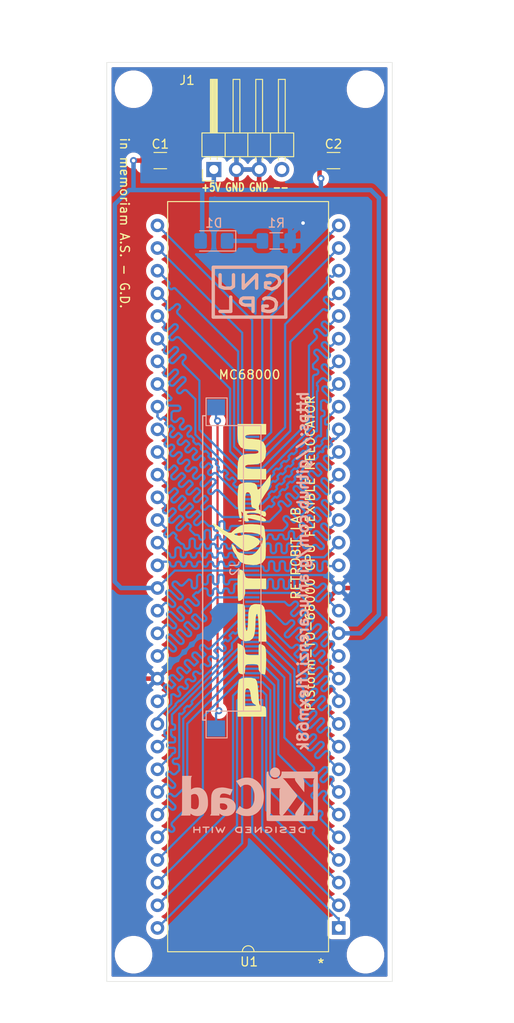
<source format=kicad_pcb>
(kicad_pcb (version 20171130) (host pcbnew 5.1.9+dfsg1-1~bpo10+1)
  (title_block (title "Flexible CPU Seconday Relocator") (date 2021-06-28) (rev 0.3) (company "RETROBIT LAB") (comment 1 PiStorm))
  (layers (0 F.Cu signal) (31 B.Cu signal) (34 B.Paste user) (35 F.Paste user) (36 B.SilkS user) (37 F.SilkS user) (38 B.Mask user) (39 F.Mask user) (44 Edge.Cuts user))
  (net 0 "")
  (net 1 VCC)
  (net 2 GND)
  (net 3 "Net-(J1-Pad4)")
  (net 4 /P1)
  (net 5 /P2)
  (net 6 /P3)
  (net 7 /P4)
  (net 8 /P5)
  (net 9 /P6)
  (net 10 /P7)
  (net 11 /P8)
  (net 12 /P9)
  (net 13 /P10)
  (net 14 /P11)
  (net 15 /P12)
  (net 16 /P13)
  (net 17 /P14)
  (net 18 /P15)
  (net 19 /P16)
  (net 20 /P17)
  (net 21 /P18)
  (net 22 /P19)
  (net 23 /P20)
  (net 24 /P21)
  (net 25 /P22)
  (net 26 /P23)
  (net 27 /P25)
  (net 28 /P26)
  (net 29 /P28)
  (net 30 /P29)
  (net 31 /P30)
  (net 32 /P33)
  (net 33 /P34)
  (net 34 /P35)
  (net 35 /P36)
  (net 36 /P37)
  (net 37 /P38)
  (net 38 /P39)
  (net 39 /P40)
  (net 40 /P41)
  (net 41 /P42)
  (net 42 /P43)
  (net 43 /P44)
  (net 44 /P45)
  (net 45 /P46)
  (net 46 /P47)
  (net 47 /P48)
  (net 48 /P49)
  (net 49 /P50)
  (net 50 /P51)
  (net 51 /P52)
  (net 52 /P53)
  (net 53 /P54)
  (net 54 /P55)
  (net 55 /P56)
  (net 56 /P57)
  (net 57 /P58)
  (net 58 /P59)
  (net 59 /P60)
  (net 60 /P61)
  (net 61 /P62)
  (net 62 /P63)
  (net 63 /P64)
  (net 64 "Net-(J2-Pad0)")
  (net 65 "Net-(D1-Pad1)")
  (module Connector_PinHeader_2.54mm:PinHeader_1x04_P2.54mm_Horizontal (layer F.Cu) (at 137 58 90)
    (fp_text reference J1 (at 10 -3 180) (layer F.SilkS))
    (fp_text value Conn_01x04)
    (pad 1 thru_hole rect (at 0 0 90) (size 1.7 1.7) (drill 1) (layers *.Cu *.Mask) (net 1 VCC))
    (pad 2 thru_hole oval (at 0 2.54 90) (size 1.7 1.7) (drill 1) (layers *.Cu *.Mask) (net 2 GND))
    (pad 3 thru_hole oval (at 0 5.08 90) (size 1.7 1.7) (drill 1) (layers *.Cu *.Mask) (net 2 GND))
    (pad 4 thru_hole oval (at 0 7.62 90) (size 1.7 1.7) (drill 1) (layers *.Cu *.Mask) (net 3 "Net-(J1-Pad4)"))
  )
  (module RetroBitLab:FPC_64 (layer B.Cu) (at 141.3 102.7 90)
    (fp_text reference J2 (at 0 -1.95 90) (layer B.SilkS) (effects (justify mirror)))
    (fp_text value FPC-FFC-64)
    (pad 1 smd rect (at -15.75 0 90) (size 0.25 1.6) (layers B.Cu B.Paste B.Mask) (net 4 /P1))
    (pad 2 smd rect (at -15.25 0 90) (size 0.25 1.6) (layers B.Cu B.Paste B.Mask) (net 5 /P2))
    (pad 3 smd rect (at -14.75 0 90) (size 0.25 1.6) (layers B.Cu B.Paste B.Mask) (net 6 /P3))
    (pad 4 smd rect (at -14.25 0 90) (size 0.25 1.6) (layers B.Cu B.Paste B.Mask) (net 7 /P4))
    (pad 5 smd rect (at -13.75 0 90) (size 0.25 1.6) (layers B.Cu B.Paste B.Mask) (net 8 /P5))
    (pad 6 smd rect (at -13.25 0 90) (size 0.25 1.6) (layers B.Cu B.Paste B.Mask) (net 9 /P6))
    (pad 7 smd rect (at -12.75 0 90) (size 0.25 1.6) (layers B.Cu B.Paste B.Mask) (net 10 /P7))
    (pad 8 smd rect (at -12.25 0 90) (size 0.25 1.6) (layers B.Cu B.Paste B.Mask) (net 11 /P8))
    (pad 9 smd rect (at -11.75 0 90) (size 0.25 1.6) (layers B.Cu B.Paste B.Mask) (net 12 /P9))
    (pad 10 smd rect (at -11.25 0 90) (size 0.25 1.6) (layers B.Cu B.Paste B.Mask) (net 13 /P10))
    (pad 11 smd rect (at -10.75 0 90) (size 0.25 1.6) (layers B.Cu B.Paste B.Mask) (net 14 /P11))
    (pad 12 smd rect (at -10.25 0 90) (size 0.25 1.6) (layers B.Cu B.Paste B.Mask) (net 15 /P12))
    (pad 13 smd rect (at -9.75 0 90) (size 0.25 1.6) (layers B.Cu B.Paste B.Mask) (net 16 /P13))
    (pad 14 smd rect (at -9.25 0 90) (size 0.25 1.6) (layers B.Cu B.Paste B.Mask) (net 17 /P14))
    (pad 15 smd rect (at -8.75 0 90) (size 0.25 1.6) (layers B.Cu B.Paste B.Mask) (net 18 /P15))
    (pad 16 smd rect (at -8.25 0 90) (size 0.25 1.6) (layers B.Cu B.Paste B.Mask) (net 19 /P16))
    (pad 17 smd rect (at -7.75 0 90) (size 0.25 1.6) (layers B.Cu B.Paste B.Mask) (net 20 /P17))
    (pad 18 smd rect (at -7.25 0 90) (size 0.25 1.6) (layers B.Cu B.Paste B.Mask) (net 21 /P18))
    (pad 19 smd rect (at -6.75 0 90) (size 0.25 1.6) (layers B.Cu B.Paste B.Mask) (net 22 /P19))
    (pad 20 smd rect (at -6.25 0 90) (size 0.25 1.6) (layers B.Cu B.Paste B.Mask) (net 23 /P20))
    (pad 21 smd rect (at -5.75 0 90) (size 0.25 1.6) (layers B.Cu B.Paste B.Mask) (net 24 /P21))
    (pad 22 smd rect (at -5.25 0 90) (size 0.25 1.6) (layers B.Cu B.Paste B.Mask) (net 25 /P22))
    (pad 23 smd rect (at -4.75 0 90) (size 0.25 1.6) (layers B.Cu B.Paste B.Mask) (net 26 /P23))
    (pad 24 smd rect (at -4.25 0 90) (size 0.25 1.6) (layers B.Cu B.Paste B.Mask) (net 2 GND))
    (pad 25 smd rect (at -3.75 0 90) (size 0.25 1.6) (layers B.Cu B.Paste B.Mask) (net 27 /P25))
    (pad 26 smd rect (at -3.25 0 90) (size 0.25 1.6) (layers B.Cu B.Paste B.Mask) (net 28 /P26))
    (pad 27 smd rect (at -2.75 0 90) (size 0.25 1.6) (layers B.Cu B.Paste B.Mask) (net 1 VCC))
    (pad 28 smd rect (at -2.25 0 90) (size 0.25 1.6) (layers B.Cu B.Paste B.Mask) (net 29 /P28))
    (pad 29 smd rect (at -1.75 0 90) (size 0.25 1.6) (layers B.Cu B.Paste B.Mask) (net 30 /P29))
    (pad 30 smd rect (at -1.25 0 90) (size 0.25 1.6) (layers B.Cu B.Paste B.Mask) (net 31 /P30))
    (pad 31 smd rect (at -0.75 0 90) (size 0.25 1.6) (layers B.Cu B.Paste B.Mask) (net 2 GND))
    (pad 32 smd rect (at -0.25 0 90) (size 0.25 1.6) (layers B.Cu B.Paste B.Mask) (net 1 VCC))
    (pad 33 smd rect (at 0.25 0 90) (size 0.25 1.6) (layers B.Cu B.Paste B.Mask) (net 32 /P33))
    (pad 34 smd rect (at 0.75 0 90) (size 0.25 1.6) (layers B.Cu B.Paste B.Mask) (net 33 /P34))
    (pad 35 smd rect (at 1.25 0 90) (size 0.25 1.6) (layers B.Cu B.Paste B.Mask) (net 34 /P35))
    (pad 36 smd rect (at 1.75 0 90) (size 0.25 1.6) (layers B.Cu B.Paste B.Mask) (net 35 /P36))
    (pad 37 smd rect (at 2.25 0 90) (size 0.25 1.6) (layers B.Cu B.Paste B.Mask) (net 36 /P37))
    (pad 38 smd rect (at 2.75 0 90) (size 0.25 1.6) (layers B.Cu B.Paste B.Mask) (net 37 /P38))
    (pad 39 smd rect (at 3.25 0 90) (size 0.25 1.6) (layers B.Cu B.Paste B.Mask) (net 38 /P39))
    (pad 40 smd rect (at 3.75 0 90) (size 0.25 1.6) (layers B.Cu B.Paste B.Mask) (net 39 /P40))
    (pad 41 smd rect (at 4.25 0 90) (size 0.25 1.6) (layers B.Cu B.Paste B.Mask) (net 40 /P41))
    (pad 42 smd rect (at 4.75 0 90) (size 0.25 1.6) (layers B.Cu B.Paste B.Mask) (net 41 /P42))
    (pad 43 smd rect (at 5.25 0 90) (size 0.25 1.6) (layers B.Cu B.Paste B.Mask) (net 42 /P43))
    (pad 44 smd rect (at 5.75 0 90) (size 0.25 1.6) (layers B.Cu B.Paste B.Mask) (net 43 /P44))
    (pad 45 smd rect (at 6.25 0 90) (size 0.25 1.6) (layers B.Cu B.Paste B.Mask) (net 44 /P45))
    (pad 46 smd rect (at 6.75 0 90) (size 0.25 1.6) (layers B.Cu B.Paste B.Mask) (net 45 /P46))
    (pad 47 smd rect (at 7.25 0 90) (size 0.25 1.6) (layers B.Cu B.Paste B.Mask) (net 46 /P47))
    (pad 48 smd rect (at 7.75 0 90) (size 0.25 1.6) (layers B.Cu B.Paste B.Mask) (net 47 /P48))
    (pad 49 smd rect (at 8.25 0 90) (size 0.25 1.6) (layers B.Cu B.Paste B.Mask) (net 48 /P49))
    (pad 50 smd rect (at 8.75 0 90) (size 0.25 1.6) (layers B.Cu B.Paste B.Mask) (net 49 /P50))
    (pad 51 smd rect (at 9.25 0 90) (size 0.25 1.6) (layers B.Cu B.Paste B.Mask) (net 50 /P51))
    (pad 52 smd rect (at 9.75 0 90) (size 0.25 1.6) (layers B.Cu B.Paste B.Mask) (net 51 /P52))
    (pad 53 smd rect (at 10.25 0 90) (size 0.25 1.6) (layers B.Cu B.Paste B.Mask) (net 52 /P53))
    (pad 54 smd rect (at 10.75 0 90) (size 0.25 1.6) (layers B.Cu B.Paste B.Mask) (net 53 /P54))
    (pad 55 smd rect (at 11.25 0 90) (size 0.25 1.6) (layers B.Cu B.Paste B.Mask) (net 54 /P55))
    (pad 56 smd rect (at 11.75 0 90) (size 0.25 1.6) (layers B.Cu B.Paste B.Mask) (net 55 /P56))
    (pad 57 smd rect (at 12.25 0 90) (size 0.25 1.6) (layers B.Cu B.Paste B.Mask) (net 56 /P57))
    (pad 58 smd rect (at 12.75 0 90) (size 0.25 1.6) (layers B.Cu B.Paste B.Mask) (net 57 /P58))
    (pad 59 smd rect (at 13.25 0 90) (size 0.25 1.6) (layers B.Cu B.Paste B.Mask) (net 58 /P59))
    (pad 60 smd rect (at 13.75 0 90) (size 0.25 1.6) (layers B.Cu B.Paste B.Mask) (net 59 /P60))
    (pad 61 smd rect (at 14.25 0 90) (size 0.25 1.6) (layers B.Cu B.Paste B.Mask) (net 60 /P61))
    (pad 62 smd rect (at 14.75 0 90) (size 0.25 1.6) (layers B.Cu B.Paste B.Mask) (net 61 /P62))
    (pad 63 smd rect (at 15.25 0 90) (size 0.25 1.6) (layers B.Cu B.Paste B.Mask) (net 62 /P63))
    (pad 64 smd rect (at 15.75 0 90) (size 0.25 1.6) (layers B.Cu B.Paste B.Mask) (net 63 /P64))
    (pad 0 smd rect (at -17.95 -4.05 90) (size 1.8 2) (layers B.Cu B.Paste B.Mask) (net 64 "Net-(J2-Pad0)"))
    (pad 0 smd rect (at 18.05 -4.05 90) (size 1.8 2) (layers B.Cu B.Paste B.Mask) (net 64 "Net-(J2-Pad0)"))
  )
  (module RetroBitLab:MC68000_REPLACEMENT_FEMALE (layer F.Cu) (at 151 143 180)
    (fp_text reference U1 (at 10.05 -3.8) (layer F.SilkS))
    (fp_text value MC68000 (at 10 62) (layer F.SilkS))
    (fp_text user * (at 2 -4) (layer F.SilkS))
    (fp_text user * (at 2 -4) (layer F.SilkS))
    (pad 1 thru_hole rect (at 0 0 180) (size 1.524 1.524) (drill 0.8128) (layers *.Cu *.Mask) (net 4 /P1))
    (pad 2 thru_hole circle (at 0 2.54 180) (size 1.524 1.524) (drill 0.8128) (layers *.Cu *.Mask) (net 6 /P3))
    (pad 3 thru_hole circle (at 0 5.08 180) (size 1.524 1.524) (drill 0.8128) (layers *.Cu *.Mask) (net 8 /P5))
    (pad 4 thru_hole circle (at 0 7.62 180) (size 1.524 1.524) (drill 0.8128) (layers *.Cu *.Mask) (net 10 /P7))
    (pad 5 thru_hole circle (at 0 10.16 180) (size 1.524 1.524) (drill 0.8128) (layers *.Cu *.Mask) (net 12 /P9))
    (pad 6 thru_hole circle (at 0 12.7 180) (size 1.524 1.524) (drill 0.8128) (layers *.Cu *.Mask) (net 14 /P11))
    (pad 7 thru_hole circle (at 0 15.24 180) (size 1.524 1.524) (drill 0.8128) (layers *.Cu *.Mask) (net 16 /P13))
    (pad 8 thru_hole circle (at 0 17.78 180) (size 1.524 1.524) (drill 0.8128) (layers *.Cu *.Mask) (net 18 /P15))
    (pad 9 thru_hole circle (at 0 20.32 180) (size 1.524 1.524) (drill 0.8128) (layers *.Cu *.Mask) (net 20 /P17))
    (pad 10 thru_hole circle (at 0 22.86 180) (size 1.524 1.524) (drill 0.8128) (layers *.Cu *.Mask) (net 22 /P19))
    (pad 11 thru_hole circle (at 0 25.4 180) (size 1.524 1.524) (drill 0.8128) (layers *.Cu *.Mask) (net 24 /P21))
    (pad 12 thru_hole circle (at 0 27.94 180) (size 1.524 1.524) (drill 0.8128) (layers *.Cu *.Mask) (net 26 /P23))
    (pad 13 thru_hole circle (at 0 30.48 180) (size 1.524 1.524) (drill 0.8128) (layers *.Cu *.Mask) (net 27 /P25))
    (pad 14 thru_hole circle (at 0 33.02 180) (size 1.524 1.524) (drill 0.8128) (layers *.Cu *.Mask) (net 1 VCC))
    (pad 15 thru_hole circle (at 0 35.56 180) (size 1.524 1.524) (drill 0.8128) (layers *.Cu *.Mask) (net 30 /P29))
    (pad 16 thru_hole circle (at 0 38.1 180) (size 1.524 1.524) (drill 0.8128) (layers *.Cu *.Mask) (net 2 GND))
    (pad 17 thru_hole circle (at 0 40.64 180) (size 1.524 1.524) (drill 0.8128) (layers *.Cu *.Mask) (net 32 /P33))
    (pad 18 thru_hole circle (at 0 43.18 180) (size 1.524 1.524) (drill 0.8128) (layers *.Cu *.Mask) (net 34 /P35))
    (pad 19 thru_hole circle (at 0 45.72 180) (size 1.524 1.524) (drill 0.8128) (layers *.Cu *.Mask) (net 36 /P37))
    (pad 20 thru_hole circle (at 0 48.26 180) (size 1.524 1.524) (drill 0.8128) (layers *.Cu *.Mask) (net 38 /P39))
    (pad 21 thru_hole circle (at 0 50.8 180) (size 1.524 1.524) (drill 0.8128) (layers *.Cu *.Mask) (net 40 /P41))
    (pad 22 thru_hole circle (at 0 53.34 180) (size 1.524 1.524) (drill 0.8128) (layers *.Cu *.Mask) (net 42 /P43))
    (pad 23 thru_hole circle (at 0 55.88 180) (size 1.524 1.524) (drill 0.8128) (layers *.Cu *.Mask) (net 44 /P45))
    (pad 24 thru_hole circle (at 0 58.42 180) (size 1.524 1.524) (drill 0.8128) (layers *.Cu *.Mask) (net 46 /P47))
    (pad 25 thru_hole circle (at 0 60.96 180) (size 1.524 1.524) (drill 0.8128) (layers *.Cu *.Mask) (net 48 /P49))
    (pad 26 thru_hole circle (at 0 63.5 180) (size 1.524 1.524) (drill 0.8128) (layers *.Cu *.Mask) (net 50 /P51))
    (pad 27 thru_hole circle (at 0 66.04 180) (size 1.524 1.524) (drill 0.8128) (layers *.Cu *.Mask) (net 52 /P53))
    (pad 28 thru_hole circle (at 0 68.58 180) (size 1.524 1.524) (drill 0.8128) (layers *.Cu *.Mask) (net 54 /P55))
    (pad 29 thru_hole circle (at 0 71.12 180) (size 1.524 1.524) (drill 0.8128) (layers *.Cu *.Mask) (net 56 /P57))
    (pad 30 thru_hole circle (at 0 73.66 180) (size 1.524 1.524) (drill 0.8128) (layers *.Cu *.Mask) (net 58 /P59))
    (pad 31 thru_hole circle (at 0 76.2 180) (size 1.524 1.524) (drill 0.8128) (layers *.Cu *.Mask) (net 60 /P61))
    (pad 32 thru_hole circle (at 0 78.74 180) (size 1.524 1.524) (drill 0.8128) (layers *.Cu *.Mask) (net 62 /P63))
    (pad 33 thru_hole circle (at 20.32 78.74 180) (size 1.524 1.524) (drill 0.8128) (layers *.Cu *.Mask) (net 63 /P64))
    (pad 34 thru_hole circle (at 20.32 76.2 180) (size 1.524 1.524) (drill 0.8128) (layers *.Cu *.Mask) (net 61 /P62))
    (pad 35 thru_hole circle (at 20.32 73.66 180) (size 1.524 1.524) (drill 0.8128) (layers *.Cu *.Mask) (net 59 /P60))
    (pad 36 thru_hole circle (at 20.32 71.12 180) (size 1.524 1.524) (drill 0.8128) (layers *.Cu *.Mask) (net 57 /P58))
    (pad 37 thru_hole circle (at 20.32 68.58 180) (size 1.524 1.524) (drill 0.8128) (layers *.Cu *.Mask) (net 55 /P56))
    (pad 38 thru_hole circle (at 20.32 66.04 180) (size 1.524 1.524) (drill 0.8128) (layers *.Cu *.Mask) (net 53 /P54))
    (pad 39 thru_hole circle (at 20.32 63.5 180) (size 1.524 1.524) (drill 0.8128) (layers *.Cu *.Mask) (net 51 /P52))
    (pad 40 thru_hole circle (at 20.32 60.96 180) (size 1.524 1.524) (drill 0.8128) (layers *.Cu *.Mask) (net 49 /P50))
    (pad 41 thru_hole circle (at 20.32 58.42 180) (size 1.524 1.524) (drill 0.8128) (layers *.Cu *.Mask) (net 47 /P48))
    (pad 42 thru_hole circle (at 20.32 55.88 180) (size 1.524 1.524) (drill 0.8128) (layers *.Cu *.Mask) (net 45 /P46))
    (pad 43 thru_hole circle (at 20.32 53.34 180) (size 1.524 1.524) (drill 0.8128) (layers *.Cu *.Mask) (net 43 /P44))
    (pad 44 thru_hole circle (at 20.32 50.8 180) (size 1.524 1.524) (drill 0.8128) (layers *.Cu *.Mask) (net 41 /P42))
    (pad 45 thru_hole circle (at 20.32 48.26 180) (size 1.524 1.524) (drill 0.8128) (layers *.Cu *.Mask) (net 39 /P40))
    (pad 46 thru_hole circle (at 20.32 45.72 180) (size 1.524 1.524) (drill 0.8128) (layers *.Cu *.Mask) (net 37 /P38))
    (pad 47 thru_hole circle (at 20.32 43.18 180) (size 1.524 1.524) (drill 0.8128) (layers *.Cu *.Mask) (net 35 /P36))
    (pad 48 thru_hole circle (at 20.32 40.64 180) (size 1.524 1.524) (drill 0.8128) (layers *.Cu *.Mask) (net 33 /P34))
    (pad 49 thru_hole circle (at 20.32 38.1 180) (size 1.524 1.524) (drill 0.8128) (layers *.Cu *.Mask) (net 1 VCC))
    (pad 50 thru_hole circle (at 20.32 35.56 180) (size 1.524 1.524) (drill 0.8128) (layers *.Cu *.Mask) (net 31 /P30))
    (pad 51 thru_hole circle (at 20.32 33.02 180) (size 1.524 1.524) (drill 0.8128) (layers *.Cu *.Mask) (net 29 /P28))
    (pad 52 thru_hole circle (at 20.32 30.48 180) (size 1.524 1.524) (drill 0.8128) (layers *.Cu *.Mask) (net 28 /P26))
    (pad 53 thru_hole circle (at 20.32 27.94 180) (size 1.524 1.524) (drill 0.8128) (layers *.Cu *.Mask) (net 2 GND))
    (pad 54 thru_hole circle (at 20.32 25.4 180) (size 1.524 1.524) (drill 0.8128) (layers *.Cu *.Mask) (net 25 /P22))
    (pad 55 thru_hole circle (at 20.32 22.86 180) (size 1.524 1.524) (drill 0.8128) (layers *.Cu *.Mask) (net 23 /P20))
    (pad 56 thru_hole circle (at 20.32 20.32 180) (size 1.524 1.524) (drill 0.8128) (layers *.Cu *.Mask) (net 21 /P18))
    (pad 57 thru_hole circle (at 20.32 17.78 180) (size 1.524 1.524) (drill 0.8128) (layers *.Cu *.Mask) (net 19 /P16))
    (pad 58 thru_hole circle (at 20.32 15.24 180) (size 1.524 1.524) (drill 0.8128) (layers *.Cu *.Mask) (net 17 /P14))
    (pad 59 thru_hole circle (at 20.32 12.7 180) (size 1.524 1.524) (drill 0.8128) (layers *.Cu *.Mask) (net 15 /P12))
    (pad 60 thru_hole circle (at 20.32 10.16 180) (size 1.524 1.524) (drill 0.8128) (layers *.Cu *.Mask) (net 13 /P10))
    (pad 61 thru_hole circle (at 20.32 7.62 180) (size 1.524 1.524) (drill 0.8128) (layers *.Cu *.Mask) (net 11 /P8))
    (pad 62 thru_hole circle (at 20.32 5.08 180) (size 1.524 1.524) (drill 0.8128) (layers *.Cu *.Mask) (net 9 /P6))
    (pad 63 thru_hole circle (at 20.32 2.54 180) (size 1.524 1.524) (drill 0.8128) (layers *.Cu *.Mask) (net 7 /P4))
    (pad 64 thru_hole circle (at 20.32 0 180) (size 1.524 1.524) (drill 0.8128) (layers *.Cu *.Mask) (net 5 /P2))
  )
  (module MountingHole:MountingHole_3.2mm_M3 (layer F.Cu) (at 128 49)
    (fp_text reference H1 hide)
    (fp_text value MountingHole)
    (pad 1 np_thru_hole circle (at 0 0) (size 3.2 3.2) (drill 3.2) (layers *.Cu *.Mask))
  )
  (module MountingHole:MountingHole_3.2mm_M3 (layer F.Cu) (at 154 49)
    (fp_text reference H2 hide)
    (fp_text value MountingHole)
    (pad 1 np_thru_hole circle (at 0 0) (size 3.2 3.2) (drill 3.2) (layers *.Cu *.Mask))
  )
  (module MountingHole:MountingHole_3.2mm_M3 (layer F.Cu) (at 154 146)
    (fp_text reference H3 hide)
    (fp_text value MountingHole)
    (pad 1 np_thru_hole circle (at 0 0) (size 3.2 3.2) (drill 3.2) (layers *.Cu *.Mask))
  )
  (module MountingHole:MountingHole_3.2mm_M3 (layer F.Cu) (at 128 146)
    (fp_text reference H4 hide)
    (fp_text value MountingHole)
    (pad 1 np_thru_hole circle (at 0 0) (size 3.2 3.2) (drill 3.2) (layers *.Cu *.Mask))
  )
  (module LED_SMD:LED_1206_3216Metric_Pad1.42x1.75mm_HandSolder (layer B.Cu) (at 137 66 180)
    (fp_text reference D1 (at 0 2) (layer B.SilkS) (effects (justify mirror)))
    (fp_text value LED_Small)
    (pad 1 smd roundrect (at -1.4875 0 180) (size 1.425 1.75) (layers B.Cu B.Paste B.Mask) (roundrect_rratio 0.175439) (net 65 "Net-(D1-Pad1)"))
    (pad 2 smd roundrect (at 1.4875 0 180) (size 1.425 1.75) (layers B.Cu B.Paste B.Mask) (roundrect_rratio 0.175439) (net 1 VCC))
  )
  (module Resistor_SMD:R_1206_3216Metric_Pad1.30x1.75mm_HandSolder (layer B.Cu) (at 144 66)
    (fp_text reference R1 (at 0 -2) (layer B.SilkS) (effects (justify mirror)))
    (fp_text value 1K)
    (pad 1 smd roundrect (at -1.55 0) (size 1.3 1.75) (layers B.Cu B.Paste B.Mask) (roundrect_rratio 0.192308) (net 65 "Net-(D1-Pad1)"))
    (pad 2 smd roundrect (at 1.55 0) (size 1.3 1.75) (layers B.Cu B.Paste B.Mask) (roundrect_rratio 0.192308) (net 2 GND))
  )
  (module RetroBitLab:Symbol_GNU-GPL_SilkScreen_Small (layer B.Cu) (at 141 72 180)
    (fp_text reference L1 hide)
    (fp_text value "GNU GPL LOGO")
  )
  (module Symbol:KiCad-Logo2_6mm_SilkScreen (layer B.Cu) (at 141 128 180)
    (fp_text reference L2 hide)
    (fp_text value "KiCad LOGO Design" hide)
  )
  (module RetroBitLab:PiStorm_32x6-NEG (layer F.Cu) (at 140 103 90)
    (fp_text reference L3 hide)
    (fp_text value "PiStorm LOGO Design" hide)
  )
  (module Capacitor_SMD:C_1206_3216Metric_Pad1.33x1.80mm_HandSolder (layer F.Cu) (at 131 57)
    (fp_text reference C1 (at 0 -1.85) (layer F.SilkS))
    (fp_text value 10000pF)
    (pad 1 smd roundrect (at -1.5625 0) (size 1.325 1.8) (layers F.Cu F.Paste F.Mask) (roundrect_rratio 0.188679) (net 1 VCC))
    (pad 2 smd roundrect (at 1.5625 0) (size 1.325 1.8) (layers F.Cu F.Paste F.Mask) (roundrect_rratio 0.188679) (net 2 GND))
  )
  (module Capacitor_SMD:C_1206_3216Metric_Pad1.33x1.80mm_HandSolder (layer F.Cu) (at 150.41 57)
    (fp_text reference C2 (at 0 -1.85) (layer F.SilkS))
    (fp_text value 10000pF)
    (pad 2 smd roundrect (at 1.5625 0) (size 1.325 1.8) (layers F.Cu F.Paste F.Mask) (roundrect_rratio 0.188679) (net 2 GND))
    (pad 1 smd roundrect (at -1.5625 0) (size 1.325 1.8) (layers F.Cu F.Paste F.Mask) (roundrect_rratio 0.188679) (net 1 VCC))
  )
  (gr_text "+5V GND GND --" (at 140.5 60) (layer F.SilkS) (effects (font (size 0.9 0.7) (thickness 0.175))))
  (gr_text "RETROBIT LAB\nPiStorm-TO-68000 CPU FLEXIBLE RELOCATOR" (at 147 101 90) (layer F.SilkS) (effects (font (size 1 1))))
  (gr_text "in memoriam A.S. - G.D." (at 127 64 270) (layer F.SilkS) (effects (font (size 1 1))))
  (gr_text https://github.com/gianlucarenzi/flexm68k (at 147 103 90) (layer B.SilkS) (effects (font (size 1.2 1.2) (thickness 0.25)) (justify mirror)))
  (gr_arc (start 140.85 145.65) (end 141.5 145.65) (angle -180) (layer F.SilkS) (width 0.12))
  (gr_line (start 157 46) (end 125 46) (layer Edge.Cuts) (width 0.05))
  (gr_line (start 157 149) (end 157 46) (layer Edge.Cuts) (width 0.05))
  (gr_line (start 125 149) (end 157 149) (layer Edge.Cuts) (width 0.05))
  (gr_line (start 125 46) (end 125 149) (layer Edge.Cuts) (width 0.05))
  (segment (start 141.3 105.45) (end 146.47 105.45) (width 0.25) (layer B.Cu) (net 1))
  (segment (start 146.47 105.45) (end 151 109.98) (width 0.25) (layer B.Cu) (net 1))
  (segment (start 141.3 102.95) (end 132.63 102.95) (width 0.25) (layer B.Cu) (net 1))
  (segment (start 132.63 102.95) (end 130.68 104.9) (width 0.25) (layer B.Cu) (net 1))
  (segment (start 137 59.9) (end 137 60.1) (width 0.5) (layer B.Cu) (net 1))
  (segment (start 137 60.1) (end 136.8 60.3) (width 0.5) (layer B.Cu) (net 1))
  (segment (start 127.5 60.3) (end 125.9 61.9) (width 0.5) (layer B.Cu) (net 1))
  (segment (start 125.9 61.9) (end 125.9 104.2) (width 0.5) (layer B.Cu) (net 1))
  (segment (start 125.9 104.2) (end 126.6 104.9) (width 0.5) (layer B.Cu) (net 1))
  (segment (start 126.6 104.9) (end 130.68 104.9) (width 0.5) (layer B.Cu) (net 1))
  (segment (start 137 59.9) (end 137.4 60.3) (width 0.5) (layer B.Cu) (net 1))
  (segment (start 154.6 60.3) (end 155.5 61.2) (width 0.5) (layer B.Cu) (net 1))
  (segment (start 155.5 61.2) (end 155.5 107.9) (width 0.5) (layer B.Cu) (net 1))
  (segment (start 155.5 107.9) (end 153.42 109.98) (width 0.5) (layer B.Cu) (net 1))
  (segment (start 153.42 109.98) (end 151 109.98) (width 0.5) (layer B.Cu) (net 1))
  (segment (start 137 58) (end 137 59.9) (width 0.5) (layer B.Cu) (net 1))
  (segment (start 137 58) (end 137 59.9) (width 0.5) (layer B.Cu) (net 1))
  (segment (start 135.7 65.8125) (end 135.5125 66) (width 0.25) (layer B.Cu) (net 1))
  (segment (start 135.7 60.3) (end 135.7 65.8125) (width 0.5) (layer B.Cu) (net 1))
  (segment (start 136.8 60.3) (end 135.7 60.3) (width 0.5) (layer B.Cu) (net 1))
  (via (at 128 57) (size 0.8) (drill 0.4) (layers F.Cu B.Cu) (net 1))
  (segment (start 129.4375 57) (end 128 57) (width 0.5) (layer F.Cu) (net 1))
  (segment (start 128 60) (end 127.7 60.3) (width 0.25) (layer B.Cu) (net 1))
  (segment (start 128 57) (end 128 60) (width 0.5) (layer B.Cu) (net 1))
  (segment (start 135.7 60.3) (end 127.7 60.3) (width 0.5) (layer B.Cu) (net 1))
  (segment (start 127.7 60.3) (end 127.5 60.3) (width 0.5) (layer B.Cu) (net 1))
  (segment (start 148.8475 57) (end 148.8475 58.8475) (width 0.5) (layer F.Cu) (net 1))
  (via (at 149 59) (size 0.8) (drill 0.4) (layers F.Cu B.Cu) (net 1))
  (segment (start 148.8475 58.8475) (end 149 59) (width 0.25) (layer F.Cu) (net 1))
  (segment (start 149 60) (end 148.7 60.3) (width 0.25) (layer B.Cu) (net 1))
  (segment (start 149 59) (end 149 60) (width 0.5) (layer B.Cu) (net 1))
  (segment (start 137.4 60.3) (end 148.7 60.3) (width 0.5) (layer B.Cu) (net 1))
  (segment (start 148.7 60.3) (end 154.6 60.3) (width 0.5) (layer B.Cu) (net 1))
  (segment (start 141.3 106.95) (end 138.79 106.95) (width 0.25) (layer B.Cu) (net 2))
  (segment (start 138.79 106.95) (end 130.68 115.06) (width 0.25) (layer B.Cu) (net 2))
  (segment (start 141.3 103.45) (end 149.55 103.45) (width 0.25) (layer B.Cu) (net 2))
  (segment (start 149.55 103.45) (end 151 104.9) (width 0.25) (layer B.Cu) (net 2))
  (segment (start 143.1 61.2) (end 143.1 61.3) (width 0.25) (layer F.Cu) (net 2))
  (segment (start 142.08 58) (end 142.08 60.18) (width 0.5) (layer F.Cu) (net 2))
  (segment (start 142.08 60.18) (end 143.1 61.2) (width 0.5) (layer F.Cu) (net 2))
  (segment (start 139.54 58) (end 142.08 58) (width 0.5) (layer F.Cu) (net 2))
  (segment (start 153.4 61.2) (end 153.3 61.2) (width 0.25) (layer F.Cu) (net 2))
  (segment (start 154 61.2) (end 153.4 61.2) (width 0.25) (layer F.Cu) (net 2))
  (segment (start 153.3 61.2) (end 153.4 61.2) (width 0.5) (layer F.Cu) (net 2))
  (segment (start 153.4 61.2) (end 154 61.2) (width 0.5) (layer F.Cu) (net 2))
  (segment (start 151.178 61.2216) (end 153.978 61.2216) (width 0.25) (layer F.Cu) (net 2))
  (segment (start 153.978 61.2216) (end 154 61.2) (width 0.25) (layer F.Cu) (net 2))
  (segment (start 154 61.2) (end 154.2 61.2) (width 0.25) (layer F.Cu) (net 2))
  (segment (start 154.2 61.2) (end 154.3 61.3) (width 0.25) (layer F.Cu) (net 2))
  (segment (start 139.54 58) (end 139.54 59.96) (width 0.5) (layer F.Cu) (net 2))
  (segment (start 139.54 59.96) (end 138.2 61.3) (width 0.5) (layer F.Cu) (net 2))
  (segment (start 127.8 61.3) (end 126.8 62.3) (width 0.5) (layer F.Cu) (net 2))
  (segment (start 126.8 62.3) (end 126.8 114.1) (width 0.5) (layer F.Cu) (net 2))
  (segment (start 126.8 114.1) (end 127.76 115.06) (width 0.5) (layer F.Cu) (net 2))
  (segment (start 127.76 115.06) (end 130.68 115.06) (width 0.5) (layer F.Cu) (net 2))
  (segment (start 154.3 61.3) (end 154.3 104) (width 0.5) (layer F.Cu) (net 2))
  (segment (start 154.3 104) (end 153.4 104.9) (width 0.5) (layer F.Cu) (net 2))
  (segment (start 153.4 104.9) (end 151 104.9) (width 0.5) (layer F.Cu) (net 2))
  (segment (start 154.4 61.2) (end 154.3 61.3) (width 0.25) (layer F.Cu) (net 2))
  (segment (start 145.55 66) (end 145.55 65.45) (width 0.25) (layer B.Cu) (net 2))
  (via (at 147 64) (size 0.8) (drill 0.4) (layers F.Cu B.Cu) (net 2))
  (segment (start 145.55 65.45) (end 147 64) (width 0.5) (layer B.Cu) (net 2))
  (segment (start 147 61.519258) (end 147.259629 61.259629) (width 0.25) (layer F.Cu) (net 2))
  (segment (start 147 64) (end 147 61.519258) (width 0.5) (layer F.Cu) (net 2))
  (segment (start 143.1 61.3) (end 147.259629 61.259629) (width 0.5) (layer F.Cu) (net 2))
  (segment (start 147.259629 61.259629) (end 151.178 61.2216) (width 0.5) (layer F.Cu) (net 2))
  (segment (start 132.5625 57) (end 132.5625 61.0375) (width 0.5) (layer F.Cu) (net 2))
  (segment (start 132.5625 61.0375) (end 132.3 61.3) (width 0.25) (layer F.Cu) (net 2))
  (segment (start 138.2 61.3) (end 132.3 61.3) (width 0.5) (layer F.Cu) (net 2))
  (segment (start 132.3 61.3) (end 127.8 61.3) (width 0.5) (layer F.Cu) (net 2))
  (segment (start 151.9725 60.9725) (end 152.211084 61.211084) (width 0.25) (layer F.Cu) (net 2))
  (segment (start 151.9725 57) (end 151.9725 60.9725) (width 0.5) (layer F.Cu) (net 2))
  (segment (start 151.178 61.2216) (end 152.211084 61.211084) (width 0.5) (layer F.Cu) (net 2))
  (segment (start 152.211084 61.211084) (end 153.3 61.2) (width 0.5) (layer F.Cu) (net 2))
  (segment (start 151 143) (end 151 141.9127) (width 0.25) (layer B.Cu) (net 4))
  (segment (start 151 141.9127) (end 150.8641 141.9127) (width 0.25) (layer B.Cu) (net 4))
  (segment (start 150.8641 141.9127) (end 141.3 132.3486) (width 0.25) (layer B.Cu) (net 4))
  (segment (start 141.3 132.3486) (end 141.3 118.45) (width 0.25) (layer B.Cu) (net 4))
  (segment (start 141.3 117.95) (end 140.1747 117.95) (width 0.25) (layer B.Cu) (net 5))
  (segment (start 130.68 143) (end 140.1747 133.5053) (width 0.25) (layer B.Cu) (net 5))
  (segment (start 140.1747 133.5053) (end 140.1747 117.95) (width 0.25) (layer B.Cu) (net 5))
  (segment (start 151 140.46) (end 142.4253 131.8853) (width 0.25) (layer B.Cu) (net 6))
  (segment (start 142.4253 131.8853) (end 142.4253 117.45) (width 0.25) (layer B.Cu) (net 6))
  (segment (start 141.3 117.45) (end 142.4253 117.45) (width 0.25) (layer B.Cu) (net 6))
  (segment (start 130.68 140.46) (end 139.5988 131.5412) (width 0.25) (layer B.Cu) (net 7))
  (segment (start 139.5988 131.5412) (end 139.5988 117.5259) (width 0.25) (layer B.Cu) (net 7))
  (segment (start 139.5988 117.5259) (end 140.1747 116.95) (width 0.25) (layer B.Cu) (net 7))
  (segment (start 141.3 116.95) (end 140.1747 116.95) (width 0.25) (layer B.Cu) (net 7))
  (segment (start 141.3 116.45) (end 142.4253 116.45) (width 0.25) (layer B.Cu) (net 8))
  (segment (start 142.4253 116.45) (end 142.8757 116.9004) (width 0.25) (layer B.Cu) (net 8))
  (segment (start 142.8757 116.9004) (end 142.8757 129.7957) (width 0.25) (layer B.Cu) (net 8))
  (segment (start 142.8757 129.7957) (end 151 137.92) (width 0.25) (layer B.Cu) (net 8))
  (segment (start 130.68 137.92) (end 139.1485 129.4515) (width 0.25) (layer B.Cu) (net 9))
  (segment (start 139.1485 129.4515) (end 139.1485 116.9762) (width 0.25) (layer B.Cu) (net 9))
  (segment (start 139.1485 116.9762) (end 140.1747 115.95) (width 0.25) (layer B.Cu) (net 9))
  (segment (start 141.3 115.95) (end 140.1747 115.95) (width 0.25) (layer B.Cu) (net 9))
  (segment (start 143.326 127.706) (end 143.326 116.3507) (width 0.25) (layer B.Cu) (net 10))
  (segment (start 147.413311 131.793311) (end 143.326 127.706) (width 0.25) (layer B.Cu) (net 10))
  (segment (start 143.326 116.3507) (end 142.4253 115.45) (width 0.25) (layer B.Cu) (net 10))
  (segment (start 147.453226 131.825142) (end 147.413311 131.793311) (width 0.25) (layer B.Cu) (net 10))
  (segment (start 147.548996 131.858653) (end 147.499223 131.847293) (width 0.25) (layer B.Cu) (net 10))
  (segment (start 147.600049 131.858653) (end 147.548996 131.858653) (width 0.25) (layer B.Cu) (net 10))
  (segment (start 147.821648 131.739329) (end 147.77565 131.76148) (width 0.25) (layer B.Cu) (net 10))
  (segment (start 147.871421 131.727969) (end 147.821648 131.739329) (width 0.25) (layer B.Cu) (net 10))
  (segment (start 147.972247 131.739329) (end 147.922474 131.727969) (width 0.25) (layer B.Cu) (net 10))
  (segment (start 148.018244 131.76148) (end 147.972247 131.739329) (width 0.25) (layer B.Cu) (net 10))
  (segment (start 148.094657 132.353261) (end 148.106017 132.303488) (width 0.25) (layer B.Cu) (net 10))
  (segment (start 142.4253 115.45) (end 141.3 115.45) (width 0.25) (layer B.Cu) (net 10))
  (segment (start 148.094657 132.404314) (end 148.094657 132.353261) (width 0.25) (layer B.Cu) (net 10))
  (segment (start 151 135.38) (end 148.16 132.54) (width 0.25) (layer B.Cu) (net 10))
  (segment (start 148.128168 132.500085) (end 148.106017 132.454087) (width 0.25) (layer B.Cu) (net 10))
  (segment (start 147.922474 131.727969) (end 147.871421 131.727969) (width 0.25) (layer B.Cu) (net 10))
  (segment (start 148.213982 132.131663) (end 148.225342 132.08189) (width 0.25) (layer B.Cu) (net 10))
  (segment (start 148.106017 132.454087) (end 148.094657 132.404314) (width 0.25) (layer B.Cu) (net 10))
  (segment (start 147.499223 131.847293) (end 147.453226 131.825142) (width 0.25) (layer B.Cu) (net 10))
  (segment (start 147.69582 131.825142) (end 147.649822 131.847293) (width 0.25) (layer B.Cu) (net 10))
  (segment (start 148.128168 132.257491) (end 148.191831 132.177661) (width 0.25) (layer B.Cu) (net 10))
  (segment (start 148.106017 132.303488) (end 148.128168 132.257491) (width 0.25) (layer B.Cu) (net 10))
  (segment (start 148.225342 132.030837) (end 148.213982 131.981064) (width 0.25) (layer B.Cu) (net 10))
  (segment (start 148.191831 132.177661) (end 148.213982 132.131663) (width 0.25) (layer B.Cu) (net 10))
  (segment (start 148.225342 132.08189) (end 148.225342 132.030837) (width 0.25) (layer B.Cu) (net 10))
  (segment (start 147.77565 131.76148) (end 147.69582 131.825142) (width 0.25) (layer B.Cu) (net 10))
  (segment (start 148.191831 131.935067) (end 148.16 131.895152) (width 0.25) (layer B.Cu) (net 10))
  (segment (start 148.213982 131.981064) (end 148.191831 131.935067) (width 0.25) (layer B.Cu) (net 10))
  (segment (start 148.058159 131.793311) (end 148.018244 131.76148) (width 0.25) (layer B.Cu) (net 10))
  (segment (start 147.649822 131.847293) (end 147.600049 131.858653) (width 0.25) (layer B.Cu) (net 10))
  (segment (start 148.16 132.54) (end 148.128168 132.500085) (width 0.25) (layer B.Cu) (net 10))
  (segment (start 148.16 131.895152) (end 148.058159 131.793311) (width 0.25) (layer B.Cu) (net 10))
  (segment (start 140.1747 114.95) (end 135.7734 119.3513) (width 0.25) (layer B.Cu) (net 11))
  (segment (start 135.7734 119.3513) (end 135.7734 130.2866) (width 0.25) (layer B.Cu) (net 11))
  (segment (start 135.7734 130.2866) (end 130.68 135.38) (width 0.25) (layer B.Cu) (net 11))
  (segment (start 141.3 114.95) (end 140.1747 114.95) (width 0.25) (layer B.Cu) (net 11))
  (segment (start 143.7763 125.6163) (end 143.7763 115.801) (width 0.25) (layer B.Cu) (net 12))
  (segment (start 147.757206 129.597205) (end 143.7763 125.6163) (width 0.25) (layer B.Cu) (net 12))
  (segment (start 147.843187 129.775747) (end 147.828238 129.710252) (width 0.25) (layer B.Cu) (net 12))
  (segment (start 147.79909 129.649726) (end 147.757206 129.597205) (width 0.25) (layer B.Cu) (net 12))
  (segment (start 147.843187 129.842925) (end 147.843187 129.775747) (width 0.25) (layer B.Cu) (net 12))
  (segment (start 147.828238 129.90842) (end 147.843187 129.842925) (width 0.25) (layer B.Cu) (net 12))
  (segment (start 147.79909 129.968946) (end 147.828238 129.90842) (width 0.25) (layer B.Cu) (net 12))
  (segment (start 147.702146 130.076528) (end 147.757206 130.021469) (width 0.25) (layer B.Cu) (net 12))
  (segment (start 147.757206 130.021469) (end 147.79909 129.968946) (width 0.25) (layer B.Cu) (net 12))
  (segment (start 147.660261 130.129052) (end 147.702146 130.076528) (width 0.25) (layer B.Cu) (net 12))
  (segment (start 142.4253 114.45) (end 141.3 114.45) (width 0.25) (layer B.Cu) (net 12))
  (segment (start 147.631113 130.189577) (end 147.660261 130.129052) (width 0.25) (layer B.Cu) (net 12))
  (segment (start 147.616165 130.255072) (end 147.631113 130.189577) (width 0.25) (layer B.Cu) (net 12))
  (segment (start 149.126944 130.018933) (end 149.085059 129.966411) (width 0.25) (layer B.Cu) (net 12))
  (segment (start 148.660794 129.966411) (end 148.605734 130.02147) (width 0.25) (layer B.Cu) (net 12))
  (segment (start 149.171041 130.212132) (end 149.171041 130.144954) (width 0.25) (layer B.Cu) (net 12))
  (segment (start 149.156092 130.277627) (end 149.171041 130.212132) (width 0.25) (layer B.Cu) (net 12))
  (segment (start 148.839337 129.880429) (end 148.773843 129.895378) (width 0.25) (layer B.Cu) (net 12))
  (segment (start 147.947867 130.586775) (end 147.880689 130.586775) (width 0.25) (layer B.Cu) (net 12))
  (segment (start 149.03 130.445735) (end 149.085059 130.390675) (width 0.25) (layer B.Cu) (net 12))
  (segment (start 149.171041 130.144954) (end 149.156092 130.079459) (width 0.25) (layer B.Cu) (net 12))
  (segment (start 149.085059 130.390675) (end 149.126944 130.338153) (width 0.25) (layer B.Cu) (net 12))
  (segment (start 149.156092 130.079459) (end 149.126944 130.018933) (width 0.25) (layer B.Cu) (net 12))
  (segment (start 148.958967 130.558784) (end 148.988114 130.498258) (width 0.25) (layer B.Cu) (net 12))
  (segment (start 148.906516 129.880429) (end 148.839337 129.880429) (width 0.25) (layer B.Cu) (net 12))
  (segment (start 148.126411 130.500794) (end 148.073888 130.542679) (width 0.25) (layer B.Cu) (net 12))
  (segment (start 148.988114 130.498258) (end 149.03 130.445735) (width 0.25) (layer B.Cu) (net 12))
  (segment (start 149.032536 129.924525) (end 148.97201 129.895378) (width 0.25) (layer B.Cu) (net 12))
  (segment (start 148.97201 129.895378) (end 148.906516 129.880429) (width 0.25) (layer B.Cu) (net 12))
  (segment (start 143.7763 115.801) (end 142.4253 114.45) (width 0.25) (layer B.Cu) (net 12))
  (segment (start 148.988114 130.817477) (end 148.958967 130.756951) (width 0.25) (layer B.Cu) (net 12))
  (segment (start 147.66026 130.44827) (end 147.631114 130.387745) (width 0.25) (layer B.Cu) (net 12))
  (segment (start 149.03 130.87) (end 148.988114 130.817477) (width 0.25) (layer B.Cu) (net 12))
  (segment (start 151 132.84) (end 149.03 130.87) (width 0.25) (layer B.Cu) (net 12))
  (segment (start 147.880689 130.586775) (end 147.815194 130.571826) (width 0.25) (layer B.Cu) (net 12))
  (segment (start 147.828238 129.710252) (end 147.79909 129.649726) (width 0.25) (layer B.Cu) (net 12))
  (segment (start 149.126944 130.338153) (end 149.156092 130.277627) (width 0.25) (layer B.Cu) (net 12))
  (segment (start 147.754668 130.542678) (end 147.702147 130.500794) (width 0.25) (layer B.Cu) (net 12))
  (segment (start 148.944018 130.691457) (end 148.944018 130.624278) (width 0.25) (layer B.Cu) (net 12))
  (segment (start 148.773843 129.895378) (end 148.713317 129.924525) (width 0.25) (layer B.Cu) (net 12))
  (segment (start 148.958967 130.756951) (end 148.944018 130.691457) (width 0.25) (layer B.Cu) (net 12))
  (segment (start 147.616164 130.32225) (end 147.616165 130.255072) (width 0.25) (layer B.Cu) (net 12))
  (segment (start 148.944018 130.624278) (end 148.958967 130.558784) (width 0.25) (layer B.Cu) (net 12))
  (segment (start 148.713317 129.924525) (end 148.660794 129.966411) (width 0.25) (layer B.Cu) (net 12))
  (segment (start 148.605734 130.02147) (end 148.126411 130.500794) (width 0.25) (layer B.Cu) (net 12))
  (segment (start 148.073888 130.542679) (end 148.013362 130.571826) (width 0.25) (layer B.Cu) (net 12))
  (segment (start 148.013362 130.571826) (end 147.947867 130.586775) (width 0.25) (layer B.Cu) (net 12))
  (segment (start 149.085059 129.966411) (end 149.032536 129.924525) (width 0.25) (layer B.Cu) (net 12))
  (segment (start 147.815194 130.571826) (end 147.754668 130.542678) (width 0.25) (layer B.Cu) (net 12))
  (segment (start 147.702147 130.500794) (end 147.66026 130.44827) (width 0.25) (layer B.Cu) (net 12))
  (segment (start 147.631114 130.387745) (end 147.616164 130.32225) (width 0.25) (layer B.Cu) (net 12))
  (segment (start 132.358528 131.161471) (end 134.0189 129.5011) (width 0.25) (layer B.Cu) (net 13))
  (segment (start 132.316642 131.213992) (end 132.358528 131.161471) (width 0.25) (layer B.Cu) (net 13))
  (segment (start 132.272545 131.340013) (end 132.287494 131.274518) (width 0.25) (layer B.Cu) (net 13))
  (segment (start 132.272545 131.407191) (end 132.272545 131.340013) (width 0.25) (layer B.Cu) (net 13))
  (segment (start 132.316642 131.533212) (end 132.287494 131.472686) (width 0.25) (layer B.Cu) (net 13))
  (segment (start 132.489652 131.716859) (end 132.358527 131.585734) (width 0.25) (layer B.Cu) (net 13))
  (segment (start 132.560684 131.829908) (end 132.531537 131.769382) (width 0.25) (layer B.Cu) (net 13))
  (segment (start 132.531537 131.769382) (end 132.489652 131.716859) (width 0.25) (layer B.Cu) (net 13))
  (segment (start 132.575633 131.895402) (end 132.560684 131.829908) (width 0.25) (layer B.Cu) (net 13))
  (segment (start 132.287494 131.274518) (end 132.316642 131.213992) (width 0.25) (layer B.Cu) (net 13))
  (segment (start 132.575633 131.962581) (end 132.575633 131.895402) (width 0.25) (layer B.Cu) (net 13))
  (segment (start 132.287494 131.472686) (end 132.272545 131.407191) (width 0.25) (layer B.Cu) (net 13))
  (segment (start 132.531537 132.088601) (end 132.560684 132.028075) (width 0.25) (layer B.Cu) (net 13))
  (segment (start 132.489652 132.141124) (end 132.531537 132.088601) (width 0.25) (layer B.Cu) (net 13))
  (segment (start 140.1747 113.95) (end 141.3 113.95) (width 0.25) (layer B.Cu) (net 13))
  (segment (start 131.623048 131.938967) (end 131.688542 131.924018) (width 0.25) (layer B.Cu) (net 13))
  (segment (start 131.562522 131.968114) (end 131.623048 131.938967) (width 0.25) (layer B.Cu) (net 13))
  (segment (start 134.0189 129.5011) (end 134.0189 120.1058) (width 0.25) (layer B.Cu) (net 13))
  (segment (start 131.688542 131.924018) (end 131.755721 131.924018) (width 0.25) (layer B.Cu) (net 13))
  (segment (start 131.934264 132.01) (end 132.065388 132.141124) (width 0.25) (layer B.Cu) (net 13))
  (segment (start 132.065388 132.141124) (end 132.11791 132.183009) (width 0.25) (layer B.Cu) (net 13))
  (segment (start 132.11791 132.183009) (end 132.178436 132.212157) (width 0.25) (layer B.Cu) (net 13))
  (segment (start 132.560684 132.028075) (end 132.575633 131.962581) (width 0.25) (layer B.Cu) (net 13))
  (segment (start 132.311109 132.227106) (end 132.376604 132.212157) (width 0.25) (layer B.Cu) (net 13))
  (segment (start 132.376604 132.212157) (end 132.43713 132.183009) (width 0.25) (layer B.Cu) (net 13))
  (segment (start 134.0189 120.1058) (end 140.1747 113.95) (width 0.25) (layer B.Cu) (net 13))
  (segment (start 131.881741 131.968114) (end 131.934264 132.01) (width 0.25) (layer B.Cu) (net 13))
  (segment (start 131.755721 131.924018) (end 131.821215 131.938967) (width 0.25) (layer B.Cu) (net 13))
  (segment (start 131.821215 131.938967) (end 131.881741 131.968114) (width 0.25) (layer B.Cu) (net 13))
  (segment (start 132.178436 132.212157) (end 132.243931 132.227106) (width 0.25) (layer B.Cu) (net 13))
  (segment (start 132.243931 132.227106) (end 132.311109 132.227106) (width 0.25) (layer B.Cu) (net 13))
  (segment (start 132.358527 131.585734) (end 132.316642 131.533212) (width 0.25) (layer B.Cu) (net 13))
  (segment (start 130.68 132.84) (end 131.51 132.01) (width 0.25) (layer B.Cu) (net 13))
  (segment (start 131.51 132.01) (end 131.562522 131.968114) (width 0.25) (layer B.Cu) (net 13))
  (segment (start 132.43713 132.183009) (end 132.489652 132.141124) (width 0.25) (layer B.Cu) (net 13))
  (segment (start 144.2266 115.2513) (end 142.4253 113.45) (width 0.25) (layer B.Cu) (net 14))
  (segment (start 147.755462 127.044826) (end 147.70294 127.002941) (width 0.25) (layer B.Cu) (net 14))
  (segment (start 147.881483 127.088923) (end 147.815988 127.073974) (width 0.25) (layer B.Cu) (net 14))
  (segment (start 147.948661 127.088923) (end 147.881483 127.088923) (width 0.25) (layer B.Cu) (net 14))
  (segment (start 148.014156 127.073974) (end 147.948661 127.088923) (width 0.25) (layer B.Cu) (net 14))
  (segment (start 148.127204 127.002941) (end 148.074681 127.044826) (width 0.25) (layer B.Cu) (net 14))
  (segment (start 144.2266 123.5266) (end 144.2266 115.2513) (width 0.25) (layer B.Cu) (net 14))
  (segment (start 148.234563 126.895583) (end 148.127204 127.002941) (width 0.25) (layer B.Cu) (net 14))
  (segment (start 148.347612 126.82455) (end 148.287086 126.853697) (width 0.25) (layer B.Cu) (net 14))
  (segment (start 148.413106 126.809601) (end 148.347612 126.82455) (width 0.25) (layer B.Cu) (net 14))
  (segment (start 148.480285 126.809601) (end 148.413106 126.809601) (width 0.25) (layer B.Cu) (net 14))
  (segment (start 148.606305 126.853697) (end 148.545779 126.82455) (width 0.25) (layer B.Cu) (net 14))
  (segment (start 148.700713 126.948105) (end 148.658828 126.895583) (width 0.25) (layer B.Cu) (net 14))
  (segment (start 148.658828 126.895583) (end 148.606305 126.853697) (width 0.25) (layer B.Cu) (net 14))
  (segment (start 148.658828 127.319847) (end 148.700713 127.267324) (width 0.25) (layer B.Cu) (net 14))
  (segment (start 148.019847 127.958827) (end 148.658828 127.319847) (width 0.25) (layer B.Cu) (net 14))
  (segment (start 147.948814 128.071876) (end 147.977962 128.011351) (width 0.25) (layer B.Cu) (net 14))
  (segment (start 148.287086 126.853697) (end 148.234563 126.895583) (width 0.25) (layer B.Cu) (net 14))
  (segment (start 147.933866 128.137371) (end 147.948814 128.071876) (width 0.25) (layer B.Cu) (net 14))
  (segment (start 149.454835 127.702226) (end 149.394309 127.673079) (width 0.25) (layer B.Cu) (net 14))
  (segment (start 147.70294 127.002941) (end 144.2266 123.5266) (width 0.25) (layer B.Cu) (net 14))
  (segment (start 149.59334 127.989833) (end 149.59334 127.922655) (width 0.25) (layer B.Cu) (net 14))
  (segment (start 148.545779 126.82455) (end 148.480285 126.809601) (width 0.25) (layer B.Cu) (net 14))
  (segment (start 149.4 128.275735) (end 149.507358 128.168376) (width 0.25) (layer B.Cu) (net 14))
  (segment (start 148.74481 127.141304) (end 148.74481 127.074125) (width 0.25) (layer B.Cu) (net 14))
  (segment (start 149.314018 128.521457) (end 149.314018 128.454278) (width 0.25) (layer B.Cu) (net 14))
  (segment (start 148.19839 128.469075) (end 148.132895 128.454125) (width 0.25) (layer B.Cu) (net 14))
  (segment (start 148.072369 128.424977) (end 148.019848 128.383093) (width 0.25) (layer B.Cu) (net 14))
  (segment (start 149.578391 128.055328) (end 149.59334 127.989833) (width 0.25) (layer B.Cu) (net 14))
  (segment (start 148.331063 128.454125) (end 148.265568 128.469074) (width 0.25) (layer B.Cu) (net 14))
  (segment (start 147.948815 128.270044) (end 147.933865 128.204549) (width 0.25) (layer B.Cu) (net 14))
  (segment (start 148.729861 127.008631) (end 148.700713 126.948105) (width 0.25) (layer B.Cu) (net 14))
  (segment (start 149.578391 127.85716) (end 149.549243 127.796634) (width 0.25) (layer B.Cu) (net 14))
  (segment (start 142.4253 113.45) (end 141.3 113.45) (width 0.25) (layer B.Cu) (net 14))
  (segment (start 149.358114 128.328258) (end 149.4 128.275735) (width 0.25) (layer B.Cu) (net 14))
  (segment (start 148.074681 127.044826) (end 148.014156 127.073974) (width 0.25) (layer B.Cu) (net 14))
  (segment (start 149.549243 128.115853) (end 149.578391 128.055328) (width 0.25) (layer B.Cu) (net 14))
  (segment (start 149.314018 128.454278) (end 149.328967 128.388784) (width 0.25) (layer B.Cu) (net 14))
  (segment (start 149.507358 128.168376) (end 149.549243 128.115853) (width 0.25) (layer B.Cu) (net 14))
  (segment (start 149.549243 127.796634) (end 149.507358 127.744112) (width 0.25) (layer B.Cu) (net 14))
  (segment (start 149.196142 127.673079) (end 149.135616 127.702226) (width 0.25) (layer B.Cu) (net 14))
  (segment (start 151 130.3) (end 149.4 128.7) (width 0.25) (layer B.Cu) (net 14))
  (segment (start 149.4 128.7) (end 149.358114 128.647477) (width 0.25) (layer B.Cu) (net 14))
  (segment (start 149.261636 127.65813) (end 149.196142 127.673079) (width 0.25) (layer B.Cu) (net 14))
  (segment (start 149.358114 128.647477) (end 149.328967 128.586951) (width 0.25) (layer B.Cu) (net 14))
  (segment (start 148.700713 127.267324) (end 148.729861 127.206799) (width 0.25) (layer B.Cu) (net 14))
  (segment (start 149.507358 127.744112) (end 149.454835 127.702226) (width 0.25) (layer B.Cu) (net 14))
  (segment (start 149.394309 127.673079) (end 149.328815 127.65813) (width 0.25) (layer B.Cu) (net 14))
  (segment (start 147.933865 128.204549) (end 147.933866 128.137371) (width 0.25) (layer B.Cu) (net 14))
  (segment (start 149.59334 127.922655) (end 149.578391 127.85716) (width 0.25) (layer B.Cu) (net 14))
  (segment (start 149.328815 127.65813) (end 149.261636 127.65813) (width 0.25) (layer B.Cu) (net 14))
  (segment (start 148.763602 128.063602) (end 148.444112 128.383093) (width 0.25) (layer B.Cu) (net 14))
  (segment (start 149.083093 127.744112) (end 148.763602 128.063602) (width 0.25) (layer B.Cu) (net 14))
  (segment (start 148.444112 128.383093) (end 148.391589 128.424978) (width 0.25) (layer B.Cu) (net 14))
  (segment (start 147.815988 127.073974) (end 147.755462 127.044826) (width 0.25) (layer B.Cu) (net 14))
  (segment (start 149.328967 128.586951) (end 149.314018 128.521457) (width 0.25) (layer B.Cu) (net 14))
  (segment (start 148.391589 128.424978) (end 148.331063 128.454125) (width 0.25) (layer B.Cu) (net 14))
  (segment (start 149.135616 127.702226) (end 149.083093 127.744112) (width 0.25) (layer B.Cu) (net 14))
  (segment (start 148.132895 128.454125) (end 148.072369 128.424977) (width 0.25) (layer B.Cu) (net 14))
  (segment (start 148.265568 128.469074) (end 148.19839 128.469075) (width 0.25) (layer B.Cu) (net 14))
  (segment (start 148.74481 127.074125) (end 148.729861 127.008631) (width 0.25) (layer B.Cu) (net 14))
  (segment (start 148.729861 127.206799) (end 148.74481 127.141304) (width 0.25) (layer B.Cu) (net 14))
  (segment (start 148.019848 128.383093) (end 147.977961 128.330569) (width 0.25) (layer B.Cu) (net 14))
  (segment (start 147.977962 128.011351) (end 148.019847 127.958827) (width 0.25) (layer B.Cu) (net 14))
  (segment (start 149.328967 128.388784) (end 149.358114 128.328258) (width 0.25) (layer B.Cu) (net 14))
  (segment (start 147.977961 128.330569) (end 147.948815 128.270044) (width 0.25) (layer B.Cu) (net 14))
  (segment (start 133.5686 127.4114) (end 133.5686 119.5561) (width 0.25) (layer B.Cu) (net 15))
  (segment (start 132.812793 128.16721) (end 133.5686 127.4114) (width 0.25) (layer B.Cu) (net 15))
  (segment (start 132.76027 128.209095) (end 132.812793 128.16721) (width 0.25) (layer B.Cu) (net 15))
  (segment (start 132.699746 128.238242) (end 132.76027 128.209095) (width 0.25) (layer B.Cu) (net 15))
  (segment (start 132.567072 128.25319) (end 132.63425 128.253191) (width 0.25) (layer B.Cu) (net 15))
  (segment (start 132.501578 128.238242) (end 132.567072 128.25319) (width 0.25) (layer B.Cu) (net 15))
  (segment (start 132.441052 128.209094) (end 132.501578 128.238242) (width 0.25) (layer B.Cu) (net 15))
  (segment (start 132.388529 128.16721) (end 132.441052 128.209094) (width 0.25) (layer B.Cu) (net 15))
  (segment (start 132.156972 127.977668) (end 132.217497 128.006816) (width 0.25) (layer B.Cu) (net 15))
  (segment (start 132.560579 129.706459) (end 132.613102 129.664574) (width 0.25) (layer B.Cu) (net 15))
  (segment (start 131.653048 129.368967) (end 131.718542 129.354018) (width 0.25) (layer B.Cu) (net 15))
  (segment (start 132.301886 129.735607) (end 132.36738 129.750555) (width 0.25) (layer B.Cu) (net 15))
  (segment (start 131.964264 129.44) (end 132.188838 129.664574) (width 0.25) (layer B.Cu) (net 15))
  (segment (start 131.911741 129.398114) (end 131.964264 129.44) (width 0.25) (layer B.Cu) (net 15))
  (segment (start 132.500054 129.735607) (end 132.560579 129.706459) (width 0.25) (layer B.Cu) (net 15))
  (segment (start 132.63425 128.253191) (end 132.699746 128.238242) (width 0.25) (layer B.Cu) (net 15))
  (segment (start 132.24136 129.706459) (end 132.301886 129.735607) (width 0.25) (layer B.Cu) (net 15))
  (segment (start 132.434559 129.750555) (end 132.500054 129.735607) (width 0.25) (layer B.Cu) (net 15))
  (segment (start 132.36738 129.750555) (end 132.434559 129.750555) (width 0.25) (layer B.Cu) (net 15))
  (segment (start 132.188838 129.664574) (end 132.24136 129.706459) (width 0.25) (layer B.Cu) (net 15))
  (segment (start 131.851215 129.368967) (end 131.911741 129.398114) (width 0.25) (layer B.Cu) (net 15))
  (segment (start 130.68 130.3) (end 131.54 129.44) (width 0.25) (layer B.Cu) (net 15))
  (segment (start 131.54 129.44) (end 131.592522 129.398114) (width 0.25) (layer B.Cu) (net 15))
  (segment (start 131.592522 129.398114) (end 131.653048 129.368967) (width 0.25) (layer B.Cu) (net 15))
  (segment (start 132.684134 129.353358) (end 132.654987 129.292832) (width 0.25) (layer B.Cu) (net 15))
  (segment (start 131.785721 129.354018) (end 131.851215 129.368967) (width 0.25) (layer B.Cu) (net 15))
  (segment (start 132.217497 128.006816) (end 132.27002 128.048701) (width 0.25) (layer B.Cu) (net 15))
  (segment (start 131.718542 129.354018) (end 131.785721 129.354018) (width 0.25) (layer B.Cu) (net 15))
  (segment (start 131.774722 128.161749) (end 131.803871 128.101223) (width 0.25) (layer B.Cu) (net 15))
  (segment (start 132.27002 128.048701) (end 132.388529 128.16721) (width 0.25) (layer B.Cu) (net 15))
  (segment (start 132.613102 129.664574) (end 132.654987 129.612051) (width 0.25) (layer B.Cu) (net 15))
  (segment (start 132.699083 129.486031) (end 132.699083 129.418852) (width 0.25) (layer B.Cu) (net 15))
  (segment (start 132.091477 127.96272) (end 132.156972 127.977668) (width 0.25) (layer B.Cu) (net 15))
  (segment (start 140.1747 112.95) (end 141.3 112.95) (width 0.25) (layer B.Cu) (net 15))
  (segment (start 132.684134 129.551525) (end 132.699083 129.486031) (width 0.25) (layer B.Cu) (net 15))
  (segment (start 132.024299 127.962719) (end 132.091477 127.96272) (width 0.25) (layer B.Cu) (net 15))
  (segment (start 132.699083 129.418852) (end 132.684134 129.353358) (width 0.25) (layer B.Cu) (net 15))
  (segment (start 132.654987 129.292832) (end 132.613102 129.240309) (width 0.25) (layer B.Cu) (net 15))
  (segment (start 132.613102 129.240309) (end 131.845756 128.472964) (width 0.25) (layer B.Cu) (net 15))
  (segment (start 131.845756 128.472964) (end 131.80387 128.420443) (width 0.25) (layer B.Cu) (net 15))
  (segment (start 131.80387 128.420443) (end 131.774722 128.359917) (width 0.25) (layer B.Cu) (net 15))
  (segment (start 131.774722 128.359917) (end 131.759774 128.294423) (width 0.25) (layer B.Cu) (net 15))
  (segment (start 131.759774 128.294423) (end 131.759775 128.227243) (width 0.25) (layer B.Cu) (net 15))
  (segment (start 131.759775 128.227243) (end 131.774722 128.161749) (width 0.25) (layer B.Cu) (net 15))
  (segment (start 133.5686 119.5561) (end 140.1747 112.95) (width 0.25) (layer B.Cu) (net 15))
  (segment (start 132.654987 129.612051) (end 132.684134 129.551525) (width 0.25) (layer B.Cu) (net 15))
  (segment (start 131.803871 128.101223) (end 131.845756 128.0487) (width 0.25) (layer B.Cu) (net 15))
  (segment (start 131.845756 128.0487) (end 131.898279 128.006815) (width 0.25) (layer B.Cu) (net 15))
  (segment (start 131.898279 128.006815) (end 131.958804 127.977669) (width 0.25) (layer B.Cu) (net 15))
  (segment (start 131.958804 127.977669) (end 132.024299 127.962719) (width 0.25) (layer B.Cu) (net 15))
  (segment (start 142.4253 112.45) (end 141.3 112.45) (width 0.25) (layer B.Cu) (net 16))
  (segment (start 144.9022 114.9269) (end 142.4253 112.45) (width 0.25) (layer B.Cu) (net 16))
  (segment (start 148.219707 125.021721) (end 148.19056 124.961197) (width 0.25) (layer B.Cu) (net 16))
  (segment (start 149.078234 126.578725) (end 149.024215 126.524706) (width 0.25) (layer B.Cu) (net 16))
  (segment (start 150.228114 126.658258) (end 150.27 126.605735) (width 0.25) (layer B.Cu) (net 16))
  (segment (start 149.374431 124.997727) (end 149.313905 125.026874) (width 0.25) (layer B.Cu) (net 16))
  (segment (start 147.84261 125.649641) (end 147.884495 125.597117) (width 0.25) (layer B.Cu) (net 16))
  (segment (start 149.234044 126.653758) (end 149.176889 126.640714) (width 0.25) (layer B.Cu) (net 16))
  (segment (start 149.12407 126.615277) (end 149.078234 126.578725) (width 0.25) (layer B.Cu) (net 16))
  (segment (start 149.572598 124.997727) (end 149.507104 124.982778) (width 0.25) (layer B.Cu) (net 16))
  (segment (start 149.402644 126.615276) (end 149.349825 126.640714) (width 0.25) (layer B.Cu) (net 16))
  (segment (start 149.44848 126.578725) (end 149.402644 126.615276) (width 0.25) (layer B.Cu) (net 16))
  (segment (start 149.845734 126.18147) (end 149.44848 126.578725) (width 0.25) (layer B.Cu) (net 16))
  (segment (start 150.198967 126.718784) (end 150.228114 126.658258) (width 0.25) (layer B.Cu) (net 16))
  (segment (start 150.27 126.605735) (end 150.322047 126.553687) (width 0.25) (layer B.Cu) (net 16))
  (segment (start 149.176889 126.640714) (end 149.12407 126.615277) (width 0.25) (layer B.Cu) (net 16))
  (segment (start 147.813462 125.710166) (end 147.84261 125.649641) (width 0.25) (layer B.Cu) (net 16))
  (segment (start 150.076325 126.043441) (end 150.010831 126.05839) (width 0.25) (layer B.Cu) (net 16))
  (segment (start 148.572939 125.757204) (end 148.30876 126.021383) (width 0.25) (layer B.Cu) (net 16))
  (segment (start 150.269524 126.087537) (end 150.208998 126.05839) (width 0.25) (layer B.Cu) (net 16))
  (segment (start 150.322047 126.129423) (end 150.269524 126.087537) (width 0.25) (layer B.Cu) (net 16))
  (segment (start 150.208998 126.05839) (end 150.143504 126.043441) (width 0.25) (layer B.Cu) (net 16))
  (segment (start 149.75668 125.181808) (end 149.727532 125.121282) (width 0.25) (layer B.Cu) (net 16))
  (segment (start 150.184018 126.784278) (end 150.198967 126.718784) (width 0.25) (layer B.Cu) (net 16))
  (segment (start 149.024215 126.524706) (end 148.987662 126.47887) (width 0.25) (layer B.Cu) (net 16))
  (segment (start 148.987662 126.47887) (end 148.962226 126.426051) (width 0.25) (layer B.Cu) (net 16))
  (segment (start 148.949181 126.31027) (end 148.962226 126.253115) (width 0.25) (layer B.Cu) (net 16))
  (segment (start 149.897782 126.129423) (end 149.845734 126.18147) (width 0.25) (layer B.Cu) (net 16))
  (segment (start 148.30876 126.021383) (end 148.256237 126.063267) (width 0.25) (layer B.Cu) (net 16))
  (segment (start 150.27 127.03) (end 150.228114 126.977477) (width 0.25) (layer B.Cu) (net 16))
  (segment (start 147.798514 125.775661) (end 147.813462 125.710166) (width 0.25) (layer B.Cu) (net 16))
  (segment (start 147.884495 125.597117) (end 148.148675 125.332938) (width 0.25) (layer B.Cu) (net 16))
  (segment (start 150.363932 126.181946) (end 150.322047 126.129423) (width 0.25) (layer B.Cu) (net 16))
  (segment (start 150.198967 126.916951) (end 150.184018 126.851457) (width 0.25) (layer B.Cu) (net 16))
  (segment (start 150.322047 126.553687) (end 150.363932 126.501165) (width 0.25) (layer B.Cu) (net 16))
  (segment (start 151 127.76) (end 150.27 127.03) (width 0.25) (layer B.Cu) (net 16))
  (segment (start 147.884496 126.021383) (end 147.842609 125.968859) (width 0.25) (layer B.Cu) (net 16))
  (segment (start 148.962226 126.426051) (end 148.949181 126.368896) (width 0.25) (layer B.Cu) (net 16))
  (segment (start 150.363932 126.501165) (end 150.39308 126.440639) (width 0.25) (layer B.Cu) (net 16))
  (segment (start 150.408028 126.375145) (end 150.408028 126.307966) (width 0.25) (layer B.Cu) (net 16))
  (segment (start 149.771628 125.314481) (end 149.771628 125.247303) (width 0.25) (layer B.Cu) (net 16))
  (segment (start 150.010831 126.05839) (end 149.950305 126.087537) (width 0.25) (layer B.Cu) (net 16))
  (segment (start 147.997543 126.092415) (end 147.937017 126.063267) (width 0.25) (layer B.Cu) (net 16))
  (segment (start 150.143504 126.043441) (end 150.076325 126.043441) (width 0.25) (layer B.Cu) (net 16))
  (segment (start 150.39308 126.440639) (end 150.408028 126.375145) (width 0.25) (layer B.Cu) (net 16))
  (segment (start 149.75668 125.379976) (end 149.771628 125.314481) (width 0.25) (layer B.Cu) (net 16))
  (segment (start 150.228114 126.977477) (end 150.198967 126.916951) (width 0.25) (layer B.Cu) (net 16))
  (segment (start 149.950305 126.087537) (end 149.897782 126.129423) (width 0.25) (layer B.Cu) (net 16))
  (segment (start 149.024215 126.15446) (end 149.209336 125.969336) (width 0.25) (layer B.Cu) (net 16))
  (segment (start 150.184018 126.851457) (end 150.184018 126.784278) (width 0.25) (layer B.Cu) (net 16))
  (segment (start 150.39308 126.242471) (end 150.363932 126.181946) (width 0.25) (layer B.Cu) (net 16))
  (segment (start 148.949181 126.368896) (end 148.949181 126.31027) (width 0.25) (layer B.Cu) (net 16))
  (segment (start 147.937017 126.063267) (end 147.884496 126.021383) (width 0.25) (layer B.Cu) (net 16))
  (segment (start 148.962226 126.253115) (end 148.987663 126.200296) (width 0.25) (layer B.Cu) (net 16))
  (segment (start 148.987663 126.200296) (end 149.024215 126.15446) (width 0.25) (layer B.Cu) (net 16))
  (segment (start 149.771628 125.247303) (end 149.75668 125.181808) (width 0.25) (layer B.Cu) (net 16))
  (segment (start 149.29267 126.653759) (end 149.234044 126.653758) (width 0.25) (layer B.Cu) (net 16))
  (segment (start 150.408028 126.307966) (end 150.39308 126.242471) (width 0.25) (layer B.Cu) (net 16))
  (segment (start 149.685647 125.493024) (end 149.727532 125.440502) (width 0.25) (layer B.Cu) (net 16))
  (segment (start 147.813463 125.908334) (end 147.798513 125.842839) (width 0.25) (layer B.Cu) (net 16))
  (segment (start 149.349825 126.640714) (end 149.29267 126.653759) (width 0.25) (layer B.Cu) (net 16))
  (segment (start 149.209336 125.969336) (end 149.685647 125.493024) (width 0.25) (layer B.Cu) (net 16))
  (segment (start 148.190559 125.280415) (end 148.219707 125.219889) (width 0.25) (layer B.Cu) (net 16))
  (segment (start 149.727532 125.440502) (end 149.75668 125.379976) (width 0.25) (layer B.Cu) (net 16))
  (segment (start 149.727532 125.121282) (end 149.685647 125.06876) (width 0.25) (layer B.Cu) (net 16))
  (segment (start 149.685647 125.06876) (end 149.633124 125.026874) (width 0.25) (layer B.Cu) (net 16))
  (segment (start 149.633124 125.026874) (end 149.572598 124.997727) (width 0.25) (layer B.Cu) (net 16))
  (segment (start 149.507104 124.982778) (end 149.439925 124.982778) (width 0.25) (layer B.Cu) (net 16))
  (segment (start 149.439925 124.982778) (end 149.374431 124.997727) (width 0.25) (layer B.Cu) (net 16))
  (segment (start 149.313905 125.026874) (end 149.261382 125.06876) (width 0.25) (layer B.Cu) (net 16))
  (segment (start 149.261382 125.06876) (end 148.572939 125.757204) (width 0.25) (layer B.Cu) (net 16))
  (segment (start 148.234656 125.154395) (end 148.234656 125.087217) (width 0.25) (layer B.Cu) (net 16))
  (segment (start 148.148675 124.908674) (end 144.9022 121.6622) (width 0.25) (layer B.Cu) (net 16))
  (segment (start 148.256237 126.063267) (end 148.195711 126.092415) (width 0.25) (layer B.Cu) (net 16))
  (segment (start 148.195711 126.092415) (end 148.130217 126.107364) (width 0.25) (layer B.Cu) (net 16))
  (segment (start 148.130217 126.107364) (end 148.063039 126.107364) (width 0.25) (layer B.Cu) (net 16))
  (segment (start 148.063039 126.107364) (end 147.997543 126.092415) (width 0.25) (layer B.Cu) (net 16))
  (segment (start 144.9022 121.6622) (end 144.9022 114.9269) (width 0.25) (layer B.Cu) (net 16))
  (segment (start 147.842609 125.968859) (end 147.813463 125.908334) (width 0.25) (layer B.Cu) (net 16))
  (segment (start 148.19056 124.961197) (end 148.148675 124.908674) (width 0.25) (layer B.Cu) (net 16))
  (segment (start 147.798513 125.842839) (end 147.798514 125.775661) (width 0.25) (layer B.Cu) (net 16))
  (segment (start 148.148675 125.332938) (end 148.190559 125.280415) (width 0.25) (layer B.Cu) (net 16))
  (segment (start 148.219707 125.219889) (end 148.234656 125.154395) (width 0.25) (layer B.Cu) (net 16))
  (segment (start 148.234656 125.087217) (end 148.219707 125.021721) (width 0.25) (layer B.Cu) (net 16))
  (segment (start 134.535141 117.593565) (end 134.550932 117.573765) (width 0.25) (layer B.Cu) (net 17))
  (segment (start 134.518518 117.641073) (end 134.524153 117.616382) (width 0.25) (layer B.Cu) (net 17))
  (segment (start 134.518518 117.666398) (end 134.518518 117.641073) (width 0.25) (layer B.Cu) (net 17))
  (segment (start 134.535141 117.713906) (end 134.524153 117.691089) (width 0.25) (layer B.Cu) (net 17))
  (segment (start 134.57771 117.776325) (end 134.566722 117.753508) (width 0.25) (layer B.Cu) (net 17))
  (segment (start 134.583346 117.801016) (end 134.57771 117.776325) (width 0.25) (layer B.Cu) (net 17))
  (segment (start 134.583346 117.826341) (end 134.583346 117.801016) (width 0.25) (layer B.Cu) (net 17))
  (segment (start 134.57771 117.851032) (end 134.583346 117.826341) (width 0.25) (layer B.Cu) (net 17))
  (segment (start 134.28661 118.157972) (end 134.550932 117.893649) (width 0.25) (layer B.Cu) (net 17))
  (segment (start 134.26681 118.173762) (end 134.28661 118.157972) (width 0.25) (layer B.Cu) (net 17))
  (segment (start 134.243993 118.18475) (end 134.26681 118.173762) (width 0.25) (layer B.Cu) (net 17))
  (segment (start 134.219302 118.190385) (end 134.243993 118.18475) (width 0.25) (layer B.Cu) (net 17))
  (segment (start 134.169286 118.18475) (end 134.193977 118.190385) (width 0.25) (layer B.Cu) (net 17))
  (segment (start 134.146469 118.173762) (end 134.169286 118.18475) (width 0.25) (layer B.Cu) (net 17))
  (segment (start 134.084052 118.131193) (end 134.106869 118.142181) (width 0.25) (layer B.Cu) (net 17))
  (segment (start 134.059361 118.125558) (end 134.084052 118.131193) (width 0.25) (layer B.Cu) (net 17))
  (segment (start 134.034036 118.125558) (end 134.059361 118.125558) (width 0.25) (layer B.Cu) (net 17))
  (segment (start 134.009345 118.131193) (end 134.034036 118.125558) (width 0.25) (layer B.Cu) (net 17))
  (segment (start 133.986528 118.142181) (end 134.009345 118.131193) (width 0.25) (layer B.Cu) (net 17))
  (segment (start 133.966728 118.157972) (end 133.986528 118.142181) (width 0.25) (layer B.Cu) (net 17))
  (segment (start 133.702404 118.422293) (end 133.966728 118.157972) (width 0.25) (layer B.Cu) (net 17))
  (segment (start 133.686613 118.442093) (end 133.702404 118.422293) (width 0.25) (layer B.Cu) (net 17))
  (segment (start 133.675625 118.46491) (end 133.686613 118.442093) (width 0.25) (layer B.Cu) (net 17))
  (segment (start 133.66999 118.489601) (end 133.675625 118.46491) (width 0.25) (layer B.Cu) (net 17))
  (segment (start 133.675625 118.539617) (end 133.66999 118.514926) (width 0.25) (layer B.Cu) (net 17))
  (segment (start 133.686613 118.562434) (end 133.675625 118.539617) (width 0.25) (layer B.Cu) (net 17))
  (segment (start 133.718194 118.602036) (end 133.686613 118.562434) (width 0.25) (layer B.Cu) (net 17))
  (segment (start 133.729182 118.624853) (end 133.718194 118.602036) (width 0.25) (layer B.Cu) (net 17))
  (segment (start 133.734818 118.649544) (end 133.729182 118.624853) (width 0.25) (layer B.Cu) (net 17))
  (segment (start 133.734818 118.674869) (end 133.734818 118.649544) (width 0.25) (layer B.Cu) (net 17))
  (segment (start 133.729182 118.69956) (end 133.734818 118.674869) (width 0.25) (layer B.Cu) (net 17))
  (segment (start 133.718194 118.722377) (end 133.729182 118.69956) (width 0.25) (layer B.Cu) (net 17))
  (segment (start 133.702404 118.742177) (end 133.718194 118.722377) (width 0.25) (layer B.Cu) (net 17))
  (segment (start 133.418282 119.02229) (end 133.438082 119.0065) (width 0.25) (layer B.Cu) (net 17))
  (segment (start 133.395465 119.033278) (end 133.418282 119.02229) (width 0.25) (layer B.Cu) (net 17))
  (segment (start 133.370774 119.038913) (end 133.395465 119.033278) (width 0.25) (layer B.Cu) (net 17))
  (segment (start 133.320758 119.033278) (end 133.345449 119.038913) (width 0.25) (layer B.Cu) (net 17))
  (segment (start 133.297941 119.02229) (end 133.320758 119.033278) (width 0.25) (layer B.Cu) (net 17))
  (segment (start 134.550932 117.573765) (end 134.815256 117.309443) (width 0.25) (layer B.Cu) (net 17))
  (segment (start 133.258341 118.990709) (end 133.297941 119.02229) (width 0.25) (layer B.Cu) (net 17))
  (segment (start 133.235524 118.979721) (end 133.258341 118.990709) (width 0.25) (layer B.Cu) (net 17))
  (segment (start 133.210833 118.974086) (end 133.235524 118.979721) (width 0.25) (layer B.Cu) (net 17))
  (segment (start 133.185508 118.974086) (end 133.210833 118.974086) (width 0.25) (layer B.Cu) (net 17))
  (segment (start 133.160817 118.979721) (end 133.185508 118.974086) (width 0.25) (layer B.Cu) (net 17))
  (segment (start 133.138 118.990709) (end 133.160817 118.979721) (width 0.25) (layer B.Cu) (net 17))
  (segment (start 133.1182 119.0065) (end 133.138 118.990709) (width 0.25) (layer B.Cu) (net 17))
  (segment (start 133.66999 118.514926) (end 133.66999 118.489601) (width 0.25) (layer B.Cu) (net 17))
  (segment (start 131.822201 125.530737) (end 131.882726 125.501591) (width 0.25) (layer B.Cu) (net 17))
  (segment (start 131.769678 125.572622) (end 131.822201 125.530737) (width 0.25) (layer B.Cu) (net 17))
  (segment (start 134.550932 117.893649) (end 134.566722 117.873849) (width 0.25) (layer B.Cu) (net 17))
  (segment (start 131.727793 125.944363) (end 131.698644 125.883839) (width 0.25) (layer B.Cu) (net 17))
  (segment (start 140.1747 111.95) (end 141.3 111.95) (width 0.25) (layer B.Cu) (net 17))
  (segment (start 132.584535 126.811742) (end 131.769678 125.996886) (width 0.25) (layer B.Cu) (net 17))
  (segment (start 133.005247 124.68725) (end 132.948366 124.651509) (width 0.25) (layer B.Cu) (net 17))
  (segment (start 131.683695 125.818344) (end 131.683695 125.751166) (width 0.25) (layer B.Cu) (net 17))
  (segment (start 132.62642 126.864265) (end 132.584535 126.811742) (width 0.25) (layer B.Cu) (net 17))
  (segment (start 132.561843 124.59209) (end 132.504962 124.556349) (width 0.25) (layer B.Cu) (net 17))
  (segment (start 134.524153 117.616382) (end 134.535141 117.593565) (width 0.25) (layer B.Cu) (net 17))
  (segment (start 132.655567 126.924791) (end 132.62642 126.864265) (width 0.25) (layer B.Cu) (net 17))
  (segment (start 132.670516 127.057464) (end 132.670516 126.990285) (width 0.25) (layer B.Cu) (net 17))
  (segment (start 133.1182 125.3218) (end 133.1182 124.9218) (width 0.25) (layer B.Cu) (net 17))
  (segment (start 131.781215 126.898967) (end 131.841741 126.928114) (width 0.25) (layer B.Cu) (net 17))
  (segment (start 134.566722 117.873849) (end 134.57771 117.851032) (width 0.25) (layer B.Cu) (net 17))
  (segment (start 132.584535 127.236007) (end 132.62642 127.183484) (width 0.25) (layer B.Cu) (net 17))
  (segment (start 132.080894 125.50159) (end 132.141419 125.530738) (width 0.25) (layer B.Cu) (net 17))
  (segment (start 132.160271 127.236007) (end 132.212794 127.277893) (width 0.25) (layer B.Cu) (net 17))
  (segment (start 132.692008 124.0218) (end 132.8182 124.0218) (width 0.25) (layer B.Cu) (net 17))
  (segment (start 131.882726 125.501591) (end 131.948221 125.486641) (width 0.25) (layer B.Cu) (net 17))
  (segment (start 131.648542 126.884018) (end 131.715721 126.884018) (width 0.25) (layer B.Cu) (net 17))
  (segment (start 132.742793 125.69721) (end 133.1182 125.3218) (width 0.25) (layer B.Cu) (net 17))
  (segment (start 131.683695 125.751166) (end 131.698644 125.685671) (width 0.25) (layer B.Cu) (net 17))
  (segment (start 132.62642 127.183484) (end 132.655567 127.122958) (width 0.25) (layer B.Cu) (net 17))
  (segment (start 131.583048 126.898967) (end 131.648542 126.884018) (width 0.25) (layer B.Cu) (net 17))
  (segment (start 132.690272 125.739094) (end 132.742793 125.69721) (width 0.25) (layer B.Cu) (net 17))
  (segment (start 131.522522 126.928114) (end 131.583048 126.898967) (width 0.25) (layer B.Cu) (net 17))
  (segment (start 132.392008 124.3218) (end 132.39953 124.255043) (width 0.25) (layer B.Cu) (net 17))
  (segment (start 131.47 126.97) (end 131.522522 126.928114) (width 0.25) (layer B.Cu) (net 17))
  (segment (start 132.431578 125.768242) (end 132.497073 125.783191) (width 0.25) (layer B.Cu) (net 17))
  (segment (start 133.345449 119.038913) (end 133.370774 119.038913) (width 0.25) (layer B.Cu) (net 17))
  (segment (start 132.405993 127.321989) (end 132.471487 127.30704) (width 0.25) (layer B.Cu) (net 17))
  (segment (start 133.005247 123.956349) (end 133.05275 123.908846) (width 0.25) (layer B.Cu) (net 17))
  (segment (start 132.532013 127.277893) (end 132.584535 127.236007) (width 0.25) (layer B.Cu) (net 17))
  (segment (start 132.884957 124.629321) (end 132.8182 124.6218) (width 0.25) (layer B.Cu) (net 17))
  (segment (start 131.894264 126.97) (end 132.160271 127.236007) (width 0.25) (layer B.Cu) (net 17))
  (segment (start 134.815256 117.309443) (end 136.557573 115.567127) (width 0.25) (layer B.Cu) (net 17))
  (segment (start 133.438082 119.0065) (end 133.702404 118.742177) (width 0.25) (layer B.Cu) (net 17))
  (segment (start 132.338814 127.321989) (end 132.405993 127.321989) (width 0.25) (layer B.Cu) (net 17))
  (segment (start 132.884957 124.014278) (end 132.948366 123.99209) (width 0.25) (layer B.Cu) (net 17))
  (segment (start 132.212794 127.277893) (end 132.27332 127.30704) (width 0.25) (layer B.Cu) (net 17))
  (segment (start 134.193977 118.190385) (end 134.219302 118.190385) (width 0.25) (layer B.Cu) (net 17))
  (segment (start 133.1182 123.7218) (end 133.1182 119.0065) (width 0.25) (layer B.Cu) (net 17))
  (segment (start 131.948221 125.486641) (end 132.015399 125.486642) (width 0.25) (layer B.Cu) (net 17))
  (segment (start 132.421718 124.451965) (end 132.39953 124.388556) (width 0.25) (layer B.Cu) (net 17))
  (segment (start 132.371052 125.739094) (end 132.431578 125.768242) (width 0.25) (layer B.Cu) (net 17))
  (segment (start 132.141419 125.530738) (end 132.193942 125.572623) (width 0.25) (layer B.Cu) (net 17))
  (segment (start 132.8182 124.6218) (end 132.692008 124.6218) (width 0.25) (layer B.Cu) (net 17))
  (segment (start 132.670516 126.990285) (end 132.655567 126.924791) (width 0.25) (layer B.Cu) (net 17))
  (segment (start 132.948366 124.651509) (end 132.884957 124.629321) (width 0.25) (layer B.Cu) (net 17))
  (segment (start 132.318529 125.69721) (end 132.371052 125.739094) (width 0.25) (layer B.Cu) (net 17))
  (segment (start 132.497073 125.783191) (end 132.564251 125.783191) (width 0.25) (layer B.Cu) (net 17))
  (segment (start 136.557573 115.567127) (end 140.1747 111.95) (width 0.25) (layer B.Cu) (net 17))
  (segment (start 131.727792 125.625145) (end 131.769678 125.572622) (width 0.25) (layer B.Cu) (net 17))
  (segment (start 132.564251 125.783191) (end 132.629746 125.768242) (width 0.25) (layer B.Cu) (net 17))
  (segment (start 132.27332 127.30704) (end 132.338814 127.321989) (width 0.25) (layer B.Cu) (net 17))
  (segment (start 132.629746 125.768242) (end 132.690272 125.739094) (width 0.25) (layer B.Cu) (net 17))
  (segment (start 133.1182 124.9218) (end 133.110679 124.855043) (width 0.25) (layer B.Cu) (net 17))
  (segment (start 133.110679 124.855043) (end 133.088491 124.791634) (width 0.25) (layer B.Cu) (net 17))
  (segment (start 134.106869 118.142181) (end 134.146469 118.173762) (width 0.25) (layer B.Cu) (net 17))
  (segment (start 132.655567 127.122958) (end 132.670516 127.057464) (width 0.25) (layer B.Cu) (net 17))
  (segment (start 133.088491 124.791634) (end 133.05275 124.734753) (width 0.25) (layer B.Cu) (net 17))
  (segment (start 131.769678 125.996886) (end 131.727793 125.944363) (width 0.25) (layer B.Cu) (net 17))
  (segment (start 133.05275 124.734753) (end 133.005247 124.68725) (width 0.25) (layer B.Cu) (net 17))
  (segment (start 132.692008 124.6218) (end 132.625252 124.614278) (width 0.25) (layer B.Cu) (net 17))
  (segment (start 132.625252 124.614278) (end 132.561843 124.59209) (width 0.25) (layer B.Cu) (net 17))
  (segment (start 132.504962 124.556349) (end 132.457459 124.508846) (width 0.25) (layer B.Cu) (net 17))
  (segment (start 132.015399 125.486642) (end 132.080894 125.50159) (width 0.25) (layer B.Cu) (net 17))
  (segment (start 132.471487 127.30704) (end 132.532013 127.277893) (width 0.25) (layer B.Cu) (net 17))
  (segment (start 132.457459 124.508846) (end 132.421718 124.451965) (width 0.25) (layer B.Cu) (net 17))
  (segment (start 132.39953 124.388556) (end 132.392008 124.3218) (width 0.25) (layer B.Cu) (net 17))
  (segment (start 132.193942 125.572623) (end 132.318529 125.69721) (width 0.25) (layer B.Cu) (net 17))
  (segment (start 133.088491 123.851965) (end 133.110679 123.788556) (width 0.25) (layer B.Cu) (net 17))
  (segment (start 134.566722 117.753508) (end 134.535141 117.713906) (width 0.25) (layer B.Cu) (net 17))
  (segment (start 131.841741 126.928114) (end 131.894264 126.97) (width 0.25) (layer B.Cu) (net 17))
  (segment (start 132.39953 124.255043) (end 132.421718 124.191634) (width 0.25) (layer B.Cu) (net 17))
  (segment (start 131.698644 125.883839) (end 131.683695 125.818344) (width 0.25) (layer B.Cu) (net 17))
  (segment (start 132.421718 124.191634) (end 132.457459 124.134753) (width 0.25) (layer B.Cu) (net 17))
  (segment (start 131.715721 126.884018) (end 131.781215 126.898967) (width 0.25) (layer B.Cu) (net 17))
  (segment (start 130.68 127.76) (end 131.47 126.97) (width 0.25) (layer B.Cu) (net 17))
  (segment (start 132.457459 124.134753) (end 132.504962 124.08725) (width 0.25) (layer B.Cu) (net 17))
  (segment (start 134.524153 117.691089) (end 134.518518 117.666398) (width 0.25) (layer B.Cu) (net 17))
  (segment (start 132.504962 124.08725) (end 132.561843 124.051509) (width 0.25) (layer B.Cu) (net 17))
  (segment (start 132.561843 124.051509) (end 132.625252 124.029321) (width 0.25) (layer B.Cu) (net 17))
  (segment (start 132.625252 124.029321) (end 132.692008 124.0218) (width 0.25) (layer B.Cu) (net 17))
  (segment (start 132.8182 124.0218) (end 132.884957 124.014278) (width 0.25) (layer B.Cu) (net 17))
  (segment (start 132.948366 123.99209) (end 133.005247 123.956349) (width 0.25) (layer B.Cu) (net 17))
  (segment (start 131.698644 125.685671) (end 131.727792 125.625145) (width 0.25) (layer B.Cu) (net 17))
  (segment (start 133.05275 123.908846) (end 133.088491 123.851965) (width 0.25) (layer B.Cu) (net 17))
  (segment (start 133.110679 123.788556) (end 133.1182 123.7218) (width 0.25) (layer B.Cu) (net 17))
  (segment (start 142.4253 111.45) (end 141.3 111.45) (width 0.25) (layer B.Cu) (net 18))
  (segment (start 145.5775 119.7975) (end 145.5775 114.6022) (width 0.25) (layer B.Cu) (net 18))
  (segment (start 147.396933 121.606297) (end 147.344411 121.564412) (width 0.25) (layer B.Cu) (net 18))
  (segment (start 147.590132 121.650394) (end 147.522954 121.650394) (width 0.25) (layer B.Cu) (net 18))
  (segment (start 147.655627 121.635445) (end 147.590132 121.650394) (width 0.25) (layer B.Cu) (net 18))
  (segment (start 147.716153 121.606297) (end 147.655627 121.635445) (width 0.25) (layer B.Cu) (net 18))
  (segment (start 147.768675 121.564412) (end 147.716153 121.606297) (width 0.25) (layer B.Cu) (net 18))
  (segment (start 148.198951 121.293877) (end 148.131772 121.293877) (width 0.25) (layer B.Cu) (net 18))
  (segment (start 148.264445 121.308826) (end 148.198951 121.293877) (width 0.25) (layer B.Cu) (net 18))
  (segment (start 148.324971 121.337973) (end 148.264445 121.308826) (width 0.25) (layer B.Cu) (net 18))
  (segment (start 148.36162 123.757239) (end 148.34667 123.691744) (width 0.25) (layer B.Cu) (net 18))
  (segment (start 147.457459 121.635445) (end 147.396933 121.606297) (width 0.25) (layer B.Cu) (net 18))
  (segment (start 149.719233 123.167712) (end 149.652054 123.167712) (width 0.25) (layer B.Cu) (net 18))
  (segment (start 148.463476 121.558402) (end 148.448527 121.492907) (width 0.25) (layer B.Cu) (net 18))
  (segment (start 148.432653 123.870288) (end 148.390766 123.817764) (width 0.25) (layer B.Cu) (net 18))
  (segment (start 147.584124 123.021759) (end 147.542237 122.969235) (width 0.25) (layer B.Cu) (net 18))
  (segment (start 148.131772 121.293877) (end 148.066278 121.308826) (width 0.25) (layer B.Cu) (net 18))
  (segment (start 148.611195 123.956269) (end 148.5457 123.94132) (width 0.25) (layer B.Cu) (net 18))
  (segment (start 147.542237 122.969235) (end 147.513091 122.90871) (width 0.25) (layer B.Cu) (net 18))
  (segment (start 148.390766 123.817764) (end 148.36162 123.757239) (width 0.25) (layer B.Cu) (net 18))
  (segment (start 151 125.22) (end 149.89 124.11) (width 0.25) (layer B.Cu) (net 18))
  (segment (start 149.89 124.11) (end 149.848114 124.057477) (width 0.25) (layer B.Cu) (net 18))
  (segment (start 149.473511 123.253694) (end 149.465734 123.26147) (width 0.25) (layer B.Cu) (net 18))
  (segment (start 149.652054 123.167712) (end 149.58656 123.182661) (width 0.25) (layer B.Cu) (net 18))
  (segment (start 149.312005 122.474109) (end 149.312005 122.406931) (width 0.25) (layer B.Cu) (net 18))
  (segment (start 149.297056 122.341436) (end 149.267908 122.28091) (width 0.25) (layer B.Cu) (net 18))
  (segment (start 147.522954 121.650394) (end 147.457459 121.635445) (width 0.25) (layer B.Cu) (net 18))
  (segment (start 149.784727 123.182661) (end 149.719233 123.167712) (width 0.25) (layer B.Cu) (net 18))
  (segment (start 148.419379 121.432381) (end 148.377494 121.379859) (width 0.25) (layer B.Cu) (net 18))
  (segment (start 148.678373 123.956269) (end 148.611195 123.956269) (width 0.25) (layer B.Cu) (net 18))
  (segment (start 149.897776 123.253694) (end 149.845253 123.211808) (width 0.25) (layer B.Cu) (net 18))
  (segment (start 149.818967 123.996951) (end 149.804018 123.931457) (width 0.25) (layer B.Cu) (net 18))
  (segment (start 149.804018 123.864278) (end 149.818967 123.798784) (width 0.25) (layer B.Cu) (net 18))
  (segment (start 149.848114 123.738258) (end 149.89 123.685735) (width 0.25) (layer B.Cu) (net 18))
  (segment (start 149.267908 122.28091) (end 149.226023 122.228388) (width 0.25) (layer B.Cu) (net 18))
  (segment (start 149.845253 123.211808) (end 149.784727 123.182661) (width 0.25) (layer B.Cu) (net 18))
  (segment (start 149.939661 123.625435) (end 149.968809 123.564909) (width 0.25) (layer B.Cu) (net 18))
  (segment (start 147.955865 123.063643) (end 147.895339 123.092791) (width 0.25) (layer B.Cu) (net 18))
  (segment (start 148.34667 123.691744) (end 148.346671 123.624566) (width 0.25) (layer B.Cu) (net 18))
  (segment (start 145.5775 114.6022) (end 142.4253 111.45) (width 0.25) (layer B.Cu) (net 18))
  (segment (start 149.983758 123.432236) (end 149.968809 123.366742) (width 0.25) (layer B.Cu) (net 18))
  (segment (start 149.465734 123.26147) (end 148.856917 123.870288) (width 0.25) (layer B.Cu) (net 18))
  (segment (start 149.968809 123.564909) (end 149.983758 123.499415) (width 0.25) (layer B.Cu) (net 18))
  (segment (start 147.829844 123.10774) (end 147.762666 123.10774) (width 0.25) (layer B.Cu) (net 18))
  (segment (start 149.526034 123.211808) (end 149.473511 123.253694) (width 0.25) (layer B.Cu) (net 18))
  (segment (start 149.939661 123.306216) (end 149.897776 123.253694) (width 0.25) (layer B.Cu) (net 18))
  (segment (start 149.267908 122.60013) (end 149.297056 122.539604) (width 0.25) (layer B.Cu) (net 18))
  (segment (start 148.463476 121.62558) (end 148.463476 121.558402) (width 0.25) (layer B.Cu) (net 18))
  (segment (start 148.432652 123.446022) (end 149.226023 122.652652) (width 0.25) (layer B.Cu) (net 18))
  (segment (start 147.697171 123.092791) (end 147.636645 123.063643) (width 0.25) (layer B.Cu) (net 18))
  (segment (start 149.818967 123.798784) (end 149.848114 123.738258) (width 0.25) (layer B.Cu) (net 18))
  (segment (start 148.485174 123.912172) (end 148.432653 123.870288) (width 0.25) (layer B.Cu) (net 18))
  (segment (start 147.636645 123.063643) (end 147.584124 123.021759) (width 0.25) (layer B.Cu) (net 18))
  (segment (start 149.897776 123.677958) (end 149.939661 123.625435) (width 0.25) (layer B.Cu) (net 18))
  (segment (start 148.5457 123.94132) (end 148.485174 123.912172) (width 0.25) (layer B.Cu) (net 18))
  (segment (start 149.968809 123.366742) (end 149.939661 123.306216) (width 0.25) (layer B.Cu) (net 18))
  (segment (start 147.513091 122.90871) (end 147.498141 122.843215) (width 0.25) (layer B.Cu) (net 18))
  (segment (start 148.346671 123.624566) (end 148.361619 123.559071) (width 0.25) (layer B.Cu) (net 18))
  (segment (start 148.361619 123.559071) (end 148.390767 123.498546) (width 0.25) (layer B.Cu) (net 18))
  (segment (start 148.390767 123.498546) (end 148.432652 123.446022) (width 0.25) (layer B.Cu) (net 18))
  (segment (start 148.005752 121.337973) (end 147.953229 121.379859) (width 0.25) (layer B.Cu) (net 18))
  (segment (start 149.226023 122.652652) (end 149.267908 122.60013) (width 0.25) (layer B.Cu) (net 18))
  (segment (start 149.89 123.685735) (end 149.897776 123.677958) (width 0.25) (layer B.Cu) (net 18))
  (segment (start 149.297056 122.539604) (end 149.312005 122.474109) (width 0.25) (layer B.Cu) (net 18))
  (segment (start 149.312005 122.406931) (end 149.297056 122.341436) (width 0.25) (layer B.Cu) (net 18))
  (segment (start 149.226023 122.228388) (end 149.1735 122.186502) (width 0.25) (layer B.Cu) (net 18))
  (segment (start 149.1735 122.186502) (end 149.112974 122.157355) (width 0.25) (layer B.Cu) (net 18))
  (segment (start 149.112974 122.157355) (end 149.04748 122.142406) (width 0.25) (layer B.Cu) (net 18))
  (segment (start 149.04748 122.142406) (end 148.980301 122.142406) (width 0.25) (layer B.Cu) (net 18))
  (segment (start 148.980301 122.142406) (end 148.914807 122.157355) (width 0.25) (layer B.Cu) (net 18))
  (segment (start 148.377494 121.379859) (end 148.324971 121.337973) (width 0.25) (layer B.Cu) (net 18))
  (segment (start 148.914807 122.157355) (end 148.854281 122.186502) (width 0.25) (layer B.Cu) (net 18))
  (segment (start 148.854281 122.186502) (end 148.801758 122.228388) (width 0.25) (layer B.Cu) (net 18))
  (segment (start 148.801758 122.228388) (end 148.405073 122.625073) (width 0.25) (layer B.Cu) (net 18))
  (segment (start 148.405073 122.625073) (end 148.008388 123.021759) (width 0.25) (layer B.Cu) (net 18))
  (segment (start 148.008388 123.021759) (end 147.955865 123.063643) (width 0.25) (layer B.Cu) (net 18))
  (segment (start 147.895339 123.092791) (end 147.829844 123.10774) (width 0.25) (layer B.Cu) (net 18))
  (segment (start 148.066278 121.308826) (end 148.005752 121.337973) (width 0.25) (layer B.Cu) (net 18))
  (segment (start 148.804394 123.912172) (end 148.743868 123.94132) (width 0.25) (layer B.Cu) (net 18))
  (segment (start 147.762666 123.10774) (end 147.697171 123.092791) (width 0.25) (layer B.Cu) (net 18))
  (segment (start 147.498141 122.843215) (end 147.498142 122.776037) (width 0.25) (layer B.Cu) (net 18))
  (segment (start 149.804018 123.931457) (end 149.804018 123.864278) (width 0.25) (layer B.Cu) (net 18))
  (segment (start 147.498142 122.776037) (end 147.51309 122.710542) (width 0.25) (layer B.Cu) (net 18))
  (segment (start 149.848114 124.057477) (end 149.818967 123.996951) (width 0.25) (layer B.Cu) (net 18))
  (segment (start 149.58656 123.182661) (end 149.526034 123.211808) (width 0.25) (layer B.Cu) (net 18))
  (segment (start 147.51309 122.710542) (end 147.542238 122.650017) (width 0.25) (layer B.Cu) (net 18))
  (segment (start 147.344411 121.564412) (end 145.5775 119.7975) (width 0.25) (layer B.Cu) (net 18))
  (segment (start 148.448527 121.492907) (end 148.419379 121.432381) (width 0.25) (layer B.Cu) (net 18))
  (segment (start 148.743868 123.94132) (end 148.678373 123.956269) (width 0.25) (layer B.Cu) (net 18))
  (segment (start 149.983758 123.499415) (end 149.983758 123.432236) (width 0.25) (layer B.Cu) (net 18))
  (segment (start 147.542238 122.650017) (end 147.584123 122.597493) (width 0.25) (layer B.Cu) (net 18))
  (segment (start 147.953229 121.379859) (end 147.768675 121.564412) (width 0.25) (layer B.Cu) (net 18))
  (segment (start 147.584123 122.597493) (end 148.377494 121.804123) (width 0.25) (layer B.Cu) (net 18))
  (segment (start 148.377494 121.804123) (end 148.419379 121.751601) (width 0.25) (layer B.Cu) (net 18))
  (segment (start 148.419379 121.751601) (end 148.448527 121.691075) (width 0.25) (layer B.Cu) (net 18))
  (segment (start 148.856917 123.870288) (end 148.804394 123.912172) (width 0.25) (layer B.Cu) (net 18))
  (segment (start 148.448527 121.691075) (end 148.463476 121.62558) (width 0.25) (layer B.Cu) (net 18))
  (segment (start 140.74917 110.95) (end 141.3 110.95) (width 0.25) (layer B.Cu) (net 19))
  (segment (start 140.1747 110.95) (end 140.74917 110.95) (width 0.25) (layer B.Cu) (net 19))
  (segment (start 132.311 119.0875) (end 140.1747 111.2238) (width 0.25) (layer B.Cu) (net 19))
  (segment (start 132.311 120.014) (end 132.311 119.0875) (width 0.25) (layer B.Cu) (net 19))
  (segment (start 132.315387 120.052941) (end 132.311 120.014) (width 0.25) (layer B.Cu) (net 19))
  (segment (start 132.41007 120.171669) (end 132.376889 120.15082) (width 0.25) (layer B.Cu) (net 19))
  (segment (start 132.59511 120.227179) (end 132.561929 120.20633) (width 0.25) (layer B.Cu) (net 19))
  (segment (start 132.62282 120.254889) (end 132.59511 120.227179) (width 0.25) (layer B.Cu) (net 19))
  (segment (start 132.661 120.614) (end 132.661 120.364) (width 0.25) (layer B.Cu) (net 19))
  (segment (start 132.59511 120.75082) (end 132.62282 120.72311) (width 0.25) (layer B.Cu) (net 19))
  (segment (start 132.561929 120.771669) (end 132.59511 120.75082) (width 0.25) (layer B.Cu) (net 19))
  (segment (start 132.524941 120.784612) (end 132.561929 120.771669) (width 0.25) (layer B.Cu) (net 19))
  (segment (start 132.261 120.789) (end 132.486 120.789) (width 0.25) (layer B.Cu) (net 19))
  (segment (start 132.239306 120.793951) (end 132.249874 120.790253) (width 0.25) (layer B.Cu) (net 19))
  (segment (start 132.376889 120.15082) (end 132.349179 120.12311) (width 0.25) (layer B.Cu) (net 19))
  (segment (start 131.864541 122.273996) (end 131.916682 122.241233) (width 0.25) (layer B.Cu) (net 19))
  (segment (start 132.447058 120.184612) (end 132.41007 120.171669) (width 0.25) (layer B.Cu) (net 19))
  (segment (start 131.788234 122.369681) (end 131.820997 122.31754) (width 0.25) (layer B.Cu) (net 19))
  (segment (start 132.524941 120.193387) (end 132.447058 120.184612) (width 0.25) (layer B.Cu) (net 19))
  (segment (start 131.767895 122.427806) (end 131.788234 122.369681) (width 0.25) (layer B.Cu) (net 19))
  (segment (start 131.767895 122.600193) (end 131.761 122.539) (width 0.25) (layer B.Cu) (net 19))
  (segment (start 132.62282 123.34811) (end 132.643669 123.314929) (width 0.25) (layer B.Cu) (net 19))
  (segment (start 132.643669 120.28807) (end 132.62282 120.254889) (width 0.25) (layer B.Cu) (net 19))
  (segment (start 131.788234 122.658318) (end 131.767895 122.600193) (width 0.25) (layer B.Cu) (net 19))
  (segment (start 132.656612 120.325058) (end 132.643669 120.28807) (width 0.25) (layer B.Cu) (net 19))
  (segment (start 131.820997 122.710459) (end 131.788234 122.658318) (width 0.25) (layer B.Cu) (net 19))
  (segment (start 132.656612 120.652941) (end 132.661 120.614) (width 0.25) (layer B.Cu) (net 19))
  (segment (start 131.974807 122.807105) (end 131.916682 122.786766) (width 0.25) (layer B.Cu) (net 19))
  (segment (start 132.643669 122.91307) (end 132.62282 122.879889) (width 0.25) (layer B.Cu) (net 19))
  (segment (start 132.643669 120.689929) (end 132.656612 120.652941) (width 0.25) (layer B.Cu) (net 19))
  (segment (start 132.036 122.814) (end 131.974807 122.807105) (width 0.25) (layer B.Cu) (net 19))
  (segment (start 132.62282 120.72311) (end 132.643669 120.689929) (width 0.25) (layer B.Cu) (net 19))
  (segment (start 132.486 122.814) (end 132.036 122.814) (width 0.25) (layer B.Cu) (net 19))
  (segment (start 132.524941 122.818387) (end 132.486 122.814) (width 0.25) (layer B.Cu) (net 19))
  (segment (start 132.309747 121.427873) (end 132.306049 121.417305) (width 0.25) (layer B.Cu) (net 19))
  (segment (start 132.315387 121.477941) (end 132.309747 121.427873) (width 0.25) (layer B.Cu) (net 19))
  (segment (start 132.32833 121.514929) (end 132.315387 121.477941) (width 0.25) (layer B.Cu) (net 19))
  (segment (start 132.349179 123.479889) (end 132.376889 123.452179) (width 0.25) (layer B.Cu) (net 19))
  (segment (start 132.212254 120.827873) (end 132.215952 120.817305) (width 0.25) (layer B.Cu) (net 19))
  (segment (start 132.62282 121.679889) (end 132.59511 121.652179) (width 0.25) (layer B.Cu) (net 19))
  (segment (start 131.820997 122.31754) (end 131.864541 122.273996) (width 0.25) (layer B.Cu) (net 19))
  (segment (start 132.221909 121.370174) (end 132.215952 121.360694) (width 0.25) (layer B.Cu) (net 19))
  (segment (start 132.656612 122.950058) (end 132.643669 122.91307) (width 0.25) (layer B.Cu) (net 19))
  (segment (start 132.62282 122.879889) (end 132.59511 122.852179) (width 0.25) (layer B.Cu) (net 19))
  (segment (start 132.656612 123.277941) (end 132.661 123.239) (width 0.25) (layer B.Cu) (net 19))
  (segment (start 132.349179 121.54811) (end 132.32833 121.514929) (width 0.25) (layer B.Cu) (net 19))
  (segment (start 132.447058 123.418387) (end 132.524941 123.409612) (width 0.25) (layer B.Cu) (net 19))
  (segment (start 132.229826 121.378091) (end 132.221909 121.370174) (width 0.25) (layer B.Cu) (net 19))
  (segment (start 132.656612 121.750058) (end 132.643669 121.71307) (width 0.25) (layer B.Cu) (net 19))
  (segment (start 132.215952 120.817305) (end 132.221909 120.807825) (width 0.25) (layer B.Cu) (net 19))
  (segment (start 132.486 120.789) (end 132.524941 120.784612) (width 0.25) (layer B.Cu) (net 19))
  (segment (start 132.315387 123.550058) (end 132.32833 123.51307) (width 0.25) (layer B.Cu) (net 19))
  (segment (start 132.524941 123.409612) (end 132.561929 123.396669) (width 0.25) (layer B.Cu) (net 19))
  (segment (start 132.311 123.589) (end 132.315387 123.550058) (width 0.25) (layer B.Cu) (net 19))
  (segment (start 131.916682 122.786766) (end 131.864541 122.754003) (width 0.25) (layer B.Cu) (net 19))
  (segment (start 132.561929 123.396669) (end 132.59511 123.37582) (width 0.25) (layer B.Cu) (net 19))
  (segment (start 132.661 120.364) (end 132.656612 120.325058) (width 0.25) (layer B.Cu) (net 19))
  (segment (start 131.864541 122.754003) (end 131.820997 122.710459) (width 0.25) (layer B.Cu) (net 19))
  (segment (start 132.41007 123.43133) (end 132.447058 123.418387) (width 0.25) (layer B.Cu) (net 19))
  (segment (start 132.643669 123.314929) (end 132.656612 123.277941) (width 0.25) (layer B.Cu) (net 19))
  (segment (start 132.561929 122.83133) (end 132.524941 122.818387) (width 0.25) (layer B.Cu) (net 19))
  (segment (start 132.59511 123.37582) (end 132.62282 123.34811) (width 0.25) (layer B.Cu) (net 19))
  (segment (start 131.761 122.539) (end 131.761 122.489) (width 0.25) (layer B.Cu) (net 19))
  (segment (start 132.272127 121.390253) (end 132.249874 121.387746) (width 0.25) (layer B.Cu) (net 19))
  (segment (start 132.661 123.239) (end 132.661 122.989) (width 0.25) (layer B.Cu) (net 19))
  (segment (start 132.643669 122.114929) (end 132.656612 122.077941) (width 0.25) (layer B.Cu) (net 19))
  (segment (start 132.561929 120.20633) (end 132.524941 120.193387) (width 0.25) (layer B.Cu) (net 19))
  (segment (start 131.761 122.489) (end 131.767895 122.427806) (width 0.25) (layer B.Cu) (net 19))
  (segment (start 132.59511 122.852179) (end 132.561929 122.83133) (width 0.25) (layer B.Cu) (net 19))
  (segment (start 132.661 122.989) (end 132.656612 122.950058) (width 0.25) (layer B.Cu) (net 19))
  (segment (start 132.349179 120.12311) (end 132.32833 120.089929) (width 0.25) (layer B.Cu) (net 19))
  (segment (start 132.376889 123.452179) (end 132.41007 123.43133) (width 0.25) (layer B.Cu) (net 19))
  (segment (start 131.916682 122.241233) (end 131.974807 122.220894) (width 0.25) (layer B.Cu) (net 19))
  (segment (start 132.32833 120.089929) (end 132.315387 120.052941) (width 0.25) (layer B.Cu) (net 19))
  (segment (start 131.974807 122.220894) (end 132.036 122.214) (width 0.25) (layer B.Cu) (net 19))
  (segment (start 132.036 122.214) (end 132.486 122.214) (width 0.25) (layer B.Cu) (net 19))
  (segment (start 132.229826 120.799908) (end 132.239306 120.793951) (width 0.25) (layer B.Cu) (net 19))
  (segment (start 132.486 122.214) (end 132.524941 122.209612) (width 0.25) (layer B.Cu) (net 19))
  (segment (start 132.32833 123.51307) (end 132.349179 123.479889) (width 0.25) (layer B.Cu) (net 19))
  (segment (start 132.524941 122.209612) (end 132.561929 122.196669) (width 0.25) (layer B.Cu) (net 19))
  (segment (start 132.561929 122.196669) (end 132.59511 122.17582) (width 0.25) (layer B.Cu) (net 19))
  (segment (start 132.661 121.789) (end 132.656612 121.750058) (width 0.25) (layer B.Cu) (net 19))
  (segment (start 132.59511 122.17582) (end 132.62282 122.14811) (width 0.25) (layer B.Cu) (net 19))
  (segment (start 132.62282 122.14811) (end 132.643669 122.114929) (width 0.25) (layer B.Cu) (net 19))
  (segment (start 132.656612 122.077941) (end 132.661 122.039) (width 0.25) (layer B.Cu) (net 19))
  (segment (start 132.661 122.039) (end 132.661 121.789) (width 0.25) (layer B.Cu) (net 19))
  (segment (start 132.643669 121.71307) (end 132.62282 121.679889) (width 0.25) (layer B.Cu) (net 19))
  (segment (start 132.59511 121.652179) (end 132.561929 121.63133) (width 0.25) (layer B.Cu) (net 19))
  (segment (start 132.561929 121.63133) (end 132.524941 121.618387) (width 0.25) (layer B.Cu) (net 19))
  (segment (start 132.524941 121.618387) (end 132.447058 121.609612) (width 0.25) (layer B.Cu) (net 19))
  (segment (start 132.447058 121.609612) (end 132.41007 121.596669) (width 0.25) (layer B.Cu) (net 19))
  (segment (start 132.41007 121.596669) (end 132.376889 121.57582) (width 0.25) (layer B.Cu) (net 19))
  (segment (start 132.376889 121.57582) (end 132.349179 121.54811) (width 0.25) (layer B.Cu) (net 19))
  (segment (start 132.306049 121.417305) (end 132.300092 121.407825) (width 0.25) (layer B.Cu) (net 19))
  (segment (start 132.221909 120.807825) (end 132.229826 120.799908) (width 0.25) (layer B.Cu) (net 19))
  (segment (start 132.300092 121.407825) (end 132.292175 121.399908) (width 0.25) (layer B.Cu) (net 19))
  (segment (start 132.292175 121.399908) (end 132.282695 121.393951) (width 0.25) (layer B.Cu) (net 19))
  (segment (start 132.282695 121.393951) (end 132.272127 121.390253) (width 0.25) (layer B.Cu) (net 19))
  (segment (start 132.249874 121.387746) (end 132.239306 121.384048) (width 0.25) (layer B.Cu) (net 19))
  (segment (start 130.68 125.22) (end 132.311 123.589) (width 0.25) (layer B.Cu) (net 19))
  (segment (start 132.239306 121.384048) (end 132.229826 121.378091) (width 0.25) (layer B.Cu) (net 19))
  (segment (start 132.215952 121.360694) (end 132.212254 121.350126) (width 0.25) (layer B.Cu) (net 19))
  (segment (start 132.212254 121.350126) (end 132.211 121.339) (width 0.25) (layer B.Cu) (net 19))
  (segment (start 140.1747 111.2238) (end 140.1747 110.95) (width 0.25) (layer B.Cu) (net 19))
  (segment (start 132.211 121.339) (end 132.211 120.839) (width 0.25) (layer B.Cu) (net 19))
  (segment (start 132.249874 120.790253) (end 132.261 120.789) (width 0.25) (layer B.Cu) (net 19))
  (segment (start 132.211 120.839) (end 132.212254 120.827873) (width 0.25) (layer B.Cu) (net 19))
  (segment (start 146.0278 117.7078) (end 146.0278 114.0525) (width 0.25) (layer B.Cu) (net 20))
  (segment (start 146.961178 118.683192) (end 146.93203 118.622666) (width 0.25) (layer B.Cu) (net 20))
  (segment (start 146.976127 118.748687) (end 146.961178 118.683192) (width 0.25) (layer B.Cu) (net 20))
  (segment (start 146.961178 118.88136) (end 146.976127 118.815865) (width 0.25) (layer B.Cu) (net 20))
  (segment (start 146.890146 118.994409) (end 146.93203 118.941886) (width 0.25) (layer B.Cu) (net 20))
  (segment (start 146.640029 119.244525) (end 146.890146 118.994409) (width 0.25) (layer B.Cu) (net 20))
  (segment (start 146.598144 119.297049) (end 146.640029 119.244525) (width 0.25) (layer B.Cu) (net 20))
  (segment (start 146.0278 114.0525) (end 142.4253 110.45) (width 0.25) (layer B.Cu) (net 20))
  (segment (start 146.568997 119.555742) (end 146.554047 119.490247) (width 0.25) (layer B.Cu) (net 20))
  (segment (start 146.598143 119.616267) (end 146.568997 119.555742) (width 0.25) (layer B.Cu) (net 20))
  (segment (start 146.64003 119.668791) (end 146.598143 119.616267) (width 0.25) (layer B.Cu) (net 20))
  (segment (start 146.692551 119.710675) (end 146.64003 119.668791) (width 0.25) (layer B.Cu) (net 20))
  (segment (start 146.753077 119.739823) (end 146.692551 119.710675) (width 0.25) (layer B.Cu) (net 20))
  (segment (start 146.88575 119.754772) (end 146.818572 119.754772) (width 0.25) (layer B.Cu) (net 20))
  (segment (start 146.951245 119.739823) (end 146.88575 119.754772) (width 0.25) (layer B.Cu) (net 20))
  (segment (start 148.041313 118.702408) (end 147.98879 118.744294) (width 0.25) (layer B.Cu) (net 20))
  (segment (start 148.101839 118.673261) (end 148.041313 118.702408) (width 0.25) (layer B.Cu) (net 20))
  (segment (start 148.167333 118.658312) (end 148.101839 118.673261) (width 0.25) (layer B.Cu) (net 20))
  (segment (start 148.234512 118.658312) (end 148.167333 118.658312) (width 0.25) (layer B.Cu) (net 20))
  (segment (start 148.300006 118.673261) (end 148.234512 118.658312) (width 0.25) (layer B.Cu) (net 20))
  (segment (start 148.360532 118.702408) (end 148.300006 118.673261) (width 0.25) (layer B.Cu) (net 20))
  (segment (start 148.413055 118.744294) (end 148.360532 118.702408) (width 0.25) (layer B.Cu) (net 20))
  (segment (start 148.45494 118.796816) (end 148.413055 118.744294) (width 0.25) (layer B.Cu) (net 20))
  (segment (start 148.484088 118.857342) (end 148.45494 118.796816) (width 0.25) (layer B.Cu) (net 20))
  (segment (start 148.608806 120.831478) (end 148.598747 120.787409) (width 0.25) (layer B.Cu) (net 20))
  (segment (start 147.402576 120.338776) (end 147.402577 120.271598) (width 0.25) (layer B.Cu) (net 20))
  (segment (start 148.628418 120.872204) (end 148.608806 120.831478) (width 0.25) (layer B.Cu) (net 20))
  (segment (start 147.417526 120.404271) (end 147.402576 120.338776) (width 0.25) (layer B.Cu) (net 20))
  (segment (start 148.871461 121.094134) (end 148.830734 121.07452) (width 0.25) (layer B.Cu) (net 20))
  (segment (start 147.601606 120.588352) (end 147.54108 120.559204) (width 0.25) (layer B.Cu) (net 20))
  (segment (start 148.915529 121.104191) (end 148.871461 121.094134) (width 0.25) (layer B.Cu) (net 20))
  (segment (start 142.4253 110.45) (end 141.3 110.45) (width 0.25) (layer B.Cu) (net 20))
  (segment (start 147.667101 120.603301) (end 147.601606 120.588352) (width 0.25) (layer B.Cu) (net 20))
  (segment (start 149.080867 121.046338) (end 149.045526 121.074521) (width 0.25) (layer B.Cu) (net 20))
  (segment (start 149.435734 120.69147) (end 149.080867 121.046338) (width 0.25) (layer B.Cu) (net 20))
  (segment (start 149.86 121.115735) (end 149.933339 121.042395) (width 0.25) (layer B.Cu) (net 20))
  (segment (start 148.656602 120.907545) (end 148.628418 120.872204) (width 0.25) (layer B.Cu) (net 20))
  (segment (start 147.446672 120.464796) (end 147.417526 120.404271) (width 0.25) (layer B.Cu) (net 20))
  (segment (start 149.561597 120.576245) (end 149.509074 120.618131) (width 0.25) (layer B.Cu) (net 20))
  (segment (start 149.818114 121.168258) (end 149.86 121.115735) (width 0.25) (layer B.Cu) (net 20))
  (segment (start 148.889842 119.550937) (end 148.837319 119.592823) (width 0.25) (layer B.Cu) (net 20))
  (segment (start 148.795395 121.046338) (end 148.656602 120.907545) (width 0.25) (layer B.Cu) (net 20))
  (segment (start 149.622123 120.547098) (end 149.561597 120.576245) (width 0.25) (layer B.Cu) (net 20))
  (segment (start 148.950368 119.52179) (end 148.889842 119.550937) (width 0.25) (layer B.Cu) (net 20))
  (segment (start 149.687617 120.532149) (end 149.622123 120.547098) (width 0.25) (layer B.Cu) (net 20))
  (segment (start 149.82029 120.547098) (end 149.754796 120.532149) (width 0.25) (layer B.Cu) (net 20))
  (segment (start 148.830734 121.07452) (end 148.795395 121.046338) (width 0.25) (layer B.Cu) (net 20))
  (segment (start 147.54108 120.559204) (end 147.488559 120.51732) (width 0.25) (layer B.Cu) (net 20))
  (segment (start 146.818572 119.754772) (end 146.753077 119.739823) (width 0.25) (layer B.Cu) (net 20))
  (segment (start 149.933339 120.618131) (end 149.880816 120.576245) (width 0.25) (layer B.Cu) (net 20))
  (segment (start 146.554047 119.490247) (end 146.554048 119.423069) (width 0.25) (layer B.Cu) (net 20))
  (segment (start 149.774018 121.361457) (end 149.774018 121.294278) (width 0.25) (layer B.Cu) (net 20))
  (segment (start 147.912823 120.51732) (end 147.8603 120.559204) (width 0.25) (layer B.Cu) (net 20))
  (segment (start 146.93203 118.941886) (end 146.961178 118.88136) (width 0.25) (layer B.Cu) (net 20))
  (segment (start 150.019321 120.796673) (end 150.004372 120.731179) (width 0.25) (layer B.Cu) (net 20))
  (segment (start 148.960731 121.104191) (end 148.915529 121.104191) (width 0.25) (layer B.Cu) (net 20))
  (segment (start 149.788967 121.426951) (end 149.774018 121.361457) (width 0.25) (layer B.Cu) (net 20))
  (segment (start 148.375071 120.055071) (end 147.912823 120.51732) (width 0.25) (layer B.Cu) (net 20))
  (segment (start 146.976127 118.815865) (end 146.976127 118.748687) (width 0.25) (layer B.Cu) (net 20))
  (segment (start 148.45494 119.116036) (end 148.484088 119.05551) (width 0.25) (layer B.Cu) (net 20))
  (segment (start 149.975224 120.989872) (end 150.004372 120.929346) (width 0.25) (layer B.Cu) (net 20))
  (segment (start 149.045526 121.074521) (end 149.004801 121.094134) (width 0.25) (layer B.Cu) (net 20))
  (segment (start 149.774018 121.294278) (end 149.788967 121.228784) (width 0.25) (layer B.Cu) (net 20))
  (segment (start 151 122.68) (end 149.86 121.54) (width 0.25) (layer B.Cu) (net 20))
  (segment (start 149.004801 121.094134) (end 148.960731 121.104191) (width 0.25) (layer B.Cu) (net 20))
  (segment (start 147.011771 119.710675) (end 146.951245 119.739823) (width 0.25) (layer B.Cu) (net 20))
  (segment (start 148.656602 120.622073) (end 148.799336 120.479336) (width 0.25) (layer B.Cu) (net 20))
  (segment (start 149.261584 120.017087) (end 149.303469 119.964565) (width 0.25) (layer B.Cu) (net 20))
  (segment (start 149.509074 120.618131) (end 149.435734 120.69147) (width 0.25) (layer B.Cu) (net 20))
  (segment (start 148.413055 119.168558) (end 148.45494 119.116036) (width 0.25) (layer B.Cu) (net 20))
  (segment (start 150.019321 120.863852) (end 150.019321 120.796673) (width 0.25) (layer B.Cu) (net 20))
  (segment (start 149.975224 120.670653) (end 149.933339 120.618131) (width 0.25) (layer B.Cu) (net 20))
  (segment (start 149.880816 120.576245) (end 149.82029 120.547098) (width 0.25) (layer B.Cu) (net 20))
  (segment (start 150.004372 120.929346) (end 150.019321 120.863852) (width 0.25) (layer B.Cu) (net 20))
  (segment (start 149.083041 119.506841) (end 149.015862 119.506841) (width 0.25) (layer B.Cu) (net 20))
  (segment (start 148.598747 120.787409) (end 148.598747 120.742207) (width 0.25) (layer B.Cu) (net 20))
  (segment (start 147.98879 118.744294) (end 147.31441 119.418675) (width 0.25) (layer B.Cu) (net 20))
  (segment (start 148.598747 120.742207) (end 148.608806 120.698138) (width 0.25) (layer B.Cu) (net 20))
  (segment (start 147.417525 120.206103) (end 147.446673 120.145578) (width 0.25) (layer B.Cu) (net 20))
  (segment (start 147.31441 119.418675) (end 147.064294 119.668791) (width 0.25) (layer B.Cu) (net 20))
  (segment (start 148.608806 120.698138) (end 148.628419 120.657414) (width 0.25) (layer B.Cu) (net 20))
  (segment (start 147.446673 120.145578) (end 147.488558 120.093054) (width 0.25) (layer B.Cu) (net 20))
  (segment (start 147.064294 119.668791) (end 147.011771 119.710675) (width 0.25) (layer B.Cu) (net 20))
  (segment (start 148.628419 120.657414) (end 148.656602 120.622073) (width 0.25) (layer B.Cu) (net 20))
  (segment (start 148.799336 120.479336) (end 149.261584 120.017087) (width 0.25) (layer B.Cu) (net 20))
  (segment (start 147.488558 120.093054) (end 148.413055 119.168558) (width 0.25) (layer B.Cu) (net 20))
  (segment (start 150.004372 120.731179) (end 149.975224 120.670653) (width 0.25) (layer B.Cu) (net 20))
  (segment (start 149.303469 119.964565) (end 149.332617 119.904039) (width 0.25) (layer B.Cu) (net 20))
  (segment (start 149.332617 119.904039) (end 149.347566 119.838544) (width 0.25) (layer B.Cu) (net 20))
  (segment (start 149.347566 119.838544) (end 149.347566 119.771366) (width 0.25) (layer B.Cu) (net 20))
  (segment (start 149.347566 119.771366) (end 149.332617 119.705871) (width 0.25) (layer B.Cu) (net 20))
  (segment (start 149.933339 121.042395) (end 149.975224 120.989872) (width 0.25) (layer B.Cu) (net 20))
  (segment (start 149.332617 119.705871) (end 149.303469 119.645345) (width 0.25) (layer B.Cu) (net 20))
  (segment (start 149.303469 119.645345) (end 149.261584 119.592823) (width 0.25) (layer B.Cu) (net 20))
  (segment (start 149.261584 119.592823) (end 149.209061 119.550937) (width 0.25) (layer B.Cu) (net 20))
  (segment (start 149.788967 121.228784) (end 149.818114 121.168258) (width 0.25) (layer B.Cu) (net 20))
  (segment (start 149.209061 119.550937) (end 149.148535 119.52179) (width 0.25) (layer B.Cu) (net 20))
  (segment (start 149.818114 121.487477) (end 149.788967 121.426951) (width 0.25) (layer B.Cu) (net 20))
  (segment (start 149.148535 119.52179) (end 149.083041 119.506841) (width 0.25) (layer B.Cu) (net 20))
  (segment (start 149.86 121.54) (end 149.818114 121.487477) (width 0.25) (layer B.Cu) (net 20))
  (segment (start 149.015862 119.506841) (end 148.950368 119.52179) (width 0.25) (layer B.Cu) (net 20))
  (segment (start 148.837319 119.592823) (end 148.375071 120.055071) (width 0.25) (layer B.Cu) (net 20))
  (segment (start 147.8603 120.559204) (end 147.799774 120.588352) (width 0.25) (layer B.Cu) (net 20))
  (segment (start 146.93203 118.622666) (end 146.890146 118.570145) (width 0.25) (layer B.Cu) (net 20))
  (segment (start 147.799774 120.588352) (end 147.734279 120.603301) (width 0.25) (layer B.Cu) (net 20))
  (segment (start 146.890146 118.570145) (end 146.0278 117.7078) (width 0.25) (layer B.Cu) (net 20))
  (segment (start 147.734279 120.603301) (end 147.667101 120.603301) (width 0.25) (layer B.Cu) (net 20))
  (segment (start 147.488559 120.51732) (end 147.446672 120.464796) (width 0.25) (layer B.Cu) (net 20))
  (segment (start 149.754796 120.532149) (end 149.687617 120.532149) (width 0.25) (layer B.Cu) (net 20))
  (segment (start 147.402577 120.271598) (end 147.417525 120.206103) (width 0.25) (layer B.Cu) (net 20))
  (segment (start 146.554048 119.423069) (end 146.568996 119.357574) (width 0.25) (layer B.Cu) (net 20))
  (segment (start 148.484088 119.05551) (end 148.499037 118.990015) (width 0.25) (layer B.Cu) (net 20))
  (segment (start 146.568996 119.357574) (end 146.598144 119.297049) (width 0.25) (layer B.Cu) (net 20))
  (segment (start 148.499037 118.990015) (end 148.499037 118.922837) (width 0.25) (layer B.Cu) (net 20))
  (segment (start 148.499037 118.922837) (end 148.484088 118.857342) (width 0.25) (layer B.Cu) (net 20))
  (segment (start 140.1747 109.95) (end 140.959986 109.95) (width 0.25) (layer B.Cu) (net 21))
  (segment (start 139.0264 111.7352) (end 139.0264 111.0983) (width 0.25) (layer B.Cu) (net 21))
  (segment (start 140.959986 109.95) (end 141.3 109.95) (width 0.25) (layer B.Cu) (net 21))
  (segment (start 134.242257 116.519343) (end 139.0264 111.7352) (width 0.25) (layer B.Cu) (net 21))
  (segment (start 133.21696 117.544643) (end 134.242257 116.519343) (width 0.25) (layer B.Cu) (net 21))
  (segment (start 133.208207 117.551623) (end 133.21696 117.544643) (width 0.25) (layer B.Cu) (net 21))
  (segment (start 133.198119 117.556482) (end 133.208207 117.551623) (width 0.25) (layer B.Cu) (net 21))
  (segment (start 133.187203 117.558974) (end 133.198119 117.556482) (width 0.25) (layer B.Cu) (net 21))
  (segment (start 133.176007 117.558974) (end 133.187203 117.558974) (width 0.25) (layer B.Cu) (net 21))
  (segment (start 133.155003 117.551624) (end 133.165091 117.556482) (width 0.25) (layer B.Cu) (net 21))
  (segment (start 133.14625 117.544642) (end 133.155003 117.551624) (width 0.25) (layer B.Cu) (net 21))
  (segment (start 133.127407 117.532804) (end 133.137495 117.537662) (width 0.25) (layer B.Cu) (net 21))
  (segment (start 133.116492 117.530312) (end 133.127407 117.532804) (width 0.25) (layer B.Cu) (net 21))
  (segment (start 133.105296 117.530312) (end 133.116492 117.530312) (width 0.25) (layer B.Cu) (net 21))
  (segment (start 133.094379 117.532804) (end 133.105296 117.530312) (width 0.25) (layer B.Cu) (net 21))
  (segment (start 133.084293 117.537661) (end 133.094379 117.532804) (width 0.25) (layer B.Cu) (net 21))
  (segment (start 133.075538 117.544643) (end 133.084293 117.537661) (width 0.25) (layer B.Cu) (net 21))
  (segment (start 132.715005 117.906949) (end 132.721985 117.898195) (width 0.25) (layer B.Cu) (net 21))
  (segment (start 132.710146 117.917037) (end 132.715005 117.906949) (width 0.25) (layer B.Cu) (net 21))
  (segment (start 132.707654 117.927953) (end 132.710146 117.917037) (width 0.25) (layer B.Cu) (net 21))
  (segment (start 132.710146 117.950065) (end 132.707654 117.939149) (width 0.25) (layer B.Cu) (net 21))
  (segment (start 132.715004 117.960153) (end 132.710146 117.950065) (width 0.25) (layer B.Cu) (net 21))
  (segment (start 132.721985 117.968905) (end 132.715004 117.960153) (width 0.25) (layer B.Cu) (net 21))
  (segment (start 132.728965 117.97766) (end 132.721985 117.968905) (width 0.25) (layer B.Cu) (net 21))
  (segment (start 131.4674 121.2926) (end 131.4674 120.9926) (width 0.25) (layer B.Cu) (net 21))
  (segment (start 132.721985 118.039615) (end 132.728966 118.030862) (width 0.25) (layer B.Cu) (net 21))
  (segment (start 131.471161 121.325978) (end 131.4674 121.2926) (width 0.25) (layer B.Cu) (net 21))
  (segment (start 131.7674 120.6926) (end 131.7674 118.9942) (width 0.25) (layer B.Cu) (net 21))
  (segment (start 131.482255 121.357682) (end 131.471161 121.325978) (width 0.25) (layer B.Cu) (net 21))
  (segment (start 131.76364 120.725978) (end 131.7674 120.6926) (width 0.25) (layer B.Cu) (net 21))
  (segment (start 131.552318 121.427745) (end 131.523877 121.409874) (width 0.25) (layer B.Cu) (net 21))
  (segment (start 131.500126 121.386123) (end 131.482255 121.357682) (width 0.25) (layer B.Cu) (net 21))
  (segment (start 130.68 122.68) (end 131.7674 121.5926) (width 0.25) (layer B.Cu) (net 21))
  (segment (start 131.752546 120.757682) (end 131.76364 120.725978) (width 0.25) (layer B.Cu) (net 21))
  (segment (start 133.165091 117.556482) (end 133.176007 117.558974) (width 0.25) (layer B.Cu) (net 21))
  (segment (start 131.710924 121.475325) (end 131.682483 121.457454) (width 0.25) (layer B.Cu) (net 21))
  (segment (start 132.733824 117.987746) (end 132.728965 117.97766) (width 0.25) (layer B.Cu) (net 21))
  (segment (start 133.137495 117.537662) (end 133.14625 117.544642) (width 0.25) (layer B.Cu) (net 21))
  (segment (start 131.4674 120.9926) (end 131.471161 120.959221) (width 0.25) (layer B.Cu) (net 21))
  (segment (start 131.76364 121.559221) (end 131.752546 121.527517) (width 0.25) (layer B.Cu) (net 21))
  (segment (start 131.523877 121.409874) (end 131.500126 121.386123) (width 0.25) (layer B.Cu) (net 21))
  (segment (start 131.482255 120.927517) (end 131.500126 120.899076) (width 0.25) (layer B.Cu) (net 21))
  (segment (start 131.734675 121.499076) (end 131.710924 121.475325) (width 0.25) (layer B.Cu) (net 21))
  (segment (start 132.721985 117.898195) (end 133.075538 117.544643) (width 0.25) (layer B.Cu) (net 21))
  (segment (start 131.7674 121.5926) (end 131.76364 121.559221) (width 0.25) (layer B.Cu) (net 21))
  (segment (start 132.707654 117.939149) (end 132.707654 117.927953) (width 0.25) (layer B.Cu) (net 21))
  (segment (start 131.752546 121.527517) (end 131.734675 121.499076) (width 0.25) (layer B.Cu) (net 21))
  (segment (start 131.471161 120.959221) (end 131.482255 120.927517) (width 0.25) (layer B.Cu) (net 21))
  (segment (start 131.500126 120.899076) (end 131.523877 120.875325) (width 0.25) (layer B.Cu) (net 21))
  (segment (start 131.523877 120.875325) (end 131.552318 120.857454) (width 0.25) (layer B.Cu) (net 21))
  (segment (start 131.552318 120.857454) (end 131.584022 120.84636) (width 0.25) (layer B.Cu) (net 21))
  (segment (start 131.650779 121.44636) (end 131.584022 121.438839) (width 0.25) (layer B.Cu) (net 21))
  (segment (start 131.682483 121.457454) (end 131.650779 121.44636) (width 0.25) (layer B.Cu) (net 21))
  (segment (start 131.584022 121.438839) (end 131.552318 121.427745) (width 0.25) (layer B.Cu) (net 21))
  (segment (start 131.584022 120.84636) (end 131.650779 120.838839) (width 0.25) (layer B.Cu) (net 21))
  (segment (start 131.650779 120.838839) (end 131.682483 120.827745) (width 0.25) (layer B.Cu) (net 21))
  (segment (start 132.728966 118.030862) (end 132.733824 118.020774) (width 0.25) (layer B.Cu) (net 21))
  (segment (start 131.682483 120.827745) (end 131.710924 120.809874) (width 0.25) (layer B.Cu) (net 21))
  (segment (start 132.733824 118.020774) (end 132.736316 118.009858) (width 0.25) (layer B.Cu) (net 21))
  (segment (start 131.710924 120.809874) (end 131.734675 120.786123) (width 0.25) (layer B.Cu) (net 21))
  (segment (start 132.736316 118.009858) (end 132.736316 117.998662) (width 0.25) (layer B.Cu) (net 21))
  (segment (start 131.734675 120.786123) (end 131.752546 120.757682) (width 0.25) (layer B.Cu) (net 21))
  (segment (start 132.736316 117.998662) (end 132.733824 117.987746) (width 0.25) (layer B.Cu) (net 21))
  (segment (start 139.0264 111.0983) (end 140.1747 109.95) (width 0.25) (layer B.Cu) (net 21))
  (segment (start 131.7674 118.9942) (end 132.721985 118.039615) (width 0.25) (layer B.Cu) (net 21))
  (segment (start 146.4781 113.5028) (end 142.4253 109.45) (width 0.25) (layer B.Cu) (net 22))
  (segment (start 146.485621 114.234856) (end 146.4781 114.1681) (width 0.25) (layer B.Cu) (net 22))
  (segment (start 146.507809 114.298265) (end 146.485621 114.234856) (width 0.25) (layer B.Cu) (net 22))
  (segment (start 146.54355 114.355146) (end 146.507809 114.298265) (width 0.25) (layer B.Cu) (net 22))
  (segment (start 146.591053 114.402649) (end 146.54355 114.355146) (width 0.25) (layer B.Cu) (net 22))
  (segment (start 146.647934 114.43839) (end 146.591053 114.402649) (width 0.25) (layer B.Cu) (net 22))
  (segment (start 147.395534 114.581053) (end 147.348031 114.53355) (width 0.25) (layer B.Cu) (net 22))
  (segment (start 147.29115 115.03839) (end 147.348031 115.002649) (width 0.25) (layer B.Cu) (net 22))
  (segment (start 147.227741 115.060578) (end 147.29115 115.03839) (width 0.25) (layer B.Cu) (net 22))
  (segment (start 147.160985 115.0681) (end 147.227741 115.060578) (width 0.25) (layer B.Cu) (net 22))
  (segment (start 146.7781 115.0681) (end 147.160985 115.0681) (width 0.25) (layer B.Cu) (net 22))
  (segment (start 146.711343 115.075621) (end 146.7781 115.0681) (width 0.25) (layer B.Cu) (net 22))
  (segment (start 146.647934 115.097809) (end 146.711343 115.075621) (width 0.25) (layer B.Cu) (net 22))
  (segment (start 146.591053 115.13355) (end 146.647934 115.097809) (width 0.25) (layer B.Cu) (net 22))
  (segment (start 146.54355 115.181053) (end 146.591053 115.13355) (width 0.25) (layer B.Cu) (net 22))
  (segment (start 146.507809 115.237934) (end 146.54355 115.181053) (width 0.25) (layer B.Cu) (net 22))
  (segment (start 146.485621 115.301343) (end 146.507809 115.237934) (width 0.25) (layer B.Cu) (net 22))
  (segment (start 146.4781 115.3681) (end 146.485621 115.301343) (width 0.25) (layer B.Cu) (net 22))
  (segment (start 146.4781 115.6181) (end 146.4781 115.3681) (width 0.25) (layer B.Cu) (net 22))
  (segment (start 147.348031 114.53355) (end 147.29115 114.497809) (width 0.25) (layer B.Cu) (net 22))
  (segment (start 146.960146 116.100145) (end 146.4781 115.6181) (width 0.25) (layer B.Cu) (net 22))
  (segment (start 147.00203 116.152666) (end 146.960146 116.100145) (width 0.25) (layer B.Cu) (net 22))
  (segment (start 147.046127 116.278687) (end 147.031178 116.213192) (width 0.25) (layer B.Cu) (net 22))
  (segment (start 147.046127 116.345865) (end 147.046127 116.278687) (width 0.25) (layer B.Cu) (net 22))
  (segment (start 147.031178 116.41136) (end 147.046127 116.345865) (width 0.25) (layer B.Cu) (net 22))
  (segment (start 147.00203 116.471886) (end 147.031178 116.41136) (width 0.25) (layer B.Cu) (net 22))
  (segment (start 146.960146 116.524409) (end 147.00203 116.471886) (width 0.25) (layer B.Cu) (net 22))
  (segment (start 146.689405 116.795149) (end 146.960146 116.524409) (width 0.25) (layer B.Cu) (net 22))
  (segment (start 146.64752 116.847673) (end 146.689405 116.795149) (width 0.25) (layer B.Cu) (net 22))
  (segment (start 146.618372 116.908198) (end 146.64752 116.847673) (width 0.25) (layer B.Cu) (net 22))
  (segment (start 146.689406 117.219415) (end 146.647519 117.166891) (width 0.25) (layer B.Cu) (net 22))
  (segment (start 146.741927 117.261299) (end 146.689406 117.219415) (width 0.25) (layer B.Cu) (net 22))
  (segment (start 147.000621 117.290447) (end 146.935126 117.305396) (width 0.25) (layer B.Cu) (net 22))
  (segment (start 148.079414 116.25367) (end 147.38441 116.948675) (width 0.25) (layer B.Cu) (net 22))
  (segment (start 148.131937 116.211784) (end 148.079414 116.25367) (width 0.25) (layer B.Cu) (net 22))
  (segment (start 147.460985 114.7681) (end 147.453463 114.701343) (width 0.25) (layer B.Cu) (net 22))
  (segment (start 148.325136 116.167688) (end 148.257957 116.167688) (width 0.25) (layer B.Cu) (net 22))
  (segment (start 148.451156 116.211784) (end 148.39063 116.182637) (width 0.25) (layer B.Cu) (net 22))
  (segment (start 148.545564 116.306192) (end 148.503679 116.25367) (width 0.25) (layer B.Cu) (net 22))
  (segment (start 146.935126 117.305396) (end 146.867948 117.305396) (width 0.25) (layer B.Cu) (net 22))
  (segment (start 148.712234 118.299694) (end 148.703941 118.263357) (width 0.25) (layer B.Cu) (net 22))
  (segment (start 149.039582 118.598999) (end 149.003244 118.590704) (width 0.25) (layer B.Cu) (net 22))
  (segment (start 149.11319 118.590705) (end 149.076852 118.598998) (width 0.25) (layer B.Cu) (net 22))
  (segment (start 151 120.14) (end 149.93 119.07) (width 0.25) (layer B.Cu) (net 22))
  (segment (start 146.4781 114.1681) (end 146.4781 113.5028) (width 0.25) (layer B.Cu) (net 22))
  (segment (start 147.537935 118.067944) (end 147.496048 118.01542) (width 0.25) (layer B.Cu) (net 22))
  (segment (start 146.603423 117.040871) (end 146.603424 116.973693) (width 0.25) (layer B.Cu) (net 22))
  (segment (start 148.589661 116.432213) (end 148.574712 116.366718) (width 0.25) (layer B.Cu) (net 22))
  (segment (start 147.431275 114.898265) (end 147.453463 114.834856) (width 0.25) (layer B.Cu) (net 22))
  (segment (start 149.505734 118.22147) (end 149.17591 118.551295) (width 0.25) (layer B.Cu) (net 22))
  (segment (start 146.647519 117.166891) (end 146.618373 117.106366) (width 0.25) (layer B.Cu) (net 22))
  (segment (start 148.574712 116.564886) (end 148.589661 116.499391) (width 0.25) (layer B.Cu) (net 22))
  (segment (start 149.040992 117.031166) (end 148.980466 117.060313) (width 0.25) (layer B.Cu) (net 22))
  (segment (start 149.810065 118.07688) (end 149.742886 118.07688) (width 0.25) (layer B.Cu) (net 22))
  (segment (start 147.160985 114.4681) (end 146.7781 114.4681) (width 0.25) (layer B.Cu) (net 22))
  (segment (start 148.445071 117.585071) (end 147.962199 118.067944) (width 0.25) (layer B.Cu) (net 22))
  (segment (start 149.677392 118.091829) (end 149.616866 118.120976) (width 0.25) (layer B.Cu) (net 22))
  (segment (start 149.076852 118.598998) (end 149.039582 118.598999) (width 0.25) (layer B.Cu) (net 22))
  (segment (start 149.936085 118.120976) (end 149.875559 118.091829) (width 0.25) (layer B.Cu) (net 22))
  (segment (start 147.38441 116.948675) (end 147.11367 117.219415) (width 0.25) (layer B.Cu) (net 22))
  (segment (start 148.969665 118.574534) (end 148.940524 118.551294) (width 0.25) (layer B.Cu) (net 22))
  (segment (start 149.844018 118.891457) (end 149.844018 118.824278) (width 0.25) (layer B.Cu) (net 22))
  (segment (start 149.146769 118.574533) (end 149.11319 118.590705) (width 0.25) (layer B.Cu) (net 22))
  (segment (start 149.875559 118.091829) (end 149.810065 118.07688) (width 0.25) (layer B.Cu) (net 22))
  (segment (start 147.716477 118.153925) (end 147.650982 118.138976) (width 0.25) (layer B.Cu) (net 22))
  (segment (start 148.257957 116.167688) (end 148.192463 116.182637) (width 0.25) (layer B.Cu) (net 22))
  (segment (start 149.93 119.07) (end 149.888114 119.017477) (width 0.25) (layer B.Cu) (net 22))
  (segment (start 149.858967 118.758784) (end 149.888114 118.698258) (width 0.25) (layer B.Cu) (net 22))
  (segment (start 149.106486 117.016217) (end 149.040992 117.031166) (width 0.25) (layer B.Cu) (net 22))
  (segment (start 147.11367 117.219415) (end 147.061147 117.2613) (width 0.25) (layer B.Cu) (net 22))
  (segment (start 150.030493 118.215384) (end 149.988608 118.162862) (width 0.25) (layer B.Cu) (net 22))
  (segment (start 148.940524 118.551294) (end 148.751644 118.362414) (width 0.25) (layer B.Cu) (net 22))
  (segment (start 150.07459 118.341405) (end 150.059641 118.27591) (width 0.25) (layer B.Cu) (net 22))
  (segment (start 147.650982 118.138976) (end 147.590456 118.109828) (width 0.25) (layer B.Cu) (net 22))
  (segment (start 149.003244 118.590704) (end 148.969665 118.574534) (width 0.25) (layer B.Cu) (net 22))
  (segment (start 146.603424 116.973693) (end 146.618372 116.908198) (width 0.25) (layer B.Cu) (net 22))
  (segment (start 148.574712 116.366718) (end 148.545564 116.306192) (width 0.25) (layer B.Cu) (net 22))
  (segment (start 149.844018 118.824278) (end 149.858967 118.758784) (width 0.25) (layer B.Cu) (net 22))
  (segment (start 147.061147 117.2613) (end 147.000621 117.290447) (width 0.25) (layer B.Cu) (net 22))
  (segment (start 148.751644 118.362414) (end 148.728406 118.333274) (width 0.25) (layer B.Cu) (net 22))
  (segment (start 150.030493 118.534604) (end 150.059641 118.474078) (width 0.25) (layer B.Cu) (net 22))
  (segment (start 147.453463 114.701343) (end 147.431275 114.637934) (width 0.25) (layer B.Cu) (net 22))
  (segment (start 149.239159 117.031166) (end 149.173665 117.016217) (width 0.25) (layer B.Cu) (net 22))
  (segment (start 147.453463 114.834856) (end 147.460985 114.7681) (width 0.25) (layer B.Cu) (net 22))
  (segment (start 148.39063 116.182637) (end 148.325136 116.167688) (width 0.25) (layer B.Cu) (net 22))
  (segment (start 149.988608 118.587126) (end 150.030493 118.534604) (width 0.25) (layer B.Cu) (net 22))
  (segment (start 149.17591 118.551295) (end 149.146769 118.574533) (width 0.25) (layer B.Cu) (net 22))
  (segment (start 146.618373 117.106366) (end 146.603423 117.040871) (width 0.25) (layer B.Cu) (net 22))
  (segment (start 148.589661 116.499391) (end 148.589661 116.432213) (width 0.25) (layer B.Cu) (net 22))
  (segment (start 148.192463 116.182637) (end 148.131937 116.211784) (width 0.25) (layer B.Cu) (net 22))
  (segment (start 149.888114 119.017477) (end 149.858967 118.956951) (width 0.25) (layer B.Cu) (net 22))
  (segment (start 147.451952 117.8894) (end 147.451953 117.822222) (width 0.25) (layer B.Cu) (net 22))
  (segment (start 147.348031 115.002649) (end 147.395534 114.955146) (width 0.25) (layer B.Cu) (net 22))
  (segment (start 149.616866 118.120976) (end 149.564343 118.162862) (width 0.25) (layer B.Cu) (net 22))
  (segment (start 149.988608 118.162862) (end 149.936085 118.120976) (width 0.25) (layer B.Cu) (net 22))
  (segment (start 147.783655 118.153925) (end 147.716477 118.153925) (width 0.25) (layer B.Cu) (net 22))
  (segment (start 149.888114 118.698258) (end 149.93 118.645735) (width 0.25) (layer B.Cu) (net 22))
  (segment (start 149.43819 117.280742) (end 149.423241 117.215247) (width 0.25) (layer B.Cu) (net 22))
  (segment (start 148.503679 116.25367) (end 148.451156 116.211784) (width 0.25) (layer B.Cu) (net 22))
  (segment (start 150.059641 118.474078) (end 150.07459 118.408583) (width 0.25) (layer B.Cu) (net 22))
  (segment (start 148.728406 118.333274) (end 148.712234 118.299694) (width 0.25) (layer B.Cu) (net 22))
  (segment (start 147.031178 116.213192) (end 147.00203 116.152666) (width 0.25) (layer B.Cu) (net 22))
  (segment (start 149.93 118.645735) (end 149.988608 118.587126) (width 0.25) (layer B.Cu) (net 22))
  (segment (start 150.07459 118.408583) (end 150.07459 118.341405) (width 0.25) (layer B.Cu) (net 22))
  (segment (start 147.395534 114.955146) (end 147.431275 114.898265) (width 0.25) (layer B.Cu) (net 22))
  (segment (start 149.564343 118.162862) (end 149.505734 118.22147) (width 0.25) (layer B.Cu) (net 22))
  (segment (start 146.867948 117.305396) (end 146.802453 117.290447) (width 0.25) (layer B.Cu) (net 22))
  (segment (start 148.703941 118.263357) (end 148.703942 118.226087) (width 0.25) (layer B.Cu) (net 22))
  (segment (start 146.802453 117.290447) (end 146.741927 117.261299) (width 0.25) (layer B.Cu) (net 22))
  (segment (start 148.703942 118.226087) (end 148.712235 118.18975) (width 0.25) (layer B.Cu) (net 22))
  (segment (start 148.712235 118.18975) (end 148.728407 118.15617) (width 0.25) (layer B.Cu) (net 22))
  (segment (start 142.4253 109.45) (end 141.3 109.45) (width 0.25) (layer B.Cu) (net 22))
  (segment (start 148.751645 118.12703) (end 148.869336 118.009336) (width 0.25) (layer B.Cu) (net 22))
  (segment (start 148.869336 118.009336) (end 149.352208 117.526463) (width 0.25) (layer B.Cu) (net 22))
  (segment (start 149.352208 117.526463) (end 149.394093 117.47394) (width 0.25) (layer B.Cu) (net 22))
  (segment (start 149.394093 117.47394) (end 149.423241 117.413415) (width 0.25) (layer B.Cu) (net 22))
  (segment (start 148.728407 118.15617) (end 148.751645 118.12703) (width 0.25) (layer B.Cu) (net 22))
  (segment (start 149.423241 117.413415) (end 149.43819 117.34792) (width 0.25) (layer B.Cu) (net 22))
  (segment (start 149.43819 117.34792) (end 149.43819 117.280742) (width 0.25) (layer B.Cu) (net 22))
  (segment (start 149.742886 118.07688) (end 149.677392 118.091829) (width 0.25) (layer B.Cu) (net 22))
  (segment (start 149.423241 117.215247) (end 149.394093 117.154721) (width 0.25) (layer B.Cu) (net 22))
  (segment (start 149.394093 117.154721) (end 149.352208 117.102199) (width 0.25) (layer B.Cu) (net 22))
  (segment (start 149.352208 117.102199) (end 149.299685 117.060313) (width 0.25) (layer B.Cu) (net 22))
  (segment (start 150.059641 118.27591) (end 150.030493 118.215384) (width 0.25) (layer B.Cu) (net 22))
  (segment (start 149.299685 117.060313) (end 149.239159 117.031166) (width 0.25) (layer B.Cu) (net 22))
  (segment (start 147.431275 114.637934) (end 147.395534 114.581053) (width 0.25) (layer B.Cu) (net 22))
  (segment (start 149.173665 117.016217) (end 149.106486 117.016217) (width 0.25) (layer B.Cu) (net 22))
  (segment (start 147.29115 114.497809) (end 147.227741 114.475621) (width 0.25) (layer B.Cu) (net 22))
  (segment (start 148.980466 117.060313) (end 148.927943 117.102199) (width 0.25) (layer B.Cu) (net 22))
  (segment (start 147.227741 114.475621) (end 147.160985 114.4681) (width 0.25) (layer B.Cu) (net 22))
  (segment (start 148.927943 117.102199) (end 148.445071 117.585071) (width 0.25) (layer B.Cu) (net 22))
  (segment (start 146.7781 114.4681) (end 146.711343 114.460578) (width 0.25) (layer B.Cu) (net 22))
  (segment (start 149.858967 118.956951) (end 149.844018 118.891457) (width 0.25) (layer B.Cu) (net 22))
  (segment (start 147.962199 118.067944) (end 147.909676 118.109829) (width 0.25) (layer B.Cu) (net 22))
  (segment (start 146.711343 114.460578) (end 146.647934 114.43839) (width 0.25) (layer B.Cu) (net 22))
  (segment (start 147.909676 118.109829) (end 147.84915 118.138976) (width 0.25) (layer B.Cu) (net 22))
  (segment (start 147.84915 118.138976) (end 147.783655 118.153925) (width 0.25) (layer B.Cu) (net 22))
  (segment (start 147.590456 118.109828) (end 147.537935 118.067944) (width 0.25) (layer B.Cu) (net 22))
  (segment (start 147.496048 118.01542) (end 147.466902 117.954895) (width 0.25) (layer B.Cu) (net 22))
  (segment (start 147.466902 117.954895) (end 147.451952 117.8894) (width 0.25) (layer B.Cu) (net 22))
  (segment (start 147.451953 117.822222) (end 147.466901 117.756727) (width 0.25) (layer B.Cu) (net 22))
  (segment (start 147.466901 117.756727) (end 147.496049 117.696202) (width 0.25) (layer B.Cu) (net 22))
  (segment (start 147.496049 117.696202) (end 147.537934 117.643678) (width 0.25) (layer B.Cu) (net 22))
  (segment (start 147.537934 117.643678) (end 148.503679 116.677934) (width 0.25) (layer B.Cu) (net 22))
  (segment (start 148.503679 116.677934) (end 148.545564 116.625411) (width 0.25) (layer B.Cu) (net 22))
  (segment (start 148.545564 116.625411) (end 148.574712 116.564886) (width 0.25) (layer B.Cu) (net 22))
  (segment (start 140.923589 108.95) (end 141.3 108.95) (width 0.25) (layer B.Cu) (net 23))
  (segment (start 139.722952 109.406177) (end 139.740405 109.384293) (width 0.25) (layer B.Cu) (net 23))
  (segment (start 139.740405 109.737847) (end 139.757857 109.715963) (width 0.25) (layer B.Cu) (net 23))
  (segment (start 139.492918 109.985335) (end 139.740405 109.737847) (width 0.25) (layer B.Cu) (net 23))
  (segment (start 139.471033 110.002787) (end 139.492918 109.985335) (width 0.25) (layer B.Cu) (net 23))
  (segment (start 139.445814 110.014932) (end 139.471033 110.002787) (width 0.25) (layer B.Cu) (net 23))
  (segment (start 139.418525 110.021161) (end 139.445814 110.014932) (width 0.25) (layer B.Cu) (net 23))
  (segment (start 139.338025 110.002787) (end 139.363244 110.014932) (width 0.25) (layer B.Cu) (net 23))
  (segment (start 139.316141 109.985335) (end 139.338025 110.002787) (width 0.25) (layer B.Cu) (net 23))
  (segment (start 139.192399 109.861592) (end 139.316141 109.985335) (width 0.25) (layer B.Cu) (net 23))
  (segment (start 139.183646 109.85461) (end 139.192399 109.861592) (width 0.25) (layer B.Cu) (net 23))
  (segment (start 139.173558 109.849752) (end 139.183646 109.85461) (width 0.25) (layer B.Cu) (net 23))
  (segment (start 139.151445 109.847262) (end 139.162641 109.847262) (width 0.25) (layer B.Cu) (net 23))
  (segment (start 139.14053 109.849752) (end 139.151445 109.847262) (width 0.25) (layer B.Cu) (net 23))
  (segment (start 139.130442 109.854611) (end 139.14053 109.849752) (width 0.25) (layer B.Cu) (net 23))
  (segment (start 139.121689 109.861591) (end 139.130442 109.854611) (width 0.25) (layer B.Cu) (net 23))
  (segment (start 138.768134 110.215145) (end 139.121689 109.861591) (width 0.25) (layer B.Cu) (net 23))
  (segment (start 138.761154 110.223898) (end 138.768134 110.215145) (width 0.25) (layer B.Cu) (net 23))
  (segment (start 138.753804 110.256099) (end 138.753804 110.244903) (width 0.25) (layer B.Cu) (net 23))
  (segment (start 138.761153 110.277102) (end 138.756296 110.267014) (width 0.25) (layer B.Cu) (net 23))
  (segment (start 138.891878 110.409597) (end 138.768135 110.285855) (width 0.25) (layer B.Cu) (net 23))
  (segment (start 138.90933 110.431482) (end 138.891878 110.409597) (width 0.25) (layer B.Cu) (net 23))
  (segment (start 138.921475 110.456701) (end 138.90933 110.431482) (width 0.25) (layer B.Cu) (net 23))
  (segment (start 138.927704 110.48399) (end 138.921475 110.456701) (width 0.25) (layer B.Cu) (net 23))
  (segment (start 138.921475 110.539271) (end 138.927704 110.511981) (width 0.25) (layer B.Cu) (net 23))
  (segment (start 138.90933 110.56449) (end 138.921475 110.539271) (width 0.25) (layer B.Cu) (net 23))
  (segment (start 138.891878 110.586374) (end 138.90933 110.56449) (width 0.25) (layer B.Cu) (net 23))
  (segment (start 138.622506 110.851314) (end 138.644391 110.833862) (width 0.25) (layer B.Cu) (net 23))
  (segment (start 138.597287 110.863459) (end 138.622506 110.851314) (width 0.25) (layer B.Cu) (net 23))
  (segment (start 138.569998 110.869688) (end 138.597287 110.863459) (width 0.25) (layer B.Cu) (net 23))
  (segment (start 138.467614 110.833862) (end 138.489498 110.851314) (width 0.25) (layer B.Cu) (net 23))
  (segment (start 138.343872 110.710119) (end 138.467614 110.833862) (width 0.25) (layer B.Cu) (net 23))
  (segment (start 138.325031 110.698279) (end 138.335119 110.703137) (width 0.25) (layer B.Cu) (net 23))
  (segment (start 138.314114 110.695789) (end 138.325031 110.698279) (width 0.25) (layer B.Cu) (net 23))
  (segment (start 138.302918 110.695789) (end 138.314114 110.695789) (width 0.25) (layer B.Cu) (net 23))
  (segment (start 138.273162 110.710118) (end 138.281915 110.703138) (width 0.25) (layer B.Cu) (net 23))
  (segment (start 137.919607 111.063672) (end 138.273162 110.710118) (width 0.25) (layer B.Cu) (net 23))
  (segment (start 137.912627 111.072425) (end 137.919607 111.063672) (width 0.25) (layer B.Cu) (net 23))
  (segment (start 137.905277 111.09343) (end 137.907769 111.082513) (width 0.25) (layer B.Cu) (net 23))
  (segment (start 137.905277 111.104626) (end 137.905277 111.09343) (width 0.25) (layer B.Cu) (net 23))
  (segment (start 137.907769 111.115541) (end 137.905277 111.104626) (width 0.25) (layer B.Cu) (net 23))
  (segment (start 137.912626 111.125629) (end 137.907769 111.115541) (width 0.25) (layer B.Cu) (net 23))
  (segment (start 138.27969 111.505101) (end 138.237805 111.452578) (width 0.25) (layer B.Cu) (net 23))
  (segment (start 138.308837 111.565627) (end 138.27969 111.505101) (width 0.25) (layer B.Cu) (net 23))
  (segment (start 138.323786 111.631121) (end 138.308837 111.565627) (width 0.25) (layer B.Cu) (net 23))
  (segment (start 139.704579 109.458686) (end 139.710807 109.431396) (width 0.25) (layer B.Cu) (net 23))
  (segment (start 138.323786 111.6983) (end 138.323786 111.631121) (width 0.25) (layer B.Cu) (net 23))
  (segment (start 139.704579 109.486677) (end 139.704579 109.458686) (width 0.25) (layer B.Cu) (net 23))
  (segment (start 138.308837 111.763794) (end 138.323786 111.6983) (width 0.25) (layer B.Cu) (net 23))
  (segment (start 139.710807 109.513966) (end 139.704579 109.486677) (width 0.25) (layer B.Cu) (net 23))
  (segment (start 138.27969 111.82432) (end 138.308837 111.763794) (width 0.25) (layer B.Cu) (net 23))
  (segment (start 139.722952 109.539185) (end 139.710807 109.513966) (width 0.25) (layer B.Cu) (net 23))
  (segment (start 138.237805 111.876843) (end 138.27969 111.82432) (width 0.25) (layer B.Cu) (net 23))
  (segment (start 139.757857 109.582955) (end 139.722952 109.539185) (width 0.25) (layer B.Cu) (net 23))
  (segment (start 138.185283 111.918728) (end 138.237805 111.876843) (width 0.25) (layer B.Cu) (net 23))
  (segment (start 139.770002 109.608174) (end 139.757857 109.582955) (width 0.25) (layer B.Cu) (net 23))
  (segment (start 138.124757 111.947876) (end 138.185283 111.918728) (width 0.25) (layer B.Cu) (net 23))
  (segment (start 139.776231 109.635463) (end 139.770002 109.608174) (width 0.25) (layer B.Cu) (net 23))
  (segment (start 138.059263 111.962825) (end 138.124757 111.947876) (width 0.25) (layer B.Cu) (net 23))
  (segment (start 137.486592 111.551664) (end 137.495345 111.558646) (width 0.25) (layer B.Cu) (net 23))
  (segment (start 137.433388 111.551665) (end 137.443476 111.546806) (width 0.25) (layer B.Cu) (net 23))
  (segment (start 137.424635 111.558645) (end 137.433388 111.551665) (width 0.25) (layer B.Cu) (net 23))
  (segment (start 137.07108 111.912199) (end 137.424635 111.558645) (width 0.25) (layer B.Cu) (net 23))
  (segment (start 137.0641 111.920952) (end 137.07108 111.912199) (width 0.25) (layer B.Cu) (net 23))
  (segment (start 137.059242 111.93104) (end 137.0641 111.920952) (width 0.25) (layer B.Cu) (net 23))
  (segment (start 137.05675 111.941957) (end 137.059242 111.93104) (width 0.25) (layer B.Cu) (net 23))
  (segment (start 137.05675 111.953153) (end 137.05675 111.941957) (width 0.25) (layer B.Cu) (net 23))
  (segment (start 137.059242 111.964068) (end 137.05675 111.953153) (width 0.25) (layer B.Cu) (net 23))
  (segment (start 137.064099 111.974156) (end 137.059242 111.964068) (width 0.25) (layer B.Cu) (net 23))
  (segment (start 137.071081 111.982909) (end 137.064099 111.974156) (width 0.25) (layer B.Cu) (net 23))
  (segment (start 137.389278 112.301105) (end 137.071081 111.982909) (width 0.25) (layer B.Cu) (net 23))
  (segment (start 137.431163 112.353628) (end 137.389278 112.301105) (width 0.25) (layer B.Cu) (net 23))
  (segment (start 137.46031 112.414154) (end 137.431163 112.353628) (width 0.25) (layer B.Cu) (net 23))
  (segment (start 137.389278 112.72537) (end 137.431163 112.672847) (width 0.25) (layer B.Cu) (net 23))
  (segment (start 138.756296 110.267014) (end 138.753804 110.256099) (width 0.25) (layer B.Cu) (net 23))
  (segment (start 137.27623 112.796403) (end 137.336756 112.767255) (width 0.25) (layer B.Cu) (net 23))
  (segment (start 139.390534 110.021161) (end 139.418525 110.021161) (width 0.25) (layer B.Cu) (net 23))
  (segment (start 137.210736 112.811352) (end 137.27623 112.796403) (width 0.25) (layer B.Cu) (net 23))
  (segment (start 139.363244 110.014932) (end 139.390534 110.021161) (width 0.25) (layer B.Cu) (net 23))
  (segment (start 137.143557 112.811352) (end 137.210736 112.811352) (width 0.25) (layer B.Cu) (net 23))
  (segment (start 136.965014 112.72537) (end 137.017537 112.767255) (width 0.25) (layer B.Cu) (net 23))
  (segment (start 134.597973 115.356936) (end 134.665152 115.356936) (width 0.25) (layer B.Cu) (net 23))
  (segment (start 134.066198 115.808266) (end 134.037051 115.74774) (width 0.25) (layer B.Cu) (net 23))
  (segment (start 134.532478 115.341987) (end 134.597973 115.356936) (width 0.25) (layer B.Cu) (net 23))
  (segment (start 134.471953 115.312839) (end 134.532478 115.341987) (width 0.25) (layer B.Cu) (net 23))
  (segment (start 136.47004 112.654659) (end 136.47004 112.65466) (width 0.25) (layer B.Cu) (net 23))
  (segment (start 134.081147 115.940939) (end 134.081147 115.87376) (width 0.25) (layer B.Cu) (net 23))
  (segment (start 138.753804 110.244903) (end 138.756296 110.233986) (width 0.25) (layer B.Cu) (net 23))
  (segment (start 134.772984 114.351716) (end 134.825506 114.30983) (width 0.25) (layer B.Cu) (net 23))
  (segment (start 136.116486 113.573898) (end 136.169009 113.615783) (width 0.25) (layer B.Cu) (net 23))
  (segment (start 134.066198 116.006433) (end 134.081147 115.940939) (width 0.25) (layer B.Cu) (net 23))
  (segment (start 134.772984 114.351715) (end 134.772984 114.351716) (width 0.25) (layer B.Cu) (net 23))
  (segment (start 136.045776 113.503188) (end 136.116486 113.573898) (width 0.25) (layer B.Cu) (net 23))
  (segment (start 134.037051 116.066959) (end 134.066198 116.006433) (width 0.25) (layer B.Cu) (net 23))
  (segment (start 134.731098 114.404236) (end 134.772984 114.351715) (width 0.25) (layer B.Cu) (net 23))
  (segment (start 135.993253 113.461302) (end 136.045776 113.503188) (width 0.25) (layer B.Cu) (net 23))
  (segment (start 133.942644 116.161367) (end 133.995166 116.119482) (width 0.25) (layer B.Cu) (net 23))
  (segment (start 138.768135 110.285855) (end 138.761153 110.277102) (width 0.25) (layer B.Cu) (net 23))
  (segment (start 134.687001 114.530256) (end 134.70195 114.464762) (width 0.25) (layer B.Cu) (net 23))
  (segment (start 137.919608 111.134382) (end 137.912626 111.125629) (width 0.25) (layer B.Cu) (net 23))
  (segment (start 135.867233 113.417206) (end 135.932727 113.432155) (width 0.25) (layer B.Cu) (net 23))
  (segment (start 133.882118 116.190515) (end 133.942644 116.161367) (width 0.25) (layer B.Cu) (net 23))
  (segment (start 135.800054 113.417206) (end 135.867233 113.417206) (width 0.25) (layer B.Cu) (net 23))
  (segment (start 133.816624 116.205464) (end 133.882118 116.190515) (width 0.25) (layer B.Cu) (net 23))
  (segment (start 139.740405 109.384293) (end 140.1747 108.95) (width 0.25) (layer B.Cu) (net 23))
  (segment (start 135.73456 113.432155) (end 135.800054 113.417206) (width 0.25) (layer B.Cu) (net 23))
  (segment (start 133.749445 116.205464) (end 133.816624 116.205464) (width 0.25) (layer B.Cu) (net 23))
  (segment (start 133.623425 116.161367) (end 133.68395 116.190515) (width 0.25) (layer B.Cu) (net 23))
  (segment (start 134.843694 114.846689) (end 134.772983 114.775978) (width 0.25) (layer B.Cu) (net 23))
  (segment (start 133.500192 116.048772) (end 133.570902 116.119482) (width 0.25) (layer B.Cu) (net 23))
  (segment (start 134.914726 114.959738) (end 134.885579 114.899212) (width 0.25) (layer B.Cu) (net 23))
  (segment (start 134.41943 115.270954) (end 134.471953 115.312839) (width 0.25) (layer B.Cu) (net 23))
  (segment (start 136.428154 112.70718) (end 136.47004 112.654659) (width 0.25) (layer B.Cu) (net 23))
  (segment (start 138.489498 110.851314) (end 138.514717 110.863459) (width 0.25) (layer B.Cu) (net 23))
  (segment (start 132.405942 116.811318) (end 132.473121 116.811318) (width 0.25) (layer B.Cu) (net 23))
  (segment (start 134.34872 115.200244) (end 134.41943 115.270954) (width 0.25) (layer B.Cu) (net 23))
  (segment (start 132.279922 116.855414) (end 132.340448 116.826267) (width 0.25) (layer B.Cu) (net 23))
  (segment (start 136.399006 112.767706) (end 136.428154 112.70718) (width 0.25) (layer B.Cu) (net 23))
  (segment (start 134.296197 115.158358) (end 134.34872 115.200244) (width 0.25) (layer B.Cu) (net 23))
  (segment (start 133.995166 115.695217) (end 133.924455 115.624506) (width 0.25) (layer B.Cu) (net 23))
  (segment (start 134.730646 115.341987) (end 134.791172 115.312839) (width 0.25) (layer B.Cu) (net 23))
  (segment (start 134.081147 115.87376) (end 134.066198 115.808266) (width 0.25) (layer B.Cu) (net 23))
  (segment (start 132.968096 117.053992) (end 133.03359 117.039043) (width 0.25) (layer B.Cu) (net 23))
  (segment (start 132.900917 117.053992) (end 132.968096 117.053992) (width 0.25) (layer B.Cu) (net 23))
  (segment (start 137.476504 111.546806) (end 137.486592 111.551664) (width 0.25) (layer B.Cu) (net 23))
  (segment (start 133.838473 115.445963) (end 133.838473 115.378784) (width 0.25) (layer B.Cu) (net 23))
  (segment (start 135.267958 114.422426) (end 135.320481 114.464311) (width 0.25) (layer B.Cu) (net 23))
  (segment (start 137.46031 112.612321) (end 137.475259 112.546827) (width 0.25) (layer B.Cu) (net 23))
  (segment (start 136.582635 113.521375) (end 136.611782 113.460849) (width 0.25) (layer B.Cu) (net 23))
  (segment (start 139.710807 109.431396) (end 139.722952 109.406177) (width 0.25) (layer B.Cu) (net 23))
  (segment (start 133.146638 116.543745) (end 133.075927 116.473034) (width 0.25) (layer B.Cu) (net 23))
  (segment (start 132.651664 116.8973) (end 132.722374 116.96801) (width 0.25) (layer B.Cu) (net 23))
  (segment (start 133.570902 116.119482) (end 133.623425 116.161367) (width 0.25) (layer B.Cu) (net 23))
  (segment (start 134.885579 114.899212) (end 134.843694 114.846689) (width 0.25) (layer B.Cu) (net 23))
  (segment (start 132.835422 117.039043) (end 132.900917 117.053992) (width 0.25) (layer B.Cu) (net 23))
  (segment (start 139.757857 109.715963) (end 139.770002 109.690744) (width 0.25) (layer B.Cu) (net 23))
  (segment (start 132.722374 116.96801) (end 132.774897 117.009895) (width 0.25) (layer B.Cu) (net 23))
  (segment (start 138.756296 110.233986) (end 138.761154 110.223898) (width 0.25) (layer B.Cu) (net 23))
  (segment (start 130.68 120.14) (end 130.68 119.4447) (width 0.25) (layer B.Cu) (net 23))
  (segment (start 134.843694 115.270954) (end 134.885579 115.218431) (width 0.25) (layer B.Cu) (net 23))
  (segment (start 137.465587 111.544316) (end 137.476504 111.546806) (width 0.25) (layer B.Cu) (net 23))
  (segment (start 133.853422 115.511458) (end 133.838473 115.445963) (width 0.25) (layer B.Cu) (net 23))
  (segment (start 135.197248 114.351716) (end 135.267958 114.422426) (width 0.25) (layer B.Cu) (net 23))
  (segment (start 140.1747 108.95) (end 140.923589 108.95) (width 0.25) (layer B.Cu) (net 23))
  (segment (start 137.431163 112.672847) (end 137.46031 112.612321) (width 0.25) (layer B.Cu) (net 23))
  (segment (start 136.54075 113.573898) (end 136.582635 113.521375) (width 0.25) (layer B.Cu) (net 23))
  (segment (start 133.188523 116.596268) (end 133.146638 116.543745) (width 0.25) (layer B.Cu) (net 23))
  (segment (start 133.387143 115.977739) (end 133.447669 116.006886) (width 0.25) (layer B.Cu) (net 23))
  (segment (start 133.075928 116.048772) (end 133.12845 116.006886) (width 0.25) (layer B.Cu) (net 23))
  (segment (start 139.776231 109.663454) (end 139.776231 109.635463) (width 0.25) (layer B.Cu) (net 23))
  (segment (start 137.992084 111.962825) (end 138.059263 111.962825) (width 0.25) (layer B.Cu) (net 23))
  (segment (start 132.538615 116.826267) (end 132.599141 116.855414) (width 0.25) (layer B.Cu) (net 23))
  (segment (start 136.841781 112.612774) (end 136.894304 112.65466) (width 0.25) (layer B.Cu) (net 23))
  (segment (start 133.68395 116.190515) (end 133.749445 116.205464) (width 0.25) (layer B.Cu) (net 23))
  (segment (start 132.774897 117.009895) (end 132.835422 117.039043) (width 0.25) (layer B.Cu) (net 23))
  (segment (start 133.995166 116.119482) (end 134.037051 116.066959) (width 0.25) (layer B.Cu) (net 23))
  (segment (start 134.70195 114.464762) (end 134.731098 114.404236) (width 0.25) (layer B.Cu) (net 23))
  (segment (start 132.473121 116.811318) (end 132.538615 116.826267) (width 0.25) (layer B.Cu) (net 23))
  (segment (start 138.335119 110.703137) (end 138.343872 110.710119) (width 0.25) (layer B.Cu) (net 23))
  (segment (start 136.626731 113.395355) (end 136.626731 113.328176) (width 0.25) (layer B.Cu) (net 23))
  (segment (start 133.924456 115.200244) (end 133.976978 115.158358) (width 0.25) (layer B.Cu) (net 23))
  (segment (start 135.579174 114.493459) (end 135.6397 114.464311) (width 0.25) (layer B.Cu) (net 23))
  (segment (start 135.932727 113.432155) (end 135.993253 113.461302) (width 0.25) (layer B.Cu) (net 23))
  (segment (start 132.989945 116.227312) (end 133.004894 116.161818) (width 0.25) (layer B.Cu) (net 23))
  (segment (start 137.017537 112.767255) (end 137.078062 112.796403) (width 0.25) (layer B.Cu) (net 23))
  (segment (start 132.2274 116.8973) (end 132.279922 116.855414) (width 0.25) (layer B.Cu) (net 23))
  (segment (start 137.495345 111.558646) (end 137.813541 111.876843) (width 0.25) (layer B.Cu) (net 23))
  (segment (start 133.853422 115.31329) (end 133.88257 115.252764) (width 0.25) (layer B.Cu) (net 23))
  (segment (start 135.381006 114.493459) (end 135.446501 114.508408) (width 0.25) (layer B.Cu) (net 23))
  (segment (start 133.034042 116.420511) (end 133.004894 116.359986) (width 0.25) (layer B.Cu) (net 23))
  (segment (start 134.037051 115.74774) (end 133.995166 115.695217) (width 0.25) (layer B.Cu) (net 23))
  (segment (start 134.665152 115.356936) (end 134.730646 115.341987) (width 0.25) (layer B.Cu) (net 23))
  (segment (start 130.68 119.4447) (end 132.2274 117.8973) (width 0.25) (layer B.Cu) (net 23))
  (segment (start 133.447669 116.006886) (end 133.500192 116.048772) (width 0.25) (layer B.Cu) (net 23))
  (segment (start 134.929675 115.025232) (end 134.914726 114.959738) (width 0.25) (layer B.Cu) (net 23))
  (segment (start 133.838473 115.378784) (end 133.853422 115.31329) (width 0.25) (layer B.Cu) (net 23))
  (segment (start 135.320481 114.464311) (end 135.381006 114.493459) (width 0.25) (layer B.Cu) (net 23))
  (segment (start 137.475259 112.546827) (end 137.475259 112.479648) (width 0.25) (layer B.Cu) (net 23))
  (segment (start 136.611782 113.460849) (end 136.626731 113.395355) (width 0.25) (layer B.Cu) (net 23))
  (segment (start 139.770002 109.690744) (end 139.776231 109.663454) (width 0.25) (layer B.Cu) (net 23))
  (segment (start 137.92659 111.947876) (end 137.992084 111.962825) (width 0.25) (layer B.Cu) (net 23))
  (segment (start 133.03359 117.039043) (end 133.094116 117.009895) (width 0.25) (layer B.Cu) (net 23))
  (segment (start 139.162641 109.847262) (end 139.173558 109.849752) (width 0.25) (layer B.Cu) (net 23))
  (segment (start 132.340448 116.826267) (end 132.405942 116.811318) (width 0.25) (layer B.Cu) (net 23))
  (segment (start 133.976978 115.158358) (end 134.037504 115.129211) (width 0.25) (layer B.Cu) (net 23))
  (segment (start 133.094116 117.009895) (end 133.146638 116.96801) (width 0.25) (layer B.Cu) (net 23))
  (segment (start 138.237805 111.452578) (end 137.919608 111.134382) (width 0.25) (layer B.Cu) (net 23))
  (segment (start 132.2274 117.8973) (end 132.2274 116.8973) (width 0.25) (layer B.Cu) (net 23))
  (segment (start 137.078062 112.796403) (end 137.143557 112.811352) (width 0.25) (layer B.Cu) (net 23))
  (segment (start 135.621512 113.503188) (end 135.674034 113.461302) (width 0.25) (layer B.Cu) (net 23))
  (segment (start 133.188523 116.915487) (end 133.21767 116.854961) (width 0.25) (layer B.Cu) (net 23))
  (segment (start 133.232619 116.789467) (end 133.232619 116.722288) (width 0.25) (layer B.Cu) (net 23))
  (segment (start 137.443476 111.546806) (end 137.454391 111.544316) (width 0.25) (layer B.Cu) (net 23))
  (segment (start 132.599141 116.855414) (end 132.651664 116.8973) (width 0.25) (layer B.Cu) (net 23))
  (segment (start 133.924455 115.624506) (end 133.88257 115.571983) (width 0.25) (layer B.Cu) (net 23))
  (segment (start 135.084199 114.280683) (end 135.144725 114.30983) (width 0.25) (layer B.Cu) (net 23))
  (segment (start 133.232619 116.722288) (end 133.21767 116.656794) (width 0.25) (layer B.Cu) (net 23))
  (segment (start 137.454391 111.544316) (end 137.465587 111.544316) (width 0.25) (layer B.Cu) (net 23))
  (segment (start 133.88257 115.571983) (end 133.853422 115.511458) (width 0.25) (layer B.Cu) (net 23))
  (segment (start 135.144725 114.30983) (end 135.197248 114.351716) (width 0.25) (layer B.Cu) (net 23))
  (segment (start 133.21767 116.656794) (end 133.188523 116.596268) (width 0.25) (layer B.Cu) (net 23))
  (segment (start 133.075927 116.473034) (end 133.034042 116.420511) (width 0.25) (layer B.Cu) (net 23))
  (segment (start 137.813541 111.876843) (end 137.866064 111.918728) (width 0.25) (layer B.Cu) (net 23))
  (segment (start 133.88257 115.252764) (end 133.924456 115.200243) (width 0.25) (layer B.Cu) (net 23))
  (segment (start 135.446501 114.508408) (end 135.51368 114.508408) (width 0.25) (layer B.Cu) (net 23))
  (segment (start 136.626731 113.328176) (end 136.611782 113.262682) (width 0.25) (layer B.Cu) (net 23))
  (segment (start 133.004894 116.359986) (end 132.989945 116.294491) (width 0.25) (layer B.Cu) (net 23))
  (segment (start 137.866064 111.918728) (end 137.92659 111.947876) (width 0.25) (layer B.Cu) (net 23))
  (segment (start 133.924456 115.200243) (end 133.924456 115.200244) (width 0.25) (layer B.Cu) (net 23))
  (segment (start 135.51368 114.508408) (end 135.579174 114.493459) (width 0.25) (layer B.Cu) (net 23))
  (segment (start 136.611782 113.262682) (end 136.582635 113.202156) (width 0.25) (layer B.Cu) (net 23))
  (segment (start 132.989945 116.294491) (end 132.989945 116.227312) (width 0.25) (layer B.Cu) (net 23))
  (segment (start 133.004894 116.161818) (end 133.034042 116.101292) (width 0.25) (layer B.Cu) (net 23))
  (segment (start 134.037504 115.129211) (end 134.102998 115.114262) (width 0.25) (layer B.Cu) (net 23))
  (segment (start 135.692222 114.422426) (end 135.734107 114.369903) (width 0.25) (layer B.Cu) (net 23))
  (segment (start 136.470039 113.078922) (end 136.428154 113.026399) (width 0.25) (layer B.Cu) (net 23))
  (segment (start 133.034042 116.101292) (end 133.075928 116.048771) (width 0.25) (layer B.Cu) (net 23))
  (segment (start 134.102998 115.114262) (end 134.170177 115.114262) (width 0.25) (layer B.Cu) (net 23))
  (segment (start 135.734107 114.369903) (end 135.763254 114.309377) (width 0.25) (layer B.Cu) (net 23))
  (segment (start 136.428154 113.026399) (end 136.399006 112.965874) (width 0.25) (layer B.Cu) (net 23))
  (segment (start 133.075928 116.048771) (end 133.075928 116.048772) (width 0.25) (layer B.Cu) (net 23))
  (segment (start 134.170177 115.114262) (end 134.235671 115.129211) (width 0.25) (layer B.Cu) (net 23))
  (segment (start 135.763254 114.309377) (end 135.778203 114.243883) (width 0.25) (layer B.Cu) (net 23))
  (segment (start 136.399006 112.965874) (end 136.384057 112.900379) (width 0.25) (layer B.Cu) (net 23))
  (segment (start 134.235671 115.129211) (end 134.296197 115.158358) (width 0.25) (layer B.Cu) (net 23))
  (segment (start 136.582635 113.202156) (end 136.54075 113.149633) (width 0.25) (layer B.Cu) (net 23))
  (segment (start 133.21767 116.854961) (end 133.232619 116.789467) (width 0.25) (layer B.Cu) (net 23))
  (segment (start 138.542007 110.869688) (end 138.569998 110.869688) (width 0.25) (layer B.Cu) (net 23))
  (segment (start 134.791172 115.312839) (end 134.843694 115.270954) (width 0.25) (layer B.Cu) (net 23))
  (segment (start 134.885579 115.218431) (end 134.914726 115.157905) (width 0.25) (layer B.Cu) (net 23))
  (segment (start 134.914726 115.157905) (end 134.929675 115.092411) (width 0.25) (layer B.Cu) (net 23))
  (segment (start 134.929675 115.092411) (end 134.929675 115.025232) (width 0.25) (layer B.Cu) (net 23))
  (segment (start 134.825506 114.30983) (end 134.886032 114.280683) (width 0.25) (layer B.Cu) (net 23))
  (segment (start 134.886032 114.280683) (end 134.951526 114.265734) (width 0.25) (layer B.Cu) (net 23))
  (segment (start 133.12845 116.006886) (end 133.188976 115.977739) (width 0.25) (layer B.Cu) (net 23))
  (segment (start 136.229534 113.644931) (end 136.295029 113.65988) (width 0.25) (layer B.Cu) (net 23))
  (segment (start 134.951526 114.265734) (end 135.018705 114.265734) (width 0.25) (layer B.Cu) (net 23))
  (segment (start 133.188976 115.977739) (end 133.25447 115.96279) (width 0.25) (layer B.Cu) (net 23))
  (segment (start 136.295029 113.65988) (end 136.362208 113.65988) (width 0.25) (layer B.Cu) (net 23))
  (segment (start 135.018705 114.265734) (end 135.084199 114.280683) (width 0.25) (layer B.Cu) (net 23))
  (segment (start 133.25447 115.96279) (end 133.321649 115.96279) (width 0.25) (layer B.Cu) (net 23))
  (segment (start 136.362208 113.65988) (end 136.427702 113.644931) (width 0.25) (layer B.Cu) (net 23))
  (segment (start 135.6397 114.464311) (end 135.692222 114.422426) (width 0.25) (layer B.Cu) (net 23))
  (segment (start 138.514717 110.863459) (end 138.542007 110.869688) (width 0.25) (layer B.Cu) (net 23))
  (segment (start 136.54075 113.149633) (end 136.470039 113.078922) (width 0.25) (layer B.Cu) (net 23))
  (segment (start 137.475259 112.479648) (end 137.46031 112.414154) (width 0.25) (layer B.Cu) (net 23))
  (segment (start 135.778203 114.243883) (end 135.778203 114.176704) (width 0.25) (layer B.Cu) (net 23))
  (segment (start 136.384057 112.900379) (end 136.384057 112.8332) (width 0.25) (layer B.Cu) (net 23))
  (segment (start 135.778203 114.176704) (end 135.763254 114.11121) (width 0.25) (layer B.Cu) (net 23))
  (segment (start 135.763254 114.11121) (end 135.734107 114.050684) (width 0.25) (layer B.Cu) (net 23))
  (segment (start 135.734107 114.050684) (end 135.692222 113.998161) (width 0.25) (layer B.Cu) (net 23))
  (segment (start 135.692222 113.998161) (end 135.621511 113.92745) (width 0.25) (layer B.Cu) (net 23))
  (segment (start 135.621511 113.92745) (end 135.579626 113.874927) (width 0.25) (layer B.Cu) (net 23))
  (segment (start 135.579626 113.874927) (end 135.550478 113.814402) (width 0.25) (layer B.Cu) (net 23))
  (segment (start 134.772983 114.775978) (end 134.731098 114.723455) (width 0.25) (layer B.Cu) (net 23))
  (segment (start 136.522562 112.612774) (end 136.583088 112.583627) (width 0.25) (layer B.Cu) (net 23))
  (segment (start 135.550478 113.814402) (end 135.535529 113.748907) (width 0.25) (layer B.Cu) (net 23))
  (segment (start 134.731098 114.723455) (end 134.70195 114.66293) (width 0.25) (layer B.Cu) (net 23))
  (segment (start 136.583088 112.583627) (end 136.648582 112.568678) (width 0.25) (layer B.Cu) (net 23))
  (segment (start 135.535529 113.748907) (end 135.535529 113.681728) (width 0.25) (layer B.Cu) (net 23))
  (segment (start 134.70195 114.66293) (end 134.687001 114.597435) (width 0.25) (layer B.Cu) (net 23))
  (segment (start 136.648582 112.568678) (end 136.715761 112.568678) (width 0.25) (layer B.Cu) (net 23))
  (segment (start 135.535529 113.681728) (end 135.550478 113.616234) (width 0.25) (layer B.Cu) (net 23))
  (segment (start 134.687001 114.597435) (end 134.687001 114.530256) (width 0.25) (layer B.Cu) (net 23))
  (segment (start 136.715761 112.568678) (end 136.781255 112.583627) (width 0.25) (layer B.Cu) (net 23))
  (segment (start 135.550478 113.616234) (end 135.579626 113.555708) (width 0.25) (layer B.Cu) (net 23))
  (segment (start 136.781255 112.583627) (end 136.841781 112.612774) (width 0.25) (layer B.Cu) (net 23))
  (segment (start 135.579626 113.555708) (end 135.621512 113.503187) (width 0.25) (layer B.Cu) (net 23))
  (segment (start 135.621512 113.503187) (end 135.621512 113.503188) (width 0.25) (layer B.Cu) (net 23))
  (segment (start 135.674034 113.461302) (end 135.73456 113.432155) (width 0.25) (layer B.Cu) (net 23))
  (segment (start 137.907769 111.082513) (end 137.912627 111.072425) (width 0.25) (layer B.Cu) (net 23))
  (segment (start 133.146638 116.96801) (end 133.188523 116.915487) (width 0.25) (layer B.Cu) (net 23))
  (segment (start 136.169009 113.615783) (end 136.229534 113.644931) (width 0.25) (layer B.Cu) (net 23))
  (segment (start 138.281915 110.703138) (end 138.292003 110.698279) (width 0.25) (layer B.Cu) (net 23))
  (segment (start 137.336756 112.767255) (end 137.389278 112.72537) (width 0.25) (layer B.Cu) (net 23))
  (segment (start 133.321649 115.96279) (end 133.387143 115.977739) (width 0.25) (layer B.Cu) (net 23))
  (segment (start 136.427702 113.644931) (end 136.488228 113.615783) (width 0.25) (layer B.Cu) (net 23))
  (segment (start 138.292003 110.698279) (end 138.302918 110.695789) (width 0.25) (layer B.Cu) (net 23))
  (segment (start 136.488228 113.615783) (end 136.54075 113.573898) (width 0.25) (layer B.Cu) (net 23))
  (segment (start 138.644391 110.833862) (end 138.891878 110.586374) (width 0.25) (layer B.Cu) (net 23))
  (segment (start 136.384057 112.8332) (end 136.399006 112.767706) (width 0.25) (layer B.Cu) (net 23))
  (segment (start 138.927704 110.511981) (end 138.927704 110.48399) (width 0.25) (layer B.Cu) (net 23))
  (segment (start 136.47004 112.65466) (end 136.522562 112.612774) (width 0.25) (layer B.Cu) (net 23))
  (segment (start 136.894304 112.65466) (end 136.965014 112.72537) (width 0.25) (layer B.Cu) (net 23))
  (segment (start 142.4253 108.45) (end 141.3 108.45) (width 0.25) (layer B.Cu) (net 24))
  (segment (start 145.555056 111.56912) (end 145.502534 111.527235) (width 0.25) (layer B.Cu) (net 24))
  (segment (start 145.615582 111.598268) (end 145.555056 111.56912) (width 0.25) (layer B.Cu) (net 24))
  (segment (start 145.81375 111.598268) (end 145.748255 111.613217) (width 0.25) (layer B.Cu) (net 24))
  (segment (start 145.874276 111.56912) (end 145.81375 111.598268) (width 0.25) (layer B.Cu) (net 24))
  (segment (start 146.106195 111.347839) (end 145.926798 111.527235) (width 0.25) (layer B.Cu) (net 24))
  (segment (start 146.158718 111.305953) (end 146.106195 111.347839) (width 0.25) (layer B.Cu) (net 24))
  (segment (start 146.219244 111.276806) (end 146.158718 111.305953) (width 0.25) (layer B.Cu) (net 24))
  (segment (start 146.417411 111.276806) (end 146.351917 111.261857) (width 0.25) (layer B.Cu) (net 24))
  (segment (start 146.477937 111.305953) (end 146.417411 111.276806) (width 0.25) (layer B.Cu) (net 24))
  (segment (start 146.572345 111.400361) (end 146.53046 111.347839) (width 0.25) (layer B.Cu) (net 24))
  (segment (start 146.601493 111.460887) (end 146.572345 111.400361) (width 0.25) (layer B.Cu) (net 24))
  (segment (start 146.616442 111.526382) (end 146.601493 111.460887) (width 0.25) (layer B.Cu) (net 24))
  (segment (start 146.601493 111.659055) (end 146.616442 111.59356) (width 0.25) (layer B.Cu) (net 24))
  (segment (start 146.572345 111.719581) (end 146.601493 111.659055) (width 0.25) (layer B.Cu) (net 24))
  (segment (start 146.138932 112.163632) (end 146.53046 111.772103) (width 0.25) (layer B.Cu) (net 24))
  (segment (start 146.052693 112.253486) (end 146.066913 112.235654) (width 0.25) (layer B.Cu) (net 24))
  (segment (start 149.162035 114.139153) (end 149.162035 114.071975) (width 0.25) (layer B.Cu) (net 24))
  (segment (start 150.085594 115.890978) (end 150.063384 115.908688) (width 0.25) (layer B.Cu) (net 24))
  (segment (start 148.222285 115.171463) (end 149.076053 114.317696) (width 0.25) (layer B.Cu) (net 24))
  (segment (start 149.162035 114.071975) (end 149.147086 114.00648) (width 0.25) (layer B.Cu) (net 24))
  (segment (start 146.53046 111.347839) (end 146.477937 111.305953) (width 0.25) (layer B.Cu) (net 24))
  (segment (start 148.151252 115.284512) (end 148.1804 115.223987) (width 0.25) (layer B.Cu) (net 24))
  (segment (start 147.195667 113.508449) (end 146.915443 113.228225) (width 0.25) (layer B.Cu) (net 24))
  (segment (start 148.114473 112.973868) (end 148.048979 112.958919) (width 0.25) (layer B.Cu) (net 24))
  (segment (start 149.604618 114.7974) (end 149.537439 114.7974) (width 0.25) (layer B.Cu) (net 24))
  (segment (start 146.915443 113.228225) (end 146.901223 113.210393) (width 0.25) (layer B.Cu) (net 24))
  (segment (start 146.407754 112.689111) (end 146.385517 112.684035) (width 0.25) (layer B.Cu) (net 24))
  (segment (start 149.411419 114.841496) (end 149.358896 114.883382) (width 0.25) (layer B.Cu) (net 24))
  (segment (start 149.670112 114.812349) (end 149.604618 114.7974) (width 0.25) (layer B.Cu) (net 24))
  (segment (start 149.730638 114.841496) (end 149.670112 114.812349) (width 0.25) (layer B.Cu) (net 24))
  (segment (start 149.825046 114.935905) (end 149.783161 114.883382) (width 0.25) (layer B.Cu) (net 24))
  (segment (start 148.1804 115.223987) (end 148.222285 115.171463) (width 0.25) (layer B.Cu) (net 24))
  (segment (start 149.854194 114.996431) (end 149.825046 114.935905) (width 0.25) (layer B.Cu) (net 24))
  (segment (start 149.783161 114.883382) (end 149.730638 114.841496) (width 0.25) (layer B.Cu) (net 24))
  (segment (start 149.869142 115.061925) (end 149.854194 114.996431) (width 0.25) (layer B.Cu) (net 24))
  (segment (start 148.400829 115.68171) (end 148.335335 115.666762) (width 0.25) (layer B.Cu) (net 24))
  (segment (start 148.151253 115.48268) (end 148.136303 115.417185) (width 0.25) (layer B.Cu) (net 24))
  (segment (start 148.062511 114.435858) (end 148.028507 114.435858) (width 0.25) (layer B.Cu) (net 24))
  (segment (start 149.141525 115.949281) (end 149.783161 115.307646) (width 0.25) (layer B.Cu) (net 24))
  (segment (start 150.451293 116.436855) (end 150.451293 116.408449) (width 0.25) (layer B.Cu) (net 24))
  (segment (start 148.298555 113.356117) (end 148.313504 113.290622) (width 0.25) (layer B.Cu) (net 24))
  (segment (start 145.681077 111.613217) (end 145.615582 111.598268) (width 0.25) (layer B.Cu) (net 24))
  (segment (start 149.09964 116.001805) (end 149.141525 115.949281) (width 0.25) (layer B.Cu) (net 24))
  (segment (start 149.070492 116.06233) (end 149.09964 116.001805) (width 0.25) (layer B.Cu) (net 24))
  (segment (start 147.938132 114.392336) (end 147.728619 114.182823) (width 0.25) (layer B.Cu) (net 24))
  (segment (start 148.136303 115.417185) (end 148.136304 115.350007) (width 0.25) (layer B.Cu) (net 24))
  (segment (start 149.055544 116.127825) (end 149.070492 116.06233) (width 0.25) (layer B.Cu) (net 24))
  (segment (start 150.13888 115.872332) (end 150.111187 115.878653) (width 0.25) (layer B.Cu) (net 24))
  (segment (start 148.269407 113.416643) (end 148.298555 113.356117) (width 0.25) (layer B.Cu) (net 24))
  (segment (start 149.055543 116.195003) (end 149.055544 116.127825) (width 0.25) (layer B.Cu) (net 24))
  (segment (start 149.194047 116.415431) (end 149.141526 116.373547) (width 0.25) (layer B.Cu) (net 24))
  (segment (start 148.335335 115.666762) (end 148.274809 115.637614) (width 0.25) (layer B.Cu) (net 24))
  (segment (start 150.505361 116.175766) (end 150.48765 116.153557) (width 0.25) (layer B.Cu) (net 24))
  (segment (start 146.351917 111.261857) (end 146.284738 111.261857) (width 0.25) (layer B.Cu) (net 24))
  (segment (start 147.256285 113.537642) (end 147.234048 113.532566) (width 0.25) (layer B.Cu) (net 24))
  (segment (start 150.457614 116.380755) (end 150.469939 116.355162) (width 0.25) (layer B.Cu) (net 24))
  (segment (start 149.141526 116.373547) (end 149.099639 116.321023) (width 0.25) (layer B.Cu) (net 24))
  (segment (start 150.524007 116.257458) (end 150.524007 116.229052) (width 0.25) (layer B.Cu) (net 24))
  (segment (start 149.452741 116.444579) (end 149.387246 116.459528) (width 0.25) (layer B.Cu) (net 24))
  (segment (start 149.854194 115.194598) (end 149.869142 115.129104) (width 0.25) (layer B.Cu) (net 24))
  (segment (start 150.19498 115.878653) (end 150.167286 115.872332) (width 0.25) (layer B.Cu) (net 24))
  (segment (start 148.830331 113.80745) (end 148.764837 113.822399) (width 0.25) (layer B.Cu) (net 24))
  (segment (start 149.076053 114.317696) (end 149.117938 114.265174) (width 0.25) (layer B.Cu) (net 24))
  (segment (start 149.02353 113.851546) (end 148.963004 113.822399) (width 0.25) (layer B.Cu) (net 24))
  (segment (start 150.517686 116.201358) (end 150.505361 116.175766) (width 0.25) (layer B.Cu) (net 24))
  (segment (start 147.067775 112.125337) (end 147.007249 112.154484) (width 0.25) (layer B.Cu) (net 24))
  (segment (start 146.042796 112.274034) (end 146.052693 112.253486) (width 0.25) (layer B.Cu) (net 24))
  (segment (start 150.48765 116.153557) (end 150.242781 115.908688) (width 0.25) (layer B.Cu) (net 24))
  (segment (start 147.279091 113.537641) (end 147.256285 113.537642) (width 0.25) (layer B.Cu) (net 24))
  (segment (start 149.387246 116.459528) (end 149.320068 116.459528) (width 0.25) (layer B.Cu) (net 24))
  (segment (start 146.954726 112.19637) (end 146.491178 112.659919) (width 0.25) (layer B.Cu) (net 24))
  (segment (start 147.916306 112.973868) (end 147.85578 113.003015) (width 0.25) (layer B.Cu) (net 24))
  (segment (start 146.891327 113.122565) (end 146.901224 113.102017) (width 0.25) (layer B.Cu) (net 24))
  (segment (start 150.242781 115.908688) (end 150.220573 115.890978) (width 0.25) (layer B.Cu) (net 24))
  (segment (start 148.174999 113.003015) (end 148.114473 112.973868) (width 0.25) (layer B.Cu) (net 24))
  (segment (start 150.469939 116.355162) (end 150.505361 116.310744) (width 0.25) (layer B.Cu) (net 24))
  (segment (start 147.450024 112.507586) (end 147.464973 112.442091) (width 0.25) (layer B.Cu) (net 24))
  (segment (start 151 117.0247) (end 150.48765 116.51235) (width 0.25) (layer B.Cu) (net 24))
  (segment (start 150.48765 116.51235) (end 150.469939 116.490141) (width 0.25) (layer B.Cu) (net 24))
  (segment (start 149.320068 116.459528) (end 149.254573 116.444579) (width 0.25) (layer B.Cu) (net 24))
  (segment (start 149.147086 114.00648) (end 149.117938 113.945954) (width 0.25) (layer B.Cu) (net 24))
  (segment (start 150.451293 116.408449) (end 150.457614 116.380755) (width 0.25) (layer B.Cu) (net 24))
  (segment (start 147.692665 114.025294) (end 147.707417 113.994657) (width 0.25) (layer B.Cu) (net 24))
  (segment (start 148.222286 115.595729) (end 148.180399 115.543205) (width 0.25) (layer B.Cu) (net 24))
  (segment (start 146.901223 113.210393) (end 146.891328 113.189845) (width 0.25) (layer B.Cu) (net 24))
  (segment (start 149.099639 116.321023) (end 149.070493 116.260498) (width 0.25) (layer B.Cu) (net 24))
  (segment (start 145.926798 111.527235) (end 145.874276 111.56912) (width 0.25) (layer B.Cu) (net 24))
  (segment (start 150.505361 116.310744) (end 150.517686 116.285151) (width 0.25) (layer B.Cu) (net 24))
  (segment (start 150.457614 116.464548) (end 150.451293 116.436855) (width 0.25) (layer B.Cu) (net 24))
  (segment (start 149.537439 114.7974) (end 149.471945 114.812349) (width 0.25) (layer B.Cu) (net 24))
  (segment (start 149.957318 115.982018) (end 149.56579 116.373547) (width 0.25) (layer B.Cu) (net 24))
  (segment (start 150.469939 116.490141) (end 150.457614 116.464548) (width 0.25) (layer B.Cu) (net 24))
  (segment (start 149.070493 116.260498) (end 149.055543 116.195003) (width 0.25) (layer B.Cu) (net 24))
  (segment (start 149.117938 114.265174) (end 149.147086 114.204648) (width 0.25) (layer B.Cu) (net 24))
  (segment (start 150.220573 115.890978) (end 150.19498 115.878653) (width 0.25) (layer B.Cu) (net 24))
  (segment (start 146.347136 112.659918) (end 146.066912 112.379694) (width 0.25) (layer B.Cu) (net 24))
  (segment (start 150.167286 115.872332) (end 150.13888 115.872332) (width 0.25) (layer B.Cu) (net 24))
  (segment (start 148.594027 115.637613) (end 148.533501 115.666761) (width 0.25) (layer B.Cu) (net 24))
  (segment (start 147.326468 112.154484) (end 147.265942 112.125337) (width 0.25) (layer B.Cu) (net 24))
  (segment (start 150.111187 115.878653) (end 150.085594 115.890978) (width 0.25) (layer B.Cu) (net 24))
  (segment (start 149.147086 114.204648) (end 149.162035 114.139153) (width 0.25) (layer B.Cu) (net 24))
  (segment (start 149.254573 116.444579) (end 149.194047 116.415431) (width 0.25) (layer B.Cu) (net 24))
  (segment (start 149.117938 113.945954) (end 149.076053 113.893432) (width 0.25) (layer B.Cu) (net 24))
  (segment (start 147.835996 113.860695) (end 147.835994 113.860694) (width 0.25) (layer B.Cu) (net 24))
  (segment (start 148.136304 115.350007) (end 148.151252 115.284512) (width 0.25) (layer B.Cu) (net 24))
  (segment (start 149.513267 116.415431) (end 149.452741 116.444579) (width 0.25) (layer B.Cu) (net 24))
  (segment (start 148.64655 115.595729) (end 148.594027 115.637613) (width 0.25) (layer B.Cu) (net 24))
  (segment (start 149.783161 115.307646) (end 149.825046 115.255124) (width 0.25) (layer B.Cu) (net 24))
  (segment (start 147.464973 112.442091) (end 147.464973 112.374913) (width 0.25) (layer B.Cu) (net 24))
  (segment (start 149.108789 115.133489) (end 148.64655 115.595729) (width 0.25) (layer B.Cu) (net 24))
  (segment (start 148.963004 113.822399) (end 148.89751 113.80745) (width 0.25) (layer B.Cu) (net 24))
  (segment (start 148.89751 113.80745) (end 148.830331 113.80745) (width 0.25) (layer B.Cu) (net 24))
  (segment (start 148.764837 113.822399) (end 148.704311 113.851546) (width 0.25) (layer B.Cu) (net 24))
  (segment (start 148.704311 113.851546) (end 148.651788 113.893432) (width 0.25) (layer B.Cu) (net 24))
  (segment (start 148.651788 113.893432) (end 148.152884 114.392337) (width 0.25) (layer B.Cu) (net 24))
  (segment (start 149.973686 115.998386) (end 149.957318 115.982018) (width 0.25) (layer B.Cu) (net 24))
  (segment (start 151 117.6) (end 151 117.0247) (width 0.25) (layer B.Cu) (net 24))
  (segment (start 147.378991 112.19637) (end 147.326468 112.154484) (width 0.25) (layer B.Cu) (net 24))
  (segment (start 150.524007 116.229052) (end 150.517686 116.201358) (width 0.25) (layer B.Cu) (net 24))
  (segment (start 148.152884 114.392337) (end 148.126299 114.413538) (width 0.25) (layer B.Cu) (net 24))
  (segment (start 148.126299 114.413538) (end 148.095661 114.428291) (width 0.25) (layer B.Cu) (net 24))
  (segment (start 146.364969 112.67414) (end 146.347136 112.659918) (width 0.25) (layer B.Cu) (net 24))
  (segment (start 150.517686 116.285151) (end 150.524007 116.257458) (width 0.25) (layer B.Cu) (net 24))
  (segment (start 148.095661 114.428291) (end 148.062511 114.435858) (width 0.25) (layer B.Cu) (net 24))
  (segment (start 148.028507 114.435858) (end 147.995355 114.428292) (width 0.25) (layer B.Cu) (net 24))
  (segment (start 147.995355 114.428292) (end 147.964719 114.413538) (width 0.25) (layer B.Cu) (net 24))
  (segment (start 147.964719 114.413538) (end 147.938132 114.392336) (width 0.25) (layer B.Cu) (net 24))
  (segment (start 148.533501 115.666761) (end 148.468007 115.681709) (width 0.25) (layer B.Cu) (net 24))
  (segment (start 149.56579 116.373547) (end 149.513267 116.415431) (width 0.25) (layer B.Cu) (net 24))
  (segment (start 147.728619 114.182823) (end 147.707417 114.156237) (width 0.25) (layer B.Cu) (net 24))
  (segment (start 146.284738 111.261857) (end 146.219244 111.276806) (width 0.25) (layer B.Cu) (net 24))
  (segment (start 148.468007 115.681709) (end 148.400829 115.68171) (width 0.25) (layer B.Cu) (net 24))
  (segment (start 147.707417 114.156237) (end 147.692665 114.125602) (width 0.25) (layer B.Cu) (net 24))
  (segment (start 147.692665 114.125602) (end 147.685097 114.092449) (width 0.25) (layer B.Cu) (net 24))
  (segment (start 147.685097 114.092449) (end 147.685097 114.058445) (width 0.25) (layer B.Cu) (net 24))
  (segment (start 148.274809 115.637614) (end 148.222286 115.595729) (width 0.25) (layer B.Cu) (net 24))
  (segment (start 147.685097 114.058445) (end 147.692665 114.025294) (width 0.25) (layer B.Cu) (net 24))
  (segment (start 146.042797 112.341314) (end 146.037721 112.319077) (width 0.25) (layer B.Cu) (net 24))
  (segment (start 147.707417 113.994657) (end 147.728619 113.968071) (width 0.25) (layer B.Cu) (net 24))
  (segment (start 149.869142 115.129104) (end 149.869142 115.061925) (width 0.25) (layer B.Cu) (net 24))
  (segment (start 147.728619 113.968071) (end 147.835996 113.860695) (width 0.25) (layer B.Cu) (net 24))
  (segment (start 147.835994 113.860694) (end 148.227522 113.469165) (width 0.25) (layer B.Cu) (net 24))
  (segment (start 148.227522 113.469165) (end 148.269407 113.416643) (width 0.25) (layer B.Cu) (net 24))
  (segment (start 145.502534 111.527235) (end 142.4253 108.45) (width 0.25) (layer B.Cu) (net 24))
  (segment (start 148.313504 113.290622) (end 148.313504 113.223444) (width 0.25) (layer B.Cu) (net 24))
  (segment (start 146.385517 112.684035) (end 146.364969 112.67414) (width 0.25) (layer B.Cu) (net 24))
  (segment (start 148.298555 113.157949) (end 148.269407 113.097423) (width 0.25) (layer B.Cu) (net 24))
  (segment (start 148.269407 113.097423) (end 148.227522 113.044901) (width 0.25) (layer B.Cu) (net 24))
  (segment (start 148.227522 113.044901) (end 148.174999 113.003015) (width 0.25) (layer B.Cu) (net 24))
  (segment (start 149.076053 113.893432) (end 149.02353 113.851546) (width 0.25) (layer B.Cu) (net 24))
  (segment (start 148.048979 112.958919) (end 147.9818 112.958919) (width 0.25) (layer B.Cu) (net 24))
  (segment (start 147.9818 112.958919) (end 147.916306 112.973868) (width 0.25) (layer B.Cu) (net 24))
  (segment (start 146.886253 113.144802) (end 146.891327 113.122565) (width 0.25) (layer B.Cu) (net 24))
  (segment (start 147.85578 113.003015) (end 147.803257 113.044901) (width 0.25) (layer B.Cu) (net 24))
  (segment (start 146.53046 111.772103) (end 146.572345 111.719581) (width 0.25) (layer B.Cu) (net 24))
  (segment (start 147.803257 113.044901) (end 147.339709 113.50845) (width 0.25) (layer B.Cu) (net 24))
  (segment (start 147.339709 113.50845) (end 147.321876 113.52267) (width 0.25) (layer B.Cu) (net 24))
  (segment (start 146.987463 113.012163) (end 147.378991 112.620634) (width 0.25) (layer B.Cu) (net 24))
  (segment (start 147.321876 113.52267) (end 147.301328 113.532567) (width 0.25) (layer B.Cu) (net 24))
  (segment (start 146.037721 112.319077) (end 146.037722 112.296271) (width 0.25) (layer B.Cu) (net 24))
  (segment (start 147.378991 112.620634) (end 147.420876 112.568112) (width 0.25) (layer B.Cu) (net 24))
  (segment (start 147.301328 113.532567) (end 147.279091 113.537641) (width 0.25) (layer B.Cu) (net 24))
  (segment (start 147.234048 113.532566) (end 147.2135 113.522671) (width 0.25) (layer B.Cu) (net 24))
  (segment (start 145.748255 111.613217) (end 145.681077 111.613217) (width 0.25) (layer B.Cu) (net 24))
  (segment (start 149.358896 114.883382) (end 149.108789 115.133489) (width 0.25) (layer B.Cu) (net 24))
  (segment (start 147.464973 112.374913) (end 147.450024 112.309418) (width 0.25) (layer B.Cu) (net 24))
  (segment (start 149.471945 114.812349) (end 149.411419 114.841496) (width 0.25) (layer B.Cu) (net 24))
  (segment (start 147.2135 113.522671) (end 147.195667 113.508449) (width 0.25) (layer B.Cu) (net 24))
  (segment (start 147.450024 112.309418) (end 147.420876 112.248892) (width 0.25) (layer B.Cu) (net 24))
  (segment (start 146.891328 113.189845) (end 146.886252 113.167608) (width 0.25) (layer B.Cu) (net 24))
  (segment (start 150.063384 115.908688) (end 149.973686 115.998386) (width 0.25) (layer B.Cu) (net 24))
  (segment (start 146.886252 113.167608) (end 146.886253 113.144802) (width 0.25) (layer B.Cu) (net 24))
  (segment (start 146.452797 112.684036) (end 146.43056 112.68911) (width 0.25) (layer B.Cu) (net 24))
  (segment (start 146.915444 113.084185) (end 146.987463 113.012163) (width 0.25) (layer B.Cu) (net 24))
  (segment (start 146.052692 112.361862) (end 146.042797 112.341314) (width 0.25) (layer B.Cu) (net 24))
  (segment (start 146.616442 111.59356) (end 146.616442 111.526382) (width 0.25) (layer B.Cu) (net 24))
  (segment (start 147.420876 112.568112) (end 147.450024 112.507586) (width 0.25) (layer B.Cu) (net 24))
  (segment (start 147.420876 112.248892) (end 147.378991 112.19637) (width 0.25) (layer B.Cu) (net 24))
  (segment (start 146.066913 112.235654) (end 146.138932 112.163632) (width 0.25) (layer B.Cu) (net 24))
  (segment (start 148.313504 113.223444) (end 148.298555 113.157949) (width 0.25) (layer B.Cu) (net 24))
  (segment (start 147.265942 112.125337) (end 147.200448 112.110388) (width 0.25) (layer B.Cu) (net 24))
  (segment (start 147.200448 112.110388) (end 147.133269 112.110388) (width 0.25) (layer B.Cu) (net 24))
  (segment (start 146.901224 113.102017) (end 146.915444 113.084185) (width 0.25) (layer B.Cu) (net 24))
  (segment (start 147.133269 112.110388) (end 147.067775 112.125337) (width 0.25) (layer B.Cu) (net 24))
  (segment (start 147.007249 112.154484) (end 146.954726 112.19637) (width 0.25) (layer B.Cu) (net 24))
  (segment (start 148.180399 115.543205) (end 148.151253 115.48268) (width 0.25) (layer B.Cu) (net 24))
  (segment (start 146.491178 112.659919) (end 146.473345 112.674139) (width 0.25) (layer B.Cu) (net 24))
  (segment (start 146.473345 112.674139) (end 146.452797 112.684036) (width 0.25) (layer B.Cu) (net 24))
  (segment (start 149.825046 115.255124) (end 149.854194 115.194598) (width 0.25) (layer B.Cu) (net 24))
  (segment (start 146.43056 112.68911) (end 146.407754 112.689111) (width 0.25) (layer B.Cu) (net 24))
  (segment (start 146.066912 112.379694) (end 146.052692 112.361862) (width 0.25) (layer B.Cu) (net 24))
  (segment (start 146.037722 112.296271) (end 146.042796 112.274034) (width 0.25) (layer B.Cu) (net 24))
  (segment (start 140.1747 107.95) (end 141.3 107.95) (width 0.25) (layer B.Cu) (net 25))
  (segment (start 140.1747 108.1053) (end 140.1747 107.95) (width 0.25) (layer B.Cu) (net 25))
  (segment (start 137.63334 110.64666) (end 140.1747 108.1053) (width 0.25) (layer B.Cu) (net 25))
  (segment (start 136.646329 111.633674) (end 137.63334 110.64666) (width 0.25) (layer B.Cu) (net 25))
  (segment (start 136.533282 111.704706) (end 136.593808 111.675558) (width 0.25) (layer B.Cu) (net 25))
  (segment (start 136.467787 111.719656) (end 136.533282 111.704706) (width 0.25) (layer B.Cu) (net 25))
  (segment (start 136.400609 111.719655) (end 136.467787 111.719656) (width 0.25) (layer B.Cu) (net 25))
  (segment (start 136.222065 111.633674) (end 136.274588 111.675559) (width 0.25) (layer B.Cu) (net 25))
  (segment (start 135.951235 111.362844) (end 136.222065 111.633674) (width 0.25) (layer B.Cu) (net 25))
  (segment (start 135.898712 111.320959) (end 135.951235 111.362844) (width 0.25) (layer B.Cu) (net 25))
  (segment (start 135.772692 111.276863) (end 135.838187 111.291811) (width 0.25) (layer B.Cu) (net 25))
  (segment (start 135.705514 111.276862) (end 135.772692 111.276863) (width 0.25) (layer B.Cu) (net 25))
  (segment (start 135.640019 111.291812) (end 135.705514 111.276862) (width 0.25) (layer B.Cu) (net 25))
  (segment (start 135.579494 111.320958) (end 135.640019 111.291812) (width 0.25) (layer B.Cu) (net 25))
  (segment (start 135.526971 111.362843) (end 135.579494 111.320958) (width 0.25) (layer B.Cu) (net 25))
  (segment (start 135.485085 111.415366) (end 135.526971 111.362843) (width 0.25) (layer B.Cu) (net 25))
  (segment (start 135.455937 111.475892) (end 135.485085 111.415366) (width 0.25) (layer B.Cu) (net 25))
  (segment (start 135.440989 111.541385) (end 135.455937 111.475892) (width 0.25) (layer B.Cu) (net 25))
  (segment (start 135.440988 111.608565) (end 135.440989 111.541385) (width 0.25) (layer B.Cu) (net 25))
  (segment (start 135.455938 111.674058) (end 135.440988 111.608565) (width 0.25) (layer B.Cu) (net 25))
  (segment (start 135.485086 111.734584) (end 135.455938 111.674058) (width 0.25) (layer B.Cu) (net 25))
  (segment (start 135.526971 111.787107) (end 135.485086 111.734584) (width 0.25) (layer B.Cu) (net 25))
  (segment (start 136.045287 112.305422) (end 135.526971 111.787107) (width 0.25) (layer B.Cu) (net 25))
  (segment (start 136.052268 112.314176) (end 136.045287 112.305422) (width 0.25) (layer B.Cu) (net 25))
  (segment (start 136.059617 112.33518) (end 136.057126 112.324264) (width 0.25) (layer B.Cu) (net 25))
  (segment (start 136.057126 112.357292) (end 136.059617 112.346376) (width 0.25) (layer B.Cu) (net 25))
  (segment (start 136.335114 111.704706) (end 136.400609 111.719655) (width 0.25) (layer B.Cu) (net 25))
  (segment (start 135.661976 112.744017) (end 135.672892 112.741526) (width 0.25) (layer B.Cu) (net 25))
  (segment (start 136.057126 112.324264) (end 136.052268 112.314176) (width 0.25) (layer B.Cu) (net 25))
  (segment (start 135.639864 112.741526) (end 135.65078 112.744017) (width 0.25) (layer B.Cu) (net 25))
  (segment (start 133.137399 115.282249) (end 133.146153 115.275268) (width 0.25) (layer B.Cu) (net 25))
  (segment (start 134.98966 112.140338) (end 135.050185 112.169486) (width 0.25) (layer B.Cu) (net 25))
  (segment (start 133.127311 115.287107) (end 133.137399 115.282249) (width 0.25) (layer B.Cu) (net 25))
  (segment (start 134.60741 112.324419) (end 134.636558 112.263893) (width 0.25) (layer B.Cu) (net 25))
  (segment (start 133.116395 115.289598) (end 133.127311 115.287107) (width 0.25) (layer B.Cu) (net 25))
  (segment (start 130.68 117.6) (end 131.29 116.99) (width 0.25) (layer B.Cu) (net 25))
  (segment (start 135.203741 113.162703) (end 135.19676 113.153949) (width 0.25) (layer B.Cu) (net 25))
  (segment (start 132.444079 114.685919) (end 132.504604 114.715067) (width 0.25) (layer B.Cu) (net 25))
  (segment (start 133.743934 113.305619) (end 133.743935 113.238439) (width 0.25) (layer B.Cu) (net 25))
  (segment (start 132.185386 114.715066) (end 132.245911 114.68592) (width 0.25) (layer B.Cu) (net 25))
  (segment (start 134.362563 114.032234) (end 134.360072 114.021318) (width 0.25) (layer B.Cu) (net 25))
  (segment (start 135.838187 111.291811) (end 135.898712 111.320959) (width 0.25) (layer B.Cu) (net 25))
  (segment (start 132.132863 114.756951) (end 132.185386 114.715066) (width 0.25) (layer B.Cu) (net 25))
  (segment (start 136.052268 112.367379) (end 136.057126 112.357292) (width 0.25) (layer B.Cu) (net 25))
  (segment (start 134.592462 112.389912) (end 134.60741 112.324419) (width 0.25) (layer B.Cu) (net 25))
  (segment (start 132.651179 115.69953) (end 132.132863 115.181215) (width 0.25) (layer B.Cu) (net 25))
  (segment (start 132.663018 115.7514) (end 132.665509 115.740484) (width 0.25) (layer B.Cu) (net 25))
  (segment (start 134.791337 113.590053) (end 134.802253 113.592544) (width 0.25) (layer B.Cu) (net 25))
  (segment (start 132.267868 116.138125) (end 132.278784 116.135634) (width 0.25) (layer B.Cu) (net 25))
  (segment (start 132.226915 116.123795) (end 132.235669 116.130776) (width 0.25) (layer B.Cu) (net 25))
  (segment (start 131.920732 115.817611) (end 132.226915 116.123795) (width 0.25) (layer B.Cu) (net 25))
  (segment (start 135.050185 112.169486) (end 135.102708 112.211371) (width 0.25) (layer B.Cu) (net 25))
  (segment (start 131.868209 115.775726) (end 131.920732 115.817611) (width 0.25) (layer B.Cu) (net 25))
  (segment (start 131.742189 115.73163) (end 131.807684 115.746578) (width 0.25) (layer B.Cu) (net 25))
  (segment (start 133.829917 113.484161) (end 133.788032 113.431638) (width 0.25) (layer B.Cu) (net 25))
  (segment (start 131.808315 116.659788) (end 131.817601 116.648144) (width 0.25) (layer B.Cu) (net 25))
  (segment (start 132.378584 114.670971) (end 132.444079 114.685919) (width 0.25) (layer B.Cu) (net 25))
  (segment (start 131.807684 115.746578) (end 131.868209 115.775726) (width 0.25) (layer B.Cu) (net 25))
  (segment (start 132.288872 116.130776) (end 132.297626 116.123795) (width 0.25) (layer B.Cu) (net 25))
  (segment (start 131.496468 115.81761) (end 131.548991 115.775725) (width 0.25) (layer B.Cu) (net 25))
  (segment (start 134.730967 112.169485) (end 134.791492 112.140339) (width 0.25) (layer B.Cu) (net 25))
  (segment (start 133.105199 115.289598) (end 133.116395 115.289598) (width 0.25) (layer B.Cu) (net 25))
  (segment (start 131.29 116.99) (end 131.301643 116.980714) (width 0.25) (layer B.Cu) (net 25))
  (segment (start 132.65816 115.708284) (end 132.651179 115.69953) (width 0.25) (layer B.Cu) (net 25))
  (segment (start 135.65078 112.744017) (end 135.661976 112.744017) (width 0.25) (layer B.Cu) (net 25))
  (segment (start 131.438525 117.009061) (end 131.453044 117.005747) (width 0.25) (layer B.Cu) (net 25))
  (segment (start 133.506687 114.91296) (end 133.511545 114.902873) (width 0.25) (layer B.Cu) (net 25))
  (segment (start 136.059617 112.346376) (end 136.059617 112.33518) (width 0.25) (layer B.Cu) (net 25))
  (segment (start 131.824062 116.590796) (end 131.817601 116.577379) (width 0.25) (layer B.Cu) (net 25))
  (segment (start 132.132863 115.181215) (end 132.090978 115.128692) (width 0.25) (layer B.Cu) (net 25))
  (segment (start 132.910356 114.021473) (end 132.939504 113.960947) (width 0.25) (layer B.Cu) (net 25))
  (segment (start 132.04688 115.002673) (end 132.046881 114.935493) (width 0.25) (layer B.Cu) (net 25))
  (segment (start 131.675011 115.731629) (end 131.742189 115.73163) (width 0.25) (layer B.Cu) (net 25))
  (segment (start 131.395696 116.999285) (end 131.409113 117.005747) (width 0.25) (layer B.Cu) (net 25))
  (segment (start 131.824062 116.634727) (end 131.827376 116.620208) (width 0.25) (layer B.Cu) (net 25))
  (segment (start 131.409113 117.005747) (end 131.423632 117.009061) (width 0.25) (layer B.Cu) (net 25))
  (segment (start 131.344472 116.970939) (end 131.358991 116.974253) (width 0.25) (layer B.Cu) (net 25))
  (segment (start 133.942965 112.988866) (end 134.00846 112.973916) (width 0.25) (layer B.Cu) (net 25))
  (segment (start 132.278784 116.135634) (end 132.288872 116.130776) (width 0.25) (layer B.Cu) (net 25))
  (segment (start 133.506687 114.859757) (end 133.499706 114.851003) (width 0.25) (layer B.Cu) (net 25))
  (segment (start 131.453044 117.005747) (end 131.466461 116.999285) (width 0.25) (layer B.Cu) (net 25))
  (segment (start 132.046881 114.935493) (end 132.061829 114.87) (width 0.25) (layer B.Cu) (net 25))
  (segment (start 133.094438 113.837393) (end 133.159933 113.822443) (width 0.25) (layer B.Cu) (net 25))
  (segment (start 132.06183 115.068166) (end 132.04688 115.002673) (width 0.25) (layer B.Cu) (net 25))
  (segment (start 131.372408 116.980714) (end 131.395696 116.999285) (width 0.25) (layer B.Cu) (net 25))
  (segment (start 131.466461 116.999285) (end 131.478104 116.99) (width 0.25) (layer B.Cu) (net 25))
  (segment (start 135.19676 113.153949) (end 134.678444 112.635634) (width 0.25) (layer B.Cu) (net 25))
  (segment (start 133.353131 113.86654) (end 133.405654 113.908425) (width 0.25) (layer B.Cu) (net 25))
  (segment (start 131.31506 116.974253) (end 131.329579 116.970939) (width 0.25) (layer B.Cu) (net 25))
  (segment (start 131.827376 116.620208) (end 131.827376 116.605315) (width 0.25) (layer B.Cu) (net 25))
  (segment (start 131.548991 115.775725) (end 131.609516 115.746579) (width 0.25) (layer B.Cu) (net 25))
  (segment (start 132.65816 115.761487) (end 132.663018 115.7514) (width 0.25) (layer B.Cu) (net 25))
  (segment (start 131.827376 116.605315) (end 131.824062 116.590796) (width 0.25) (layer B.Cu) (net 25))
  (segment (start 132.665509 115.740484) (end 132.665509 115.729288) (width 0.25) (layer B.Cu) (net 25))
  (segment (start 132.98139 114.332688) (end 132.939505 114.280165) (width 0.25) (layer B.Cu) (net 25))
  (segment (start 134.00846 112.973916) (end 134.075638 112.973917) (width 0.25) (layer B.Cu) (net 25))
  (segment (start 132.98139 113.908424) (end 133.033913 113.866539) (width 0.25) (layer B.Cu) (net 25))
  (segment (start 131.817601 116.577379) (end 131.808314 116.565734) (width 0.25) (layer B.Cu) (net 25))
  (segment (start 132.910357 114.219639) (end 132.895407 114.154146) (width 0.25) (layer B.Cu) (net 25))
  (segment (start 132.663018 115.718372) (end 132.65816 115.708284) (width 0.25) (layer B.Cu) (net 25))
  (segment (start 134.678444 112.21137) (end 134.730967 112.169485) (width 0.25) (layer B.Cu) (net 25))
  (segment (start 131.808314 116.565734) (end 131.761288 116.518708) (width 0.25) (layer B.Cu) (net 25))
  (segment (start 131.761288 116.518708) (end 131.767297 116.512703) (width 0.25) (layer B.Cu) (net 25))
  (segment (start 131.454582 115.870133) (end 131.496468 115.81761) (width 0.25) (layer B.Cu) (net 25))
  (segment (start 132.235669 116.130776) (end 132.245756 116.135634) (width 0.25) (layer B.Cu) (net 25))
  (segment (start 136.274588 111.675559) (end 136.335114 111.704706) (width 0.25) (layer B.Cu) (net 25))
  (segment (start 132.895407 114.154146) (end 132.895408 114.086966) (width 0.25) (layer B.Cu) (net 25))
  (segment (start 131.454583 116.189351) (end 131.425434 116.128827) (width 0.25) (layer B.Cu) (net 25))
  (segment (start 132.090977 114.809474) (end 132.132863 114.756951) (width 0.25) (layer B.Cu) (net 25))
  (segment (start 133.227111 113.822444) (end 133.292606 113.837392) (width 0.25) (layer B.Cu) (net 25))
  (segment (start 134.772496 113.578214) (end 134.78125 113.585195) (width 0.25) (layer B.Cu) (net 25))
  (segment (start 131.425434 116.128827) (end 131.410485 116.063332) (width 0.25) (layer B.Cu) (net 25))
  (segment (start 132.665509 115.729288) (end 132.663018 115.718372) (width 0.25) (layer B.Cu) (net 25))
  (segment (start 132.939505 114.280165) (end 132.910357 114.219639) (width 0.25) (layer B.Cu) (net 25))
  (segment (start 131.425434 115.930659) (end 131.454582 115.870133) (width 0.25) (layer B.Cu) (net 25))
  (segment (start 131.358991 116.974253) (end 131.372408 116.980714) (width 0.25) (layer B.Cu) (net 25))
  (segment (start 132.256672 116.138125) (end 132.267868 116.138125) (width 0.25) (layer B.Cu) (net 25))
  (segment (start 131.301643 116.980714) (end 131.31506 116.974253) (width 0.25) (layer B.Cu) (net 25))
  (segment (start 132.311406 114.67097) (end 132.378584 114.670971) (width 0.25) (layer B.Cu) (net 25))
  (segment (start 133.923969 114.426741) (end 133.932723 114.433722) (width 0.25) (layer B.Cu) (net 25))
  (segment (start 131.329579 116.970939) (end 131.344472 116.970939) (width 0.25) (layer B.Cu) (net 25))
  (segment (start 131.609516 115.746579) (end 131.675011 115.731629) (width 0.25) (layer B.Cu) (net 25))
  (segment (start 134.075638 112.973917) (end 134.141133 112.988865) (width 0.25) (layer B.Cu) (net 25))
  (segment (start 133.146153 115.275268) (end 133.499706 114.921714) (width 0.25) (layer B.Cu) (net 25))
  (segment (start 133.514036 114.891957) (end 133.514036 114.880761) (width 0.25) (layer B.Cu) (net 25))
  (segment (start 135.629777 112.736668) (end 135.639864 112.741526) (width 0.25) (layer B.Cu) (net 25))
  (segment (start 133.499706 114.851003) (end 132.98139 114.332688) (width 0.25) (layer B.Cu) (net 25))
  (segment (start 132.895408 114.086966) (end 132.910356 114.021473) (width 0.25) (layer B.Cu) (net 25))
  (segment (start 132.090978 115.128692) (end 132.06183 115.068166) (width 0.25) (layer B.Cu) (net 25))
  (segment (start 132.939504 113.960947) (end 132.98139 113.908424) (width 0.25) (layer B.Cu) (net 25))
  (segment (start 135.68298 112.736668) (end 135.691734 112.729687) (width 0.25) (layer B.Cu) (net 25))
  (segment (start 133.758884 113.371112) (end 133.743934 113.305619) (width 0.25) (layer B.Cu) (net 25))
  (segment (start 132.061829 114.87) (end 132.090977 114.809474) (width 0.25) (layer B.Cu) (net 25))
  (segment (start 133.159933 113.822443) (end 133.227111 113.822444) (width 0.25) (layer B.Cu) (net 25))
  (segment (start 133.292606 113.837392) (end 133.353131 113.86654) (width 0.25) (layer B.Cu) (net 25))
  (segment (start 132.245911 114.68592) (end 132.311406 114.67097) (width 0.25) (layer B.Cu) (net 25))
  (segment (start 134.802253 113.592544) (end 134.813449 113.592544) (width 0.25) (layer B.Cu) (net 25))
  (segment (start 131.817601 116.648144) (end 131.824062 116.634727) (width 0.25) (layer B.Cu) (net 25))
  (segment (start 133.405654 113.908425) (end 133.923969 114.426741) (width 0.25) (layer B.Cu) (net 25))
  (segment (start 133.932723 114.433722) (end 133.94281 114.43858) (width 0.25) (layer B.Cu) (net 25))
  (segment (start 132.504604 114.715067) (end 132.557127 114.756952) (width 0.25) (layer B.Cu) (net 25))
  (segment (start 133.953726 114.441071) (end 133.964922 114.441071) (width 0.25) (layer B.Cu) (net 25))
  (segment (start 132.557127 114.756952) (end 133.075442 115.275268) (width 0.25) (layer B.Cu) (net 25))
  (segment (start 133.964922 114.441071) (end 133.975838 114.43858) (width 0.25) (layer B.Cu) (net 25))
  (segment (start 133.075442 115.275268) (end 133.084196 115.282249) (width 0.25) (layer B.Cu) (net 25))
  (segment (start 133.975838 114.43858) (end 133.985926 114.433722) (width 0.25) (layer B.Cu) (net 25))
  (segment (start 133.084196 115.282249) (end 133.094283 115.287107) (width 0.25) (layer B.Cu) (net 25))
  (segment (start 133.985926 114.433722) (end 133.99468 114.426741) (width 0.25) (layer B.Cu) (net 25))
  (segment (start 135.203741 113.215906) (end 135.208599 113.205819) (width 0.25) (layer B.Cu) (net 25))
  (segment (start 136.593808 111.675558) (end 136.646329 111.633674) (width 0.25) (layer B.Cu) (net 25))
  (segment (start 135.691734 112.729687) (end 136.045287 112.376133) (width 0.25) (layer B.Cu) (net 25))
  (segment (start 134.348233 114.073187) (end 134.355214 114.064433) (width 0.25) (layer B.Cu) (net 25))
  (segment (start 132.651179 115.770241) (end 132.65816 115.761487) (width 0.25) (layer B.Cu) (net 25))
  (segment (start 132.245756 116.135634) (end 132.256672 116.138125) (width 0.25) (layer B.Cu) (net 25))
  (segment (start 135.208599 113.172791) (end 135.203741 113.162703) (width 0.25) (layer B.Cu) (net 25))
  (segment (start 133.511545 114.869845) (end 133.506687 114.859757) (width 0.25) (layer B.Cu) (net 25))
  (segment (start 134.362563 114.04343) (end 134.362563 114.032234) (width 0.25) (layer B.Cu) (net 25))
  (segment (start 134.360072 114.021318) (end 134.355214 114.01123) (width 0.25) (layer B.Cu) (net 25))
  (segment (start 135.672892 112.741526) (end 135.68298 112.736668) (width 0.25) (layer B.Cu) (net 25))
  (segment (start 133.788032 113.431638) (end 133.758884 113.371112) (width 0.25) (layer B.Cu) (net 25))
  (segment (start 131.410485 116.063332) (end 131.410486 115.996152) (width 0.25) (layer B.Cu) (net 25))
  (segment (start 133.033913 113.866539) (end 133.094438 113.837393) (width 0.25) (layer B.Cu) (net 25))
  (segment (start 133.743935 113.238439) (end 133.758883 113.172946) (width 0.25) (layer B.Cu) (net 25))
  (segment (start 133.758883 113.172946) (end 133.788031 113.11242) (width 0.25) (layer B.Cu) (net 25))
  (segment (start 134.355214 114.064433) (end 134.360072 114.054346) (width 0.25) (layer B.Cu) (net 25))
  (segment (start 135.102708 112.211371) (end 135.621023 112.729687) (width 0.25) (layer B.Cu) (net 25))
  (segment (start 133.788031 113.11242) (end 133.829917 113.059897) (width 0.25) (layer B.Cu) (net 25))
  (segment (start 133.499706 114.921714) (end 133.506687 114.91296) (width 0.25) (layer B.Cu) (net 25))
  (segment (start 132.297626 116.123795) (end 132.651179 115.770241) (width 0.25) (layer B.Cu) (net 25))
  (segment (start 133.514036 114.880761) (end 133.511545 114.869845) (width 0.25) (layer B.Cu) (net 25))
  (segment (start 135.621023 112.729687) (end 135.629777 112.736668) (width 0.25) (layer B.Cu) (net 25))
  (segment (start 133.094283 115.287107) (end 133.105199 115.289598) (width 0.25) (layer B.Cu) (net 25))
  (segment (start 133.99468 114.426741) (end 134.348233 114.073187) (width 0.25) (layer B.Cu) (net 25))
  (segment (start 134.141133 112.988865) (end 134.201658 113.018013) (width 0.25) (layer B.Cu) (net 25))
  (segment (start 131.410486 115.996152) (end 131.425434 115.930659) (width 0.25) (layer B.Cu) (net 25))
  (segment (start 133.511545 114.902873) (end 133.514036 114.891957) (width 0.25) (layer B.Cu) (net 25))
  (segment (start 134.201658 113.018013) (end 134.254181 113.059898) (width 0.25) (layer B.Cu) (net 25))
  (segment (start 134.254181 113.059898) (end 134.772496 113.578214) (width 0.25) (layer B.Cu) (net 25))
  (segment (start 134.78125 113.585195) (end 134.791337 113.590053) (width 0.25) (layer B.Cu) (net 25))
  (segment (start 134.813449 113.592544) (end 134.824365 113.590053) (width 0.25) (layer B.Cu) (net 25))
  (segment (start 131.478104 116.99) (end 131.808315 116.659788) (width 0.25) (layer B.Cu) (net 25))
  (segment (start 134.824365 113.590053) (end 134.834453 113.585195) (width 0.25) (layer B.Cu) (net 25))
  (segment (start 134.834453 113.585195) (end 134.843207 113.578214) (width 0.25) (layer B.Cu) (net 25))
  (segment (start 134.843207 113.578214) (end 135.19676 113.22466) (width 0.25) (layer B.Cu) (net 25))
  (segment (start 135.19676 113.22466) (end 135.203741 113.215906) (width 0.25) (layer B.Cu) (net 25))
  (segment (start 131.423632 117.009061) (end 131.438525 117.009061) (width 0.25) (layer B.Cu) (net 25))
  (segment (start 135.208599 113.205819) (end 135.21109 113.194903) (width 0.25) (layer B.Cu) (net 25))
  (segment (start 131.496468 116.241874) (end 131.454583 116.189351) (width 0.25) (layer B.Cu) (net 25))
  (segment (start 135.21109 113.194903) (end 135.21109 113.183707) (width 0.25) (layer B.Cu) (net 25))
  (segment (start 134.360072 114.054346) (end 134.362563 114.04343) (width 0.25) (layer B.Cu) (net 25))
  (segment (start 135.21109 113.183707) (end 135.208599 113.172791) (width 0.25) (layer B.Cu) (net 25))
  (segment (start 134.355214 114.01123) (end 134.348233 114.002476) (width 0.25) (layer B.Cu) (net 25))
  (segment (start 131.767297 116.512703) (end 131.496468 116.241874) (width 0.25) (layer B.Cu) (net 25))
  (segment (start 134.678444 112.635634) (end 134.636559 112.583111) (width 0.25) (layer B.Cu) (net 25))
  (segment (start 134.348233 114.002476) (end 133.829917 113.484161) (width 0.25) (layer B.Cu) (net 25))
  (segment (start 134.636559 112.583111) (end 134.607411 112.522585) (width 0.25) (layer B.Cu) (net 25))
  (segment (start 133.94281 114.43858) (end 133.953726 114.441071) (width 0.25) (layer B.Cu) (net 25))
  (segment (start 134.607411 112.522585) (end 134.592461 112.457092) (width 0.25) (layer B.Cu) (net 25))
  (segment (start 136.045287 112.376133) (end 136.052268 112.367379) (width 0.25) (layer B.Cu) (net 25))
  (segment (start 134.592461 112.457092) (end 134.592462 112.389912) (width 0.25) (layer B.Cu) (net 25))
  (segment (start 134.636558 112.263893) (end 134.678444 112.21137) (width 0.25) (layer B.Cu) (net 25))
  (segment (start 133.829917 113.059897) (end 133.88244 113.018012) (width 0.25) (layer B.Cu) (net 25))
  (segment (start 134.791492 112.140339) (end 134.856987 112.125389) (width 0.25) (layer B.Cu) (net 25))
  (segment (start 133.88244 113.018012) (end 133.942965 112.988866) (width 0.25) (layer B.Cu) (net 25))
  (segment (start 134.856987 112.125389) (end 134.924165 112.12539) (width 0.25) (layer B.Cu) (net 25))
  (segment (start 134.924165 112.12539) (end 134.98966 112.140338) (width 0.25) (layer B.Cu) (net 25))
  (segment (start 144.813651 108.873651) (end 143.39 107.45) (width 0.25) (layer B.Cu) (net 26))
  (segment (start 144.992194 108.959633) (end 144.9267 108.944684) (width 0.25) (layer B.Cu) (net 26))
  (segment (start 145.059373 108.959633) (end 144.992194 108.959633) (width 0.25) (layer B.Cu) (net 26))
  (segment (start 145.124867 108.944684) (end 145.059373 108.959633) (width 0.25) (layer B.Cu) (net 26))
  (segment (start 145.185393 108.915537) (end 145.124867 108.944684) (width 0.25) (layer B.Cu) (net 26))
  (segment (start 145.237916 108.873651) (end 145.185393 108.915537) (width 0.25) (layer B.Cu) (net 26))
  (segment (start 145.562999 108.559206) (end 145.510476 108.601092) (width 0.25) (layer B.Cu) (net 26))
  (segment (start 145.623525 108.530059) (end 145.562999 108.559206) (width 0.25) (layer B.Cu) (net 26))
  (segment (start 145.689019 108.51511) (end 145.623525 108.530059) (width 0.25) (layer B.Cu) (net 26))
  (segment (start 145.821692 108.530059) (end 145.756198 108.51511) (width 0.25) (layer B.Cu) (net 26))
  (segment (start 145.882218 108.559206) (end 145.821692 108.530059) (width 0.25) (layer B.Cu) (net 26))
  (segment (start 145.976626 108.653615) (end 145.934741 108.601092) (width 0.25) (layer B.Cu) (net 26))
  (segment (start 146.020722 108.779635) (end 146.005773 108.714141) (width 0.25) (layer B.Cu) (net 26))
  (segment (start 146.020722 108.846814) (end 146.020722 108.779635) (width 0.25) (layer B.Cu) (net 26))
  (segment (start 145.934741 109.025356) (end 145.976626 108.972834) (width 0.25) (layer B.Cu) (net 26))
  (segment (start 145.036067 109.924029) (end 145.934741 109.025356) (width 0.25) (layer B.Cu) (net 26))
  (segment (start 144.965034 110.037078) (end 144.994182 109.976553) (width 0.25) (layer B.Cu) (net 26))
  (segment (start 144.950086 110.102573) (end 144.965034 110.037078) (width 0.25) (layer B.Cu) (net 26))
  (segment (start 144.950085 110.169751) (end 144.950086 110.102573) (width 0.25) (layer B.Cu) (net 26))
  (segment (start 145.036068 110.348295) (end 144.994181 110.295771) (width 0.25) (layer B.Cu) (net 26))
  (segment (start 145.088591 110.39018) (end 145.036068 110.348295) (width 0.25) (layer B.Cu) (net 26))
  (segment (start 145.149115 110.419327) (end 145.088591 110.39018) (width 0.25) (layer B.Cu) (net 26))
  (segment (start 145.407809 110.390179) (end 145.347283 110.419327) (width 0.25) (layer B.Cu) (net 26))
  (segment (start 145.874313 109.934313) (end 145.460332 110.348295) (width 0.25) (layer B.Cu) (net 26))
  (segment (start 146.359005 109.449621) (end 145.874313 109.934313) (width 0.25) (layer B.Cu) (net 26))
  (segment (start 146.411528 109.407735) (end 146.359005 109.449621) (width 0.25) (layer B.Cu) (net 26))
  (segment (start 146.472054 109.378588) (end 146.411528 109.407735) (width 0.25) (layer B.Cu) (net 26))
  (segment (start 146.537548 109.363639) (end 146.472054 109.378588) (width 0.25) (layer B.Cu) (net 26))
  (segment (start 146.670221 109.378588) (end 146.604727 109.363639) (width 0.25) (layer B.Cu) (net 26))
  (segment (start 148.316539 112.547209) (end 148.301754 112.543835) (width 0.25) (layer B.Cu) (net 26))
  (segment (start 145.460332 110.348295) (end 145.407809 110.390179) (width 0.25) (layer B.Cu) (net 26))
  (segment (start 148.957121 111.953328) (end 148.904598 111.995214) (width 0.25) (layer B.Cu) (net 26))
  (segment (start 149.017647 111.924181) (end 148.957121 111.953328) (width 0.25) (layer B.Cu) (net 26))
  (segment (start 149.215814 111.924181) (end 149.15032 111.909232) (width 0.25) (layer B.Cu) (net 26))
  (segment (start 146.663095 110.840192) (end 146.64943 110.846772) (width 0.25) (layer B.Cu) (net 26))
  (segment (start 149.370748 112.047737) (end 149.328863 111.995214) (width 0.25) (layer B.Cu) (net 26))
  (segment (start 148.372015 112.527798) (end 148.360157 112.537254) (width 0.25) (layer B.Cu) (net 26))
  (segment (start 148.844171 112.904171) (end 149.328863 112.419478) (width 0.25) (layer B.Cu) (net 26))
  (segment (start 145.214611 110.434276) (end 145.149115 110.419327) (width 0.25) (layer B.Cu) (net 26))
  (segment (start 148.77687 113.007539) (end 148.77687 112.992373) (width 0.25) (layer B.Cu) (net 26))
  (segment (start 149.328863 112.419478) (end 149.370748 112.366956) (width 0.25) (layer B.Cu) (net 26))
  (segment (start 147.931713 112.129055) (end 147.938294 112.11539) (width 0.25) (layer B.Cu) (net 26))
  (segment (start 148.786825 112.963921) (end 148.796281 112.952063) (width 0.25) (layer B.Cu) (net 26))
  (segment (start 149.948094 112.978636) (end 149.887568 112.949489) (width 0.25) (layer B.Cu) (net 26))
  (segment (start 148.780244 112.977586) (end 148.786825 112.963921) (width 0.25) (layer B.Cu) (net 26))
  (segment (start 147.439558 111.688723) (end 147.4277 111.679266) (width 0.25) (layer B.Cu) (net 26))
  (segment (start 147.089763 111.266859) (end 147.099219 111.255001) (width 0.25) (layer B.Cu) (net 26))
  (segment (start 145.934741 108.601092) (end 145.882218 108.559206) (width 0.25) (layer B.Cu) (net 26))
  (segment (start 149.414844 112.173757) (end 149.399895 112.108263) (width 0.25) (layer B.Cu) (net 26))
  (segment (start 145.347283 110.419327) (end 145.281789 110.434276) (width 0.25) (layer B.Cu) (net 26))
  (segment (start 149.414844 112.240936) (end 149.414844 112.173757) (width 0.25) (layer B.Cu) (net 26))
  (segment (start 149.399895 112.30643) (end 149.414844 112.240936) (width 0.25) (layer B.Cu) (net 26))
  (segment (start 148.780245 113.022326) (end 148.77687 113.007539) (width 0.25) (layer B.Cu) (net 26))
  (segment (start 148.786825 113.035989) (end 148.780245 113.022326) (width 0.25) (layer B.Cu) (net 26))
  (segment (start 149.208688 113.385785) (end 149.195023 113.392365) (width 0.25) (layer B.Cu) (net 26))
  (segment (start 151 115.06) (end 150.17 114.23) (width 0.25) (layer B.Cu) (net 26))
  (segment (start 149.124762 113.376328) (end 148.796281 113.047847) (width 0.25) (layer B.Cu) (net 26))
  (segment (start 149.150285 113.392366) (end 149.13662 113.385785) (width 0.25) (layer B.Cu) (net 26))
  (segment (start 149.16507 113.39574) (end 149.150285 113.392366) (width 0.25) (layer B.Cu) (net 26))
  (segment (start 149.99029 114.239456) (end 149.978432 114.23) (width 0.25) (layer B.Cu) (net 26))
  (segment (start 149.220546 113.376329) (end 149.208688 113.385785) (width 0.25) (layer B.Cu) (net 26))
  (segment (start 143.39 107.45) (end 141.3 107.45) (width 0.25) (layer B.Cu) (net 26))
  (segment (start 150.144477 114.213963) (end 150.129692 114.210589) (width 0.25) (layer B.Cu) (net 26))
  (segment (start 149.978432 114.23) (end 149.649951 113.901519) (width 0.25) (layer B.Cu) (net 26))
  (segment (start 150.048694 114.246037) (end 150.033907 114.249411) (width 0.25) (layer B.Cu) (net 26))
  (segment (start 149.399895 112.108263) (end 149.370748 112.047737) (width 0.25) (layer B.Cu) (net 26))
  (segment (start 148.360157 112.537254) (end 148.346492 112.543834) (width 0.25) (layer B.Cu) (net 26))
  (segment (start 144.994182 109.976553) (end 145.036067 109.924029) (width 0.25) (layer B.Cu) (net 26))
  (segment (start 149.628875 112.978636) (end 149.576352 113.020522) (width 0.25) (layer B.Cu) (net 26))
  (segment (start 150.003954 114.246036) (end 149.99029 114.239456) (width 0.25) (layer B.Cu) (net 26))
  (segment (start 150.129692 114.210589) (end 150.114526 114.210589) (width 0.25) (layer B.Cu) (net 26))
  (segment (start 149.370748 112.366956) (end 149.399895 112.30643) (width 0.25) (layer B.Cu) (net 26))
  (segment (start 150.17 114.23) (end 150.158143 114.220544) (width 0.25) (layer B.Cu) (net 26))
  (segment (start 149.887568 112.949489) (end 149.822074 112.93454) (width 0.25) (layer B.Cu) (net 26))
  (segment (start 148.844173 112.904172) (end 148.844171 112.904171) (width 0.25) (layer B.Cu) (net 26))
  (segment (start 144.9267 108.944684) (end 144.866174 108.915537) (width 0.25) (layer B.Cu) (net 26))
  (segment (start 149.15032 111.909232) (end 149.083141 111.909232) (width 0.25) (layer B.Cu) (net 26))
  (segment (start 150.086598 113.266244) (end 150.086598 113.199065) (width 0.25) (layer B.Cu) (net 26))
  (segment (start 149.180236 113.39574) (end 149.16507 113.39574) (width 0.25) (layer B.Cu) (net 26))
  (segment (start 150.042502 113.392264) (end 150.07165 113.331738) (width 0.25) (layer B.Cu) (net 26))
  (segment (start 150.158143 114.220544) (end 150.144477 114.213963) (width 0.25) (layer B.Cu) (net 26))
  (segment (start 150.062358 114.239456) (end 150.048694 114.246037) (width 0.25) (layer B.Cu) (net 26))
  (segment (start 146.604727 109.363639) (end 146.537548 109.363639) (width 0.25) (layer B.Cu) (net 26))
  (segment (start 150.07165 113.13357) (end 150.042502 113.073045) (width 0.25) (layer B.Cu) (net 26))
  (segment (start 148.331705 112.547209) (end 148.316539 112.547209) (width 0.25) (layer B.Cu) (net 26))
  (segment (start 147.260059 110.256266) (end 147.207536 110.298152) (width 0.25) (layer B.Cu) (net 26))
  (segment (start 145.281789 110.434276) (end 145.214611 110.434276) (width 0.25) (layer B.Cu) (net 26))
  (segment (start 147.702833 110.411201) (end 147.673686 110.350675) (width 0.25) (layer B.Cu) (net 26))
  (segment (start 150.018741 114.249411) (end 150.003954 114.246036) (width 0.25) (layer B.Cu) (net 26))
  (segment (start 146.869251 109.628164) (end 146.854302 109.56267) (width 0.25) (layer B.Cu) (net 26))
  (segment (start 148.346492 112.543834) (end 148.331705 112.547209) (width 0.25) (layer B.Cu) (net 26))
  (segment (start 150.033907 114.249411) (end 150.018741 114.249411) (width 0.25) (layer B.Cu) (net 26))
  (segment (start 149.27634 111.953328) (end 149.215814 111.924181) (width 0.25) (layer B.Cu) (net 26))
  (segment (start 146.64943 110.846772) (end 146.634643 110.850147) (width 0.25) (layer B.Cu) (net 26))
  (segment (start 145.976626 108.972834) (end 146.005773 108.912308) (width 0.25) (layer B.Cu) (net 26))
  (segment (start 150.114526 114.210589) (end 150.099739 114.213964) (width 0.25) (layer B.Cu) (net 26))
  (segment (start 149.13662 113.385785) (end 149.124762 113.376328) (width 0.25) (layer B.Cu) (net 26))
  (segment (start 147.928339 112.159008) (end 147.928339 112.143842) (width 0.25) (layer B.Cu) (net 26))
  (segment (start 149.649951 113.901519) (end 149.640495 113.889661) (width 0.25) (layer B.Cu) (net 26))
  (segment (start 147.483174 111.698678) (end 147.468008 111.698678) (width 0.25) (layer B.Cu) (net 26))
  (segment (start 146.005773 108.912308) (end 146.020722 108.846814) (width 0.25) (layer B.Cu) (net 26))
  (segment (start 149.63054 113.861211) (end 149.63054 113.846045) (width 0.25) (layer B.Cu) (net 26))
  (segment (start 145.510476 108.601092) (end 145.237916 108.873651) (width 0.25) (layer B.Cu) (net 26))
  (segment (start 149.083141 111.909232) (end 149.017647 111.924181) (width 0.25) (layer B.Cu) (net 26))
  (segment (start 149.640495 113.889661) (end 149.633915 113.875998) (width 0.25) (layer B.Cu) (net 26))
  (segment (start 149.633914 113.831258) (end 149.640495 113.817593) (width 0.25) (layer B.Cu) (net 26))
  (segment (start 150.000617 113.020522) (end 149.948094 112.978636) (width 0.25) (layer B.Cu) (net 26))
  (segment (start 149.633915 113.875998) (end 149.63054 113.861211) (width 0.25) (layer B.Cu) (net 26))
  (segment (start 149.576352 113.020522) (end 149.220546 113.376329) (width 0.25) (layer B.Cu) (net 26))
  (segment (start 146.231277 110.44678) (end 146.234651 110.431993) (width 0.25) (layer B.Cu) (net 26))
  (segment (start 148.551364 111.457899) (end 148.566313 111.392405) (width 0.25) (layer B.Cu) (net 26))
  (segment (start 150.086598 113.199065) (end 150.07165 113.13357) (width 0.25) (layer B.Cu) (net 26))
  (segment (start 149.195023 113.392365) (end 149.180236 113.39574) (width 0.25) (layer B.Cu) (net 26))
  (segment (start 146.78327 109.873885) (end 146.825155 109.821363) (width 0.25) (layer B.Cu) (net 26))
  (segment (start 149.697843 113.757844) (end 149.692702 113.752702) (width 0.25) (layer B.Cu) (net 26))
  (segment (start 149.640495 113.817593) (end 149.649951 113.805735) (width 0.25) (layer B.Cu) (net 26))
  (segment (start 150.000617 113.444786) (end 150.042502 113.392264) (width 0.25) (layer B.Cu) (net 26))
  (segment (start 150.042502 113.073045) (end 150.000617 113.020522) (width 0.25) (layer B.Cu) (net 26))
  (segment (start 149.822074 112.93454) (end 149.754895 112.93454) (width 0.25) (layer B.Cu) (net 26))
  (segment (start 148.301754 112.543835) (end 148.288089 112.537254) (width 0.25) (layer B.Cu) (net 26))
  (segment (start 148.288089 112.537254) (end 148.276231 112.527797) (width 0.25) (layer B.Cu) (net 26))
  (segment (start 148.276231 112.527797) (end 147.94775 112.199316) (width 0.25) (layer B.Cu) (net 26))
  (segment (start 147.94775 112.199316) (end 147.938294 112.187458) (width 0.25) (layer B.Cu) (net 26))
  (segment (start 147.938294 112.187458) (end 147.931714 112.173795) (width 0.25) (layer B.Cu) (net 26))
  (segment (start 147.717782 110.476695) (end 147.702833 110.411201) (width 0.25) (layer B.Cu) (net 26))
  (segment (start 147.453223 111.695304) (end 147.439558 111.688723) (width 0.25) (layer B.Cu) (net 26))
  (segment (start 147.931714 112.173795) (end 147.928339 112.159008) (width 0.25) (layer B.Cu) (net 26))
  (segment (start 149.692702 113.752702) (end 150.000617 113.444786) (width 0.25) (layer B.Cu) (net 26))
  (segment (start 147.928339 112.143842) (end 147.931713 112.129055) (width 0.25) (layer B.Cu) (net 26))
  (segment (start 147.94775 112.103532) (end 147.995642 112.055641) (width 0.25) (layer B.Cu) (net 26))
  (segment (start 146.78327 109.449621) (end 146.730747 109.407735) (width 0.25) (layer B.Cu) (net 26))
  (segment (start 147.995642 112.055641) (end 147.99564 112.05564) (width 0.25) (layer B.Cu) (net 26))
  (segment (start 146.231277 110.461946) (end 146.231277 110.44678) (width 0.25) (layer B.Cu) (net 26))
  (segment (start 144.994181 110.295771) (end 144.965035 110.235246) (width 0.25) (layer B.Cu) (net 26))
  (segment (start 147.99564 112.05564) (end 148.480332 111.570947) (width 0.25) (layer B.Cu) (net 26))
  (segment (start 148.480332 111.146683) (end 148.427809 111.104797) (width 0.25) (layer B.Cu) (net 26))
  (segment (start 148.480332 111.570947) (end 148.522217 111.518425) (width 0.25) (layer B.Cu) (net 26))
  (segment (start 149.689401 112.949489) (end 149.628875 112.978636) (width 0.25) (layer B.Cu) (net 26))
  (segment (start 146.591027 110.840192) (end 146.579169 110.830735) (width 0.25) (layer B.Cu) (net 26))
  (segment (start 148.427809 111.104797) (end 148.367283 111.07565) (width 0.25) (layer B.Cu) (net 26))
  (segment (start 146.730747 109.407735) (end 146.670221 109.378588) (width 0.25) (layer B.Cu) (net 26))
  (segment (start 147.386079 110.21217) (end 147.320585 110.227119) (width 0.25) (layer B.Cu) (net 26))
  (segment (start 148.796281 113.047847) (end 148.786825 113.035989) (width 0.25) (layer B.Cu) (net 26))
  (segment (start 148.367283 111.07565) (end 148.301789 111.060701) (width 0.25) (layer B.Cu) (net 26))
  (segment (start 144.965035 110.235246) (end 144.950085 110.169751) (width 0.25) (layer B.Cu) (net 26))
  (segment (start 147.320585 110.227119) (end 147.260059 110.256266) (width 0.25) (layer B.Cu) (net 26))
  (segment (start 148.23461 111.060701) (end 148.169116 111.07565) (width 0.25) (layer B.Cu) (net 26))
  (segment (start 145.756198 108.51511) (end 145.689019 108.51511) (width 0.25) (layer B.Cu) (net 26))
  (segment (start 148.566313 111.325226) (end 148.551364 111.259732) (width 0.25) (layer B.Cu) (net 26))
  (segment (start 150.086075 114.220544) (end 150.062358 114.239456) (width 0.25) (layer B.Cu) (net 26))
  (segment (start 147.938294 112.11539) (end 147.94775 112.103532) (width 0.25) (layer B.Cu) (net 26))
  (segment (start 148.169116 111.07565) (end 148.10859 111.104797) (width 0.25) (layer B.Cu) (net 26))
  (segment (start 148.551364 111.259732) (end 148.522217 111.199206) (width 0.25) (layer B.Cu) (net 26))
  (segment (start 148.10859 111.104797) (end 148.056067 111.146683) (width 0.25) (layer B.Cu) (net 26))
  (segment (start 150.07165 113.331738) (end 150.086598 113.266244) (width 0.25) (layer B.Cu) (net 26))
  (segment (start 147.579278 110.256266) (end 147.518752 110.227119) (width 0.25) (layer B.Cu) (net 26))
  (segment (start 146.005773 108.714141) (end 145.976626 108.653615) (width 0.25) (layer B.Cu) (net 26))
  (segment (start 147.453258 110.21217) (end 147.386079 110.21217) (width 0.25) (layer B.Cu) (net 26))
  (segment (start 146.619477 110.850147) (end 146.604692 110.846773) (width 0.25) (layer B.Cu) (net 26))
  (segment (start 150.099739 114.213964) (end 150.086075 114.220544) (width 0.25) (layer B.Cu) (net 26))
  (segment (start 146.604692 110.846773) (end 146.591027 110.840192) (width 0.25) (layer B.Cu) (net 26))
  (segment (start 144.866174 108.915537) (end 144.813651 108.873651) (width 0.25) (layer B.Cu) (net 26))
  (segment (start 147.717782 110.543874) (end 147.717782 110.476695) (width 0.25) (layer B.Cu) (net 26))
  (segment (start 147.468008 111.698678) (end 147.453223 111.695304) (width 0.25) (layer B.Cu) (net 26))
  (segment (start 148.301789 111.060701) (end 148.23461 111.060701) (width 0.25) (layer B.Cu) (net 26))
  (segment (start 147.079808 111.295311) (end 147.083182 111.280524) (width 0.25) (layer B.Cu) (net 26))
  (segment (start 149.754895 112.93454) (end 149.689401 112.949489) (width 0.25) (layer B.Cu) (net 26))
  (segment (start 147.4277 111.679266) (end 147.099219 111.350785) (width 0.25) (layer B.Cu) (net 26))
  (segment (start 147.631801 110.298152) (end 147.579278 110.256266) (width 0.25) (layer B.Cu) (net 26))
  (segment (start 146.869251 109.695343) (end 146.869251 109.628164) (width 0.25) (layer B.Cu) (net 26))
  (segment (start 148.77687 112.992373) (end 148.780244 112.977586) (width 0.25) (layer B.Cu) (net 26))
  (segment (start 149.63054 113.846045) (end 149.633914 113.831258) (width 0.25) (layer B.Cu) (net 26))
  (segment (start 148.522217 111.199206) (end 148.480332 111.146683) (width 0.25) (layer B.Cu) (net 26))
  (segment (start 147.099219 111.350785) (end 147.089763 111.338927) (width 0.25) (layer B.Cu) (net 26))
  (segment (start 148.056067 111.146683) (end 147.523484 111.679267) (width 0.25) (layer B.Cu) (net 26))
  (segment (start 147.147111 111.20711) (end 147.147109 111.207109) (width 0.25) (layer B.Cu) (net 26))
  (segment (start 146.634643 110.850147) (end 146.619477 110.850147) (width 0.25) (layer B.Cu) (net 26))
  (segment (start 147.518752 110.227119) (end 147.453258 110.21217) (width 0.25) (layer B.Cu) (net 26))
  (segment (start 146.234652 110.476733) (end 146.231277 110.461946) (width 0.25) (layer B.Cu) (net 26))
  (segment (start 147.089763 111.338927) (end 147.083183 111.325264) (width 0.25) (layer B.Cu) (net 26))
  (segment (start 147.523484 111.679267) (end 147.511626 111.688723) (width 0.25) (layer B.Cu) (net 26))
  (segment (start 147.147109 111.207109) (end 147.631801 110.722416) (width 0.25) (layer B.Cu) (net 26))
  (segment (start 147.083183 111.325264) (end 147.079808 111.310477) (width 0.25) (layer B.Cu) (net 26))
  (segment (start 147.511626 111.688723) (end 147.497961 111.695303) (width 0.25) (layer B.Cu) (net 26))
  (segment (start 147.631801 110.722416) (end 147.673686 110.669894) (width 0.25) (layer B.Cu) (net 26))
  (segment (start 147.079808 111.310477) (end 147.079808 111.295311) (width 0.25) (layer B.Cu) (net 26))
  (segment (start 147.497961 111.695303) (end 147.483174 111.698678) (width 0.25) (layer B.Cu) (net 26))
  (segment (start 147.673686 110.669894) (end 147.702833 110.609368) (width 0.25) (layer B.Cu) (net 26))
  (segment (start 148.904598 111.995214) (end 148.372015 112.527798) (width 0.25) (layer B.Cu) (net 26))
  (segment (start 148.522217 111.518425) (end 148.551364 111.457899) (width 0.25) (layer B.Cu) (net 26))
  (segment (start 147.702833 110.609368) (end 147.717782 110.543874) (width 0.25) (layer B.Cu) (net 26))
  (segment (start 149.328863 111.995214) (end 149.27634 111.953328) (width 0.25) (layer B.Cu) (net 26))
  (segment (start 147.673686 110.350675) (end 147.631801 110.298152) (width 0.25) (layer B.Cu) (net 26))
  (segment (start 147.207536 110.298152) (end 146.674953 110.830736) (width 0.25) (layer B.Cu) (net 26))
  (segment (start 146.674953 110.830736) (end 146.663095 110.840192) (width 0.25) (layer B.Cu) (net 26))
  (segment (start 148.796281 112.952063) (end 148.844173 112.904172) (width 0.25) (layer B.Cu) (net 26))
  (segment (start 146.579169 110.830735) (end 146.250688 110.502254) (width 0.25) (layer B.Cu) (net 26))
  (segment (start 146.250688 110.502254) (end 146.241232 110.490396) (width 0.25) (layer B.Cu) (net 26))
  (segment (start 147.099219 111.255001) (end 147.147111 111.20711) (width 0.25) (layer B.Cu) (net 26))
  (segment (start 146.241232 110.490396) (end 146.234652 110.476733) (width 0.25) (layer B.Cu) (net 26))
  (segment (start 146.234651 110.431993) (end 146.241232 110.418328) (width 0.25) (layer B.Cu) (net 26))
  (segment (start 146.241232 110.418328) (end 146.250688 110.40647) (width 0.25) (layer B.Cu) (net 26))
  (segment (start 148.566313 111.392405) (end 148.566313 111.325226) (width 0.25) (layer B.Cu) (net 26))
  (segment (start 146.250688 110.40647) (end 146.29858 110.358579) (width 0.25) (layer B.Cu) (net 26))
  (segment (start 146.29858 110.358579) (end 146.298578 110.358578) (width 0.25) (layer B.Cu) (net 26))
  (segment (start 146.298578 110.358578) (end 146.78327 109.873885) (width 0.25) (layer B.Cu) (net 26))
  (segment (start 146.825155 109.821363) (end 146.854302 109.760837) (width 0.25) (layer B.Cu) (net 26))
  (segment (start 147.083182 111.280524) (end 147.089763 111.266859) (width 0.25) (layer B.Cu) (net 26))
  (segment (start 146.854302 109.760837) (end 146.869251 109.695343) (width 0.25) (layer B.Cu) (net 26))
  (segment (start 146.854302 109.56267) (end 146.825155 109.502144) (width 0.25) (layer B.Cu) (net 26))
  (segment (start 149.649951 113.805735) (end 149.697843 113.757844) (width 0.25) (layer B.Cu) (net 26))
  (segment (start 146.825155 109.502144) (end 146.78327 109.449621) (width 0.25) (layer B.Cu) (net 26))
  (segment (start 143.358892 106.45) (end 141.3 106.45) (width 0.25) (layer B.Cu) (net 27))
  (segment (start 144.93 106.45) (end 143.358892 106.45) (width 0.25) (layer B.Cu) (net 27))
  (segment (start 145.248814 106.768815) (end 144.93 106.45) (width 0.25) (layer B.Cu) (net 27))
  (segment (start 145.301336 106.810701) (end 145.248814 106.768815) (width 0.25) (layer B.Cu) (net 27))
  (segment (start 145.427356 106.854797) (end 145.361862 106.839848) (width 0.25) (layer B.Cu) (net 27))
  (segment (start 145.560029 106.839848) (end 145.494535 106.854797) (width 0.25) (layer B.Cu) (net 27))
  (segment (start 146.443141 106.754721) (end 146.443141 106.687542) (width 0.25) (layer B.Cu) (net 27))
  (segment (start 146.428192 106.820215) (end 146.443141 106.754721) (width 0.25) (layer B.Cu) (net 27))
  (segment (start 146.399045 106.880741) (end 146.428192 106.820215) (width 0.25) (layer B.Cu) (net 27))
  (segment (start 146.357159 106.933264) (end 146.399045 106.880741) (width 0.25) (layer B.Cu) (net 27))
  (segment (start 145.885212 107.405212) (end 146.357159 106.933264) (width 0.25) (layer B.Cu) (net 27))
  (segment (start 145.687318 107.611394) (end 145.71995 107.570477) (width 0.25) (layer B.Cu) (net 27))
  (segment (start 145.664611 107.658548) (end 145.687318 107.611394) (width 0.25) (layer B.Cu) (net 27))
  (segment (start 148.944638 109.426334) (end 148.973785 109.365808) (width 0.25) (layer B.Cu) (net 27))
  (segment (start 149.837265 110.081666) (end 149.822316 110.016172) (width 0.25) (layer B.Cu) (net 27))
  (segment (start 146.501496 108.558102) (end 146.513142 108.507079) (width 0.25) (layer B.Cu) (net 27))
  (segment (start 149.822316 110.214339) (end 149.837265 110.148845) (width 0.25) (layer B.Cu) (net 27))
  (segment (start 148.232911 110.156987) (end 148.265543 110.11607) (width 0.25) (layer B.Cu) (net 27))
  (segment (start 148.210204 110.204141) (end 148.232911 110.156987) (width 0.25) (layer B.Cu) (net 27))
  (segment (start 148.648889 110.572965) (end 148.601737 110.595674) (width 0.25) (layer B.Cu) (net 27))
  (segment (start 149.57274 109.817142) (end 149.505561 109.817142) (width 0.25) (layer B.Cu) (net 27))
  (segment (start 148.498377 110.60732) (end 148.447353 110.595674) (width 0.25) (layer B.Cu) (net 27))
  (segment (start 147.291672 107.536073) (end 147.276723 107.470579) (width 0.25) (layer B.Cu) (net 27))
  (segment (start 148.689808 110.540335) (end 148.648889 110.572965) (width 0.25) (layer B.Cu) (net 27))
  (segment (start 149.793169 109.955646) (end 149.751283 109.903124) (width 0.25) (layer B.Cu) (net 27))
  (segment (start 145.71995 107.570477) (end 145.885212 107.405212) (width 0.25) (layer B.Cu) (net 27))
  (segment (start 150.33516 110.921901) (end 150.274634 110.892754) (width 0.25) (layer B.Cu) (net 27))
  (segment (start 149.822316 110.016172) (end 149.793169 109.955646) (width 0.25) (layer B.Cu) (net 27))
  (segment (start 150.254018 111.681457) (end 150.254018 111.614278) (width 0.25) (layer B.Cu) (net 27))
  (segment (start 149.793169 110.274865) (end 149.822316 110.214339) (width 0.25) (layer B.Cu) (net 27))
  (segment (start 148.601737 110.595674) (end 148.550713 110.60732) (width 0.25) (layer B.Cu) (net 27))
  (segment (start 149.114074 110.964601) (end 149.279336 110.799336) (width 0.25) (layer B.Cu) (net 27))
  (segment (start 147.753206 109.747143) (end 147.702182 109.758789) (width 0.25) (layer B.Cu) (net 27))
  (segment (start 150.387683 110.963787) (end 150.33516 110.921901) (width 0.25) (layer B.Cu) (net 27))
  (segment (start 146.513142 108.507079) (end 146.535849 108.459925) (width 0.25) (layer B.Cu) (net 27))
  (segment (start 149.081442 111.005518) (end 149.114074 110.964601) (width 0.25) (layer B.Cu) (net 27))
  (segment (start 147.875678 108.12008) (end 147.808499 108.12008) (width 0.25) (layer B.Cu) (net 27))
  (segment (start 149.327018 109.903124) (end 148.689808 110.540335) (width 0.25) (layer B.Cu) (net 27))
  (segment (start 146.66222 108.843273) (end 146.568481 108.749534) (width 0.25) (layer B.Cu) (net 27))
  (segment (start 149.058735 111.052672) (end 149.081442 111.005518) (width 0.25) (layer B.Cu) (net 27))
  (segment (start 149.047089 111.103695) (end 149.058735 111.052672) (width 0.25) (layer B.Cu) (net 27))
  (segment (start 149.047089 111.156031) (end 149.047089 111.103695) (width 0.25) (layer B.Cu) (net 27))
  (segment (start 148.198558 110.255164) (end 148.210204 110.204141) (width 0.25) (layer B.Cu) (net 27))
  (segment (start 150.268967 111.746951) (end 150.254018 111.681457) (width 0.25) (layer B.Cu) (net 27))
  (segment (start 145.494535 106.854797) (end 145.427356 106.854797) (width 0.25) (layer B.Cu) (net 27))
  (segment (start 150.254018 111.614278) (end 150.268967 111.548784) (width 0.25) (layer B.Cu) (net 27))
  (segment (start 148.096107 108.577803) (end 148.125254 108.517277) (width 0.25) (layer B.Cu) (net 27))
  (segment (start 146.144215 107.994742) (end 146.103296 108.027372) (width 0.25) (layer B.Cu) (net 27))
  (segment (start 149.379541 109.861238) (end 149.327018 109.903124) (width 0.25) (layer B.Cu) (net 27))
  (segment (start 149.751283 109.903124) (end 149.69876 109.861238) (width 0.25) (layer B.Cu) (net 27))
  (segment (start 146.703137 108.875903) (end 146.66222 108.843273) (width 0.25) (layer B.Cu) (net 27))
  (segment (start 148.550713 110.60732) (end 148.498377 110.60732) (width 0.25) (layer B.Cu) (net 27))
  (segment (start 149.837265 110.148845) (end 149.837265 110.081666) (width 0.25) (layer B.Cu) (net 27))
  (segment (start 150.429568 111.335528) (end 150.458716 111.275002) (width 0.25) (layer B.Cu) (net 27))
  (segment (start 147.247576 107.729272) (end 147.276723 107.668746) (width 0.25) (layer B.Cu) (net 27))
  (segment (start 150.458716 111.076835) (end 150.429568 111.016309) (width 0.25) (layer B.Cu) (net 27))
  (segment (start 149.207813 111.388866) (end 149.114074 111.295127) (width 0.25) (layer B.Cu) (net 27))
  (segment (start 146.399045 106.561522) (end 146.357159 106.509) (width 0.25) (layer B.Cu) (net 27))
  (segment (start 147.551668 109.724434) (end 147.510751 109.691804) (width 0.25) (layer B.Cu) (net 27))
  (segment (start 150.473665 111.209508) (end 150.473665 111.142329) (width 0.25) (layer B.Cu) (net 27))
  (segment (start 145.985417 106.467114) (end 145.932894 106.509) (width 0.25) (layer B.Cu) (net 27))
  (segment (start 147.361673 109.35561) (end 147.38438 109.308456) (width 0.25) (layer B.Cu) (net 27))
  (segment (start 148.988734 109.300314) (end 148.988734 109.233135) (width 0.25) (layer B.Cu) (net 27))
  (segment (start 150.34 111.435735) (end 150.387683 111.388051) (width 0.25) (layer B.Cu) (net 27))
  (segment (start 148.973785 109.167641) (end 148.944638 109.107115) (width 0.25) (layer B.Cu) (net 27))
  (segment (start 149.638234 109.832091) (end 149.57274 109.817142) (width 0.25) (layer B.Cu) (net 27))
  (segment (start 146.733743 108.253743) (end 147.20569 107.781795) (width 0.25) (layer B.Cu) (net 27))
  (segment (start 150.298114 111.807477) (end 150.268967 111.746951) (width 0.25) (layer B.Cu) (net 27))
  (segment (start 149.058735 111.207056) (end 149.047089 111.156031) (width 0.25) (layer B.Cu) (net 27))
  (segment (start 151 112.52) (end 150.34 111.86) (width 0.25) (layer B.Cu) (net 27))
  (segment (start 148.902752 109.478857) (end 148.944638 109.426334) (width 0.25) (layer B.Cu) (net 27))
  (segment (start 149.295884 111.444205) (end 149.24873 111.421496) (width 0.25) (layer B.Cu) (net 27))
  (segment (start 150.429568 111.016309) (end 150.387683 110.963787) (width 0.25) (layer B.Cu) (net 27))
  (segment (start 149.751283 110.327388) (end 149.793169 110.274865) (width 0.25) (layer B.Cu) (net 27))
  (segment (start 145.854606 108.027372) (end 145.813689 107.994742) (width 0.25) (layer B.Cu) (net 27))
  (segment (start 149.081442 111.254208) (end 149.058735 111.207056) (width 0.25) (layer B.Cu) (net 27))
  (segment (start 150.268967 111.548784) (end 150.298114 111.488258) (width 0.25) (layer B.Cu) (net 27))
  (segment (start 145.90176 108.050081) (end 145.854606 108.027372) (width 0.25) (layer B.Cu) (net 27))
  (segment (start 149.114074 111.295127) (end 149.081442 111.254208) (width 0.25) (layer B.Cu) (net 27))
  (segment (start 148.973785 109.365808) (end 148.988734 109.300314) (width 0.25) (layer B.Cu) (net 27))
  (segment (start 146.951827 108.875903) (end 146.904675 108.898612) (width 0.25) (layer B.Cu) (net 27))
  (segment (start 150.20914 110.877805) (end 150.141961 110.877805) (width 0.25) (layer B.Cu) (net 27))
  (segment (start 150.274634 110.892754) (end 150.20914 110.877805) (width 0.25) (layer B.Cu) (net 27))
  (segment (start 148.65703 108.968611) (end 148.591536 108.98356) (width 0.25) (layer B.Cu) (net 27))
  (segment (start 146.513142 108.661463) (end 146.501496 108.610438) (width 0.25) (layer B.Cu) (net 27))
  (segment (start 145.361862 106.839848) (end 145.301336 106.810701) (width 0.25) (layer B.Cu) (net 27))
  (segment (start 150.141961 110.877805) (end 150.076467 110.892754) (width 0.25) (layer B.Cu) (net 27))
  (segment (start 150.076467 110.892754) (end 150.015941 110.921901) (width 0.25) (layer B.Cu) (net 27))
  (segment (start 149.450268 111.444205) (end 149.399244 111.455851) (width 0.25) (layer B.Cu) (net 27))
  (segment (start 147.291672 107.603252) (end 147.291672 107.536073) (width 0.25) (layer B.Cu) (net 27))
  (segment (start 150.298114 111.488258) (end 150.34 111.435735) (width 0.25) (layer B.Cu) (net 27))
  (segment (start 148.001698 108.164176) (end 147.941172 108.135029) (width 0.25) (layer B.Cu) (net 27))
  (segment (start 150.015941 110.921901) (end 149.963418 110.963787) (width 0.25) (layer B.Cu) (net 27))
  (segment (start 148.591536 108.98356) (end 148.53101 109.012707) (width 0.25) (layer B.Cu) (net 27))
  (segment (start 149.963418 110.963787) (end 149.915734 111.01147) (width 0.25) (layer B.Cu) (net 27))
  (segment (start 147.682479 108.164176) (end 147.629956 108.206062) (width 0.25) (layer B.Cu) (net 27))
  (segment (start 150.387683 111.388051) (end 150.429568 111.335528) (width 0.25) (layer B.Cu) (net 27))
  (segment (start 145.620555 106.810701) (end 145.560029 106.839848) (width 0.25) (layer B.Cu) (net 27))
  (segment (start 147.582274 109.102274) (end 148.054221 108.630326) (width 0.25) (layer B.Cu) (net 27))
  (segment (start 150.34 111.86) (end 150.298114 111.807477) (width 0.25) (layer B.Cu) (net 27))
  (segment (start 146.833948 107.315645) (end 146.781425 107.357531) (width 0.25) (layer B.Cu) (net 27))
  (segment (start 149.915734 111.01147) (end 149.538339 111.388866) (width 0.25) (layer B.Cu) (net 27))
  (segment (start 149.538339 111.388866) (end 149.49742 111.421496) (width 0.25) (layer B.Cu) (net 27))
  (segment (start 146.111437 106.423018) (end 146.045943 106.437967) (width 0.25) (layer B.Cu) (net 27))
  (segment (start 147.350027 109.458969) (end 147.350027 109.406633) (width 0.25) (layer B.Cu) (net 27))
  (segment (start 149.49742 111.421496) (end 149.450268 111.444205) (width 0.25) (layer B.Cu) (net 27))
  (segment (start 149.24873 111.421496) (end 149.207813 111.388866) (width 0.25) (layer B.Cu) (net 27))
  (segment (start 146.535849 108.459925) (end 146.568481 108.419008) (width 0.25) (layer B.Cu) (net 27))
  (segment (start 148.988734 109.233135) (end 148.973785 109.167641) (width 0.25) (layer B.Cu) (net 27))
  (segment (start 148.265543 110.11607) (end 148.430805 109.950805) (width 0.25) (layer B.Cu) (net 27))
  (segment (start 148.944638 109.107115) (end 148.902752 109.054593) (width 0.25) (layer B.Cu) (net 27))
  (segment (start 148.430805 109.950805) (end 148.902752 109.478857) (width 0.25) (layer B.Cu) (net 27))
  (segment (start 148.902752 109.054593) (end 148.850229 109.012707) (width 0.25) (layer B.Cu) (net 27))
  (segment (start 150.473665 111.142329) (end 150.458716 111.076835) (width 0.25) (layer B.Cu) (net 27))
  (segment (start 149.440067 109.832091) (end 149.379541 109.861238) (width 0.25) (layer B.Cu) (net 27))
  (segment (start 146.568481 108.749534) (end 146.535849 108.708615) (width 0.25) (layer B.Cu) (net 27))
  (segment (start 148.724209 108.968611) (end 148.65703 108.968611) (width 0.25) (layer B.Cu) (net 27))
  (segment (start 146.535849 108.708615) (end 146.513142 108.661463) (width 0.25) (layer B.Cu) (net 27))
  (segment (start 148.53101 109.012707) (end 148.478487 109.054593) (width 0.25) (layer B.Cu) (net 27))
  (segment (start 145.687318 107.860084) (end 145.664611 107.812932) (width 0.25) (layer B.Cu) (net 27))
  (segment (start 147.841277 109.691804) (end 147.800358 109.724434) (width 0.25) (layer B.Cu) (net 27))
  (segment (start 145.664611 107.812932) (end 145.652965 107.761907) (width 0.25) (layer B.Cu) (net 27))
  (segment (start 147.800358 109.724434) (end 147.753206 109.747143) (width 0.25) (layer B.Cu) (net 27))
  (segment (start 147.702182 109.758789) (end 147.649846 109.758789) (width 0.25) (layer B.Cu) (net 27))
  (segment (start 146.443141 106.687542) (end 146.428192 106.622048) (width 0.25) (layer B.Cu) (net 27))
  (segment (start 147.649846 109.758789) (end 147.598822 109.747143) (width 0.25) (layer B.Cu) (net 27))
  (segment (start 146.428192 106.622048) (end 146.399045 106.561522) (width 0.25) (layer B.Cu) (net 27))
  (segment (start 147.598822 109.747143) (end 147.551668 109.724434) (width 0.25) (layer B.Cu) (net 27))
  (segment (start 146.357159 106.509) (end 146.304636 106.467114) (width 0.25) (layer B.Cu) (net 27))
  (segment (start 147.510751 109.691804) (end 147.417012 109.598065) (width 0.25) (layer B.Cu) (net 27))
  (segment (start 146.304636 106.467114) (end 146.24411 106.437967) (width 0.25) (layer B.Cu) (net 27))
  (segment (start 149.505561 109.817142) (end 149.440067 109.832091) (width 0.25) (layer B.Cu) (net 27))
  (segment (start 147.417012 109.598065) (end 147.38438 109.557146) (width 0.25) (layer B.Cu) (net 27))
  (segment (start 146.24411 106.437967) (end 146.178616 106.423018) (width 0.25) (layer B.Cu) (net 27))
  (segment (start 147.38438 109.557146) (end 147.361673 109.509994) (width 0.25) (layer B.Cu) (net 27))
  (segment (start 146.178616 106.423018) (end 146.111437 106.423018) (width 0.25) (layer B.Cu) (net 27))
  (segment (start 147.361673 109.509994) (end 147.350027 109.458969) (width 0.25) (layer B.Cu) (net 27))
  (segment (start 146.045943 106.437967) (end 145.985417 106.467114) (width 0.25) (layer B.Cu) (net 27))
  (segment (start 149.69876 109.861238) (end 149.638234 109.832091) (width 0.25) (layer B.Cu) (net 27))
  (segment (start 147.350027 109.406633) (end 147.361673 109.35561) (width 0.25) (layer B.Cu) (net 27))
  (segment (start 145.932894 106.509) (end 145.673078 106.768815) (width 0.25) (layer B.Cu) (net 27))
  (segment (start 147.38438 109.308456) (end 147.417012 109.267539) (width 0.25) (layer B.Cu) (net 27))
  (segment (start 145.673078 106.768815) (end 145.620555 106.810701) (width 0.25) (layer B.Cu) (net 27))
  (segment (start 147.417012 109.267539) (end 147.582274 109.102274) (width 0.25) (layer B.Cu) (net 27))
  (segment (start 146.894474 107.286498) (end 146.833948 107.315645) (width 0.25) (layer B.Cu) (net 27))
  (segment (start 148.054221 108.630326) (end 148.096107 108.577803) (width 0.25) (layer B.Cu) (net 27))
  (segment (start 146.781425 107.357531) (end 146.144215 107.994742) (width 0.25) (layer B.Cu) (net 27))
  (segment (start 148.125254 108.517277) (end 148.140203 108.451783) (width 0.25) (layer B.Cu) (net 27))
  (segment (start 146.103296 108.027372) (end 146.056144 108.050081) (width 0.25) (layer B.Cu) (net 27))
  (segment (start 148.140203 108.451783) (end 148.140203 108.384604) (width 0.25) (layer B.Cu) (net 27))
  (segment (start 148.850229 109.012707) (end 148.789703 108.98356) (width 0.25) (layer B.Cu) (net 27))
  (segment (start 146.056144 108.050081) (end 146.00512 108.061727) (width 0.25) (layer B.Cu) (net 27))
  (segment (start 148.140203 108.384604) (end 148.125254 108.31911) (width 0.25) (layer B.Cu) (net 27))
  (segment (start 148.125254 108.31911) (end 148.096107 108.258584) (width 0.25) (layer B.Cu) (net 27))
  (segment (start 148.096107 108.258584) (end 148.054221 108.206062) (width 0.25) (layer B.Cu) (net 27))
  (segment (start 148.054221 108.206062) (end 148.001698 108.164176) (width 0.25) (layer B.Cu) (net 27))
  (segment (start 147.941172 108.135029) (end 147.875678 108.12008) (width 0.25) (layer B.Cu) (net 27))
  (segment (start 147.808499 108.12008) (end 147.743005 108.135029) (width 0.25) (layer B.Cu) (net 27))
  (segment (start 147.743005 108.135029) (end 147.682479 108.164176) (width 0.25) (layer B.Cu) (net 27))
  (segment (start 147.629956 108.206062) (end 146.992746 108.843273) (width 0.25) (layer B.Cu) (net 27))
  (segment (start 146.992746 108.843273) (end 146.951827 108.875903) (width 0.25) (layer B.Cu) (net 27))
  (segment (start 146.904675 108.898612) (end 146.853651 108.910258) (width 0.25) (layer B.Cu) (net 27))
  (segment (start 149.346908 111.455851) (end 149.295884 111.444205) (width 0.25) (layer B.Cu) (net 27))
  (segment (start 146.853651 108.910258) (end 146.801315 108.910258) (width 0.25) (layer B.Cu) (net 27))
  (segment (start 146.801315 108.910258) (end 146.750291 108.898612) (width 0.25) (layer B.Cu) (net 27))
  (segment (start 149.279336 110.799336) (end 149.751283 110.327388) (width 0.25) (layer B.Cu) (net 27))
  (segment (start 146.750291 108.898612) (end 146.703137 108.875903) (width 0.25) (layer B.Cu) (net 27))
  (segment (start 150.458716 111.275002) (end 150.473665 111.209508) (width 0.25) (layer B.Cu) (net 27))
  (segment (start 146.501496 108.610438) (end 146.501496 108.558102) (width 0.25) (layer B.Cu) (net 27))
  (segment (start 146.568481 108.419008) (end 146.733743 108.253743) (width 0.25) (layer B.Cu) (net 27))
  (segment (start 147.20569 107.781795) (end 147.247576 107.729272) (width 0.25) (layer B.Cu) (net 27))
  (segment (start 147.276723 107.668746) (end 147.291672 107.603252) (width 0.25) (layer B.Cu) (net 27))
  (segment (start 148.447353 110.595674) (end 148.400199 110.572965) (width 0.25) (layer B.Cu) (net 27))
  (segment (start 147.276723 107.470579) (end 147.247576 107.410053) (width 0.25) (layer B.Cu) (net 27))
  (segment (start 148.400199 110.572965) (end 148.359282 110.540335) (width 0.25) (layer B.Cu) (net 27))
  (segment (start 147.247576 107.410053) (end 147.20569 107.357531) (width 0.25) (layer B.Cu) (net 27))
  (segment (start 148.359282 110.540335) (end 148.265543 110.446596) (width 0.25) (layer B.Cu) (net 27))
  (segment (start 147.20569 107.357531) (end 147.153167 107.315645) (width 0.25) (layer B.Cu) (net 27))
  (segment (start 148.265543 110.446596) (end 148.232911 110.405677) (width 0.25) (layer B.Cu) (net 27))
  (segment (start 147.153167 107.315645) (end 147.092641 107.286498) (width 0.25) (layer B.Cu) (net 27))
  (segment (start 148.232911 110.405677) (end 148.210204 110.358525) (width 0.25) (layer B.Cu) (net 27))
  (segment (start 147.092641 107.286498) (end 147.027147 107.271549) (width 0.25) (layer B.Cu) (net 27))
  (segment (start 148.210204 110.358525) (end 148.198558 110.3075) (width 0.25) (layer B.Cu) (net 27))
  (segment (start 147.027147 107.271549) (end 146.959968 107.271549) (width 0.25) (layer B.Cu) (net 27))
  (segment (start 148.198558 110.3075) (end 148.198558 110.255164) (width 0.25) (layer B.Cu) (net 27))
  (segment (start 149.399244 111.455851) (end 149.346908 111.455851) (width 0.25) (layer B.Cu) (net 27))
  (segment (start 146.959968 107.271549) (end 146.894474 107.286498) (width 0.25) (layer B.Cu) (net 27))
  (segment (start 148.789703 108.98356) (end 148.724209 108.968611) (width 0.25) (layer B.Cu) (net 27))
  (segment (start 146.00512 108.061727) (end 145.952784 108.061727) (width 0.25) (layer B.Cu) (net 27))
  (segment (start 145.952784 108.061727) (end 145.90176 108.050081) (width 0.25) (layer B.Cu) (net 27))
  (segment (start 145.813689 107.994742) (end 145.71995 107.901003) (width 0.25) (layer B.Cu) (net 27))
  (segment (start 148.478487 109.054593) (end 147.841277 109.691804) (width 0.25) (layer B.Cu) (net 27))
  (segment (start 145.71995 107.901003) (end 145.687318 107.860084) (width 0.25) (layer B.Cu) (net 27))
  (segment (start 145.652965 107.761907) (end 145.652965 107.709571) (width 0.25) (layer B.Cu) (net 27))
  (segment (start 145.652965 107.709571) (end 145.664611 107.658548) (width 0.25) (layer B.Cu) (net 27))
  (segment (start 141.275 105.95) (end 141.3 105.95) (width 0.25) (layer B.Cu) (net 28))
  (segment (start 135.75075 107.779103) (end 135.721602 107.718577) (width 0.25) (layer B.Cu) (net 28))
  (segment (start 135.829757 108.624716) (end 135.896936 108.624716) (width 0.25) (layer B.Cu) (net 28))
  (segment (start 135.764263 108.609767) (end 135.829757 108.624716) (width 0.25) (layer B.Cu) (net 28))
  (segment (start 135.703737 108.580619) (end 135.764263 108.609767) (width 0.25) (layer B.Cu) (net 28))
  (segment (start 135.651214 108.538734) (end 135.703737 108.580619) (width 0.25) (layer B.Cu) (net 28))
  (segment (start 135.001859 107.895584) (end 135.032498 107.920017) (width 0.25) (layer B.Cu) (net 28))
  (segment (start 134.966554 107.87858) (end 135.001859 107.895584) (width 0.25) (layer B.Cu) (net 28))
  (segment (start 134.88916 107.869861) (end 134.928348 107.869861) (width 0.25) (layer B.Cu) (net 28))
  (segment (start 134.850956 107.87858) (end 134.88916 107.869861) (width 0.25) (layer B.Cu) (net 28))
  (segment (start 134.815649 107.895583) (end 134.850956 107.87858) (width 0.25) (layer B.Cu) (net 28))
  (segment (start 134.78501 107.920017) (end 134.815649 107.895583) (width 0.25) (layer B.Cu) (net 28))
  (segment (start 134.608234 108.096792) (end 134.78501 107.920017) (width 0.25) (layer B.Cu) (net 28))
  (segment (start 134.583801 108.127431) (end 134.608234 108.096792) (width 0.25) (layer B.Cu) (net 28))
  (segment (start 134.566797 108.162738) (end 134.583801 108.127431) (width 0.25) (layer B.Cu) (net 28))
  (segment (start 135.792635 107.407362) (end 137.25 105.95) (width 0.25) (layer B.Cu) (net 28))
  (segment (start 134.558078 108.200942) (end 134.566797 108.162738) (width 0.25) (layer B.Cu) (net 28))
  (segment (start 135.75075 107.459884) (end 135.792635 107.407362) (width 0.25) (layer B.Cu) (net 28))
  (segment (start 134.558078 108.24013) (end 134.558078 108.200942) (width 0.25) (layer B.Cu) (net 28))
  (segment (start 135.297983 109.076045) (end 135.268836 109.015519) (width 0.25) (layer B.Cu) (net 28))
  (segment (start 135.312932 109.141539) (end 135.297983 109.076045) (width 0.25) (layer B.Cu) (net 28))
  (segment (start 136.14651 108.227518) (end 136.117363 108.166992) (width 0.25) (layer B.Cu) (net 28))
  (segment (start 135.297983 109.274212) (end 135.312932 109.208718) (width 0.25) (layer B.Cu) (net 28))
  (segment (start 135.268836 109.334738) (end 135.297983 109.274212) (width 0.25) (layer B.Cu) (net 28))
  (segment (start 135.226951 109.387261) (end 135.268836 109.334738) (width 0.25) (layer B.Cu) (net 28))
  (segment (start 135.174429 109.429146) (end 135.226951 109.387261) (width 0.25) (layer B.Cu) (net 28))
  (segment (start 136.075478 108.538734) (end 136.117363 108.486211) (width 0.25) (layer B.Cu) (net 28))
  (segment (start 135.048409 109.473243) (end 135.113903 109.458294) (width 0.25) (layer B.Cu) (net 28))
  (segment (start 134.98123 109.473243) (end 135.048409 109.473243) (width 0.25) (layer B.Cu) (net 28))
  (segment (start 134.915736 109.458294) (end 134.98123 109.473243) (width 0.25) (layer B.Cu) (net 28))
  (segment (start 134.85521 109.429146) (end 134.915736 109.458294) (width 0.25) (layer B.Cu) (net 28))
  (segment (start 134.802687 109.387261) (end 134.85521 109.429146) (width 0.25) (layer B.Cu) (net 28))
  (segment (start 134.118027 108.727107) (end 134.153332 108.744111) (width 0.25) (layer B.Cu) (net 28))
  (segment (start 134.079821 108.718388) (end 134.118027 108.727107) (width 0.25) (layer B.Cu) (net 28))
  (segment (start 133.709551 109.088657) (end 133.709551 109.049469) (width 0.25) (layer B.Cu) (net 28))
  (segment (start 134.420309 109.864046) (end 134.378424 109.811523) (width 0.25) (layer B.Cu) (net 28))
  (segment (start 134.449456 109.924572) (end 134.420309 109.864046) (width 0.25) (layer B.Cu) (net 28))
  (segment (start 134.464405 109.990066) (end 134.449456 109.924572) (width 0.25) (layer B.Cu) (net 28))
  (segment (start 134.464405 110.057245) (end 134.464405 109.990066) (width 0.25) (layer B.Cu) (net 28))
  (segment (start 134.183971 108.768544) (end 134.802687 109.387261) (width 0.25) (layer B.Cu) (net 28))
  (segment (start 134.420309 110.183265) (end 134.449456 110.122739) (width 0.25) (layer B.Cu) (net 28))
  (segment (start 134.067209 110.306821) (end 134.132703 110.32177) (width 0.25) (layer B.Cu) (net 28))
  (segment (start 133.709551 109.049469) (end 133.71827 109.011265) (width 0.25) (layer B.Cu) (net 28))
  (segment (start 131.850011 110.158547) (end 131.910536 110.129401) (width 0.25) (layer B.Cu) (net 28))
  (segment (start 135.032498 107.920017) (end 135.651214 108.538734) (width 0.25) (layer B.Cu) (net 28))
  (segment (start 131.795721 111.564018) (end 131.861215 111.578967) (width 0.25) (layer B.Cu) (net 28))
  (segment (start 134.928348 107.869861) (end 134.966554 107.87858) (width 0.25) (layer B.Cu) (net 28))
  (segment (start 134.006683 110.277673) (end 134.067209 110.306821) (width 0.25) (layer B.Cu) (net 28))
  (segment (start 131.797488 110.200432) (end 131.850011 110.158547) (width 0.25) (layer B.Cu) (net 28))
  (segment (start 134.566797 108.278336) (end 134.558078 108.24013) (width 0.25) (layer B.Cu) (net 28))
  (segment (start 133.231294 109.566915) (end 133.2695 109.575634) (width 0.25) (layer B.Cu) (net 28))
  (segment (start 133.735273 109.16217) (end 133.71827 109.126863) (width 0.25) (layer B.Cu) (net 28))
  (segment (start 131.726454 110.313481) (end 131.755602 110.252955) (width 0.25) (layer B.Cu) (net 28))
  (segment (start 133.759707 109.192807) (end 133.735273 109.16217) (width 0.25) (layer B.Cu) (net 28))
  (segment (start 131.711506 110.378974) (end 131.726454 110.313481) (width 0.25) (layer B.Cu) (net 28))
  (segment (start 134.378424 109.811523) (end 133.759707 109.192807) (width 0.25) (layer B.Cu) (net 28))
  (segment (start 131.711505 110.446154) (end 131.711506 110.378974) (width 0.25) (layer B.Cu) (net 28))
  (segment (start 131.726455 110.511647) (end 131.711505 110.446154) (width 0.25) (layer B.Cu) (net 28))
  (segment (start 134.153332 108.744111) (end 134.183971 108.768544) (width 0.25) (layer B.Cu) (net 28))
  (segment (start 134.378424 110.235788) (end 134.420309 110.183265) (width 0.25) (layer B.Cu) (net 28))
  (segment (start 131.755603 110.572173) (end 131.726455 110.511647) (width 0.25) (layer B.Cu) (net 28))
  (segment (start 131.797488 110.624696) (end 131.755603 110.572173) (width 0.25) (layer B.Cu) (net 28))
  (segment (start 134.608234 108.34428) (end 134.5838 108.313643) (width 0.25) (layer B.Cu) (net 28))
  (segment (start 132.568322 112.003875) (end 132.628848 111.974727) (width 0.25) (layer B.Cu) (net 28))
  (segment (start 134.449456 110.122739) (end 134.464405 110.057245) (width 0.25) (layer B.Cu) (net 28))
  (segment (start 132.723255 111.5611) (end 132.68137 111.508577) (width 0.25) (layer B.Cu) (net 28))
  (segment (start 135.721602 107.52041) (end 135.75075 107.459884) (width 0.25) (layer B.Cu) (net 28))
  (segment (start 132.91118 109.793846) (end 133.087956 109.617071) (width 0.25) (layer B.Cu) (net 28))
  (segment (start 132.752402 111.621626) (end 132.723255 111.5611) (width 0.25) (layer B.Cu) (net 28))
  (segment (start 133.284176 111.170297) (end 133.351355 111.170297) (width 0.25) (layer B.Cu) (net 28))
  (segment (start 133.759707 108.945319) (end 133.936483 108.768544) (width 0.25) (layer B.Cu) (net 28))
  (segment (start 132.043209 110.114452) (end 132.108704 110.1294) (width 0.25) (layer B.Cu) (net 28))
  (segment (start 132.767351 111.68712) (end 132.752402 111.621626) (width 0.25) (layer B.Cu) (net 28))
  (segment (start 132.767351 111.754299) (end 132.767351 111.68712) (width 0.25) (layer B.Cu) (net 28))
  (segment (start 133.71827 109.126863) (end 133.709551 109.088657) (width 0.25) (layer B.Cu) (net 28))
  (segment (start 131.755602 110.252955) (end 131.797488 110.200432) (width 0.25) (layer B.Cu) (net 28))
  (segment (start 136.117363 108.486211) (end 136.14651 108.425685) (width 0.25) (layer B.Cu) (net 28))
  (segment (start 135.113903 109.458294) (end 135.174429 109.429146) (width 0.25) (layer B.Cu) (net 28))
  (segment (start 132.752402 111.819793) (end 132.767351 111.754299) (width 0.25) (layer B.Cu) (net 28))
  (segment (start 134.199882 110.32177) (end 134.265376 110.306821) (width 0.25) (layer B.Cu) (net 28))
  (segment (start 133.71827 109.011265) (end 133.735274 108.975958) (width 0.25) (layer B.Cu) (net 28))
  (segment (start 131.910536 110.129401) (end 131.976031 110.114451) (width 0.25) (layer B.Cu) (net 28))
  (segment (start 131.728542 111.564018) (end 131.795721 111.564018) (width 0.25) (layer B.Cu) (net 28))
  (segment (start 133.735274 108.975958) (end 133.759707 108.945319) (width 0.25) (layer B.Cu) (net 28))
  (segment (start 131.976031 110.114451) (end 132.043209 110.114452) (width 0.25) (layer B.Cu) (net 28))
  (segment (start 134.132703 110.32177) (end 134.199882 110.32177) (width 0.25) (layer B.Cu) (net 28))
  (segment (start 134.5838 108.313643) (end 134.566797 108.278336) (width 0.25) (layer B.Cu) (net 28))
  (segment (start 131.663048 111.578967) (end 131.728542 111.564018) (width 0.25) (layer B.Cu) (net 28))
  (segment (start 133.192106 109.566915) (end 133.231294 109.566915) (width 0.25) (layer B.Cu) (net 28))
  (segment (start 137.25 105.95) (end 141.275 105.95) (width 0.25) (layer B.Cu) (net 28))
  (segment (start 130.68 112.52) (end 131.55 111.65) (width 0.25) (layer B.Cu) (net 28))
  (segment (start 136.075478 108.114469) (end 135.792635 107.831626) (width 0.25) (layer B.Cu) (net 28))
  (segment (start 132.370155 112.003875) (end 132.435649 112.018824) (width 0.25) (layer B.Cu) (net 28))
  (segment (start 132.886746 110.010697) (end 132.869743 109.97539) (width 0.25) (layer B.Cu) (net 28))
  (segment (start 136.117363 108.166992) (end 136.075478 108.114469) (width 0.25) (layer B.Cu) (net 28))
  (segment (start 135.312932 109.208718) (end 135.312932 109.141539) (width 0.25) (layer B.Cu) (net 28))
  (segment (start 134.325902 110.277673) (end 134.378424 110.235788) (width 0.25) (layer B.Cu) (net 28))
  (segment (start 131.861215 111.578967) (end 131.921741 111.608114) (width 0.25) (layer B.Cu) (net 28))
  (segment (start 131.921741 111.608114) (end 131.974264 111.65) (width 0.25) (layer B.Cu) (net 28))
  (segment (start 133.304805 109.592638) (end 133.335444 109.617071) (width 0.25) (layer B.Cu) (net 28))
  (segment (start 132.68137 111.508577) (end 131.797488 110.624696) (width 0.25) (layer B.Cu) (net 28))
  (segment (start 131.974264 111.65) (end 132.257106 111.932842) (width 0.25) (layer B.Cu) (net 28))
  (segment (start 132.861024 109.937184) (end 132.861024 109.897996) (width 0.25) (layer B.Cu) (net 28))
  (segment (start 132.68137 111.932842) (end 132.723255 111.880319) (width 0.25) (layer B.Cu) (net 28))
  (segment (start 132.257106 111.932842) (end 132.309629 111.974727) (width 0.25) (layer B.Cu) (net 28))
  (segment (start 135.268836 109.015519) (end 135.226951 108.962996) (width 0.25) (layer B.Cu) (net 28))
  (segment (start 131.602522 111.608114) (end 131.663048 111.578967) (width 0.25) (layer B.Cu) (net 28))
  (segment (start 133.087956 109.617071) (end 133.118595 109.592637) (width 0.25) (layer B.Cu) (net 28))
  (segment (start 132.723255 111.880319) (end 132.752402 111.819793) (width 0.25) (layer B.Cu) (net 28))
  (segment (start 132.628848 111.974727) (end 132.68137 111.932842) (width 0.25) (layer B.Cu) (net 28))
  (segment (start 135.721602 107.718577) (end 135.706653 107.653083) (width 0.25) (layer B.Cu) (net 28))
  (segment (start 135.226951 108.962996) (end 134.608234 108.34428) (width 0.25) (layer B.Cu) (net 28))
  (segment (start 132.502828 112.018824) (end 132.568322 112.003875) (width 0.25) (layer B.Cu) (net 28))
  (segment (start 133.936483 108.768544) (end 133.967122 108.74411) (width 0.25) (layer B.Cu) (net 28))
  (segment (start 132.108704 110.1294) (end 132.169229 110.158548) (width 0.25) (layer B.Cu) (net 28))
  (segment (start 134.265376 110.306821) (end 134.325902 110.277673) (width 0.25) (layer B.Cu) (net 28))
  (segment (start 133.967122 108.74411) (end 134.002429 108.727107) (width 0.25) (layer B.Cu) (net 28))
  (segment (start 132.169229 110.158548) (end 132.221752 110.200433) (width 0.25) (layer B.Cu) (net 28))
  (segment (start 134.002429 108.727107) (end 134.040633 108.718388) (width 0.25) (layer B.Cu) (net 28))
  (segment (start 132.221752 110.200433) (end 133.105633 111.084315) (width 0.25) (layer B.Cu) (net 28))
  (segment (start 134.040633 108.718388) (end 134.079821 108.718388) (width 0.25) (layer B.Cu) (net 28))
  (segment (start 133.105633 111.084315) (end 133.158156 111.1262) (width 0.25) (layer B.Cu) (net 28))
  (segment (start 133.158156 111.1262) (end 133.218682 111.155348) (width 0.25) (layer B.Cu) (net 28))
  (segment (start 133.218682 111.155348) (end 133.284176 111.170297) (width 0.25) (layer B.Cu) (net 28))
  (segment (start 133.351355 111.170297) (end 133.416849 111.155348) (width 0.25) (layer B.Cu) (net 28))
  (segment (start 133.416849 111.155348) (end 133.477375 111.1262) (width 0.25) (layer B.Cu) (net 28))
  (segment (start 135.896936 108.624716) (end 135.96243 108.609767) (width 0.25) (layer B.Cu) (net 28))
  (segment (start 133.477375 111.1262) (end 133.529897 111.084315) (width 0.25) (layer B.Cu) (net 28))
  (segment (start 135.96243 108.609767) (end 136.022956 108.580619) (width 0.25) (layer B.Cu) (net 28))
  (segment (start 133.529897 111.084315) (end 133.571782 111.031792) (width 0.25) (layer B.Cu) (net 28))
  (segment (start 136.022956 108.580619) (end 136.075478 108.538734) (width 0.25) (layer B.Cu) (net 28))
  (segment (start 133.571782 111.031792) (end 133.600929 110.971266) (width 0.25) (layer B.Cu) (net 28))
  (segment (start 133.600929 110.971266) (end 133.615878 110.905772) (width 0.25) (layer B.Cu) (net 28))
  (segment (start 133.615878 110.905772) (end 133.615878 110.838593) (width 0.25) (layer B.Cu) (net 28))
  (segment (start 136.14651 108.425685) (end 136.161459 108.360191) (width 0.25) (layer B.Cu) (net 28))
  (segment (start 133.615878 110.838593) (end 133.600929 110.773099) (width 0.25) (layer B.Cu) (net 28))
  (segment (start 136.161459 108.360191) (end 136.161459 108.293012) (width 0.25) (layer B.Cu) (net 28))
  (segment (start 133.600929 110.773099) (end 133.571782 110.712573) (width 0.25) (layer B.Cu) (net 28))
  (segment (start 136.161459 108.293012) (end 136.14651 108.227518) (width 0.25) (layer B.Cu) (net 28))
  (segment (start 133.571782 110.712573) (end 133.529897 110.66005) (width 0.25) (layer B.Cu) (net 28))
  (segment (start 133.529897 110.66005) (end 132.91118 110.041334) (width 0.25) (layer B.Cu) (net 28))
  (segment (start 132.309629 111.974727) (end 132.370155 112.003875) (width 0.25) (layer B.Cu) (net 28))
  (segment (start 131.55 111.65) (end 131.602522 111.608114) (width 0.25) (layer B.Cu) (net 28))
  (segment (start 132.91118 110.041334) (end 132.886746 110.010697) (width 0.25) (layer B.Cu) (net 28))
  (segment (start 135.792635 107.831626) (end 135.75075 107.779103) (width 0.25) (layer B.Cu) (net 28))
  (segment (start 132.435649 112.018824) (end 132.502828 112.018824) (width 0.25) (layer B.Cu) (net 28))
  (segment (start 132.869743 109.97539) (end 132.861024 109.937184) (width 0.25) (layer B.Cu) (net 28))
  (segment (start 132.861024 109.897996) (end 132.869743 109.859792) (width 0.25) (layer B.Cu) (net 28))
  (segment (start 135.706653 107.653083) (end 135.706653 107.585904) (width 0.25) (layer B.Cu) (net 28))
  (segment (start 132.869743 109.859792) (end 132.886747 109.824485) (width 0.25) (layer B.Cu) (net 28))
  (segment (start 135.706653 107.585904) (end 135.721602 107.52041) (width 0.25) (layer B.Cu) (net 28))
  (segment (start 132.886747 109.824485) (end 132.91118 109.793846) (width 0.25) (layer B.Cu) (net 28))
  (segment (start 133.118595 109.592637) (end 133.153902 109.575634) (width 0.25) (layer B.Cu) (net 28))
  (segment (start 133.153902 109.575634) (end 133.192106 109.566915) (width 0.25) (layer B.Cu) (net 28))
  (segment (start 133.2695 109.575634) (end 133.304805 109.592638) (width 0.25) (layer B.Cu) (net 28))
  (segment (start 133.335444 109.617071) (end 133.95416 110.235788) (width 0.25) (layer B.Cu) (net 28))
  (segment (start 133.95416 110.235788) (end 134.006683 110.277673) (width 0.25) (layer B.Cu) (net 28))
  (segment (start 140.499391 104.95) (end 141.3 104.95) (width 0.25) (layer B.Cu) (net 29))
  (segment (start 140.146765 104.95) (end 140.499391 104.95) (width 0.25) (layer B.Cu) (net 29))
  (segment (start 139.878437 104.629987) (end 139.891562 104.746484) (width 0.25) (layer B.Cu) (net 29))
  (segment (start 139.73681 104.452393) (end 139.786442 104.483579) (width 0.25) (layer B.Cu) (net 29))
  (segment (start 139.681483 104.433033) (end 139.73681 104.452393) (width 0.25) (layer B.Cu) (net 29))
  (segment (start 139.623235 104.42647) (end 139.681483 104.433033) (width 0.25) (layer B.Cu) (net 29))
  (segment (start 139.546765 104.42647) (end 139.623235 104.42647) (width 0.25) (layer B.Cu) (net 29))
  (segment (start 139.488516 104.433033) (end 139.546765 104.42647) (width 0.25) (layer B.Cu) (net 29))
  (segment (start 139.342108 104.525028) (end 139.383557 104.483579) (width 0.25) (layer B.Cu) (net 29))
  (segment (start 139.310922 104.57466) (end 139.342108 104.525028) (width 0.25) (layer B.Cu) (net 29))
  (segment (start 139.291562 104.629987) (end 139.310922 104.57466) (width 0.25) (layer B.Cu) (net 29))
  (segment (start 139.285 104.688235) (end 139.291562 104.629987) (width 0.25) (layer B.Cu) (net 29))
  (segment (start 139.285 104.95) (end 139.285 104.688235) (width 0.25) (layer B.Cu) (net 29))
  (segment (start 138.875281 105.466967) (end 138.93353 105.47353) (width 0.25) (layer B.Cu) (net 29))
  (segment (start 138.770322 105.416421) (end 138.819954 105.447607) (width 0.25) (layer B.Cu) (net 29))
  (segment (start 138.728873 105.374972) (end 138.770322 105.416421) (width 0.25) (layer B.Cu) (net 29))
  (segment (start 138.697687 105.32534) (end 138.728873 105.374972) (width 0.25) (layer B.Cu) (net 29))
  (segment (start 138.678327 105.270013) (end 138.697687 105.32534) (width 0.25) (layer B.Cu) (net 29))
  (segment (start 138.665202 105.153516) (end 138.678327 105.270013) (width 0.25) (layer B.Cu) (net 29))
  (segment (start 138.614656 105.048557) (end 138.645842 105.098189) (width 0.25) (layer B.Cu) (net 29))
  (segment (start 138.573207 105.007108) (end 138.614656 105.048557) (width 0.25) (layer B.Cu) (net 29))
  (segment (start 138.523575 104.975922) (end 138.573207 105.007108) (width 0.25) (layer B.Cu) (net 29))
  (segment (start 138.468248 104.956562) (end 138.523575 104.975922) (width 0.25) (layer B.Cu) (net 29))
  (segment (start 138.41 104.95) (end 138.468248 104.956562) (width 0.25) (layer B.Cu) (net 29))
  (segment (start 138.33353 104.95) (end 138.41 104.95) (width 0.25) (layer B.Cu) (net 29))
  (segment (start 138.275281 104.956562) (end 138.33353 104.95) (width 0.25) (layer B.Cu) (net 29))
  (segment (start 138.219954 104.975922) (end 138.275281 104.956562) (width 0.25) (layer B.Cu) (net 29))
  (segment (start 138.170322 105.007108) (end 138.219954 104.975922) (width 0.25) (layer B.Cu) (net 29))
  (segment (start 138.128873 105.048557) (end 138.170322 105.007108) (width 0.25) (layer B.Cu) (net 29))
  (segment (start 138.097687 105.098189) (end 138.128873 105.048557) (width 0.25) (layer B.Cu) (net 29))
  (segment (start 138.078327 105.153516) (end 138.097687 105.098189) (width 0.25) (layer B.Cu) (net 29))
  (segment (start 138.065202 105.270013) (end 138.078327 105.153516) (width 0.25) (layer B.Cu) (net 29))
  (segment (start 138.014656 105.374972) (end 138.045842 105.32534) (width 0.25) (layer B.Cu) (net 29))
  (segment (start 137.973207 105.416421) (end 138.014656 105.374972) (width 0.25) (layer B.Cu) (net 29))
  (segment (start 137.923575 105.447607) (end 137.973207 105.416421) (width 0.25) (layer B.Cu) (net 29))
  (segment (start 137.868248 105.466967) (end 137.923575 105.447607) (width 0.25) (layer B.Cu) (net 29))
  (segment (start 137.619954 105.447607) (end 137.675281 105.466967) (width 0.25) (layer B.Cu) (net 29))
  (segment (start 137.570322 105.416421) (end 137.619954 105.447607) (width 0.25) (layer B.Cu) (net 29))
  (segment (start 137.528873 105.374972) (end 137.570322 105.416421) (width 0.25) (layer B.Cu) (net 29))
  (segment (start 137.497687 105.32534) (end 137.528873 105.374972) (width 0.25) (layer B.Cu) (net 29))
  (segment (start 137.478327 105.270013) (end 137.497687 105.32534) (width 0.25) (layer B.Cu) (net 29))
  (segment (start 137.21 104.95) (end 137.268248 104.956562) (width 0.25) (layer B.Cu) (net 29))
  (segment (start 137.079834 104.979709) (end 137.143243 104.957521) (width 0.25) (layer B.Cu) (net 29))
  (segment (start 137.445842 105.098189) (end 137.465202 105.153516) (width 0.25) (layer B.Cu) (net 29))
  (segment (start 136.97545 105.062953) (end 137.022953 105.01545) (width 0.25) (layer B.Cu) (net 29))
  (segment (start 132.950538 107.480692) (end 132.927953 107.452371) (width 0.25) (layer B.Cu) (net 29))
  (segment (start 135.324215 106.620001) (end 135.324215 106.552822) (width 0.25) (layer B.Cu) (net 29))
  (segment (start 137.373207 105.007108) (end 137.414656 105.048557) (width 0.25) (layer B.Cu) (net 29))
  (segment (start 134.276659 107.718104) (end 134.337185 107.688956) (width 0.25) (layer B.Cu) (net 29))
  (segment (start 131.632522 109.038114) (end 131.693048 109.008967) (width 0.25) (layer B.Cu) (net 29))
  (segment (start 136.479834 105.74382) (end 136.543243 105.766008) (width 0.25) (layer B.Cu) (net 29))
  (segment (start 137.323575 104.975922) (end 137.373207 105.007108) (width 0.25) (layer B.Cu) (net 29))
  (segment (start 134.211165 107.733053) (end 134.276659 107.718104) (width 0.25) (layer B.Cu) (net 29))
  (segment (start 136.422953 105.708079) (end 136.479834 105.74382) (width 0.25) (layer B.Cu) (net 29))
  (segment (start 137.268248 104.956562) (end 137.323575 104.975922) (width 0.25) (layer B.Cu) (net 29))
  (segment (start 134.143986 107.733053) (end 134.211165 107.733053) (width 0.25) (layer B.Cu) (net 29))
  (segment (start 134.017966 107.688956) (end 134.078491 107.718104) (width 0.25) (layer B.Cu) (net 29))
  (segment (start 133.965443 107.647071) (end 134.017966 107.688956) (width 0.25) (layer B.Cu) (net 29))
  (segment (start 136.31 105.47353) (end 136.317521 105.540286) (width 0.25) (layer B.Cu) (net 29))
  (segment (start 133.374803 107.056429) (end 133.965443 107.647071) (width 0.25) (layer B.Cu) (net 29))
  (segment (start 133.278528 107.010067) (end 133.313845 107.018127) (width 0.25) (layer B.Cu) (net 29))
  (segment (start 134.68008 105.803977) (end 134.675758 105.785034) (width 0.25) (layer B.Cu) (net 29))
  (segment (start 133.206989 107.018128) (end 133.242306 107.010066) (width 0.25) (layer B.Cu) (net 29))
  (segment (start 133.174353 107.033843) (end 133.206989 107.018128) (width 0.25) (layer B.Cu) (net 29))
  (segment (start 133.146031 107.05643) (end 133.174353 107.033843) (width 0.25) (layer B.Cu) (net 29))
  (segment (start 133.54118 108.071333) (end 132.950538 107.480692) (width 0.25) (layer B.Cu) (net 29))
  (segment (start 133.313845 107.018127) (end 133.346481 107.033844) (width 0.25) (layer B.Cu) (net 29))
  (segment (start 138.645842 105.098189) (end 138.665202 105.153516) (width 0.25) (layer B.Cu) (net 29))
  (segment (start 133.116916 108.495598) (end 133.169439 108.537483) (width 0.25) (layer B.Cu) (net 29))
  (segment (start 134.675758 105.785034) (end 134.675757 105.765606) (width 0.25) (layer B.Cu) (net 29))
  (segment (start 137.465202 105.153516) (end 137.478327 105.270013) (width 0.25) (layer B.Cu) (net 29))
  (segment (start 137.022953 105.01545) (end 137.079834 104.979709) (width 0.25) (layer B.Cu) (net 29))
  (segment (start 133.583065 108.123856) (end 133.54118 108.071333) (width 0.25) (layer B.Cu) (net 29))
  (segment (start 132.157421 107.578117) (end 132.217946 107.607265) (width 0.25) (layer B.Cu) (net 29))
  (segment (start 134.389707 107.222806) (end 133.799065 106.632165) (width 0.25) (layer B.Cu) (net 29))
  (segment (start 133.583065 108.443075) (end 133.612212 108.382549) (width 0.25) (layer B.Cu) (net 29))
  (segment (start 139.827891 104.525028) (end 139.859077 104.57466) (width 0.25) (layer B.Cu) (net 29))
  (segment (start 136.01 104.95) (end 136.076756 104.957521) (width 0.25) (layer B.Cu) (net 29))
  (segment (start 134.078491 107.718104) (end 134.143986 107.733053) (width 0.25) (layer B.Cu) (net 29))
  (segment (start 138.819954 105.447607) (end 138.875281 105.466967) (width 0.25) (layer B.Cu) (net 29))
  (segment (start 133.54118 108.495598) (end 133.583065 108.443075) (width 0.25) (layer B.Cu) (net 29))
  (segment (start 131.804319 107.701672) (end 131.846205 107.649149) (width 0.25) (layer B.Cu) (net 29))
  (segment (start 139.983557 104.892892) (end 140.033189 104.924078) (width 0.25) (layer B.Cu) (net 29))
  (segment (start 136.302478 105.183243) (end 136.31 105.25) (width 0.25) (layer B.Cu) (net 29))
  (segment (start 140.033189 104.924078) (end 140.088516 104.943438) (width 0.25) (layer B.Cu) (net 29))
  (segment (start 134.389707 107.647071) (end 134.431592 107.594548) (width 0.25) (layer B.Cu) (net 29))
  (segment (start 133.242306 107.010066) (end 133.278528 107.010067) (width 0.25) (layer B.Cu) (net 29))
  (segment (start 136.740165 105.74382) (end 136.797046 105.708079) (width 0.25) (layer B.Cu) (net 29))
  (segment (start 136.91 105.25) (end 136.917521 105.183243) (width 0.25) (layer B.Cu) (net 29))
  (segment (start 132.927953 107.452371) (end 132.912235 107.419736) (width 0.25) (layer B.Cu) (net 29))
  (segment (start 135.324215 106.552822) (end 135.309266 106.487328) (width 0.25) (layer B.Cu) (net 29))
  (segment (start 137.675281 105.466967) (end 137.73353 105.47353) (width 0.25) (layer B.Cu) (net 29))
  (segment (start 133.295459 108.58158) (end 133.362638 108.58158) (width 0.25) (layer B.Cu) (net 29))
  (segment (start 132.904175 107.38442) (end 132.904175 107.348196) (width 0.25) (layer B.Cu) (net 29))
  (segment (start 139.891562 104.746484) (end 139.910922 104.801811) (width 0.25) (layer B.Cu) (net 29))
  (segment (start 132.446932 109.430107) (end 132.51411 109.430107) (width 0.25) (layer B.Cu) (net 29))
  (segment (start 135.280119 106.426802) (end 135.238234 106.374279) (width 0.25) (layer B.Cu) (net 29))
  (segment (start 139.383557 104.483579) (end 139.433189 104.452393) (width 0.25) (layer B.Cu) (net 29))
  (segment (start 132.579605 109.415158) (end 132.640131 109.38601) (width 0.25) (layer B.Cu) (net 29))
  (segment (start 133.229964 108.566631) (end 133.295459 108.58158) (width 0.25) (layer B.Cu) (net 29))
  (segment (start 136.797046 105.708079) (end 136.844549 105.660576) (width 0.25) (layer B.Cu) (net 29))
  (segment (start 133.612212 108.382549) (end 133.627161 108.317055) (width 0.25) (layer B.Cu) (net 29))
  (segment (start 132.912235 107.419736) (end 132.904175 107.38442) (width 0.25) (layer B.Cu) (net 29))
  (segment (start 131.898728 107.607264) (end 131.959253 107.578118) (width 0.25) (layer B.Cu) (net 29))
  (segment (start 135.309266 106.487328) (end 135.280119 106.426802) (width 0.25) (layer B.Cu) (net 29))
  (segment (start 133.627161 108.317055) (end 133.627161 108.249876) (width 0.25) (layer B.Cu) (net 29))
  (segment (start 135.185712 106.840429) (end 135.238234 106.798544) (width 0.25) (layer B.Cu) (net 29))
  (segment (start 134.700625 105.713967) (end 135.002184 105.412409) (width 0.25) (layer B.Cu) (net 29))
  (segment (start 132.51411 109.430107) (end 132.579605 109.415158) (width 0.25) (layer B.Cu) (net 29))
  (segment (start 133.346481 107.033844) (end 133.374803 107.056429) (width 0.25) (layer B.Cu) (net 29))
  (segment (start 132.004264 109.08) (end 132.268389 109.344125) (width 0.25) (layer B.Cu) (net 29))
  (segment (start 136.31 105.25) (end 136.31 105.47353) (width 0.25) (layer B.Cu) (net 29))
  (segment (start 133.752702 106.535893) (end 133.752702 106.499669) (width 0.25) (layer B.Cu) (net 29))
  (segment (start 138.045842 105.32534) (end 138.065202 105.270013) (width 0.25) (layer B.Cu) (net 29))
  (segment (start 132.734538 109.291602) (end 132.763685 109.231076) (width 0.25) (layer B.Cu) (net 29))
  (segment (start 137.81 105.47353) (end 137.868248 105.466967) (width 0.25) (layer B.Cu) (net 29))
  (segment (start 131.760222 107.894871) (end 131.760222 107.827693) (width 0.25) (layer B.Cu) (net 29))
  (segment (start 134.127055 106.16154) (end 134.162372 106.1696) (width 0.25) (layer B.Cu) (net 29))
  (segment (start 132.927953 107.280243) (end 132.950538 107.251922) (width 0.25) (layer B.Cu) (net 29))
  (segment (start 131.951741 109.038114) (end 132.004264 109.08) (width 0.25) (layer B.Cu) (net 29))
  (segment (start 134.337185 107.688956) (end 134.389707 107.647071) (width 0.25) (layer B.Cu) (net 29))
  (segment (start 134.195008 106.185317) (end 134.22333 106.207902) (width 0.25) (layer B.Cu) (net 29))
  (segment (start 132.640131 109.38601) (end 132.692653 109.344125) (width 0.25) (layer B.Cu) (net 29))
  (segment (start 133.612212 108.184382) (end 133.583065 108.123856) (width 0.25) (layer B.Cu) (net 29))
  (segment (start 132.091926 107.563169) (end 132.157421 107.578117) (width 0.25) (layer B.Cu) (net 29))
  (segment (start 133.760763 106.464353) (end 133.77648 106.431716) (width 0.25) (layer B.Cu) (net 29))
  (segment (start 131.846205 108.073413) (end 131.80432 108.02089) (width 0.25) (layer B.Cu) (net 29))
  (segment (start 132.912236 107.31288) (end 132.927953 107.280243) (width 0.25) (layer B.Cu) (net 29))
  (segment (start 132.950538 107.251922) (end 133.146031 107.05643) (width 0.25) (layer B.Cu) (net 29))
  (segment (start 131.80432 108.02089) (end 131.775171 107.960366) (width 0.25) (layer B.Cu) (net 29))
  (segment (start 139.786442 104.483579) (end 139.827891 104.525028) (width 0.25) (layer B.Cu) (net 29))
  (segment (start 135.71 104.95) (end 136.01 104.95) (width 0.25) (layer B.Cu) (net 29))
  (segment (start 131.825721 108.994018) (end 131.891215 109.008967) (width 0.25) (layer B.Cu) (net 29))
  (segment (start 133.760762 106.571209) (end 133.752702 106.535893) (width 0.25) (layer B.Cu) (net 29))
  (segment (start 131.891215 109.008967) (end 131.951741 109.038114) (width 0.25) (layer B.Cu) (net 29))
  (segment (start 130.68 109.98) (end 131.58 109.08) (width 0.25) (layer B.Cu) (net 29))
  (segment (start 134.055516 106.169601) (end 134.090833 106.161539) (width 0.25) (layer B.Cu) (net 29))
  (segment (start 132.692653 108.91986) (end 131.846205 108.073413) (width 0.25) (layer B.Cu) (net 29))
  (segment (start 132.904175 107.348196) (end 132.912236 107.31288) (width 0.25) (layer B.Cu) (net 29))
  (segment (start 132.763685 109.032909) (end 132.734538 108.972383) (width 0.25) (layer B.Cu) (net 29))
  (segment (start 132.778634 109.165582) (end 132.778634 109.098403) (width 0.25) (layer B.Cu) (net 29))
  (segment (start 139.433189 104.452393) (end 139.488516 104.433033) (width 0.25) (layer B.Cu) (net 29))
  (segment (start 132.692653 109.344125) (end 132.734538 109.291602) (width 0.25) (layer B.Cu) (net 29))
  (segment (start 132.763685 109.231076) (end 132.778634 109.165582) (width 0.25) (layer B.Cu) (net 29))
  (segment (start 132.778634 109.098403) (end 132.763685 109.032909) (width 0.25) (layer B.Cu) (net 29))
  (segment (start 134.162372 106.1696) (end 134.195008 106.185317) (width 0.25) (layer B.Cu) (net 29))
  (segment (start 131.775171 107.960366) (end 131.760222 107.894871) (width 0.25) (layer B.Cu) (net 29))
  (segment (start 133.488658 108.537483) (end 133.54118 108.495598) (width 0.25) (layer B.Cu) (net 29))
  (segment (start 131.760222 107.827693) (end 131.775171 107.762198) (width 0.25) (layer B.Cu) (net 29))
  (segment (start 137.73353 105.47353) (end 137.81 105.47353) (width 0.25) (layer B.Cu) (net 29))
  (segment (start 134.460739 107.534022) (end 134.475688 107.468528) (width 0.25) (layer B.Cu) (net 29))
  (segment (start 131.775171 107.762198) (end 131.804319 107.701672) (width 0.25) (layer B.Cu) (net 29))
  (segment (start 135.280119 106.746021) (end 135.309266 106.685495) (width 0.25) (layer B.Cu) (net 29))
  (segment (start 132.024748 107.563168) (end 132.091926 107.563169) (width 0.25) (layer B.Cu) (net 29))
  (segment (start 134.090833 106.161539) (end 134.127055 106.16154) (width 0.25) (layer B.Cu) (net 29))
  (segment (start 131.959253 107.578118) (end 132.024748 107.563168) (width 0.25) (layer B.Cu) (net 29))
  (segment (start 140.088516 104.943438) (end 140.146765 104.95) (width 0.25) (layer B.Cu) (net 29))
  (segment (start 133.169439 108.537483) (end 133.229964 108.566631) (width 0.25) (layer B.Cu) (net 29))
  (segment (start 134.431592 107.594548) (end 134.460739 107.534022) (width 0.25) (layer B.Cu) (net 29))
  (segment (start 134.475688 107.468528) (end 134.475688 107.401349) (width 0.25) (layer B.Cu) (net 29))
  (segment (start 132.270469 107.64915) (end 133.116916 108.495598) (width 0.25) (layer B.Cu) (net 29))
  (segment (start 136.844549 105.660576) (end 136.88029 105.603695) (width 0.25) (layer B.Cu) (net 29))
  (segment (start 134.475688 107.401349) (end 134.460739 107.335855) (width 0.25) (layer B.Cu) (net 29))
  (segment (start 134.460739 107.335855) (end 134.431592 107.275329) (width 0.25) (layer B.Cu) (net 29))
  (segment (start 131.758542 108.994018) (end 131.825721 108.994018) (width 0.25) (layer B.Cu) (net 29))
  (segment (start 133.627161 108.249876) (end 133.612212 108.184382) (width 0.25) (layer B.Cu) (net 29))
  (segment (start 134.431592 107.275329) (end 134.389707 107.222806) (width 0.25) (layer B.Cu) (net 29))
  (segment (start 133.799065 106.632165) (end 133.77648 106.603844) (width 0.25) (layer B.Cu) (net 29))
  (segment (start 132.381437 109.415158) (end 132.446932 109.430107) (width 0.25) (layer B.Cu) (net 29))
  (segment (start 133.77648 106.603844) (end 133.760762 106.571209) (width 0.25) (layer B.Cu) (net 29))
  (segment (start 133.752702 106.499669) (end 133.760763 106.464353) (width 0.25) (layer B.Cu) (net 29))
  (segment (start 133.77648 106.431716) (end 133.799065 106.403395) (width 0.25) (layer B.Cu) (net 29))
  (segment (start 136.37545 105.660576) (end 136.422953 105.708079) (width 0.25) (layer B.Cu) (net 29))
  (segment (start 133.799065 106.403395) (end 133.994558 106.207903) (width 0.25) (layer B.Cu) (net 29))
  (segment (start 133.994558 106.207903) (end 134.02288 106.185316) (width 0.25) (layer B.Cu) (net 29))
  (segment (start 131.846205 107.649149) (end 131.898728 107.607264) (width 0.25) (layer B.Cu) (net 29))
  (segment (start 134.02288 106.185316) (end 134.055516 106.169601) (width 0.25) (layer B.Cu) (net 29))
  (segment (start 134.22333 106.207902) (end 134.81397 106.798544) (width 0.25) (layer B.Cu) (net 29))
  (segment (start 134.866493 106.840429) (end 134.927018 106.869577) (width 0.25) (layer B.Cu) (net 29))
  (segment (start 139.265202 105.270013) (end 139.271765 105.211765) (width 0.25) (layer B.Cu) (net 29))
  (segment (start 137.143243 104.957521) (end 137.21 104.95) (width 0.25) (layer B.Cu) (net 29))
  (segment (start 135.214898 105.432953) (end 135.232404 105.424522) (width 0.25) (layer B.Cu) (net 29))
  (segment (start 134.927018 106.869577) (end 134.992513 106.884526) (width 0.25) (layer B.Cu) (net 29))
  (segment (start 139.271765 105.211765) (end 139.271765 104.95) (width 0.25) (layer B.Cu) (net 29))
  (segment (start 135.232404 105.424522) (end 135.247594 105.412409) (width 0.25) (layer B.Cu) (net 29))
  (segment (start 134.992513 106.884526) (end 135.059692 106.884526) (width 0.25) (layer B.Cu) (net 29))
  (segment (start 135.059692 106.884526) (end 135.125186 106.869577) (width 0.25) (layer B.Cu) (net 29))
  (segment (start 135.125186 106.869577) (end 135.185712 106.840429) (width 0.25) (layer B.Cu) (net 29))
  (segment (start 135.238234 106.798544) (end 135.280119 106.746021) (width 0.25) (layer B.Cu) (net 29))
  (segment (start 135.309266 106.685495) (end 135.324215 106.620001) (width 0.25) (layer B.Cu) (net 29))
  (segment (start 135.238234 106.374279) (end 134.700625 105.836671) (width 0.25) (layer B.Cu) (net 29))
  (segment (start 134.700625 105.836671) (end 134.688511 105.821481) (width 0.25) (layer B.Cu) (net 29))
  (segment (start 133.362638 108.58158) (end 133.428132 108.566631) (width 0.25) (layer B.Cu) (net 29))
  (segment (start 134.688511 105.821481) (end 134.68008 105.803977) (width 0.25) (layer B.Cu) (net 29))
  (segment (start 131.693048 109.008967) (end 131.758542 108.994018) (width 0.25) (layer B.Cu) (net 29))
  (segment (start 131.58 109.08) (end 131.632522 109.038114) (width 0.25) (layer B.Cu) (net 29))
  (segment (start 134.675757 105.765606) (end 134.680081 105.746663) (width 0.25) (layer B.Cu) (net 29))
  (segment (start 139.859077 104.57466) (end 139.878437 104.629987) (width 0.25) (layer B.Cu) (net 29))
  (segment (start 132.320912 109.38601) (end 132.381437 109.415158) (width 0.25) (layer B.Cu) (net 29))
  (segment (start 136.076756 104.957521) (end 136.140165 104.979709) (width 0.25) (layer B.Cu) (net 29))
  (segment (start 134.680081 105.746663) (end 134.688511 105.729157) (width 0.25) (layer B.Cu) (net 29))
  (segment (start 134.688511 105.729157) (end 134.700625 105.713967) (width 0.25) (layer B.Cu) (net 29))
  (segment (start 132.734538 108.972383) (end 132.692653 108.91986) (width 0.25) (layer B.Cu) (net 29))
  (segment (start 135.002184 105.412409) (end 135.017376 105.400294) (width 0.25) (layer B.Cu) (net 29))
  (segment (start 135.017376 105.400294) (end 135.03488 105.391865) (width 0.25) (layer B.Cu) (net 29))
  (segment (start 135.03488 105.391865) (end 135.053822 105.387541) (width 0.25) (layer B.Cu) (net 29))
  (segment (start 135.053822 105.387541) (end 135.073252 105.38754) (width 0.25) (layer B.Cu) (net 29))
  (segment (start 135.073252 105.38754) (end 135.092194 105.391864) (width 0.25) (layer B.Cu) (net 29))
  (segment (start 136.317521 105.540286) (end 136.339709 105.603695) (width 0.25) (layer B.Cu) (net 29))
  (segment (start 138.93353 105.47353) (end 139.01 105.47353) (width 0.25) (layer B.Cu) (net 29))
  (segment (start 135.092194 105.391864) (end 135.109698 105.400295) (width 0.25) (layer B.Cu) (net 29))
  (segment (start 139.01 105.47353) (end 139.068248 105.466967) (width 0.25) (layer B.Cu) (net 29))
  (segment (start 135.109698 105.400295) (end 135.12489 105.412408) (width 0.25) (layer B.Cu) (net 29))
  (segment (start 139.068248 105.466967) (end 139.123575 105.447607) (width 0.25) (layer B.Cu) (net 29))
  (segment (start 135.12489 105.412408) (end 135.14008 105.424523) (width 0.25) (layer B.Cu) (net 29))
  (segment (start 139.123575 105.447607) (end 139.173207 105.416421) (width 0.25) (layer B.Cu) (net 29))
  (segment (start 132.217946 107.607265) (end 132.270469 107.64915) (width 0.25) (layer B.Cu) (net 29))
  (segment (start 135.14008 105.424523) (end 135.157586 105.432952) (width 0.25) (layer B.Cu) (net 29))
  (segment (start 139.173207 105.416421) (end 139.214656 105.374972) (width 0.25) (layer B.Cu) (net 29))
  (segment (start 135.157586 105.432952) (end 135.176528 105.437276) (width 0.25) (layer B.Cu) (net 29))
  (segment (start 139.214656 105.374972) (end 139.245842 105.32534) (width 0.25) (layer B.Cu) (net 29))
  (segment (start 135.176528 105.437276) (end 135.195956 105.437277) (width 0.25) (layer B.Cu) (net 29))
  (segment (start 139.245842 105.32534) (end 139.265202 105.270013) (width 0.25) (layer B.Cu) (net 29))
  (segment (start 135.195956 105.437277) (end 135.214898 105.432953) (width 0.25) (layer B.Cu) (net 29))
  (segment (start 139.271765 104.95) (end 139.285 104.95) (width 0.25) (layer B.Cu) (net 29))
  (segment (start 133.428132 108.566631) (end 133.488658 108.537483) (width 0.25) (layer B.Cu) (net 29))
  (segment (start 135.247594 105.412409) (end 135.71 104.95) (width 0.25) (layer B.Cu) (net 29))
  (segment (start 136.140165 104.979709) (end 136.197046 105.01545) (width 0.25) (layer B.Cu) (net 29))
  (segment (start 136.197046 105.01545) (end 136.244549 105.062953) (width 0.25) (layer B.Cu) (net 29))
  (segment (start 139.910922 104.801811) (end 139.942108 104.851443) (width 0.25) (layer B.Cu) (net 29))
  (segment (start 136.244549 105.062953) (end 136.28029 105.119834) (width 0.25) (layer B.Cu) (net 29))
  (segment (start 139.942108 104.851443) (end 139.983557 104.892892) (width 0.25) (layer B.Cu) (net 29))
  (segment (start 136.28029 105.119834) (end 136.302478 105.183243) (width 0.25) (layer B.Cu) (net 29))
  (segment (start 136.339709 105.603695) (end 136.37545 105.660576) (width 0.25) (layer B.Cu) (net 29))
  (segment (start 136.543243 105.766008) (end 136.61 105.77353) (width 0.25) (layer B.Cu) (net 29))
  (segment (start 132.268389 109.344125) (end 132.320912 109.38601) (width 0.25) (layer B.Cu) (net 29))
  (segment (start 136.61 105.77353) (end 136.676756 105.766008) (width 0.25) (layer B.Cu) (net 29))
  (segment (start 136.676756 105.766008) (end 136.740165 105.74382) (width 0.25) (layer B.Cu) (net 29))
  (segment (start 134.81397 106.798544) (end 134.866493 106.840429) (width 0.25) (layer B.Cu) (net 29))
  (segment (start 136.88029 105.603695) (end 136.902478 105.540286) (width 0.25) (layer B.Cu) (net 29))
  (segment (start 136.902478 105.540286) (end 136.91 105.47353) (width 0.25) (layer B.Cu) (net 29))
  (segment (start 136.91 105.47353) (end 136.91 105.25) (width 0.25) (layer B.Cu) (net 29))
  (segment (start 136.917521 105.183243) (end 136.939709 105.119834) (width 0.25) (layer B.Cu) (net 29))
  (segment (start 137.414656 105.048557) (end 137.445842 105.098189) (width 0.25) (layer B.Cu) (net 29))
  (segment (start 136.939709 105.119834) (end 136.97545 105.062953) (width 0.25) (layer B.Cu) (net 29))
  (segment (start 142.16 104.45) (end 141.3 104.45) (width 0.25) (layer B.Cu) (net 30))
  (segment (start 142.221193 104.456895) (end 142.16 104.45) (width 0.25) (layer B.Cu) (net 30))
  (segment (start 142.279318 104.477234) (end 142.221193 104.456895) (width 0.25) (layer B.Cu) (net 30))
  (segment (start 142.331459 104.509997) (end 142.279318 104.477234) (width 0.25) (layer B.Cu) (net 30))
  (segment (start 142.375003 104.553541) (end 142.331459 104.509997) (width 0.25) (layer B.Cu) (net 30))
  (segment (start 142.407766 104.605682) (end 142.375003 104.553541) (width 0.25) (layer B.Cu) (net 30))
  (segment (start 142.428105 104.663807) (end 142.407766 104.605682) (width 0.25) (layer B.Cu) (net 30))
  (segment (start 142.53854 104.940004) (end 142.494996 104.89646) (width 0.25) (layer B.Cu) (net 30))
  (segment (start 142.590681 104.972767) (end 142.53854 104.940004) (width 0.25) (layer B.Cu) (net 30))
  (segment (start 142.648806 104.993106) (end 142.590681 104.972767) (width 0.25) (layer B.Cu) (net 30))
  (segment (start 142.71 105) (end 142.648806 104.993106) (width 0.25) (layer B.Cu) (net 30))
  (segment (start 142.76 105) (end 142.71 105) (width 0.25) (layer B.Cu) (net 30))
  (segment (start 142.821193 104.993106) (end 142.76 105) (width 0.25) (layer B.Cu) (net 30))
  (segment (start 142.879318 104.972767) (end 142.821193 104.993106) (width 0.25) (layer B.Cu) (net 30))
  (segment (start 142.931459 104.940004) (end 142.879318 104.972767) (width 0.25) (layer B.Cu) (net 30))
  (segment (start 142.975003 104.89646) (end 142.931459 104.940004) (width 0.25) (layer B.Cu) (net 30))
  (segment (start 143.035 104.725) (end 143.028105 104.786194) (width 0.25) (layer B.Cu) (net 30))
  (segment (start 143.035 104.175) (end 143.035 104.725) (width 0.25) (layer B.Cu) (net 30))
  (segment (start 143.041894 104.113806) (end 143.035 104.175) (width 0.25) (layer B.Cu) (net 30))
  (segment (start 143.479318 103.927233) (end 143.421193 103.906894) (width 0.25) (layer B.Cu) (net 30))
  (segment (start 143.628105 104.113806) (end 143.607766 104.055681) (width 0.25) (layer B.Cu) (net 30))
  (segment (start 143.635 104.175) (end 143.628105 104.113806) (width 0.25) (layer B.Cu) (net 30))
  (segment (start 146.062233 104.844319) (end 146.041894 104.786194) (width 0.25) (layer B.Cu) (net 30))
  (segment (start 147.131459 103.959996) (end 147.079318 103.927233) (width 0.25) (layer B.Cu) (net 30))
  (segment (start 144.775003 104.00354) (end 144.731459 103.959996) (width 0.25) (layer B.Cu) (net 30))
  (segment (start 147.228105 104.113806) (end 147.207766 104.055681) (width 0.25) (layer B.Cu) (net 30))
  (segment (start 143.607766 104.055681) (end 143.575003 104.00354) (width 0.25) (layer B.Cu) (net 30))
  (segment (start 150.048187 105.508874) (end 149.987661 105.479727) (width 0.25) (layer B.Cu) (net 30))
  (segment (start 144.131459 104.940004) (end 144.079318 104.972767) (width 0.25) (layer B.Cu) (net 30))
  (segment (start 146.575003 104.89646) (end 146.531459 104.940004) (width 0.25) (layer B.Cu) (net 30))
  (segment (start 147.51 104.45) (end 147.448806 104.443105) (width 0.25) (layer B.Cu) (net 30))
  (segment (start 148.385462 104.814826) (end 148.33294 104.772941) (width 0.25) (layer B.Cu) (net 30))
  (segment (start 148.445988 104.843974) (end 148.385462 104.814826) (width 0.25) (layer B.Cu) (net 30))
  (segment (start 149.153096 104.419066) (end 149.09257 104.448213) (width 0.25) (layer B.Cu) (net 30))
  (segment (start 149.285769 104.404117) (end 149.21859 104.404117) (width 0.25) (layer B.Cu) (net 30))
  (segment (start 146.694996 104.00354) (end 146.662233 104.055681) (width 0.25) (layer B.Cu) (net 30))
  (segment (start 148.511482 104.858923) (end 148.445988 104.843974) (width 0.25) (layer B.Cu) (net 30))
  (segment (start 146.007766 104.055681) (end 145.975003 104.00354) (width 0.25) (layer B.Cu) (net 30))
  (segment (start 144.021193 104.993106) (end 143.96 105) (width 0.25) (layer B.Cu) (net 30))
  (segment (start 142.494996 104.89646) (end 142.462233 104.844319) (width 0.25) (layer B.Cu) (net 30))
  (segment (start 148.01 104.45) (end 147.51 104.45) (width 0.25) (layer B.Cu) (net 30))
  (segment (start 149.550294 104.73582) (end 149.550294 104.668641) (width 0.25) (layer B.Cu) (net 30))
  (segment (start 147.021193 103.906894) (end 146.96 103.9) (width 0.25) (layer B.Cu) (net 30))
  (segment (start 144.93854 104.940004) (end 144.894996 104.89646) (width 0.25) (layer B.Cu) (net 30))
  (segment (start 144.894996 104.89646) (end 144.862233 104.844319) (width 0.25) (layer B.Cu) (net 30))
  (segment (start 144.990681 104.972767) (end 144.93854 104.940004) (width 0.25) (layer B.Cu) (net 30))
  (segment (start 148.432478 105.956835) (end 148.474363 105.904311) (width 0.25) (layer B.Cu) (net 30))
  (segment (start 147.207766 104.055681) (end 147.175003 104.00354) (width 0.25) (layer B.Cu) (net 30))
  (segment (start 147.448806 104.443105) (end 147.390681 104.422766) (width 0.25) (layer B.Cu) (net 30))
  (segment (start 144.835 104.175) (end 144.828105 104.113806) (width 0.25) (layer B.Cu) (net 30))
  (segment (start 148.33294 104.772941) (end 148.01 104.45) (width 0.25) (layer B.Cu) (net 30))
  (segment (start 149.464312 104.914363) (end 149.506197 104.86184) (width 0.25) (layer B.Cu) (net 30))
  (segment (start 148.587411 106.399609) (end 148.526885 106.370461) (width 0.25) (layer B.Cu) (net 30))
  (segment (start 145.11 105) (end 145.048806 104.993106) (width 0.25) (layer B.Cu) (net 30))
  (segment (start 148.474363 105.904311) (end 149.464312 104.914363) (width 0.25) (layer B.Cu) (net 30))
  (segment (start 148.644155 104.843974) (end 148.578661 104.858923) (width 0.25) (layer B.Cu) (net 30))
  (segment (start 150.186692 105.796481) (end 150.186692 105.729302) (width 0.25) (layer B.Cu) (net 30))
  (segment (start 145.221193 104.993106) (end 145.16 105) (width 0.25) (layer B.Cu) (net 30))
  (segment (start 150.171743 105.663808) (end 150.142595 105.603282) (width 0.25) (layer B.Cu) (net 30))
  (segment (start 143.575003 104.00354) (end 143.531459 103.959996) (width 0.25) (layer B.Cu) (net 30))
  (segment (start 145.048806 104.993106) (end 144.990681 104.972767) (width 0.25) (layer B.Cu) (net 30))
  (segment (start 143.73854 104.940004) (end 143.694996 104.89646) (width 0.25) (layer B.Cu) (net 30))
  (segment (start 149.550294 104.668641) (end 149.535345 104.603147) (width 0.25) (layer B.Cu) (net 30))
  (segment (start 143.028105 104.786194) (end 143.007766 104.844319) (width 0.25) (layer B.Cu) (net 30))
  (segment (start 149.21859 104.404117) (end 149.153096 104.419066) (width 0.25) (layer B.Cu) (net 30))
  (segment (start 147.175003 104.00354) (end 147.131459 103.959996) (width 0.25) (layer B.Cu) (net 30))
  (segment (start 145.331459 104.940004) (end 145.279318 104.972767) (width 0.25) (layer B.Cu) (net 30))
  (segment (start 143.635 104.725) (end 143.635 104.175) (width 0.25) (layer B.Cu) (net 30))
  (segment (start 142.441894 104.786194) (end 142.428105 104.663807) (width 0.25) (layer B.Cu) (net 30))
  (segment (start 148.388382 106.082855) (end 148.40333 106.01736) (width 0.25) (layer B.Cu) (net 30))
  (segment (start 145.462233 104.055681) (end 145.441894 104.113806) (width 0.25) (layer B.Cu) (net 30))
  (segment (start 147.390681 104.422766) (end 147.33854 104.390003) (width 0.25) (layer B.Cu) (net 30))
  (segment (start 148.785579 106.39961) (end 148.720084 106.414558) (width 0.25) (layer B.Cu) (net 30))
  (segment (start 149.958967 106.158784) (end 149.988114 106.098258) (width 0.25) (layer B.Cu) (net 30))
  (segment (start 146.662233 104.055681) (end 146.641894 104.113806) (width 0.25) (layer B.Cu) (net 30))
  (segment (start 150.10071 105.975024) (end 150.142595 105.922501) (width 0.25) (layer B.Cu) (net 30))
  (segment (start 149.944018 106.291457) (end 149.944018 106.224278) (width 0.25) (layer B.Cu) (net 30))
  (segment (start 148.526885 106.370461) (end 148.474364 106.328577) (width 0.25) (layer B.Cu) (net 30))
  (segment (start 148.846105 106.370462) (end 148.785579 106.39961) (width 0.25) (layer B.Cu) (net 30))
  (segment (start 150.142595 105.603282) (end 150.10071 105.55076) (width 0.25) (layer B.Cu) (net 30))
  (segment (start 147.241894 104.236193) (end 147.228105 104.113806) (width 0.25) (layer B.Cu) (net 30))
  (segment (start 149.988114 106.098258) (end 150.03 106.045735) (width 0.25) (layer B.Cu) (net 30))
  (segment (start 145.71 103.9) (end 145.648806 103.906894) (width 0.25) (layer B.Cu) (net 30))
  (segment (start 150.142595 105.922501) (end 150.171743 105.861976) (width 0.25) (layer B.Cu) (net 30))
  (segment (start 146.641894 104.113806) (end 146.635 104.175) (width 0.25) (layer B.Cu) (net 30))
  (segment (start 143.91 105) (end 143.848806 104.993106) (width 0.25) (layer B.Cu) (net 30))
  (segment (start 147.262233 104.294318) (end 147.241894 104.236193) (width 0.25) (layer B.Cu) (net 30))
  (segment (start 148.40333 106.01736) (end 148.432478 105.956835) (width 0.25) (layer B.Cu) (net 30))
  (segment (start 149.351263 104.419066) (end 149.285769 104.404117) (width 0.25) (layer B.Cu) (net 30))
  (segment (start 145.428105 104.786194) (end 145.407766 104.844319) (width 0.25) (layer B.Cu) (net 30))
  (segment (start 149.09257 104.448213) (end 149.040047 104.490099) (width 0.25) (layer B.Cu) (net 30))
  (segment (start 148.652906 106.414559) (end 148.587411 106.399609) (width 0.25) (layer B.Cu) (net 30))
  (segment (start 146.96 103.9) (end 146.91 103.9) (width 0.25) (layer B.Cu) (net 30))
  (segment (start 143.848806 104.993106) (end 143.790681 104.972767) (width 0.25) (layer B.Cu) (net 30))
  (segment (start 148.578661 104.858923) (end 148.511482 104.858923) (width 0.25) (layer B.Cu) (net 30))
  (segment (start 149.506197 104.86184) (end 149.535345 104.801314) (width 0.25) (layer B.Cu) (net 30))
  (segment (start 149.535345 104.603147) (end 149.506197 104.542621) (width 0.25) (layer B.Cu) (net 30))
  (segment (start 143.190681 103.927233) (end 143.13854 103.959996) (width 0.25) (layer B.Cu) (net 30))
  (segment (start 144.390681 103.927233) (end 144.33854 103.959996) (width 0.25) (layer B.Cu) (net 30))
  (segment (start 148.403331 106.215528) (end 148.388381 106.150033) (width 0.25) (layer B.Cu) (net 30))
  (segment (start 149.922167 105.464778) (end 149.854988 105.464778) (width 0.25) (layer B.Cu) (net 30))
  (segment (start 150.03 106.47) (end 149.988114 106.417477) (width 0.25) (layer B.Cu) (net 30))
  (segment (start 149.987661 105.479727) (end 149.922167 105.464778) (width 0.25) (layer B.Cu) (net 30))
  (segment (start 147.079318 103.927233) (end 147.021193 103.906894) (width 0.25) (layer B.Cu) (net 30))
  (segment (start 149.854988 105.464778) (end 149.789494 105.479727) (width 0.25) (layer B.Cu) (net 30))
  (segment (start 146.035 104.725) (end 146.035 104.175) (width 0.25) (layer B.Cu) (net 30))
  (segment (start 149.676445 105.55076) (end 149.605734 105.62147) (width 0.25) (layer B.Cu) (net 30))
  (segment (start 142.462233 104.844319) (end 142.441894 104.786194) (width 0.25) (layer B.Cu) (net 30))
  (segment (start 151 107.44) (end 150.03 106.47) (width 0.25) (layer B.Cu) (net 30))
  (segment (start 149.944018 106.224278) (end 149.958967 106.158784) (width 0.25) (layer B.Cu) (net 30))
  (segment (start 146.36 105) (end 146.31 105) (width 0.25) (layer B.Cu) (net 30))
  (segment (start 149.605734 105.62147) (end 148.898628 106.328577) (width 0.25) (layer B.Cu) (net 30))
  (segment (start 149.535345 104.801314) (end 149.550294 104.73582) (width 0.25) (layer B.Cu) (net 30))
  (segment (start 148.704681 104.814826) (end 148.644155 104.843974) (width 0.25) (layer B.Cu) (net 30))
  (segment (start 148.432477 106.276053) (end 148.403331 106.215528) (width 0.25) (layer B.Cu) (net 30))
  (segment (start 150.03 106.045735) (end 150.10071 105.975024) (width 0.25) (layer B.Cu) (net 30))
  (segment (start 146.094996 104.89646) (end 146.062233 104.844319) (width 0.25) (layer B.Cu) (net 30))
  (segment (start 143.007766 104.844319) (end 142.975003 104.89646) (width 0.25) (layer B.Cu) (net 30))
  (segment (start 148.720084 106.414558) (end 148.652906 106.414559) (width 0.25) (layer B.Cu) (net 30))
  (segment (start 145.435 104.725) (end 145.428105 104.786194) (width 0.25) (layer B.Cu) (net 30))
  (segment (start 145.375003 104.89646) (end 145.331459 104.940004) (width 0.25) (layer B.Cu) (net 30))
  (segment (start 144.079318 104.972767) (end 144.021193 104.993106) (width 0.25) (layer B.Cu) (net 30))
  (segment (start 148.474364 106.328577) (end 148.432477 106.276053) (width 0.25) (layer B.Cu) (net 30))
  (segment (start 150.10071 105.55076) (end 150.048187 105.508874) (width 0.25) (layer B.Cu) (net 30))
  (segment (start 148.388381 106.150033) (end 148.388382 106.082855) (width 0.25) (layer B.Cu) (net 30))
  (segment (start 146.848806 103.906894) (end 146.790681 103.927233) (width 0.25) (layer B.Cu) (net 30))
  (segment (start 143.790681 104.972767) (end 143.73854 104.940004) (width 0.25) (layer B.Cu) (net 30))
  (segment (start 146.91 103.9) (end 146.848806 103.906894) (width 0.25) (layer B.Cu) (net 30))
  (segment (start 146.041894 104.786194) (end 146.035 104.725) (width 0.25) (layer B.Cu) (net 30))
  (segment (start 146.790681 103.927233) (end 146.73854 103.959996) (width 0.25) (layer B.Cu) (net 30))
  (segment (start 149.988114 106.417477) (end 149.958967 106.356951) (width 0.25) (layer B.Cu) (net 30))
  (segment (start 146.73854 103.959996) (end 146.694996 104.00354) (width 0.25) (layer B.Cu) (net 30))
  (segment (start 146.635 104.175) (end 146.635 104.725) (width 0.25) (layer B.Cu) (net 30))
  (segment (start 146.635 104.725) (end 146.628105 104.786194) (width 0.25) (layer B.Cu) (net 30))
  (segment (start 146.628105 104.786194) (end 146.607766 104.844319) (width 0.25) (layer B.Cu) (net 30))
  (segment (start 146.607766 104.844319) (end 146.575003 104.89646) (width 0.25) (layer B.Cu) (net 30))
  (segment (start 146.531459 104.940004) (end 146.479318 104.972767) (width 0.25) (layer B.Cu) (net 30))
  (segment (start 146.479318 104.972767) (end 146.421193 104.993106) (width 0.25) (layer B.Cu) (net 30))
  (segment (start 146.421193 104.993106) (end 146.36 105) (width 0.25) (layer B.Cu) (net 30))
  (segment (start 146.31 105) (end 146.248806 104.993106) (width 0.25) (layer B.Cu) (net 30))
  (segment (start 146.248806 104.993106) (end 146.190681 104.972767) (width 0.25) (layer B.Cu) (net 30))
  (segment (start 149.411789 104.448213) (end 149.351263 104.419066) (width 0.25) (layer B.Cu) (net 30))
  (segment (start 146.190681 104.972767) (end 146.13854 104.940004) (width 0.25) (layer B.Cu) (net 30))
  (segment (start 146.13854 104.940004) (end 146.094996 104.89646) (width 0.25) (layer B.Cu) (net 30))
  (segment (start 148.757204 104.772941) (end 148.704681 104.814826) (width 0.25) (layer B.Cu) (net 30))
  (segment (start 149.040047 104.490099) (end 148.757204 104.772941) (width 0.25) (layer B.Cu) (net 30))
  (segment (start 146.035 104.175) (end 146.028105 104.113806) (width 0.25) (layer B.Cu) (net 30))
  (segment (start 146.028105 104.113806) (end 146.007766 104.055681) (width 0.25) (layer B.Cu) (net 30))
  (segment (start 145.975003 104.00354) (end 145.931459 103.959996) (width 0.25) (layer B.Cu) (net 30))
  (segment (start 145.931459 103.959996) (end 145.879318 103.927233) (width 0.25) (layer B.Cu) (net 30))
  (segment (start 143.421193 103.906894) (end 143.36 103.9) (width 0.25) (layer B.Cu) (net 30))
  (segment (start 144.621193 103.906894) (end 144.56 103.9) (width 0.25) (layer B.Cu) (net 30))
  (segment (start 145.879318 103.927233) (end 145.821193 103.906894) (width 0.25) (layer B.Cu) (net 30))
  (segment (start 143.36 103.9) (end 143.31 103.9) (width 0.25) (layer B.Cu) (net 30))
  (segment (start 144.56 103.9) (end 144.51 103.9) (width 0.25) (layer B.Cu) (net 30))
  (segment (start 145.821193 103.906894) (end 145.76 103.9) (width 0.25) (layer B.Cu) (net 30))
  (segment (start 143.31 103.9) (end 143.248806 103.906894) (width 0.25) (layer B.Cu) (net 30))
  (segment (start 150.171743 105.861976) (end 150.186692 105.796481) (width 0.25) (layer B.Cu) (net 30))
  (segment (start 144.51 103.9) (end 144.448806 103.906894) (width 0.25) (layer B.Cu) (net 30))
  (segment (start 145.76 103.9) (end 145.71 103.9) (width 0.25) (layer B.Cu) (net 30))
  (segment (start 145.648806 103.906894) (end 145.590681 103.927233) (width 0.25) (layer B.Cu) (net 30))
  (segment (start 143.13854 103.959996) (end 143.094996 104.00354) (width 0.25) (layer B.Cu) (net 30))
  (segment (start 149.506197 104.542621) (end 149.464312 104.490099) (width 0.25) (layer B.Cu) (net 30))
  (segment (start 144.33854 103.959996) (end 144.294996 104.00354) (width 0.25) (layer B.Cu) (net 30))
  (segment (start 145.590681 103.927233) (end 145.53854 103.959996) (width 0.25) (layer B.Cu) (net 30))
  (segment (start 143.094996 104.00354) (end 143.062233 104.055681) (width 0.25) (layer B.Cu) (net 30))
  (segment (start 144.294996 104.00354) (end 144.262233 104.055681) (width 0.25) (layer B.Cu) (net 30))
  (segment (start 145.53854 103.959996) (end 145.494996 104.00354) (width 0.25) (layer B.Cu) (net 30))
  (segment (start 143.062233 104.055681) (end 143.041894 104.113806) (width 0.25) (layer B.Cu) (net 30))
  (segment (start 150.186692 105.729302) (end 150.171743 105.663808) (width 0.25) (layer B.Cu) (net 30))
  (segment (start 144.262233 104.055681) (end 144.241894 104.113806) (width 0.25) (layer B.Cu) (net 30))
  (segment (start 145.494996 104.00354) (end 145.462233 104.055681) (width 0.25) (layer B.Cu) (net 30))
  (segment (start 145.441894 104.113806) (end 145.435 104.175) (width 0.25) (layer B.Cu) (net 30))
  (segment (start 145.435 104.175) (end 145.435 104.725) (width 0.25) (layer B.Cu) (net 30))
  (segment (start 147.33854 104.390003) (end 147.294996 104.346459) (width 0.25) (layer B.Cu) (net 30))
  (segment (start 145.407766 104.844319) (end 145.375003 104.89646) (width 0.25) (layer B.Cu) (net 30))
  (segment (start 145.279318 104.972767) (end 145.221193 104.993106) (width 0.25) (layer B.Cu) (net 30))
  (segment (start 145.16 105) (end 145.11 105) (width 0.25) (layer B.Cu) (net 30))
  (segment (start 144.862233 104.844319) (end 144.841894 104.786194) (width 0.25) (layer B.Cu) (net 30))
  (segment (start 144.841894 104.786194) (end 144.835 104.725) (width 0.25) (layer B.Cu) (net 30))
  (segment (start 144.835 104.725) (end 144.835 104.175) (width 0.25) (layer B.Cu) (net 30))
  (segment (start 144.828105 104.113806) (end 144.807766 104.055681) (width 0.25) (layer B.Cu) (net 30))
  (segment (start 144.807766 104.055681) (end 144.775003 104.00354) (width 0.25) (layer B.Cu) (net 30))
  (segment (start 149.958967 106.356951) (end 149.944018 106.291457) (width 0.25) (layer B.Cu) (net 30))
  (segment (start 144.731459 103.959996) (end 144.679318 103.927233) (width 0.25) (layer B.Cu) (net 30))
  (segment (start 144.679318 103.927233) (end 144.621193 103.906894) (width 0.25) (layer B.Cu) (net 30))
  (segment (start 143.248806 103.906894) (end 143.190681 103.927233) (width 0.25) (layer B.Cu) (net 30))
  (segment (start 144.448806 103.906894) (end 144.390681 103.927233) (width 0.25) (layer B.Cu) (net 30))
  (segment (start 144.241894 104.113806) (end 144.235 104.175) (width 0.25) (layer B.Cu) (net 30))
  (segment (start 149.728968 105.508874) (end 149.676445 105.55076) (width 0.25) (layer B.Cu) (net 30))
  (segment (start 148.898628 106.328577) (end 148.846105 106.370462) (width 0.25) (layer B.Cu) (net 30))
  (segment (start 144.235 104.175) (end 144.235 104.725) (width 0.25) (layer B.Cu) (net 30))
  (segment (start 143.531459 103.959996) (end 143.479318 103.927233) (width 0.25) (layer B.Cu) (net 30))
  (segment (start 144.235 104.725) (end 144.228105 104.786194) (width 0.25) (layer B.Cu) (net 30))
  (segment (start 147.294996 104.346459) (end 147.262233 104.294318) (width 0.25) (layer B.Cu) (net 30))
  (segment (start 144.228105 104.786194) (end 144.207766 104.844319) (width 0.25) (layer B.Cu) (net 30))
  (segment (start 144.207766 104.844319) (end 144.175003 104.89646) (width 0.25) (layer B.Cu) (net 30))
  (segment (start 144.175003 104.89646) (end 144.131459 104.940004) (width 0.25) (layer B.Cu) (net 30))
  (segment (start 143.96 105) (end 143.91 105) (width 0.25) (layer B.Cu) (net 30))
  (segment (start 143.694996 104.89646) (end 143.662233 104.844319) (width 0.25) (layer B.Cu) (net 30))
  (segment (start 149.789494 105.479727) (end 149.728968 105.508874) (width 0.25) (layer B.Cu) (net 30))
  (segment (start 143.662233 104.844319) (end 143.641894 104.786194) (width 0.25) (layer B.Cu) (net 30))
  (segment (start 149.464312 104.490099) (end 149.411789 104.448213) (width 0.25) (layer B.Cu) (net 30))
  (segment (start 143.641894 104.786194) (end 143.635 104.725) (width 0.25) (layer B.Cu) (net 30))
  (segment (start 138.93323 103.956876) (end 138.994259 103.95) (width 0.25) (layer B.Cu) (net 31))
  (segment (start 138.875262 103.97716) (end 138.93323 103.956876) (width 0.25) (layer B.Cu) (net 31))
  (segment (start 138.779834 104.053261) (end 138.823261 104.009834) (width 0.25) (layer B.Cu) (net 31))
  (segment (start 138.74716 104.105262) (end 138.779834 104.053261) (width 0.25) (layer B.Cu) (net 31))
  (segment (start 138.726876 104.16323) (end 138.74716 104.105262) (width 0.25) (layer B.Cu) (net 31))
  (segment (start 138.713123 104.285287) (end 138.726876 104.16323) (width 0.25) (layer B.Cu) (net 31))
  (segment (start 138.692839 104.343255) (end 138.713123 104.285287) (width 0.25) (layer B.Cu) (net 31))
  (segment (start 138.660165 104.395256) (end 138.692839 104.343255) (width 0.25) (layer B.Cu) (net 31))
  (segment (start 138.564737 104.471357) (end 138.616738 104.438683) (width 0.25) (layer B.Cu) (net 31))
  (segment (start 138.506769 104.491641) (end 138.564737 104.471357) (width 0.25) (layer B.Cu) (net 31))
  (segment (start 138.33323 104.491641) (end 138.394259 104.498518) (width 0.25) (layer B.Cu) (net 31))
  (segment (start 138.275262 104.471357) (end 138.33323 104.491641) (width 0.25) (layer B.Cu) (net 31))
  (segment (start 138.223261 104.438683) (end 138.275262 104.471357) (width 0.25) (layer B.Cu) (net 31))
  (segment (start 138.179834 104.395256) (end 138.223261 104.438683) (width 0.25) (layer B.Cu) (net 31))
  (segment (start 138.14716 104.343255) (end 138.179834 104.395256) (width 0.25) (layer B.Cu) (net 31))
  (segment (start 138.126876 104.285287) (end 138.14716 104.343255) (width 0.25) (layer B.Cu) (net 31))
  (segment (start 138.12 104.224259) (end 138.126876 104.285287) (width 0.25) (layer B.Cu) (net 31))
  (segment (start 138.12 103.675741) (end 138.12 104.224259) (width 0.25) (layer B.Cu) (net 31))
  (segment (start 138.113123 103.614713) (end 138.12 103.675741) (width 0.25) (layer B.Cu) (net 31))
  (segment (start 138.016738 103.461317) (end 138.060165 103.504744) (width 0.25) (layer B.Cu) (net 31))
  (segment (start 137.964737 103.428643) (end 138.016738 103.461317) (width 0.25) (layer B.Cu) (net 31))
  (segment (start 137.906769 103.408359) (end 137.964737 103.428643) (width 0.25) (layer B.Cu) (net 31))
  (segment (start 137.794259 103.401482) (end 137.845741 103.401482) (width 0.25) (layer B.Cu) (net 31))
  (segment (start 137.623261 103.461317) (end 137.675262 103.428643) (width 0.25) (layer B.Cu) (net 31))
  (segment (start 137.579834 103.504744) (end 137.623261 103.461317) (width 0.25) (layer B.Cu) (net 31))
  (segment (start 137.54716 103.556745) (end 137.579834 103.504744) (width 0.25) (layer B.Cu) (net 31))
  (segment (start 133.402778 104.624665) (end 133.468273 104.609715) (width 0.25) (layer B.Cu) (net 31))
  (segment (start 138.060165 103.504744) (end 138.092839 103.556745) (width 0.25) (layer B.Cu) (net 31))
  (segment (start 136.260165 104.395256) (end 136.292839 104.343255) (width 0.25) (layer B.Cu) (net 31))
  (segment (start 133.270105 104.609716) (end 133.3356 104.624664) (width 0.25) (layer B.Cu) (net 31))
  (segment (start 133.127634 106.1643) (end 133.193128 106.179249) (width 0.25) (layer B.Cu) (net 31))
  (segment (start 131.512522 106.618114) (end 131.573048 106.588967) (width 0.25) (layer B.Cu) (net 31))
  (segment (start 133.157056 104.538683) (end 133.20958 104.580568) (width 0.25) (layer B.Cu) (net 31))
  (segment (start 136.045741 104.498518) (end 136.106769 104.491641) (width 0.25) (layer B.Cu) (net 31))
  (segment (start 133.58132 104.538683) (end 134.17 103.95) (width 0.25) (layer B.Cu) (net 31))
  (segment (start 132.875261 104.256888) (end 133.157056 104.538683) (width 0.25) (layer B.Cu) (net 31))
  (segment (start 136.379834 103.504744) (end 136.423261 103.461317) (width 0.25) (layer B.Cu) (net 31))
  (segment (start 132.379963 104.369936) (end 132.409111 104.309409) (width 0.25) (layer B.Cu) (net 31))
  (segment (start 132.365015 104.435429) (end 132.379963 104.369936) (width 0.25) (layer B.Cu) (net 31))
  (segment (start 132.379964 104.568102) (end 132.365014 104.502609) (width 0.25) (layer B.Cu) (net 31))
  (segment (start 135.33323 103.408359) (end 135.394259 103.401482) (width 0.25) (layer B.Cu) (net 31))
  (segment (start 132.40911 104.628629) (end 132.379964 104.568102) (width 0.25) (layer B.Cu) (net 31))
  (segment (start 132.676303 106.763251) (end 132.676303 106.696072) (width 0.25) (layer B.Cu) (net 31))
  (segment (start 132.676303 106.696072) (end 132.661354 106.630578) (width 0.25) (layer B.Cu) (net 31))
  (segment (start 135.275262 103.428643) (end 135.33323 103.408359) (width 0.25) (layer B.Cu) (net 31))
  (segment (start 132.450997 104.681151) (end 132.40911 104.628629) (width 0.25) (layer B.Cu) (net 31))
  (segment (start 135.223261 103.461317) (end 135.275262 103.428643) (width 0.25) (layer B.Cu) (net 31))
  (segment (start 131.856939 105.175804) (end 131.922434 105.160854) (width 0.25) (layer B.Cu) (net 31))
  (segment (start 136.32 104.224259) (end 136.32 103.675741) (width 0.25) (layer B.Cu) (net 31))
  (segment (start 133.509881 105.782051) (end 133.480734 105.721525) (width 0.25) (layer B.Cu) (net 31))
  (segment (start 132.166058 106.941794) (end 132.218581 106.98368) (width 0.25) (layer B.Cu) (net 31))
  (segment (start 134.17 103.95) (end 134.22 103.95) (width 0.25) (layer B.Cu) (net 31))
  (segment (start 137.526876 103.614713) (end 137.54716 103.556745) (width 0.25) (layer B.Cu) (net 31))
  (segment (start 137.416738 104.438683) (end 137.460165 104.395256) (width 0.25) (layer B.Cu) (net 31))
  (segment (start 135.616738 103.461317) (end 135.660165 103.504744) (width 0.25) (layer B.Cu) (net 31))
  (segment (start 133.468273 104.609715) (end 133.528798 104.580569) (width 0.25) (layer B.Cu) (net 31))
  (segment (start 136.475262 103.428643) (end 136.53323 103.408359) (width 0.25) (layer B.Cu) (net 31))
  (segment (start 133.260307 106.179249) (end 133.325801 106.1643) (width 0.25) (layer B.Cu) (net 31))
  (segment (start 132.632207 106.889271) (end 132.661354 106.828745) (width 0.25) (layer B.Cu) (net 31))
  (segment (start 133.528798 104.580569) (end 133.58132 104.538683) (width 0.25) (layer B.Cu) (net 31))
  (segment (start 133.325801 106.1643) (end 133.386327 106.135153) (width 0.25) (layer B.Cu) (net 31))
  (segment (start 137.13323 104.491641) (end 137.194259 104.498518) (width 0.25) (layer B.Cu) (net 31))
  (segment (start 132.055107 105.175803) (end 132.115632 105.204951) (width 0.25) (layer B.Cu) (net 31))
  (segment (start 132.5378 106.98368) (end 132.590322 106.941794) (width 0.25) (layer B.Cu) (net 31))
  (segment (start 132.50352 104.215002) (end 132.564045 104.185856) (width 0.25) (layer B.Cu) (net 31))
  (segment (start 135.12 104.648518) (end 135.12 103.675741) (width 0.25) (layer B.Cu) (net 31))
  (segment (start 136.106769 104.491641) (end 136.164737 104.471357) (width 0.25) (layer B.Cu) (net 31))
  (segment (start 132.344601 107.027776) (end 132.41178 107.027776) (width 0.25) (layer B.Cu) (net 31))
  (segment (start 133.52483 105.847545) (end 133.509881 105.782051) (width 0.25) (layer B.Cu) (net 31))
  (segment (start 137.492839 104.343255) (end 137.513123 104.285287) (width 0.25) (layer B.Cu) (net 31))
  (segment (start 131.573048 106.588967) (end 131.638542 106.574018) (width 0.25) (layer B.Cu) (net 31))
  (segment (start 133.52483 105.914724) (end 133.52483 105.847545) (width 0.25) (layer B.Cu) (net 31))
  (segment (start 132.279107 107.012827) (end 132.344601 107.027776) (width 0.25) (layer B.Cu) (net 31))
  (segment (start 135.779834 104.395256) (end 135.823261 104.438683) (width 0.25) (layer B.Cu) (net 31))
  (segment (start 131.922434 105.160854) (end 131.989612 105.160855) (width 0.25) (layer B.Cu) (net 31))
  (segment (start 136.892839 103.556745) (end 136.913123 103.614713) (width 0.25) (layer B.Cu) (net 31))
  (segment (start 138.445741 104.498518) (end 138.506769 104.491641) (width 0.25) (layer B.Cu) (net 31))
  (segment (start 131.884264 106.66) (end 132.166058 106.941794) (width 0.25) (layer B.Cu) (net 31))
  (segment (start 133.480734 106.040744) (end 133.509881 105.980218) (width 0.25) (layer B.Cu) (net 31))
  (segment (start 134.52 104.25) (end 134.52 104.648518) (width 0.25) (layer B.Cu) (net 31))
  (segment (start 136.594259 103.401482) (end 136.645741 103.401482) (width 0.25) (layer B.Cu) (net 31))
  (segment (start 132.450997 104.256887) (end 132.50352 104.215002) (width 0.25) (layer B.Cu) (net 31))
  (segment (start 137.675262 103.428643) (end 137.73323 103.408359) (width 0.25) (layer B.Cu) (net 31))
  (segment (start 132.218581 106.98368) (end 132.279107 107.012827) (width 0.25) (layer B.Cu) (net 31))
  (segment (start 135.72 103.675741) (end 135.72 104.224259) (width 0.25) (layer B.Cu) (net 31))
  (segment (start 132.762213 104.185855) (end 132.822738 104.215003) (width 0.25) (layer B.Cu) (net 31))
  (segment (start 131.705721 106.574018) (end 131.771215 106.588967) (width 0.25) (layer B.Cu) (net 31))
  (segment (start 131.638542 106.574018) (end 131.705721 106.574018) (width 0.25) (layer B.Cu) (net 31))
  (segment (start 132.661354 106.828745) (end 132.676303 106.763251) (width 0.25) (layer B.Cu) (net 31))
  (segment (start 137.845741 103.401482) (end 137.906769 103.408359) (width 0.25) (layer B.Cu) (net 31))
  (segment (start 132.41178 107.027776) (end 132.477274 107.012827) (width 0.25) (layer B.Cu) (net 31))
  (segment (start 136.326876 103.614713) (end 136.34716 103.556745) (width 0.25) (layer B.Cu) (net 31))
  (segment (start 131.702005 105.618578) (end 131.672857 105.558052) (width 0.25) (layer B.Cu) (net 31))
  (segment (start 133.20958 104.580568) (end 133.270105 104.609716) (width 0.25) (layer B.Cu) (net 31))
  (segment (start 133.509881 105.980218) (end 133.52483 105.914724) (width 0.25) (layer B.Cu) (net 31))
  (segment (start 131.743891 105.246835) (end 131.796414 105.20495) (width 0.25) (layer B.Cu) (net 31))
  (segment (start 132.590322 106.941794) (end 132.632207 106.889271) (width 0.25) (layer B.Cu) (net 31))
  (segment (start 131.672857 105.359884) (end 131.702005 105.299358) (width 0.25) (layer B.Cu) (net 31))
  (segment (start 131.657908 105.425379) (end 131.672857 105.359884) (width 0.25) (layer B.Cu) (net 31))
  (segment (start 138.823261 104.009834) (end 138.875262 103.97716) (width 0.25) (layer B.Cu) (net 31))
  (segment (start 131.831741 106.618114) (end 131.884264 106.66) (width 0.25) (layer B.Cu) (net 31))
  (segment (start 135.179834 103.504744) (end 135.223261 103.461317) (width 0.25) (layer B.Cu) (net 31))
  (segment (start 132.632207 106.570052) (end 132.590322 106.517529) (width 0.25) (layer B.Cu) (net 31))
  (segment (start 132.822738 104.215003) (end 132.875261 104.256888) (width 0.25) (layer B.Cu) (net 31))
  (segment (start 132.409111 104.309409) (end 132.450997 104.256887) (width 0.25) (layer B.Cu) (net 31))
  (segment (start 135.564737 103.428643) (end 135.616738 103.461317) (width 0.25) (layer B.Cu) (net 31))
  (segment (start 136.764737 103.428643) (end 136.816738 103.461317) (width 0.25) (layer B.Cu) (net 31))
  (segment (start 136.860165 103.504744) (end 136.892839 103.556745) (width 0.25) (layer B.Cu) (net 31))
  (segment (start 131.743891 105.671099) (end 131.702005 105.618578) (width 0.25) (layer B.Cu) (net 31))
  (segment (start 134.22 103.95) (end 134.286756 103.957521) (width 0.25) (layer B.Cu) (net 31))
  (segment (start 133.193128 106.179249) (end 133.260307 106.179249) (width 0.25) (layer B.Cu) (net 31))
  (segment (start 133.014585 106.093267) (end 133.067108 106.135153) (width 0.25) (layer B.Cu) (net 31))
  (segment (start 137.245741 104.498518) (end 137.306769 104.491641) (width 0.25) (layer B.Cu) (net 31))
  (segment (start 140.172487 103.95) (end 141.3 103.95) (width 0.25) (layer B.Cu) (net 31))
  (segment (start 131.672857 105.558052) (end 131.657908 105.492557) (width 0.25) (layer B.Cu) (net 31))
  (segment (start 131.702005 105.299358) (end 131.743891 105.246835) (width 0.25) (layer B.Cu) (net 31))
  (segment (start 131.46 106.66) (end 131.512522 106.618114) (width 0.25) (layer B.Cu) (net 31))
  (segment (start 136.913123 103.614713) (end 136.92 103.675741) (width 0.25) (layer B.Cu) (net 31))
  (segment (start 130.68 107.44) (end 131.46 106.66) (width 0.25) (layer B.Cu) (net 31))
  (segment (start 135.112478 104.715274) (end 135.12 104.648518) (width 0.25) (layer B.Cu) (net 31))
  (segment (start 135.74716 104.343255) (end 135.779834 104.395256) (width 0.25) (layer B.Cu) (net 31))
  (segment (start 132.477274 107.012827) (end 132.5378 106.98368) (width 0.25) (layer B.Cu) (net 31))
  (segment (start 138.394259 104.498518) (end 138.445741 104.498518) (width 0.25) (layer B.Cu) (net 31))
  (segment (start 131.771215 106.588967) (end 131.831741 106.618114) (width 0.25) (layer B.Cu) (net 31))
  (segment (start 134.286756 103.957521) (end 134.350165 103.979709) (width 0.25) (layer B.Cu) (net 31))
  (segment (start 134.350165 103.979709) (end 134.407046 104.01545) (width 0.25) (layer B.Cu) (net 31))
  (segment (start 136.164737 104.471357) (end 136.216738 104.438683) (width 0.25) (layer B.Cu) (net 31))
  (segment (start 138.994259 103.95) (end 140.172487 103.95) (width 0.25) (layer B.Cu) (net 31))
  (segment (start 134.407046 104.01545) (end 134.454549 104.062953) (width 0.25) (layer B.Cu) (net 31))
  (segment (start 135.93323 104.491641) (end 135.994259 104.498518) (width 0.25) (layer B.Cu) (net 31))
  (segment (start 134.454549 104.062953) (end 134.49029 104.119834) (width 0.25) (layer B.Cu) (net 31))
  (segment (start 133.438849 106.093267) (end 133.480734 106.040744) (width 0.25) (layer B.Cu) (net 31))
  (segment (start 134.512478 104.183243) (end 134.52 104.25) (width 0.25) (layer B.Cu) (net 31))
  (segment (start 134.52 104.648518) (end 134.527521 104.715274) (width 0.25) (layer B.Cu) (net 31))
  (segment (start 134.527521 104.715274) (end 134.549709 104.778683) (width 0.25) (layer B.Cu) (net 31))
  (segment (start 136.423261 103.461317) (end 136.475262 103.428643) (width 0.25) (layer B.Cu) (net 31))
  (segment (start 134.549709 104.778683) (end 134.58545 104.835564) (width 0.25) (layer B.Cu) (net 31))
  (segment (start 137.194259 104.498518) (end 137.245741 104.498518) (width 0.25) (layer B.Cu) (net 31))
  (segment (start 134.58545 104.835564) (end 134.632953 104.883067) (width 0.25) (layer B.Cu) (net 31))
  (segment (start 134.632953 104.883067) (end 134.689834 104.918808) (width 0.25) (layer B.Cu) (net 31))
  (segment (start 135.994259 104.498518) (end 136.045741 104.498518) (width 0.25) (layer B.Cu) (net 31))
  (segment (start 133.438849 105.669002) (end 132.450997 104.681151) (width 0.25) (layer B.Cu) (net 31))
  (segment (start 136.979834 104.395256) (end 137.023261 104.438683) (width 0.25) (layer B.Cu) (net 31))
  (segment (start 134.689834 104.918808) (end 134.753243 104.940996) (width 0.25) (layer B.Cu) (net 31))
  (segment (start 137.73323 103.408359) (end 137.794259 103.401482) (width 0.25) (layer B.Cu) (net 31))
  (segment (start 132.590322 106.517529) (end 131.743891 105.671099) (width 0.25) (layer B.Cu) (net 31))
  (segment (start 134.753243 104.940996) (end 134.82 104.948518) (width 0.25) (layer B.Cu) (net 31))
  (segment (start 134.82 104.948518) (end 134.886756 104.940996) (width 0.25) (layer B.Cu) (net 31))
  (segment (start 134.886756 104.940996) (end 134.950165 104.918808) (width 0.25) (layer B.Cu) (net 31))
  (segment (start 132.365014 104.502609) (end 132.365015 104.435429) (width 0.25) (layer B.Cu) (net 31))
  (segment (start 131.657908 105.492557) (end 131.657908 105.425379) (width 0.25) (layer B.Cu) (net 31))
  (segment (start 134.950165 104.918808) (end 135.007046 104.883067) (width 0.25) (layer B.Cu) (net 31))
  (segment (start 132.661354 106.630578) (end 132.632207 106.570052) (width 0.25) (layer B.Cu) (net 31))
  (segment (start 136.816738 103.461317) (end 136.860165 103.504744) (width 0.25) (layer B.Cu) (net 31))
  (segment (start 135.054549 104.835564) (end 135.09029 104.778683) (width 0.25) (layer B.Cu) (net 31))
  (segment (start 136.94716 104.343255) (end 136.979834 104.395256) (width 0.25) (layer B.Cu) (net 31))
  (segment (start 138.616738 104.438683) (end 138.660165 104.395256) (width 0.25) (layer B.Cu) (net 31))
  (segment (start 135.09029 104.778683) (end 135.112478 104.715274) (width 0.25) (layer B.Cu) (net 31))
  (segment (start 133.386327 106.135153) (end 133.438849 106.093267) (width 0.25) (layer B.Cu) (net 31))
  (segment (start 134.49029 104.119834) (end 134.512478 104.183243) (width 0.25) (layer B.Cu) (net 31))
  (segment (start 137.306769 104.491641) (end 137.364737 104.471357) (width 0.25) (layer B.Cu) (net 31))
  (segment (start 132.564045 104.185856) (end 132.62954 104.170906) (width 0.25) (layer B.Cu) (net 31))
  (segment (start 135.12 103.675741) (end 135.126876 103.614713) (width 0.25) (layer B.Cu) (net 31))
  (segment (start 132.62954 104.170906) (end 132.696718 104.170907) (width 0.25) (layer B.Cu) (net 31))
  (segment (start 136.216738 104.438683) (end 136.260165 104.395256) (width 0.25) (layer B.Cu) (net 31))
  (segment (start 135.126876 103.614713) (end 135.14716 103.556745) (width 0.25) (layer B.Cu) (net 31))
  (segment (start 132.168155 105.246836) (end 133.014585 106.093267) (width 0.25) (layer B.Cu) (net 31))
  (segment (start 132.696718 104.170907) (end 132.762213 104.185855) (width 0.25) (layer B.Cu) (net 31))
  (segment (start 137.513123 104.285287) (end 137.52 104.224259) (width 0.25) (layer B.Cu) (net 31))
  (segment (start 135.14716 103.556745) (end 135.179834 103.504744) (width 0.25) (layer B.Cu) (net 31))
  (segment (start 138.092839 103.556745) (end 138.113123 103.614713) (width 0.25) (layer B.Cu) (net 31))
  (segment (start 136.292839 104.343255) (end 136.313123 104.285287) (width 0.25) (layer B.Cu) (net 31))
  (segment (start 135.394259 103.401482) (end 135.445741 103.401482) (width 0.25) (layer B.Cu) (net 31))
  (segment (start 135.445741 103.401482) (end 135.506769 103.408359) (width 0.25) (layer B.Cu) (net 31))
  (segment (start 135.506769 103.408359) (end 135.564737 103.428643) (width 0.25) (layer B.Cu) (net 31))
  (segment (start 131.796414 105.20495) (end 131.856939 105.175804) (width 0.25) (layer B.Cu) (net 31))
  (segment (start 135.660165 103.504744) (end 135.692839 103.556745) (width 0.25) (layer B.Cu) (net 31))
  (segment (start 135.692839 103.556745) (end 135.713123 103.614713) (width 0.25) (layer B.Cu) (net 31))
  (segment (start 135.713123 103.614713) (end 135.72 103.675741) (width 0.25) (layer B.Cu) (net 31))
  (segment (start 132.115632 105.204951) (end 132.168155 105.246836) (width 0.25) (layer B.Cu) (net 31))
  (segment (start 133.480734 105.721525) (end 133.438849 105.669002) (width 0.25) (layer B.Cu) (net 31))
  (segment (start 135.72 104.224259) (end 135.726876 104.285287) (width 0.25) (layer B.Cu) (net 31))
  (segment (start 135.726876 104.285287) (end 135.74716 104.343255) (width 0.25) (layer B.Cu) (net 31))
  (segment (start 135.823261 104.438683) (end 135.875262 104.471357) (width 0.25) (layer B.Cu) (net 31))
  (segment (start 133.3356 104.624664) (end 133.402778 104.624665) (width 0.25) (layer B.Cu) (net 31))
  (segment (start 135.875262 104.471357) (end 135.93323 104.491641) (width 0.25) (layer B.Cu) (net 31))
  (segment (start 135.007046 104.883067) (end 135.054549 104.835564) (width 0.25) (layer B.Cu) (net 31))
  (segment (start 136.313123 104.285287) (end 136.32 104.224259) (width 0.25) (layer B.Cu) (net 31))
  (segment (start 136.32 103.675741) (end 136.326876 103.614713) (width 0.25) (layer B.Cu) (net 31))
  (segment (start 136.34716 103.556745) (end 136.379834 103.504744) (width 0.25) (layer B.Cu) (net 31))
  (segment (start 133.067108 106.135153) (end 133.127634 106.1643) (width 0.25) (layer B.Cu) (net 31))
  (segment (start 131.989612 105.160855) (end 132.055107 105.175803) (width 0.25) (layer B.Cu) (net 31))
  (segment (start 136.53323 103.408359) (end 136.594259 103.401482) (width 0.25) (layer B.Cu) (net 31))
  (segment (start 136.645741 103.401482) (end 136.706769 103.408359) (width 0.25) (layer B.Cu) (net 31))
  (segment (start 136.706769 103.408359) (end 136.764737 103.428643) (width 0.25) (layer B.Cu) (net 31))
  (segment (start 136.92 103.675741) (end 136.92 104.224259) (width 0.25) (layer B.Cu) (net 31))
  (segment (start 136.92 104.224259) (end 136.926876 104.285287) (width 0.25) (layer B.Cu) (net 31))
  (segment (start 136.926876 104.285287) (end 136.94716 104.343255) (width 0.25) (layer B.Cu) (net 31))
  (segment (start 137.023261 104.438683) (end 137.075262 104.471357) (width 0.25) (layer B.Cu) (net 31))
  (segment (start 137.075262 104.471357) (end 137.13323 104.491641) (width 0.25) (layer B.Cu) (net 31))
  (segment (start 137.364737 104.471357) (end 137.416738 104.438683) (width 0.25) (layer B.Cu) (net 31))
  (segment (start 137.460165 104.395256) (end 137.492839 104.343255) (width 0.25) (layer B.Cu) (net 31))
  (segment (start 137.52 103.675741) (end 137.526876 103.614713) (width 0.25) (layer B.Cu) (net 31))
  (segment (start 137.52 104.224259) (end 137.52 103.675741) (width 0.25) (layer B.Cu) (net 31))
  (segment (start 141.35 102.45) (end 141.3 102.45) (width 0.25) (layer B.Cu) (net 32))
  (segment (start 142.3 102.45) (end 141.35 102.45) (width 0.25) (layer B.Cu) (net 32))
  (segment (start 142.361193 102.456895) (end 142.3 102.45) (width 0.25) (layer B.Cu) (net 32))
  (segment (start 142.419318 102.477234) (end 142.361193 102.456895) (width 0.25) (layer B.Cu) (net 32))
  (segment (start 142.515003 102.553541) (end 142.471459 102.509997) (width 0.25) (layer B.Cu) (net 32))
  (segment (start 142.547766 102.605682) (end 142.515003 102.553541) (width 0.25) (layer B.Cu) (net 32))
  (segment (start 142.568105 102.663807) (end 142.547766 102.605682) (width 0.25) (layer B.Cu) (net 32))
  (segment (start 142.581894 102.786194) (end 142.568105 102.663807) (width 0.25) (layer B.Cu) (net 32))
  (segment (start 142.602233 102.844319) (end 142.581894 102.786194) (width 0.25) (layer B.Cu) (net 32))
  (segment (start 142.634996 102.89646) (end 142.602233 102.844319) (width 0.25) (layer B.Cu) (net 32))
  (segment (start 142.67854 102.940004) (end 142.634996 102.89646) (width 0.25) (layer B.Cu) (net 32))
  (segment (start 142.730681 102.972767) (end 142.67854 102.940004) (width 0.25) (layer B.Cu) (net 32))
  (segment (start 142.788806 102.993106) (end 142.730681 102.972767) (width 0.25) (layer B.Cu) (net 32))
  (segment (start 142.961193 102.993106) (end 142.9 103) (width 0.25) (layer B.Cu) (net 32))
  (segment (start 143.019318 102.972767) (end 142.961193 102.993106) (width 0.25) (layer B.Cu) (net 32))
  (segment (start 143.168105 102.786194) (end 143.147766 102.844319) (width 0.25) (layer B.Cu) (net 32))
  (segment (start 143.175 102.175) (end 143.175 102.725) (width 0.25) (layer B.Cu) (net 32))
  (segment (start 143.181894 102.113806) (end 143.175 102.175) (width 0.25) (layer B.Cu) (net 32))
  (segment (start 143.330681 101.927233) (end 143.27854 101.959996) (width 0.25) (layer B.Cu) (net 32))
  (segment (start 143.388806 101.906894) (end 143.330681 101.927233) (width 0.25) (layer B.Cu) (net 32))
  (segment (start 143.5 101.9) (end 143.45 101.9) (width 0.25) (layer B.Cu) (net 32))
  (segment (start 143.561193 101.906894) (end 143.5 101.9) (width 0.25) (layer B.Cu) (net 32))
  (segment (start 143.619318 101.927233) (end 143.561193 101.906894) (width 0.25) (layer B.Cu) (net 32))
  (segment (start 143.671459 101.959996) (end 143.619318 101.927233) (width 0.25) (layer B.Cu) (net 32))
  (segment (start 143.715003 102.00354) (end 143.671459 101.959996) (width 0.25) (layer B.Cu) (net 32))
  (segment (start 143.747766 102.055681) (end 143.715003 102.00354) (width 0.25) (layer B.Cu) (net 32))
  (segment (start 142.85 103) (end 142.788806 102.993106) (width 0.25) (layer B.Cu) (net 32))
  (segment (start 143.768105 102.113806) (end 143.747766 102.055681) (width 0.25) (layer B.Cu) (net 32))
  (segment (start 143.775 102.175) (end 143.768105 102.113806) (width 0.25) (layer B.Cu) (net 32))
  (segment (start 143.775 102.725) (end 143.775 102.175) (width 0.25) (layer B.Cu) (net 32))
  (segment (start 143.781894 102.786194) (end 143.775 102.725) (width 0.25) (layer B.Cu) (net 32))
  (segment (start 147.368105 102.113806) (end 147.347766 102.055681) (width 0.25) (layer B.Cu) (net 32))
  (segment (start 143.234996 102.00354) (end 143.202233 102.055681) (width 0.25) (layer B.Cu) (net 32))
  (segment (start 145.002233 102.844319) (end 144.981894 102.786194) (width 0.25) (layer B.Cu) (net 32))
  (segment (start 147.381894 102.786194) (end 147.375 102.725) (width 0.25) (layer B.Cu) (net 32))
  (segment (start 147.402233 102.844319) (end 147.381894 102.786194) (width 0.25) (layer B.Cu) (net 32))
  (segment (start 147.434996 102.89646) (end 147.402233 102.844319) (width 0.25) (layer B.Cu) (net 32))
  (segment (start 147.7 103) (end 147.65 103) (width 0.25) (layer B.Cu) (net 32))
  (segment (start 147.761193 102.993106) (end 147.7 103) (width 0.25) (layer B.Cu) (net 32))
  (segment (start 149.5 101.9) (end 149.45 101.9) (width 0.25) (layer B.Cu) (net 32))
  (segment (start 148.730681 102.972767) (end 148.67854 102.940004) (width 0.25) (layer B.Cu) (net 32))
  (segment (start 147.915003 102.89646) (end 147.871459 102.940004) (width 0.25) (layer B.Cu) (net 32))
  (segment (start 147.947766 102.844319) (end 147.915003 102.89646) (width 0.25) (layer B.Cu) (net 32))
  (segment (start 147.968105 102.786194) (end 147.947766 102.844319) (width 0.25) (layer B.Cu) (net 32))
  (segment (start 147.975 102.725) (end 147.968105 102.786194) (width 0.25) (layer B.Cu) (net 32))
  (segment (start 147.975 102.175) (end 147.975 102.725) (width 0.25) (layer B.Cu) (net 32))
  (segment (start 145.3 103) (end 145.25 103) (width 0.25) (layer B.Cu) (net 32))
  (segment (start 148.002233 102.055681) (end 147.981894 102.113806) (width 0.25) (layer B.Cu) (net 32))
  (segment (start 148.788806 102.993106) (end 148.730681 102.972767) (width 0.25) (layer B.Cu) (net 32))
  (segment (start 148.034996 102.00354) (end 148.002233 102.055681) (width 0.25) (layer B.Cu) (net 32))
  (segment (start 148.07854 101.959996) (end 148.034996 102.00354) (width 0.25) (layer B.Cu) (net 32))
  (segment (start 148.130681 101.927233) (end 148.07854 101.959996) (width 0.25) (layer B.Cu) (net 32))
  (segment (start 145.547766 102.844319) (end 145.515003 102.89646) (width 0.25) (layer B.Cu) (net 32))
  (segment (start 148.361193 101.906894) (end 148.3 101.9) (width 0.25) (layer B.Cu) (net 32))
  (segment (start 148.9 103) (end 148.85 103) (width 0.25) (layer B.Cu) (net 32))
  (segment (start 145.634996 102.00354) (end 145.602233 102.055681) (width 0.25) (layer B.Cu) (net 32))
  (segment (start 149.619318 101.927233) (end 149.561193 101.906894) (width 0.25) (layer B.Cu) (net 32))
  (segment (start 148.515003 102.00354) (end 148.471459 101.959996) (width 0.25) (layer B.Cu) (net 32))
  (segment (start 145.575 102.725) (end 145.568105 102.786194) (width 0.25) (layer B.Cu) (net 32))
  (segment (start 148.547766 102.055681) (end 148.515003 102.00354) (width 0.25) (layer B.Cu) (net 32))
  (segment (start 148.471459 101.959996) (end 148.419318 101.927233) (width 0.25) (layer B.Cu) (net 32))
  (segment (start 149.87854 102.390003) (end 149.834996 102.346459) (width 0.25) (layer B.Cu) (net 32))
  (segment (start 149.202233 102.055681) (end 149.181894 102.113806) (width 0.25) (layer B.Cu) (net 32))
  (segment (start 148.568105 102.113806) (end 148.547766 102.055681) (width 0.25) (layer B.Cu) (net 32))
  (segment (start 145.581894 102.113806) (end 145.575 102.175) (width 0.25) (layer B.Cu) (net 32))
  (segment (start 148.575 102.175) (end 148.568105 102.113806) (width 0.25) (layer B.Cu) (net 32))
  (segment (start 145.9 101.9) (end 145.85 101.9) (width 0.25) (layer B.Cu) (net 32))
  (segment (start 144.381894 102.113806) (end 144.375 102.175) (width 0.25) (layer B.Cu) (net 32))
  (segment (start 148.3 101.9) (end 148.25 101.9) (width 0.25) (layer B.Cu) (net 32))
  (segment (start 149.768105 102.113806) (end 149.747766 102.055681) (width 0.25) (layer B.Cu) (net 32))
  (segment (start 145.568105 102.786194) (end 145.547766 102.844319) (width 0.25) (layer B.Cu) (net 32))
  (segment (start 148.602233 102.844319) (end 148.581894 102.786194) (width 0.25) (layer B.Cu) (net 32))
  (segment (start 149.715003 102.00354) (end 149.671459 101.959996) (width 0.25) (layer B.Cu) (net 32))
  (segment (start 144.975 102.175) (end 144.968105 102.113806) (width 0.25) (layer B.Cu) (net 32))
  (segment (start 143.175 102.725) (end 143.168105 102.786194) (width 0.25) (layer B.Cu) (net 32))
  (segment (start 149.802233 102.294318) (end 149.781894 102.236193) (width 0.25) (layer B.Cu) (net 32))
  (segment (start 146.147766 102.055681) (end 146.115003 102.00354) (width 0.25) (layer B.Cu) (net 32))
  (segment (start 144.375 102.725) (end 144.368105 102.786194) (width 0.25) (layer B.Cu) (net 32))
  (segment (start 147.819318 102.972767) (end 147.761193 102.993106) (width 0.25) (layer B.Cu) (net 32))
  (segment (start 142.471459 102.509997) (end 142.419318 102.477234) (width 0.25) (layer B.Cu) (net 32))
  (segment (start 149.561193 101.906894) (end 149.5 101.9) (width 0.25) (layer B.Cu) (net 32))
  (segment (start 148.961193 102.993106) (end 148.9 103) (width 0.25) (layer B.Cu) (net 32))
  (segment (start 144.315003 102.89646) (end 144.271459 102.940004) (width 0.25) (layer B.Cu) (net 32))
  (segment (start 144.968105 102.113806) (end 144.947766 102.055681) (width 0.25) (layer B.Cu) (net 32))
  (segment (start 147.347766 102.055681) (end 147.315003 102.00354) (width 0.25) (layer B.Cu) (net 32))
  (segment (start 143.202233 102.055681) (end 143.181894 102.113806) (width 0.25) (layer B.Cu) (net 32))
  (segment (start 144.981894 102.786194) (end 144.975 102.725) (width 0.25) (layer B.Cu) (net 32))
  (segment (start 149.747766 102.055681) (end 149.715003 102.00354) (width 0.25) (layer B.Cu) (net 32))
  (segment (start 146.019318 101.927233) (end 145.961193 101.906894) (width 0.25) (layer B.Cu) (net 32))
  (segment (start 149.181894 102.113806) (end 149.175 102.175) (width 0.25) (layer B.Cu) (net 32))
  (segment (start 145.471459 102.940004) (end 145.419318 102.972767) (width 0.25) (layer B.Cu) (net 32))
  (segment (start 149.175 102.175) (end 149.175 102.725) (width 0.25) (layer B.Cu) (net 32))
  (segment (start 146.168105 102.113806) (end 146.147766 102.055681) (width 0.25) (layer B.Cu) (net 32))
  (segment (start 144.375 102.175) (end 144.375 102.725) (width 0.25) (layer B.Cu) (net 32))
  (segment (start 149.834996 102.346459) (end 149.802233 102.294318) (width 0.25) (layer B.Cu) (net 32))
  (segment (start 145.575 102.175) (end 145.575 102.725) (width 0.25) (layer B.Cu) (net 32))
  (segment (start 149.175 102.725) (end 149.168105 102.786194) (width 0.25) (layer B.Cu) (net 32))
  (segment (start 146.388806 102.993106) (end 146.330681 102.972767) (width 0.25) (layer B.Cu) (net 32))
  (segment (start 148.85 103) (end 148.788806 102.993106) (width 0.25) (layer B.Cu) (net 32))
  (segment (start 149.671459 101.959996) (end 149.619318 101.927233) (width 0.25) (layer B.Cu) (net 32))
  (segment (start 144.871459 101.959996) (end 144.819318 101.927233) (width 0.25) (layer B.Cu) (net 32))
  (segment (start 142.9 103) (end 142.85 103) (width 0.25) (layer B.Cu) (net 32))
  (segment (start 149.930681 102.422766) (end 149.87854 102.390003) (width 0.25) (layer B.Cu) (net 32))
  (segment (start 148.188806 101.906894) (end 148.130681 101.927233) (width 0.25) (layer B.Cu) (net 32))
  (segment (start 151 102.36) (end 150.91 102.45) (width 0.25) (layer B.Cu) (net 32))
  (segment (start 146.202233 102.844319) (end 146.181894 102.786194) (width 0.25) (layer B.Cu) (net 32))
  (segment (start 146.175 102.175) (end 146.168105 102.113806) (width 0.25) (layer B.Cu) (net 32))
  (segment (start 149.27854 101.959996) (end 149.234996 102.00354) (width 0.25) (layer B.Cu) (net 32))
  (segment (start 149.988806 102.443105) (end 149.930681 102.422766) (width 0.25) (layer B.Cu) (net 32))
  (segment (start 148.25 101.9) (end 148.188806 101.906894) (width 0.25) (layer B.Cu) (net 32))
  (segment (start 149.781894 102.236193) (end 149.768105 102.113806) (width 0.25) (layer B.Cu) (net 32))
  (segment (start 148.419318 101.927233) (end 148.361193 101.906894) (width 0.25) (layer B.Cu) (net 32))
  (segment (start 145.602233 102.055681) (end 145.581894 102.113806) (width 0.25) (layer B.Cu) (net 32))
  (segment (start 149.45 101.9) (end 149.388806 101.906894) (width 0.25) (layer B.Cu) (net 32))
  (segment (start 143.27854 101.959996) (end 143.234996 102.00354) (width 0.25) (layer B.Cu) (net 32))
  (segment (start 145.034996 102.89646) (end 145.002233 102.844319) (width 0.25) (layer B.Cu) (net 32))
  (segment (start 149.388806 101.906894) (end 149.330681 101.927233) (width 0.25) (layer B.Cu) (net 32))
  (segment (start 147.65 103) (end 147.588806 102.993106) (width 0.25) (layer B.Cu) (net 32))
  (segment (start 144.588806 101.906894) (end 144.530681 101.927233) (width 0.25) (layer B.Cu) (net 32))
  (segment (start 143.147766 102.844319) (end 143.115003 102.89646) (width 0.25) (layer B.Cu) (net 32))
  (segment (start 150.05 102.45) (end 149.988806 102.443105) (width 0.25) (layer B.Cu) (net 32))
  (segment (start 149.234996 102.00354) (end 149.202233 102.055681) (width 0.25) (layer B.Cu) (net 32))
  (segment (start 144.819318 101.927233) (end 144.761193 101.906894) (width 0.25) (layer B.Cu) (net 32))
  (segment (start 149.168105 102.786194) (end 149.147766 102.844319) (width 0.25) (layer B.Cu) (net 32))
  (segment (start 143.071459 102.940004) (end 143.019318 102.972767) (width 0.25) (layer B.Cu) (net 32))
  (segment (start 148.67854 102.940004) (end 148.634996 102.89646) (width 0.25) (layer B.Cu) (net 32))
  (segment (start 147.981894 102.113806) (end 147.975 102.175) (width 0.25) (layer B.Cu) (net 32))
  (segment (start 147.219318 101.927233) (end 147.161193 101.906894) (width 0.25) (layer B.Cu) (net 32))
  (segment (start 145.361193 102.993106) (end 145.3 103) (width 0.25) (layer B.Cu) (net 32))
  (segment (start 149.115003 102.89646) (end 149.071459 102.940004) (width 0.25) (layer B.Cu) (net 32))
  (segment (start 147.375 102.725) (end 147.375 102.175) (width 0.25) (layer B.Cu) (net 32))
  (segment (start 149.071459 102.940004) (end 149.019318 102.972767) (width 0.25) (layer B.Cu) (net 32))
  (segment (start 147.315003 102.00354) (end 147.271459 101.959996) (width 0.25) (layer B.Cu) (net 32))
  (segment (start 147.161193 101.906894) (end 147.1 101.9) (width 0.25) (layer B.Cu) (net 32))
  (segment (start 144.975 102.725) (end 144.975 102.175) (width 0.25) (layer B.Cu) (net 32))
  (segment (start 147.871459 102.940004) (end 147.819318 102.972767) (width 0.25) (layer B.Cu) (net 32))
  (segment (start 149.019318 102.972767) (end 148.961193 102.993106) (width 0.25) (layer B.Cu) (net 32))
  (segment (start 146.671459 102.940004) (end 146.619318 102.972767) (width 0.25) (layer B.Cu) (net 32))
  (segment (start 147.1 101.9) (end 147.05 101.9) (width 0.25) (layer B.Cu) (net 32))
  (segment (start 146.175 102.725) (end 146.175 102.175) (width 0.25) (layer B.Cu) (net 32))
  (segment (start 147.375 102.175) (end 147.368105 102.113806) (width 0.25) (layer B.Cu) (net 32))
  (segment (start 147.05 101.9) (end 146.988806 101.906894) (width 0.25) (layer B.Cu) (net 32))
  (segment (start 146.930681 101.927233) (end 146.87854 101.959996) (width 0.25) (layer B.Cu) (net 32))
  (segment (start 146.87854 101.959996) (end 146.834996 102.00354) (width 0.25) (layer B.Cu) (net 32))
  (segment (start 143.45 101.9) (end 143.388806 101.906894) (width 0.25) (layer B.Cu) (net 32))
  (segment (start 145.188806 102.993106) (end 145.130681 102.972767) (width 0.25) (layer B.Cu) (net 32))
  (segment (start 147.271459 101.959996) (end 147.219318 101.927233) (width 0.25) (layer B.Cu) (net 32))
  (segment (start 146.834996 102.00354) (end 146.802233 102.055681) (width 0.25) (layer B.Cu) (net 32))
  (segment (start 145.130681 102.972767) (end 145.07854 102.940004) (width 0.25) (layer B.Cu) (net 32))
  (segment (start 146.802233 102.055681) (end 146.781894 102.113806) (width 0.25) (layer B.Cu) (net 32))
  (segment (start 145.07854 102.940004) (end 145.034996 102.89646) (width 0.25) (layer B.Cu) (net 32))
  (segment (start 146.781894 102.113806) (end 146.775 102.175) (width 0.25) (layer B.Cu) (net 32))
  (segment (start 144.05 103) (end 143.988806 102.993106) (width 0.25) (layer B.Cu) (net 32))
  (segment (start 146.775 102.175) (end 146.775 102.725) (width 0.25) (layer B.Cu) (net 32))
  (segment (start 143.834996 102.89646) (end 143.802233 102.844319) (width 0.25) (layer B.Cu) (net 32))
  (segment (start 146.715003 102.89646) (end 146.671459 102.940004) (width 0.25) (layer B.Cu) (net 32))
  (segment (start 146.619318 102.972767) (end 146.561193 102.993106) (width 0.25) (layer B.Cu) (net 32))
  (segment (start 146.561193 102.993106) (end 146.5 103) (width 0.25) (layer B.Cu) (net 32))
  (segment (start 146.5 103) (end 146.45 103) (width 0.25) (layer B.Cu) (net 32))
  (segment (start 146.45 103) (end 146.388806 102.993106) (width 0.25) (layer B.Cu) (net 32))
  (segment (start 146.330681 102.972767) (end 146.27854 102.940004) (width 0.25) (layer B.Cu) (net 32))
  (segment (start 146.27854 102.940004) (end 146.234996 102.89646) (width 0.25) (layer B.Cu) (net 32))
  (segment (start 146.234996 102.89646) (end 146.202233 102.844319) (width 0.25) (layer B.Cu) (net 32))
  (segment (start 146.181894 102.786194) (end 146.175 102.725) (width 0.25) (layer B.Cu) (net 32))
  (segment (start 143.115003 102.89646) (end 143.071459 102.940004) (width 0.25) (layer B.Cu) (net 32))
  (segment (start 146.115003 102.00354) (end 146.071459 101.959996) (width 0.25) (layer B.Cu) (net 32))
  (segment (start 144.368105 102.786194) (end 144.347766 102.844319) (width 0.25) (layer B.Cu) (net 32))
  (segment (start 146.071459 101.959996) (end 146.019318 101.927233) (width 0.25) (layer B.Cu) (net 32))
  (segment (start 144.402233 102.055681) (end 144.381894 102.113806) (width 0.25) (layer B.Cu) (net 32))
  (segment (start 145.961193 101.906894) (end 145.9 101.9) (width 0.25) (layer B.Cu) (net 32))
  (segment (start 145.85 101.9) (end 145.788806 101.906894) (width 0.25) (layer B.Cu) (net 32))
  (segment (start 145.788806 101.906894) (end 145.730681 101.927233) (width 0.25) (layer B.Cu) (net 32))
  (segment (start 145.730681 101.927233) (end 145.67854 101.959996) (width 0.25) (layer B.Cu) (net 32))
  (segment (start 145.67854 101.959996) (end 145.634996 102.00354) (width 0.25) (layer B.Cu) (net 32))
  (segment (start 148.581894 102.786194) (end 148.575 102.725) (width 0.25) (layer B.Cu) (net 32))
  (segment (start 145.515003 102.89646) (end 145.471459 102.940004) (width 0.25) (layer B.Cu) (net 32))
  (segment (start 145.419318 102.972767) (end 145.361193 102.993106) (width 0.25) (layer B.Cu) (net 32))
  (segment (start 145.25 103) (end 145.188806 102.993106) (width 0.25) (layer B.Cu) (net 32))
  (segment (start 149.147766 102.844319) (end 149.115003 102.89646) (width 0.25) (layer B.Cu) (net 32))
  (segment (start 149.330681 101.927233) (end 149.27854 101.959996) (width 0.25) (layer B.Cu) (net 32))
  (segment (start 144.947766 102.055681) (end 144.915003 102.00354) (width 0.25) (layer B.Cu) (net 32))
  (segment (start 144.915003 102.00354) (end 144.871459 101.959996) (width 0.25) (layer B.Cu) (net 32))
  (segment (start 144.761193 101.906894) (end 144.7 101.9) (width 0.25) (layer B.Cu) (net 32))
  (segment (start 148.634996 102.89646) (end 148.602233 102.844319) (width 0.25) (layer B.Cu) (net 32))
  (segment (start 144.7 101.9) (end 144.65 101.9) (width 0.25) (layer B.Cu) (net 32))
  (segment (start 150.91 102.45) (end 150.05 102.45) (width 0.25) (layer B.Cu) (net 32))
  (segment (start 144.65 101.9) (end 144.588806 101.906894) (width 0.25) (layer B.Cu) (net 32))
  (segment (start 147.588806 102.993106) (end 147.530681 102.972767) (width 0.25) (layer B.Cu) (net 32))
  (segment (start 144.530681 101.927233) (end 144.47854 101.959996) (width 0.25) (layer B.Cu) (net 32))
  (segment (start 147.530681 102.972767) (end 147.47854 102.940004) (width 0.25) (layer B.Cu) (net 32))
  (segment (start 144.47854 101.959996) (end 144.434996 102.00354) (width 0.25) (layer B.Cu) (net 32))
  (segment (start 147.47854 102.940004) (end 147.434996 102.89646) (width 0.25) (layer B.Cu) (net 32))
  (segment (start 144.434996 102.00354) (end 144.402233 102.055681) (width 0.25) (layer B.Cu) (net 32))
  (segment (start 146.988806 101.906894) (end 146.930681 101.927233) (width 0.25) (layer B.Cu) (net 32))
  (segment (start 144.347766 102.844319) (end 144.315003 102.89646) (width 0.25) (layer B.Cu) (net 32))
  (segment (start 144.271459 102.940004) (end 144.219318 102.972767) (width 0.25) (layer B.Cu) (net 32))
  (segment (start 144.219318 102.972767) (end 144.161193 102.993106) (width 0.25) (layer B.Cu) (net 32))
  (segment (start 148.575 102.725) (end 148.575 102.175) (width 0.25) (layer B.Cu) (net 32))
  (segment (start 144.161193 102.993106) (end 144.1 103) (width 0.25) (layer B.Cu) (net 32))
  (segment (start 144.1 103) (end 144.05 103) (width 0.25) (layer B.Cu) (net 32))
  (segment (start 146.775 102.725) (end 146.768105 102.786194) (width 0.25) (layer B.Cu) (net 32))
  (segment (start 143.988806 102.993106) (end 143.930681 102.972767) (width 0.25) (layer B.Cu) (net 32))
  (segment (start 146.768105 102.786194) (end 146.747766 102.844319) (width 0.25) (layer B.Cu) (net 32))
  (segment (start 143.930681 102.972767) (end 143.87854 102.940004) (width 0.25) (layer B.Cu) (net 32))
  (segment (start 146.747766 102.844319) (end 146.715003 102.89646) (width 0.25) (layer B.Cu) (net 32))
  (segment (start 143.87854 102.940004) (end 143.834996 102.89646) (width 0.25) (layer B.Cu) (net 32))
  (segment (start 143.802233 102.844319) (end 143.781894 102.786194) (width 0.25) (layer B.Cu) (net 32))
  (segment (start 141.25 101.95) (end 141.3 101.95) (width 0.25) (layer B.Cu) (net 33))
  (segment (start 140.2 101.95) (end 141.25 101.95) (width 0.25) (layer B.Cu) (net 33))
  (segment (start 140.138806 101.956894) (end 140.2 101.95) (width 0.25) (layer B.Cu) (net 33))
  (segment (start 140.080681 101.977233) (end 140.138806 101.956894) (width 0.25) (layer B.Cu) (net 33))
  (segment (start 140.02854 102.009996) (end 140.080681 101.977233) (width 0.25) (layer B.Cu) (net 33))
  (segment (start 139.984996 102.05354) (end 140.02854 102.009996) (width 0.25) (layer B.Cu) (net 33))
  (segment (start 139.931894 102.163806) (end 139.952233 102.105681) (width 0.25) (layer B.Cu) (net 33))
  (segment (start 139.918105 102.286193) (end 139.931894 102.163806) (width 0.25) (layer B.Cu) (net 33))
  (segment (start 139.865003 102.396459) (end 139.897766 102.344318) (width 0.25) (layer B.Cu) (net 33))
  (segment (start 139.821459 102.440003) (end 139.865003 102.396459) (width 0.25) (layer B.Cu) (net 33))
  (segment (start 139.769318 102.472766) (end 139.821459 102.440003) (width 0.25) (layer B.Cu) (net 33))
  (segment (start 139.711193 102.493105) (end 139.769318 102.472766) (width 0.25) (layer B.Cu) (net 33))
  (segment (start 139.42854 102.440003) (end 139.480681 102.472766) (width 0.25) (layer B.Cu) (net 33))
  (segment (start 139.384996 102.396459) (end 139.42854 102.440003) (width 0.25) (layer B.Cu) (net 33))
  (segment (start 139.352233 102.344318) (end 139.384996 102.396459) (width 0.25) (layer B.Cu) (net 33))
  (segment (start 139.331894 102.286193) (end 139.352233 102.344318) (width 0.25) (layer B.Cu) (net 33))
  (segment (start 139.318105 102.163806) (end 139.331894 102.286193) (width 0.25) (layer B.Cu) (net 33))
  (segment (start 139.297766 102.105681) (end 139.318105 102.163806) (width 0.25) (layer B.Cu) (net 33))
  (segment (start 139.265003 102.05354) (end 139.297766 102.105681) (width 0.25) (layer B.Cu) (net 33))
  (segment (start 139.221459 102.009996) (end 139.265003 102.05354) (width 0.25) (layer B.Cu) (net 33))
  (segment (start 139.169318 101.977233) (end 139.221459 102.009996) (width 0.25) (layer B.Cu) (net 33))
  (segment (start 139 101.95) (end 139.05 101.95) (width 0.25) (layer B.Cu) (net 33))
  (segment (start 139.952233 102.105681) (end 139.984996 102.05354) (width 0.25) (layer B.Cu) (net 33))
  (segment (start 138.938806 101.956894) (end 139 101.95) (width 0.25) (layer B.Cu) (net 33))
  (segment (start 139.897766 102.344318) (end 139.918105 102.286193) (width 0.25) (layer B.Cu) (net 33))
  (segment (start 138.880681 101.977233) (end 138.938806 101.956894) (width 0.25) (layer B.Cu) (net 33))
  (segment (start 138.82854 102.009996) (end 138.880681 101.977233) (width 0.25) (layer B.Cu) (net 33))
  (segment (start 135.065003 102.396459) (end 135.097766 102.344318) (width 0.25) (layer B.Cu) (net 33))
  (segment (start 136.918105 102.163806) (end 136.931894 102.286193) (width 0.25) (layer B.Cu) (net 33))
  (segment (start 134.911193 102.493105) (end 134.969318 102.472766) (width 0.25) (layer B.Cu) (net 33))
  (segment (start 139.111193 101.956894) (end 139.169318 101.977233) (width 0.25) (layer B.Cu) (net 33))
  (segment (start 136.821459 102.009996) (end 136.865003 102.05354) (width 0.25) (layer B.Cu) (net 33))
  (segment (start 138.731894 102.163806) (end 138.752233 102.105681) (width 0.25) (layer B.Cu) (net 33))
  (segment (start 138.718105 102.286193) (end 138.731894 102.163806) (width 0.25) (layer B.Cu) (net 33))
  (segment (start 132.880681 101.977233) (end 132.938806 101.956894) (width 0.25) (layer B.Cu) (net 33))
  (segment (start 134.680681 102.472766) (end 134.738806 102.493105) (width 0.25) (layer B.Cu) (net 33))
  (segment (start 134.62854 102.440003) (end 134.680681 102.472766) (width 0.25) (layer B.Cu) (net 33))
  (segment (start 133.05 101.95) (end 133.111193 101.956894) (width 0.25) (layer B.Cu) (net 33))
  (segment (start 136.538806 101.956894) (end 136.6 101.95) (width 0.25) (layer B.Cu) (net 33))
  (segment (start 138.569318 102.472766) (end 138.621459 102.440003) (width 0.25) (layer B.Cu) (net 33))
  (segment (start 134.552233 102.344318) (end 134.584996 102.396459) (width 0.25) (layer B.Cu) (net 33))
  (segment (start 134.531894 102.286193) (end 134.552233 102.344318) (width 0.25) (layer B.Cu) (net 33))
  (segment (start 134.465003 102.05354) (end 134.497766 102.105681) (width 0.25) (layer B.Cu) (net 33))
  (segment (start 136.318105 102.286193) (end 136.331894 102.163806) (width 0.25) (layer B.Cu) (net 33))
  (segment (start 134.421459 102.009996) (end 134.465003 102.05354) (width 0.25) (layer B.Cu) (net 33))
  (segment (start 134.369318 101.977233) (end 134.421459 102.009996) (width 0.25) (layer B.Cu) (net 33))
  (segment (start 134.311193 101.956894) (end 134.369318 101.977233) (width 0.25) (layer B.Cu) (net 33))
  (segment (start 134.25 101.95) (end 134.311193 101.956894) (width 0.25) (layer B.Cu) (net 33))
  (segment (start 135.097766 102.344318) (end 135.118105 102.286193) (width 0.25) (layer B.Cu) (net 33))
  (segment (start 136 102.5) (end 136.05 102.5) (width 0.25) (layer B.Cu) (net 33))
  (segment (start 135.118105 102.286193) (end 135.131894 102.163806) (width 0.25) (layer B.Cu) (net 33))
  (segment (start 134.02854 102.009996) (end 134.080681 101.977233) (width 0.25) (layer B.Cu) (net 33))
  (segment (start 135.938806 102.493105) (end 136 102.5) (width 0.25) (layer B.Cu) (net 33))
  (segment (start 135.880681 102.472766) (end 135.938806 102.493105) (width 0.25) (layer B.Cu) (net 33))
  (segment (start 135.731894 102.286193) (end 135.752233 102.344318) (width 0.25) (layer B.Cu) (net 33))
  (segment (start 137.680681 101.977233) (end 137.738806 101.956894) (width 0.25) (layer B.Cu) (net 33))
  (segment (start 135.718105 102.163806) (end 135.731894 102.286193) (width 0.25) (layer B.Cu) (net 33))
  (segment (start 133.65 102.5) (end 133.711193 102.493105) (width 0.25) (layer B.Cu) (net 33))
  (segment (start 135.569318 101.977233) (end 135.621459 102.009996) (width 0.25) (layer B.Cu) (net 33))
  (segment (start 138.097766 102.105681) (end 138.118105 102.163806) (width 0.25) (layer B.Cu) (net 33))
  (segment (start 133.6 102.5) (end 133.65 102.5) (width 0.25) (layer B.Cu) (net 33))
  (segment (start 138.065003 102.05354) (end 138.097766 102.105681) (width 0.25) (layer B.Cu) (net 33))
  (segment (start 133.538806 102.493105) (end 133.6 102.5) (width 0.25) (layer B.Cu) (net 33))
  (segment (start 130.68 102.36) (end 131.09 101.95) (width 0.25) (layer B.Cu) (net 33))
  (segment (start 133.352233 102.344318) (end 133.384996 102.396459) (width 0.25) (layer B.Cu) (net 33))
  (segment (start 135.22854 102.009996) (end 135.280681 101.977233) (width 0.25) (layer B.Cu) (net 33))
  (segment (start 135.152233 102.105681) (end 135.184996 102.05354) (width 0.25) (layer B.Cu) (net 33))
  (segment (start 134.497766 102.105681) (end 134.518105 102.163806) (width 0.25) (layer B.Cu) (net 33))
  (segment (start 136.331894 102.163806) (end 136.352233 102.105681) (width 0.25) (layer B.Cu) (net 33))
  (segment (start 132.4 102.5) (end 132.45 102.5) (width 0.25) (layer B.Cu) (net 33))
  (segment (start 136.952233 102.344318) (end 136.984996 102.396459) (width 0.25) (layer B.Cu) (net 33))
  (segment (start 132.731894 102.163806) (end 132.752233 102.105681) (width 0.25) (layer B.Cu) (net 33))
  (segment (start 132.22854 102.440003) (end 132.280681 102.472766) (width 0.25) (layer B.Cu) (net 33))
  (segment (start 135.021459 102.440003) (end 135.065003 102.396459) (width 0.25) (layer B.Cu) (net 33))
  (segment (start 133.111193 101.956894) (end 133.169318 101.977233) (width 0.25) (layer B.Cu) (net 33))
  (segment (start 133.480681 102.472766) (end 133.538806 102.493105) (width 0.25) (layer B.Cu) (net 33))
  (segment (start 138.021459 102.009996) (end 138.065003 102.05354) (width 0.25) (layer B.Cu) (net 33))
  (segment (start 133.897766 102.344318) (end 133.918105 102.286193) (width 0.25) (layer B.Cu) (net 33))
  (segment (start 132.097766 102.105681) (end 132.118105 102.163806) (width 0.25) (layer B.Cu) (net 33))
  (segment (start 136.897766 102.105681) (end 136.918105 102.163806) (width 0.25) (layer B.Cu) (net 33))
  (segment (start 133.331894 102.286193) (end 133.352233 102.344318) (width 0.25) (layer B.Cu) (net 33))
  (segment (start 135.184996 102.05354) (end 135.22854 102.009996) (width 0.25) (layer B.Cu) (net 33))
  (segment (start 133.265003 102.05354) (end 133.297766 102.105681) (width 0.25) (layer B.Cu) (net 33))
  (segment (start 131.09 101.95) (end 131.85 101.95) (width 0.25) (layer B.Cu) (net 33))
  (segment (start 132.45 102.5) (end 132.511193 102.493105) (width 0.25) (layer B.Cu) (net 33))
  (segment (start 133.318105 102.163806) (end 133.331894 102.286193) (width 0.25) (layer B.Cu) (net 33))
  (segment (start 132.065003 102.05354) (end 132.097766 102.105681) (width 0.25) (layer B.Cu) (net 33))
  (segment (start 131.969318 101.977233) (end 132.021459 102.009996) (width 0.25) (layer B.Cu) (net 33))
  (segment (start 134.8 102.5) (end 134.85 102.5) (width 0.25) (layer B.Cu) (net 33))
  (segment (start 133.221459 102.009996) (end 133.265003 102.05354) (width 0.25) (layer B.Cu) (net 33))
  (segment (start 132.784996 102.05354) (end 132.82854 102.009996) (width 0.25) (layer B.Cu) (net 33))
  (segment (start 136.480681 101.977233) (end 136.538806 101.956894) (width 0.25) (layer B.Cu) (net 33))
  (segment (start 139.05 101.95) (end 139.111193 101.956894) (width 0.25) (layer B.Cu) (net 33))
  (segment (start 136.769318 101.977233) (end 136.821459 102.009996) (width 0.25) (layer B.Cu) (net 33))
  (segment (start 132.280681 102.472766) (end 132.338806 102.493105) (width 0.25) (layer B.Cu) (net 33))
  (segment (start 132.938806 101.956894) (end 133 101.95) (width 0.25) (layer B.Cu) (net 33))
  (segment (start 137.138806 102.493105) (end 137.2 102.5) (width 0.25) (layer B.Cu) (net 33))
  (segment (start 134.85 102.5) (end 134.911193 102.493105) (width 0.25) (layer B.Cu) (net 33))
  (segment (start 131.911193 101.956894) (end 131.969318 101.977233) (width 0.25) (layer B.Cu) (net 33))
  (segment (start 131.85 101.95) (end 131.911193 101.956894) (width 0.25) (layer B.Cu) (net 33))
  (segment (start 135.697766 102.105681) (end 135.718105 102.163806) (width 0.25) (layer B.Cu) (net 33))
  (segment (start 137.584996 102.05354) (end 137.62854 102.009996) (width 0.25) (layer B.Cu) (net 33))
  (segment (start 132.697766 102.344318) (end 132.718105 102.286193) (width 0.25) (layer B.Cu) (net 33))
  (segment (start 136.865003 102.05354) (end 136.897766 102.105681) (width 0.25) (layer B.Cu) (net 33))
  (segment (start 138.752233 102.105681) (end 138.784996 102.05354) (width 0.25) (layer B.Cu) (net 33))
  (segment (start 134.518105 102.163806) (end 134.531894 102.286193) (width 0.25) (layer B.Cu) (net 33))
  (segment (start 132.511193 102.493105) (end 132.569318 102.472766) (width 0.25) (layer B.Cu) (net 33))
  (segment (start 136.6 101.95) (end 136.65 101.95) (width 0.25) (layer B.Cu) (net 33))
  (segment (start 134.080681 101.977233) (end 134.138806 101.956894) (width 0.25) (layer B.Cu) (net 33))
  (segment (start 132.152233 102.344318) (end 132.184996 102.396459) (width 0.25) (layer B.Cu) (net 33))
  (segment (start 138.621459 102.440003) (end 138.665003 102.396459) (width 0.25) (layer B.Cu) (net 33))
  (segment (start 132.665003 102.396459) (end 132.697766 102.344318) (width 0.25) (layer B.Cu) (net 33))
  (segment (start 135.82854 102.440003) (end 135.880681 102.472766) (width 0.25) (layer B.Cu) (net 33))
  (segment (start 137.85 101.95) (end 137.911193 101.956894) (width 0.25) (layer B.Cu) (net 33))
  (segment (start 138.280681 102.472766) (end 138.338806 102.493105) (width 0.25) (layer B.Cu) (net 33))
  (segment (start 132.621459 102.440003) (end 132.665003 102.396459) (width 0.25) (layer B.Cu) (net 33))
  (segment (start 135.784996 102.396459) (end 135.82854 102.440003) (width 0.25) (layer B.Cu) (net 33))
  (segment (start 137.8 101.95) (end 137.85 101.95) (width 0.25) (layer B.Cu) (net 33))
  (segment (start 133.711193 102.493105) (end 133.769318 102.472766) (width 0.25) (layer B.Cu) (net 33))
  (segment (start 135.621459 102.009996) (end 135.665003 102.05354) (width 0.25) (layer B.Cu) (net 33))
  (segment (start 137.531894 102.163806) (end 137.552233 102.105681) (width 0.25) (layer B.Cu) (net 33))
  (segment (start 134.584996 102.396459) (end 134.62854 102.440003) (width 0.25) (layer B.Cu) (net 33))
  (segment (start 132.752233 102.105681) (end 132.784996 102.05354) (width 0.25) (layer B.Cu) (net 33))
  (segment (start 137.02854 102.440003) (end 137.080681 102.472766) (width 0.25) (layer B.Cu) (net 33))
  (segment (start 134.969318 102.472766) (end 135.021459 102.440003) (width 0.25) (layer B.Cu) (net 33))
  (segment (start 133.384996 102.396459) (end 133.42854 102.440003) (width 0.25) (layer B.Cu) (net 33))
  (segment (start 132.82854 102.009996) (end 132.880681 101.977233) (width 0.25) (layer B.Cu) (net 33))
  (segment (start 133.42854 102.440003) (end 133.480681 102.472766) (width 0.25) (layer B.Cu) (net 33))
  (segment (start 133 101.95) (end 133.05 101.95) (width 0.25) (layer B.Cu) (net 33))
  (segment (start 133.169318 101.977233) (end 133.221459 102.009996) (width 0.25) (layer B.Cu) (net 33))
  (segment (start 134.738806 102.493105) (end 134.8 102.5) (width 0.25) (layer B.Cu) (net 33))
  (segment (start 133.297766 102.105681) (end 133.318105 102.163806) (width 0.25) (layer B.Cu) (net 33))
  (segment (start 135.131894 102.163806) (end 135.152233 102.105681) (width 0.25) (layer B.Cu) (net 33))
  (segment (start 132.338806 102.493105) (end 132.4 102.5) (width 0.25) (layer B.Cu) (net 33))
  (segment (start 135.280681 101.977233) (end 135.338806 101.956894) (width 0.25) (layer B.Cu) (net 33))
  (segment (start 135.338806 101.956894) (end 135.4 101.95) (width 0.25) (layer B.Cu) (net 33))
  (segment (start 137.369318 102.472766) (end 137.421459 102.440003) (width 0.25) (layer B.Cu) (net 33))
  (segment (start 132.021459 102.009996) (end 132.065003 102.05354) (width 0.25) (layer B.Cu) (net 33))
  (segment (start 135.4 101.95) (end 135.45 101.95) (width 0.25) (layer B.Cu) (net 33))
  (segment (start 137.421459 102.440003) (end 137.465003 102.396459) (width 0.25) (layer B.Cu) (net 33))
  (segment (start 135.45 101.95) (end 135.511193 101.956894) (width 0.25) (layer B.Cu) (net 33))
  (segment (start 137.465003 102.396459) (end 137.497766 102.344318) (width 0.25) (layer B.Cu) (net 33))
  (segment (start 135.511193 101.956894) (end 135.569318 101.977233) (width 0.25) (layer B.Cu) (net 33))
  (segment (start 137.497766 102.344318) (end 137.518105 102.286193) (width 0.25) (layer B.Cu) (net 33))
  (segment (start 135.665003 102.05354) (end 135.697766 102.105681) (width 0.25) (layer B.Cu) (net 33))
  (segment (start 137.552233 102.105681) (end 137.584996 102.05354) (width 0.25) (layer B.Cu) (net 33))
  (segment (start 135.752233 102.344318) (end 135.784996 102.396459) (width 0.25) (layer B.Cu) (net 33))
  (segment (start 132.131894 102.286193) (end 132.152233 102.344318) (width 0.25) (layer B.Cu) (net 33))
  (segment (start 137.738806 101.956894) (end 137.8 101.95) (width 0.25) (layer B.Cu) (net 33))
  (segment (start 136.05 102.5) (end 136.111193 102.493105) (width 0.25) (layer B.Cu) (net 33))
  (segment (start 137.518105 102.286193) (end 137.531894 102.163806) (width 0.25) (layer B.Cu) (net 33))
  (segment (start 136.111193 102.493105) (end 136.169318 102.472766) (width 0.25) (layer B.Cu) (net 33))
  (segment (start 139.480681 102.472766) (end 139.538806 102.493105) (width 0.25) (layer B.Cu) (net 33))
  (segment (start 136.169318 102.472766) (end 136.221459 102.440003) (width 0.25) (layer B.Cu) (net 33))
  (segment (start 139.538806 102.493105) (end 139.6 102.5) (width 0.25) (layer B.Cu) (net 33))
  (segment (start 136.221459 102.440003) (end 136.265003 102.396459) (width 0.25) (layer B.Cu) (net 33))
  (segment (start 138.131894 102.286193) (end 138.152233 102.344318) (width 0.25) (layer B.Cu) (net 33))
  (segment (start 139.6 102.5) (end 139.65 102.5) (width 0.25) (layer B.Cu) (net 33))
  (segment (start 132.118105 102.163806) (end 132.131894 102.286193) (width 0.25) (layer B.Cu) (net 33))
  (segment (start 136.265003 102.396459) (end 136.297766 102.344318) (width 0.25) (layer B.Cu) (net 33))
  (segment (start 133.769318 102.472766) (end 133.821459 102.440003) (width 0.25) (layer B.Cu) (net 33))
  (segment (start 138.152233 102.344318) (end 138.184996 102.396459) (width 0.25) (layer B.Cu) (net 33))
  (segment (start 139.65 102.5) (end 139.711193 102.493105) (width 0.25) (layer B.Cu) (net 33))
  (segment (start 136.297766 102.344318) (end 136.318105 102.286193) (width 0.25) (layer B.Cu) (net 33))
  (segment (start 133.821459 102.440003) (end 133.865003 102.396459) (width 0.25) (layer B.Cu) (net 33))
  (segment (start 138.184996 102.396459) (end 138.22854 102.440003) (width 0.25) (layer B.Cu) (net 33))
  (segment (start 136.352233 102.105681) (end 136.384996 102.05354) (width 0.25) (layer B.Cu) (net 33))
  (segment (start 133.918105 102.286193) (end 133.931894 102.163806) (width 0.25) (layer B.Cu) (net 33))
  (segment (start 138.338806 102.493105) (end 138.4 102.5) (width 0.25) (layer B.Cu) (net 33))
  (segment (start 136.384996 102.05354) (end 136.42854 102.009996) (width 0.25) (layer B.Cu) (net 33))
  (segment (start 133.931894 102.163806) (end 133.952233 102.105681) (width 0.25) (layer B.Cu) (net 33))
  (segment (start 138.4 102.5) (end 138.45 102.5) (width 0.25) (layer B.Cu) (net 33))
  (segment (start 136.42854 102.009996) (end 136.480681 101.977233) (width 0.25) (layer B.Cu) (net 33))
  (segment (start 133.952233 102.105681) (end 133.984996 102.05354) (width 0.25) (layer B.Cu) (net 33))
  (segment (start 138.45 102.5) (end 138.511193 102.493105) (width 0.25) (layer B.Cu) (net 33))
  (segment (start 136.65 101.95) (end 136.711193 101.956894) (width 0.25) (layer B.Cu) (net 33))
  (segment (start 134.138806 101.956894) (end 134.2 101.95) (width 0.25) (layer B.Cu) (net 33))
  (segment (start 138.665003 102.396459) (end 138.697766 102.344318) (width 0.25) (layer B.Cu) (net 33))
  (segment (start 138.118105 102.163806) (end 138.131894 102.286193) (width 0.25) (layer B.Cu) (net 33))
  (segment (start 136.711193 101.956894) (end 136.769318 101.977233) (width 0.25) (layer B.Cu) (net 33))
  (segment (start 134.2 101.95) (end 134.25 101.95) (width 0.25) (layer B.Cu) (net 33))
  (segment (start 132.184996 102.396459) (end 132.22854 102.440003) (width 0.25) (layer B.Cu) (net 33))
  (segment (start 138.697766 102.344318) (end 138.718105 102.286193) (width 0.25) (layer B.Cu) (net 33))
  (segment (start 132.718105 102.286193) (end 132.731894 102.163806) (width 0.25) (layer B.Cu) (net 33))
  (segment (start 136.931894 102.286193) (end 136.952233 102.344318) (width 0.25) (layer B.Cu) (net 33))
  (segment (start 138.784996 102.05354) (end 138.82854 102.009996) (width 0.25) (layer B.Cu) (net 33))
  (segment (start 136.984996 102.396459) (end 137.02854 102.440003) (width 0.25) (layer B.Cu) (net 33))
  (segment (start 137.080681 102.472766) (end 137.138806 102.493105) (width 0.25) (layer B.Cu) (net 33))
  (segment (start 137.2 102.5) (end 137.25 102.5) (width 0.25) (layer B.Cu) (net 33))
  (segment (start 137.25 102.5) (end 137.311193 102.493105) (width 0.25) (layer B.Cu) (net 33))
  (segment (start 132.569318 102.472766) (end 132.621459 102.440003) (width 0.25) (layer B.Cu) (net 33))
  (segment (start 137.311193 102.493105) (end 137.369318 102.472766) (width 0.25) (layer B.Cu) (net 33))
  (segment (start 137.62854 102.009996) (end 137.680681 101.977233) (width 0.25) (layer B.Cu) (net 33))
  (segment (start 137.911193 101.956894) (end 137.969318 101.977233) (width 0.25) (layer B.Cu) (net 33))
  (segment (start 137.969318 101.977233) (end 138.021459 102.009996) (width 0.25) (layer B.Cu) (net 33))
  (segment (start 133.865003 102.396459) (end 133.897766 102.344318) (width 0.25) (layer B.Cu) (net 33))
  (segment (start 138.22854 102.440003) (end 138.280681 102.472766) (width 0.25) (layer B.Cu) (net 33))
  (segment (start 133.984996 102.05354) (end 134.02854 102.009996) (width 0.25) (layer B.Cu) (net 33))
  (segment (start 138.511193 102.493105) (end 138.569318 102.472766) (width 0.25) (layer B.Cu) (net 33))
  (segment (start 151 99.82) (end 149.37 101.45) (width 0.25) (layer B.Cu) (net 34))
  (segment (start 149.37 101.45) (end 141.3 101.45) (width 0.25) (layer B.Cu) (net 34))
  (segment (start 141.098307 100.95) (end 141.3 100.95) (width 0.25) (layer B.Cu) (net 35))
  (segment (start 140.11 100.95) (end 141.098307 100.95) (width 0.25) (layer B.Cu) (net 35))
  (segment (start 140.048806 100.956894) (end 140.11 100.95) (width 0.25) (layer B.Cu) (net 35))
  (segment (start 139.990681 100.977233) (end 140.048806 100.956894) (width 0.25) (layer B.Cu) (net 35))
  (segment (start 139.93854 101.009996) (end 139.990681 100.977233) (width 0.25) (layer B.Cu) (net 35))
  (segment (start 139.894996 101.05354) (end 139.93854 101.009996) (width 0.25) (layer B.Cu) (net 35))
  (segment (start 139.862233 101.105681) (end 139.894996 101.05354) (width 0.25) (layer B.Cu) (net 35))
  (segment (start 139.841894 101.163806) (end 139.862233 101.105681) (width 0.25) (layer B.Cu) (net 35))
  (segment (start 139.828105 101.286193) (end 139.841894 101.163806) (width 0.25) (layer B.Cu) (net 35))
  (segment (start 139.807766 101.344318) (end 139.828105 101.286193) (width 0.25) (layer B.Cu) (net 35))
  (segment (start 139.775003 101.396459) (end 139.807766 101.344318) (width 0.25) (layer B.Cu) (net 35))
  (segment (start 139.731459 101.440003) (end 139.775003 101.396459) (width 0.25) (layer B.Cu) (net 35))
  (segment (start 139.679318 101.472766) (end 139.731459 101.440003) (width 0.25) (layer B.Cu) (net 35))
  (segment (start 139.021193 100.956894) (end 139.079318 100.977233) (width 0.25) (layer B.Cu) (net 35))
  (segment (start 138.96 100.95) (end 139.021193 100.956894) (width 0.25) (layer B.Cu) (net 35))
  (segment (start 138.73854 101.009996) (end 138.790681 100.977233) (width 0.25) (layer B.Cu) (net 35))
  (segment (start 138.694996 101.05354) (end 138.73854 101.009996) (width 0.25) (layer B.Cu) (net 35))
  (segment (start 133.944996 101.05354) (end 133.98854 101.009996) (width 0.25) (layer B.Cu) (net 35))
  (segment (start 138.062233 101.344318) (end 138.094996 101.396459) (width 0.25) (layer B.Cu) (net 35))
  (segment (start 139.390681 101.472766) (end 139.448806 101.493105) (width 0.25) (layer B.Cu) (net 35))
  (segment (start 134.71 101.5) (end 134.76 101.5) (width 0.25) (layer B.Cu) (net 35))
  (segment (start 134.648806 101.493105) (end 134.71 101.5) (width 0.25) (layer B.Cu) (net 35))
  (segment (start 139.262233 101.344318) (end 139.294996 101.396459) (width 0.25) (layer B.Cu) (net 35))
  (segment (start 134.53854 101.440003) (end 134.590681 101.472766) (width 0.25) (layer B.Cu) (net 35))
  (segment (start 139.241894 101.286193) (end 139.262233 101.344318) (width 0.25) (layer B.Cu) (net 35))
  (segment (start 134.494996 101.396459) (end 134.53854 101.440003) (width 0.25) (layer B.Cu) (net 35))
  (segment (start 139.228105 101.163806) (end 139.241894 101.286193) (width 0.25) (layer B.Cu) (net 35))
  (segment (start 134.462233 101.344318) (end 134.494996 101.396459) (width 0.25) (layer B.Cu) (net 35))
  (segment (start 139.131459 101.009996) (end 139.175003 101.05354) (width 0.25) (layer B.Cu) (net 35))
  (segment (start 134.407766 101.105681) (end 134.428105 101.163806) (width 0.25) (layer B.Cu) (net 35))
  (segment (start 136.828105 101.163806) (end 136.841894 101.286193) (width 0.25) (layer B.Cu) (net 35))
  (segment (start 139.079318 100.977233) (end 139.131459 101.009996) (width 0.25) (layer B.Cu) (net 35))
  (segment (start 134.375003 101.05354) (end 134.407766 101.105681) (width 0.25) (layer B.Cu) (net 35))
  (segment (start 134.331459 101.009996) (end 134.375003 101.05354) (width 0.25) (layer B.Cu) (net 35))
  (segment (start 134.221193 100.956894) (end 134.279318 100.977233) (width 0.25) (layer B.Cu) (net 35))
  (segment (start 134.16 100.95) (end 134.221193 100.956894) (width 0.25) (layer B.Cu) (net 35))
  (segment (start 138.248806 101.493105) (end 138.31 101.5) (width 0.25) (layer B.Cu) (net 35))
  (segment (start 134.040681 100.977233) (end 134.098806 100.956894) (width 0.25) (layer B.Cu) (net 35))
  (segment (start 133.98854 101.009996) (end 134.040681 100.977233) (width 0.25) (layer B.Cu) (net 35))
  (segment (start 138.094996 101.396459) (end 138.13854 101.440003) (width 0.25) (layer B.Cu) (net 35))
  (segment (start 133.912233 101.105681) (end 133.944996 101.05354) (width 0.25) (layer B.Cu) (net 35))
  (segment (start 138.041894 101.286193) (end 138.062233 101.344318) (width 0.25) (layer B.Cu) (net 35))
  (segment (start 133.891894 101.163806) (end 133.912233 101.105681) (width 0.25) (layer B.Cu) (net 35))
  (segment (start 138.028105 101.163806) (end 138.041894 101.286193) (width 0.25) (layer B.Cu) (net 35))
  (segment (start 133.857766 101.344318) (end 133.878105 101.286193) (width 0.25) (layer B.Cu) (net 35))
  (segment (start 137.975003 101.05354) (end 138.007766 101.105681) (width 0.25) (layer B.Cu) (net 35))
  (segment (start 133.825003 101.396459) (end 133.857766 101.344318) (width 0.25) (layer B.Cu) (net 35))
  (segment (start 137.931459 101.009996) (end 137.975003 101.05354) (width 0.25) (layer B.Cu) (net 35))
  (segment (start 133.729318 101.472766) (end 133.781459 101.440003) (width 0.25) (layer B.Cu) (net 35))
  (segment (start 133.671193 101.493105) (end 133.729318 101.472766) (width 0.25) (layer B.Cu) (net 35))
  (segment (start 133.61 101.5) (end 133.671193 101.493105) (width 0.25) (layer B.Cu) (net 35))
  (segment (start 133.38854 101.440003) (end 133.440681 101.472766) (width 0.25) (layer B.Cu) (net 35))
  (segment (start 134.931459 101.440003) (end 134.975003 101.396459) (width 0.25) (layer B.Cu) (net 35))
  (segment (start 133.344996 101.396459) (end 133.38854 101.440003) (width 0.25) (layer B.Cu) (net 35))
  (segment (start 136.079318 101.472766) (end 136.131459 101.440003) (width 0.25) (layer B.Cu) (net 35))
  (segment (start 134.879318 101.472766) (end 134.931459 101.440003) (width 0.25) (layer B.Cu) (net 35))
  (segment (start 133.312233 101.344318) (end 133.344996 101.396459) (width 0.25) (layer B.Cu) (net 35))
  (segment (start 133.285 101.225) (end 133.291894 101.286193) (width 0.25) (layer B.Cu) (net 35))
  (segment (start 137.407766 101.344318) (end 137.428105 101.286193) (width 0.25) (layer B.Cu) (net 35))
  (segment (start 137.375003 101.396459) (end 137.407766 101.344318) (width 0.25) (layer B.Cu) (net 35))
  (segment (start 133.291894 101.286193) (end 133.312233 101.344318) (width 0.25) (layer B.Cu) (net 35))
  (segment (start 132.025003 101.05354) (end 132.057766 101.105681) (width 0.25) (layer B.Cu) (net 35))
  (segment (start 131.871193 100.956894) (end 131.929318 100.977233) (width 0.25) (layer B.Cu) (net 35))
  (segment (start 136.294996 101.05354) (end 136.33854 101.009996) (width 0.25) (layer B.Cu) (net 35))
  (segment (start 132.797953 100.415451) (end 132.854834 100.37971) (width 0.25) (layer B.Cu) (net 35))
  (segment (start 134.279318 100.977233) (end 134.331459 101.009996) (width 0.25) (layer B.Cu) (net 35))
  (segment (start 131.81 100.95) (end 131.871193 100.956894) (width 0.25) (layer B.Cu) (net 35))
  (segment (start 135.575003 101.05354) (end 135.607766 101.105681) (width 0.25) (layer B.Cu) (net 35))
  (segment (start 132.112233 101.344318) (end 132.144996 101.396459) (width 0.25) (layer B.Cu) (net 35))
  (segment (start 136.51 100.95) (end 136.56 100.95) (width 0.25) (layer B.Cu) (net 35))
  (segment (start 133.051756 100.357522) (end 133.115165 100.37971) (width 0.25) (layer B.Cu) (net 35))
  (segment (start 135.421193 100.956894) (end 135.479318 100.977233) (width 0.25) (layer B.Cu) (net 35))
  (segment (start 137.11 101.5) (end 137.16 101.5) (width 0.25) (layer B.Cu) (net 35))
  (segment (start 133.56 101.5) (end 133.61 101.5) (width 0.25) (layer B.Cu) (net 35))
  (segment (start 139.175003 101.05354) (end 139.207766 101.105681) (width 0.25) (layer B.Cu) (net 35))
  (segment (start 134.428105 101.163806) (end 134.441894 101.286193) (width 0.25) (layer B.Cu) (net 35))
  (segment (start 131.981459 101.009996) (end 132.025003 101.05354) (width 0.25) (layer B.Cu) (net 35))
  (segment (start 136.841894 101.286193) (end 136.862233 101.344318) (width 0.25) (layer B.Cu) (net 35))
  (segment (start 133.219549 100.462954) (end 133.25529 100.519835) (width 0.25) (layer B.Cu) (net 35))
  (segment (start 137.221193 101.493105) (end 137.279318 101.472766) (width 0.25) (layer B.Cu) (net 35))
  (segment (start 132.985 100.35) (end 133.051756 100.357522) (width 0.25) (layer B.Cu) (net 35))
  (segment (start 132.529318 101.472766) (end 132.581459 101.440003) (width 0.25) (layer B.Cu) (net 35))
  (segment (start 137.331459 101.440003) (end 137.375003 101.396459) (width 0.25) (layer B.Cu) (net 35))
  (segment (start 133.781459 101.440003) (end 133.825003 101.396459) (width 0.25) (layer B.Cu) (net 35))
  (segment (start 137.879318 100.977233) (end 137.931459 101.009996) (width 0.25) (layer B.Cu) (net 35))
  (segment (start 132.240681 101.472766) (end 132.298806 101.493105) (width 0.25) (layer B.Cu) (net 35))
  (segment (start 132.078105 101.163806) (end 132.091894 101.286193) (width 0.25) (layer B.Cu) (net 35))
  (segment (start 132.625003 101.396459) (end 132.657766 101.344318) (width 0.25) (layer B.Cu) (net 35))
  (segment (start 136.33854 101.009996) (end 136.390681 100.977233) (width 0.25) (layer B.Cu) (net 35))
  (segment (start 132.854834 100.37971) (end 132.918243 100.357522) (width 0.25) (layer B.Cu) (net 35))
  (segment (start 132.057766 101.105681) (end 132.078105 101.163806) (width 0.25) (layer B.Cu) (net 35))
  (segment (start 132.692521 100.583244) (end 132.714709 100.519835) (width 0.25) (layer B.Cu) (net 35))
  (segment (start 135.062233 101.105681) (end 135.094996 101.05354) (width 0.25) (layer B.Cu) (net 35))
  (segment (start 138.36 101.5) (end 138.421193 101.493105) (width 0.25) (layer B.Cu) (net 35))
  (segment (start 132.36 101.5) (end 132.41 101.5) (width 0.25) (layer B.Cu) (net 35))
  (segment (start 133.878105 101.286193) (end 133.891894 101.163806) (width 0.25) (layer B.Cu) (net 35))
  (segment (start 134.975003 101.396459) (end 135.007766 101.344318) (width 0.25) (layer B.Cu) (net 35))
  (segment (start 132.471193 101.493105) (end 132.529318 101.472766) (width 0.25) (layer B.Cu) (net 35))
  (segment (start 136.262233 101.105681) (end 136.294996 101.05354) (width 0.25) (layer B.Cu) (net 35))
  (segment (start 132.75045 100.462954) (end 132.797953 100.415451) (width 0.25) (layer B.Cu) (net 35))
  (segment (start 134.441894 101.286193) (end 134.462233 101.344318) (width 0.25) (layer B.Cu) (net 35))
  (segment (start 130.68 99.82) (end 131.81 100.95) (width 0.25) (layer B.Cu) (net 35))
  (segment (start 136.131459 101.440003) (end 136.175003 101.396459) (width 0.25) (layer B.Cu) (net 35))
  (segment (start 132.678105 101.286193) (end 132.685 101.225) (width 0.25) (layer B.Cu) (net 35))
  (segment (start 132.18854 101.440003) (end 132.240681 101.472766) (width 0.25) (layer B.Cu) (net 35))
  (segment (start 132.714709 100.519835) (end 132.75045 100.462954) (width 0.25) (layer B.Cu) (net 35))
  (segment (start 135.094996 101.05354) (end 135.13854 101.009996) (width 0.25) (layer B.Cu) (net 35))
  (segment (start 131.929318 100.977233) (end 131.981459 101.009996) (width 0.25) (layer B.Cu) (net 35))
  (segment (start 138.531459 101.440003) (end 138.575003 101.396459) (width 0.25) (layer B.Cu) (net 35))
  (segment (start 139.51 101.5) (end 139.56 101.5) (width 0.25) (layer B.Cu) (net 35))
  (segment (start 134.821193 101.493105) (end 134.879318 101.472766) (width 0.25) (layer B.Cu) (net 35))
  (segment (start 136.731459 101.009996) (end 136.775003 101.05354) (width 0.25) (layer B.Cu) (net 35))
  (segment (start 133.25529 100.519835) (end 133.277478 100.583244) (width 0.25) (layer B.Cu) (net 35))
  (segment (start 135.607766 101.105681) (end 135.628105 101.163806) (width 0.25) (layer B.Cu) (net 35))
  (segment (start 139.207766 101.105681) (end 139.228105 101.163806) (width 0.25) (layer B.Cu) (net 35))
  (segment (start 137.279318 101.472766) (end 137.331459 101.440003) (width 0.25) (layer B.Cu) (net 35))
  (segment (start 134.098806 100.956894) (end 134.16 100.95) (width 0.25) (layer B.Cu) (net 35))
  (segment (start 133.115165 100.37971) (end 133.172046 100.415451) (width 0.25) (layer B.Cu) (net 35))
  (segment (start 136.56 100.95) (end 136.621193 100.956894) (width 0.25) (layer B.Cu) (net 35))
  (segment (start 139.448806 101.493105) (end 139.51 101.5) (width 0.25) (layer B.Cu) (net 35))
  (segment (start 134.76 101.5) (end 134.821193 101.493105) (width 0.25) (layer B.Cu) (net 35))
  (segment (start 132.144996 101.396459) (end 132.18854 101.440003) (width 0.25) (layer B.Cu) (net 35))
  (segment (start 132.581459 101.440003) (end 132.625003 101.396459) (width 0.25) (layer B.Cu) (net 35))
  (segment (start 136.228105 101.286193) (end 136.241894 101.163806) (width 0.25) (layer B.Cu) (net 35))
  (segment (start 136.621193 100.956894) (end 136.679318 100.977233) (width 0.25) (layer B.Cu) (net 35))
  (segment (start 133.172046 100.415451) (end 133.219549 100.462954) (width 0.25) (layer B.Cu) (net 35))
  (segment (start 137.16 101.5) (end 137.221193 101.493105) (width 0.25) (layer B.Cu) (net 35))
  (segment (start 136.175003 101.396459) (end 136.207766 101.344318) (width 0.25) (layer B.Cu) (net 35))
  (segment (start 132.685 101.225) (end 132.685 100.65) (width 0.25) (layer B.Cu) (net 35))
  (segment (start 135.028105 101.286193) (end 135.041894 101.163806) (width 0.25) (layer B.Cu) (net 35))
  (segment (start 138.31 101.5) (end 138.36 101.5) (width 0.25) (layer B.Cu) (net 35))
  (segment (start 132.298806 101.493105) (end 132.36 101.5) (width 0.25) (layer B.Cu) (net 35))
  (segment (start 132.657766 101.344318) (end 132.678105 101.286193) (width 0.25) (layer B.Cu) (net 35))
  (segment (start 136.390681 100.977233) (end 136.448806 100.956894) (width 0.25) (layer B.Cu) (net 35))
  (segment (start 136.207766 101.344318) (end 136.228105 101.286193) (width 0.25) (layer B.Cu) (net 35))
  (segment (start 132.685 100.65) (end 132.692521 100.583244) (width 0.25) (layer B.Cu) (net 35))
  (segment (start 135.041894 101.163806) (end 135.062233 101.105681) (width 0.25) (layer B.Cu) (net 35))
  (segment (start 132.918243 100.357522) (end 132.985 100.35) (width 0.25) (layer B.Cu) (net 35))
  (segment (start 135.007766 101.344318) (end 135.028105 101.286193) (width 0.25) (layer B.Cu) (net 35))
  (segment (start 135.91 101.5) (end 135.96 101.5) (width 0.25) (layer B.Cu) (net 35))
  (segment (start 138.190681 101.472766) (end 138.248806 101.493105) (width 0.25) (layer B.Cu) (net 35))
  (segment (start 135.13854 101.009996) (end 135.190681 100.977233) (width 0.25) (layer B.Cu) (net 35))
  (segment (start 135.190681 100.977233) (end 135.248806 100.956894) (width 0.25) (layer B.Cu) (net 35))
  (segment (start 135.248806 100.956894) (end 135.31 100.95) (width 0.25) (layer B.Cu) (net 35))
  (segment (start 135.31 100.95) (end 135.36 100.95) (width 0.25) (layer B.Cu) (net 35))
  (segment (start 135.36 100.95) (end 135.421193 100.956894) (width 0.25) (layer B.Cu) (net 35))
  (segment (start 135.479318 100.977233) (end 135.531459 101.009996) (width 0.25) (layer B.Cu) (net 35))
  (segment (start 135.531459 101.009996) (end 135.575003 101.05354) (width 0.25) (layer B.Cu) (net 35))
  (segment (start 135.628105 101.163806) (end 135.641894 101.286193) (width 0.25) (layer B.Cu) (net 35))
  (segment (start 135.641894 101.286193) (end 135.662233 101.344318) (width 0.25) (layer B.Cu) (net 35))
  (segment (start 135.662233 101.344318) (end 135.694996 101.396459) (width 0.25) (layer B.Cu) (net 35))
  (segment (start 135.694996 101.396459) (end 135.73854 101.440003) (width 0.25) (layer B.Cu) (net 35))
  (segment (start 139.294996 101.396459) (end 139.33854 101.440003) (width 0.25) (layer B.Cu) (net 35))
  (segment (start 134.590681 101.472766) (end 134.648806 101.493105) (width 0.25) (layer B.Cu) (net 35))
  (segment (start 137.428105 101.286193) (end 137.441894 101.163806) (width 0.25) (layer B.Cu) (net 35))
  (segment (start 135.73854 101.440003) (end 135.790681 101.472766) (width 0.25) (layer B.Cu) (net 35))
  (segment (start 139.33854 101.440003) (end 139.390681 101.472766) (width 0.25) (layer B.Cu) (net 35))
  (segment (start 138.848806 100.956894) (end 138.91 100.95) (width 0.25) (layer B.Cu) (net 35))
  (segment (start 137.441894 101.163806) (end 137.462233 101.105681) (width 0.25) (layer B.Cu) (net 35))
  (segment (start 135.790681 101.472766) (end 135.848806 101.493105) (width 0.25) (layer B.Cu) (net 35))
  (segment (start 135.848806 101.493105) (end 135.91 101.5) (width 0.25) (layer B.Cu) (net 35))
  (segment (start 135.96 101.5) (end 136.021193 101.493105) (width 0.25) (layer B.Cu) (net 35))
  (segment (start 139.56 101.5) (end 139.621193 101.493105) (width 0.25) (layer B.Cu) (net 35))
  (segment (start 137.590681 100.977233) (end 137.648806 100.956894) (width 0.25) (layer B.Cu) (net 35))
  (segment (start 136.021193 101.493105) (end 136.079318 101.472766) (width 0.25) (layer B.Cu) (net 35))
  (segment (start 139.621193 101.493105) (end 139.679318 101.472766) (width 0.25) (layer B.Cu) (net 35))
  (segment (start 137.648806 100.956894) (end 137.71 100.95) (width 0.25) (layer B.Cu) (net 35))
  (segment (start 136.241894 101.163806) (end 136.262233 101.105681) (width 0.25) (layer B.Cu) (net 35))
  (segment (start 136.448806 100.956894) (end 136.51 100.95) (width 0.25) (layer B.Cu) (net 35))
  (segment (start 136.679318 100.977233) (end 136.731459 101.009996) (width 0.25) (layer B.Cu) (net 35))
  (segment (start 133.277478 100.583244) (end 133.285 100.65) (width 0.25) (layer B.Cu) (net 35))
  (segment (start 136.775003 101.05354) (end 136.807766 101.105681) (width 0.25) (layer B.Cu) (net 35))
  (segment (start 133.285 100.65) (end 133.285 101.225) (width 0.25) (layer B.Cu) (net 35))
  (segment (start 136.807766 101.105681) (end 136.828105 101.163806) (width 0.25) (layer B.Cu) (net 35))
  (segment (start 138.479318 101.472766) (end 138.531459 101.440003) (width 0.25) (layer B.Cu) (net 35))
  (segment (start 136.862233 101.344318) (end 136.894996 101.396459) (width 0.25) (layer B.Cu) (net 35))
  (segment (start 136.894996 101.396459) (end 136.93854 101.440003) (width 0.25) (layer B.Cu) (net 35))
  (segment (start 138.628105 101.286193) (end 138.641894 101.163806) (width 0.25) (layer B.Cu) (net 35))
  (segment (start 136.93854 101.440003) (end 136.990681 101.472766) (width 0.25) (layer B.Cu) (net 35))
  (segment (start 138.641894 101.163806) (end 138.662233 101.105681) (width 0.25) (layer B.Cu) (net 35))
  (segment (start 133.440681 101.472766) (end 133.498806 101.493105) (width 0.25) (layer B.Cu) (net 35))
  (segment (start 136.990681 101.472766) (end 137.048806 101.493105) (width 0.25) (layer B.Cu) (net 35))
  (segment (start 133.498806 101.493105) (end 133.56 101.5) (width 0.25) (layer B.Cu) (net 35))
  (segment (start 137.048806 101.493105) (end 137.11 101.5) (width 0.25) (layer B.Cu) (net 35))
  (segment (start 138.91 100.95) (end 138.96 100.95) (width 0.25) (layer B.Cu) (net 35))
  (segment (start 137.462233 101.105681) (end 137.494996 101.05354) (width 0.25) (layer B.Cu) (net 35))
  (segment (start 137.494996 101.05354) (end 137.53854 101.009996) (width 0.25) (layer B.Cu) (net 35))
  (segment (start 137.53854 101.009996) (end 137.590681 100.977233) (width 0.25) (layer B.Cu) (net 35))
  (segment (start 137.71 100.95) (end 137.76 100.95) (width 0.25) (layer B.Cu) (net 35))
  (segment (start 137.76 100.95) (end 137.821193 100.956894) (width 0.25) (layer B.Cu) (net 35))
  (segment (start 137.821193 100.956894) (end 137.879318 100.977233) (width 0.25) (layer B.Cu) (net 35))
  (segment (start 138.007766 101.105681) (end 138.028105 101.163806) (width 0.25) (layer B.Cu) (net 35))
  (segment (start 138.13854 101.440003) (end 138.190681 101.472766) (width 0.25) (layer B.Cu) (net 35))
  (segment (start 132.091894 101.286193) (end 132.112233 101.344318) (width 0.25) (layer B.Cu) (net 35))
  (segment (start 132.41 101.5) (end 132.471193 101.493105) (width 0.25) (layer B.Cu) (net 35))
  (segment (start 138.421193 101.493105) (end 138.479318 101.472766) (width 0.25) (layer B.Cu) (net 35))
  (segment (start 138.790681 100.977233) (end 138.848806 100.956894) (width 0.25) (layer B.Cu) (net 35))
  (segment (start 138.575003 101.396459) (end 138.607766 101.344318) (width 0.25) (layer B.Cu) (net 35))
  (segment (start 138.607766 101.344318) (end 138.628105 101.286193) (width 0.25) (layer B.Cu) (net 35))
  (segment (start 138.662233 101.105681) (end 138.694996 101.05354) (width 0.25) (layer B.Cu) (net 35))
  (segment (start 141.305 100.45) (end 141.3 100.45) (width 0.25) (layer B.Cu) (net 36))
  (segment (start 142.676459 100.390003) (end 142.624318 100.422766) (width 0.25) (layer B.Cu) (net 36))
  (segment (start 142.88354 99.959996) (end 142.839996 100.00354) (width 0.25) (layer B.Cu) (net 36))
  (segment (start 142.935681 99.927233) (end 142.88354 99.959996) (width 0.25) (layer B.Cu) (net 36))
  (segment (start 142.993806 99.906894) (end 142.935681 99.927233) (width 0.25) (layer B.Cu) (net 36))
  (segment (start 143.055 99.9) (end 142.993806 99.906894) (width 0.25) (layer B.Cu) (net 36))
  (segment (start 143.166193 99.906894) (end 143.105 99.9) (width 0.25) (layer B.Cu) (net 36))
  (segment (start 143.224318 99.927233) (end 143.166193 99.906894) (width 0.25) (layer B.Cu) (net 36))
  (segment (start 143.320003 100.00354) (end 143.276459 99.959996) (width 0.25) (layer B.Cu) (net 36))
  (segment (start 143.352766 100.055681) (end 143.320003 100.00354) (width 0.25) (layer B.Cu) (net 36))
  (segment (start 143.766193 100.993106) (end 143.705 101) (width 0.25) (layer B.Cu) (net 36))
  (segment (start 143.373105 100.113806) (end 143.352766 100.055681) (width 0.25) (layer B.Cu) (net 36))
  (segment (start 143.824318 100.972767) (end 143.766193 100.993106) (width 0.25) (layer B.Cu) (net 36))
  (segment (start 143.48354 100.940004) (end 143.439996 100.89646) (width 0.25) (layer B.Cu) (net 36))
  (segment (start 143.952766 100.844319) (end 143.920003 100.89646) (width 0.25) (layer B.Cu) (net 36))
  (segment (start 148.490422 100.119436) (end 148.429896 100.090288) (width 0.25) (layer B.Cu) (net 36))
  (segment (start 144.58 100.725) (end 144.58 100.175) (width 0.25) (layer B.Cu) (net 36))
  (segment (start 148.542945 100.161321) (end 148.490422 100.119436) (width 0.25) (layer B.Cu) (net 36))
  (segment (start 144.586894 100.786194) (end 144.58 100.725) (width 0.25) (layer B.Cu) (net 36))
  (segment (start 148.825787 100.444163) (end 148.542945 100.161321) (width 0.25) (layer B.Cu) (net 36))
  (segment (start 144.607233 100.844319) (end 144.586894 100.786194) (width 0.25) (layer B.Cu) (net 36))
  (segment (start 148.878311 100.486048) (end 148.825787 100.444163) (width 0.25) (layer B.Cu) (net 36))
  (segment (start 144.639996 100.89646) (end 144.607233 100.844319) (width 0.25) (layer B.Cu) (net 36))
  (segment (start 149.004331 100.530144) (end 148.938836 100.515196) (width 0.25) (layer B.Cu) (net 36))
  (segment (start 149.071509 100.530145) (end 149.004331 100.530144) (width 0.25) (layer B.Cu) (net 36))
  (segment (start 149.137004 100.515195) (end 149.071509 100.530145) (width 0.25) (layer B.Cu) (net 36))
  (segment (start 146.373105 100.786194) (end 146.352766 100.844319) (width 0.25) (layer B.Cu) (net 36))
  (segment (start 149.197529 100.486049) (end 149.137004 100.515195) (width 0.25) (layer B.Cu) (net 36))
  (segment (start 146.38 100.725) (end 146.373105 100.786194) (width 0.25) (layer B.Cu) (net 36))
  (segment (start 149.291937 100.39164) (end 149.250051 100.444163) (width 0.25) (layer B.Cu) (net 36))
  (segment (start 145.024318 100.972767) (end 144.966193 100.993106) (width 0.25) (layer B.Cu) (net 36))
  (segment (start 149.336033 100.265621) (end 149.321085 100.331114) (width 0.25) (layer B.Cu) (net 36))
  (segment (start 145.120003 100.89646) (end 145.076459 100.940004) (width 0.25) (layer B.Cu) (net 36))
  (segment (start 149.321084 100.132948) (end 149.336034 100.198441) (width 0.25) (layer B.Cu) (net 36))
  (segment (start 143.386894 100.786194) (end 143.38 100.725) (width 0.25) (layer B.Cu) (net 36))
  (segment (start 145.173105 100.786194) (end 145.152766 100.844319) (width 0.25) (layer B.Cu) (net 36))
  (segment (start 143.407233 100.844319) (end 143.386894 100.786194) (width 0.25) (layer B.Cu) (net 36))
  (segment (start 145.18 100.725) (end 145.173105 100.786194) (width 0.25) (layer B.Cu) (net 36))
  (segment (start 149.250051 100.019899) (end 149.291936 100.072422) (width 0.25) (layer B.Cu) (net 36))
  (segment (start 143.439996 100.89646) (end 143.407233 100.844319) (width 0.25) (layer B.Cu) (net 36))
  (segment (start 145.18 100.175) (end 145.18 100.725) (width 0.25) (layer B.Cu) (net 36))
  (segment (start 148.260101 99.029949) (end 149.250051 100.019899) (width 0.25) (layer B.Cu) (net 36))
  (segment (start 145.186894 100.113806) (end 145.18 100.175) (width 0.25) (layer B.Cu) (net 36))
  (segment (start 143.535681 100.972767) (end 143.48354 100.940004) (width 0.25) (layer B.Cu) (net 36))
  (segment (start 143.973105 100.786194) (end 143.952766 100.844319) (width 0.25) (layer B.Cu) (net 36))
  (segment (start 145.207233 100.055681) (end 145.186894 100.113806) (width 0.25) (layer B.Cu) (net 36))
  (segment (start 148.189068 98.718733) (end 148.174119 98.784227) (width 0.25) (layer B.Cu) (net 36))
  (segment (start 149.022646 98.002878) (end 149.037595 98.068372) (width 0.25) (layer B.Cu) (net 36))
  (segment (start 142.505 100.45) (end 141.305 100.45) (width 0.25) (layer B.Cu) (net 36))
  (segment (start 146.98 100.1) (end 146.972478 100.033243) (width 0.25) (layer B.Cu) (net 36))
  (segment (start 142.566193 100.443105) (end 142.505 100.45) (width 0.25) (layer B.Cu) (net 36))
  (segment (start 146.98 100.15) (end 146.98 100.1) (width 0.25) (layer B.Cu) (net 36))
  (segment (start 142.624318 100.422766) (end 142.566193 100.443105) (width 0.25) (layer B.Cu) (net 36))
  (segment (start 146.987521 100.216756) (end 146.98 100.15) (width 0.25) (layer B.Cu) (net 36))
  (segment (start 147.009709 100.280165) (end 146.987521 100.216756) (width 0.25) (layer B.Cu) (net 36))
  (segment (start 148.631842 98.5638) (end 148.571316 98.534652) (width 0.25) (layer B.Cu) (net 36))
  (segment (start 148.684365 98.605685) (end 148.631842 98.5638) (width 0.25) (layer B.Cu) (net 36))
  (segment (start 149.497539 99.418859) (end 148.684365 98.605685) (width 0.25) (layer B.Cu) (net 36))
  (segment (start 149.550063 99.460744) (end 149.497539 99.418859) (width 0.25) (layer B.Cu) (net 36))
  (segment (start 143.105 99.9) (end 143.055 99.9) (width 0.25) (layer B.Cu) (net 36))
  (segment (start 149.868258 98.081885) (end 149.815735 98.04) (width 0.25) (layer B.Cu) (net 36))
  (segment (start 149.250051 100.444163) (end 149.197529 100.486049) (width 0.25) (layer B.Cu) (net 36))
  (segment (start 150.061457 98.125981) (end 149.994278 98.125981) (width 0.25) (layer B.Cu) (net 36))
  (segment (start 146.276459 100.940004) (end 146.224318 100.972767) (width 0.25) (layer B.Cu) (net 36))
  (segment (start 144.966193 100.993106) (end 144.905 101) (width 0.25) (layer B.Cu) (net 36))
  (segment (start 149.066742 98.128898) (end 149.108628 98.181421) (width 0.25) (layer B.Cu) (net 36))
  (segment (start 145.505 99.9) (end 145.455 99.9) (width 0.25) (layer B.Cu) (net 36))
  (segment (start 143.655 101) (end 143.593806 100.993106) (width 0.25) (layer B.Cu) (net 36))
  (segment (start 148.171204 100.119435) (end 148.118681 100.161321) (width 0.25) (layer B.Cu) (net 36))
  (segment (start 144.476459 99.959996) (end 144.424318 99.927233) (width 0.25) (layer B.Cu) (net 36))
  (segment (start 149.610588 99.489892) (end 149.550063 99.460744) (width 0.25) (layer B.Cu) (net 36))
  (segment (start 149.354349 97.671175) (end 149.28717 97.671175) (width 0.25) (layer B.Cu) (net 36))
  (segment (start 143.705 101) (end 143.655 101) (width 0.25) (layer B.Cu) (net 36))
  (segment (start 149.928784 98.111032) (end 149.868258 98.081885) (width 0.25) (layer B.Cu) (net 36))
  (segment (start 142.720003 100.346459) (end 142.676459 100.390003) (width 0.25) (layer B.Cu) (net 36))
  (segment (start 147.04545 100.337046) (end 147.009709 100.280165) (width 0.25) (layer B.Cu) (net 36))
  (segment (start 149.108628 97.757157) (end 149.066742 97.809679) (width 0.25) (layer B.Cu) (net 36))
  (segment (start 148.505822 98.519703) (end 148.438643 98.519703) (width 0.25) (layer B.Cu) (net 36))
  (segment (start 149.221676 97.686124) (end 149.16115 97.715272) (width 0.25) (layer B.Cu) (net 36))
  (segment (start 149.28717 97.671175) (end 149.221676 97.686124) (width 0.25) (layer B.Cu) (net 36))
  (segment (start 149.815735 98.04) (end 149.532892 97.757157) (width 0.25) (layer B.Cu) (net 36))
  (segment (start 148.174119 98.784227) (end 148.174119 98.851406) (width 0.25) (layer B.Cu) (net 36))
  (segment (start 146.746756 99.807521) (end 146.68 99.8) (width 0.25) (layer B.Cu) (net 36))
  (segment (start 148.23173 100.090287) (end 148.171204 100.119435) (width 0.25) (layer B.Cu) (net 36))
  (segment (start 149.419843 97.686124) (end 149.354349 97.671175) (width 0.25) (layer B.Cu) (net 36))
  (segment (start 143.38 100.175) (end 143.373105 100.113806) (width 0.25) (layer B.Cu) (net 36))
  (segment (start 143.876459 100.940004) (end 143.824318 100.972767) (width 0.25) (layer B.Cu) (net 36))
  (segment (start 149.066742 97.809679) (end 149.037595 97.870205) (width 0.25) (layer B.Cu) (net 36))
  (segment (start 149.321085 100.331114) (end 149.291937 100.39164) (width 0.25) (layer B.Cu) (net 36))
  (segment (start 145.076459 100.940004) (end 145.024318 100.972767) (width 0.25) (layer B.Cu) (net 36))
  (segment (start 150.126951 98.111032) (end 150.061457 98.125981) (width 0.25) (layer B.Cu) (net 36))
  (segment (start 146.68 99.8) (end 146.613243 99.807521) (width 0.25) (layer B.Cu) (net 36))
  (segment (start 150.187477 98.081885) (end 150.126951 98.111032) (width 0.25) (layer B.Cu) (net 36))
  (segment (start 146.810165 99.829709) (end 146.746756 99.807521) (width 0.25) (layer B.Cu) (net 36))
  (segment (start 149.992837 99.107642) (end 150.007785 99.173136) (width 0.25) (layer B.Cu) (net 36))
  (segment (start 148.373149 98.534652) (end 148.312623 98.5638) (width 0.25) (layer B.Cu) (net 36))
  (segment (start 145.786894 100.786194) (end 145.78 100.725) (width 0.25) (layer B.Cu) (net 36))
  (segment (start 147.83 100.45) (end 147.28 100.45) (width 0.25) (layer B.Cu) (net 36))
  (segment (start 148.938836 100.515196) (end 148.878311 100.486048) (width 0.25) (layer B.Cu) (net 36))
  (segment (start 149.921803 99.418859) (end 149.869281 99.460745) (width 0.25) (layer B.Cu) (net 36))
  (segment (start 149.291936 100.072422) (end 149.321084 100.132948) (width 0.25) (layer B.Cu) (net 36))
  (segment (start 149.037595 97.870205) (end 149.022646 97.935699) (width 0.25) (layer B.Cu) (net 36))
  (segment (start 149.992836 99.30581) (end 149.963688 99.366336) (width 0.25) (layer B.Cu) (net 36))
  (segment (start 146.320003 100.89646) (end 146.276459 100.940004) (width 0.25) (layer B.Cu) (net 36))
  (segment (start 149.037595 98.068372) (end 149.066742 98.128898) (width 0.25) (layer B.Cu) (net 36))
  (segment (start 149.743261 99.504841) (end 149.676083 99.50484) (width 0.25) (layer B.Cu) (net 36))
  (segment (start 149.480369 97.715272) (end 149.419843 97.686124) (width 0.25) (layer B.Cu) (net 36))
  (segment (start 146.613243 99.807521) (end 146.549834 99.829709) (width 0.25) (layer B.Cu) (net 36))
  (segment (start 149.108628 98.181421) (end 149.921803 98.994595) (width 0.25) (layer B.Cu) (net 36))
  (segment (start 149.022646 97.935699) (end 149.022646 98.002878) (width 0.25) (layer B.Cu) (net 36))
  (segment (start 142.786894 100.113806) (end 142.773105 100.236193) (width 0.25) (layer B.Cu) (net 36))
  (segment (start 147.213243 100.442478) (end 147.149834 100.42029) (width 0.25) (layer B.Cu) (net 36))
  (segment (start 146.549834 99.829709) (end 146.492953 99.86545) (width 0.25) (layer B.Cu) (net 36))
  (segment (start 149.921803 98.994595) (end 149.963689 99.047116) (width 0.25) (layer B.Cu) (net 36))
  (segment (start 149.963689 99.047116) (end 149.992837 99.107642) (width 0.25) (layer B.Cu) (net 36))
  (segment (start 146.387521 100.033243) (end 146.38 100.1) (width 0.25) (layer B.Cu) (net 36))
  (segment (start 150.007784 99.240316) (end 149.992836 99.30581) (width 0.25) (layer B.Cu) (net 36))
  (segment (start 148.571316 98.534652) (end 148.505822 98.519703) (width 0.25) (layer B.Cu) (net 36))
  (segment (start 149.16115 97.715272) (end 149.108628 97.757157) (width 0.25) (layer B.Cu) (net 36))
  (segment (start 149.963688 99.366336) (end 149.921803 99.418859) (width 0.25) (layer B.Cu) (net 36))
  (segment (start 148.429896 100.090288) (end 148.364403 100.075338) (width 0.25) (layer B.Cu) (net 36))
  (segment (start 144.58 100.175) (end 144.573105 100.113806) (width 0.25) (layer B.Cu) (net 36))
  (segment (start 150.24 98.04) (end 150.187477 98.081885) (width 0.25) (layer B.Cu) (net 36))
  (segment (start 148.218215 98.977426) (end 148.260101 99.029949) (width 0.25) (layer B.Cu) (net 36))
  (segment (start 145.566193 99.906894) (end 145.505 99.9) (width 0.25) (layer B.Cu) (net 36))
  (segment (start 146.352766 100.844319) (end 146.320003 100.89646) (width 0.25) (layer B.Cu) (net 36))
  (segment (start 149.869281 99.460745) (end 149.808756 99.489891) (width 0.25) (layer B.Cu) (net 36))
  (segment (start 148.364403 100.075338) (end 148.297223 100.075339) (width 0.25) (layer B.Cu) (net 36))
  (segment (start 144.573105 100.113806) (end 144.552766 100.055681) (width 0.25) (layer B.Cu) (net 36))
  (segment (start 149.994278 98.125981) (end 149.928784 98.111032) (width 0.25) (layer B.Cu) (net 36))
  (segment (start 149.808756 99.489891) (end 149.743261 99.504841) (width 0.25) (layer B.Cu) (net 36))
  (segment (start 148.297223 100.075339) (end 148.23173 100.090287) (width 0.25) (layer B.Cu) (net 36))
  (segment (start 144.552766 100.055681) (end 144.520003 100.00354) (width 0.25) (layer B.Cu) (net 36))
  (segment (start 149.676083 99.50484) (end 149.610588 99.489892) (width 0.25) (layer B.Cu) (net 36))
  (segment (start 146.38 100.1) (end 146.38 100.725) (width 0.25) (layer B.Cu) (net 36))
  (segment (start 142.773105 100.236193) (end 142.752766 100.294318) (width 0.25) (layer B.Cu) (net 36))
  (segment (start 147.149834 100.42029) (end 147.092953 100.384549) (width 0.25) (layer B.Cu) (net 36))
  (segment (start 142.752766 100.294318) (end 142.720003 100.346459) (width 0.25) (layer B.Cu) (net 36))
  (segment (start 147.092953 100.384549) (end 147.04545 100.337046) (width 0.25) (layer B.Cu) (net 36))
  (segment (start 146.972478 100.033243) (end 146.95029 99.969834) (width 0.25) (layer B.Cu) (net 36))
  (segment (start 146.95029 99.969834) (end 146.914549 99.912953) (width 0.25) (layer B.Cu) (net 36))
  (segment (start 146.914549 99.912953) (end 146.867046 99.86545) (width 0.25) (layer B.Cu) (net 36))
  (segment (start 146.867046 99.86545) (end 146.810165 99.829709) (width 0.25) (layer B.Cu) (net 36))
  (segment (start 146.492953 99.86545) (end 146.44545 99.912953) (width 0.25) (layer B.Cu) (net 36))
  (segment (start 146.44545 99.912953) (end 146.409709 99.969834) (width 0.25) (layer B.Cu) (net 36))
  (segment (start 149.532892 97.757157) (end 149.480369 97.715272) (width 0.25) (layer B.Cu) (net 36))
  (segment (start 150.007785 99.173136) (end 150.007784 99.240316) (width 0.25) (layer B.Cu) (net 36))
  (segment (start 146.409709 99.969834) (end 146.387521 100.033243) (width 0.25) (layer B.Cu) (net 36))
  (segment (start 146.224318 100.972767) (end 146.166193 100.993106) (width 0.25) (layer B.Cu) (net 36))
  (segment (start 143.276459 99.959996) (end 143.224318 99.927233) (width 0.25) (layer B.Cu) (net 36))
  (segment (start 144.905 101) (end 144.855 101) (width 0.25) (layer B.Cu) (net 36))
  (segment (start 146.166193 100.993106) (end 146.105 101) (width 0.25) (layer B.Cu) (net 36))
  (segment (start 151 97.28) (end 150.24 98.04) (width 0.25) (layer B.Cu) (net 36))
  (segment (start 146.105 101) (end 146.055 101) (width 0.25) (layer B.Cu) (net 36))
  (segment (start 146.055 101) (end 145.993806 100.993106) (width 0.25) (layer B.Cu) (net 36))
  (segment (start 144.735681 100.972767) (end 144.68354 100.940004) (width 0.25) (layer B.Cu) (net 36))
  (segment (start 145.993806 100.993106) (end 145.935681 100.972767) (width 0.25) (layer B.Cu) (net 36))
  (segment (start 144.68354 100.940004) (end 144.639996 100.89646) (width 0.25) (layer B.Cu) (net 36))
  (segment (start 145.935681 100.972767) (end 145.88354 100.940004) (width 0.25) (layer B.Cu) (net 36))
  (segment (start 145.88354 100.940004) (end 145.839996 100.89646) (width 0.25) (layer B.Cu) (net 36))
  (segment (start 145.839996 100.89646) (end 145.807233 100.844319) (width 0.25) (layer B.Cu) (net 36))
  (segment (start 148.438643 98.519703) (end 148.373149 98.534652) (width 0.25) (layer B.Cu) (net 36))
  (segment (start 145.807233 100.844319) (end 145.786894 100.786194) (width 0.25) (layer B.Cu) (net 36))
  (segment (start 148.312623 98.5638) (end 148.260101 98.605685) (width 0.25) (layer B.Cu) (net 36))
  (segment (start 145.78 100.725) (end 145.78 100.175) (width 0.25) (layer B.Cu) (net 36))
  (segment (start 148.260101 98.605685) (end 148.218215 98.658207) (width 0.25) (layer B.Cu) (net 36))
  (segment (start 145.78 100.175) (end 145.773105 100.113806) (width 0.25) (layer B.Cu) (net 36))
  (segment (start 148.218215 98.658207) (end 148.189068 98.718733) (width 0.25) (layer B.Cu) (net 36))
  (segment (start 145.773105 100.113806) (end 145.752766 100.055681) (width 0.25) (layer B.Cu) (net 36))
  (segment (start 145.752766 100.055681) (end 145.720003 100.00354) (width 0.25) (layer B.Cu) (net 36))
  (segment (start 145.720003 100.00354) (end 145.676459 99.959996) (width 0.25) (layer B.Cu) (net 36))
  (segment (start 148.174119 98.851406) (end 148.189068 98.9169) (width 0.25) (layer B.Cu) (net 36))
  (segment (start 145.676459 99.959996) (end 145.624318 99.927233) (width 0.25) (layer B.Cu) (net 36))
  (segment (start 148.189068 98.9169) (end 148.218215 98.977426) (width 0.25) (layer B.Cu) (net 36))
  (segment (start 145.624318 99.927233) (end 145.566193 99.906894) (width 0.25) (layer B.Cu) (net 36))
  (segment (start 145.455 99.9) (end 145.393806 99.906894) (width 0.25) (layer B.Cu) (net 36))
  (segment (start 142.839996 100.00354) (end 142.807233 100.055681) (width 0.25) (layer B.Cu) (net 36))
  (segment (start 145.393806 99.906894) (end 145.335681 99.927233) (width 0.25) (layer B.Cu) (net 36))
  (segment (start 147.28 100.45) (end 147.213243 100.442478) (width 0.25) (layer B.Cu) (net 36))
  (segment (start 144.08354 99.959996) (end 144.039996 100.00354) (width 0.25) (layer B.Cu) (net 36))
  (segment (start 142.807233 100.055681) (end 142.786894 100.113806) (width 0.25) (layer B.Cu) (net 36))
  (segment (start 145.335681 99.927233) (end 145.28354 99.959996) (width 0.25) (layer B.Cu) (net 36))
  (segment (start 143.920003 100.89646) (end 143.876459 100.940004) (width 0.25) (layer B.Cu) (net 36))
  (segment (start 144.039996 100.00354) (end 144.007233 100.055681) (width 0.25) (layer B.Cu) (net 36))
  (segment (start 149.336034 100.198441) (end 149.336033 100.265621) (width 0.25) (layer B.Cu) (net 36))
  (segment (start 145.28354 99.959996) (end 145.239996 100.00354) (width 0.25) (layer B.Cu) (net 36))
  (segment (start 144.007233 100.055681) (end 143.986894 100.113806) (width 0.25) (layer B.Cu) (net 36))
  (segment (start 143.38 100.725) (end 143.38 100.175) (width 0.25) (layer B.Cu) (net 36))
  (segment (start 145.152766 100.844319) (end 145.120003 100.89646) (width 0.25) (layer B.Cu) (net 36))
  (segment (start 144.855 101) (end 144.793806 100.993106) (width 0.25) (layer B.Cu) (net 36))
  (segment (start 144.793806 100.993106) (end 144.735681 100.972767) (width 0.25) (layer B.Cu) (net 36))
  (segment (start 144.520003 100.00354) (end 144.476459 99.959996) (width 0.25) (layer B.Cu) (net 36))
  (segment (start 144.424318 99.927233) (end 144.366193 99.906894) (width 0.25) (layer B.Cu) (net 36))
  (segment (start 143.593806 100.993106) (end 143.535681 100.972767) (width 0.25) (layer B.Cu) (net 36))
  (segment (start 145.239996 100.00354) (end 145.207233 100.055681) (width 0.25) (layer B.Cu) (net 36))
  (segment (start 143.98 100.725) (end 143.973105 100.786194) (width 0.25) (layer B.Cu) (net 36))
  (segment (start 144.366193 99.906894) (end 144.305 99.9) (width 0.25) (layer B.Cu) (net 36))
  (segment (start 144.305 99.9) (end 144.255 99.9) (width 0.25) (layer B.Cu) (net 36))
  (segment (start 144.255 99.9) (end 144.193806 99.906894) (width 0.25) (layer B.Cu) (net 36))
  (segment (start 148.118681 100.161321) (end 147.83 100.45) (width 0.25) (layer B.Cu) (net 36))
  (segment (start 144.193806 99.906894) (end 144.135681 99.927233) (width 0.25) (layer B.Cu) (net 36))
  (segment (start 144.135681 99.927233) (end 144.08354 99.959996) (width 0.25) (layer B.Cu) (net 36))
  (segment (start 143.986894 100.113806) (end 143.98 100.175) (width 0.25) (layer B.Cu) (net 36))
  (segment (start 143.98 100.175) (end 143.98 100.725) (width 0.25) (layer B.Cu) (net 36))
  (segment (start 141.299984 99.95) (end 141.3 99.95) (width 0.25) (layer B.Cu) (net 37))
  (segment (start 140.399999 99.95) (end 141.299984 99.95) (width 0.25) (layer B.Cu) (net 37))
  (segment (start 140.349931 99.955641) (end 140.399999 99.95) (width 0.25) (layer B.Cu) (net 37))
  (segment (start 140.302375 99.972282) (end 140.349931 99.955641) (width 0.25) (layer B.Cu) (net 37))
  (segment (start 140.259713 99.999087) (end 140.302375 99.972282) (width 0.25) (layer B.Cu) (net 37))
  (segment (start 140.224086 100.034714) (end 140.259713 99.999087) (width 0.25) (layer B.Cu) (net 37))
  (segment (start 140.197281 100.077376) (end 140.224086 100.034714) (width 0.25) (layer B.Cu) (net 37))
  (segment (start 140.18064 100.124932) (end 140.197281 100.077376) (width 0.25) (layer B.Cu) (net 37))
  (segment (start 140.169357 100.225067) (end 140.18064 100.124932) (width 0.25) (layer B.Cu) (net 37))
  (segment (start 140.152716 100.272623) (end 140.169357 100.225067) (width 0.25) (layer B.Cu) (net 37))
  (segment (start 140.125911 100.315285) (end 140.152716 100.272623) (width 0.25) (layer B.Cu) (net 37))
  (segment (start 140.090284 100.350912) (end 140.125911 100.315285) (width 0.25) (layer B.Cu) (net 37))
  (segment (start 140.047622 100.377717) (end 140.090284 100.350912) (width 0.25) (layer B.Cu) (net 37))
  (segment (start 139.949999 100.4) (end 140.000066 100.394358) (width 0.25) (layer B.Cu) (net 37))
  (segment (start 139.799999 100.4) (end 139.949999 100.4) (width 0.25) (layer B.Cu) (net 37))
  (segment (start 139.749931 100.394358) (end 139.799999 100.4) (width 0.25) (layer B.Cu) (net 37))
  (segment (start 139.702375 100.377717) (end 139.749931 100.394358) (width 0.25) (layer B.Cu) (net 37))
  (segment (start 139.569357 100.124932) (end 139.58064 100.225067) (width 0.25) (layer B.Cu) (net 37))
  (segment (start 139.552716 100.077376) (end 139.569357 100.124932) (width 0.25) (layer B.Cu) (net 37))
  (segment (start 139.525911 100.034714) (end 139.552716 100.077376) (width 0.25) (layer B.Cu) (net 37))
  (segment (start 139.490284 99.999087) (end 139.525911 100.034714) (width 0.25) (layer B.Cu) (net 37))
  (segment (start 139.447622 99.972282) (end 139.490284 99.999087) (width 0.25) (layer B.Cu) (net 37))
  (segment (start 139.400066 99.955641) (end 139.447622 99.972282) (width 0.25) (layer B.Cu) (net 37))
  (segment (start 139.349999 99.95) (end 139.400066 99.955641) (width 0.25) (layer B.Cu) (net 37))
  (segment (start 139.238805 99.956894) (end 139.299999 99.95) (width 0.25) (layer B.Cu) (net 37))
  (segment (start 139.18068 99.977233) (end 139.238805 99.956894) (width 0.25) (layer B.Cu) (net 37))
  (segment (start 139.128539 100.009996) (end 139.18068 99.977233) (width 0.25) (layer B.Cu) (net 37))
  (segment (start 139.084995 100.05354) (end 139.128539 100.009996) (width 0.25) (layer B.Cu) (net 37))
  (segment (start 139.052232 100.105681) (end 139.084995 100.05354) (width 0.25) (layer B.Cu) (net 37))
  (segment (start 139.031893 100.163806) (end 139.052232 100.105681) (width 0.25) (layer B.Cu) (net 37))
  (segment (start 139.018104 100.286193) (end 139.031893 100.163806) (width 0.25) (layer B.Cu) (net 37))
  (segment (start 138.965002 100.396459) (end 138.997765 100.344318) (width 0.25) (layer B.Cu) (net 37))
  (segment (start 138.921458 100.440003) (end 138.965002 100.396459) (width 0.25) (layer B.Cu) (net 37))
  (segment (start 138.869317 100.472766) (end 138.921458 100.440003) (width 0.25) (layer B.Cu) (net 37))
  (segment (start 138.699999 100.5) (end 138.749999 100.5) (width 0.25) (layer B.Cu) (net 37))
  (segment (start 138.638805 100.493105) (end 138.699999 100.5) (width 0.25) (layer B.Cu) (net 37))
  (segment (start 138.58068 100.472766) (end 138.638805 100.493105) (width 0.25) (layer B.Cu) (net 37))
  (segment (start 138.528539 100.440003) (end 138.58068 100.472766) (width 0.25) (layer B.Cu) (net 37))
  (segment (start 138.484995 100.396459) (end 138.528539 100.440003) (width 0.25) (layer B.Cu) (net 37))
  (segment (start 138.452232 100.344318) (end 138.484995 100.396459) (width 0.25) (layer B.Cu) (net 37))
  (segment (start 138.431893 100.286193) (end 138.452232 100.344318) (width 0.25) (layer B.Cu) (net 37))
  (segment (start 138.418104 100.163806) (end 138.431893 100.286193) (width 0.25) (layer B.Cu) (net 37))
  (segment (start 133.681893 100.286193) (end 133.702232 100.344318) (width 0.25) (layer B.Cu) (net 37))
  (segment (start 134.340449 99.462954) (end 134.387952 99.415451) (width 0.25) (layer B.Cu) (net 37))
  (segment (start 134.304708 99.519835) (end 134.340449 99.462954) (width 0.25) (layer B.Cu) (net 37))
  (segment (start 131.90103 99.161123) (end 131.953553 99.119238) (width 0.25) (layer B.Cu) (net 37))
  (segment (start 134.274999 100.225) (end 134.274999 99.65) (width 0.25) (layer B.Cu) (net 37))
  (segment (start 136.618104 100.286193) (end 136.631893 100.163806) (width 0.25) (layer B.Cu) (net 37))
  (segment (start 134.268104 100.286193) (end 134.274999 100.225) (width 0.25) (layer B.Cu) (net 37))
  (segment (start 136.521458 100.440003) (end 136.565002 100.396459) (width 0.25) (layer B.Cu) (net 37))
  (segment (start 136.469317 100.472766) (end 136.521458 100.440003) (width 0.25) (layer B.Cu) (net 37))
  (segment (start 134.061192 100.493105) (end 134.119317 100.472766) (width 0.25) (layer B.Cu) (net 37))
  (segment (start 133.949999 100.5) (end 133.999999 100.5) (width 0.25) (layer B.Cu) (net 37))
  (segment (start 133.888805 100.493105) (end 133.949999 100.5) (width 0.25) (layer B.Cu) (net 37))
  (segment (start 133.83068 100.472766) (end 133.888805 100.493105) (width 0.25) (layer B.Cu) (net 37))
  (segment (start 133.734995 100.396459) (end 133.778539 100.440003) (width 0.25) (layer B.Cu) (net 37))
  (segment (start 133.668104 100.163806) (end 133.681893 100.286193) (width 0.25) (layer B.Cu) (net 37))
  (segment (start 133.647765 100.105681) (end 133.668104 100.163806) (width 0.25) (layer B.Cu) (net 37))
  (segment (start 135.965002 100.05354) (end 135.997765 100.105681) (width 0.25) (layer B.Cu) (net 37))
  (segment (start 133.615002 100.05354) (end 133.647765 100.105681) (width 0.25) (layer B.Cu) (net 37))
  (segment (start 135.921458 100.009996) (end 135.965002 100.05354) (width 0.25) (layer B.Cu) (net 37))
  (segment (start 133.571458 100.009996) (end 133.615002 100.05354) (width 0.25) (layer B.Cu) (net 37))
  (segment (start 133.519317 99.977233) (end 133.571458 100.009996) (width 0.25) (layer B.Cu) (net 37))
  (segment (start 132.745782 99.340462) (end 132.766724 99.366723) (width 0.25) (layer B.Cu) (net 37))
  (segment (start 132.745781 99.180852) (end 132.731208 99.211116) (width 0.25) (layer B.Cu) (net 37))
  (segment (start 136.052232 100.344318) (end 136.084995 100.396459) (width 0.25) (layer B.Cu) (net 37))
  (segment (start 132.723734 99.277452) (end 132.731207 99.310198) (width 0.25) (layer B.Cu) (net 37))
  (segment (start 132.787666 99.128329) (end 132.745781 99.180852) (width 0.25) (layer B.Cu) (net 37))
  (segment (start 132.802241 99.098067) (end 132.787666 99.128329) (width 0.25) (layer B.Cu) (net 37))
  (segment (start 132.809714 99.065319) (end 132.802241 99.098067) (width 0.25) (layer B.Cu) (net 37))
  (segment (start 132.809715 99.031731) (end 132.809714 99.065319) (width 0.25) (layer B.Cu) (net 37))
  (segment (start 133.999999 100.5) (end 134.061192 100.493105) (width 0.25) (layer B.Cu) (net 37))
  (segment (start 132.766724 99.366723) (end 133.35 99.95) (width 0.25) (layer B.Cu) (net 37))
  (segment (start 131.458256 99.00619) (end 131.487404 99.066716) (width 0.25) (layer B.Cu) (net 37))
  (segment (start 133.35 99.95) (end 133.399999 99.95) (width 0.25) (layer B.Cu) (net 37))
  (segment (start 134.171458 100.440003) (end 134.215002 100.396459) (width 0.25) (layer B.Cu) (net 37))
  (segment (start 131.458256 98.808022) (end 131.443307 98.873517) (width 0.25) (layer B.Cu) (net 37))
  (segment (start 131.487404 99.066716) (end 131.529289 99.119238) (width 0.25) (layer B.Cu) (net 37))
  (segment (start 132.368722 98.709386) (end 132.398984 98.694811) (width 0.25) (layer B.Cu) (net 37))
  (segment (start 131.671032 98.511215) (end 131.641885 98.571741) (width 0.25) (layer B.Cu) (net 37))
  (segment (start 132.431732 98.687338) (end 132.46532 98.687337) (width 0.25) (layer B.Cu) (net 37))
  (segment (start 132.723733 99.243862) (end 132.723734 99.277452) (width 0.25) (layer B.Cu) (net 37))
  (segment (start 136.031893 100.286193) (end 136.052232 100.344318) (width 0.25) (layer B.Cu) (net 37))
  (segment (start 131.707831 99.205219) (end 131.77501 99.205219) (width 0.25) (layer B.Cu) (net 37))
  (segment (start 132.498068 98.694812) (end 132.52833 98.709385) (width 0.25) (layer B.Cu) (net 37))
  (segment (start 133.399999 99.95) (end 133.461192 99.956894) (width 0.25) (layer B.Cu) (net 37))
  (segment (start 135.688805 99.956894) (end 135.749999 99.95) (width 0.25) (layer B.Cu) (net 37))
  (segment (start 134.215002 100.396459) (end 134.247765 100.344318) (width 0.25) (layer B.Cu) (net 37))
  (segment (start 131.443307 98.873517) (end 131.443307 98.940696) (width 0.25) (layer B.Cu) (net 37))
  (segment (start 133.702232 100.344318) (end 133.734995 100.396459) (width 0.25) (layer B.Cu) (net 37))
  (segment (start 130.68 97.28) (end 131.6 98.2) (width 0.25) (layer B.Cu) (net 37))
  (segment (start 133.461192 99.956894) (end 133.519317 99.977233) (width 0.25) (layer B.Cu) (net 37))
  (segment (start 131.581811 99.161123) (end 131.642337 99.19027) (width 0.25) (layer B.Cu) (net 37))
  (segment (start 132.731208 99.211116) (end 132.723733 99.243862) (width 0.25) (layer B.Cu) (net 37))
  (segment (start 134.762045 99.415451) (end 134.809548 99.462954) (width 0.25) (layer B.Cu) (net 37))
  (segment (start 132.342462 98.730329) (end 132.368722 98.709386) (width 0.25) (layer B.Cu) (net 37))
  (segment (start 134.274999 99.65) (end 134.28252 99.583244) (width 0.25) (layer B.Cu) (net 37))
  (segment (start 136.631893 100.163806) (end 136.652232 100.105681) (width 0.25) (layer B.Cu) (net 37))
  (segment (start 131.671032 98.313048) (end 131.685981 98.378542) (width 0.25) (layer B.Cu) (net 37))
  (segment (start 135.03068 100.472766) (end 135.088805 100.493105) (width 0.25) (layer B.Cu) (net 37))
  (segment (start 134.119317 100.472766) (end 134.171458 100.440003) (width 0.25) (layer B.Cu) (net 37))
  (segment (start 131.487404 98.747497) (end 131.458256 98.808022) (width 0.25) (layer B.Cu) (net 37))
  (segment (start 138.211192 99.956894) (end 138.269317 99.977233) (width 0.25) (layer B.Cu) (net 37))
  (segment (start 133.778539 100.440003) (end 133.83068 100.472766) (width 0.25) (layer B.Cu) (net 37))
  (segment (start 137.611192 100.493105) (end 137.669317 100.472766) (width 0.25) (layer B.Cu) (net 37))
  (segment (start 131.641885 98.252522) (end 131.671032 98.313048) (width 0.25) (layer B.Cu) (net 37))
  (segment (start 131.685981 98.378542) (end 131.685981 98.445721) (width 0.25) (layer B.Cu) (net 37))
  (segment (start 131.77501 99.205219) (end 131.840504 99.19027) (width 0.25) (layer B.Cu) (net 37))
  (segment (start 136.238805 100.493105) (end 136.299999 100.5) (width 0.25) (layer B.Cu) (net 37))
  (segment (start 134.387952 99.415451) (end 134.444833 99.37971) (width 0.25) (layer B.Cu) (net 37))
  (segment (start 134.902232 100.344318) (end 134.934995 100.396459) (width 0.25) (layer B.Cu) (net 37))
  (segment (start 131.529289 99.119238) (end 131.581811 99.161123) (width 0.25) (layer B.Cu) (net 37))
  (segment (start 134.574999 99.35) (end 134.641755 99.357522) (width 0.25) (layer B.Cu) (net 37))
  (segment (start 131.6 98.624264) (end 131.529289 98.694974) (width 0.25) (layer B.Cu) (net 37))
  (segment (start 135.481893 100.163806) (end 135.502232 100.105681) (width 0.25) (layer B.Cu) (net 37))
  (segment (start 131.443307 98.940696) (end 131.458256 99.00619) (width 0.25) (layer B.Cu) (net 37))
  (segment (start 134.247765 100.344318) (end 134.268104 100.286193) (width 0.25) (layer B.Cu) (net 37))
  (segment (start 137.928539 100.009996) (end 137.98068 99.977233) (width 0.25) (layer B.Cu) (net 37))
  (segment (start 132.52833 98.709385) (end 132.554592 98.730327) (width 0.25) (layer B.Cu) (net 37))
  (segment (start 132.787667 98.968721) (end 132.80224 98.998983) (width 0.25) (layer B.Cu) (net 37))
  (segment (start 135.63068 99.977233) (end 135.688805 99.956894) (width 0.25) (layer B.Cu) (net 37))
  (segment (start 131.840504 99.19027) (end 131.90103 99.161123) (width 0.25) (layer B.Cu) (net 37))
  (segment (start 139.299999 99.95) (end 139.349999 99.95) (width 0.25) (layer B.Cu) (net 37))
  (segment (start 131.685981 98.445721) (end 131.671032 98.511215) (width 0.25) (layer B.Cu) (net 37))
  (segment (start 131.642337 99.19027) (end 131.707831 99.205219) (width 0.25) (layer B.Cu) (net 37))
  (segment (start 134.28252 99.583244) (end 134.304708 99.519835) (width 0.25) (layer B.Cu) (net 37))
  (segment (start 136.652232 100.105681) (end 136.684995 100.05354) (width 0.25) (layer B.Cu) (net 37))
  (segment (start 131.953553 99.119238) (end 132.024263 99.048527) (width 0.25) (layer B.Cu) (net 37))
  (segment (start 132.024263 99.048527) (end 132.342462 98.730329) (width 0.25) (layer B.Cu) (net 37))
  (segment (start 131.641885 98.571741) (end 131.6 98.624264) (width 0.25) (layer B.Cu) (net 37))
  (segment (start 132.46532 98.687337) (end 132.498068 98.694812) (width 0.25) (layer B.Cu) (net 37))
  (segment (start 131.6 98.2) (end 131.641885 98.252522) (width 0.25) (layer B.Cu) (net 37))
  (segment (start 132.766724 98.942459) (end 132.787667 98.968721) (width 0.25) (layer B.Cu) (net 37))
  (segment (start 132.80224 98.998983) (end 132.809715 99.031731) (width 0.25) (layer B.Cu) (net 37))
  (segment (start 134.705164 99.37971) (end 134.762045 99.415451) (width 0.25) (layer B.Cu) (net 37))
  (segment (start 134.641755 99.357522) (end 134.705164 99.37971) (width 0.25) (layer B.Cu) (net 37))
  (segment (start 139.58064 100.225067) (end 139.597281 100.272623) (width 0.25) (layer B.Cu) (net 37))
  (segment (start 134.809548 99.462954) (end 134.845289 99.519835) (width 0.25) (layer B.Cu) (net 37))
  (segment (start 139.597281 100.272623) (end 139.624086 100.315285) (width 0.25) (layer B.Cu) (net 37))
  (segment (start 134.845289 99.519835) (end 134.867477 99.583244) (width 0.25) (layer B.Cu) (net 37))
  (segment (start 139.624086 100.315285) (end 139.659713 100.350912) (width 0.25) (layer B.Cu) (net 37))
  (segment (start 134.867477 99.583244) (end 134.874999 99.65) (width 0.25) (layer B.Cu) (net 37))
  (segment (start 139.659713 100.350912) (end 139.702375 100.377717) (width 0.25) (layer B.Cu) (net 37))
  (segment (start 134.874999 99.65) (end 134.874999 100.225) (width 0.25) (layer B.Cu) (net 37))
  (segment (start 134.874999 100.225) (end 134.881893 100.286193) (width 0.25) (layer B.Cu) (net 37))
  (segment (start 134.881893 100.286193) (end 134.902232 100.344318) (width 0.25) (layer B.Cu) (net 37))
  (segment (start 134.934995 100.396459) (end 134.978539 100.440003) (width 0.25) (layer B.Cu) (net 37))
  (segment (start 140.000066 100.394358) (end 140.047622 100.377717) (width 0.25) (layer B.Cu) (net 37))
  (segment (start 134.978539 100.440003) (end 135.03068 100.472766) (width 0.25) (layer B.Cu) (net 37))
  (segment (start 135.088805 100.493105) (end 135.149999 100.5) (width 0.25) (layer B.Cu) (net 37))
  (segment (start 135.149999 100.5) (end 135.199999 100.5) (width 0.25) (layer B.Cu) (net 37))
  (segment (start 138.749999 100.5) (end 138.811192 100.493105) (width 0.25) (layer B.Cu) (net 37))
  (segment (start 136.78068 99.977233) (end 136.838805 99.956894) (width 0.25) (layer B.Cu) (net 37))
  (segment (start 138.811192 100.493105) (end 138.869317 100.472766) (width 0.25) (layer B.Cu) (net 37))
  (segment (start 136.838805 99.956894) (end 136.899999 99.95) (width 0.25) (layer B.Cu) (net 37))
  (segment (start 135.261192 100.493105) (end 135.319317 100.472766) (width 0.25) (layer B.Cu) (net 37))
  (segment (start 135.319317 100.472766) (end 135.371458 100.440003) (width 0.25) (layer B.Cu) (net 37))
  (segment (start 131.529289 98.694974) (end 131.487404 98.747497) (width 0.25) (layer B.Cu) (net 37))
  (segment (start 135.371458 100.440003) (end 135.415002 100.396459) (width 0.25) (layer B.Cu) (net 37))
  (segment (start 135.415002 100.396459) (end 135.447765 100.344318) (width 0.25) (layer B.Cu) (net 37))
  (segment (start 138.997765 100.344318) (end 139.018104 100.286193) (width 0.25) (layer B.Cu) (net 37))
  (segment (start 137.069317 99.977233) (end 137.121458 100.009996) (width 0.25) (layer B.Cu) (net 37))
  (segment (start 132.398984 98.694811) (end 132.431732 98.687338) (width 0.25) (layer B.Cu) (net 37))
  (segment (start 135.447765 100.344318) (end 135.468104 100.286193) (width 0.25) (layer B.Cu) (net 37))
  (segment (start 137.121458 100.009996) (end 137.165002 100.05354) (width 0.25) (layer B.Cu) (net 37))
  (segment (start 135.468104 100.286193) (end 135.481893 100.163806) (width 0.25) (layer B.Cu) (net 37))
  (segment (start 135.502232 100.105681) (end 135.534995 100.05354) (width 0.25) (layer B.Cu) (net 37))
  (segment (start 135.534995 100.05354) (end 135.578539 100.009996) (width 0.25) (layer B.Cu) (net 37))
  (segment (start 132.554592 98.730327) (end 132.766724 98.942459) (width 0.25) (layer B.Cu) (net 37))
  (segment (start 135.578539 100.009996) (end 135.63068 99.977233) (width 0.25) (layer B.Cu) (net 37))
  (segment (start 135.749999 99.95) (end 135.811192 99.956894) (width 0.25) (layer B.Cu) (net 37))
  (segment (start 137.38068 100.472766) (end 137.438805 100.493105) (width 0.25) (layer B.Cu) (net 37))
  (segment (start 135.811192 99.956894) (end 135.869317 99.977233) (width 0.25) (layer B.Cu) (net 37))
  (segment (start 137.438805 100.493105) (end 137.499999 100.5) (width 0.25) (layer B.Cu) (net 37))
  (segment (start 135.869317 99.977233) (end 135.921458 100.009996) (width 0.25) (layer B.Cu) (net 37))
  (segment (start 137.499999 100.5) (end 137.549999 100.5) (width 0.25) (layer B.Cu) (net 37))
  (segment (start 135.997765 100.105681) (end 136.018104 100.163806) (width 0.25) (layer B.Cu) (net 37))
  (segment (start 137.669317 100.472766) (end 137.721458 100.440003) (width 0.25) (layer B.Cu) (net 37))
  (segment (start 136.018104 100.163806) (end 136.031893 100.286193) (width 0.25) (layer B.Cu) (net 37))
  (segment (start 137.721458 100.440003) (end 137.765002 100.396459) (width 0.25) (layer B.Cu) (net 37))
  (segment (start 132.731207 99.310198) (end 132.745782 99.340462) (width 0.25) (layer B.Cu) (net 37))
  (segment (start 136.084995 100.396459) (end 136.128539 100.440003) (width 0.25) (layer B.Cu) (net 37))
  (segment (start 137.818104 100.286193) (end 137.831893 100.163806) (width 0.25) (layer B.Cu) (net 37))
  (segment (start 136.128539 100.440003) (end 136.18068 100.472766) (width 0.25) (layer B.Cu) (net 37))
  (segment (start 137.831893 100.163806) (end 137.852232 100.105681) (width 0.25) (layer B.Cu) (net 37))
  (segment (start 136.18068 100.472766) (end 136.238805 100.493105) (width 0.25) (layer B.Cu) (net 37))
  (segment (start 137.852232 100.105681) (end 137.884995 100.05354) (width 0.25) (layer B.Cu) (net 37))
  (segment (start 136.299999 100.5) (end 136.349999 100.5) (width 0.25) (layer B.Cu) (net 37))
  (segment (start 136.349999 100.5) (end 136.411192 100.493105) (width 0.25) (layer B.Cu) (net 37))
  (segment (start 137.98068 99.977233) (end 138.038805 99.956894) (width 0.25) (layer B.Cu) (net 37))
  (segment (start 136.411192 100.493105) (end 136.469317 100.472766) (width 0.25) (layer B.Cu) (net 37))
  (segment (start 138.038805 99.956894) (end 138.099999 99.95) (width 0.25) (layer B.Cu) (net 37))
  (segment (start 136.565002 100.396459) (end 136.597765 100.344318) (width 0.25) (layer B.Cu) (net 37))
  (segment (start 136.597765 100.344318) (end 136.618104 100.286193) (width 0.25) (layer B.Cu) (net 37))
  (segment (start 135.199999 100.5) (end 135.261192 100.493105) (width 0.25) (layer B.Cu) (net 37))
  (segment (start 138.269317 99.977233) (end 138.321458 100.009996) (width 0.25) (layer B.Cu) (net 37))
  (segment (start 136.684995 100.05354) (end 136.728539 100.009996) (width 0.25) (layer B.Cu) (net 37))
  (segment (start 136.728539 100.009996) (end 136.78068 99.977233) (width 0.25) (layer B.Cu) (net 37))
  (segment (start 136.899999 99.95) (end 136.949999 99.95) (width 0.25) (layer B.Cu) (net 37))
  (segment (start 136.949999 99.95) (end 137.011192 99.956894) (width 0.25) (layer B.Cu) (net 37))
  (segment (start 137.011192 99.956894) (end 137.069317 99.977233) (width 0.25) (layer B.Cu) (net 37))
  (segment (start 137.165002 100.05354) (end 137.197765 100.105681) (width 0.25) (layer B.Cu) (net 37))
  (segment (start 137.197765 100.105681) (end 137.218104 100.163806) (width 0.25) (layer B.Cu) (net 37))
  (segment (start 134.444833 99.37971) (end 134.508242 99.357522) (width 0.25) (layer B.Cu) (net 37))
  (segment (start 137.218104 100.163806) (end 137.231893 100.286193) (width 0.25) (layer B.Cu) (net 37))
  (segment (start 134.508242 99.357522) (end 134.574999 99.35) (width 0.25) (layer B.Cu) (net 37))
  (segment (start 137.231893 100.286193) (end 137.252232 100.344318) (width 0.25) (layer B.Cu) (net 37))
  (segment (start 138.321458 100.009996) (end 138.365002 100.05354) (width 0.25) (layer B.Cu) (net 37))
  (segment (start 137.252232 100.344318) (end 137.284995 100.396459) (width 0.25) (layer B.Cu) (net 37))
  (segment (start 138.365002 100.05354) (end 138.397765 100.105681) (width 0.25) (layer B.Cu) (net 37))
  (segment (start 137.284995 100.396459) (end 137.328539 100.440003) (width 0.25) (layer B.Cu) (net 37))
  (segment (start 138.397765 100.105681) (end 138.418104 100.163806) (width 0.25) (layer B.Cu) (net 37))
  (segment (start 137.328539 100.440003) (end 137.38068 100.472766) (width 0.25) (layer B.Cu) (net 37))
  (segment (start 137.549999 100.5) (end 137.611192 100.493105) (width 0.25) (layer B.Cu) (net 37))
  (segment (start 137.765002 100.396459) (end 137.797765 100.344318) (width 0.25) (layer B.Cu) (net 37))
  (segment (start 137.797765 100.344318) (end 137.818104 100.286193) (width 0.25) (layer B.Cu) (net 37))
  (segment (start 137.884995 100.05354) (end 137.928539 100.009996) (width 0.25) (layer B.Cu) (net 37))
  (segment (start 138.099999 99.95) (end 138.149999 99.95) (width 0.25) (layer B.Cu) (net 37))
  (segment (start 138.149999 99.95) (end 138.211192 99.956894) (width 0.25) (layer B.Cu) (net 37))
  (segment (start 142.801193 99.443105) (end 142.74 99.45) (width 0.25) (layer B.Cu) (net 38))
  (segment (start 142.859318 99.422766) (end 142.801193 99.443105) (width 0.25) (layer B.Cu) (net 38))
  (segment (start 142.911459 99.390003) (end 142.859318 99.422766) (width 0.25) (layer B.Cu) (net 38))
  (segment (start 142.955003 99.346459) (end 142.911459 99.390003) (width 0.25) (layer B.Cu) (net 38))
  (segment (start 142.987766 99.294318) (end 142.955003 99.346459) (width 0.25) (layer B.Cu) (net 38))
  (segment (start 143.021894 99.113806) (end 143.008105 99.236193) (width 0.25) (layer B.Cu) (net 38))
  (segment (start 143.074996 99.00354) (end 143.042233 99.055681) (width 0.25) (layer B.Cu) (net 38))
  (segment (start 143.11854 98.959996) (end 143.074996 99.00354) (width 0.25) (layer B.Cu) (net 38))
  (segment (start 143.170681 98.927233) (end 143.11854 98.959996) (width 0.25) (layer B.Cu) (net 38))
  (segment (start 143.228806 98.906894) (end 143.170681 98.927233) (width 0.25) (layer B.Cu) (net 38))
  (segment (start 143.29 98.9) (end 143.228806 98.906894) (width 0.25) (layer B.Cu) (net 38))
  (segment (start 143.34 98.9) (end 143.29 98.9) (width 0.25) (layer B.Cu) (net 38))
  (segment (start 143.401193 98.906894) (end 143.34 98.9) (width 0.25) (layer B.Cu) (net 38))
  (segment (start 143.459318 98.927233) (end 143.401193 98.906894) (width 0.25) (layer B.Cu) (net 38))
  (segment (start 143.555003 99.00354) (end 143.511459 98.959996) (width 0.25) (layer B.Cu) (net 38))
  (segment (start 143.587766 99.055681) (end 143.555003 99.00354) (width 0.25) (layer B.Cu) (net 38))
  (segment (start 143.621894 99.236193) (end 143.608105 99.113806) (width 0.25) (layer B.Cu) (net 38))
  (segment (start 143.674996 99.346459) (end 143.642233 99.294318) (width 0.25) (layer B.Cu) (net 38))
  (segment (start 143.828806 99.443105) (end 143.770681 99.422766) (width 0.25) (layer B.Cu) (net 38))
  (segment (start 143.89 99.45) (end 143.828806 99.443105) (width 0.25) (layer B.Cu) (net 38))
  (segment (start 144.001193 99.443105) (end 143.94 99.45) (width 0.25) (layer B.Cu) (net 38))
  (segment (start 144.111459 99.390003) (end 144.059318 99.422766) (width 0.25) (layer B.Cu) (net 38))
  (segment (start 144.155003 99.346459) (end 144.111459 99.390003) (width 0.25) (layer B.Cu) (net 38))
  (segment (start 144.187766 99.294318) (end 144.155003 99.346459) (width 0.25) (layer B.Cu) (net 38))
  (segment (start 144.208105 99.236193) (end 144.187766 99.294318) (width 0.25) (layer B.Cu) (net 38))
  (segment (start 144.242233 99.055681) (end 144.221894 99.113806) (width 0.25) (layer B.Cu) (net 38))
  (segment (start 144.274996 99.00354) (end 144.242233 99.055681) (width 0.25) (layer B.Cu) (net 38))
  (segment (start 144.31854 98.959996) (end 144.274996 99.00354) (width 0.25) (layer B.Cu) (net 38))
  (segment (start 144.370681 98.927233) (end 144.31854 98.959996) (width 0.25) (layer B.Cu) (net 38))
  (segment (start 147.420541 97.145427) (end 147.449688 97.205953) (width 0.25) (layer B.Cu) (net 38))
  (segment (start 147.670116 96.74823) (end 147.604622 96.763179) (width 0.25) (layer B.Cu) (net 38))
  (segment (start 148.128133 98.015124) (end 148.113558 98.045388) (width 0.25) (layer B.Cu) (net 38))
  (segment (start 145.36029 99.280165) (end 145.324549 99.337046) (width 0.25) (layer B.Cu) (net 38))
  (segment (start 147.802789 96.763179) (end 147.737295 96.74823) (width 0.25) (layer B.Cu) (net 38))
  (segment (start 147.544096 96.792327) (end 147.491574 96.834212) (width 0.25) (layer B.Cu) (net 38))
  (segment (start 148.51688 97.435255) (end 147.915838 96.834212) (width 0.25) (layer B.Cu) (net 38))
  (segment (start 149.888756 96.869891) (end 149.823261 96.884841) (width 0.25) (layer B.Cu) (net 38))
  (segment (start 143.511459 98.959996) (end 143.459318 98.927233) (width 0.25) (layer B.Cu) (net 38))
  (segment (start 148.573404 97.470772) (end 148.543142 97.456197) (width 0.25) (layer B.Cu) (net 38))
  (segment (start 148.984133 97.133851) (end 148.97666 97.166597) (width 0.25) (layer B.Cu) (net 38))
  (segment (start 144.49 98.9) (end 144.428806 98.906894) (width 0.25) (layer B.Cu) (net 38))
  (segment (start 148.606152 97.478245) (end 148.573404 97.470772) (width 0.25) (layer B.Cu) (net 38))
  (segment (start 148.70275 97.456198) (end 148.672488 97.470771) (width 0.25) (layer B.Cu) (net 38))
  (segment (start 148.984134 97.100261) (end 148.984133 97.133851) (width 0.25) (layer B.Cu) (net 38))
  (segment (start 145.45545 98.612953) (end 145.419709 98.669834) (width 0.25) (layer B.Cu) (net 38))
  (segment (start 148.962086 97.037251) (end 148.976659 97.067515) (width 0.25) (layer B.Cu) (net 38))
  (segment (start 148.651316 95.914652) (end 148.585822 95.899703) (width 0.25) (layer B.Cu) (net 38))
  (segment (start 149.188628 95.137157) (end 149.146742 95.189679) (width 0.25) (layer B.Cu) (net 38))
  (segment (start 143.008105 99.236193) (end 142.987766 99.294318) (width 0.25) (layer B.Cu) (net 38))
  (segment (start 148.729012 97.435255) (end 148.70275 97.456198) (width 0.25) (layer B.Cu) (net 38))
  (segment (start 142.74 99.45) (end 141.34 99.45) (width 0.25) (layer B.Cu) (net 38))
  (segment (start 148.340101 96.409949) (end 148.941143 97.010991) (width 0.25) (layer B.Cu) (net 38))
  (segment (start 144.221894 99.113806) (end 144.208105 99.236193) (width 0.25) (layer B.Cu) (net 38))
  (segment (start 147.604622 96.763179) (end 147.544096 96.792327) (width 0.25) (layer B.Cu) (net 38))
  (segment (start 148.298215 96.357426) (end 148.340101 96.409949) (width 0.25) (layer B.Cu) (net 38))
  (segment (start 146.572014 97.993954) (end 146.601161 98.05448) (width 0.25) (layer B.Cu) (net 38))
  (segment (start 148.254119 96.231406) (end 148.269068 96.2969) (width 0.25) (layer B.Cu) (net 38))
  (segment (start 144.808105 99.113806) (end 144.787766 99.055681) (width 0.25) (layer B.Cu) (net 38))
  (segment (start 148.764365 95.985685) (end 148.711842 95.9438) (width 0.25) (layer B.Cu) (net 38))
  (segment (start 143.94 99.45) (end 143.89 99.45) (width 0.25) (layer B.Cu) (net 38))
  (segment (start 149.117595 95.448372) (end 149.146742 95.508898) (width 0.25) (layer B.Cu) (net 38))
  (segment (start 145.559834 98.529709) (end 145.502953 98.56545) (width 0.25) (layer B.Cu) (net 38))
  (segment (start 149.577539 96.798859) (end 148.764365 95.985685) (width 0.25) (layer B.Cu) (net 38))
  (segment (start 148.254119 96.164227) (end 148.254119 96.231406) (width 0.25) (layer B.Cu) (net 38))
  (segment (start 145.09 99.45) (end 145.028806 99.443105) (width 0.25) (layer B.Cu) (net 38))
  (segment (start 144.601193 98.906894) (end 144.54 98.9) (width 0.25) (layer B.Cu) (net 38))
  (segment (start 149.24115 95.095272) (end 149.188628 95.137157) (width 0.25) (layer B.Cu) (net 38))
  (segment (start 147.854223 98.304725) (end 147.823961 98.319298) (width 0.25) (layer B.Cu) (net 38))
  (segment (start 145.997521 99.216756) (end 145.99 99.15) (width 0.25) (layer B.Cu) (net 38))
  (segment (start 150.32 95.42) (end 150.267477 95.461885) (width 0.25) (layer B.Cu) (net 38))
  (segment (start 150.072836 96.68581) (end 150.043688 96.746336) (width 0.25) (layer B.Cu) (net 38))
  (segment (start 144.842233 99.294318) (end 144.821894 99.236193) (width 0.25) (layer B.Cu) (net 38))
  (segment (start 148.453149 95.914652) (end 148.392623 95.9438) (width 0.25) (layer B.Cu) (net 38))
  (segment (start 149.146742 95.189679) (end 149.117595 95.250205) (width 0.25) (layer B.Cu) (net 38))
  (segment (start 148.941143 97.010991) (end 148.962086 97.037251) (width 0.25) (layer B.Cu) (net 38))
  (segment (start 148.092616 98.07165) (end 147.880485 98.283782) (width 0.25) (layer B.Cu) (net 38))
  (segment (start 147.823961 98.319298) (end 147.791213 98.326773) (width 0.25) (layer B.Cu) (net 38))
  (segment (start 148.585822 95.899703) (end 148.518643 95.899703) (width 0.25) (layer B.Cu) (net 38))
  (segment (start 147.737295 96.74823) (end 147.670116 96.74823) (width 0.25) (layer B.Cu) (net 38))
  (segment (start 148.672488 97.470771) (end 148.63974 97.478246) (width 0.25) (layer B.Cu) (net 38))
  (segment (start 149.949281 96.840745) (end 149.888756 96.869891) (width 0.25) (layer B.Cu) (net 38))
  (segment (start 144.059318 99.422766) (end 144.001193 99.443105) (width 0.25) (layer B.Cu) (net 38))
  (segment (start 146.601161 97.735261) (end 146.572014 97.795787) (width 0.25) (layer B.Cu) (net 38))
  (segment (start 148.298215 96.038207) (end 148.269068 96.098733) (width 0.25) (layer B.Cu) (net 38))
  (segment (start 149.499843 95.066124) (end 149.434349 95.051175) (width 0.25) (layer B.Cu) (net 38))
  (segment (start 146.557065 97.92846) (end 146.572014 97.993954) (width 0.25) (layer B.Cu) (net 38))
  (segment (start 148.092616 97.859518) (end 148.113559 97.885778) (width 0.25) (layer B.Cu) (net 38))
  (segment (start 147.791213 98.326773) (end 147.757625 98.326772) (width 0.25) (layer B.Cu) (net 38))
  (segment (start 149.823261 96.884841) (end 149.756083 96.88484) (width 0.25) (layer B.Cu) (net 38))
  (segment (start 148.97666 97.166597) (end 148.962085 97.196861) (width 0.25) (layer B.Cu) (net 38))
  (segment (start 149.895735 95.42) (end 149.612892 95.137157) (width 0.25) (layer B.Cu) (net 38))
  (segment (start 149.690588 96.869892) (end 149.630063 96.840744) (width 0.25) (layer B.Cu) (net 38))
  (segment (start 148.113558 98.045388) (end 148.092616 98.07165) (width 0.25) (layer B.Cu) (net 38))
  (segment (start 147.491574 96.834212) (end 147.449688 96.886734) (width 0.25) (layer B.Cu) (net 38))
  (segment (start 149.948258 95.461885) (end 149.895735 95.42) (width 0.25) (layer B.Cu) (net 38))
  (segment (start 149.188628 95.561421) (end 150.001803 96.374595) (width 0.25) (layer B.Cu) (net 38))
  (segment (start 144.787766 99.055681) (end 144.755003 99.00354) (width 0.25) (layer B.Cu) (net 38))
  (segment (start 147.668353 98.283782) (end 147.067311 97.682739) (width 0.25) (layer B.Cu) (net 38))
  (segment (start 145.39 99.15) (end 145.382478 99.216756) (width 0.25) (layer B.Cu) (net 38))
  (segment (start 150.008784 95.491032) (end 149.948258 95.461885) (width 0.25) (layer B.Cu) (net 38))
  (segment (start 148.962085 97.196861) (end 148.941143 97.223123) (width 0.25) (layer B.Cu) (net 38))
  (segment (start 150.141457 95.505981) (end 150.074278 95.505981) (width 0.25) (layer B.Cu) (net 38))
  (segment (start 150.043689 96.427116) (end 150.072837 96.487642) (width 0.25) (layer B.Cu) (net 38))
  (segment (start 141.34 99.45) (end 141.3 99.45) (width 0.25) (layer B.Cu) (net 38))
  (segment (start 150.267477 95.461885) (end 150.206951 95.491032) (width 0.25) (layer B.Cu) (net 38))
  (segment (start 147.757625 98.326772) (end 147.724877 98.319299) (width 0.25) (layer B.Cu) (net 38))
  (segment (start 146.29 99.45) (end 146.223243 99.442478) (width 0.25) (layer B.Cu) (net 38))
  (segment (start 148.340101 95.985685) (end 148.298215 96.038207) (width 0.25) (layer B.Cu) (net 38))
  (segment (start 146.888768 97.596757) (end 146.821589 97.596757) (width 0.25) (layer B.Cu) (net 38))
  (segment (start 146.996922 98.701061) (end 146.967774 98.761587) (width 0.25) (layer B.Cu) (net 38))
  (segment (start 143.608105 99.113806) (end 143.587766 99.055681) (width 0.25) (layer B.Cu) (net 38))
  (segment (start 149.146742 95.508898) (end 149.188628 95.561421) (width 0.25) (layer B.Cu) (net 38))
  (segment (start 145.96029 98.669834) (end 145.924549 98.612953) (width 0.25) (layer B.Cu) (net 38))
  (segment (start 144.54 98.9) (end 144.49 98.9) (width 0.25) (layer B.Cu) (net 38))
  (segment (start 149.612892 95.137157) (end 149.560369 95.095272) (width 0.25) (layer B.Cu) (net 38))
  (segment (start 144.970681 99.422766) (end 144.91854 99.390003) (width 0.25) (layer B.Cu) (net 38))
  (segment (start 151 94.74) (end 150.32 95.42) (width 0.25) (layer B.Cu) (net 38))
  (segment (start 146.643047 98.107003) (end 146.925889 98.389845) (width 0.25) (layer B.Cu) (net 38))
  (segment (start 144.874996 99.346459) (end 144.842233 99.294318) (width 0.25) (layer B.Cu) (net 38))
  (segment (start 148.711842 95.9438) (end 148.651316 95.914652) (width 0.25) (layer B.Cu) (net 38))
  (segment (start 143.770681 99.422766) (end 143.71854 99.390003) (width 0.25) (layer B.Cu) (net 38))
  (segment (start 147.405592 97.012754) (end 147.405592 97.079933) (width 0.25) (layer B.Cu) (net 38))
  (segment (start 146.756095 97.611706) (end 146.695569 97.640854) (width 0.25) (layer B.Cu) (net 38))
  (segment (start 144.711459 98.959996) (end 144.659318 98.927233) (width 0.25) (layer B.Cu) (net 38))
  (segment (start 149.36717 95.051175) (end 149.301676 95.066124) (width 0.25) (layer B.Cu) (net 38))
  (segment (start 145.220165 99.42029) (end 145.156756 99.442478) (width 0.25) (layer B.Cu) (net 38))
  (segment (start 149.434349 95.051175) (end 149.36717 95.051175) (width 0.25) (layer B.Cu) (net 38))
  (segment (start 148.392623 95.9438) (end 148.340101 95.985685) (width 0.25) (layer B.Cu) (net 38))
  (segment (start 149.560369 95.095272) (end 149.499843 95.066124) (width 0.25) (layer B.Cu) (net 38))
  (segment (start 148.976659 97.067515) (end 148.984134 97.100261) (width 0.25) (layer B.Cu) (net 38))
  (segment (start 150.001803 96.374595) (end 150.043689 96.427116) (width 0.25) (layer B.Cu) (net 38))
  (segment (start 143.642233 99.294318) (end 143.621894 99.236193) (width 0.25) (layer B.Cu) (net 38))
  (segment (start 147.449688 96.886734) (end 147.420541 96.94726) (width 0.25) (layer B.Cu) (net 38))
  (segment (start 149.117595 95.250205) (end 149.102646 95.315699) (width 0.25) (layer B.Cu) (net 38))
  (segment (start 147.863315 96.792327) (end 147.802789 96.763179) (width 0.25) (layer B.Cu) (net 38))
  (segment (start 148.63974 97.478246) (end 148.606152 97.478245) (width 0.25) (layer B.Cu) (net 38))
  (segment (start 149.301676 95.066124) (end 149.24115 95.095272) (width 0.25) (layer B.Cu) (net 38))
  (segment (start 150.087785 96.553136) (end 150.087784 96.620316) (width 0.25) (layer B.Cu) (net 38))
  (segment (start 149.102646 95.382878) (end 149.117595 95.448372) (width 0.25) (layer B.Cu) (net 38))
  (segment (start 145.924549 98.612953) (end 145.877046 98.56545) (width 0.25) (layer B.Cu) (net 38))
  (segment (start 149.102646 95.315699) (end 149.102646 95.382878) (width 0.25) (layer B.Cu) (net 38))
  (segment (start 143.71854 99.390003) (end 143.674996 99.346459) (width 0.25) (layer B.Cu) (net 38))
  (segment (start 144.428806 98.906894) (end 144.370681 98.927233) (width 0.25) (layer B.Cu) (net 38))
  (segment (start 147.694615 98.304724) (end 147.668353 98.283782) (width 0.25) (layer B.Cu) (net 38))
  (segment (start 146.159834 99.42029) (end 146.102953 99.384549) (width 0.25) (layer B.Cu) (net 38))
  (segment (start 145.397521 98.733243) (end 145.39 98.8) (width 0.25) (layer B.Cu) (net 38))
  (segment (start 150.072837 96.487642) (end 150.087785 96.553136) (width 0.25) (layer B.Cu) (net 38))
  (segment (start 146.102953 99.384549) (end 146.05545 99.337046) (width 0.25) (layer B.Cu) (net 38))
  (segment (start 149.756083 96.88484) (end 149.690588 96.869892) (width 0.25) (layer B.Cu) (net 38))
  (segment (start 150.043688 96.746336) (end 150.001803 96.798859) (width 0.25) (layer B.Cu) (net 38))
  (segment (start 150.001803 96.798859) (end 149.949281 96.840745) (width 0.25) (layer B.Cu) (net 38))
  (segment (start 150.074278 95.505981) (end 150.008784 95.491032) (width 0.25) (layer B.Cu) (net 38))
  (segment (start 147.420541 96.94726) (end 147.405592 97.012754) (width 0.25) (layer B.Cu) (net 38))
  (segment (start 148.518643 95.899703) (end 148.453149 95.914652) (width 0.25) (layer B.Cu) (net 38))
  (segment (start 144.91854 99.390003) (end 144.874996 99.346459) (width 0.25) (layer B.Cu) (net 38))
  (segment (start 147.915838 96.834212) (end 147.863315 96.792327) (width 0.25) (layer B.Cu) (net 38))
  (segment (start 147.405592 97.079933) (end 147.420541 97.145427) (width 0.25) (layer B.Cu) (net 38))
  (segment (start 147.491574 97.258476) (end 148.092616 97.859518) (width 0.25) (layer B.Cu) (net 38))
  (segment (start 148.113559 97.885778) (end 148.128132 97.916042) (width 0.25) (layer B.Cu) (net 38))
  (segment (start 148.128132 97.916042) (end 148.135607 97.948788) (width 0.25) (layer B.Cu) (net 38))
  (segment (start 145.982478 98.733243) (end 145.96029 98.669834) (width 0.25) (layer B.Cu) (net 38))
  (segment (start 150.206951 95.491032) (end 150.141457 95.505981) (width 0.25) (layer B.Cu) (net 38))
  (segment (start 148.135607 97.948788) (end 148.135606 97.982378) (width 0.25) (layer B.Cu) (net 38))
  (segment (start 147.449688 97.205953) (end 147.491574 97.258476) (width 0.25) (layer B.Cu) (net 38))
  (segment (start 148.135606 97.982378) (end 148.128133 98.015124) (width 0.25) (layer B.Cu) (net 38))
  (segment (start 147.880485 98.283782) (end 147.854223 98.304725) (width 0.25) (layer B.Cu) (net 38))
  (segment (start 148.269068 96.098733) (end 148.254119 96.164227) (width 0.25) (layer B.Cu) (net 38))
  (segment (start 145.877046 98.56545) (end 145.820165 98.529709) (width 0.25) (layer B.Cu) (net 38))
  (segment (start 147.724877 98.319299) (end 147.694615 98.304724) (width 0.25) (layer B.Cu) (net 38))
  (segment (start 146.223243 99.442478) (end 146.159834 99.42029) (width 0.25) (layer B.Cu) (net 38))
  (segment (start 147.067311 97.682739) (end 147.014788 97.640854) (width 0.25) (layer B.Cu) (net 38))
  (segment (start 146.572014 97.795787) (end 146.557065 97.861281) (width 0.25) (layer B.Cu) (net 38))
  (segment (start 146.557065 97.861281) (end 146.557065 97.92846) (width 0.25) (layer B.Cu) (net 38))
  (segment (start 143.042233 99.055681) (end 143.021894 99.113806) (width 0.25) (layer B.Cu) (net 38))
  (segment (start 146.821589 97.596757) (end 146.756095 97.611706) (width 0.25) (layer B.Cu) (net 38))
  (segment (start 146.695569 97.640854) (end 146.643047 97.682739) (width 0.25) (layer B.Cu) (net 38))
  (segment (start 148.941143 97.223123) (end 148.729012 97.435255) (width 0.25) (layer B.Cu) (net 38))
  (segment (start 146.643047 97.682739) (end 146.601161 97.735261) (width 0.25) (layer B.Cu) (net 38))
  (segment (start 148.269068 96.2969) (end 148.298215 96.357426) (width 0.25) (layer B.Cu) (net 38))
  (segment (start 146.601161 98.05448) (end 146.643047 98.107003) (width 0.25) (layer B.Cu) (net 38))
  (segment (start 146.967774 98.442368) (end 146.996922 98.502894) (width 0.25) (layer B.Cu) (net 38))
  (segment (start 144.659318 98.927233) (end 144.601193 98.906894) (width 0.25) (layer B.Cu) (net 38))
  (segment (start 149.630063 96.840744) (end 149.577539 96.798859) (width 0.25) (layer B.Cu) (net 38))
  (segment (start 146.996922 98.502894) (end 147.011871 98.568388) (width 0.25) (layer B.Cu) (net 38))
  (segment (start 147.014788 97.640854) (end 146.954262 97.611706) (width 0.25) (layer B.Cu) (net 38))
  (segment (start 147.011871 98.568388) (end 147.011871 98.635567) (width 0.25) (layer B.Cu) (net 38))
  (segment (start 146.019709 99.280165) (end 145.997521 99.216756) (width 0.25) (layer B.Cu) (net 38))
  (segment (start 146.954262 97.611706) (end 146.888768 97.596757) (width 0.25) (layer B.Cu) (net 38))
  (segment (start 147.011871 98.635567) (end 146.996922 98.701061) (width 0.25) (layer B.Cu) (net 38))
  (segment (start 146.967774 98.761587) (end 146.925889 98.814109) (width 0.25) (layer B.Cu) (net 38))
  (segment (start 148.543142 97.456197) (end 148.51688 97.435255) (width 0.25) (layer B.Cu) (net 38))
  (segment (start 146.925889 98.814109) (end 146.29 99.45) (width 0.25) (layer B.Cu) (net 38))
  (segment (start 144.755003 99.00354) (end 144.711459 98.959996) (width 0.25) (layer B.Cu) (net 38))
  (segment (start 146.05545 99.337046) (end 146.019709 99.280165) (width 0.25) (layer B.Cu) (net 38))
  (segment (start 150.087784 96.620316) (end 150.072836 96.68581) (width 0.25) (layer B.Cu) (net 38))
  (segment (start 145.99 99.15) (end 145.99 98.8) (width 0.25) (layer B.Cu) (net 38))
  (segment (start 145.99 98.8) (end 145.982478 98.733243) (width 0.25) (layer B.Cu) (net 38))
  (segment (start 145.820165 98.529709) (end 145.756756 98.507521) (width 0.25) (layer B.Cu) (net 38))
  (segment (start 145.756756 98.507521) (end 145.69 98.5) (width 0.25) (layer B.Cu) (net 38))
  (segment (start 145.69 98.5) (end 145.623243 98.507521) (width 0.25) (layer B.Cu) (net 38))
  (segment (start 146.925889 98.389845) (end 146.967774 98.442368) (width 0.25) (layer B.Cu) (net 38))
  (segment (start 145.623243 98.507521) (end 145.559834 98.529709) (width 0.25) (layer B.Cu) (net 38))
  (segment (start 145.502953 98.56545) (end 145.45545 98.612953) (width 0.25) (layer B.Cu) (net 38))
  (segment (start 145.419709 98.669834) (end 145.397521 98.733243) (width 0.25) (layer B.Cu) (net 38))
  (segment (start 145.39 98.8) (end 145.39 99.15) (width 0.25) (layer B.Cu) (net 38))
  (segment (start 145.382478 99.216756) (end 145.36029 99.280165) (width 0.25) (layer B.Cu) (net 38))
  (segment (start 145.324549 99.337046) (end 145.277046 99.384549) (width 0.25) (layer B.Cu) (net 38))
  (segment (start 145.277046 99.384549) (end 145.220165 99.42029) (width 0.25) (layer B.Cu) (net 38))
  (segment (start 145.156756 99.442478) (end 145.09 99.45) (width 0.25) (layer B.Cu) (net 38))
  (segment (start 145.028806 99.443105) (end 144.970681 99.422766) (width 0.25) (layer B.Cu) (net 38))
  (segment (start 144.821894 99.236193) (end 144.808105 99.113806) (width 0.25) (layer B.Cu) (net 38))
  (segment (start 140.39 98.95) (end 141.3 98.95) (width 0.25) (layer B.Cu) (net 39))
  (segment (start 140.174996 98.84646) (end 140.21854 98.890004) (width 0.25) (layer B.Cu) (net 39))
  (segment (start 140.142233 98.794319) (end 140.174996 98.84646) (width 0.25) (layer B.Cu) (net 39))
  (segment (start 140.121894 98.736194) (end 140.142233 98.794319) (width 0.25) (layer B.Cu) (net 39))
  (segment (start 140.108105 98.613807) (end 140.121894 98.736194) (width 0.25) (layer B.Cu) (net 39))
  (segment (start 139.959318 98.427234) (end 140.011459 98.459997) (width 0.25) (layer B.Cu) (net 39))
  (segment (start 140.055003 98.503541) (end 140.087766 98.555682) (width 0.25) (layer B.Cu) (net 39))
  (segment (start 139.901193 98.406895) (end 139.959318 98.427234) (width 0.25) (layer B.Cu) (net 39))
  (segment (start 139.79 98.4) (end 139.84 98.4) (width 0.25) (layer B.Cu) (net 39))
  (segment (start 139.670681 98.427234) (end 139.728806 98.406895) (width 0.25) (layer B.Cu) (net 39))
  (segment (start 139.574996 98.503541) (end 139.61854 98.459997) (width 0.25) (layer B.Cu) (net 39))
  (segment (start 139.542233 98.555682) (end 139.574996 98.503541) (width 0.25) (layer B.Cu) (net 39))
  (segment (start 139.515 98.675) (end 139.521894 98.613807) (width 0.25) (layer B.Cu) (net 39))
  (segment (start 139.515 99.225) (end 139.515 98.675) (width 0.25) (layer B.Cu) (net 39))
  (segment (start 139.508105 99.286193) (end 139.515 99.225) (width 0.25) (layer B.Cu) (net 39))
  (segment (start 139.455003 99.396459) (end 139.487766 99.344318) (width 0.25) (layer B.Cu) (net 39))
  (segment (start 139.411459 99.440003) (end 139.455003 99.396459) (width 0.25) (layer B.Cu) (net 39))
  (segment (start 139.301193 99.493105) (end 139.359318 99.472766) (width 0.25) (layer B.Cu) (net 39))
  (segment (start 139.128806 99.493105) (end 139.19 99.5) (width 0.25) (layer B.Cu) (net 39))
  (segment (start 139.070681 99.472766) (end 139.128806 99.493105) (width 0.25) (layer B.Cu) (net 39))
  (segment (start 139.01854 99.440003) (end 139.070681 99.472766) (width 0.25) (layer B.Cu) (net 39))
  (segment (start 138.921894 99.286193) (end 138.942233 99.344318) (width 0.25) (layer B.Cu) (net 39))
  (segment (start 138.908105 99.163806) (end 138.921894 99.286193) (width 0.25) (layer B.Cu) (net 39))
  (segment (start 138.855003 99.05354) (end 138.887766 99.105681) (width 0.25) (layer B.Cu) (net 39))
  (segment (start 138.811459 99.009996) (end 138.855003 99.05354) (width 0.25) (layer B.Cu) (net 39))
  (segment (start 138.759318 98.977233) (end 138.811459 99.009996) (width 0.25) (layer B.Cu) (net 39))
  (segment (start 138.528806 98.956894) (end 138.59 98.95) (width 0.25) (layer B.Cu) (net 39))
  (segment (start 138.374996 99.05354) (end 138.41854 99.009996) (width 0.25) (layer B.Cu) (net 39))
  (segment (start 138.342233 99.105681) (end 138.374996 99.05354) (width 0.25) (layer B.Cu) (net 39))
  (segment (start 138.321894 99.163806) (end 138.342233 99.105681) (width 0.25) (layer B.Cu) (net 39))
  (segment (start 138.287766 99.344318) (end 138.308105 99.286193) (width 0.25) (layer B.Cu) (net 39))
  (segment (start 138.255003 99.396459) (end 138.287766 99.344318) (width 0.25) (layer B.Cu) (net 39))
  (segment (start 138.211459 99.440003) (end 138.255003 99.396459) (width 0.25) (layer B.Cu) (net 39))
  (segment (start 138.159318 99.472766) (end 138.211459 99.440003) (width 0.25) (layer B.Cu) (net 39))
  (segment (start 138.101193 99.493105) (end 138.159318 99.472766) (width 0.25) (layer B.Cu) (net 39))
  (segment (start 138.04 99.5) (end 138.101193 99.493105) (width 0.25) (layer B.Cu) (net 39))
  (segment (start 137.99 99.5) (end 138.04 99.5) (width 0.25) (layer B.Cu) (net 39))
  (segment (start 137.870681 99.472766) (end 137.928806 99.493105) (width 0.25) (layer B.Cu) (net 39))
  (segment (start 137.774996 99.396459) (end 137.81854 99.440003) (width 0.25) (layer B.Cu) (net 39))
  (segment (start 137.721894 99.286193) (end 137.742233 99.344318) (width 0.25) (layer B.Cu) (net 39))
  (segment (start 137.687766 99.105681) (end 137.708105 99.163806) (width 0.25) (layer B.Cu) (net 39))
  (segment (start 137.655003 99.05354) (end 137.687766 99.105681) (width 0.25) (layer B.Cu) (net 39))
  (segment (start 137.559318 98.977233) (end 137.611459 99.009996) (width 0.25) (layer B.Cu) (net 39))
  (segment (start 137.44 98.95) (end 137.501193 98.956894) (width 0.25) (layer B.Cu) (net 39))
  (segment (start 140.087766 98.555682) (end 140.108105 98.613807) (width 0.25) (layer B.Cu) (net 39))
  (segment (start 137.320681 98.977233) (end 137.378806 98.956894) (width 0.25) (layer B.Cu) (net 39))
  (segment (start 139.521894 98.613807) (end 139.542233 98.555682) (width 0.25) (layer B.Cu) (net 39))
  (segment (start 137.192233 99.105681) (end 137.224996 99.05354) (width 0.25) (layer B.Cu) (net 39))
  (segment (start 132.884209 97.934158) (end 132.842324 97.986681) (width 0.25) (layer B.Cu) (net 39))
  (segment (start 133.096343 96.8735) (end 133.131356 96.845575) (width 0.25) (layer B.Cu) (net 39))
  (segment (start 135.578806 99.493105) (end 135.64 99.5) (width 0.25) (layer B.Cu) (net 39))
  (segment (start 139.61854 98.459997) (end 139.670681 98.427234) (width 0.25) (layer B.Cu) (net 39))
  (segment (start 134.192696 97.694102) (end 134.227711 97.722025) (width 0.25) (layer B.Cu) (net 39))
  (segment (start 133.520606 97.01492) (end 133.548529 97.049935) (width 0.25) (layer B.Cu) (net 39))
  (segment (start 137.501193 98.956894) (end 137.559318 98.977233) (width 0.25) (layer B.Cu) (net 39))
  (segment (start 135.209318 98.977233) (end 135.261459 99.009996) (width 0.25) (layer B.Cu) (net 39))
  (segment (start 133.34417 96.845576) (end 133.379185 96.873499) (width 0.25) (layer B.Cu) (net 39))
  (segment (start 137.137766 99.344318) (end 137.158105 99.286193) (width 0.25) (layer B.Cu) (net 39))
  (segment (start 133.548528 97.262747) (end 133.520605 97.297762) (width 0.25) (layer B.Cu) (net 39))
  (segment (start 133.21537 96.816178) (end 133.260156 96.816178) (width 0.25) (layer B.Cu) (net 39))
  (segment (start 133.944869 97.722026) (end 133.979882 97.694101) (width 0.25) (layer B.Cu) (net 39))
  (segment (start 139.24 99.5) (end 139.301193 99.493105) (width 0.25) (layer B.Cu) (net 39))
  (segment (start 136.120681 98.427234) (end 136.178806 98.406895) (width 0.25) (layer B.Cu) (net 39))
  (segment (start 133.131356 96.845575) (end 133.171706 96.826143) (width 0.25) (layer B.Cu) (net 39))
  (segment (start 133.520605 97.297762) (end 133.379184 97.439184) (width 0.25) (layer B.Cu) (net 39))
  (segment (start 138.701193 98.956894) (end 138.759318 98.977233) (width 0.25) (layer B.Cu) (net 39))
  (segment (start 137.742233 99.344318) (end 137.774996 99.396459) (width 0.25) (layer B.Cu) (net 39))
  (segment (start 136.537766 98.555682) (end 136.558105 98.613807) (width 0.25) (layer B.Cu) (net 39))
  (segment (start 132.346898 97.580928) (end 132.407424 97.551781) (width 0.25) (layer B.Cu) (net 39))
  (segment (start 134.152344 97.674669) (end 134.192696 97.694102) (width 0.25) (layer B.Cu) (net 39))
  (segment (start 133.379184 97.439184) (end 132.884209 97.934158) (width 0.25) (layer B.Cu) (net 39))
  (segment (start 132.813176 98.245374) (end 132.842324 98.3059) (width 0.25) (layer B.Cu) (net 39))
  (segment (start 132.088205 97.551781) (end 132.148731 97.580928) (width 0.25) (layer B.Cu) (net 39))
  (segment (start 137.611459 99.009996) (end 137.655003 99.05354) (width 0.25) (layer B.Cu) (net 39))
  (segment (start 132.700002 96.414221) (end 132.672079 96.449236) (width 0.25) (layer B.Cu) (net 39))
  (segment (start 131.555981 95.708542) (end 131.555981 95.775721) (width 0.25) (layer B.Cu) (net 39))
  (segment (start 131.949701 97.264175) (end 131.949701 97.331354) (width 0.25) (layer B.Cu) (net 39))
  (segment (start 137.708105 99.163806) (end 137.721894 99.286193) (width 0.25) (layer B.Cu) (net 39))
  (segment (start 135.424996 99.396459) (end 135.46854 99.440003) (width 0.25) (layer B.Cu) (net 39))
  (segment (start 131.96465 97.198681) (end 131.949701 97.264175) (width 0.25) (layer B.Cu) (net 39))
  (segment (start 139.728806 98.406895) (end 139.79 98.4) (width 0.25) (layer B.Cu) (net 39))
  (segment (start 132.7294 96.330207) (end 132.719435 96.373871) (width 0.25) (layer B.Cu) (net 39))
  (segment (start 135.809318 99.472766) (end 135.861459 99.440003) (width 0.25) (layer B.Cu) (net 39))
  (segment (start 138.887766 99.105681) (end 138.908105 99.163806) (width 0.25) (layer B.Cu) (net 39))
  (segment (start 132.813176 98.047207) (end 132.798227 98.112701) (width 0.25) (layer B.Cu) (net 39))
  (segment (start 131.993798 97.138155) (end 131.96465 97.198681) (width 0.25) (layer B.Cu) (net 39))
  (segment (start 140.328806 98.943106) (end 140.39 98.95) (width 0.25) (layer B.Cu) (net 39))
  (segment (start 132.719435 96.241759) (end 132.7294 96.285421) (width 0.25) (layer B.Cu) (net 39))
  (segment (start 132.530658 96.590658) (end 132.035683 97.085632) (width 0.25) (layer B.Cu) (net 39))
  (segment (start 132.672079 96.449236) (end 132.530658 96.590658) (width 0.25) (layer B.Cu) (net 39))
  (segment (start 131.357404 96.077497) (end 131.328256 96.138022) (width 0.25) (layer B.Cu) (net 39))
  (segment (start 133.303818 96.826143) (end 133.34417 96.845576) (width 0.25) (layer B.Cu) (net 39))
  (segment (start 136.565 98.675) (end 136.565 99.225) (width 0.25) (layer B.Cu) (net 39))
  (segment (start 132.7294 96.285421) (end 132.7294 96.330207) (width 0.25) (layer B.Cu) (net 39))
  (segment (start 136.178806 98.406895) (end 136.24 98.4) (width 0.25) (layer B.Cu) (net 39))
  (segment (start 133.567961 97.090285) (end 133.577926 97.133947) (width 0.25) (layer B.Cu) (net 39))
  (segment (start 137.061459 99.440003) (end 137.105003 99.396459) (width 0.25) (layer B.Cu) (net 39))
  (segment (start 131.47 95.53) (end 131.511885 95.582522) (width 0.25) (layer B.Cu) (net 39))
  (segment (start 134.426452 98.027259) (end 134.416487 98.070923) (width 0.25) (layer B.Cu) (net 39))
  (segment (start 131.328256 96.33619) (end 131.357404 96.396716) (width 0.25) (layer B.Cu) (net 39))
  (segment (start 140.21854 98.890004) (end 140.270681 98.922767) (width 0.25) (layer B.Cu) (net 39))
  (segment (start 134.397055 97.898461) (end 134.416487 97.938811) (width 0.25) (layer B.Cu) (net 39))
  (segment (start 132.214225 97.595877) (end 132.281404 97.595877) (width 0.25) (layer B.Cu) (net 39))
  (segment (start 135.520681 99.472766) (end 135.578806 99.493105) (width 0.25) (layer B.Cu) (net 39))
  (segment (start 140.011459 98.459997) (end 140.055003 98.503541) (width 0.25) (layer B.Cu) (net 39))
  (segment (start 138.41854 99.009996) (end 138.470681 98.977233) (width 0.25) (layer B.Cu) (net 39))
  (segment (start 133.260156 96.816178) (end 133.303818 96.826143) (width 0.25) (layer B.Cu) (net 39))
  (segment (start 131.541032 95.841215) (end 131.511885 95.901741) (width 0.25) (layer B.Cu) (net 39))
  (segment (start 132.32318 95.977617) (end 132.366844 95.967652) (width 0.25) (layer B.Cu) (net 39))
  (segment (start 137.171894 99.163806) (end 137.192233 99.105681) (width 0.25) (layer B.Cu) (net 39))
  (segment (start 130.68 94.74) (end 131.47 95.53) (width 0.25) (layer B.Cu) (net 39))
  (segment (start 136.89 99.5) (end 136.951193 99.493105) (width 0.25) (layer B.Cu) (net 39))
  (segment (start 132.035683 97.085632) (end 131.993798 97.138155) (width 0.25) (layer B.Cu) (net 39))
  (segment (start 131.47 95.954264) (end 131.399289 96.024974) (width 0.25) (layer B.Cu) (net 39))
  (segment (start 138.974996 99.396459) (end 139.01854 99.440003) (width 0.25) (layer B.Cu) (net 39))
  (segment (start 136.29 98.4) (end 136.351193 98.406895) (width 0.25) (layer B.Cu) (net 39))
  (segment (start 140.270681 98.922767) (end 140.328806 98.943106) (width 0.25) (layer B.Cu) (net 39))
  (segment (start 131.511885 95.901741) (end 131.47 95.954264) (width 0.25) (layer B.Cu) (net 39))
  (segment (start 133.548529 97.049935) (end 133.567961 97.090285) (width 0.25) (layer B.Cu) (net 39))
  (segment (start 132.281404 97.595877) (end 132.346898 97.580928) (width 0.25) (layer B.Cu) (net 39))
  (segment (start 139.84 98.4) (end 139.901193 98.406895) (width 0.25) (layer B.Cu) (net 39))
  (segment (start 133.195424 98.429454) (end 133.25595 98.400307) (width 0.25) (layer B.Cu) (net 39))
  (segment (start 138.470681 98.977233) (end 138.528806 98.956894) (width 0.25) (layer B.Cu) (net 39))
  (segment (start 134.397054 98.111273) (end 134.341207 98.181302) (width 0.25) (layer B.Cu) (net 39))
  (segment (start 131.949701 97.331354) (end 131.96465 97.396848) (width 0.25) (layer B.Cu) (net 39))
  (segment (start 132.148731 97.580928) (end 132.214225 97.595877) (width 0.25) (layer B.Cu) (net 39))
  (segment (start 138.942233 99.344318) (end 138.974996 99.396459) (width 0.25) (layer B.Cu) (net 39))
  (segment (start 135.392233 99.344318) (end 135.424996 99.396459) (width 0.25) (layer B.Cu) (net 39))
  (segment (start 133.171706 96.826143) (end 133.21537 96.816178) (width 0.25) (layer B.Cu) (net 39))
  (segment (start 138.59 98.95) (end 138.64 98.95) (width 0.25) (layer B.Cu) (net 39))
  (segment (start 137.378806 98.956894) (end 137.44 98.95) (width 0.25) (layer B.Cu) (net 39))
  (segment (start 131.313307 96.203517) (end 131.313307 96.270696) (width 0.25) (layer B.Cu) (net 39))
  (segment (start 131.328256 96.138022) (end 131.313307 96.203517) (width 0.25) (layer B.Cu) (net 39))
  (segment (start 137.158105 99.286193) (end 137.171894 99.163806) (width 0.25) (layer B.Cu) (net 39))
  (segment (start 132.495644 95.99705) (end 132.530659 96.024973) (width 0.25) (layer B.Cu) (net 39))
  (segment (start 131.511885 95.582522) (end 131.541032 95.643048) (width 0.25) (layer B.Cu) (net 39))
  (segment (start 139.19 99.5) (end 139.24 99.5) (width 0.25) (layer B.Cu) (net 39))
  (segment (start 132.407424 97.551781) (end 132.459947 97.509896) (width 0.25) (layer B.Cu) (net 39))
  (segment (start 136.24 98.4) (end 136.29 98.4) (width 0.25) (layer B.Cu) (net 39))
  (segment (start 131.993798 97.457374) (end 132.035683 97.509896) (width 0.25) (layer B.Cu) (net 39))
  (segment (start 131.64501 96.535219) (end 131.710504 96.52027) (width 0.25) (layer B.Cu) (net 39))
  (segment (start 135.358105 99.163806) (end 135.371894 99.286193) (width 0.25) (layer B.Cu) (net 39))
  (segment (start 132.842324 97.986681) (end 132.813176 98.047207) (width 0.25) (layer B.Cu) (net 39))
  (segment (start 131.399289 96.449238) (end 131.451811 96.491123) (width 0.25) (layer B.Cu) (net 39))
  (segment (start 131.555981 95.775721) (end 131.541032 95.841215) (width 0.25) (layer B.Cu) (net 39))
  (segment (start 139.487766 99.344318) (end 139.508105 99.286193) (width 0.25) (layer B.Cu) (net 39))
  (segment (start 133.577926 97.133947) (end 133.577926 97.178733) (width 0.25) (layer B.Cu) (net 39))
  (segment (start 131.823553 96.449238) (end 131.894263 96.378527) (width 0.25) (layer B.Cu) (net 39))
  (segment (start 133.379185 96.873499) (end 133.520606 97.01492) (width 0.25) (layer B.Cu) (net 39))
  (segment (start 132.997257 98.429454) (end 133.062751 98.444403) (width 0.25) (layer B.Cu) (net 39))
  (segment (start 131.451811 96.491123) (end 131.512337 96.52027) (width 0.25) (layer B.Cu) (net 39))
  (segment (start 131.710504 96.52027) (end 131.77103 96.491123) (width 0.25) (layer B.Cu) (net 39))
  (segment (start 133.25595 98.400307) (end 133.308473 98.358422) (width 0.25) (layer B.Cu) (net 39))
  (segment (start 131.77103 96.491123) (end 131.823553 96.449238) (width 0.25) (layer B.Cu) (net 39))
  (segment (start 132.28283 95.997049) (end 132.32318 95.977617) (width 0.25) (layer B.Cu) (net 39))
  (segment (start 134.416487 97.938811) (end 134.426452 97.982473) (width 0.25) (layer B.Cu) (net 39))
  (segment (start 131.512337 96.52027) (end 131.577831 96.535219) (width 0.25) (layer B.Cu) (net 39))
  (segment (start 131.894263 96.378527) (end 132.247817 96.024974) (width 0.25) (layer B.Cu) (net 39))
  (segment (start 131.577831 96.535219) (end 131.64501 96.535219) (width 0.25) (layer B.Cu) (net 39))
  (segment (start 136.06854 98.459997) (end 136.120681 98.427234) (width 0.25) (layer B.Cu) (net 39))
  (segment (start 132.247817 96.024974) (end 132.28283 95.997049) (width 0.25) (layer B.Cu) (net 39))
  (segment (start 135.337766 99.105681) (end 135.358105 99.163806) (width 0.25) (layer B.Cu) (net 39))
  (segment (start 135.905003 99.396459) (end 135.937766 99.344318) (width 0.25) (layer B.Cu) (net 39))
  (segment (start 132.798227 98.112701) (end 132.798227 98.17988) (width 0.25) (layer B.Cu) (net 39))
  (segment (start 138.64 98.95) (end 138.701193 98.956894) (width 0.25) (layer B.Cu) (net 39))
  (segment (start 135.965 98.675) (end 135.971894 98.613807) (width 0.25) (layer B.Cu) (net 39))
  (segment (start 132.41163 95.967652) (end 132.455292 95.977617) (width 0.25) (layer B.Cu) (net 39))
  (segment (start 132.67208 96.166394) (end 132.700003 96.201409) (width 0.25) (layer B.Cu) (net 39))
  (segment (start 134.020232 97.674669) (end 134.063896 97.664704) (width 0.25) (layer B.Cu) (net 39))
  (segment (start 132.455292 95.977617) (end 132.495644 95.99705) (width 0.25) (layer B.Cu) (net 39))
  (segment (start 133.12993 98.444403) (end 133.195424 98.429454) (width 0.25) (layer B.Cu) (net 39))
  (segment (start 131.96465 97.396848) (end 131.993798 97.457374) (width 0.25) (layer B.Cu) (net 39))
  (segment (start 137.928806 99.493105) (end 137.99 99.5) (width 0.25) (layer B.Cu) (net 39))
  (segment (start 132.035683 97.509896) (end 132.088205 97.551781) (width 0.25) (layer B.Cu) (net 39))
  (segment (start 137.009318 99.472766) (end 137.061459 99.440003) (width 0.25) (layer B.Cu) (net 39))
  (segment (start 132.530659 96.024973) (end 132.67208 96.166394) (width 0.25) (layer B.Cu) (net 39))
  (segment (start 132.700003 96.201409) (end 132.719435 96.241759) (width 0.25) (layer B.Cu) (net 39))
  (segment (start 136.66854 99.440003) (end 136.720681 99.472766) (width 0.25) (layer B.Cu) (net 39))
  (segment (start 132.798227 98.17988) (end 132.813176 98.245374) (width 0.25) (layer B.Cu) (net 39))
  (segment (start 132.842324 98.3059) (end 132.884209 98.358422) (width 0.25) (layer B.Cu) (net 39))
  (segment (start 135.751193 99.493105) (end 135.809318 99.472766) (width 0.25) (layer B.Cu) (net 39))
  (segment (start 133.062751 98.444403) (end 133.12993 98.444403) (width 0.25) (layer B.Cu) (net 39))
  (segment (start 137.26854 99.009996) (end 137.320681 98.977233) (width 0.25) (layer B.Cu) (net 39))
  (segment (start 131.357404 96.396716) (end 131.399289 96.449238) (width 0.25) (layer B.Cu) (net 39))
  (segment (start 136.84 99.5) (end 136.89 99.5) (width 0.25) (layer B.Cu) (net 39))
  (segment (start 139.359318 99.472766) (end 139.411459 99.440003) (width 0.25) (layer B.Cu) (net 39))
  (segment (start 133.308473 98.358422) (end 133.944869 97.722026) (width 0.25) (layer B.Cu) (net 39))
  (segment (start 133.979882 97.694101) (end 134.020232 97.674669) (width 0.25) (layer B.Cu) (net 39))
  (segment (start 131.313307 96.270696) (end 131.328256 96.33619) (width 0.25) (layer B.Cu) (net 39))
  (segment (start 132.366844 95.967652) (end 132.41163 95.967652) (width 0.25) (layer B.Cu) (net 39))
  (segment (start 134.341207 98.181302) (end 134.321776 98.221654) (width 0.25) (layer B.Cu) (net 39))
  (segment (start 134.108682 97.664704) (end 134.152344 97.674669) (width 0.25) (layer B.Cu) (net 39))
  (segment (start 134.227711 97.722025) (end 134.369132 97.863446) (width 0.25) (layer B.Cu) (net 39))
  (segment (start 137.81854 99.440003) (end 137.870681 99.472766) (width 0.25) (layer B.Cu) (net 39))
  (segment (start 131.399289 96.024974) (end 131.357404 96.077497) (width 0.25) (layer B.Cu) (net 39))
  (segment (start 134.369132 97.863446) (end 134.397055 97.898461) (width 0.25) (layer B.Cu) (net 39))
  (segment (start 135.46854 99.440003) (end 135.520681 99.472766) (width 0.25) (layer B.Cu) (net 39))
  (segment (start 134.426452 97.982473) (end 134.426452 98.027259) (width 0.25) (layer B.Cu) (net 39))
  (segment (start 134.416487 98.070923) (end 134.397054 98.111273) (width 0.25) (layer B.Cu) (net 39))
  (segment (start 136.558105 98.613807) (end 136.565 98.675) (width 0.25) (layer B.Cu) (net 39))
  (segment (start 133.567961 97.222397) (end 133.548528 97.262747) (width 0.25) (layer B.Cu) (net 39))
  (segment (start 134.063896 97.664704) (end 134.108682 97.664704) (width 0.25) (layer B.Cu) (net 39))
  (segment (start 134.321776 98.221654) (end 134.311809 98.265316) (width 0.25) (layer B.Cu) (net 39))
  (segment (start 137.224996 99.05354) (end 137.26854 99.009996) (width 0.25) (layer B.Cu) (net 39))
  (segment (start 134.311809 98.265316) (end 134.311809 98.310102) (width 0.25) (layer B.Cu) (net 39))
  (segment (start 134.311809 98.310102) (end 134.321776 98.353766) (width 0.25) (layer B.Cu) (net 39))
  (segment (start 132.719435 96.373871) (end 132.700002 96.414221) (width 0.25) (layer B.Cu) (net 39))
  (segment (start 132.936731 98.400307) (end 132.997257 98.429454) (width 0.25) (layer B.Cu) (net 39))
  (segment (start 134.321776 98.353766) (end 134.341208 98.394116) (width 0.25) (layer B.Cu) (net 39))
  (segment (start 135.305003 99.05354) (end 135.337766 99.105681) (width 0.25) (layer B.Cu) (net 39))
  (segment (start 134.341208 98.394116) (end 134.369131 98.42913) (width 0.25) (layer B.Cu) (net 39))
  (segment (start 134.369131 98.42913) (end 134.89 98.95) (width 0.25) (layer B.Cu) (net 39))
  (segment (start 136.565 99.225) (end 136.571894 99.286193) (width 0.25) (layer B.Cu) (net 39))
  (segment (start 134.89 98.95) (end 135.09 98.95) (width 0.25) (layer B.Cu) (net 39))
  (segment (start 133.577926 97.178733) (end 133.567961 97.222397) (width 0.25) (layer B.Cu) (net 39))
  (segment (start 135.937766 99.344318) (end 135.958105 99.286193) (width 0.25) (layer B.Cu) (net 39))
  (segment (start 135.09 98.95) (end 135.151193 98.956894) (width 0.25) (layer B.Cu) (net 39))
  (segment (start 135.151193 98.956894) (end 135.209318 98.977233) (width 0.25) (layer B.Cu) (net 39))
  (segment (start 136.461459 98.459997) (end 136.505003 98.503541) (width 0.25) (layer B.Cu) (net 39))
  (segment (start 135.261459 99.009996) (end 135.305003 99.05354) (width 0.25) (layer B.Cu) (net 39))
  (segment (start 135.371894 99.286193) (end 135.392233 99.344318) (width 0.25) (layer B.Cu) (net 39))
  (segment (start 136.571894 99.286193) (end 136.592233 99.344318) (width 0.25) (layer B.Cu) (net 39))
  (segment (start 132.884209 98.358422) (end 132.936731 98.400307) (width 0.25) (layer B.Cu) (net 39))
  (segment (start 135.69 99.5) (end 135.751193 99.493105) (width 0.25) (layer B.Cu) (net 39))
  (segment (start 135.861459 99.440003) (end 135.905003 99.396459) (width 0.25) (layer B.Cu) (net 39))
  (segment (start 135.958105 99.286193) (end 135.965 99.225) (width 0.25) (layer B.Cu) (net 39))
  (segment (start 135.965 99.225) (end 135.965 98.675) (width 0.25) (layer B.Cu) (net 39))
  (segment (start 135.992233 98.555682) (end 136.024996 98.503541) (width 0.25) (layer B.Cu) (net 39))
  (segment (start 136.024996 98.503541) (end 136.06854 98.459997) (width 0.25) (layer B.Cu) (net 39))
  (segment (start 136.505003 98.503541) (end 136.537766 98.555682) (width 0.25) (layer B.Cu) (net 39))
  (segment (start 136.592233 99.344318) (end 136.624996 99.396459) (width 0.25) (layer B.Cu) (net 39))
  (segment (start 138.308105 99.286193) (end 138.321894 99.163806) (width 0.25) (layer B.Cu) (net 39))
  (segment (start 136.351193 98.406895) (end 136.409318 98.427234) (width 0.25) (layer B.Cu) (net 39))
  (segment (start 131.541032 95.643048) (end 131.555981 95.708542) (width 0.25) (layer B.Cu) (net 39))
  (segment (start 132.459947 97.509896) (end 133.096343 96.8735) (width 0.25) (layer B.Cu) (net 39))
  (segment (start 136.409318 98.427234) (end 136.461459 98.459997) (width 0.25) (layer B.Cu) (net 39))
  (segment (start 136.624996 99.396459) (end 136.66854 99.440003) (width 0.25) (layer B.Cu) (net 39))
  (segment (start 135.64 99.5) (end 135.69 99.5) (width 0.25) (layer B.Cu) (net 39))
  (segment (start 136.720681 99.472766) (end 136.778806 99.493105) (width 0.25) (layer B.Cu) (net 39))
  (segment (start 136.778806 99.493105) (end 136.84 99.5) (width 0.25) (layer B.Cu) (net 39))
  (segment (start 135.971894 98.613807) (end 135.992233 98.555682) (width 0.25) (layer B.Cu) (net 39))
  (segment (start 136.951193 99.493105) (end 137.009318 99.472766) (width 0.25) (layer B.Cu) (net 39))
  (segment (start 137.105003 99.396459) (end 137.137766 99.344318) (width 0.25) (layer B.Cu) (net 39))
  (segment (start 144.75 98.45) (end 143.835167 98.45) (width 0.25) (layer B.Cu) (net 40))
  (segment (start 145.158835 98.041163) (end 144.75 98.45) (width 0.25) (layer B.Cu) (net 40))
  (segment (start 145.229868 97.928115) (end 145.20072 97.988641) (width 0.25) (layer B.Cu) (net 40))
  (segment (start 145.244817 97.86262) (end 145.229868 97.928115) (width 0.25) (layer B.Cu) (net 40))
  (segment (start 145.244817 97.795442) (end 145.244817 97.86262) (width 0.25) (layer B.Cu) (net 40))
  (segment (start 144.853191 97.300618) (end 144.895077 97.353141) (width 0.25) (layer B.Cu) (net 40))
  (segment (start 144.824044 97.041925) (end 144.809095 97.107419) (width 0.25) (layer B.Cu) (net 40))
  (segment (start 144.853191 96.981399) (end 144.824044 97.041925) (width 0.25) (layer B.Cu) (net 40))
  (segment (start 144.895077 96.928877) (end 144.853191 96.981399) (width 0.25) (layer B.Cu) (net 40))
  (segment (start 144.947599 96.886992) (end 144.895077 96.928877) (width 0.25) (layer B.Cu) (net 40))
  (segment (start 145.073619 96.842895) (end 145.008125 96.857844) (width 0.25) (layer B.Cu) (net 40))
  (segment (start 145.140798 96.842895) (end 145.073619 96.842895) (width 0.25) (layer B.Cu) (net 40))
  (segment (start 147.440658 94.383296) (end 147.398772 94.435818) (width 0.25) (layer B.Cu) (net 40))
  (segment (start 148.518578 94.994835) (end 148.488777 94.988034) (width 0.25) (layer B.Cu) (net 40))
  (segment (start 147.164547 96.228503) (end 147.183605 96.252401) (width 0.25) (layer B.Cu) (net 40))
  (segment (start 145.891756 97.501294) (end 145.319341 96.928877) (width 0.25) (layer B.Cu) (net 40))
  (segment (start 148.549146 94.994835) (end 148.518578 94.994835) (width 0.25) (layer B.Cu) (net 40))
  (segment (start 148.606486 94.974772) (end 148.578947 94.988034) (width 0.25) (layer B.Cu) (net 40))
  (segment (start 143.835167 98.45) (end 141.3 98.45) (width 0.25) (layer B.Cu) (net 40))
  (segment (start 146.592131 95.231823) (end 146.550245 95.284345) (width 0.25) (layer B.Cu) (net 40))
  (segment (start 148.900725 94.612688) (end 148.900724 94.643256) (width 0.25) (layer B.Cu) (net 40))
  (segment (start 151 92.2) (end 150.25 92.95) (width 0.25) (layer B.Cu) (net 40))
  (segment (start 148.880659 94.555347) (end 148.893922 94.582888) (width 0.25) (layer B.Cu) (net 40))
  (segment (start 150.136951 93.021032) (end 150.071457 93.035981) (width 0.25) (layer B.Cu) (net 40))
  (segment (start 145.20072 97.988641) (end 145.158835 98.041163) (width 0.25) (layer B.Cu) (net 40))
  (segment (start 146.770673 95.145841) (end 146.705179 95.16079) (width 0.25) (layer B.Cu) (net 40))
  (segment (start 146.003565 97.540416) (end 145.972997 97.540416) (width 0.25) (layer B.Cu) (net 40))
  (segment (start 148.861601 94.531449) (end 148.880659 94.555347) (width 0.25) (layer B.Cu) (net 40))
  (segment (start 146.837852 95.145841) (end 146.770673 95.145841) (width 0.25) (layer B.Cu) (net 40))
  (segment (start 146.355143 97.188837) (end 146.348342 97.218637) (width 0.25) (layer B.Cu) (net 40))
  (segment (start 148.289185 93.959033) (end 148.861601 94.531449) (width 0.25) (layer B.Cu) (net 40))
  (segment (start 146.903347 95.16079) (end 146.837852 95.145841) (width 0.25) (layer B.Cu) (net 40))
  (segment (start 148.247299 93.90651) (end 148.289185 93.959033) (width 0.25) (layer B.Cu) (net 40))
  (segment (start 146.963872 95.189938) (end 146.903347 95.16079) (width 0.25) (layer B.Cu) (net 40))
  (segment (start 148.203203 93.713311) (end 148.203203 93.78049) (width 0.25) (layer B.Cu) (net 40))
  (segment (start 147.612709 95.823299) (end 147.58881 95.80424) (width 0.25) (layer B.Cu) (net 40))
  (segment (start 148.218152 93.647817) (end 148.203203 93.713311) (width 0.25) (layer B.Cu) (net 40))
  (segment (start 147.64025 95.836561) (end 147.612709 95.823299) (width 0.25) (layer B.Cu) (net 40))
  (segment (start 148.247299 93.587291) (end 148.218152 93.647817) (width 0.25) (layer B.Cu) (net 40))
  (segment (start 149.137712 92.686241) (end 149.095826 92.738763) (width 0.25) (layer B.Cu) (net 40))
  (segment (start 147.670051 95.843362) (end 147.64025 95.836561) (width 0.25) (layer B.Cu) (net 40))
  (segment (start 145.319341 96.928877) (end 145.266818 96.886992) (width 0.25) (layer B.Cu) (net 40))
  (segment (start 147.686379 94.297314) (end 147.6192 94.297314) (width 0.25) (layer B.Cu) (net 40))
  (segment (start 148.660926 93.492884) (end 148.600401 93.463736) (width 0.25) (layer B.Cu) (net 40))
  (segment (start 148.893923 94.673056) (end 148.880659 94.700597) (width 0.25) (layer B.Cu) (net 40))
  (segment (start 146.550245 95.284345) (end 146.521098 95.344871) (width 0.25) (layer B.Cu) (net 40))
  (segment (start 148.437337 94.955713) (end 147.864922 94.383296) (width 0.25) (layer B.Cu) (net 40))
  (segment (start 149.601504 94.380807) (end 149.540977 94.351661) (width 0.25) (layer B.Cu) (net 40))
  (segment (start 146.550245 95.603564) (end 146.592131 95.656087) (width 0.25) (layer B.Cu) (net 40))
  (segment (start 148.880659 94.700597) (end 148.861602 94.724495) (width 0.25) (layer B.Cu) (net 40))
  (segment (start 149.79967 94.380808) (end 149.734177 94.395756) (width 0.25) (layer B.Cu) (net 40))
  (segment (start 147.016395 95.231823) (end 146.963872 95.189938) (width 0.25) (layer B.Cu) (net 40))
  (segment (start 144.809095 97.174598) (end 144.824044 97.240092) (width 0.25) (layer B.Cu) (net 40))
  (segment (start 146.764182 96.671826) (end 146.740283 96.652767) (width 0.25) (layer B.Cu) (net 40))
  (segment (start 149.383433 92.600259) (end 149.316255 92.600259) (width 0.25) (layer B.Cu) (net 40))
  (segment (start 148.534906 93.448787) (end 148.467727 93.448787) (width 0.25) (layer B.Cu) (net 40))
  (segment (start 147.196869 96.37011) (end 147.183605 96.397651) (width 0.25) (layer B.Cu) (net 40))
  (segment (start 147.6192 94.297314) (end 147.553706 94.312263) (width 0.25) (layer B.Cu) (net 40))
  (segment (start 148.467727 93.448787) (end 148.402233 93.463736) (width 0.25) (layer B.Cu) (net 40))
  (segment (start 149.912718 93.88551) (end 149.954605 93.938032) (width 0.25) (layer B.Cu) (net 40))
  (segment (start 150.197477 92.991885) (end 150.136951 93.021032) (width 0.25) (layer B.Cu) (net 40))
  (segment (start 148.600401 93.463736) (end 148.534906 93.448787) (width 0.25) (layer B.Cu) (net 40))
  (segment (start 147.812399 94.341411) (end 147.751874 94.312263) (width 0.25) (layer B.Cu) (net 40))
  (segment (start 149.05173 92.864783) (end 149.05173 92.931962) (width 0.25) (layer B.Cu) (net 40))
  (segment (start 149.954604 94.257252) (end 149.912719 94.309774) (width 0.25) (layer B.Cu) (net 40))
  (segment (start 149.561976 92.686241) (end 149.509453 92.644356) (width 0.25) (layer B.Cu) (net 40))
  (segment (start 146.316021 97.270076) (end 146.084804 97.501294) (width 0.25) (layer B.Cu) (net 40))
  (segment (start 149.734177 94.395756) (end 149.666997 94.395757) (width 0.25) (layer B.Cu) (net 40))
  (segment (start 148.578947 94.988034) (end 148.549146 94.994835) (width 0.25) (layer B.Cu) (net 40))
  (segment (start 149.912719 94.309774) (end 149.860197 94.35166) (width 0.25) (layer B.Cu) (net 40))
  (segment (start 149.825735 92.95) (end 149.561976 92.686241) (width 0.25) (layer B.Cu) (net 40))
  (segment (start 148.032132 95.403874) (end 148.045395 95.431415) (width 0.25) (layer B.Cu) (net 40))
  (segment (start 149.878258 92.991885) (end 149.825735 92.95) (width 0.25) (layer B.Cu) (net 40))
  (segment (start 148.218152 93.845984) (end 148.247299 93.90651) (width 0.25) (layer B.Cu) (net 40))
  (segment (start 149.983751 93.998559) (end 149.998701 94.064052) (width 0.25) (layer B.Cu) (net 40))
  (segment (start 149.066679 92.997456) (end 149.095826 93.057982) (width 0.25) (layer B.Cu) (net 40))
  (segment (start 150.071457 93.035981) (end 150.004278 93.035981) (width 0.25) (layer B.Cu) (net 40))
  (segment (start 148.893922 94.582888) (end 148.900725 94.612688) (width 0.25) (layer B.Cu) (net 40))
  (segment (start 149.938784 93.021032) (end 149.878258 92.991885) (width 0.25) (layer B.Cu) (net 40))
  (segment (start 149.509453 92.644356) (end 149.448928 92.615208) (width 0.25) (layer B.Cu) (net 40))
  (segment (start 150.004278 93.035981) (end 149.938784 93.021032) (width 0.25) (layer B.Cu) (net 40))
  (segment (start 147.49318 94.341411) (end 147.440658 94.383296) (width 0.25) (layer B.Cu) (net 40))
  (segment (start 147.553706 94.312263) (end 147.49318 94.341411) (width 0.25) (layer B.Cu) (net 40))
  (segment (start 146.033366 97.533615) (end 146.003565 97.540416) (width 0.25) (layer B.Cu) (net 40))
  (segment (start 148.713449 93.534769) (end 148.660926 93.492884) (width 0.25) (layer B.Cu) (net 40))
  (segment (start 149.05173 92.931962) (end 149.066679 92.997456) (width 0.25) (layer B.Cu) (net 40))
  (segment (start 149.488455 94.309774) (end 148.713449 93.534769) (width 0.25) (layer B.Cu) (net 40))
  (segment (start 149.095826 92.738763) (end 149.066679 92.799289) (width 0.25) (layer B.Cu) (net 40))
  (segment (start 149.066679 92.799289) (end 149.05173 92.864783) (width 0.25) (layer B.Cu) (net 40))
  (segment (start 149.316255 92.600259) (end 149.25076 92.615208) (width 0.25) (layer B.Cu) (net 40))
  (segment (start 145.672571 96.193398) (end 145.657622 96.258892) (width 0.25) (layer B.Cu) (net 40))
  (segment (start 149.983752 94.196725) (end 149.954604 94.257252) (width 0.25) (layer B.Cu) (net 40))
  (segment (start 148.900724 94.643256) (end 148.893923 94.673056) (width 0.25) (layer B.Cu) (net 40))
  (segment (start 149.666997 94.395757) (end 149.601504 94.380807) (width 0.25) (layer B.Cu) (net 40))
  (segment (start 149.25076 92.615208) (end 149.190234 92.644356) (width 0.25) (layer B.Cu) (net 40))
  (segment (start 146.705179 95.16079) (end 146.644653 95.189938) (width 0.25) (layer B.Cu) (net 40))
  (segment (start 148.402233 93.463736) (end 148.341707 93.492884) (width 0.25) (layer B.Cu) (net 40))
  (segment (start 146.348341 97.128469) (end 146.355144 97.158269) (width 0.25) (layer B.Cu) (net 40))
  (segment (start 149.095826 93.057982) (end 149.137712 93.110505) (width 0.25) (layer B.Cu) (net 40))
  (segment (start 148.461236 94.974772) (end 148.437337 94.955713) (width 0.25) (layer B.Cu) (net 40))
  (segment (start 146.909432 96.671826) (end 146.881893 96.685088) (width 0.25) (layer B.Cu) (net 40))
  (segment (start 149.137712 93.110505) (end 149.912718 93.88551) (width 0.25) (layer B.Cu) (net 40))
  (segment (start 147.369625 94.496344) (end 147.354676 94.561838) (width 0.25) (layer B.Cu) (net 40))
  (segment (start 149.540977 94.351661) (end 149.488455 94.309774) (width 0.25) (layer B.Cu) (net 40))
  (segment (start 147.203671 96.309742) (end 147.20367 96.34031) (width 0.25) (layer B.Cu) (net 40))
  (segment (start 149.190234 92.644356) (end 149.137712 92.686241) (width 0.25) (layer B.Cu) (net 40))
  (segment (start 149.954605 93.938032) (end 149.983751 93.998559) (width 0.25) (layer B.Cu) (net 40))
  (segment (start 148.341707 93.492884) (end 148.289185 93.534769) (width 0.25) (layer B.Cu) (net 40))
  (segment (start 149.860197 94.35166) (end 149.79967 94.380808) (width 0.25) (layer B.Cu) (net 40))
  (segment (start 147.751874 94.312263) (end 147.686379 94.297314) (width 0.25) (layer B.Cu) (net 40))
  (segment (start 145.229868 97.729947) (end 145.244817 97.795442) (width 0.25) (layer B.Cu) (net 40))
  (segment (start 145.922146 95.994368) (end 145.856652 96.009317) (width 0.25) (layer B.Cu) (net 40))
  (segment (start 147.398772 94.435818) (end 147.369625 94.496344) (width 0.25) (layer B.Cu) (net 40))
  (segment (start 149.9987 94.131232) (end 149.983752 94.196725) (width 0.25) (layer B.Cu) (net 40))
  (segment (start 147.354676 94.561838) (end 147.354676 94.629017) (width 0.25) (layer B.Cu) (net 40))
  (segment (start 147.354676 94.629017) (end 147.369625 94.694511) (width 0.25) (layer B.Cu) (net 40))
  (segment (start 144.824044 97.240092) (end 144.853191 97.300618) (width 0.25) (layer B.Cu) (net 40))
  (segment (start 146.740283 96.652767) (end 146.167868 96.08035) (width 0.25) (layer B.Cu) (net 40))
  (segment (start 147.369625 94.694511) (end 147.398772 94.755037) (width 0.25) (layer B.Cu) (net 40))
  (segment (start 148.289185 93.534769) (end 148.247299 93.587291) (width 0.25) (layer B.Cu) (net 40))
  (segment (start 147.398772 94.755037) (end 147.440658 94.80756) (width 0.25) (layer B.Cu) (net 40))
  (segment (start 145.701718 96.452091) (end 145.743604 96.504614) (width 0.25) (layer B.Cu) (net 40))
  (segment (start 147.440658 94.80756) (end 148.013074 95.379976) (width 0.25) (layer B.Cu) (net 40))
  (segment (start 145.20072 97.669422) (end 145.229868 97.729947) (width 0.25) (layer B.Cu) (net 40))
  (segment (start 145.989325 95.994368) (end 145.922146 95.994368) (width 0.25) (layer B.Cu) (net 40))
  (segment (start 149.448928 92.615208) (end 149.383433 92.600259) (width 0.25) (layer B.Cu) (net 40))
  (segment (start 148.013074 95.379976) (end 148.032132 95.403874) (width 0.25) (layer B.Cu) (net 40))
  (segment (start 148.203203 93.78049) (end 148.218152 93.845984) (width 0.25) (layer B.Cu) (net 40))
  (segment (start 148.045395 95.431415) (end 148.052198 95.461215) (width 0.25) (layer B.Cu) (net 40))
  (segment (start 148.052197 95.491783) (end 148.045396 95.521583) (width 0.25) (layer B.Cu) (net 40))
  (segment (start 148.045396 95.521583) (end 148.032132 95.549124) (width 0.25) (layer B.Cu) (net 40))
  (segment (start 148.032132 95.549124) (end 148.013075 95.573022) (width 0.25) (layer B.Cu) (net 40))
  (segment (start 144.895077 97.353141) (end 145.158835 97.616899) (width 0.25) (layer B.Cu) (net 40))
  (segment (start 146.115345 96.038465) (end 146.05482 96.009317) (width 0.25) (layer B.Cu) (net 40))
  (segment (start 148.013075 95.573022) (end 147.781858 95.80424) (width 0.25) (layer B.Cu) (net 40))
  (segment (start 145.701718 96.132872) (end 145.672571 96.193398) (width 0.25) (layer B.Cu) (net 40))
  (segment (start 147.757959 95.823299) (end 147.73042 95.836561) (width 0.25) (layer B.Cu) (net 40))
  (segment (start 147.73042 95.836561) (end 147.700619 95.843362) (width 0.25) (layer B.Cu) (net 40))
  (segment (start 145.672571 96.391565) (end 145.701718 96.452091) (width 0.25) (layer B.Cu) (net 40))
  (segment (start 150.25 92.95) (end 150.197477 92.991885) (width 0.25) (layer B.Cu) (net 40))
  (segment (start 147.700619 95.843362) (end 147.670051 95.843362) (width 0.25) (layer B.Cu) (net 40))
  (segment (start 147.58881 95.80424) (end 147.016395 95.231823) (width 0.25) (layer B.Cu) (net 40))
  (segment (start 146.644653 95.189938) (end 146.592131 95.231823) (width 0.25) (layer B.Cu) (net 40))
  (segment (start 146.521098 95.344871) (end 146.506149 95.410365) (width 0.25) (layer B.Cu) (net 40))
  (segment (start 146.506149 95.410365) (end 146.506149 95.477544) (width 0.25) (layer B.Cu) (net 40))
  (segment (start 146.167868 96.08035) (end 146.115345 96.038465) (width 0.25) (layer B.Cu) (net 40))
  (segment (start 146.506149 95.477544) (end 146.521098 95.543038) (width 0.25) (layer B.Cu) (net 40))
  (segment (start 145.743604 96.08035) (end 145.701718 96.132872) (width 0.25) (layer B.Cu) (net 40))
  (segment (start 145.158835 97.616899) (end 145.20072 97.669422) (width 0.25) (layer B.Cu) (net 40))
  (segment (start 146.05482 96.009317) (end 145.989325 95.994368) (width 0.25) (layer B.Cu) (net 40))
  (segment (start 146.521098 95.543038) (end 146.550245 95.603564) (width 0.25) (layer B.Cu) (net 40))
  (segment (start 145.743604 96.504614) (end 146.31602 97.07703) (width 0.25) (layer B.Cu) (net 40))
  (segment (start 146.592131 95.656087) (end 147.164547 96.228503) (width 0.25) (layer B.Cu) (net 40))
  (segment (start 147.183605 96.252401) (end 147.196868 96.279942) (width 0.25) (layer B.Cu) (net 40))
  (segment (start 149.998701 94.064052) (end 149.9987 94.131232) (width 0.25) (layer B.Cu) (net 40))
  (segment (start 147.196868 96.279942) (end 147.203671 96.309742) (width 0.25) (layer B.Cu) (net 40))
  (segment (start 147.864922 94.383296) (end 147.812399 94.341411) (width 0.25) (layer B.Cu) (net 40))
  (segment (start 147.20367 96.34031) (end 147.196869 96.37011) (width 0.25) (layer B.Cu) (net 40))
  (segment (start 148.861602 94.724495) (end 148.630385 94.955713) (width 0.25) (layer B.Cu) (net 40))
  (segment (start 146.933331 96.652767) (end 146.909432 96.671826) (width 0.25) (layer B.Cu) (net 40))
  (segment (start 148.630385 94.955713) (end 148.606486 94.974772) (width 0.25) (layer B.Cu) (net 40))
  (segment (start 145.972997 97.540416) (end 145.943196 97.533615) (width 0.25) (layer B.Cu) (net 40))
  (segment (start 146.881893 96.685088) (end 146.852092 96.691889) (width 0.25) (layer B.Cu) (net 40))
  (segment (start 145.008125 96.857844) (end 144.947599 96.886992) (width 0.25) (layer B.Cu) (net 40))
  (segment (start 146.821524 96.691889) (end 146.791723 96.685088) (width 0.25) (layer B.Cu) (net 40))
  (segment (start 144.809095 97.107419) (end 144.809095 97.174598) (width 0.25) (layer B.Cu) (net 40))
  (segment (start 147.781858 95.80424) (end 147.757959 95.823299) (width 0.25) (layer B.Cu) (net 40))
  (segment (start 146.791723 96.685088) (end 146.764182 96.671826) (width 0.25) (layer B.Cu) (net 40))
  (segment (start 145.856652 96.009317) (end 145.796126 96.038465) (width 0.25) (layer B.Cu) (net 40))
  (segment (start 148.488777 94.988034) (end 148.461236 94.974772) (width 0.25) (layer B.Cu) (net 40))
  (segment (start 145.796126 96.038465) (end 145.743604 96.08035) (width 0.25) (layer B.Cu) (net 40))
  (segment (start 145.657622 96.258892) (end 145.657622 96.326071) (width 0.25) (layer B.Cu) (net 40))
  (segment (start 145.657622 96.326071) (end 145.672571 96.391565) (width 0.25) (layer B.Cu) (net 40))
  (segment (start 146.31602 97.07703) (end 146.335078 97.100928) (width 0.25) (layer B.Cu) (net 40))
  (segment (start 146.335078 97.100928) (end 146.348341 97.128469) (width 0.25) (layer B.Cu) (net 40))
  (segment (start 148.052198 95.461215) (end 148.052197 95.491783) (width 0.25) (layer B.Cu) (net 40))
  (segment (start 146.355144 97.158269) (end 146.355143 97.188837) (width 0.25) (layer B.Cu) (net 40))
  (segment (start 146.348342 97.218637) (end 146.335078 97.246178) (width 0.25) (layer B.Cu) (net 40))
  (segment (start 146.335078 97.246178) (end 146.316021 97.270076) (width 0.25) (layer B.Cu) (net 40))
  (segment (start 147.183605 96.397651) (end 147.164548 96.421549) (width 0.25) (layer B.Cu) (net 40))
  (segment (start 146.084804 97.501294) (end 146.060905 97.520353) (width 0.25) (layer B.Cu) (net 40))
  (segment (start 147.164548 96.421549) (end 146.933331 96.652767) (width 0.25) (layer B.Cu) (net 40))
  (segment (start 146.060905 97.520353) (end 146.033366 97.533615) (width 0.25) (layer B.Cu) (net 40))
  (segment (start 146.852092 96.691889) (end 146.821524 96.691889) (width 0.25) (layer B.Cu) (net 40))
  (segment (start 145.943196 97.533615) (end 145.915655 97.520353) (width 0.25) (layer B.Cu) (net 40))
  (segment (start 145.915655 97.520353) (end 145.891756 97.501294) (width 0.25) (layer B.Cu) (net 40))
  (segment (start 145.266818 96.886992) (end 145.206293 96.857844) (width 0.25) (layer B.Cu) (net 40))
  (segment (start 145.206293 96.857844) (end 145.140798 96.842895) (width 0.25) (layer B.Cu) (net 40))
  (segment (start 139.663582 97.95) (end 141.3 97.95) (width 0.25) (layer B.Cu) (net 41))
  (segment (start 139.071924 97.95) (end 139.663582 97.95) (width 0.25) (layer B.Cu) (net 41))
  (segment (start 139.012527 97.956692) (end 139.071924 97.95) (width 0.25) (layer B.Cu) (net 41))
  (segment (start 138.798307 98.27632) (end 138.811692 98.157527) (width 0.25) (layer B.Cu) (net 41))
  (segment (start 138.905499 98.008234) (end 138.95611 97.976433) (width 0.25) (layer B.Cu) (net 41))
  (segment (start 138.778566 98.332737) (end 138.798307 98.27632) (width 0.25) (layer B.Cu) (net 41))
  (segment (start 138.746765 98.383348) (end 138.778566 98.332737) (width 0.25) (layer B.Cu) (net 41))
  (segment (start 138.653889 98.457414) (end 138.7045 98.425613) (width 0.25) (layer B.Cu) (net 41))
  (segment (start 138.597472 98.477155) (end 138.653889 98.457414) (width 0.25) (layer B.Cu) (net 41))
  (segment (start 138.538076 98.483848) (end 138.597472 98.477155) (width 0.25) (layer B.Cu) (net 41))
  (segment (start 138.305499 98.425613) (end 138.35611 98.457414) (width 0.25) (layer B.Cu) (net 41))
  (segment (start 138.263234 98.383348) (end 138.305499 98.425613) (width 0.25) (layer B.Cu) (net 41))
  (segment (start 138.211692 98.27632) (end 138.231433 98.332737) (width 0.25) (layer B.Cu) (net 41))
  (segment (start 138.205 97.683076) (end 138.205 98.216924) (width 0.25) (layer B.Cu) (net 41))
  (segment (start 138.146765 97.516652) (end 138.178566 97.567263) (width 0.25) (layer B.Cu) (net 41))
  (segment (start 138.1045 97.474387) (end 138.146765 97.516652) (width 0.25) (layer B.Cu) (net 41))
  (segment (start 137.997472 97.422845) (end 138.053889 97.442586) (width 0.25) (layer B.Cu) (net 41))
  (segment (start 137.938076 97.416152) (end 137.997472 97.422845) (width 0.25) (layer B.Cu) (net 41))
  (segment (start 137.871924 97.416152) (end 137.938076 97.416152) (width 0.25) (layer B.Cu) (net 41))
  (segment (start 137.812527 97.422845) (end 137.871924 97.416152) (width 0.25) (layer B.Cu) (net 41))
  (segment (start 137.75611 97.442586) (end 137.812527 97.422845) (width 0.25) (layer B.Cu) (net 41))
  (segment (start 137.705499 97.474387) (end 137.75611 97.442586) (width 0.25) (layer B.Cu) (net 41))
  (segment (start 137.663234 97.516652) (end 137.705499 97.474387) (width 0.25) (layer B.Cu) (net 41))
  (segment (start 137.631433 97.567263) (end 137.663234 97.516652) (width 0.25) (layer B.Cu) (net 41))
  (segment (start 137.605 97.683076) (end 137.611692 97.62368) (width 0.25) (layer B.Cu) (net 41))
  (segment (start 137.605 97.95) (end 137.605 97.683076) (width 0.25) (layer B.Cu) (net 41))
  (segment (start 137.596924 97.95) (end 137.605 97.95) (width 0.25) (layer B.Cu) (net 41))
  (segment (start 137.590231 98.27632) (end 137.596924 98.216924) (width 0.25) (layer B.Cu) (net 41))
  (segment (start 137.57049 98.332737) (end 137.590231 98.27632) (width 0.25) (layer B.Cu) (net 41))
  (segment (start 137.538689 98.383348) (end 137.57049 98.332737) (width 0.25) (layer B.Cu) (net 41))
  (segment (start 137.496424 98.425613) (end 137.538689 98.383348) (width 0.25) (layer B.Cu) (net 41))
  (segment (start 137.389396 98.477155) (end 137.445813 98.457414) (width 0.25) (layer B.Cu) (net 41))
  (segment (start 137.148034 98.457414) (end 137.204451 98.477155) (width 0.25) (layer B.Cu) (net 41))
  (segment (start 138.863234 98.050499) (end 138.905499 98.008234) (width 0.25) (layer B.Cu) (net 41))
  (segment (start 137.097423 98.425613) (end 137.148034 98.457414) (width 0.25) (layer B.Cu) (net 41))
  (segment (start 137.023357 98.332737) (end 137.055158 98.383348) (width 0.25) (layer B.Cu) (net 41))
  (segment (start 137.003616 98.27632) (end 137.023357 98.332737) (width 0.25) (layer B.Cu) (net 41))
  (segment (start 136.990231 98.157527) (end 137.003616 98.27632) (width 0.25) (layer B.Cu) (net 41))
  (segment (start 136.97049 98.10111) (end 136.990231 98.157527) (width 0.25) (layer B.Cu) (net 41))
  (segment (start 138.198307 97.62368) (end 138.205 97.683076) (width 0.25) (layer B.Cu) (net 41))
  (segment (start 136.938689 98.050499) (end 136.97049 98.10111) (width 0.25) (layer B.Cu) (net 41))
  (segment (start 136.896424 98.008234) (end 136.938689 98.050499) (width 0.25) (layer B.Cu) (net 41))
  (segment (start 136.845813 97.976433) (end 136.896424 98.008234) (width 0.25) (layer B.Cu) (net 41))
  (segment (start 136.789396 97.956692) (end 136.845813 97.976433) (width 0.25) (layer B.Cu) (net 41))
  (segment (start 132.557328 93.738837) (end 132.59377 93.730519) (width 0.25) (layer B.Cu) (net 41))
  (segment (start 133.790522 95.021925) (end 133.767217 95.051151) (width 0.25) (layer B.Cu) (net 41))
  (segment (start 133.790523 94.844309) (end 133.80674 94.877985) (width 0.25) (layer B.Cu) (net 41))
  (segment (start 138.831433 98.10111) (end 138.863234 98.050499) (width 0.25) (layer B.Cu) (net 41))
  (segment (start 133.579019 94.626886) (end 133.767216 94.815083) (width 0.25) (layer B.Cu) (net 41))
  (segment (start 134.615742 95.663609) (end 134.639049 95.692835) (width 0.25) (layer B.Cu) (net 41))
  (segment (start 133.516118 94.587364) (end 133.549796 94.603582) (width 0.25) (layer B.Cu) (net 41))
  (segment (start 137.596924 98.216924) (end 137.596924 97.95) (width 0.25) (layer B.Cu) (net 41))
  (segment (start 134.398322 95.452108) (end 134.427545 95.475412) (width 0.25) (layer B.Cu) (net 41))
  (segment (start 132.562825 95.314456) (end 132.628319 95.299507) (width 0.25) (layer B.Cu) (net 41))
  (segment (start 133.806741 94.988249) (end 133.790522 95.021925) (width 0.25) (layer B.Cu) (net 41))
  (segment (start 132.741368 95.228475) (end 133.342955 94.626888) (width 0.25) (layer B.Cu) (net 41))
  (segment (start 137.055158 98.383348) (end 137.097423 98.425613) (width 0.25) (layer B.Cu) (net 41))
  (segment (start 132.495646 95.314456) (end 132.562825 95.314456) (width 0.25) (layer B.Cu) (net 41))
  (segment (start 138.7045 98.425613) (end 138.746765 98.383348) (width 0.25) (layer B.Cu) (net 41))
  (segment (start 132.941996 94.173399) (end 132.918691 94.202625) (width 0.25) (layer B.Cu) (net 41))
  (segment (start 132.317104 95.228475) (end 132.369626 95.27036) (width 0.25) (layer B.Cu) (net 41))
  (segment (start 138.95611 97.976433) (end 139.012527 97.956692) (width 0.25) (layer B.Cu) (net 41))
  (segment (start 135.06923 96.300634) (end 135.102906 96.284415) (width 0.25) (layer B.Cu) (net 41))
  (segment (start 132.275219 95.175953) (end 132.317104 95.228475) (width 0.25) (layer B.Cu) (net 41))
  (segment (start 133.123745 96.024479) (end 133.16563 96.077001) (width 0.25) (layer B.Cu) (net 41))
  (segment (start 133.372178 94.603582) (end 133.405854 94.587363) (width 0.25) (layer B.Cu) (net 41))
  (segment (start 133.16563 95.652737) (end 133.123745 95.705259) (width 0.25) (layer B.Cu) (net 41))
  (segment (start 131.793758 94.238849) (end 131.859252 94.253798) (width 0.25) (layer B.Cu) (net 41))
  (segment (start 132.231122 95.049932) (end 132.246071 95.115427) (width 0.25) (layer B.Cu) (net 41))
  (segment (start 132.231122 94.982754) (end 132.231122 95.049932) (width 0.25) (layer B.Cu) (net 41))
  (segment (start 134.127204 96.996559) (end 134.192698 97.011508) (width 0.25) (layer B.Cu) (net 41))
  (segment (start 133.649182 95.169183) (end 133.649184 95.169184) (width 0.25) (layer B.Cu) (net 41))
  (segment (start 132.800656 94.320657) (end 132.800658 94.320658) (width 0.25) (layer B.Cu) (net 41))
  (segment (start 132.667592 93.738838) (end 132.70127 93.755056) (width 0.25) (layer B.Cu) (net 41))
  (segment (start 135.21317 96.284416) (end 135.246848 96.300634) (width 0.25) (layer B.Cu) (net 41))
  (segment (start 132.430152 95.299507) (end 132.495646 95.314456) (width 0.25) (layer B.Cu) (net 41))
  (segment (start 138.053889 97.442586) (end 138.1045 97.474387) (width 0.25) (layer B.Cu) (net 41))
  (segment (start 132.966533 94.103281) (end 132.958215 94.139723) (width 0.25) (layer B.Cu) (net 41))
  (segment (start 131.594728 93.922096) (end 131.594728 93.989274) (width 0.25) (layer B.Cu) (net 41))
  (segment (start 138.412527 98.477155) (end 138.471924 98.483848) (width 0.25) (layer B.Cu) (net 41))
  (segment (start 131.68071 93.743553) (end 131.638825 93.796075) (width 0.25) (layer B.Cu) (net 41))
  (segment (start 132.317104 94.804211) (end 132.275219 94.856733) (width 0.25) (layer B.Cu) (net 41))
  (segment (start 131.594728 93.989274) (end 131.609677 94.054769) (width 0.25) (layer B.Cu) (net 41))
  (segment (start 134.014156 96.925527) (end 134.066678 96.967412) (width 0.25) (layer B.Cu) (net 41))
  (segment (start 131.781885 93.631741) (end 131.74 93.684264) (width 0.25) (layer B.Cu) (net 41))
  (segment (start 131.733232 94.209702) (end 131.793758 94.238849) (width 0.25) (layer B.Cu) (net 41))
  (segment (start 133.079648 95.83128) (end 133.079648 95.898458) (width 0.25) (layer B.Cu) (net 41))
  (segment (start 133.476845 96.148033) (end 133.537371 96.118886) (width 0.25) (layer B.Cu) (net 41))
  (segment (start 135.51211 96.611479) (end 135.512111 96.648859) (width 0.25) (layer B.Cu) (net 41))
  (segment (start 131.74 93.684264) (end 131.68071 93.743553) (width 0.25) (layer B.Cu) (net 41))
  (segment (start 137.611692 97.62368) (end 137.631433 97.567263) (width 0.25) (layer B.Cu) (net 41))
  (segment (start 134.328202 95.427572) (end 134.364644 95.43589) (width 0.25) (layer B.Cu) (net 41))
  (segment (start 131.991925 94.238849) (end 132.052451 94.209702) (width 0.25) (layer B.Cu) (net 41))
  (segment (start 133.549796 94.603582) (end 133.579019 94.626886) (width 0.25) (layer B.Cu) (net 41))
  (segment (start 132.275219 94.856733) (end 132.246071 94.917259) (width 0.25) (layer B.Cu) (net 41))
  (segment (start 131.74 93.26) (end 131.781885 93.312522) (width 0.25) (layer B.Cu) (net 41))
  (segment (start 132.966532 94.065901) (end 132.966533 94.103281) (width 0.25) (layer B.Cu) (net 41))
  (segment (start 135.040007 96.32394) (end 135.06923 96.300634) (width 0.25) (layer B.Cu) (net 41))
  (segment (start 134.915204 97.815938) (end 134.97573 97.845085) (width 0.25) (layer B.Cu) (net 41))
  (segment (start 131.638825 93.796075) (end 131.609677 93.856601) (width 0.25) (layer B.Cu) (net 41))
  (segment (start 133.094597 95.765785) (end 133.079648 95.83128) (width 0.25) (layer B.Cu) (net 41))
  (segment (start 130.68 92.2) (end 131.74 93.26) (width 0.25) (layer B.Cu) (net 41))
  (segment (start 134.639049 95.692835) (end 134.655266 95.726511) (width 0.25) (layer B.Cu) (net 41))
  (segment (start 135.286946 97.774053) (end 135.558367 97.502631) (width 0.25) (layer B.Cu) (net 41))
  (segment (start 132.246071 94.917259) (end 132.231122 94.982754) (width 0.25) (layer B.Cu) (net 41))
  (segment (start 133.278678 96.148033) (end 133.344172 96.162982) (width 0.25) (layer B.Cu) (net 41))
  (segment (start 132.70127 93.755056) (end 132.730493 93.77836) (width 0.25) (layer B.Cu) (net 41))
  (segment (start 138.178566 97.567263) (end 138.198307 97.62368) (width 0.25) (layer B.Cu) (net 41))
  (segment (start 133.405854 94.587363) (end 133.442296 94.579045) (width 0.25) (layer B.Cu) (net 41))
  (segment (start 137.33 98.483848) (end 137.389396 98.477155) (width 0.25) (layer B.Cu) (net 41))
  (segment (start 133.344172 96.162982) (end 133.411351 96.162982) (width 0.25) (layer B.Cu) (net 41))
  (segment (start 135.346234 96.866235) (end 135.346236 96.866236) (width 0.25) (layer B.Cu) (net 41))
  (segment (start 138.811692 98.157527) (end 138.831433 98.10111) (width 0.25) (layer B.Cu) (net 41))
  (segment (start 133.218152 96.118886) (end 133.278678 96.148033) (width 0.25) (layer B.Cu) (net 41))
  (segment (start 134.066678 96.967412) (end 134.127204 96.996559) (width 0.25) (layer B.Cu) (net 41))
  (segment (start 132.730493 93.77836) (end 132.91869 93.966557) (width 0.25) (layer B.Cu) (net 41))
  (segment (start 131.825981 93.505721) (end 131.811032 93.571215) (width 0.25) (layer B.Cu) (net 41))
  (segment (start 134.427545 95.475412) (end 134.615742 95.663609) (width 0.25) (layer B.Cu) (net 41))
  (segment (start 132.958215 94.139723) (end 132.941996 94.173399) (width 0.25) (layer B.Cu) (net 41))
  (segment (start 132.164263 94.108527) (end 132.494429 93.778362) (width 0.25) (layer B.Cu) (net 41))
  (segment (start 133.342955 94.626888) (end 133.372178 94.603582) (width 0.25) (layer B.Cu) (net 41))
  (segment (start 134.862682 97.349789) (end 134.820797 97.402311) (width 0.25) (layer B.Cu) (net 41))
  (segment (start 132.104974 94.167817) (end 132.164263 94.108527) (width 0.25) (layer B.Cu) (net 41))
  (segment (start 135.464269 96.748203) (end 135.346234 96.866235) (width 0.25) (layer B.Cu) (net 41))
  (segment (start 132.800658 94.320658) (end 132.317104 94.804211) (width 0.25) (layer B.Cu) (net 41))
  (segment (start 131.859252 94.253798) (end 131.926431 94.253798) (width 0.25) (layer B.Cu) (net 41))
  (segment (start 132.941997 93.995783) (end 132.958214 94.029459) (width 0.25) (layer B.Cu) (net 41))
  (segment (start 133.16563 96.077001) (end 133.218152 96.118886) (width 0.25) (layer B.Cu) (net 41))
  (segment (start 133.815058 94.914427) (end 133.815059 94.951807) (width 0.25) (layer B.Cu) (net 41))
  (segment (start 134.497708 96.017709) (end 134.49771 96.01771) (width 0.25) (layer B.Cu) (net 41))
  (segment (start 131.825981 93.438542) (end 131.825981 93.505721) (width 0.25) (layer B.Cu) (net 41))
  (segment (start 134.364644 95.43589) (end 134.398322 95.452108) (width 0.25) (layer B.Cu) (net 41))
  (segment (start 132.91869 93.966557) (end 132.941997 93.995783) (width 0.25) (layer B.Cu) (net 41))
  (segment (start 132.369626 95.27036) (end 132.430152 95.299507) (width 0.25) (layer B.Cu) (net 41))
  (segment (start 132.494429 93.778362) (end 132.523652 93.755056) (width 0.25) (layer B.Cu) (net 41))
  (segment (start 135.869583 97.431598) (end 135.930109 97.460746) (width 0.25) (layer B.Cu) (net 41))
  (segment (start 133.767217 95.051151) (end 133.649182 95.169183) (width 0.25) (layer B.Cu) (net 41))
  (segment (start 132.052451 94.209702) (end 132.104974 94.167817) (width 0.25) (layer B.Cu) (net 41))
  (segment (start 132.918691 94.202625) (end 132.800656 94.320657) (width 0.25) (layer B.Cu) (net 41))
  (segment (start 133.80674 94.877985) (end 133.815058 94.914427) (width 0.25) (layer B.Cu) (net 41))
  (segment (start 133.767216 94.815083) (end 133.790523 94.844309) (width 0.25) (layer B.Cu) (net 41))
  (segment (start 132.246071 95.115427) (end 132.275219 95.175953) (width 0.25) (layer B.Cu) (net 41))
  (segment (start 132.523652 93.755056) (end 132.557328 93.738837) (width 0.25) (layer B.Cu) (net 41))
  (segment (start 134.25438 95.435889) (end 134.290822 95.427571) (width 0.25) (layer B.Cu) (net 41))
  (segment (start 135.487574 96.718977) (end 135.464269 96.748203) (width 0.25) (layer B.Cu) (net 41))
  (segment (start 138.471924 98.483848) (end 138.538076 98.483848) (width 0.25) (layer B.Cu) (net 41))
  (segment (start 133.123745 95.705259) (end 133.094597 95.765785) (width 0.25) (layer B.Cu) (net 41))
  (segment (start 132.59377 93.730519) (end 132.63115 93.73052) (width 0.25) (layer B.Cu) (net 41))
  (segment (start 134.191481 95.475414) (end 134.220704 95.452108) (width 0.25) (layer B.Cu) (net 41))
  (segment (start 132.63115 93.73052) (end 132.667592 93.738838) (width 0.25) (layer B.Cu) (net 41))
  (segment (start 131.609677 93.856601) (end 131.594728 93.922096) (width 0.25) (layer B.Cu) (net 41))
  (segment (start 131.781885 93.312522) (end 131.811032 93.373048) (width 0.25) (layer B.Cu) (net 41))
  (segment (start 132.628319 95.299507) (end 132.688845 95.27036) (width 0.25) (layer B.Cu) (net 41))
  (segment (start 133.079648 95.898458) (end 133.094597 95.963953) (width 0.25) (layer B.Cu) (net 41))
  (segment (start 137.445813 98.457414) (end 137.496424 98.425613) (width 0.25) (layer B.Cu) (net 41))
  (segment (start 134.97573 97.845085) (end 135.041224 97.860034) (width 0.25) (layer B.Cu) (net 41))
  (segment (start 135.346236 96.866236) (end 134.862682 97.349789) (width 0.25) (layer B.Cu) (net 41))
  (segment (start 135.464268 96.512135) (end 135.487575 96.541361) (width 0.25) (layer B.Cu) (net 41))
  (segment (start 133.094597 95.963953) (end 133.123745 96.024479) (width 0.25) (layer B.Cu) (net 41))
  (segment (start 133.411351 96.162982) (end 133.476845 96.148033) (width 0.25) (layer B.Cu) (net 41))
  (segment (start 135.982631 97.502631) (end 136.43 97.95) (width 0.25) (layer B.Cu) (net 41))
  (segment (start 134.7767 97.59551) (end 134.791649 97.661005) (width 0.25) (layer B.Cu) (net 41))
  (segment (start 133.537371 96.118886) (end 133.589894 96.077001) (width 0.25) (layer B.Cu) (net 41))
  (segment (start 131.811032 93.571215) (end 131.781885 93.631741) (width 0.25) (layer B.Cu) (net 41))
  (segment (start 131.811032 93.373048) (end 131.825981 93.438542) (width 0.25) (layer B.Cu) (net 41))
  (segment (start 134.820797 97.402311) (end 134.791649 97.462837) (width 0.25) (layer B.Cu) (net 41))
  (segment (start 133.589894 96.077001) (end 134.191481 95.475414) (width 0.25) (layer B.Cu) (net 41))
  (segment (start 134.220704 95.452108) (end 134.25438 95.435889) (width 0.25) (layer B.Cu) (net 41))
  (segment (start 134.290822 95.427571) (end 134.328202 95.427572) (width 0.25) (layer B.Cu) (net 41))
  (segment (start 133.815059 94.951807) (end 133.806741 94.988249) (width 0.25) (layer B.Cu) (net 41))
  (segment (start 135.487575 96.541361) (end 135.503792 96.575037) (width 0.25) (layer B.Cu) (net 41))
  (segment (start 133.479676 94.579046) (end 133.516118 94.587364) (width 0.25) (layer B.Cu) (net 41))
  (segment (start 134.663584 95.762953) (end 134.663585 95.800333) (width 0.25) (layer B.Cu) (net 41))
  (segment (start 135.246848 96.300634) (end 135.276071 96.323938) (width 0.25) (layer B.Cu) (net 41))
  (segment (start 134.663585 95.800333) (end 134.655267 95.836775) (width 0.25) (layer B.Cu) (net 41))
  (segment (start 133.649184 95.169184) (end 133.16563 95.652737) (width 0.25) (layer B.Cu) (net 41))
  (segment (start 134.655267 95.836775) (end 134.639048 95.870451) (width 0.25) (layer B.Cu) (net 41))
  (segment (start 134.639048 95.870451) (end 134.615743 95.899677) (width 0.25) (layer B.Cu) (net 41))
  (segment (start 135.139348 96.276097) (end 135.176728 96.276098) (width 0.25) (layer B.Cu) (net 41))
  (segment (start 134.615743 95.899677) (end 134.497708 96.017709) (width 0.25) (layer B.Cu) (net 41))
  (segment (start 134.49771 96.01771) (end 134.014156 96.501263) (width 0.25) (layer B.Cu) (net 41))
  (segment (start 138.35611 98.457414) (end 138.412527 98.477155) (width 0.25) (layer B.Cu) (net 41))
  (segment (start 135.176728 96.276098) (end 135.21317 96.284416) (width 0.25) (layer B.Cu) (net 41))
  (segment (start 134.014156 96.501263) (end 133.972271 96.553785) (width 0.25) (layer B.Cu) (net 41))
  (segment (start 136.73 97.95) (end 136.789396 97.956692) (width 0.25) (layer B.Cu) (net 41))
  (segment (start 134.820797 97.721531) (end 134.862682 97.774053) (width 0.25) (layer B.Cu) (net 41))
  (segment (start 133.972271 96.553785) (end 133.943123 96.614311) (width 0.25) (layer B.Cu) (net 41))
  (segment (start 133.928174 96.679806) (end 133.928174 96.746984) (width 0.25) (layer B.Cu) (net 41))
  (segment (start 133.928174 96.746984) (end 133.943123 96.812479) (width 0.25) (layer B.Cu) (net 41))
  (segment (start 131.68071 94.167817) (end 131.733232 94.209702) (width 0.25) (layer B.Cu) (net 41))
  (segment (start 131.926431 94.253798) (end 131.991925 94.238849) (width 0.25) (layer B.Cu) (net 41))
  (segment (start 133.943123 96.812479) (end 133.972271 96.873005) (width 0.25) (layer B.Cu) (net 41))
  (segment (start 131.638825 94.115295) (end 131.68071 94.167817) (width 0.25) (layer B.Cu) (net 41))
  (segment (start 133.972271 96.873005) (end 134.014156 96.925527) (width 0.25) (layer B.Cu) (net 41))
  (segment (start 138.231433 98.332737) (end 138.263234 98.383348) (width 0.25) (layer B.Cu) (net 41))
  (segment (start 134.259877 97.011508) (end 134.325371 96.996559) (width 0.25) (layer B.Cu) (net 41))
  (segment (start 134.791649 97.661005) (end 134.820797 97.721531) (width 0.25) (layer B.Cu) (net 41))
  (segment (start 134.325371 96.996559) (end 134.385897 96.967412) (width 0.25) (layer B.Cu) (net 41))
  (segment (start 134.385897 96.967412) (end 134.43842 96.925527) (width 0.25) (layer B.Cu) (net 41))
  (segment (start 137.204451 98.477155) (end 137.263848 98.483848) (width 0.25) (layer B.Cu) (net 41))
  (segment (start 134.43842 96.925527) (end 135.040007 96.32394) (width 0.25) (layer B.Cu) (net 41))
  (segment (start 134.655266 95.726511) (end 134.663584 95.762953) (width 0.25) (layer B.Cu) (net 41))
  (segment (start 135.276071 96.323938) (end 135.464268 96.512135) (width 0.25) (layer B.Cu) (net 41))
  (segment (start 135.503792 96.575037) (end 135.51211 96.611479) (width 0.25) (layer B.Cu) (net 41))
  (segment (start 132.688845 95.27036) (end 132.741368 95.228475) (width 0.25) (layer B.Cu) (net 41))
  (segment (start 133.943123 96.614311) (end 133.928174 96.679806) (width 0.25) (layer B.Cu) (net 41))
  (segment (start 135.512111 96.648859) (end 135.503793 96.685301) (width 0.25) (layer B.Cu) (net 41))
  (segment (start 135.102906 96.284415) (end 135.139348 96.276097) (width 0.25) (layer B.Cu) (net 41))
  (segment (start 135.503793 96.685301) (end 135.487574 96.718977) (width 0.25) (layer B.Cu) (net 41))
  (segment (start 134.791649 97.462837) (end 134.7767 97.528332) (width 0.25) (layer B.Cu) (net 41))
  (segment (start 131.609677 94.054769) (end 131.638825 94.115295) (width 0.25) (layer B.Cu) (net 41))
  (segment (start 134.7767 97.528332) (end 134.7767 97.59551) (width 0.25) (layer B.Cu) (net 41))
  (segment (start 134.862682 97.774053) (end 134.915204 97.815938) (width 0.25) (layer B.Cu) (net 41))
  (segment (start 135.041224 97.860034) (end 135.108403 97.860034) (width 0.25) (layer B.Cu) (net 41))
  (segment (start 135.108403 97.860034) (end 135.173897 97.845085) (width 0.25) (layer B.Cu) (net 41))
  (segment (start 138.205 98.216924) (end 138.211692 98.27632) (width 0.25) (layer B.Cu) (net 41))
  (segment (start 135.234423 97.815938) (end 135.286946 97.774053) (width 0.25) (layer B.Cu) (net 41))
  (segment (start 135.558367 97.502631) (end 135.610889 97.460746) (width 0.25) (layer B.Cu) (net 41))
  (segment (start 135.610889 97.460746) (end 135.671415 97.431598) (width 0.25) (layer B.Cu) (net 41))
  (segment (start 134.192698 97.011508) (end 134.259877 97.011508) (width 0.25) (layer B.Cu) (net 41))
  (segment (start 135.671415 97.431598) (end 135.73691 97.416649) (width 0.25) (layer B.Cu) (net 41))
  (segment (start 133.442296 94.579045) (end 133.479676 94.579046) (width 0.25) (layer B.Cu) (net 41))
  (segment (start 135.73691 97.416649) (end 135.804088 97.416649) (width 0.25) (layer B.Cu) (net 41))
  (segment (start 132.958214 94.029459) (end 132.966532 94.065901) (width 0.25) (layer B.Cu) (net 41))
  (segment (start 135.804088 97.416649) (end 135.869583 97.431598) (width 0.25) (layer B.Cu) (net 41))
  (segment (start 135.930109 97.460746) (end 135.982631 97.502631) (width 0.25) (layer B.Cu) (net 41))
  (segment (start 137.263848 98.483848) (end 137.33 98.483848) (width 0.25) (layer B.Cu) (net 41))
  (segment (start 135.173897 97.845085) (end 135.234423 97.815938) (width 0.25) (layer B.Cu) (net 41))
  (segment (start 136.43 97.95) (end 136.73 97.95) (width 0.25) (layer B.Cu) (net 41))
  (segment (start 143.21 97.45) (end 141.3 97.45) (width 0.25) (layer B.Cu) (net 42))
  (segment (start 144.440308 96.21969) (end 144.077842 96.582158) (width 0.25) (layer B.Cu) (net 42))
  (segment (start 144.482193 96.167167) (end 144.440308 96.21969) (width 0.25) (layer B.Cu) (net 42))
  (segment (start 144.511341 96.106641) (end 144.482193 96.167167) (width 0.25) (layer B.Cu) (net 42))
  (segment (start 144.526289 96.041147) (end 144.511341 96.106641) (width 0.25) (layer B.Cu) (net 42))
  (segment (start 144.511341 95.908474) (end 144.526289 95.973968) (width 0.25) (layer B.Cu) (net 42))
  (segment (start 144.482193 95.847948) (end 144.511341 95.908474) (width 0.25) (layer B.Cu) (net 42))
  (segment (start 144.324296 95.679414) (end 144.440308 95.795426) (width 0.25) (layer B.Cu) (net 42))
  (segment (start 144.28241 95.626891) (end 144.324296 95.679414) (width 0.25) (layer B.Cu) (net 42))
  (segment (start 144.253263 95.566365) (end 144.28241 95.626891) (width 0.25) (layer B.Cu) (net 42))
  (segment (start 144.253263 95.368198) (end 144.238314 95.433692) (width 0.25) (layer B.Cu) (net 42))
  (segment (start 144.28241 95.307672) (end 144.253263 95.368198) (width 0.25) (layer B.Cu) (net 42))
  (segment (start 144.324296 95.25515) (end 144.28241 95.307672) (width 0.25) (layer B.Cu) (net 42))
  (segment (start 144.376819 95.213265) (end 144.324296 95.25515) (width 0.25) (layer B.Cu) (net 42))
  (segment (start 144.437345 95.184117) (end 144.376819 95.213265) (width 0.25) (layer B.Cu) (net 42))
  (segment (start 144.502839 95.169169) (end 144.437345 95.184117) (width 0.25) (layer B.Cu) (net 42))
  (segment (start 144.570018 95.169169) (end 144.502839 95.169169) (width 0.25) (layer B.Cu) (net 42))
  (segment (start 144.635512 95.184117) (end 144.570018 95.169169) (width 0.25) (layer B.Cu) (net 42))
  (segment (start 144.74856 95.25515) (end 144.696038 95.213265) (width 0.25) (layer B.Cu) (net 42))
  (segment (start 145.187744 95.694336) (end 144.74856 95.25515) (width 0.25) (layer B.Cu) (net 42))
  (segment (start 145.215237 95.716261) (end 145.187744 95.694336) (width 0.25) (layer B.Cu) (net 42))
  (segment (start 145.24692 95.731517) (end 145.215237 95.716261) (width 0.25) (layer B.Cu) (net 42))
  (segment (start 145.281201 95.739343) (end 145.24692 95.731517) (width 0.25) (layer B.Cu) (net 42))
  (segment (start 145.316367 95.739342) (end 145.281201 95.739343) (width 0.25) (layer B.Cu) (net 42))
  (segment (start 145.350648 95.731518) (end 145.316367 95.739342) (width 0.25) (layer B.Cu) (net 42))
  (segment (start 145.409824 95.694335) (end 145.382331 95.71626) (width 0.25) (layer B.Cu) (net 42))
  (segment (start 145.612008 95.49215) (end 145.409824 95.694335) (width 0.25) (layer B.Cu) (net 42))
  (segment (start 145.633933 95.464656) (end 145.612008 95.49215) (width 0.25) (layer B.Cu) (net 42))
  (segment (start 145.657015 95.363528) (end 145.657015 95.398692) (width 0.25) (layer B.Cu) (net 42))
  (segment (start 145.130937 94.778364) (end 145.172823 94.830887) (width 0.25) (layer B.Cu) (net 42))
  (segment (start 145.10179 94.717838) (end 145.130937 94.778364) (width 0.25) (layer B.Cu) (net 42))
  (segment (start 145.086841 94.652344) (end 145.10179 94.717838) (width 0.25) (layer B.Cu) (net 42))
  (segment (start 145.086841 94.585165) (end 145.086841 94.652344) (width 0.25) (layer B.Cu) (net 42))
  (segment (start 145.10179 94.519671) (end 145.086841 94.585165) (width 0.25) (layer B.Cu) (net 42))
  (segment (start 145.657015 95.398692) (end 145.649189 95.432975) (width 0.25) (layer B.Cu) (net 42))
  (segment (start 145.172823 94.406623) (end 145.130937 94.459145) (width 0.25) (layer B.Cu) (net 42))
  (segment (start 145.225346 94.364738) (end 145.172823 94.406623) (width 0.25) (layer B.Cu) (net 42))
  (segment (start 145.285872 94.33559) (end 145.225346 94.364738) (width 0.25) (layer B.Cu) (net 42))
  (segment (start 145.418545 94.320642) (end 145.351366 94.320642) (width 0.25) (layer B.Cu) (net 42))
  (segment (start 147.718404 91.861042) (end 147.676518 91.913564) (width 0.25) (layer B.Cu) (net 42))
  (segment (start 149.329476 90.409708) (end 149.344425 90.475202) (width 0.25) (layer B.Cu) (net 42))
  (segment (start 148.609345 92.322153) (end 148.581852 92.300228) (width 0.25) (layer B.Cu) (net 42))
  (segment (start 146.073873 93.516211) (end 146.02135 93.558096) (width 0.25) (layer B.Cu) (net 42))
  (segment (start 149.028041 92.070548) (end 149.006116 92.098042) (width 0.25) (layer B.Cu) (net 42))
  (segment (start 145.130937 94.459145) (end 145.10179 94.519671) (width 0.25) (layer B.Cu) (net 42))
  (segment (start 149.66118 90.078006) (end 149.594001 90.078006) (width 0.25) (layer B.Cu) (net 42))
  (segment (start 145.544565 94.364738) (end 145.484039 94.33559) (width 0.25) (layer B.Cu) (net 42))
  (segment (start 149.043298 91.935137) (end 149.051123 91.96942) (width 0.25) (layer B.Cu) (net 42))
  (segment (start 146.943974 94.034463) (end 146.912291 94.019207) (width 0.25) (layer B.Cu) (net 42))
  (segment (start 149.006116 91.875964) (end 149.02804 91.903456) (width 0.25) (layer B.Cu) (net 42))
  (segment (start 146.798844 92.822617) (end 146.783895 92.888111) (width 0.25) (layer B.Cu) (net 42))
  (segment (start 146.497717 94.480718) (end 146.505542 94.515001) (width 0.25) (layer B.Cu) (net 42))
  (segment (start 149.594001 90.078006) (end 149.528507 90.092954) (width 0.25) (layer B.Cu) (net 42))
  (segment (start 148.525045 91.384256) (end 148.566931 91.436779) (width 0.25) (layer B.Cu) (net 42))
  (segment (start 144.238314 95.433692) (end 144.238314 95.500871) (width 0.25) (layer B.Cu) (net 42))
  (segment (start 148.812653 90.926534) (end 148.745474 90.926534) (width 0.25) (layer B.Cu) (net 42))
  (segment (start 148.480949 91.258236) (end 148.495898 91.32373) (width 0.25) (layer B.Cu) (net 42))
  (segment (start 149.344425 90.277035) (end 149.329476 90.342529) (width 0.25) (layer B.Cu) (net 42))
  (segment (start 147.831453 91.790009) (end 147.770927 91.819157) (width 0.25) (layer B.Cu) (net 42))
  (segment (start 150.201457 90.365981) (end 150.134278 90.365981) (width 0.25) (layer B.Cu) (net 42))
  (segment (start 148.480949 91.191057) (end 148.480949 91.258236) (width 0.25) (layer B.Cu) (net 42))
  (segment (start 148.710475 92.345234) (end 148.675309 92.345235) (width 0.25) (layer B.Cu) (net 42))
  (segment (start 150.072072 91.286877) (end 150.087021 91.352372) (width 0.25) (layer B.Cu) (net 42))
  (segment (start 149.043297 92.038867) (end 149.028041 92.070548) (width 0.25) (layer B.Cu) (net 42))
  (segment (start 148.67998 90.941482) (end 148.619454 90.97063) (width 0.25) (layer B.Cu) (net 42))
  (segment (start 149.051123 92.004584) (end 149.043297 92.038867) (width 0.25) (layer B.Cu) (net 42))
  (segment (start 148.991195 91.012515) (end 148.938673 90.97063) (width 0.25) (layer B.Cu) (net 42))
  (segment (start 147.330987 93.767602) (end 147.309062 93.795096) (width 0.25) (layer B.Cu) (net 42))
  (segment (start 149.576774 91.598094) (end 148.991195 91.012515) (width 0.25) (layer B.Cu) (net 42))
  (segment (start 145.172823 94.830887) (end 145.612008 95.270072) (width 0.25) (layer B.Cu) (net 42))
  (segment (start 149.689823 91.669127) (end 149.629298 91.639979) (width 0.25) (layer B.Cu) (net 42))
  (segment (start 148.02962 91.790009) (end 147.964126 91.775061) (width 0.25) (layer B.Cu) (net 42))
  (segment (start 147.106878 93.997281) (end 147.079385 94.019206) (width 0.25) (layer B.Cu) (net 42))
  (segment (start 148.619454 90.97063) (end 148.566931 91.012515) (width 0.25) (layer B.Cu) (net 42))
  (segment (start 144.526289 95.973968) (end 144.526289 96.041147) (width 0.25) (layer B.Cu) (net 42))
  (segment (start 151 89.66) (end 150.38 90.28) (width 0.25) (layer B.Cu) (net 42))
  (segment (start 150.042924 91.545571) (end 150.001038 91.598094) (width 0.25) (layer B.Cu) (net 42))
  (segment (start 148.566931 91.436779) (end 149.006116 91.875964) (width 0.25) (layer B.Cu) (net 42))
  (segment (start 150.068784 90.351032) (end 150.008258 90.321885) (width 0.25) (layer B.Cu) (net 42))
  (segment (start 146.827991 93.08131) (end 146.869877 93.133833) (width 0.25) (layer B.Cu) (net 42))
  (segment (start 148.938673 90.97063) (end 148.878147 90.941482) (width 0.25) (layer B.Cu) (net 42))
  (segment (start 146.48246 94.616129) (end 146.460535 94.643623) (width 0.25) (layer B.Cu) (net 42))
  (segment (start 149.839722 90.163987) (end 149.7872 90.122102) (width 0.25) (layer B.Cu) (net 42))
  (segment (start 144.696038 95.213265) (end 144.635512 95.184117) (width 0.25) (layer B.Cu) (net 42))
  (segment (start 149.822496 91.684076) (end 149.755318 91.684075) (width 0.25) (layer B.Cu) (net 42))
  (segment (start 150.38 90.28) (end 150.327477 90.321885) (width 0.25) (layer B.Cu) (net 42))
  (segment (start 148.090146 91.819157) (end 148.02962 91.790009) (width 0.25) (layer B.Cu) (net 42))
  (segment (start 146.978255 94.042289) (end 146.943974 94.034463) (width 0.25) (layer B.Cu) (net 42))
  (segment (start 150.008258 90.321885) (end 149.955735 90.28) (width 0.25) (layer B.Cu) (net 42))
  (segment (start 144.440308 95.795426) (end 144.482193 95.847948) (width 0.25) (layer B.Cu) (net 42))
  (segment (start 150.042924 91.226351) (end 150.072072 91.286877) (width 0.25) (layer B.Cu) (net 42))
  (segment (start 149.006116 92.098042) (end 148.803932 92.300227) (width 0.25) (layer B.Cu) (net 42))
  (segment (start 147.955405 93.148754) (end 147.927912 93.170679) (width 0.25) (layer B.Cu) (net 42))
  (segment (start 149.726674 90.092954) (end 149.66118 90.078006) (width 0.25) (layer B.Cu) (net 42))
  (segment (start 147.770927 91.819157) (end 147.718404 91.861042) (width 0.25) (layer B.Cu) (net 42))
  (segment (start 145.382331 95.71626) (end 145.350648 95.731518) (width 0.25) (layer B.Cu) (net 42))
  (segment (start 146.783895 92.888111) (end 146.783895 92.95529) (width 0.25) (layer B.Cu) (net 42))
  (segment (start 149.415458 90.588251) (end 150.001038 91.17383) (width 0.25) (layer B.Cu) (net 42))
  (segment (start 148.675309 92.345235) (end 148.641028 92.337409) (width 0.25) (layer B.Cu) (net 42))
  (segment (start 147.013421 94.042288) (end 146.978255 94.042289) (width 0.25) (layer B.Cu) (net 42))
  (segment (start 149.528507 90.092954) (end 149.467981 90.122102) (width 0.25) (layer B.Cu) (net 42))
  (segment (start 149.7872 90.122102) (end 149.726674 90.092954) (width 0.25) (layer B.Cu) (net 42))
  (segment (start 147.964126 91.775061) (end 147.896947 91.775061) (width 0.25) (layer B.Cu) (net 42))
  (segment (start 146.869877 93.133833) (end 147.309062 93.573018) (width 0.25) (layer B.Cu) (net 42))
  (segment (start 150.087021 91.41955) (end 150.072072 91.485045) (width 0.25) (layer B.Cu) (net 42))
  (segment (start 146.134399 93.487063) (end 146.073873 93.516211) (width 0.25) (layer B.Cu) (net 42))
  (segment (start 149.955735 90.28) (end 149.839722 90.163987) (width 0.25) (layer B.Cu) (net 42))
  (segment (start 146.497716 94.584448) (end 146.48246 94.616129) (width 0.25) (layer B.Cu) (net 42))
  (segment (start 144.238314 95.500871) (end 144.253263 95.566365) (width 0.25) (layer B.Cu) (net 42))
  (segment (start 150.266951 90.351032) (end 150.201457 90.365981) (width 0.25) (layer B.Cu) (net 42))
  (segment (start 150.134278 90.365981) (end 150.068784 90.351032) (width 0.25) (layer B.Cu) (net 42))
  (segment (start 146.869877 92.709569) (end 146.827991 92.762091) (width 0.25) (layer B.Cu) (net 42))
  (segment (start 146.460535 94.421545) (end 146.482459 94.449037) (width 0.25) (layer B.Cu) (net 42))
  (segment (start 148.878147 90.941482) (end 148.812653 90.926534) (width 0.25) (layer B.Cu) (net 42))
  (segment (start 146.445614 93.558096) (end 146.393092 93.516211) (width 0.25) (layer B.Cu) (net 42))
  (segment (start 149.415458 90.163987) (end 149.373572 90.216509) (width 0.25) (layer B.Cu) (net 42))
  (segment (start 149.02804 91.903456) (end 149.043298 91.935137) (width 0.25) (layer B.Cu) (net 42))
  (segment (start 147.330986 93.60051) (end 147.346244 93.632191) (width 0.25) (layer B.Cu) (net 42))
  (segment (start 149.344425 90.475202) (end 149.373572 90.535728) (width 0.25) (layer B.Cu) (net 42))
  (segment (start 149.329476 90.342529) (end 149.329476 90.409708) (width 0.25) (layer B.Cu) (net 42))
  (segment (start 147.896229 93.185937) (end 147.861948 93.193761) (width 0.25) (layer B.Cu) (net 42))
  (segment (start 148.495898 91.32373) (end 148.525045 91.384256) (width 0.25) (layer B.Cu) (net 42))
  (segment (start 145.633932 95.297564) (end 145.64919 95.329245) (width 0.25) (layer B.Cu) (net 42))
  (segment (start 149.373572 90.535728) (end 149.415458 90.588251) (width 0.25) (layer B.Cu) (net 42))
  (segment (start 149.467981 90.122102) (end 149.415458 90.163987) (width 0.25) (layer B.Cu) (net 42))
  (segment (start 146.783895 92.95529) (end 146.798844 93.020784) (width 0.25) (layer B.Cu) (net 42))
  (segment (start 149.887991 91.669126) (end 149.822496 91.684076) (width 0.25) (layer B.Cu) (net 42))
  (segment (start 147.896947 91.775061) (end 147.831453 91.790009) (width 0.25) (layer B.Cu) (net 42))
  (segment (start 145.351366 94.320642) (end 145.285872 94.33559) (width 0.25) (layer B.Cu) (net 42))
  (segment (start 148.641028 92.337409) (end 148.609345 92.322153) (width 0.25) (layer B.Cu) (net 42))
  (segment (start 147.792501 93.185936) (end 147.760818 93.17068) (width 0.25) (layer B.Cu) (net 42))
  (segment (start 148.776439 92.322152) (end 148.744756 92.33741) (width 0.25) (layer B.Cu) (net 42))
  (segment (start 147.647371 92.172257) (end 147.676518 92.232783) (width 0.25) (layer B.Cu) (net 42))
  (segment (start 146.332566 93.487063) (end 146.267072 93.472115) (width 0.25) (layer B.Cu) (net 42))
  (segment (start 148.581852 92.300228) (end 148.142668 91.861042) (width 0.25) (layer B.Cu) (net 42))
  (segment (start 144.077842 96.582158) (end 143.21 97.45) (width 0.25) (layer B.Cu) (net 42))
  (segment (start 148.744756 92.33741) (end 148.710475 92.345234) (width 0.25) (layer B.Cu) (net 42))
  (segment (start 147.354069 93.666474) (end 147.354069 93.701638) (width 0.25) (layer B.Cu) (net 42))
  (segment (start 147.294141 92.709569) (end 147.241619 92.667684) (width 0.25) (layer B.Cu) (net 42))
  (segment (start 145.979464 93.610618) (end 145.950317 93.671144) (width 0.25) (layer B.Cu) (net 42))
  (segment (start 146.798844 93.020784) (end 146.827991 93.08131) (width 0.25) (layer B.Cu) (net 42))
  (segment (start 150.087021 91.352372) (end 150.087021 91.41955) (width 0.25) (layer B.Cu) (net 42))
  (segment (start 150.072072 91.485045) (end 150.042924 91.545571) (width 0.25) (layer B.Cu) (net 42))
  (segment (start 149.051123 91.96942) (end 149.051123 92.004584) (width 0.25) (layer B.Cu) (net 42))
  (segment (start 146.460535 94.643623) (end 146.258351 94.845808) (width 0.25) (layer B.Cu) (net 42))
  (segment (start 150.001038 91.598094) (end 149.948516 91.63998) (width 0.25) (layer B.Cu) (net 42))
  (segment (start 149.948516 91.63998) (end 149.887991 91.669126) (width 0.25) (layer B.Cu) (net 42))
  (segment (start 145.649189 95.432975) (end 145.633933 95.464656) (width 0.25) (layer B.Cu) (net 42))
  (segment (start 146.9224 92.667684) (end 146.869877 92.709569) (width 0.25) (layer B.Cu) (net 42))
  (segment (start 146.02135 93.98236) (end 146.460535 94.421545) (width 0.25) (layer B.Cu) (net 42))
  (segment (start 145.64919 95.329245) (end 145.657015 95.363528) (width 0.25) (layer B.Cu) (net 42))
  (segment (start 148.803932 92.300227) (end 148.776439 92.322152) (width 0.25) (layer B.Cu) (net 42))
  (segment (start 149.373572 90.216509) (end 149.344425 90.277035) (width 0.25) (layer B.Cu) (net 42))
  (segment (start 145.612008 95.270072) (end 145.633932 95.297564) (width 0.25) (layer B.Cu) (net 42))
  (segment (start 147.241619 92.667684) (end 147.181093 92.638536) (width 0.25) (layer B.Cu) (net 42))
  (segment (start 145.950317 93.671144) (end 145.935368 93.736638) (width 0.25) (layer B.Cu) (net 42))
  (segment (start 148.495898 91.125563) (end 148.480949 91.191057) (width 0.25) (layer B.Cu) (net 42))
  (segment (start 146.505542 94.515001) (end 146.505542 94.550165) (width 0.25) (layer B.Cu) (net 42))
  (segment (start 147.647371 91.97409) (end 147.632422 92.039584) (width 0.25) (layer B.Cu) (net 42))
  (segment (start 149.755318 91.684075) (end 149.689823 91.669127) (width 0.25) (layer B.Cu) (net 42))
  (segment (start 147.676518 91.913564) (end 147.647371 91.97409) (width 0.25) (layer B.Cu) (net 42))
  (segment (start 147.632422 92.039584) (end 147.632422 92.106763) (width 0.25) (layer B.Cu) (net 42))
  (segment (start 148.566931 91.012515) (end 148.525045 91.065037) (width 0.25) (layer B.Cu) (net 42))
  (segment (start 147.632422 92.106763) (end 147.647371 92.172257) (width 0.25) (layer B.Cu) (net 42))
  (segment (start 148.745474 90.926534) (end 148.67998 90.941482) (width 0.25) (layer B.Cu) (net 42))
  (segment (start 147.676518 92.232783) (end 147.718404 92.285306) (width 0.25) (layer B.Cu) (net 42))
  (segment (start 147.718404 92.285306) (end 148.157589 92.724491) (width 0.25) (layer B.Cu) (net 42))
  (segment (start 146.129728 94.890816) (end 146.095447 94.88299) (width 0.25) (layer B.Cu) (net 42))
  (segment (start 148.202596 92.817947) (end 148.202596 92.853111) (width 0.25) (layer B.Cu) (net 42))
  (segment (start 146.063764 94.867734) (end 146.036271 94.845809) (width 0.25) (layer B.Cu) (net 42))
  (segment (start 148.19477 92.887394) (end 148.179514 92.919075) (width 0.25) (layer B.Cu) (net 42))
  (segment (start 146.912291 94.019207) (end 146.884798 93.997282) (width 0.25) (layer B.Cu) (net 42))
  (segment (start 145.597087 94.406623) (end 145.544565 94.364738) (width 0.25) (layer B.Cu) (net 42))
  (segment (start 148.157589 92.946569) (end 147.955405 93.148754) (width 0.25) (layer B.Cu) (net 42))
  (segment (start 146.884798 93.997282) (end 146.445614 93.558096) (width 0.25) (layer B.Cu) (net 42))
  (segment (start 147.927912 93.170679) (end 147.896229 93.185937) (width 0.25) (layer B.Cu) (net 42))
  (segment (start 147.861948 93.193761) (end 147.826782 93.193762) (width 0.25) (layer B.Cu) (net 42))
  (segment (start 148.142668 91.861042) (end 148.090146 91.819157) (width 0.25) (layer B.Cu) (net 42))
  (segment (start 146.267072 93.472115) (end 146.199893 93.472115) (width 0.25) (layer B.Cu) (net 42))
  (segment (start 150.001038 91.17383) (end 150.042924 91.226351) (width 0.25) (layer B.Cu) (net 42))
  (segment (start 147.826782 93.193762) (end 147.792501 93.185936) (width 0.25) (layer B.Cu) (net 42))
  (segment (start 150.327477 90.321885) (end 150.266951 90.351032) (width 0.25) (layer B.Cu) (net 42))
  (segment (start 146.199893 93.472115) (end 146.134399 93.487063) (width 0.25) (layer B.Cu) (net 42))
  (segment (start 147.760818 93.17068) (end 147.733325 93.148755) (width 0.25) (layer B.Cu) (net 42))
  (segment (start 147.733325 93.148755) (end 147.294141 92.709569) (width 0.25) (layer B.Cu) (net 42))
  (segment (start 146.02135 93.558096) (end 145.979464 93.610618) (width 0.25) (layer B.Cu) (net 42))
  (segment (start 147.181093 92.638536) (end 147.115599 92.623588) (width 0.25) (layer B.Cu) (net 42))
  (segment (start 147.115599 92.623588) (end 147.04842 92.623588) (width 0.25) (layer B.Cu) (net 42))
  (segment (start 145.935368 93.803817) (end 145.950317 93.869311) (width 0.25) (layer B.Cu) (net 42))
  (segment (start 147.04842 92.623588) (end 146.982926 92.638536) (width 0.25) (layer B.Cu) (net 42))
  (segment (start 145.950317 93.869311) (end 145.979464 93.929837) (width 0.25) (layer B.Cu) (net 42))
  (segment (start 146.982926 92.638536) (end 146.9224 92.667684) (width 0.25) (layer B.Cu) (net 42))
  (segment (start 145.979464 93.929837) (end 146.02135 93.98236) (width 0.25) (layer B.Cu) (net 42))
  (segment (start 146.827991 92.762091) (end 146.798844 92.822617) (width 0.25) (layer B.Cu) (net 42))
  (segment (start 146.482459 94.449037) (end 146.497717 94.480718) (width 0.25) (layer B.Cu) (net 42))
  (segment (start 147.309062 93.573018) (end 147.330986 93.60051) (width 0.25) (layer B.Cu) (net 42))
  (segment (start 149.629298 91.639979) (end 149.576774 91.598094) (width 0.25) (layer B.Cu) (net 42))
  (segment (start 147.346244 93.632191) (end 147.354069 93.666474) (width 0.25) (layer B.Cu) (net 42))
  (segment (start 147.354069 93.701638) (end 147.346243 93.735921) (width 0.25) (layer B.Cu) (net 42))
  (segment (start 147.346243 93.735921) (end 147.330987 93.767602) (width 0.25) (layer B.Cu) (net 42))
  (segment (start 147.309062 93.795096) (end 147.106878 93.997281) (width 0.25) (layer B.Cu) (net 42))
  (segment (start 148.179514 92.919075) (end 148.157589 92.946569) (width 0.25) (layer B.Cu) (net 42))
  (segment (start 146.036271 94.845809) (end 145.597087 94.406623) (width 0.25) (layer B.Cu) (net 42))
  (segment (start 147.079385 94.019206) (end 147.047702 94.034464) (width 0.25) (layer B.Cu) (net 42))
  (segment (start 147.047702 94.034464) (end 147.013421 94.042288) (width 0.25) (layer B.Cu) (net 42))
  (segment (start 146.393092 93.516211) (end 146.332566 93.487063) (width 0.25) (layer B.Cu) (net 42))
  (segment (start 146.505542 94.550165) (end 146.497716 94.584448) (width 0.25) (layer B.Cu) (net 42))
  (segment (start 148.525045 91.065037) (end 148.495898 91.125563) (width 0.25) (layer B.Cu) (net 42))
  (segment (start 146.258351 94.845808) (end 146.230858 94.867733) (width 0.25) (layer B.Cu) (net 42))
  (segment (start 148.157589 92.724491) (end 148.179513 92.751983) (width 0.25) (layer B.Cu) (net 42))
  (segment (start 146.230858 94.867733) (end 146.199175 94.882991) (width 0.25) (layer B.Cu) (net 42))
  (segment (start 148.179513 92.751983) (end 148.194771 92.783664) (width 0.25) (layer B.Cu) (net 42))
  (segment (start 146.199175 94.882991) (end 146.164894 94.890815) (width 0.25) (layer B.Cu) (net 42))
  (segment (start 148.194771 92.783664) (end 148.202596 92.817947) (width 0.25) (layer B.Cu) (net 42))
  (segment (start 146.164894 94.890815) (end 146.129728 94.890816) (width 0.25) (layer B.Cu) (net 42))
  (segment (start 148.202596 92.853111) (end 148.19477 92.887394) (width 0.25) (layer B.Cu) (net 42))
  (segment (start 146.095447 94.88299) (end 146.063764 94.867734) (width 0.25) (layer B.Cu) (net 42))
  (segment (start 145.935368 93.736638) (end 145.935368 93.803817) (width 0.25) (layer B.Cu) (net 42))
  (segment (start 145.484039 94.33559) (end 145.418545 94.320642) (width 0.25) (layer B.Cu) (net 42))
  (segment (start 137.97 96.95) (end 141.3 96.95) (width 0.25) (layer B.Cu) (net 43))
  (segment (start 136.801157 95.781157) (end 137.97 96.95) (width 0.25) (layer B.Cu) (net 43))
  (segment (start 136.748635 95.739272) (end 136.801157 95.781157) (width 0.25) (layer B.Cu) (net 43))
  (segment (start 136.555436 95.695175) (end 136.622615 95.695175) (width 0.25) (layer B.Cu) (net 43))
  (segment (start 136.429416 95.739272) (end 136.489942 95.710124) (width 0.25) (layer B.Cu) (net 43))
  (segment (start 136.072582 96.074831) (end 136.125105 96.032946) (width 0.25) (layer B.Cu) (net 43))
  (segment (start 136.012056 96.103978) (end 136.072582 96.074831) (width 0.25) (layer B.Cu) (net 43))
  (segment (start 135.946562 96.118927) (end 136.012056 96.103978) (width 0.25) (layer B.Cu) (net 43))
  (segment (start 135.879383 96.118927) (end 135.946562 96.118927) (width 0.25) (layer B.Cu) (net 43))
  (segment (start 135.813889 96.103978) (end 135.879383 96.118927) (width 0.25) (layer B.Cu) (net 43))
  (segment (start 135.700841 96.032946) (end 135.753363 96.074831) (width 0.25) (layer B.Cu) (net 43))
  (segment (start 135.658956 95.980424) (end 135.700841 96.032946) (width 0.25) (layer B.Cu) (net 43))
  (segment (start 135.614859 95.854404) (end 135.629808 95.919898) (width 0.25) (layer B.Cu) (net 43))
  (segment (start 135.614859 95.787225) (end 135.614859 95.854404) (width 0.25) (layer B.Cu) (net 43))
  (segment (start 135.658956 95.661205) (end 135.629808 95.721731) (width 0.25) (layer B.Cu) (net 43))
  (segment (start 135.700841 95.608682) (end 135.658956 95.661205) (width 0.25) (layer B.Cu) (net 43))
  (segment (start 136.164762 95.144762) (end 135.700841 95.608682) (width 0.25) (layer B.Cu) (net 43))
  (segment (start 136.294345 95.00975) (end 136.272979 95.036545) (width 0.25) (layer B.Cu) (net 43))
  (segment (start 136.309214 94.978873) (end 136.294345 95.00975) (width 0.25) (layer B.Cu) (net 43))
  (segment (start 136.294346 94.846906) (end 136.309214 94.877781) (width 0.25) (layer B.Cu) (net 43))
  (segment (start 133.113378 93.115627) (end 133.08423 93.176153) (width 0.25) (layer B.Cu) (net 43))
  (segment (start 133.763636 92.332203) (end 133.771263 92.365615) (width 0.25) (layer B.Cu) (net 43))
  (segment (start 133.619184 92.599184) (end 133.155263 93.063104) (width 0.25) (layer B.Cu) (net 43))
  (segment (start 133.394219 92.022841) (end 133.428489 92.022841) (width 0.25) (layer B.Cu) (net 43))
  (segment (start 133.303139 92.066704) (end 133.32993 92.045335) (width 0.25) (layer B.Cu) (net 43))
  (segment (start 132.731001 92.638842) (end 133.303139 92.066704) (width 0.25) (layer B.Cu) (net 43))
  (segment (start 132.617952 92.709874) (end 132.678478 92.680727) (width 0.25) (layer B.Cu) (net 43))
  (segment (start 135.026982 93.742387) (end 135.057859 93.727518) (width 0.25) (layer B.Cu) (net 43))
  (segment (start 132.678478 92.680727) (end 132.731001 92.638842) (width 0.25) (layer B.Cu) (net 43))
  (segment (start 133.7274 92.274533) (end 133.748768 92.301328) (width 0.25) (layer B.Cu) (net 43))
  (segment (start 132.770658 91.750658) (end 132.306737 92.214578) (width 0.25) (layer B.Cu) (net 43))
  (segment (start 132.552458 92.724823) (end 132.617952 92.709874) (width 0.25) (layer B.Cu) (net 43))
  (segment (start 132.545693 91.174315) (end 132.579963 91.174315) (width 0.25) (layer B.Cu) (net 43))
  (segment (start 132.235704 92.525794) (end 132.264852 92.58632) (width 0.25) (layer B.Cu) (net 43))
  (segment (start 134.852315 95.18442) (end 134.904837 95.226305) (width 0.25) (layer B.Cu) (net 43))
  (segment (start 133.748768 92.301328) (end 133.763636 92.332203) (width 0.25) (layer B.Cu) (net 43))
  (segment (start 132.220755 92.4603) (end 132.235704 92.525794) (width 0.25) (layer B.Cu) (net 43))
  (segment (start 132.419785 92.709874) (end 132.485279 92.724823) (width 0.25) (layer B.Cu) (net 43))
  (segment (start 133.113378 93.434846) (end 133.155263 93.487368) (width 0.25) (layer B.Cu) (net 43))
  (segment (start 132.264852 92.58632) (end 132.306737 92.638842) (width 0.25) (layer B.Cu) (net 43))
  (segment (start 133.32993 92.045335) (end 133.360807 92.030466) (width 0.25) (layer B.Cu) (net 43))
  (segment (start 132.306737 92.638842) (end 132.359259 92.680727) (width 0.25) (layer B.Cu) (net 43))
  (segment (start 132.770656 91.750657) (end 132.770658 91.750658) (width 0.25) (layer B.Cu) (net 43))
  (segment (start 131.781032 91.001215) (end 131.751885 91.061741) (width 0.25) (layer B.Cu) (net 43))
  (segment (start 135.629808 95.721731) (end 135.614859 95.787225) (width 0.25) (layer B.Cu) (net 43))
  (segment (start 134.242745 92.871367) (end 134.277015 92.871367) (width 0.25) (layer B.Cu) (net 43))
  (segment (start 132.306737 92.214578) (end 132.264852 92.267101) (width 0.25) (layer B.Cu) (net 43))
  (segment (start 133.360807 92.030466) (end 133.394219 92.022841) (width 0.25) (layer B.Cu) (net 43))
  (segment (start 132.900241 91.615646) (end 132.878875 91.642441) (width 0.25) (layer B.Cu) (net 43))
  (segment (start 131.59931 91.465136) (end 131.628458 91.525662) (width 0.25) (layer B.Cu) (net 43))
  (segment (start 133.763636 92.433295) (end 133.748767 92.464172) (width 0.25) (layer B.Cu) (net 43))
  (segment (start 134.46771 93.44771) (end 134.003789 93.91163) (width 0.25) (layer B.Cu) (net 43))
  (segment (start 131.584361 91.399642) (end 131.59931 91.465136) (width 0.25) (layer B.Cu) (net 43))
  (segment (start 132.485279 92.724823) (end 132.552458 92.724823) (width 0.25) (layer B.Cu) (net 43))
  (segment (start 131.848885 91.664165) (end 131.916064 91.664165) (width 0.25) (layer B.Cu) (net 43))
  (segment (start 132.922737 91.517089) (end 132.922737 91.551359) (width 0.25) (layer B.Cu) (net 43))
  (segment (start 131.584361 91.332463) (end 131.584361 91.399642) (width 0.25) (layer B.Cu) (net 43))
  (segment (start 134.619789 93.214141) (end 134.619789 93.248411) (width 0.25) (layer B.Cu) (net 43))
  (segment (start 135.424452 93.971585) (end 135.44582 93.99838) (width 0.25) (layer B.Cu) (net 43))
  (segment (start 131.781032 90.803048) (end 131.795981 90.868542) (width 0.25) (layer B.Cu) (net 43))
  (segment (start 131.783391 91.649216) (end 131.848885 91.664165) (width 0.25) (layer B.Cu) (net 43))
  (segment (start 133.961904 94.283372) (end 134.003789 94.335894) (width 0.25) (layer B.Cu) (net 43))
  (segment (start 136.316841 94.911193) (end 136.316841 94.945463) (width 0.25) (layer B.Cu) (net 43))
  (segment (start 133.771263 92.399885) (end 133.763636 92.433295) (width 0.25) (layer B.Cu) (net 43))
  (segment (start 132.671043 91.218176) (end 132.878874 91.426007) (width 0.25) (layer B.Cu) (net 43))
  (segment (start 135.629808 95.919898) (end 135.658956 95.980424) (width 0.25) (layer B.Cu) (net 43))
  (segment (start 131.628458 91.525662) (end 131.670343 91.578184) (width 0.25) (layer B.Cu) (net 43))
  (segment (start 131.628458 91.206443) (end 131.59931 91.266968) (width 0.25) (layer B.Cu) (net 43))
  (segment (start 132.264852 92.267101) (end 132.235704 92.327627) (width 0.25) (layer B.Cu) (net 43))
  (segment (start 131.71 90.69) (end 131.751885 90.742522) (width 0.25) (layer B.Cu) (net 43))
  (segment (start 132.042084 91.620069) (end 132.094607 91.578184) (width 0.25) (layer B.Cu) (net 43))
  (segment (start 131.795981 90.935721) (end 131.781032 91.001215) (width 0.25) (layer B.Cu) (net 43))
  (segment (start 133.771263 92.365615) (end 133.771263 92.399885) (width 0.25) (layer B.Cu) (net 43))
  (segment (start 130.68 89.66) (end 131.71 90.69) (width 0.25) (layer B.Cu) (net 43))
  (segment (start 133.727401 92.490967) (end 133.619182 92.599183) (width 0.25) (layer B.Cu) (net 43))
  (segment (start 133.619182 92.599183) (end 133.619184 92.599184) (width 0.25) (layer B.Cu) (net 43))
  (segment (start 131.71 91.114264) (end 131.670343 91.15392) (width 0.25) (layer B.Cu) (net 43))
  (segment (start 134.182331 94.421875) (end 134.24951 94.421875) (width 0.25) (layer B.Cu) (net 43))
  (segment (start 131.981558 91.649216) (end 132.042084 91.620069) (width 0.25) (layer B.Cu) (net 43))
  (segment (start 133.08423 93.176153) (end 133.069281 93.241647) (width 0.25) (layer B.Cu) (net 43))
  (segment (start 133.492776 92.045335) (end 133.519569 92.066702) (width 0.25) (layer B.Cu) (net 43))
  (segment (start 131.795981 90.868542) (end 131.795981 90.935721) (width 0.25) (layer B.Cu) (net 43))
  (segment (start 134.341302 92.893861) (end 134.368095 92.915228) (width 0.25) (layer B.Cu) (net 43))
  (segment (start 131.722865 91.620069) (end 131.783391 91.649216) (width 0.25) (layer B.Cu) (net 43))
  (segment (start 131.916064 91.664165) (end 131.981558 91.649216) (width 0.25) (layer B.Cu) (net 43))
  (segment (start 132.454613 91.218178) (end 132.481404 91.196809) (width 0.25) (layer B.Cu) (net 43))
  (segment (start 134.151665 92.91523) (end 134.178456 92.893861) (width 0.25) (layer B.Cu) (net 43))
  (segment (start 131.751885 91.061741) (end 131.71 91.114264) (width 0.25) (layer B.Cu) (net 43))
  (segment (start 134.781282 95.071372) (end 134.81043 95.131898) (width 0.25) (layer B.Cu) (net 43))
  (segment (start 132.512281 91.18194) (end 132.545693 91.174315) (width 0.25) (layer B.Cu) (net 43))
  (segment (start 133.400984 93.573349) (end 133.466478 93.5584) (width 0.25) (layer B.Cu) (net 43))
  (segment (start 131.59931 91.266968) (end 131.584361 91.332463) (width 0.25) (layer B.Cu) (net 43))
  (segment (start 131.751885 90.742522) (end 131.781032 90.803048) (width 0.25) (layer B.Cu) (net 43))
  (segment (start 134.597293 93.312698) (end 134.575927 93.339493) (width 0.25) (layer B.Cu) (net 43))
  (segment (start 132.579963 91.174315) (end 132.613373 91.18194) (width 0.25) (layer B.Cu) (net 43))
  (segment (start 133.333805 93.573349) (end 133.400984 93.573349) (width 0.25) (layer B.Cu) (net 43))
  (segment (start 136.065147 94.61228) (end 136.272978 94.820111) (width 0.25) (layer B.Cu) (net 43))
  (segment (start 136.125105 96.032946) (end 136.376893 95.781157) (width 0.25) (layer B.Cu) (net 43))
  (segment (start 133.428489 92.022841) (end 133.461899 92.030466) (width 0.25) (layer B.Cu) (net 43))
  (segment (start 132.481404 91.196809) (end 132.512281 91.18194) (width 0.25) (layer B.Cu) (net 43))
  (segment (start 132.878874 91.426007) (end 132.900242 91.452802) (width 0.25) (layer B.Cu) (net 43))
  (segment (start 133.461899 92.030466) (end 133.492776 92.045335) (width 0.25) (layer B.Cu) (net 43))
  (segment (start 132.235704 92.327627) (end 132.220755 92.393121) (width 0.25) (layer B.Cu) (net 43))
  (segment (start 134.368095 92.915228) (end 134.575926 93.123059) (width 0.25) (layer B.Cu) (net 43))
  (segment (start 132.094607 91.578184) (end 132.134263 91.538527) (width 0.25) (layer B.Cu) (net 43))
  (segment (start 135.753363 96.074831) (end 135.813889 96.103978) (width 0.25) (layer B.Cu) (net 43))
  (segment (start 135.125541 93.719893) (end 135.158951 93.727518) (width 0.25) (layer B.Cu) (net 43))
  (segment (start 132.220755 92.393121) (end 132.220755 92.4603) (width 0.25) (layer B.Cu) (net 43))
  (segment (start 132.64425 91.196809) (end 132.671043 91.218176) (width 0.25) (layer B.Cu) (net 43))
  (segment (start 132.900242 91.452802) (end 132.91511 91.483677) (width 0.25) (layer B.Cu) (net 43))
  (segment (start 132.91511 91.483677) (end 132.922737 91.517089) (width 0.25) (layer B.Cu) (net 43))
  (segment (start 132.91511 91.584769) (end 132.900241 91.615646) (width 0.25) (layer B.Cu) (net 43))
  (segment (start 133.069281 93.241647) (end 133.069281 93.308826) (width 0.25) (layer B.Cu) (net 43))
  (segment (start 136.272979 95.036545) (end 136.16476 95.144761) (width 0.25) (layer B.Cu) (net 43))
  (segment (start 133.069281 93.308826) (end 133.08423 93.37432) (width 0.25) (layer B.Cu) (net 43))
  (segment (start 133.08423 93.37432) (end 133.113378 93.434846) (width 0.25) (layer B.Cu) (net 43))
  (segment (start 134.619789 93.248411) (end 134.612162 93.281821) (width 0.25) (layer B.Cu) (net 43))
  (segment (start 133.155263 93.487368) (end 133.207785 93.529253) (width 0.25) (layer B.Cu) (net 43))
  (segment (start 136.489942 95.710124) (end 136.555436 95.695175) (width 0.25) (layer B.Cu) (net 43))
  (segment (start 134.81043 94.812679) (end 134.781282 94.873205) (width 0.25) (layer B.Cu) (net 43))
  (segment (start 136.272978 94.820111) (end 136.294346 94.846906) (width 0.25) (layer B.Cu) (net 43))
  (segment (start 132.359259 92.680727) (end 132.419785 92.709874) (width 0.25) (layer B.Cu) (net 43))
  (segment (start 132.878875 91.642441) (end 132.770656 91.750657) (width 0.25) (layer B.Cu) (net 43))
  (segment (start 133.268311 93.5584) (end 133.333805 93.573349) (width 0.25) (layer B.Cu) (net 43))
  (segment (start 136.16476 95.144761) (end 136.164762 95.144762) (width 0.25) (layer B.Cu) (net 43))
  (segment (start 133.466478 93.5584) (end 133.527004 93.529253) (width 0.25) (layer B.Cu) (net 43))
  (segment (start 133.917807 94.090173) (end 133.917807 94.157352) (width 0.25) (layer B.Cu) (net 43))
  (segment (start 136.376893 95.781157) (end 136.429416 95.739272) (width 0.25) (layer B.Cu) (net 43))
  (segment (start 133.579527 93.487368) (end 134.151665 92.91523) (width 0.25) (layer B.Cu) (net 43))
  (segment (start 134.178456 92.893861) (end 134.209333 92.878992) (width 0.25) (layer B.Cu) (net 43))
  (segment (start 132.613373 91.18194) (end 132.64425 91.196809) (width 0.25) (layer B.Cu) (net 43))
  (segment (start 134.209333 92.878992) (end 134.242745 92.871367) (width 0.25) (layer B.Cu) (net 43))
  (segment (start 133.932756 94.222846) (end 133.961904 94.283372) (width 0.25) (layer B.Cu) (net 43))
  (segment (start 134.310425 92.878992) (end 134.341302 92.893861) (width 0.25) (layer B.Cu) (net 43))
  (segment (start 133.748767 92.464172) (end 133.727401 92.490967) (width 0.25) (layer B.Cu) (net 43))
  (segment (start 134.467708 93.447709) (end 134.46771 93.44771) (width 0.25) (layer B.Cu) (net 43))
  (segment (start 134.575926 93.123059) (end 134.597294 93.149854) (width 0.25) (layer B.Cu) (net 43))
  (segment (start 134.315004 94.406926) (end 134.37553 94.377779) (width 0.25) (layer B.Cu) (net 43))
  (segment (start 133.527004 93.529253) (end 133.579527 93.487368) (width 0.25) (layer B.Cu) (net 43))
  (segment (start 134.597294 93.149854) (end 134.612162 93.180729) (width 0.25) (layer B.Cu) (net 43))
  (segment (start 134.612162 93.180729) (end 134.619789 93.214141) (width 0.25) (layer B.Cu) (net 43))
  (segment (start 134.612162 93.281821) (end 134.597293 93.312698) (width 0.25) (layer B.Cu) (net 43))
  (segment (start 134.056311 94.377779) (end 134.116837 94.406926) (width 0.25) (layer B.Cu) (net 43))
  (segment (start 133.932756 94.024679) (end 133.917807 94.090173) (width 0.25) (layer B.Cu) (net 43))
  (segment (start 134.003789 93.91163) (end 133.961904 93.964153) (width 0.25) (layer B.Cu) (net 43))
  (segment (start 135.875508 94.590913) (end 135.906385 94.576044) (width 0.25) (layer B.Cu) (net 43))
  (segment (start 133.961904 93.964153) (end 133.932756 94.024679) (width 0.25) (layer B.Cu) (net 43))
  (segment (start 133.917807 94.157352) (end 133.932756 94.222846) (width 0.25) (layer B.Cu) (net 43))
  (segment (start 134.003789 94.335894) (end 134.056311 94.377779) (width 0.25) (layer B.Cu) (net 43))
  (segment (start 136.688109 95.710124) (end 136.748635 95.739272) (width 0.25) (layer B.Cu) (net 43))
  (segment (start 136.038354 94.590913) (end 136.065147 94.61228) (width 0.25) (layer B.Cu) (net 43))
  (segment (start 134.24951 94.421875) (end 134.315004 94.406926) (width 0.25) (layer B.Cu) (net 43))
  (segment (start 134.116837 94.406926) (end 134.182331 94.421875) (width 0.25) (layer B.Cu) (net 43))
  (segment (start 135.098036 95.270401) (end 135.16353 95.255452) (width 0.25) (layer B.Cu) (net 43))
  (segment (start 134.277015 92.871367) (end 134.310425 92.878992) (width 0.25) (layer B.Cu) (net 43))
  (segment (start 134.428053 94.335894) (end 135.000191 93.763756) (width 0.25) (layer B.Cu) (net 43))
  (segment (start 132.922737 91.551359) (end 132.91511 91.584769) (width 0.25) (layer B.Cu) (net 43))
  (segment (start 135.000191 93.763756) (end 135.026982 93.742387) (width 0.25) (layer B.Cu) (net 43))
  (segment (start 134.575927 93.339493) (end 134.467708 93.447709) (width 0.25) (layer B.Cu) (net 43))
  (segment (start 135.057859 93.727518) (end 135.091271 93.719893) (width 0.25) (layer B.Cu) (net 43))
  (segment (start 135.091271 93.719893) (end 135.125541 93.719893) (width 0.25) (layer B.Cu) (net 43))
  (segment (start 135.216621 93.763754) (end 135.424452 93.971585) (width 0.25) (layer B.Cu) (net 43))
  (segment (start 135.460688 94.029255) (end 135.468315 94.062667) (width 0.25) (layer B.Cu) (net 43))
  (segment (start 135.158951 93.727518) (end 135.189828 93.742387) (width 0.25) (layer B.Cu) (net 43))
  (segment (start 136.622615 95.695175) (end 136.688109 95.710124) (width 0.25) (layer B.Cu) (net 43))
  (segment (start 135.189828 93.742387) (end 135.216621 93.763754) (width 0.25) (layer B.Cu) (net 43))
  (segment (start 131.670343 91.578184) (end 131.722865 91.620069) (width 0.25) (layer B.Cu) (net 43))
  (segment (start 135.44582 93.99838) (end 135.460688 94.029255) (width 0.25) (layer B.Cu) (net 43))
  (segment (start 135.468315 94.062667) (end 135.468315 94.096937) (width 0.25) (layer B.Cu) (net 43))
  (segment (start 135.468315 94.096937) (end 135.460688 94.130347) (width 0.25) (layer B.Cu) (net 43))
  (segment (start 135.424453 94.188019) (end 135.316234 94.296235) (width 0.25) (layer B.Cu) (net 43))
  (segment (start 135.460688 94.130347) (end 135.445819 94.161224) (width 0.25) (layer B.Cu) (net 43))
  (segment (start 135.445819 94.161224) (end 135.424453 94.188019) (width 0.25) (layer B.Cu) (net 43))
  (segment (start 135.316234 94.296235) (end 135.316236 94.296236) (width 0.25) (layer B.Cu) (net 43))
  (segment (start 135.316236 94.296236) (end 134.852315 94.760156) (width 0.25) (layer B.Cu) (net 43))
  (segment (start 134.37553 94.377779) (end 134.428053 94.335894) (width 0.25) (layer B.Cu) (net 43))
  (segment (start 134.852315 94.760156) (end 134.81043 94.812679) (width 0.25) (layer B.Cu) (net 43))
  (segment (start 136.316841 94.945463) (end 136.309214 94.978873) (width 0.25) (layer B.Cu) (net 43))
  (segment (start 132.134263 91.538527) (end 132.454613 91.218178) (width 0.25) (layer B.Cu) (net 43))
  (segment (start 134.781282 94.873205) (end 134.766333 94.938699) (width 0.25) (layer B.Cu) (net 43))
  (segment (start 135.16353 95.255452) (end 135.224056 95.226305) (width 0.25) (layer B.Cu) (net 43))
  (segment (start 134.766333 94.938699) (end 134.766333 95.005878) (width 0.25) (layer B.Cu) (net 43))
  (segment (start 134.766333 95.005878) (end 134.781282 95.071372) (width 0.25) (layer B.Cu) (net 43))
  (segment (start 131.670343 91.15392) (end 131.628458 91.206443) (width 0.25) (layer B.Cu) (net 43))
  (segment (start 134.81043 95.131898) (end 134.852315 95.18442) (width 0.25) (layer B.Cu) (net 43))
  (segment (start 134.904837 95.226305) (end 134.965363 95.255452) (width 0.25) (layer B.Cu) (net 43))
  (segment (start 133.155263 93.063104) (end 133.113378 93.115627) (width 0.25) (layer B.Cu) (net 43))
  (segment (start 134.965363 95.255452) (end 135.030857 95.270401) (width 0.25) (layer B.Cu) (net 43))
  (segment (start 135.030857 95.270401) (end 135.098036 95.270401) (width 0.25) (layer B.Cu) (net 43))
  (segment (start 135.848717 94.612282) (end 135.875508 94.590913) (width 0.25) (layer B.Cu) (net 43))
  (segment (start 135.276579 95.18442) (end 135.848717 94.612282) (width 0.25) (layer B.Cu) (net 43))
  (segment (start 135.906385 94.576044) (end 135.939797 94.568419) (width 0.25) (layer B.Cu) (net 43))
  (segment (start 135.224056 95.226305) (end 135.276579 95.18442) (width 0.25) (layer B.Cu) (net 43))
  (segment (start 133.207785 93.529253) (end 133.268311 93.5584) (width 0.25) (layer B.Cu) (net 43))
  (segment (start 135.939797 94.568419) (end 135.974067 94.568419) (width 0.25) (layer B.Cu) (net 43))
  (segment (start 136.309214 94.877781) (end 136.316841 94.911193) (width 0.25) (layer B.Cu) (net 43))
  (segment (start 135.974067 94.568419) (end 136.007477 94.576044) (width 0.25) (layer B.Cu) (net 43))
  (segment (start 133.519569 92.066702) (end 133.7274 92.274533) (width 0.25) (layer B.Cu) (net 43))
  (segment (start 136.007477 94.576044) (end 136.038354 94.590913) (width 0.25) (layer B.Cu) (net 43))
  (segment (start 141.3253 96.45) (end 141.3 96.45) (width 0.25) (layer B.Cu) (net 44))
  (segment (start 142.4253 96.45) (end 141.3253 96.45) (width 0.25) (layer B.Cu) (net 44))
  (segment (start 143.103933 95.77137) (end 142.4253 96.45) (width 0.25) (layer B.Cu) (net 44))
  (segment (start 143.130195 95.750428) (end 143.103933 95.77137) (width 0.25) (layer B.Cu) (net 44))
  (segment (start 143.372589 95.806887) (end 143.342327 95.792312) (width 0.25) (layer B.Cu) (net 44))
  (segment (start 143.405337 95.81436) (end 143.372589 95.806887) (width 0.25) (layer B.Cu) (net 44))
  (segment (start 143.438925 95.814361) (end 143.405337 95.81436) (width 0.25) (layer B.Cu) (net 44))
  (segment (start 143.471673 95.806886) (end 143.438925 95.814361) (width 0.25) (layer B.Cu) (net 44))
  (segment (start 143.528197 95.77137) (end 143.501935 95.792313) (width 0.25) (layer B.Cu) (net 44))
  (segment (start 143.740328 95.559238) (end 143.528197 95.77137) (width 0.25) (layer B.Cu) (net 44))
  (segment (start 143.783318 95.469966) (end 143.775845 95.502712) (width 0.25) (layer B.Cu) (net 44))
  (segment (start 143.783319 95.436376) (end 143.783318 95.469966) (width 0.25) (layer B.Cu) (net 44))
  (segment (start 143.740328 95.347106) (end 143.761271 95.373366) (width 0.25) (layer B.Cu) (net 44))
  (segment (start 143.545872 95.15265) (end 143.740328 95.347106) (width 0.25) (layer B.Cu) (net 44))
  (segment (start 143.52842 95.130765) (end 143.545872 95.15265) (width 0.25) (layer B.Cu) (net 44))
  (segment (start 143.510046 95.050266) (end 143.510046 95.078257) (width 0.25) (layer B.Cu) (net 44))
  (segment (start 143.516275 95.022976) (end 143.510046 95.050266) (width 0.25) (layer B.Cu) (net 44))
  (segment (start 143.79336 94.728386) (end 143.545872 94.975873) (width 0.25) (layer B.Cu) (net 44))
  (segment (start 143.815244 94.710933) (end 143.79336 94.728386) (width 0.25) (layer B.Cu) (net 44))
  (segment (start 143.895744 94.69256) (end 143.867753 94.69256) (width 0.25) (layer B.Cu) (net 44))
  (segment (start 143.923033 94.698788) (end 143.895744 94.69256) (width 0.25) (layer B.Cu) (net 44))
  (segment (start 143.948252 94.710933) (end 143.923033 94.698788) (width 0.25) (layer B.Cu) (net 44))
  (segment (start 143.992021 94.745838) (end 143.948252 94.710933) (width 0.25) (layer B.Cu) (net 44))
  (segment (start 144.04453 94.764211) (end 144.01724 94.757983) (width 0.25) (layer B.Cu) (net 44))
  (segment (start 144.072521 94.764211) (end 144.04453 94.764211) (width 0.25) (layer B.Cu) (net 44))
  (segment (start 144.09981 94.757983) (end 144.072521 94.764211) (width 0.25) (layer B.Cu) (net 44))
  (segment (start 144.3944 94.480898) (end 144.146914 94.728386) (width 0.25) (layer B.Cu) (net 44))
  (segment (start 144.411852 94.459014) (end 144.3944 94.480898) (width 0.25) (layer B.Cu) (net 44))
  (segment (start 144.423997 94.433795) (end 144.411852 94.459014) (width 0.25) (layer B.Cu) (net 44))
  (segment (start 144.430225 94.378514) (end 144.430225 94.406505) (width 0.25) (layer B.Cu) (net 44))
  (segment (start 144.423997 94.351225) (end 144.430225 94.378514) (width 0.25) (layer B.Cu) (net 44))
  (segment (start 144.411852 94.326006) (end 144.423997 94.351225) (width 0.25) (layer B.Cu) (net 44))
  (segment (start 144.376948 94.282237) (end 144.411852 94.326006) (width 0.25) (layer B.Cu) (net 44))
  (segment (start 144.358574 94.229729) (end 144.364803 94.257018) (width 0.25) (layer B.Cu) (net 44))
  (segment (start 144.358574 94.201738) (end 144.358574 94.229729) (width 0.25) (layer B.Cu) (net 44))
  (segment (start 144.376948 94.149229) (end 144.364803 94.174448) (width 0.25) (layer B.Cu) (net 44))
  (segment (start 144.641888 93.879858) (end 144.3944 94.127345) (width 0.25) (layer B.Cu) (net 44))
  (segment (start 144.663772 93.862405) (end 144.641888 93.879858) (width 0.25) (layer B.Cu) (net 44))
  (segment (start 144.688991 93.85026) (end 144.663772 93.862405) (width 0.25) (layer B.Cu) (net 44))
  (segment (start 144.716281 93.844032) (end 144.688991 93.85026) (width 0.25) (layer B.Cu) (net 44))
  (segment (start 144.744272 93.844032) (end 144.716281 93.844032) (width 0.25) (layer B.Cu) (net 44))
  (segment (start 144.771561 93.85026) (end 144.744272 93.844032) (width 0.25) (layer B.Cu) (net 44))
  (segment (start 144.79678 93.862405) (end 144.771561 93.85026) (width 0.25) (layer B.Cu) (net 44))
  (segment (start 144.840549 93.89731) (end 144.79678 93.862405) (width 0.25) (layer B.Cu) (net 44))
  (segment (start 144.893058 93.915683) (end 144.865768 93.909455) (width 0.25) (layer B.Cu) (net 44))
  (segment (start 144.921049 93.915683) (end 144.893058 93.915683) (width 0.25) (layer B.Cu) (net 44))
  (segment (start 144.973557 93.89731) (end 144.948338 93.909455) (width 0.25) (layer B.Cu) (net 44))
  (segment (start 145.242928 93.63237) (end 144.995442 93.879858) (width 0.25) (layer B.Cu) (net 44))
  (segment (start 143.160457 95.735855) (end 143.130195 95.750428) (width 0.25) (layer B.Cu) (net 44))
  (segment (start 145.26038 93.610486) (end 145.242928 93.63237) (width 0.25) (layer B.Cu) (net 44))
  (segment (start 145.278753 93.529986) (end 145.278753 93.557977) (width 0.25) (layer B.Cu) (net 44))
  (segment (start 145.272525 93.502697) (end 145.278753 93.529986) (width 0.25) (layer B.Cu) (net 44))
  (segment (start 145.213331 93.40849) (end 145.225476 93.433709) (width 0.25) (layer B.Cu) (net 44))
  (segment (start 145.207102 93.381201) (end 145.213331 93.40849) (width 0.25) (layer B.Cu) (net 44))
  (segment (start 145.207102 93.35321) (end 145.207102 93.381201) (width 0.25) (layer B.Cu) (net 44))
  (segment (start 145.242928 93.278817) (end 145.225476 93.300701) (width 0.25) (layer B.Cu) (net 44))
  (segment (start 145.490416 93.03133) (end 145.242928 93.278817) (width 0.25) (layer B.Cu) (net 44))
  (segment (start 145.5123 93.013877) (end 145.490416 93.03133) (width 0.25) (layer B.Cu) (net 44))
  (segment (start 145.564809 92.995504) (end 145.537519 93.001732) (width 0.25) (layer B.Cu) (net 44))
  (segment (start 145.620089 93.001732) (end 145.5928 92.995504) (width 0.25) (layer B.Cu) (net 44))
  (segment (start 146.091456 92.783842) (end 145.84397 93.03133) (width 0.25) (layer B.Cu) (net 44))
  (segment (start 146.127281 92.709449) (end 146.121053 92.736739) (width 0.25) (layer B.Cu) (net 44))
  (segment (start 146.127281 92.681458) (end 146.127281 92.709449) (width 0.25) (layer B.Cu) (net 44))
  (segment (start 144.146914 94.728386) (end 144.125029 94.745838) (width 0.25) (layer B.Cu) (net 44))
  (segment (start 146.121053 92.654169) (end 146.127281 92.681458) (width 0.25) (layer B.Cu) (net 44))
  (segment (start 146.108908 92.62895) (end 146.121053 92.654169) (width 0.25) (layer B.Cu) (net 44))
  (segment (start 145.769577 93.067155) (end 145.741586 93.067155) (width 0.25) (layer B.Cu) (net 44))
  (segment (start 149.108408 89.666815) (end 149.083189 89.65467) (width 0.25) (layer B.Cu) (net 44))
  (segment (start 150.665765 88.205102) (end 150.640546 88.217247) (width 0.25) (layer B.Cu) (net 44))
  (segment (start 146.108908 92.761958) (end 146.091456 92.783842) (width 0.25) (layer B.Cu) (net 44))
  (segment (start 149.238082 89.637218) (end 149.216197 89.65467) (width 0.25) (layer B.Cu) (net 44))
  (segment (start 149.255532 89.615333) (end 149.23808 89.637217) (width 0.25) (layer B.Cu) (net 44))
  (segment (start 149.273905 89.562824) (end 149.267677 89.590114) (width 0.25) (layer B.Cu) (net 44))
  (segment (start 146.468617 92.153204) (end 146.441328 92.146976) (width 0.25) (layer B.Cu) (net 44))
  (segment (start 149.273905 89.534833) (end 149.273905 89.562824) (width 0.25) (layer B.Cu) (net 44))
  (segment (start 146.493836 92.165349) (end 146.468617 92.153204) (width 0.25) (layer B.Cu) (net 44))
  (segment (start 149.267677 89.507544) (end 149.273905 89.534833) (width 0.25) (layer B.Cu) (net 44))
  (segment (start 147.824337 90.984402) (end 147.824337 91.012393) (width 0.25) (layer B.Cu) (net 44))
  (segment (start 148.63704 89.884705) (end 148.619588 89.906589) (width 0.25) (layer B.Cu) (net 44))
  (segment (start 143.516275 95.105546) (end 143.52842 95.130765) (width 0.25) (layer B.Cu) (net 44))
  (segment (start 150.488988 88.170197) (end 150.463769 88.158052) (width 0.25) (layer B.Cu) (net 44))
  (segment (start 149.220628 89.438556) (end 149.255532 89.482325) (width 0.25) (layer B.Cu) (net 44))
  (segment (start 146.590114 92.218627) (end 146.562824 92.212399) (width 0.25) (layer B.Cu) (net 44))
  (segment (start 149.255532 89.482325) (end 149.267677 89.507544) (width 0.25) (layer B.Cu) (net 44))
  (segment (start 147.818109 90.957113) (end 147.824337 90.984402) (width 0.25) (layer B.Cu) (net 44))
  (segment (start 149.208483 89.413337) (end 149.220628 89.438556) (width 0.25) (layer B.Cu) (net 44))
  (segment (start 146.618105 92.218627) (end 146.590114 92.218627) (width 0.25) (layer B.Cu) (net 44))
  (segment (start 149.202254 89.386048) (end 149.208483 89.413337) (width 0.25) (layer B.Cu) (net 44))
  (segment (start 147.758915 90.862906) (end 147.77106 90.888125) (width 0.25) (layer B.Cu) (net 44))
  (segment (start 146.645394 92.212399) (end 146.618105 92.218627) (width 0.25) (layer B.Cu) (net 44))
  (segment (start 149.202254 89.358057) (end 149.202254 89.386048) (width 0.25) (layer B.Cu) (net 44))
  (segment (start 147.752686 90.835617) (end 147.758915 90.862906) (width 0.25) (layer B.Cu) (net 44))
  (segment (start 146.670613 92.200254) (end 146.645394 92.212399) (width 0.25) (layer B.Cu) (net 44))
  (segment (start 143.501935 95.792313) (end 143.471673 95.806886) (width 0.25) (layer B.Cu) (net 44))
  (segment (start 149.208483 89.330767) (end 149.202254 89.358057) (width 0.25) (layer B.Cu) (net 44))
  (segment (start 150.228031 88.753337) (end 150.238503 88.766466) (width 0.25) (layer B.Cu) (net 44))
  (segment (start 147.752686 90.807626) (end 147.752686 90.835617) (width 0.25) (layer B.Cu) (net 44))
  (segment (start 143.76127 95.532976) (end 143.740328 95.559238) (width 0.25) (layer B.Cu) (net 44))
  (segment (start 149.485568 89.036177) (end 149.23808 89.283664) (width 0.25) (layer B.Cu) (net 44))
  (segment (start 147.788512 90.733233) (end 147.77106 90.755117) (width 0.25) (layer B.Cu) (net 44))
  (segment (start 146.074004 92.585181) (end 146.108908 92.62895) (width 0.25) (layer B.Cu) (net 44))
  (segment (start 146.969581 91.888211) (end 146.957436 91.91343) (width 0.25) (layer B.Cu) (net 44))
  (segment (start 143.761271 95.373366) (end 143.775844 95.40363) (width 0.25) (layer B.Cu) (net 44))
  (segment (start 148.619588 89.906589) (end 148.607443 89.931808) (width 0.25) (layer B.Cu) (net 44))
  (segment (start 148.958921 89.601392) (end 148.931631 89.60762) (width 0.25) (layer B.Cu) (net 44))
  (segment (start 149.83203 89.19536) (end 149.816899 89.188072) (width 0.25) (layer B.Cu) (net 44))
  (segment (start 145.645308 93.013877) (end 145.620089 93.001732) (width 0.25) (layer B.Cu) (net 44))
  (segment (start 148.986912 89.601392) (end 148.958921 89.601392) (width 0.25) (layer B.Cu) (net 44))
  (segment (start 149.532672 89.00658) (end 149.507453 89.018725) (width 0.25) (layer B.Cu) (net 44))
  (segment (start 150.381199 88.158052) (end 150.35598 88.170197) (width 0.25) (layer B.Cu) (net 44))
  (segment (start 145.26038 93.477478) (end 145.272525 93.502697) (width 0.25) (layer B.Cu) (net 44))
  (segment (start 149.848403 89.199097) (end 149.83203 89.19536) (width 0.25) (layer B.Cu) (net 44))
  (segment (start 150.585266 88.223475) (end 150.557976 88.217247) (width 0.25) (layer B.Cu) (net 44))
  (segment (start 150.249527 88.814766) (end 150.24579 88.831139) (width 0.25) (layer B.Cu) (net 44))
  (segment (start 148.884528 89.637218) (end 148.63704 89.884705) (width 0.25) (layer B.Cu) (net 44))
  (segment (start 143.193205 95.72838) (end 143.160457 95.735855) (width 0.25) (layer B.Cu) (net 44))
  (segment (start 145.272525 93.585267) (end 145.26038 93.610486) (width 0.25) (layer B.Cu) (net 44))
  (segment (start 149.662345 89.036177) (end 149.640461 89.018725) (width 0.25) (layer B.Cu) (net 44))
  (segment (start 148.057884 90.468293) (end 148.036 90.485746) (width 0.25) (layer B.Cu) (net 44))
  (segment (start 150.532757 88.205102) (end 150.488988 88.170197) (width 0.25) (layer B.Cu) (net 44))
  (segment (start 150.408489 88.151824) (end 150.381199 88.158052) (width 0.25) (layer B.Cu) (net 44))
  (segment (start 144.865768 93.909455) (end 144.840549 93.89731) (width 0.25) (layer B.Cu) (net 44))
  (segment (start 150.640546 88.217247) (end 150.613257 88.223475) (width 0.25) (layer B.Cu) (net 44))
  (segment (start 150.249526 88.797972) (end 150.249527 88.814766) (width 0.25) (layer B.Cu) (net 44))
  (segment (start 148.607443 89.931808) (end 148.601214 89.959098) (width 0.25) (layer B.Cu) (net 44))
  (segment (start 150.43648 88.151824) (end 150.408489 88.151824) (width 0.25) (layer B.Cu) (net 44))
  (segment (start 150.613257 88.223475) (end 150.585266 88.223475) (width 0.25) (layer B.Cu) (net 44))
  (segment (start 143.775845 95.502712) (end 143.76127 95.532976) (width 0.25) (layer B.Cu) (net 44))
  (segment (start 149.507453 89.018725) (end 149.485568 89.036177) (width 0.25) (layer B.Cu) (net 44))
  (segment (start 148.036 90.485746) (end 147.788512 90.733233) (width 0.25) (layer B.Cu) (net 44))
  (segment (start 146.975809 91.860921) (end 146.969581 91.888211) (width 0.25) (layer B.Cu) (net 44))
  (segment (start 150.463769 88.158052) (end 150.43648 88.151824) (width 0.25) (layer B.Cu) (net 44))
  (segment (start 144.364803 94.174448) (end 144.358574 94.201738) (width 0.25) (layer B.Cu) (net 44))
  (segment (start 150.68765 88.18765) (end 150.665765 88.205102) (width 0.25) (layer B.Cu) (net 44))
  (segment (start 148.138384 90.44992) (end 148.110393 90.44992) (width 0.25) (layer B.Cu) (net 44))
  (segment (start 145.5928 92.995504) (end 145.564809 92.995504) (width 0.25) (layer B.Cu) (net 44))
  (segment (start 146.922532 91.736653) (end 146.957436 91.780422) (width 0.25) (layer B.Cu) (net 44))
  (segment (start 146.05563 92.504682) (end 146.05563 92.532673) (width 0.25) (layer B.Cu) (net 44))
  (segment (start 150.050782 88.537521) (end 150.057011 88.56481) (width 0.25) (layer B.Cu) (net 44))
  (segment (start 145.822085 93.048782) (end 145.796866 93.060927) (width 0.25) (layer B.Cu) (net 44))
  (segment (start 149.163689 89.673043) (end 149.135698 89.673043) (width 0.25) (layer B.Cu) (net 44))
  (segment (start 147.438642 91.370099) (end 147.411352 91.363871) (width 0.25) (layer B.Cu) (net 44))
  (segment (start 145.225476 93.300701) (end 145.213331 93.32592) (width 0.25) (layer B.Cu) (net 44))
  (segment (start 150.238502 88.846272) (end 150.228031 88.859403) (width 0.25) (layer B.Cu) (net 44))
  (segment (start 151 87.8753) (end 150.68765 88.18765) (width 0.25) (layer B.Cu) (net 44))
  (segment (start 150.086608 88.611914) (end 150.228031 88.753337) (width 0.25) (layer B.Cu) (net 44))
  (segment (start 147.824337 91.012393) (end 147.818109 91.039683) (width 0.25) (layer B.Cu) (net 44))
  (segment (start 149.03942 89.619765) (end 149.014201 89.60762) (width 0.25) (layer B.Cu) (net 44))
  (segment (start 149.587952 89.000351) (end 149.559961 89.000351) (width 0.25) (layer B.Cu) (net 44))
  (segment (start 147.317145 91.304676) (end 147.289856 91.298448) (width 0.25) (layer B.Cu) (net 44))
  (segment (start 149.881572 89.195359) (end 149.865199 89.199096) (width 0.25) (layer B.Cu) (net 44))
  (segment (start 143.510046 95.078257) (end 143.516275 95.105546) (width 0.25) (layer B.Cu) (net 44))
  (segment (start 151 87.12) (end 151 87.8753) (width 0.25) (layer B.Cu) (net 44))
  (segment (start 148.666637 90.108585) (end 148.672865 90.135874) (width 0.25) (layer B.Cu) (net 44))
  (segment (start 143.840463 94.698788) (end 143.815244 94.710933) (width 0.25) (layer B.Cu) (net 44))
  (segment (start 150.086608 88.435137) (end 150.069156 88.457021) (width 0.25) (layer B.Cu) (net 44))
  (segment (start 146.939984 91.935314) (end 146.692498 92.182802) (width 0.25) (layer B.Cu) (net 44))
  (segment (start 148.931631 89.60762) (end 148.906412 89.619765) (width 0.25) (layer B.Cu) (net 44))
  (segment (start 146.121053 92.736739) (end 146.108908 92.761958) (width 0.25) (layer B.Cu) (net 44))
  (segment (start 149.23808 89.637217) (end 149.238082 89.637218) (width 0.25) (layer B.Cu) (net 44))
  (segment (start 145.537519 93.001732) (end 145.5123 93.013877) (width 0.25) (layer B.Cu) (net 44))
  (segment (start 150.245789 88.781599) (end 150.249526 88.797972) (width 0.25) (layer B.Cu) (net 44))
  (segment (start 149.267677 89.590114) (end 149.255532 89.615333) (width 0.25) (layer B.Cu) (net 44))
  (segment (start 148.906412 89.619765) (end 148.884528 89.637218) (width 0.25) (layer B.Cu) (net 44))
  (segment (start 143.226793 95.728381) (end 143.193205 95.72838) (width 0.25) (layer B.Cu) (net 44))
  (segment (start 145.278753 93.557977) (end 145.272525 93.585267) (width 0.25) (layer B.Cu) (net 44))
  (segment (start 149.803768 89.177601) (end 149.662345 89.036177) (width 0.25) (layer B.Cu) (net 44))
  (segment (start 148.083103 90.456148) (end 148.057884 90.468293) (width 0.25) (layer B.Cu) (net 44))
  (segment (start 150.35598 88.170197) (end 150.334096 88.18765) (width 0.25) (layer B.Cu) (net 44))
  (segment (start 150.24579 88.831139) (end 150.238502 88.846272) (width 0.25) (layer B.Cu) (net 44))
  (segment (start 150.057011 88.56481) (end 150.069156 88.590029) (width 0.25) (layer B.Cu) (net 44))
  (segment (start 150.557976 88.217247) (end 150.532757 88.205102) (width 0.25) (layer B.Cu) (net 44))
  (segment (start 149.23808 89.283664) (end 149.220628 89.305548) (width 0.25) (layer B.Cu) (net 44))
  (segment (start 143.867753 94.69256) (end 143.840463 94.698788) (width 0.25) (layer B.Cu) (net 44))
  (segment (start 150.334096 88.18765) (end 150.086608 88.435137) (width 0.25) (layer B.Cu) (net 44))
  (segment (start 146.957436 91.91343) (end 146.939984 91.935314) (width 0.25) (layer B.Cu) (net 44))
  (segment (start 144.948338 93.909455) (end 144.921049 93.915683) (width 0.25) (layer B.Cu) (net 44))
  (segment (start 150.069156 88.590029) (end 150.086608 88.611914) (width 0.25) (layer B.Cu) (net 44))
  (segment (start 149.220628 89.305548) (end 149.208483 89.330767) (width 0.25) (layer B.Cu) (net 44))
  (segment (start 150.057011 88.48224) (end 150.050782 88.50953) (width 0.25) (layer B.Cu) (net 44))
  (segment (start 149.640461 89.018725) (end 149.615242 89.00658) (width 0.25) (layer B.Cu) (net 44))
  (segment (start 147.386133 91.351726) (end 147.342364 91.316821) (width 0.25) (layer B.Cu) (net 44))
  (segment (start 149.909834 89.177601) (end 149.896703 89.188073) (width 0.25) (layer B.Cu) (net 44))
  (segment (start 143.259541 95.735854) (end 143.226793 95.728381) (width 0.25) (layer B.Cu) (net 44))
  (segment (start 149.816899 89.188072) (end 149.803768 89.177601) (width 0.25) (layer B.Cu) (net 44))
  (segment (start 144.3944 94.127345) (end 144.376948 94.149229) (width 0.25) (layer B.Cu) (net 44))
  (segment (start 148.110393 90.44992) (end 148.083103 90.456148) (width 0.25) (layer B.Cu) (net 44))
  (segment (start 145.796866 93.060927) (end 145.769577 93.067155) (width 0.25) (layer B.Cu) (net 44))
  (segment (start 149.135698 89.673043) (end 149.108408 89.666815) (width 0.25) (layer B.Cu) (net 44))
  (segment (start 147.411352 91.363871) (end 147.386133 91.351726) (width 0.25) (layer B.Cu) (net 44))
  (segment (start 146.061859 92.477392) (end 146.05563 92.504682) (width 0.25) (layer B.Cu) (net 44))
  (segment (start 145.213331 93.32592) (end 145.207102 93.35321) (width 0.25) (layer B.Cu) (net 44))
  (segment (start 150.228031 88.859403) (end 149.909834 89.177601) (width 0.25) (layer B.Cu) (net 44))
  (segment (start 143.775844 95.40363) (end 143.783319 95.436376) (width 0.25) (layer B.Cu) (net 44))
  (segment (start 146.091456 92.430289) (end 146.074004 92.452173) (width 0.25) (layer B.Cu) (net 44))
  (segment (start 150.069156 88.457021) (end 150.057011 88.48224) (width 0.25) (layer B.Cu) (net 44))
  (segment (start 149.083189 89.65467) (end 149.03942 89.619765) (width 0.25) (layer B.Cu) (net 44))
  (segment (start 149.615242 89.00658) (end 149.587952 89.000351) (width 0.25) (layer B.Cu) (net 44))
  (segment (start 147.342364 91.316821) (end 147.317145 91.304676) (width 0.25) (layer B.Cu) (net 44))
  (segment (start 149.216197 89.65467) (end 149.190978 89.666815) (width 0.25) (layer B.Cu) (net 44))
  (segment (start 147.493922 91.363871) (end 147.466633 91.370099) (width 0.25) (layer B.Cu) (net 44))
  (segment (start 149.190978 89.666815) (end 149.163689 89.673043) (width 0.25) (layer B.Cu) (net 44))
  (segment (start 147.466633 91.370099) (end 147.438642 91.370099) (width 0.25) (layer B.Cu) (net 44))
  (segment (start 149.896703 89.188073) (end 149.881572 89.195359) (width 0.25) (layer B.Cu) (net 44))
  (segment (start 145.689077 93.048782) (end 145.645308 93.013877) (width 0.25) (layer B.Cu) (net 44))
  (segment (start 149.014201 89.60762) (end 148.986912 89.601392) (width 0.25) (layer B.Cu) (net 44))
  (segment (start 149.559961 89.000351) (end 149.532672 89.00658) (width 0.25) (layer B.Cu) (net 44))
  (segment (start 147.289856 91.298448) (end 147.261865 91.298448) (width 0.25) (layer B.Cu) (net 44))
  (segment (start 145.225476 93.433709) (end 145.26038 93.477478) (width 0.25) (layer B.Cu) (net 44))
  (segment (start 149.865199 89.199096) (end 149.848403 89.199097) (width 0.25) (layer B.Cu) (net 44))
  (segment (start 143.342327 95.792312) (end 143.289803 95.750429) (width 0.25) (layer B.Cu) (net 44))
  (segment (start 148.601214 89.959098) (end 148.601214 89.987089) (width 0.25) (layer B.Cu) (net 44))
  (segment (start 143.289803 95.750429) (end 143.259541 95.735854) (width 0.25) (layer B.Cu) (net 44))
  (segment (start 148.601214 89.987089) (end 148.607443 90.014378) (width 0.25) (layer B.Cu) (net 44))
  (segment (start 146.537605 92.200254) (end 146.493836 92.165349) (width 0.25) (layer B.Cu) (net 44))
  (segment (start 148.607443 90.014378) (end 148.619588 90.039597) (width 0.25) (layer B.Cu) (net 44))
  (segment (start 148.619588 90.039597) (end 148.654492 90.083366) (width 0.25) (layer B.Cu) (net 44))
  (segment (start 148.654492 90.083366) (end 148.666637 90.108585) (width 0.25) (layer B.Cu) (net 44))
  (segment (start 148.672865 90.135874) (end 148.672865 90.163865) (width 0.25) (layer B.Cu) (net 44))
  (segment (start 144.995442 93.879858) (end 144.973557 93.89731) (width 0.25) (layer B.Cu) (net 44))
  (segment (start 148.672865 90.163865) (end 148.666637 90.191155) (width 0.25) (layer B.Cu) (net 44))
  (segment (start 148.666637 90.191155) (end 148.654492 90.216374) (width 0.25) (layer B.Cu) (net 44))
  (segment (start 148.654492 90.216374) (end 148.63704 90.238258) (width 0.25) (layer B.Cu) (net 44))
  (segment (start 148.63704 90.238258) (end 148.389554 90.485746) (width 0.25) (layer B.Cu) (net 44))
  (segment (start 146.074004 92.452173) (end 146.061859 92.477392) (width 0.25) (layer B.Cu) (net 44))
  (segment (start 150.238503 88.766466) (end 150.245789 88.781599) (width 0.25) (layer B.Cu) (net 44))
  (segment (start 148.389554 90.485746) (end 148.367669 90.503198) (width 0.25) (layer B.Cu) (net 44))
  (segment (start 145.84397 93.03133) (end 145.822085 93.048782) (width 0.25) (layer B.Cu) (net 44))
  (segment (start 147.234575 91.304676) (end 147.209356 91.316821) (width 0.25) (layer B.Cu) (net 44))
  (segment (start 148.367669 90.503198) (end 148.34245 90.515343) (width 0.25) (layer B.Cu) (net 44))
  (segment (start 148.34245 90.515343) (end 148.315161 90.521571) (width 0.25) (layer B.Cu) (net 44))
  (segment (start 150.050782 88.50953) (end 150.050782 88.537521) (width 0.25) (layer B.Cu) (net 44))
  (segment (start 148.315161 90.521571) (end 148.28717 90.521571) (width 0.25) (layer B.Cu) (net 44))
  (segment (start 148.28717 90.521571) (end 148.25988 90.515343) (width 0.25) (layer B.Cu) (net 44))
  (segment (start 145.741586 93.067155) (end 145.714296 93.060927) (width 0.25) (layer B.Cu) (net 44))
  (segment (start 146.922532 91.603645) (end 146.910387 91.628864) (width 0.25) (layer B.Cu) (net 44))
  (segment (start 148.25988 90.515343) (end 148.234661 90.503198) (width 0.25) (layer B.Cu) (net 44))
  (segment (start 145.714296 93.060927) (end 145.689077 93.048782) (width 0.25) (layer B.Cu) (net 44))
  (segment (start 146.910387 91.628864) (end 146.904158 91.656154) (width 0.25) (layer B.Cu) (net 44))
  (segment (start 148.234661 90.503198) (end 148.190892 90.468293) (width 0.25) (layer B.Cu) (net 44))
  (segment (start 148.190892 90.468293) (end 148.165673 90.456148) (width 0.25) (layer B.Cu) (net 44))
  (segment (start 148.165673 90.456148) (end 148.138384 90.44992) (width 0.25) (layer B.Cu) (net 44))
  (segment (start 144.364803 94.257018) (end 144.376948 94.282237) (width 0.25) (layer B.Cu) (net 44))
  (segment (start 147.77106 90.755117) (end 147.758915 90.780336) (width 0.25) (layer B.Cu) (net 44))
  (segment (start 147.758915 90.780336) (end 147.752686 90.807626) (width 0.25) (layer B.Cu) (net 44))
  (segment (start 147.77106 90.888125) (end 147.805964 90.931894) (width 0.25) (layer B.Cu) (net 44))
  (segment (start 147.805964 90.931894) (end 147.818109 90.957113) (width 0.25) (layer B.Cu) (net 44))
  (segment (start 147.818109 91.039683) (end 147.805964 91.064902) (width 0.25) (layer B.Cu) (net 44))
  (segment (start 147.805964 91.064902) (end 147.788512 91.086786) (width 0.25) (layer B.Cu) (net 44))
  (segment (start 147.788512 91.086786) (end 147.541026 91.334274) (width 0.25) (layer B.Cu) (net 44))
  (segment (start 146.413337 92.146976) (end 146.386047 92.153204) (width 0.25) (layer B.Cu) (net 44))
  (segment (start 147.541026 91.334274) (end 147.519141 91.351726) (width 0.25) (layer B.Cu) (net 44))
  (segment (start 146.386047 92.153204) (end 146.360828 92.165349) (width 0.25) (layer B.Cu) (net 44))
  (segment (start 144.01724 94.757983) (end 143.992021 94.745838) (width 0.25) (layer B.Cu) (net 44))
  (segment (start 147.519141 91.351726) (end 147.493922 91.363871) (width 0.25) (layer B.Cu) (net 44))
  (segment (start 143.545872 94.975873) (end 143.52842 94.997757) (width 0.25) (layer B.Cu) (net 44))
  (segment (start 147.261865 91.298448) (end 147.234575 91.304676) (width 0.25) (layer B.Cu) (net 44))
  (segment (start 147.209356 91.316821) (end 147.187472 91.334274) (width 0.25) (layer B.Cu) (net 44))
  (segment (start 147.187472 91.334274) (end 146.939984 91.581761) (width 0.25) (layer B.Cu) (net 44))
  (segment (start 144.430225 94.406505) (end 144.423997 94.433795) (width 0.25) (layer B.Cu) (net 44))
  (segment (start 146.939984 91.581761) (end 146.922532 91.603645) (width 0.25) (layer B.Cu) (net 44))
  (segment (start 146.904158 91.656154) (end 146.904158 91.684145) (width 0.25) (layer B.Cu) (net 44))
  (segment (start 146.904158 91.684145) (end 146.910387 91.711434) (width 0.25) (layer B.Cu) (net 44))
  (segment (start 144.125029 94.745838) (end 144.09981 94.757983) (width 0.25) (layer B.Cu) (net 44))
  (segment (start 146.910387 91.711434) (end 146.922532 91.736653) (width 0.25) (layer B.Cu) (net 44))
  (segment (start 146.957436 91.780422) (end 146.969581 91.805641) (width 0.25) (layer B.Cu) (net 44))
  (segment (start 146.969581 91.805641) (end 146.975809 91.83293) (width 0.25) (layer B.Cu) (net 44))
  (segment (start 146.975809 91.83293) (end 146.975809 91.860921) (width 0.25) (layer B.Cu) (net 44))
  (segment (start 146.692498 92.182802) (end 146.670613 92.200254) (width 0.25) (layer B.Cu) (net 44))
  (segment (start 143.52842 94.997757) (end 143.516275 95.022976) (width 0.25) (layer B.Cu) (net 44))
  (segment (start 146.562824 92.212399) (end 146.537605 92.200254) (width 0.25) (layer B.Cu) (net 44))
  (segment (start 146.441328 92.146976) (end 146.413337 92.146976) (width 0.25) (layer B.Cu) (net 44))
  (segment (start 146.360828 92.165349) (end 146.338944 92.182802) (width 0.25) (layer B.Cu) (net 44))
  (segment (start 146.338944 92.182802) (end 146.091456 92.430289) (width 0.25) (layer B.Cu) (net 44))
  (segment (start 146.05563 92.532673) (end 146.061859 92.559962) (width 0.25) (layer B.Cu) (net 44))
  (segment (start 146.061859 92.559962) (end 146.074004 92.585181) (width 0.25) (layer B.Cu) (net 44))
  (segment (start 137.569693 94.009693) (end 139.51 95.95) (width 0.25) (layer B.Cu) (net 45))
  (segment (start 137.456645 93.93866) (end 137.517171 93.967808) (width 0.25) (layer B.Cu) (net 45))
  (segment (start 137.391151 93.923711) (end 137.456645 93.93866) (width 0.25) (layer B.Cu) (net 45))
  (segment (start 137.258477 93.93866) (end 137.323972 93.923711) (width 0.25) (layer B.Cu) (net 45))
  (segment (start 137.197952 93.967808) (end 137.258477 93.93866) (width 0.25) (layer B.Cu) (net 45))
  (segment (start 136.869926 94.285197) (end 137.145429 94.009693) (width 0.25) (layer B.Cu) (net 45))
  (segment (start 136.817403 94.327082) (end 136.869926 94.285197) (width 0.25) (layer B.Cu) (net 45))
  (segment (start 136.445662 94.285197) (end 136.498184 94.327082) (width 0.25) (layer B.Cu) (net 45))
  (segment (start 136.403777 94.232675) (end 136.445662 94.285197) (width 0.25) (layer B.Cu) (net 45))
  (segment (start 136.35968 94.106655) (end 136.374629 94.172149) (width 0.25) (layer B.Cu) (net 45))
  (segment (start 136.374629 93.973982) (end 136.35968 94.039476) (width 0.25) (layer B.Cu) (net 45))
  (segment (start 136.403777 93.913456) (end 136.374629 93.973982) (width 0.25) (layer B.Cu) (net 45))
  (segment (start 136.445662 93.860933) (end 136.403777 93.913456) (width 0.25) (layer B.Cu) (net 45))
  (segment (start 136.721165 93.58543) (end 136.445662 93.860933) (width 0.25) (layer B.Cu) (net 45))
  (segment (start 137.161754 93.135276) (end 137.124083 93.182512) (width 0.25) (layer B.Cu) (net 45))
  (segment (start 136.374629 94.172149) (end 136.403777 94.232675) (width 0.25) (layer B.Cu) (net 45))
  (segment (start 137.201413 93.021937) (end 137.187967 93.08084) (width 0.25) (layer B.Cu) (net 45))
  (segment (start 137.201413 92.961519) (end 137.201413 93.021937) (width 0.25) (layer B.Cu) (net 45))
  (segment (start 137.124084 92.800944) (end 137.161753 92.84818) (width 0.25) (layer B.Cu) (net 45))
  (segment (start 137.081389 92.758249) (end 137.124084 92.800944) (width 0.25) (layer B.Cu) (net 45))
  (segment (start 137.034151 92.720578) (end 137.081389 92.758249) (width 0.25) (layer B.Cu) (net 45))
  (segment (start 136.979717 92.694365) (end 137.034151 92.720578) (width 0.25) (layer B.Cu) (net 45))
  (segment (start 136.920812 92.680919) (end 136.979717 92.694365) (width 0.25) (layer B.Cu) (net 45))
  (segment (start 136.860394 92.680919) (end 136.920812 92.680919) (width 0.25) (layer B.Cu) (net 45))
  (segment (start 136.699821 92.75825) (end 136.747057 92.720579) (width 0.25) (layer B.Cu) (net 45))
  (segment (start 135.968877 93.478556) (end 136.0214 93.436671) (width 0.25) (layer B.Cu) (net 45))
  (segment (start 135.908351 93.507703) (end 135.968877 93.478556) (width 0.25) (layer B.Cu) (net 45))
  (segment (start 135.842857 93.522652) (end 135.908351 93.507703) (width 0.25) (layer B.Cu) (net 45))
  (segment (start 135.775678 93.522652) (end 135.842857 93.522652) (width 0.25) (layer B.Cu) (net 45))
  (segment (start 135.710184 93.507703) (end 135.775678 93.522652) (width 0.25) (layer B.Cu) (net 45))
  (segment (start 135.597136 93.436671) (end 135.649658 93.478556) (width 0.25) (layer B.Cu) (net 45))
  (segment (start 133.009667 90.838565) (end 133.051552 90.891087) (width 0.25) (layer B.Cu) (net 45))
  (segment (start 134.062535 90.54455) (end 134.123061 90.573698) (width 0.25) (layer B.Cu) (net 45))
  (segment (start 136.0214 93.436671) (end 136.699821 92.75825) (width 0.25) (layer B.Cu) (net 45))
  (segment (start 134.92715 92.674124) (end 134.994329 92.674124) (width 0.25) (layer B.Cu) (net 45))
  (segment (start 131.61915 89.023784) (end 131.679676 89.052931) (width 0.25) (layer B.Cu) (net 45))
  (segment (start 136.691383 94.371178) (end 136.756877 94.356229) (width 0.25) (layer B.Cu) (net 45))
  (segment (start 131.495595 88.670683) (end 131.480646 88.736178) (width 0.25) (layer B.Cu) (net 45))
  (segment (start 132.96557 90.645366) (end 132.96557 90.712545) (width 0.25) (layer B.Cu) (net 45))
  (segment (start 137.124083 93.182512) (end 136.721165 93.58543) (width 0.25) (layer B.Cu) (net 45))
  (segment (start 132.96557 90.712545) (end 132.980519 90.778039) (width 0.25) (layer B.Cu) (net 45))
  (segment (start 132.980519 90.579871) (end 132.96557 90.645366) (width 0.25) (layer B.Cu) (net 45))
  (segment (start 133.051552 90.466823) (end 133.009667 90.519346) (width 0.25) (layer B.Cu) (net 45))
  (segment (start 133.864367 90.54455) (end 133.929862 90.529601) (width 0.25) (layer B.Cu) (net 45))
  (segment (start 133.398088 89.880104) (end 133.413037 89.945598) (width 0.25) (layer B.Cu) (net 45))
  (segment (start 136.35968 94.039476) (end 136.35968 94.106655) (width 0.25) (layer B.Cu) (net 45))
  (segment (start 133.009667 90.519346) (end 132.980519 90.579871) (width 0.25) (layer B.Cu) (net 45))
  (segment (start 134.80113 92.630028) (end 134.861656 92.659175) (width 0.25) (layer B.Cu) (net 45))
  (segment (start 133.214007 89.696022) (end 133.274533 89.72517) (width 0.25) (layer B.Cu) (net 45))
  (segment (start 132.448745 90.12854) (end 132.514239 90.113591) (width 0.25) (layer B.Cu) (net 45))
  (segment (start 132.955314 89.72517) (end 133.015839 89.696022) (width 0.25) (layer B.Cu) (net 45))
  (segment (start 131.938369 89.023784) (end 131.990892 88.981899) (width 0.25) (layer B.Cu) (net 45))
  (segment (start 135.820117 92.270754) (end 135.87264 92.31264) (width 0.25) (layer B.Cu) (net 45))
  (segment (start 135.958621 92.558361) (end 135.943672 92.623855) (width 0.25) (layer B.Cu) (net 45))
  (segment (start 133.368941 89.819578) (end 133.398088 89.880104) (width 0.25) (layer B.Cu) (net 45))
  (segment (start 134.261565 90.794126) (end 134.261565 90.861305) (width 0.25) (layer B.Cu) (net 45))
  (segment (start 132.131991 89.929511) (end 132.161139 89.990037) (width 0.25) (layer B.Cu) (net 45))
  (segment (start 132.117042 89.864017) (end 132.131991 89.929511) (width 0.25) (layer B.Cu) (net 45))
  (segment (start 132.131991 89.731343) (end 132.117042 89.796838) (width 0.25) (layer B.Cu) (net 45))
  (segment (start 136.55871 94.356229) (end 136.624204 94.371178) (width 0.25) (layer B.Cu) (net 45))
  (segment (start 132.574765 90.084444) (end 132.627288 90.042559) (width 0.25) (layer B.Cu) (net 45))
  (segment (start 135.597136 93.012407) (end 135.555251 93.06493) (width 0.25) (layer B.Cu) (net 45))
  (segment (start 132.478528 89.342792) (end 132.203024 89.618295) (width 0.25) (layer B.Cu) (net 45))
  (segment (start 133.90008 91.739615) (end 133.952602 91.7815) (width 0.25) (layer B.Cu) (net 45))
  (segment (start 134.677575 92.475095) (end 134.706723 92.535621) (width 0.25) (layer B.Cu) (net 45))
  (segment (start 136.801491 92.694364) (end 136.860394 92.680919) (width 0.25) (layer B.Cu) (net 45))
  (segment (start 133.803842 90.573698) (end 133.864367 90.54455) (width 0.25) (layer B.Cu) (net 45))
  (segment (start 131.495595 88.868851) (end 131.524743 88.929377) (width 0.25) (layer B.Cu) (net 45))
  (segment (start 132.117042 89.796838) (end 132.117042 89.864017) (width 0.25) (layer B.Cu) (net 45))
  (segment (start 131.524743 88.610158) (end 131.495595 88.670683) (width 0.25) (layer B.Cu) (net 45))
  (segment (start 139.51 95.95) (end 141.3 95.95) (width 0.25) (layer B.Cu) (net 45))
  (segment (start 132.203024 90.042559) (end 132.255546 90.084444) (width 0.25) (layer B.Cu) (net 45))
  (segment (start 136.624204 94.371178) (end 136.691383 94.371178) (width 0.25) (layer B.Cu) (net 45))
  (segment (start 137.161753 92.84818) (end 137.187967 92.902614) (width 0.25) (layer B.Cu) (net 45))
  (segment (start 131.480646 88.803356) (end 131.495595 88.868851) (width 0.25) (layer B.Cu) (net 45))
  (segment (start 133.015839 89.696022) (end 133.081334 89.681073) (width 0.25) (layer B.Cu) (net 45))
  (segment (start 130.68 87.12) (end 131.63 88.07) (width 0.25) (layer B.Cu) (net 45))
  (segment (start 133.327056 89.767056) (end 133.368941 89.819578) (width 0.25) (layer B.Cu) (net 45))
  (segment (start 131.480646 88.736178) (end 131.480646 88.803356) (width 0.25) (layer B.Cu) (net 45))
  (segment (start 133.413037 90.012777) (end 133.398088 90.078271) (width 0.25) (layer B.Cu) (net 45))
  (segment (start 133.814098 91.561073) (end 133.829047 91.626567) (width 0.25) (layer B.Cu) (net 45))
  (segment (start 132.161139 89.670818) (end 132.131991 89.731343) (width 0.25) (layer B.Cu) (net 45))
  (segment (start 135.024112 91.464112) (end 135.065997 91.516634) (width 0.25) (layer B.Cu) (net 45))
  (segment (start 135.024112 91.888376) (end 134.748608 92.163879) (width 0.25) (layer B.Cu) (net 45))
  (segment (start 131.566628 88.557635) (end 131.524743 88.610158) (width 0.25) (layer B.Cu) (net 45))
  (segment (start 134.65237 91.422226) (end 134.712895 91.393078) (width 0.25) (layer B.Cu) (net 45))
  (segment (start 132.299984 88.832545) (end 132.365479 88.847494) (width 0.25) (layer B.Cu) (net 45))
  (segment (start 131.63 88.07) (end 131.671885 88.122522) (width 0.25) (layer B.Cu) (net 45))
  (segment (start 132.627288 90.042559) (end 132.902791 89.767055) (width 0.25) (layer B.Cu) (net 45))
  (segment (start 131.524743 88.929377) (end 131.566628 88.981899) (width 0.25) (layer B.Cu) (net 45))
  (segment (start 132.167311 88.847494) (end 132.232806 88.832545) (width 0.25) (layer B.Cu) (net 45))
  (segment (start 134.911063 91.393078) (end 134.971589 91.422226) (width 0.25) (layer B.Cu) (net 45))
  (segment (start 137.323972 93.923711) (end 137.391151 93.923711) (width 0.25) (layer B.Cu) (net 45))
  (segment (start 133.327056 90.19132) (end 133.051552 90.466823) (width 0.25) (layer B.Cu) (net 45))
  (segment (start 132.316072 90.113591) (end 132.381566 90.12854) (width 0.25) (layer B.Cu) (net 45))
  (segment (start 134.078622 91.825596) (end 134.145801 91.825596) (width 0.25) (layer B.Cu) (net 45))
  (segment (start 132.902791 89.767055) (end 132.955314 89.72517) (width 0.25) (layer B.Cu) (net 45))
  (segment (start 131.701032 88.381215) (end 131.671885 88.441741) (width 0.25) (layer B.Cu) (net 45))
  (segment (start 133.104074 90.932972) (end 133.1646 90.962119) (width 0.25) (layer B.Cu) (net 45))
  (segment (start 132.161139 89.990037) (end 132.203024 90.042559) (width 0.25) (layer B.Cu) (net 45))
  (segment (start 131.812349 89.06788) (end 131.877843 89.052931) (width 0.25) (layer B.Cu) (net 45))
  (segment (start 132.514239 90.113591) (end 132.574765 90.084444) (width 0.25) (layer B.Cu) (net 45))
  (segment (start 131.671885 88.122522) (end 131.701032 88.183048) (width 0.25) (layer B.Cu) (net 45))
  (segment (start 132.232806 88.832545) (end 132.299984 88.832545) (width 0.25) (layer B.Cu) (net 45))
  (segment (start 131.566628 88.981899) (end 131.61915 89.023784) (width 0.25) (layer B.Cu) (net 45))
  (segment (start 135.649658 93.478556) (end 135.710184 93.507703) (width 0.25) (layer B.Cu) (net 45))
  (segment (start 135.448375 92.312639) (end 135.500898 92.270754) (width 0.25) (layer B.Cu) (net 45))
  (segment (start 133.368941 90.138797) (end 133.327056 90.19132) (width 0.25) (layer B.Cu) (net 45))
  (segment (start 132.426005 88.876642) (end 132.478528 88.918528) (width 0.25) (layer B.Cu) (net 45))
  (segment (start 132.520413 89.290269) (end 132.478528 89.342792) (width 0.25) (layer B.Cu) (net 45))
  (segment (start 132.054263 88.918527) (end 132.106786 88.876642) (width 0.25) (layer B.Cu) (net 45))
  (segment (start 131.715981 88.315721) (end 131.701032 88.381215) (width 0.25) (layer B.Cu) (net 45))
  (segment (start 131.679676 89.052931) (end 131.74517 89.06788) (width 0.25) (layer B.Cu) (net 45))
  (segment (start 134.662626 92.409601) (end 134.677575 92.475095) (width 0.25) (layer B.Cu) (net 45))
  (segment (start 132.381566 90.12854) (end 132.448745 90.12854) (width 0.25) (layer B.Cu) (net 45))
  (segment (start 136.756877 94.356229) (end 136.817403 94.327082) (width 0.25) (layer B.Cu) (net 45))
  (segment (start 133.952602 91.7815) (end 134.013128 91.810647) (width 0.25) (layer B.Cu) (net 45))
  (segment (start 131.990892 88.981899) (end 132.054263 88.918527) (width 0.25) (layer B.Cu) (net 45))
  (segment (start 132.564509 89.09707) (end 132.564509 89.164249) (width 0.25) (layer B.Cu) (net 45))
  (segment (start 134.706723 92.535621) (end 134.748608 92.588143) (width 0.25) (layer B.Cu) (net 45))
  (segment (start 135.555251 93.06493) (end 135.526103 93.125455) (width 0.25) (layer B.Cu) (net 45))
  (segment (start 134.971589 91.422226) (end 135.024112 91.464112) (width 0.25) (layer B.Cu) (net 45))
  (segment (start 131.877843 89.052931) (end 131.938369 89.023784) (width 0.25) (layer B.Cu) (net 45))
  (segment (start 132.106786 88.876642) (end 132.167311 88.847494) (width 0.25) (layer B.Cu) (net 45))
  (segment (start 132.520413 88.97105) (end 132.54956 89.031576) (width 0.25) (layer B.Cu) (net 45))
  (segment (start 133.829047 91.626567) (end 133.858195 91.687093) (width 0.25) (layer B.Cu) (net 45))
  (segment (start 134.599847 91.464111) (end 134.65237 91.422226) (width 0.25) (layer B.Cu) (net 45))
  (segment (start 135.511154 93.258129) (end 135.526103 93.323623) (width 0.25) (layer B.Cu) (net 45))
  (segment (start 133.274533 89.72517) (end 133.327056 89.767056) (width 0.25) (layer B.Cu) (net 45))
  (segment (start 134.994329 92.674124) (end 135.059823 92.659175) (width 0.25) (layer B.Cu) (net 45))
  (segment (start 133.081334 89.681073) (end 133.148513 89.681073) (width 0.25) (layer B.Cu) (net 45))
  (segment (start 135.561423 92.241606) (end 135.626918 92.226657) (width 0.25) (layer B.Cu) (net 45))
  (segment (start 133.751319 90.615583) (end 133.803842 90.573698) (width 0.25) (layer B.Cu) (net 45))
  (segment (start 132.564509 89.164249) (end 132.54956 89.229743) (width 0.25) (layer B.Cu) (net 45))
  (segment (start 133.413037 89.945598) (end 133.413037 90.012777) (width 0.25) (layer B.Cu) (net 45))
  (segment (start 133.1646 90.962119) (end 133.230094 90.977068) (width 0.25) (layer B.Cu) (net 45))
  (segment (start 137.517171 93.967808) (end 137.569693 94.009693) (width 0.25) (layer B.Cu) (net 45))
  (segment (start 131.74517 89.06788) (end 131.812349 89.06788) (width 0.25) (layer B.Cu) (net 45))
  (segment (start 133.230094 90.977068) (end 133.297273 90.977068) (width 0.25) (layer B.Cu) (net 45))
  (segment (start 131.63 88.494264) (end 131.566628 88.557635) (width 0.25) (layer B.Cu) (net 45))
  (segment (start 135.526103 93.125455) (end 135.511154 93.19095) (width 0.25) (layer B.Cu) (net 45))
  (segment (start 133.297273 90.977068) (end 133.362767 90.962119) (width 0.25) (layer B.Cu) (net 45))
  (segment (start 133.362767 90.962119) (end 133.423293 90.932972) (width 0.25) (layer B.Cu) (net 45))
  (segment (start 133.423293 90.932972) (end 133.475816 90.891087) (width 0.25) (layer B.Cu) (net 45))
  (segment (start 133.148513 89.681073) (end 133.214007 89.696022) (width 0.25) (layer B.Cu) (net 45))
  (segment (start 133.475816 90.891087) (end 133.751319 90.615583) (width 0.25) (layer B.Cu) (net 45))
  (segment (start 134.217469 90.987325) (end 134.175584 91.039848) (width 0.25) (layer B.Cu) (net 45))
  (segment (start 133.929862 90.529601) (end 133.997041 90.529601) (width 0.25) (layer B.Cu) (net 45))
  (segment (start 132.980519 90.778039) (end 133.009667 90.838565) (width 0.25) (layer B.Cu) (net 45))
  (segment (start 132.255546 90.084444) (end 132.316072 90.113591) (width 0.25) (layer B.Cu) (net 45))
  (segment (start 134.145801 91.825596) (end 134.211295 91.810647) (width 0.25) (layer B.Cu) (net 45))
  (segment (start 136.747057 92.720579) (end 136.801491 92.694364) (width 0.25) (layer B.Cu) (net 45))
  (segment (start 134.271821 91.7815) (end 134.324344 91.739615) (width 0.25) (layer B.Cu) (net 45))
  (segment (start 134.123061 90.573698) (end 134.175584 90.615584) (width 0.25) (layer B.Cu) (net 45))
  (segment (start 134.175584 90.615584) (end 134.217469 90.668106) (width 0.25) (layer B.Cu) (net 45))
  (segment (start 135.120349 92.630028) (end 135.172872 92.588143) (width 0.25) (layer B.Cu) (net 45))
  (segment (start 134.246616 90.728632) (end 134.261565 90.794126) (width 0.25) (layer B.Cu) (net 45))
  (segment (start 134.261565 90.861305) (end 134.246616 90.926799) (width 0.25) (layer B.Cu) (net 45))
  (segment (start 132.365479 88.847494) (end 132.426005 88.876642) (width 0.25) (layer B.Cu) (net 45))
  (segment (start 134.748608 92.163879) (end 134.706723 92.216402) (width 0.25) (layer B.Cu) (net 45))
  (segment (start 134.662626 92.342422) (end 134.662626 92.409601) (width 0.25) (layer B.Cu) (net 45))
  (segment (start 134.246616 90.926799) (end 134.217469 90.987325) (width 0.25) (layer B.Cu) (net 45))
  (segment (start 134.175584 91.039848) (end 133.90008 91.315351) (width 0.25) (layer B.Cu) (net 45))
  (segment (start 135.095144 91.775327) (end 135.065997 91.835853) (width 0.25) (layer B.Cu) (net 45))
  (segment (start 133.90008 91.315351) (end 133.858195 91.367874) (width 0.25) (layer B.Cu) (net 45))
  (segment (start 132.203024 89.618295) (end 132.161139 89.670818) (width 0.25) (layer B.Cu) (net 45))
  (segment (start 133.858195 91.367874) (end 133.829047 91.428399) (width 0.25) (layer B.Cu) (net 45))
  (segment (start 136.498184 94.327082) (end 136.55871 94.356229) (width 0.25) (layer B.Cu) (net 45))
  (segment (start 133.829047 91.428399) (end 133.814098 91.493894) (width 0.25) (layer B.Cu) (net 45))
  (segment (start 133.814098 91.493894) (end 133.814098 91.561073) (width 0.25) (layer B.Cu) (net 45))
  (segment (start 132.478528 88.918528) (end 132.520413 88.97105) (width 0.25) (layer B.Cu) (net 45))
  (segment (start 135.626918 92.226657) (end 135.694097 92.226657) (width 0.25) (layer B.Cu) (net 45))
  (segment (start 134.013128 91.810647) (end 134.078622 91.825596) (width 0.25) (layer B.Cu) (net 45))
  (segment (start 133.051552 90.891087) (end 133.104074 90.932972) (width 0.25) (layer B.Cu) (net 45))
  (segment (start 134.211295 91.810647) (end 134.271821 91.7815) (width 0.25) (layer B.Cu) (net 45))
  (segment (start 132.54956 89.031576) (end 132.564509 89.09707) (width 0.25) (layer B.Cu) (net 45))
  (segment (start 134.324344 91.739615) (end 134.599847 91.464111) (width 0.25) (layer B.Cu) (net 45))
  (segment (start 134.712895 91.393078) (end 134.77839 91.378129) (width 0.25) (layer B.Cu) (net 45))
  (segment (start 137.187967 93.08084) (end 137.161754 93.135276) (width 0.25) (layer B.Cu) (net 45))
  (segment (start 131.701032 88.183048) (end 131.715981 88.248542) (width 0.25) (layer B.Cu) (net 45))
  (segment (start 135.095144 91.57716) (end 135.110093 91.642654) (width 0.25) (layer B.Cu) (net 45))
  (segment (start 135.110093 91.709833) (end 135.095144 91.775327) (width 0.25) (layer B.Cu) (net 45))
  (segment (start 135.172872 92.588143) (end 135.448375 92.312639) (width 0.25) (layer B.Cu) (net 45))
  (segment (start 133.858195 91.687093) (end 133.90008 91.739615) (width 0.25) (layer B.Cu) (net 45))
  (segment (start 134.77839 91.378129) (end 134.845569 91.378129) (width 0.25) (layer B.Cu) (net 45))
  (segment (start 137.187967 92.902614) (end 137.201413 92.961519) (width 0.25) (layer B.Cu) (net 45))
  (segment (start 135.87264 92.736904) (end 135.597136 93.012407) (width 0.25) (layer B.Cu) (net 45))
  (segment (start 132.54956 89.229743) (end 132.520413 89.290269) (width 0.25) (layer B.Cu) (net 45))
  (segment (start 134.845569 91.378129) (end 134.911063 91.393078) (width 0.25) (layer B.Cu) (net 45))
  (segment (start 135.065997 91.516634) (end 135.095144 91.57716) (width 0.25) (layer B.Cu) (net 45))
  (segment (start 135.110093 91.642654) (end 135.110093 91.709833) (width 0.25) (layer B.Cu) (net 45))
  (segment (start 137.145429 94.009693) (end 137.197952 93.967808) (width 0.25) (layer B.Cu) (net 45))
  (segment (start 135.065997 91.835853) (end 135.024112 91.888376) (width 0.25) (layer B.Cu) (net 45))
  (segment (start 134.706723 92.216402) (end 134.677575 92.276927) (width 0.25) (layer B.Cu) (net 45))
  (segment (start 134.217469 90.668106) (end 134.246616 90.728632) (width 0.25) (layer B.Cu) (net 45))
  (segment (start 134.677575 92.276927) (end 134.662626 92.342422) (width 0.25) (layer B.Cu) (net 45))
  (segment (start 134.748608 92.588143) (end 134.80113 92.630028) (width 0.25) (layer B.Cu) (net 45))
  (segment (start 133.398088 90.078271) (end 133.368941 90.138797) (width 0.25) (layer B.Cu) (net 45))
  (segment (start 134.861656 92.659175) (end 134.92715 92.674124) (width 0.25) (layer B.Cu) (net 45))
  (segment (start 135.500898 92.270754) (end 135.561423 92.241606) (width 0.25) (layer B.Cu) (net 45))
  (segment (start 135.059823 92.659175) (end 135.120349 92.630028) (width 0.25) (layer B.Cu) (net 45))
  (segment (start 135.694097 92.226657) (end 135.759591 92.241606) (width 0.25) (layer B.Cu) (net 45))
  (segment (start 135.943672 92.623855) (end 135.914525 92.684381) (width 0.25) (layer B.Cu) (net 45))
  (segment (start 135.759591 92.241606) (end 135.820117 92.270754) (width 0.25) (layer B.Cu) (net 45))
  (segment (start 135.87264 92.31264) (end 135.914525 92.365162) (width 0.25) (layer B.Cu) (net 45))
  (segment (start 135.914525 92.365162) (end 135.943672 92.425688) (width 0.25) (layer B.Cu) (net 45))
  (segment (start 133.997041 90.529601) (end 134.062535 90.54455) (width 0.25) (layer B.Cu) (net 45))
  (segment (start 135.943672 92.425688) (end 135.958621 92.491182) (width 0.25) (layer B.Cu) (net 45))
  (segment (start 135.958621 92.491182) (end 135.958621 92.558361) (width 0.25) (layer B.Cu) (net 45))
  (segment (start 131.715981 88.248542) (end 131.715981 88.315721) (width 0.25) (layer B.Cu) (net 45))
  (segment (start 131.671885 88.441741) (end 131.63 88.494264) (width 0.25) (layer B.Cu) (net 45))
  (segment (start 135.914525 92.684381) (end 135.87264 92.736904) (width 0.25) (layer B.Cu) (net 45))
  (segment (start 135.511154 93.19095) (end 135.511154 93.258129) (width 0.25) (layer B.Cu) (net 45))
  (segment (start 135.526103 93.323623) (end 135.555251 93.384149) (width 0.25) (layer B.Cu) (net 45))
  (segment (start 135.555251 93.384149) (end 135.597136 93.436671) (width 0.25) (layer B.Cu) (net 45))
  (segment (start 141.3253 95.45) (end 141.3 95.45) (width 0.25) (layer B.Cu) (net 46))
  (segment (start 142.4253 95.45) (end 141.3253 95.45) (width 0.25) (layer B.Cu) (net 46))
  (segment (start 143.221087 94.615643) (end 143.214859 94.642933) (width 0.25) (layer B.Cu) (net 46))
  (segment (start 143.221087 94.587652) (end 143.221087 94.615643) (width 0.25) (layer B.Cu) (net 46))
  (segment (start 143.202714 94.535144) (end 143.214859 94.560363) (width 0.25) (layer B.Cu) (net 46))
  (segment (start 143.16781 94.491375) (end 143.202714 94.535144) (width 0.25) (layer B.Cu) (net 46))
  (segment (start 143.149436 94.438867) (end 143.155665 94.466156) (width 0.25) (layer B.Cu) (net 46))
  (segment (start 143.149436 94.410876) (end 143.149436 94.438867) (width 0.25) (layer B.Cu) (net 46))
  (segment (start 143.155665 94.383586) (end 143.149436 94.410876) (width 0.25) (layer B.Cu) (net 46))
  (segment (start 143.16781 94.358367) (end 143.155665 94.383586) (width 0.25) (layer B.Cu) (net 46))
  (segment (start 143.479853 94.059398) (end 143.454634 94.071543) (width 0.25) (layer B.Cu) (net 46))
  (segment (start 143.507143 94.05317) (end 143.479853 94.059398) (width 0.25) (layer B.Cu) (net 46))
  (segment (start 143.587642 94.071543) (end 143.562423 94.059398) (width 0.25) (layer B.Cu) (net 46))
  (segment (start 143.631411 94.106448) (end 143.587642 94.071543) (width 0.25) (layer B.Cu) (net 46))
  (segment (start 143.65663 94.118593) (end 143.631411 94.106448) (width 0.25) (layer B.Cu) (net 46))
  (segment (start 143.764419 94.106448) (end 143.7392 94.118593) (width 0.25) (layer B.Cu) (net 46))
  (segment (start 143.786304 94.088996) (end 143.764419 94.106448) (width 0.25) (layer B.Cu) (net 46))
  (segment (start 144.051242 93.819624) (end 144.03379 93.841508) (width 0.25) (layer B.Cu) (net 46))
  (segment (start 144.063387 93.794405) (end 144.051242 93.819624) (width 0.25) (layer B.Cu) (net 46))
  (segment (start 144.069615 93.767115) (end 144.063387 93.794405) (width 0.25) (layer B.Cu) (net 46))
  (segment (start 144.063387 93.711835) (end 144.069615 93.739124) (width 0.25) (layer B.Cu) (net 46))
  (segment (start 144.051242 93.686616) (end 144.063387 93.711835) (width 0.25) (layer B.Cu) (net 46))
  (segment (start 144.016338 93.642847) (end 144.051242 93.686616) (width 0.25) (layer B.Cu) (net 46))
  (segment (start 143.997964 93.590339) (end 144.004193 93.617628) (width 0.25) (layer B.Cu) (net 46))
  (segment (start 143.997964 93.562348) (end 143.997964 93.590339) (width 0.25) (layer B.Cu) (net 46))
  (segment (start 144.004193 93.535058) (end 143.997964 93.562348) (width 0.25) (layer B.Cu) (net 46))
  (segment (start 144.016338 93.509839) (end 144.004193 93.535058) (width 0.25) (layer B.Cu) (net 46))
  (segment (start 144.303162 93.223015) (end 144.281278 93.240468) (width 0.25) (layer B.Cu) (net 46))
  (segment (start 144.328381 93.21087) (end 144.303162 93.223015) (width 0.25) (layer B.Cu) (net 46))
  (segment (start 144.355671 93.204642) (end 144.328381 93.21087) (width 0.25) (layer B.Cu) (net 46))
  (segment (start 144.383662 93.204642) (end 144.355671 93.204642) (width 0.25) (layer B.Cu) (net 46))
  (segment (start 144.410951 93.21087) (end 144.383662 93.204642) (width 0.25) (layer B.Cu) (net 46))
  (segment (start 144.43617 93.223015) (end 144.410951 93.21087) (width 0.25) (layer B.Cu) (net 46))
  (segment (start 144.479939 93.25792) (end 144.43617 93.223015) (width 0.25) (layer B.Cu) (net 46))
  (segment (start 144.505158 93.270065) (end 144.479939 93.25792) (width 0.25) (layer B.Cu) (net 46))
  (segment (start 144.560439 93.276293) (end 144.532448 93.276293) (width 0.25) (layer B.Cu) (net 46))
  (segment (start 144.587728 93.270065) (end 144.560439 93.276293) (width 0.25) (layer B.Cu) (net 46))
  (segment (start 144.612947 93.25792) (end 144.587728 93.270065) (width 0.25) (layer B.Cu) (net 46))
  (segment (start 144.634832 93.240468) (end 144.612947 93.25792) (width 0.25) (layer B.Cu) (net 46))
  (segment (start 144.882318 92.99298) (end 144.634832 93.240468) (width 0.25) (layer B.Cu) (net 46))
  (segment (start 144.89977 92.971096) (end 144.882318 92.99298) (width 0.25) (layer B.Cu) (net 46))
  (segment (start 144.911915 92.945877) (end 144.89977 92.971096) (width 0.25) (layer B.Cu) (net 46))
  (segment (start 144.918143 92.918587) (end 144.911915 92.945877) (width 0.25) (layer B.Cu) (net 46))
  (segment (start 144.918143 92.890596) (end 144.918143 92.918587) (width 0.25) (layer B.Cu) (net 46))
  (segment (start 144.911915 92.863307) (end 144.918143 92.890596) (width 0.25) (layer B.Cu) (net 46))
  (segment (start 144.89977 92.838088) (end 144.911915 92.863307) (width 0.25) (layer B.Cu) (net 46))
  (segment (start 144.864866 92.794319) (end 144.89977 92.838088) (width 0.25) (layer B.Cu) (net 46))
  (segment (start 144.852721 92.7691) (end 144.864866 92.794319) (width 0.25) (layer B.Cu) (net 46))
  (segment (start 144.846492 92.71382) (end 144.846492 92.741811) (width 0.25) (layer B.Cu) (net 46))
  (segment (start 144.852721 92.68653) (end 144.846492 92.71382) (width 0.25) (layer B.Cu) (net 46))
  (segment (start 144.864866 92.661311) (end 144.852721 92.68653) (width 0.25) (layer B.Cu) (net 46))
  (segment (start 144.882318 92.639427) (end 144.864866 92.661311) (width 0.25) (layer B.Cu) (net 46))
  (segment (start 145.15169 92.374487) (end 145.129806 92.39194) (width 0.25) (layer B.Cu) (net 46))
  (segment (start 145.176909 92.362342) (end 145.15169 92.374487) (width 0.25) (layer B.Cu) (net 46))
  (segment (start 145.204199 92.356114) (end 145.176909 92.362342) (width 0.25) (layer B.Cu) (net 46))
  (segment (start 145.23219 92.356114) (end 145.204199 92.356114) (width 0.25) (layer B.Cu) (net 46))
  (segment (start 145.259479 92.362342) (end 145.23219 92.356114) (width 0.25) (layer B.Cu) (net 46))
  (segment (start 145.284698 92.374487) (end 145.259479 92.362342) (width 0.25) (layer B.Cu) (net 46))
  (segment (start 145.353686 92.421537) (end 145.328467 92.409392) (width 0.25) (layer B.Cu) (net 46))
  (segment (start 145.380976 92.427765) (end 145.353686 92.421537) (width 0.25) (layer B.Cu) (net 46))
  (segment (start 145.408967 92.427765) (end 145.380976 92.427765) (width 0.25) (layer B.Cu) (net 46))
  (segment (start 145.436256 92.421537) (end 145.408967 92.427765) (width 0.25) (layer B.Cu) (net 46))
  (segment (start 145.48336 92.39194) (end 145.461475 92.409392) (width 0.25) (layer B.Cu) (net 46))
  (segment (start 145.748298 91.98956) (end 145.760443 92.014779) (width 0.25) (layer B.Cu) (net 46))
  (segment (start 143.7392 94.118593) (end 143.711911 94.124821) (width 0.25) (layer B.Cu) (net 46))
  (segment (start 146.025437 91.513814) (end 146.000218 91.525959) (width 0.25) (layer B.Cu) (net 46))
  (segment (start 143.214859 94.560363) (end 143.221087 94.587652) (width 0.25) (layer B.Cu) (net 46))
  (segment (start 146.052727 91.507586) (end 146.025437 91.513814) (width 0.25) (layer B.Cu) (net 46))
  (segment (start 146.080718 91.507586) (end 146.052727 91.507586) (width 0.25) (layer B.Cu) (net 46))
  (segment (start 148.293882 89.576984) (end 148.27643 89.598868) (width 0.25) (layer B.Cu) (net 46))
  (segment (start 145.748298 92.122568) (end 145.730846 92.144452) (width 0.25) (layer B.Cu) (net 46))
  (segment (start 146.929246 90.659058) (end 146.901255 90.659058) (width 0.25) (layer B.Cu) (net 46))
  (segment (start 149.160783 88.647956) (end 149.160783 88.675947) (width 0.25) (layer B.Cu) (net 46))
  (segment (start 147.463727 90.373003) (end 147.457499 90.400293) (width 0.25) (layer B.Cu) (net 46))
  (segment (start 145.713394 91.945791) (end 145.748298 91.98956) (width 0.25) (layer B.Cu) (net 46))
  (segment (start 149.154555 88.620667) (end 149.160783 88.647956) (width 0.25) (layer B.Cu) (net 46))
  (segment (start 145.701249 91.920572) (end 145.713394 91.945791) (width 0.25) (layer B.Cu) (net 46))
  (segment (start 149.713621 85.908235) (end 149.698728 85.931936) (width 0.25) (layer B.Cu) (net 46))
  (segment (start 149.14241 88.595448) (end 149.154555 88.620667) (width 0.25) (layer B.Cu) (net 46))
  (segment (start 149.107506 88.551679) (end 149.14241 88.595448) (width 0.25) (layer B.Cu) (net 46))
  (segment (start 145.701249 91.838002) (end 145.69502 91.865292) (width 0.25) (layer B.Cu) (net 46))
  (segment (start 149.089132 88.499171) (end 149.095361 88.52646) (width 0.25) (layer B.Cu) (net 46))
  (segment (start 147.398305 90.223516) (end 147.41045 90.248735) (width 0.25) (layer B.Cu) (net 46))
  (segment (start 145.713394 91.812783) (end 145.701249 91.838002) (width 0.25) (layer B.Cu) (net 46))
  (segment (start 149.089132 88.47118) (end 149.089132 88.499171) (width 0.25) (layer B.Cu) (net 46))
  (segment (start 149.095361 88.44389) (end 149.089132 88.47118) (width 0.25) (layer B.Cu) (net 46))
  (segment (start 149.39433 88.131847) (end 149.372446 88.1493) (width 0.25) (layer B.Cu) (net 46))
  (segment (start 146.615199 91.221531) (end 146.608971 91.248821) (width 0.25) (layer B.Cu) (net 46))
  (segment (start 149.419549 88.119702) (end 149.39433 88.131847) (width 0.25) (layer B.Cu) (net 46))
  (segment (start 146.596826 91.141032) (end 146.608971 91.166251) (width 0.25) (layer B.Cu) (net 46))
  (segment (start 149.446839 88.113474) (end 149.419549 88.119702) (width 0.25) (layer B.Cu) (net 46))
  (segment (start 148.775088 89.033653) (end 148.747798 89.027425) (width 0.25) (layer B.Cu) (net 46))
  (segment (start 149.47483 88.113474) (end 149.446839 88.113474) (width 0.25) (layer B.Cu) (net 46))
  (segment (start 149.476 86.454) (end 149.479134 86.481815) (width 0.25) (layer B.Cu) (net 46))
  (segment (start 149.571107 88.166752) (end 149.527338 88.131847) (width 0.25) (layer B.Cu) (net 46))
  (segment (start 147.830282 89.828903) (end 147.805063 89.816758) (width 0.25) (layer B.Cu) (net 46))
  (segment (start 143.562423 94.059398) (end 143.535134 94.05317) (width 0.25) (layer B.Cu) (net 46))
  (segment (start 149.596326 88.178897) (end 149.571107 88.166752) (width 0.25) (layer B.Cu) (net 46))
  (segment (start 147.874051 89.863808) (end 147.830282 89.828903) (width 0.25) (layer B.Cu) (net 46))
  (segment (start 143.155665 94.466156) (end 143.16781 94.491375) (width 0.25) (layer B.Cu) (net 46))
  (segment (start 149.623616 88.185125) (end 149.596326 88.178897) (width 0.25) (layer B.Cu) (net 46))
  (segment (start 146.549777 90.989474) (end 146.543548 91.016764) (width 0.25) (layer B.Cu) (net 46))
  (segment (start 149.651607 88.185125) (end 149.623616 88.185125) (width 0.25) (layer B.Cu) (net 46))
  (segment (start 147.92656 89.882181) (end 147.89927 89.875953) (width 0.25) (layer B.Cu) (net 46))
  (segment (start 146.561922 90.964255) (end 146.549777 90.989474) (width 0.25) (layer B.Cu) (net 46))
  (segment (start 149.678896 88.178897) (end 149.651607 88.185125) (width 0.25) (layer B.Cu) (net 46))
  (segment (start 147.954551 89.882181) (end 147.92656 89.882181) (width 0.25) (layer B.Cu) (net 46))
  (segment (start 146.579374 90.942371) (end 146.561922 90.964255) (width 0.25) (layer B.Cu) (net 46))
  (segment (start 143.711911 94.124821) (end 143.68392 94.124821) (width 0.25) (layer B.Cu) (net 46))
  (segment (start 146.000218 91.525959) (end 145.978334 91.543412) (width 0.25) (layer B.Cu) (net 46))
  (segment (start 149.726 88.1493) (end 149.704115 88.166752) (width 0.25) (layer B.Cu) (net 46))
  (segment (start 148.007059 89.863808) (end 147.98184 89.875953) (width 0.25) (layer B.Cu) (net 46))
  (segment (start 149.726 87.254) (end 149.726 88.1493) (width 0.25) (layer B.Cu) (net 46))
  (segment (start 147.697274 89.828903) (end 147.67539 89.846356) (width 0.25) (layer B.Cu) (net 46))
  (segment (start 149.733428 87.221458) (end 149.727881 87.23731) (width 0.25) (layer B.Cu) (net 46))
  (segment (start 143.185262 94.690036) (end 142.4253 95.45) (width 0.25) (layer B.Cu) (net 46))
  (segment (start 145.730846 91.790899) (end 145.713394 91.812783) (width 0.25) (layer B.Cu) (net 46))
  (segment (start 146.615199 91.19354) (end 146.615199 91.221531) (width 0.25) (layer B.Cu) (net 46))
  (segment (start 148.653591 88.96823) (end 148.626302 88.962002) (width 0.25) (layer B.Cu) (net 46))
  (segment (start 147.722493 89.816758) (end 147.697274 89.828903) (width 0.25) (layer B.Cu) (net 46))
  (segment (start 149.742363 87.207238) (end 149.733428 87.221458) (width 0.25) (layer B.Cu) (net 46))
  (segment (start 149.503271 86.531936) (end 149.523063 86.551728) (width 0.25) (layer B.Cu) (net 46))
  (segment (start 143.202714 94.668152) (end 143.185262 94.690036) (width 0.25) (layer B.Cu) (net 46))
  (segment (start 148.67881 88.980375) (end 148.653591 88.96823) (width 0.25) (layer B.Cu) (net 46))
  (segment (start 149.502119 88.119702) (end 149.47483 88.113474) (width 0.25) (layer B.Cu) (net 46))
  (segment (start 146.561922 91.097263) (end 146.596826 91.141032) (width 0.25) (layer B.Cu) (net 46))
  (segment (start 147.749783 89.81053) (end 147.722493 89.816758) (width 0.25) (layer B.Cu) (net 46))
  (segment (start 149.754239 87.195362) (end 149.742363 87.207238) (width 0.25) (layer B.Cu) (net 46))
  (segment (start 149.847762 87.162637) (end 149.833542 87.171572) (width 0.25) (layer B.Cu) (net 46))
  (segment (start 143.214859 94.642933) (end 143.202714 94.668152) (width 0.25) (layer B.Cu) (net 46))
  (segment (start 148.722579 89.01528) (end 148.67881 88.980375) (width 0.25) (layer B.Cu) (net 46))
  (segment (start 149.768459 87.186427) (end 149.754239 87.195362) (width 0.25) (layer B.Cu) (net 46))
  (segment (start 149.784311 87.18088) (end 149.768459 87.186427) (width 0.25) (layer B.Cu) (net 46))
  (segment (start 149.81769 87.177119) (end 149.784311 87.18088) (width 0.25) (layer B.Cu) (net 46))
  (segment (start 149.833542 87.171572) (end 149.81769 87.177119) (width 0.25) (layer B.Cu) (net 46))
  (segment (start 149.124958 88.396787) (end 149.107506 88.418671) (width 0.25) (layer B.Cu) (net 46))
  (segment (start 149.479134 86.076184) (end 149.476 86.104) (width 0.25) (layer B.Cu) (net 46))
  (segment (start 148.803079 89.033653) (end 148.775088 89.033653) (width 0.25) (layer B.Cu) (net 46))
  (segment (start 149.868573 86.621458) (end 149.87412 86.63731) (width 0.25) (layer B.Cu) (net 46))
  (segment (start 149.876 87.104) (end 149.87412 87.120689) (width 0.25) (layer B.Cu) (net 46))
  (segment (start 149.160783 88.675947) (end 149.154555 88.703237) (width 0.25) (layer B.Cu) (net 46))
  (segment (start 147.457499 90.400293) (end 147.445354 90.425512) (width 0.25) (layer B.Cu) (net 46))
  (segment (start 148.877472 88.997828) (end 148.855587 89.01528) (width 0.25) (layer B.Cu) (net 46))
  (segment (start 149.655235 85.966621) (end 149.628815 85.975865) (width 0.25) (layer B.Cu) (net 46))
  (segment (start 147.133312 90.724481) (end 147.106023 90.730709) (width 0.25) (layer B.Cu) (net 46))
  (segment (start 149.722865 85.881815) (end 149.713621 85.908235) (width 0.25) (layer B.Cu) (net 46))
  (segment (start 148.855587 89.01528) (end 148.830368 89.027425) (width 0.25) (layer B.Cu) (net 46))
  (segment (start 149.847762 86.595362) (end 149.859638 86.607238) (width 0.25) (layer B.Cu) (net 46))
  (segment (start 143.454634 94.071543) (end 143.43275 94.088996) (width 0.25) (layer B.Cu) (net 46))
  (segment (start 149.678936 85.951728) (end 149.655235 85.966621) (width 0.25) (layer B.Cu) (net 46))
  (segment (start 144.004193 93.617628) (end 144.016338 93.642847) (width 0.25) (layer B.Cu) (net 46))
  (segment (start 149.573184 85.982134) (end 149.546764 85.991378) (width 0.25) (layer B.Cu) (net 46))
  (segment (start 148.598311 88.962002) (end 148.571021 88.96823) (width 0.25) (layer B.Cu) (net 46))
  (segment (start 149.859638 87.150761) (end 149.847762 87.162637) (width 0.25) (layer B.Cu) (net 46))
  (segment (start 149.527338 88.131847) (end 149.502119 88.119702) (width 0.25) (layer B.Cu) (net 46))
  (segment (start 149.479134 86.481815) (end 149.488378 86.508235) (width 0.25) (layer B.Cu) (net 46))
  (segment (start 147.805063 89.816758) (end 147.777774 89.81053) (width 0.25) (layer B.Cu) (net 46))
  (segment (start 146.549777 91.072044) (end 146.561922 91.097263) (width 0.25) (layer B.Cu) (net 46))
  (segment (start 145.461475 92.409392) (end 145.436256 92.421537) (width 0.25) (layer B.Cu) (net 46))
  (segment (start 149.726 85.854) (end 149.722865 85.881815) (width 0.25) (layer B.Cu) (net 46))
  (segment (start 148.293882 89.443976) (end 148.306027 89.469195) (width 0.25) (layer B.Cu) (net 46))
  (segment (start 151 84.58) (end 149.726 85.854) (width 0.25) (layer B.Cu) (net 46))
  (segment (start 147.67539 89.846356) (end 147.427902 90.093843) (width 0.25) (layer B.Cu) (net 46))
  (segment (start 149.727881 87.23731) (end 149.726 87.254) (width 0.25) (layer B.Cu) (net 46))
  (segment (start 143.68392 94.124821) (end 143.65663 94.118593) (width 0.25) (layer B.Cu) (net 46))
  (segment (start 145.978334 91.543412) (end 145.730846 91.790899) (width 0.25) (layer B.Cu) (net 46))
  (segment (start 149.704115 88.166752) (end 149.678896 88.178897) (width 0.25) (layer B.Cu) (net 46))
  (segment (start 147.98184 89.875953) (end 147.954551 89.882181) (width 0.25) (layer B.Cu) (net 46))
  (segment (start 149.095361 88.52646) (end 149.107506 88.551679) (width 0.25) (layer B.Cu) (net 46))
  (segment (start 149.523063 86.006271) (end 149.503271 86.026063) (width 0.25) (layer B.Cu) (net 46))
  (segment (start 149.107506 88.418671) (end 149.095361 88.44389) (width 0.25) (layer B.Cu) (net 46))
  (segment (start 145.766671 92.042068) (end 145.766671 92.070059) (width 0.25) (layer B.Cu) (net 46))
  (segment (start 149.154555 88.703237) (end 149.14241 88.728456) (width 0.25) (layer B.Cu) (net 46))
  (segment (start 147.445354 90.425512) (end 147.427902 90.447396) (width 0.25) (layer B.Cu) (net 46))
  (segment (start 149.601 86.579) (end 149.801 86.579) (width 0.25) (layer B.Cu) (net 46))
  (segment (start 149.503271 86.026063) (end 149.488378 86.049764) (width 0.25) (layer B.Cu) (net 46))
  (segment (start 149.87412 86.63731) (end 149.876 86.654) (width 0.25) (layer B.Cu) (net 46))
  (segment (start 145.328467 92.409392) (end 145.284698 92.374487) (width 0.25) (layer B.Cu) (net 46))
  (segment (start 149.523063 86.551728) (end 149.546764 86.566621) (width 0.25) (layer B.Cu) (net 46))
  (segment (start 149.81769 86.58088) (end 149.833542 86.586427) (width 0.25) (layer B.Cu) (net 46))
  (segment (start 149.372446 88.1493) (end 149.124958 88.396787) (width 0.25) (layer B.Cu) (net 46))
  (segment (start 146.608971 91.248821) (end 146.596826 91.27404) (width 0.25) (layer B.Cu) (net 46))
  (segment (start 146.176995 91.560864) (end 146.133226 91.525959) (width 0.25) (layer B.Cu) (net 46))
  (segment (start 149.573184 86.575865) (end 149.601 86.579) (width 0.25) (layer B.Cu) (net 46))
  (segment (start 145.766671 92.070059) (end 145.760443 92.097349) (width 0.25) (layer B.Cu) (net 46))
  (segment (start 149.14241 88.728456) (end 149.124958 88.75034) (width 0.25) (layer B.Cu) (net 46))
  (segment (start 147.427902 90.447396) (end 147.180416 90.694884) (width 0.25) (layer B.Cu) (net 46))
  (segment (start 149.476 86.104) (end 149.476 86.454) (width 0.25) (layer B.Cu) (net 46))
  (segment (start 149.801 86.579) (end 149.81769 86.58088) (width 0.25) (layer B.Cu) (net 46))
  (segment (start 145.760443 92.097349) (end 145.748298 92.122568) (width 0.25) (layer B.Cu) (net 46))
  (segment (start 149.124958 88.75034) (end 148.877472 88.997828) (width 0.25) (layer B.Cu) (net 46))
  (segment (start 149.833542 86.586427) (end 149.847762 86.595362) (width 0.25) (layer B.Cu) (net 46))
  (segment (start 149.628815 85.975865) (end 149.573184 85.982134) (width 0.25) (layer B.Cu) (net 46))
  (segment (start 148.830368 89.027425) (end 148.803079 89.033653) (width 0.25) (layer B.Cu) (net 46))
  (segment (start 149.859638 86.607238) (end 149.868573 86.621458) (width 0.25) (layer B.Cu) (net 46))
  (segment (start 149.876 86.654) (end 149.876 87.104) (width 0.25) (layer B.Cu) (net 46))
  (segment (start 149.87412 87.120689) (end 149.868573 87.136541) (width 0.25) (layer B.Cu) (net 46))
  (segment (start 149.488378 86.049764) (end 149.479134 86.076184) (width 0.25) (layer B.Cu) (net 46))
  (segment (start 148.240604 89.347699) (end 148.246833 89.374988) (width 0.25) (layer B.Cu) (net 46))
  (segment (start 145.69502 91.893283) (end 145.701249 91.920572) (width 0.25) (layer B.Cu) (net 46))
  (segment (start 147.158531 90.712336) (end 147.133312 90.724481) (width 0.25) (layer B.Cu) (net 46))
  (segment (start 149.868573 87.136541) (end 149.859638 87.150761) (width 0.25) (layer B.Cu) (net 46))
  (segment (start 143.43275 94.088996) (end 143.185262 94.336483) (width 0.25) (layer B.Cu) (net 46))
  (segment (start 148.747798 89.027425) (end 148.722579 89.01528) (width 0.25) (layer B.Cu) (net 46))
  (segment (start 145.129806 92.39194) (end 144.882318 92.639427) (width 0.25) (layer B.Cu) (net 46))
  (segment (start 148.626302 88.962002) (end 148.598311 88.962002) (width 0.25) (layer B.Cu) (net 46))
  (segment (start 148.571021 88.96823) (end 148.545802 88.980375) (width 0.25) (layer B.Cu) (net 46))
  (segment (start 148.545802 88.980375) (end 148.523918 88.997828) (width 0.25) (layer B.Cu) (net 46))
  (segment (start 148.523918 88.997828) (end 148.27643 89.245315) (width 0.25) (layer B.Cu) (net 46))
  (segment (start 144.846492 92.741811) (end 144.852721 92.7691) (width 0.25) (layer B.Cu) (net 46))
  (segment (start 148.27643 89.245315) (end 148.258978 89.267199) (width 0.25) (layer B.Cu) (net 46))
  (segment (start 148.258978 89.267199) (end 148.246833 89.292418) (width 0.25) (layer B.Cu) (net 46))
  (segment (start 148.246833 89.292418) (end 148.240604 89.319708) (width 0.25) (layer B.Cu) (net 46))
  (segment (start 148.240604 89.319708) (end 148.240604 89.347699) (width 0.25) (layer B.Cu) (net 46))
  (segment (start 145.69502 91.865292) (end 145.69502 91.893283) (width 0.25) (layer B.Cu) (net 46))
  (segment (start 147.180416 90.694884) (end 147.158531 90.712336) (width 0.25) (layer B.Cu) (net 46))
  (segment (start 148.246833 89.374988) (end 148.258978 89.400207) (width 0.25) (layer B.Cu) (net 46))
  (segment (start 148.258978 89.400207) (end 148.293882 89.443976) (width 0.25) (layer B.Cu) (net 46))
  (segment (start 148.306027 89.469195) (end 148.312255 89.496484) (width 0.25) (layer B.Cu) (net 46))
  (segment (start 145.760443 92.014779) (end 145.766671 92.042068) (width 0.25) (layer B.Cu) (net 46))
  (segment (start 147.050742 90.724481) (end 147.025523 90.712336) (width 0.25) (layer B.Cu) (net 46))
  (segment (start 148.312255 89.496484) (end 148.312255 89.524475) (width 0.25) (layer B.Cu) (net 46))
  (segment (start 148.312255 89.524475) (end 148.306027 89.551765) (width 0.25) (layer B.Cu) (net 46))
  (segment (start 148.306027 89.551765) (end 148.293882 89.576984) (width 0.25) (layer B.Cu) (net 46))
  (segment (start 148.27643 89.598868) (end 148.028944 89.846356) (width 0.25) (layer B.Cu) (net 46))
  (segment (start 145.730846 92.144452) (end 145.48336 92.39194) (width 0.25) (layer B.Cu) (net 46))
  (segment (start 146.901255 90.659058) (end 146.873965 90.665286) (width 0.25) (layer B.Cu) (net 46))
  (segment (start 144.532448 93.276293) (end 144.505158 93.270065) (width 0.25) (layer B.Cu) (net 46))
  (segment (start 148.028944 89.846356) (end 148.007059 89.863808) (width 0.25) (layer B.Cu) (net 46))
  (segment (start 147.89927 89.875953) (end 147.874051 89.863808) (width 0.25) (layer B.Cu) (net 46))
  (segment (start 144.281278 93.240468) (end 144.03379 93.487955) (width 0.25) (layer B.Cu) (net 46))
  (segment (start 147.777774 89.81053) (end 147.749783 89.81053) (width 0.25) (layer B.Cu) (net 46))
  (segment (start 147.427902 90.093843) (end 147.41045 90.115727) (width 0.25) (layer B.Cu) (net 46))
  (segment (start 147.41045 90.115727) (end 147.398305 90.140946) (width 0.25) (layer B.Cu) (net 46))
  (segment (start 147.398305 90.140946) (end 147.392076 90.168236) (width 0.25) (layer B.Cu) (net 46))
  (segment (start 147.392076 90.168236) (end 147.392076 90.196227) (width 0.25) (layer B.Cu) (net 46))
  (segment (start 146.331888 91.543412) (end 146.310003 91.560864) (width 0.25) (layer B.Cu) (net 46))
  (segment (start 147.392076 90.196227) (end 147.398305 90.223516) (width 0.25) (layer B.Cu) (net 46))
  (segment (start 146.310003 91.560864) (end 146.284784 91.573009) (width 0.25) (layer B.Cu) (net 46))
  (segment (start 147.41045 90.248735) (end 147.445354 90.292504) (width 0.25) (layer B.Cu) (net 46))
  (segment (start 147.445354 90.292504) (end 147.457499 90.317723) (width 0.25) (layer B.Cu) (net 46))
  (segment (start 147.457499 90.317723) (end 147.463727 90.345012) (width 0.25) (layer B.Cu) (net 46))
  (segment (start 146.202214 91.573009) (end 146.176995 91.560864) (width 0.25) (layer B.Cu) (net 46))
  (segment (start 144.03379 93.841508) (end 143.786304 94.088996) (width 0.25) (layer B.Cu) (net 46))
  (segment (start 149.546764 85.991378) (end 149.523063 86.006271) (width 0.25) (layer B.Cu) (net 46))
  (segment (start 147.463727 90.345012) (end 147.463727 90.373003) (width 0.25) (layer B.Cu) (net 46))
  (segment (start 149.488378 86.508235) (end 149.503271 86.531936) (width 0.25) (layer B.Cu) (net 46))
  (segment (start 147.106023 90.730709) (end 147.078032 90.730709) (width 0.25) (layer B.Cu) (net 46))
  (segment (start 144.03379 93.487955) (end 144.016338 93.509839) (width 0.25) (layer B.Cu) (net 46))
  (segment (start 147.078032 90.730709) (end 147.050742 90.724481) (width 0.25) (layer B.Cu) (net 46))
  (segment (start 147.025523 90.712336) (end 146.981754 90.677431) (width 0.25) (layer B.Cu) (net 46))
  (segment (start 146.981754 90.677431) (end 146.956535 90.665286) (width 0.25) (layer B.Cu) (net 46))
  (segment (start 146.956535 90.665286) (end 146.929246 90.659058) (width 0.25) (layer B.Cu) (net 46))
  (segment (start 146.873965 90.665286) (end 146.848746 90.677431) (width 0.25) (layer B.Cu) (net 46))
  (segment (start 146.848746 90.677431) (end 146.826862 90.694884) (width 0.25) (layer B.Cu) (net 46))
  (segment (start 144.069615 93.739124) (end 144.069615 93.767115) (width 0.25) (layer B.Cu) (net 46))
  (segment (start 146.826862 90.694884) (end 146.579374 90.942371) (width 0.25) (layer B.Cu) (net 46))
  (segment (start 146.543548 91.016764) (end 146.543548 91.044755) (width 0.25) (layer B.Cu) (net 46))
  (segment (start 146.543548 91.044755) (end 146.549777 91.072044) (width 0.25) (layer B.Cu) (net 46))
  (segment (start 149.546764 86.566621) (end 149.573184 86.575865) (width 0.25) (layer B.Cu) (net 46))
  (segment (start 146.608971 91.166251) (end 146.615199 91.19354) (width 0.25) (layer B.Cu) (net 46))
  (segment (start 146.596826 91.27404) (end 146.579374 91.295924) (width 0.25) (layer B.Cu) (net 46))
  (segment (start 143.535134 94.05317) (end 143.507143 94.05317) (width 0.25) (layer B.Cu) (net 46))
  (segment (start 146.579374 91.295924) (end 146.331888 91.543412) (width 0.25) (layer B.Cu) (net 46))
  (segment (start 146.284784 91.573009) (end 146.257495 91.579237) (width 0.25) (layer B.Cu) (net 46))
  (segment (start 149.698728 85.931936) (end 149.678936 85.951728) (width 0.25) (layer B.Cu) (net 46))
  (segment (start 146.257495 91.579237) (end 146.229504 91.579237) (width 0.25) (layer B.Cu) (net 46))
  (segment (start 143.185262 94.336483) (end 143.16781 94.358367) (width 0.25) (layer B.Cu) (net 46))
  (segment (start 146.229504 91.579237) (end 146.202214 91.573009) (width 0.25) (layer B.Cu) (net 46))
  (segment (start 146.133226 91.525959) (end 146.108007 91.513814) (width 0.25) (layer B.Cu) (net 46))
  (segment (start 146.108007 91.513814) (end 146.080718 91.507586) (width 0.25) (layer B.Cu) (net 46))
  (segment (start 137.213739 92.031054) (end 137.274265 92.060202) (width 0.25) (layer B.Cu) (net 47))
  (segment (start 137.148244 92.016105) (end 137.213739 92.031054) (width 0.25) (layer B.Cu) (net 47))
  (segment (start 136.792172 92.201801) (end 136.844695 92.159916) (width 0.25) (layer B.Cu) (net 47))
  (segment (start 136.472953 92.201801) (end 136.533479 92.230948) (width 0.25) (layer B.Cu) (net 47))
  (segment (start 136.420431 92.159916) (end 136.472953 92.201801) (width 0.25) (layer B.Cu) (net 47))
  (segment (start 136.378546 92.107394) (end 136.420431 92.159916) (width 0.25) (layer B.Cu) (net 47))
  (segment (start 136.349398 92.046868) (end 136.378546 92.107394) (width 0.25) (layer B.Cu) (net 47))
  (segment (start 136.69039 91.465691) (end 136.690392 91.465692) (width 0.25) (layer B.Cu) (net 47))
  (segment (start 136.902523 92.102087) (end 136.955046 92.060202) (width 0.25) (layer B.Cu) (net 47))
  (segment (start 136.805554 91.288822) (end 136.805553 91.314772) (width 0.25) (layer B.Cu) (net 47))
  (segment (start 136.799779 91.263521) (end 136.805554 91.288822) (width 0.25) (layer B.Cu) (net 47))
  (segment (start 136.533479 92.230948) (end 136.598973 92.245897) (width 0.25) (layer B.Cu) (net 47))
  (segment (start 136.772338 91.219849) (end 136.788518 91.240139) (width 0.25) (layer B.Cu) (net 47))
  (segment (start 136.511969 90.95948) (end 136.772338 91.219849) (width 0.25) (layer B.Cu) (net 47))
  (segment (start 136.491681 90.943301) (end 136.511969 90.95948) (width 0.25) (layer B.Cu) (net 47))
  (segment (start 136.468299 90.932041) (end 136.491681 90.943301) (width 0.25) (layer B.Cu) (net 47))
  (segment (start 136.442998 90.926265) (end 136.468299 90.932041) (width 0.25) (layer B.Cu) (net 47))
  (segment (start 136.417046 90.926265) (end 136.442998 90.926265) (width 0.25) (layer B.Cu) (net 47))
  (segment (start 136.666152 92.245897) (end 136.731646 92.230948) (width 0.25) (layer B.Cu) (net 47))
  (segment (start 136.348077 90.959482) (end 136.368365 90.943301) (width 0.25) (layer B.Cu) (net 47))
  (segment (start 135.996169 91.31139) (end 136.348077 90.959482) (width 0.25) (layer B.Cu) (net 47))
  (segment (start 136.334449 91.914195) (end 136.334449 91.981374) (width 0.25) (layer B.Cu) (net 47))
  (segment (start 135.943646 91.353275) (end 135.996169 91.31139) (width 0.25) (layer B.Cu) (net 47))
  (segment (start 135.750447 91.397371) (end 135.817626 91.397371) (width 0.25) (layer B.Cu) (net 47))
  (segment (start 135.684953 91.382422) (end 135.750447 91.397371) (width 0.25) (layer B.Cu) (net 47))
  (segment (start 135.624427 91.353275) (end 135.684953 91.382422) (width 0.25) (layer B.Cu) (net 47))
  (segment (start 135.53002 91.258868) (end 135.571905 91.31139) (width 0.25) (layer B.Cu) (net 47))
  (segment (start 135.500872 91.198342) (end 135.53002 91.258868) (width 0.25) (layer B.Cu) (net 47))
  (segment (start 135.485923 91.065669) (end 135.485923 91.132848) (width 0.25) (layer B.Cu) (net 47))
  (segment (start 135.500872 91.000174) (end 135.485923 91.065669) (width 0.25) (layer B.Cu) (net 47))
  (segment (start 135.923813 90.535219) (end 135.841864 90.617165) (width 0.25) (layer B.Cu) (net 47))
  (segment (start 135.951252 90.491547) (end 135.939993 90.514929) (width 0.25) (layer B.Cu) (net 47))
  (segment (start 136.788519 91.363455) (end 136.772339 91.383745) (width 0.25) (layer B.Cu) (net 47))
  (segment (start 135.957027 90.466246) (end 135.951252 90.491547) (width 0.25) (layer B.Cu) (net 47))
  (segment (start 135.957028 90.440296) (end 135.957027 90.466246) (width 0.25) (layer B.Cu) (net 47))
  (segment (start 137.081066 92.016105) (end 137.148244 92.016105) (width 0.25) (layer B.Cu) (net 47))
  (segment (start 135.923812 90.371323) (end 135.939992 90.391613) (width 0.25) (layer B.Cu) (net 47))
  (segment (start 136.805553 91.314772) (end 136.799778 91.340073) (width 0.25) (layer B.Cu) (net 47))
  (segment (start 135.663443 90.110954) (end 135.923812 90.371323) (width 0.25) (layer B.Cu) (net 47))
  (segment (start 135.643155 90.094775) (end 135.663443 90.110954) (width 0.25) (layer B.Cu) (net 47))
  (segment (start 135.56852 90.077739) (end 135.594472 90.077739) (width 0.25) (layer B.Cu) (net 47))
  (segment (start 135.543221 90.083515) (end 135.56852 90.077739) (width 0.25) (layer B.Cu) (net 47))
  (segment (start 136.391747 90.932041) (end 136.417046 90.926265) (width 0.25) (layer B.Cu) (net 47))
  (segment (start 135.499551 90.110956) (end 135.519839 90.094775) (width 0.25) (layer B.Cu) (net 47))
  (segment (start 135.034594 90.533896) (end 135.09512 90.504749) (width 0.25) (layer B.Cu) (net 47))
  (segment (start 134.836427 90.533896) (end 134.901921 90.548845) (width 0.25) (layer B.Cu) (net 47))
  (segment (start 134.652346 90.349816) (end 134.681494 90.410342) (width 0.25) (layer B.Cu) (net 47))
  (segment (start 134.637397 90.284322) (end 134.652346 90.349816) (width 0.25) (layer B.Cu) (net 47))
  (segment (start 137.274265 92.060202) (end 137.326787 92.102087) (width 0.25) (layer B.Cu) (net 47))
  (segment (start 134.652346 90.151648) (end 134.637397 90.217143) (width 0.25) (layer B.Cu) (net 47))
  (segment (start 134.681494 90.091123) (end 134.652346 90.151648) (width 0.25) (layer B.Cu) (net 47))
  (segment (start 134.99334 89.76864) (end 134.723379 90.0386) (width 0.25) (layer B.Cu) (net 47))
  (segment (start 134.775901 90.504749) (end 134.836427 90.533896) (width 0.25) (layer B.Cu) (net 47))
  (segment (start 134.993338 89.768639) (end 134.99334 89.76864) (width 0.25) (layer B.Cu) (net 47))
  (segment (start 135.075287 89.686693) (end 134.993338 89.768639) (width 0.25) (layer B.Cu) (net 47))
  (segment (start 136.731646 92.230948) (end 136.792172 92.201801) (width 0.25) (layer B.Cu) (net 47))
  (segment (start 135.091467 89.666403) (end 135.075287 89.686693) (width 0.25) (layer B.Cu) (net 47))
  (segment (start 135.108501 89.61772) (end 135.102726 89.643021) (width 0.25) (layer B.Cu) (net 47))
  (segment (start 135.519839 90.094775) (end 135.543221 90.083515) (width 0.25) (layer B.Cu) (net 47))
  (segment (start 135.091466 89.543087) (end 135.102727 89.566469) (width 0.25) (layer B.Cu) (net 47))
  (segment (start 134.814917 89.262428) (end 135.075286 89.522797) (width 0.25) (layer B.Cu) (net 47))
  (segment (start 132.529709 87.141115) (end 132.44776 87.223061) (width 0.25) (layer B.Cu) (net 47))
  (segment (start 132.174416 86.683635) (end 132.200368 86.683635) (width 0.25) (layer B.Cu) (net 47))
  (segment (start 136.799778 91.340073) (end 136.788519 91.363455) (width 0.25) (layer B.Cu) (net 47))
  (segment (start 132.447762 87.223062) (end 132.177801 87.493022) (width 0.25) (layer B.Cu) (net 47))
  (segment (start 133.204869 88.851793) (end 133.272048 88.851793) (width 0.25) (layer B.Cu) (net 47))
  (segment (start 132.149117 86.689411) (end 132.174416 86.683635) (width 0.25) (layer B.Cu) (net 47))
  (segment (start 136.955046 92.060202) (end 137.015571 92.031054) (width 0.25) (layer B.Cu) (net 47))
  (segment (start 136.368365 90.943301) (end 136.391747 90.932041) (width 0.25) (layer B.Cu) (net 47))
  (segment (start 132.562923 87.072142) (end 132.557148 87.097443) (width 0.25) (layer B.Cu) (net 47))
  (segment (start 132.125735 86.700671) (end 132.149117 86.689411) (width 0.25) (layer B.Cu) (net 47))
  (segment (start 136.598973 92.245897) (end 136.666152 92.245897) (width 0.25) (layer B.Cu) (net 47))
  (segment (start 131.958386 86.848485) (end 131.969302 86.845994) (width 0.25) (layer B.Cu) (net 47))
  (segment (start 134.681494 90.410342) (end 134.723379 90.462864) (width 0.25) (layer B.Cu) (net 47))
  (segment (start 130.65395 85.637932) (end 130.65395 85.658285) (width 0.25) (layer B.Cu) (net 47))
  (segment (start 132.529708 86.977219) (end 132.545888 86.997509) (width 0.25) (layer B.Cu) (net 47))
  (segment (start 135.841864 90.617165) (end 135.841866 90.617166) (width 0.25) (layer B.Cu) (net 47))
  (segment (start 132.135916 87.545545) (end 132.106768 87.60607) (width 0.25) (layer B.Cu) (net 47))
  (segment (start 135.485923 91.132848) (end 135.500872 91.198342) (width 0.25) (layer B.Cu) (net 47))
  (segment (start 132.974261 87.549197) (end 132.997643 87.537937) (width 0.25) (layer B.Cu) (net 47))
  (segment (start 131.917433 86.834155) (end 131.926187 86.841136) (width 0.25) (layer B.Cu) (net 47))
  (segment (start 135.939992 90.391613) (end 135.951253 90.414995) (width 0.25) (layer B.Cu) (net 47))
  (segment (start 131.988144 86.834155) (end 132.023499 86.798799) (width 0.25) (layer B.Cu) (net 47))
  (segment (start 131.56388 86.480602) (end 131.917433 86.834155) (width 0.25) (layer B.Cu) (net 47))
  (segment (start 132.557149 87.020891) (end 132.562924 87.046192) (width 0.25) (layer B.Cu) (net 47))
  (segment (start 133.074195 87.537937) (end 133.097577 87.549197) (width 0.25) (layer B.Cu) (net 47))
  (segment (start 131.552041 86.46176) (end 131.556899 86.471848) (width 0.25) (layer B.Cu) (net 47))
  (segment (start 130.70152 85.549589) (end 130.692689 85.567926) (width 0.25) (layer B.Cu) (net 47))
  (segment (start 131.54955 86.439648) (end 131.54955 86.450844) (width 0.25) (layer B.Cu) (net 47))
  (segment (start 132.269339 86.71685) (end 132.529708 86.977219) (width 0.25) (layer B.Cu) (net 47))
  (segment (start 130.68 84.58) (end 130.68 85.4553) (width 0.25) (layer B.Cu) (net 47))
  (segment (start 135.53002 90.939649) (end 135.500872 91.000174) (width 0.25) (layer B.Cu) (net 47))
  (segment (start 131.309954 85.815293) (end 131.343372 85.788639) (width 0.25) (layer B.Cu) (net 47))
  (segment (start 135.571905 90.887126) (end 135.53002 90.939649) (width 0.25) (layer B.Cu) (net 47))
  (segment (start 131.56388 86.409891) (end 131.556899 86.418645) (width 0.25) (layer B.Cu) (net 47))
  (segment (start 132.200368 86.683635) (end 132.225669 86.689411) (width 0.25) (layer B.Cu) (net 47))
  (segment (start 137.326787 92.102087) (end 140.1747 94.95) (width 0.25) (layer B.Cu) (net 47))
  (segment (start 131.599236 86.374536) (end 131.56388 86.409891) (width 0.25) (layer B.Cu) (net 47))
  (segment (start 133.296288 88.071588) (end 133.026327 88.341548) (width 0.25) (layer B.Cu) (net 47))
  (segment (start 132.562924 87.046192) (end 132.562923 87.072142) (width 0.25) (layer B.Cu) (net 47))
  (segment (start 132.997643 87.537937) (end 133.022942 87.532161) (width 0.25) (layer B.Cu) (net 47))
  (segment (start 131.599234 86.374535) (end 131.599236 86.374536) (width 0.25) (layer B.Cu) (net 47))
  (segment (start 131.760867 86.206134) (end 131.734216 86.239556) (width 0.25) (layer B.Cu) (net 47))
  (segment (start 131.546492 85.788639) (end 131.579912 85.815291) (width 0.25) (layer B.Cu) (net 47))
  (segment (start 140.1747 94.95) (end 141.3 94.95) (width 0.25) (layer B.Cu) (net 47))
  (segment (start 131.54955 86.450844) (end 131.552041 86.46176) (width 0.25) (layer B.Cu) (net 47))
  (segment (start 132.023499 86.798799) (end 132.105447 86.716852) (width 0.25) (layer B.Cu) (net 47))
  (segment (start 132.955294 88.454596) (end 132.940345 88.520091) (width 0.25) (layer B.Cu) (net 47))
  (segment (start 134.723379 90.462864) (end 134.775901 90.504749) (width 0.25) (layer B.Cu) (net 47))
  (segment (start 131.788926 86.125948) (end 131.779413 86.167622) (width 0.25) (layer B.Cu) (net 47))
  (segment (start 136.378546 91.788175) (end 136.349398 91.8487) (width 0.25) (layer B.Cu) (net 47))
  (segment (start 136.420431 91.735652) (end 136.378546 91.788175) (width 0.25) (layer B.Cu) (net 47))
  (segment (start 135.951253 90.414995) (end 135.957028 90.440296) (width 0.25) (layer B.Cu) (net 47))
  (segment (start 131.788926 86.083202) (end 131.788926 86.125948) (width 0.25) (layer B.Cu) (net 47))
  (segment (start 136.844695 92.159916) (end 136.902523 92.102087) (width 0.25) (layer B.Cu) (net 47))
  (segment (start 133.80382 89.303122) (end 133.788871 89.368617) (width 0.25) (layer B.Cu) (net 47))
  (segment (start 131.070013 86.029623) (end 131.088351 86.020792) (width 0.25) (layer B.Cu) (net 47))
  (segment (start 135.619773 90.083515) (end 135.643155 90.094775) (width 0.25) (layer B.Cu) (net 47))
  (segment (start 132.557148 87.097443) (end 132.545889 87.120825) (width 0.25) (layer B.Cu) (net 47))
  (segment (start 134.22676 88.674271) (end 134.24294 88.694561) (width 0.25) (layer B.Cu) (net 47))
  (segment (start 134.226761 88.838167) (end 134.144812 88.920113) (width 0.25) (layer B.Cu) (net 47))
  (segment (start 130.66731 85.696465) (end 130.68 85.712378) (width 0.25) (layer B.Cu) (net 47))
  (segment (start 134.637397 90.217143) (end 134.637397 90.284322) (width 0.25) (layer B.Cu) (net 47))
  (segment (start 131.343372 85.788639) (end 131.381886 85.770094) (width 0.25) (layer B.Cu) (net 47))
  (segment (start 136.690392 91.465692) (end 136.420431 91.735652) (width 0.25) (layer B.Cu) (net 47))
  (segment (start 131.97939 86.841136) (end 131.988144 86.834155) (width 0.25) (layer B.Cu) (net 47))
  (segment (start 130.975724 86.008102) (end 130.991637 86.020792) (width 0.25) (layer B.Cu) (net 47))
  (segment (start 130.66731 85.599751) (end 130.658479 85.618089) (width 0.25) (layer B.Cu) (net 47))
  (segment (start 135.939993 90.514929) (end 135.923813 90.535219) (width 0.25) (layer B.Cu) (net 47))
  (segment (start 131.926187 86.841136) (end 131.936274 86.845994) (width 0.25) (layer B.Cu) (net 47))
  (segment (start 133.378235 87.989641) (end 133.296286 88.071587) (width 0.25) (layer B.Cu) (net 47))
  (segment (start 133.078849 88.807697) (end 133.139375 88.836844) (width 0.25) (layer B.Cu) (net 47))
  (segment (start 130.658479 85.618089) (end 130.65395 85.637932) (width 0.25) (layer B.Cu) (net 47))
  (segment (start 130.658479 85.678128) (end 130.66731 85.696465) (width 0.25) (layer B.Cu) (net 47))
  (segment (start 135.88312 91.382422) (end 135.943646 91.353275) (width 0.25) (layer B.Cu) (net 47))
  (segment (start 133.026327 88.765812) (end 133.078849 88.807697) (width 0.25) (layer B.Cu) (net 47))
  (segment (start 131.734215 85.969594) (end 131.760867 86.003014) (width 0.25) (layer B.Cu) (net 47))
  (segment (start 130.692689 85.567926) (end 130.66731 85.599751) (width 0.25) (layer B.Cu) (net 47))
  (segment (start 133.450591 88.765812) (end 133.802499 88.413904) (width 0.25) (layer B.Cu) (net 47))
  (segment (start 137.015571 92.031054) (end 137.081066 92.016105) (width 0.25) (layer B.Cu) (net 47))
  (segment (start 133.378234 87.825745) (end 133.394414 87.846035) (width 0.25) (layer B.Cu) (net 47))
  (segment (start 133.394414 87.846035) (end 133.405675 87.869417) (width 0.25) (layer B.Cu) (net 47))
  (segment (start 130.706049 85.509393) (end 130.706049 85.529746) (width 0.25) (layer B.Cu) (net 47))
  (segment (start 133.822787 88.397723) (end 133.846169 88.386463) (width 0.25) (layer B.Cu) (net 47))
  (segment (start 131.05017 86.034152) (end 131.070013 86.029623) (width 0.25) (layer B.Cu) (net 47))
  (segment (start 131.088351 86.020792) (end 131.104264 86.008102) (width 0.25) (layer B.Cu) (net 47))
  (segment (start 135.108502 89.59177) (end 135.108501 89.61772) (width 0.25) (layer B.Cu) (net 47))
  (segment (start 131.029817 86.034152) (end 131.05017 86.034152) (width 0.25) (layer B.Cu) (net 47))
  (segment (start 130.68 85.4553) (end 130.692689 85.471212) (width 0.25) (layer B.Cu) (net 47))
  (segment (start 134.186068 89.68537) (end 134.246594 89.656223) (width 0.25) (layer B.Cu) (net 47))
  (segment (start 131.009975 86.029623) (end 131.029817 86.034152) (width 0.25) (layer B.Cu) (net 47))
  (segment (start 131.42356 85.760582) (end 131.466306 85.760582) (width 0.25) (layer B.Cu) (net 47))
  (segment (start 131.104264 86.008102) (end 131.168533 85.943832) (width 0.25) (layer B.Cu) (net 47))
  (segment (start 132.135916 87.864764) (end 132.177801 87.917286) (width 0.25) (layer B.Cu) (net 47))
  (segment (start 136.772339 91.383745) (end 136.69039 91.465691) (width 0.25) (layer B.Cu) (net 47))
  (segment (start 131.168533 85.943832) (end 131.174973 85.950273) (width 0.25) (layer B.Cu) (net 47))
  (segment (start 131.174973 85.950273) (end 131.309954 85.815293) (width 0.25) (layer B.Cu) (net 47))
  (segment (start 135.841866 90.617166) (end 135.571905 90.887126) (width 0.25) (layer B.Cu) (net 47))
  (segment (start 131.94719 86.848485) (end 131.958386 86.848485) (width 0.25) (layer B.Cu) (net 47))
  (segment (start 134.901921 90.548845) (end 134.9691 90.548845) (width 0.25) (layer B.Cu) (net 47))
  (segment (start 133.922721 88.386463) (end 133.946103 88.397723) (width 0.25) (layer B.Cu) (net 47))
  (segment (start 134.694695 89.234989) (end 134.719994 89.229213) (width 0.25) (layer B.Cu) (net 47))
  (segment (start 132.105447 86.716852) (end 132.125735 86.700671) (width 0.25) (layer B.Cu) (net 47))
  (segment (start 131.466306 85.760582) (end 131.50798 85.770094) (width 0.25) (layer B.Cu) (net 47))
  (segment (start 131.552041 86.428732) (end 131.54955 86.439648) (width 0.25) (layer B.Cu) (net 47))
  (segment (start 133.048894 87.532161) (end 133.074195 87.537937) (width 0.25) (layer B.Cu) (net 47))
  (segment (start 136.349398 91.8487) (end 136.334449 91.914195) (width 0.25) (layer B.Cu) (net 47))
  (segment (start 134.246594 89.656223) (end 134.299117 89.614338) (width 0.25) (layer B.Cu) (net 47))
  (segment (start 131.936274 86.845994) (end 131.94719 86.848485) (width 0.25) (layer B.Cu) (net 47))
  (segment (start 132.230323 87.959171) (end 132.290849 87.988318) (width 0.25) (layer B.Cu) (net 47))
  (segment (start 131.579912 85.815291) (end 131.734215 85.969594) (width 0.25) (layer B.Cu) (net 47))
  (segment (start 131.969302 86.845994) (end 131.97939 86.841136) (width 0.25) (layer B.Cu) (net 47))
  (segment (start 133.41145 87.894718) (end 133.411449 87.920668) (width 0.25) (layer B.Cu) (net 47))
  (segment (start 134.671313 89.246249) (end 134.694695 89.234989) (width 0.25) (layer B.Cu) (net 47))
  (segment (start 134.144814 88.920114) (end 133.874853 89.190074) (width 0.25) (layer B.Cu) (net 47))
  (segment (start 131.50798 85.770094) (end 131.546492 85.788639) (width 0.25) (layer B.Cu) (net 47))
  (segment (start 131.760867 86.003014) (end 131.779414 86.041528) (width 0.25) (layer B.Cu) (net 47))
  (segment (start 130.68 85.712378) (end 130.975724 86.008102) (width 0.25) (layer B.Cu) (net 47))
  (segment (start 133.927375 89.656223) (end 133.987901 89.68537) (width 0.25) (layer B.Cu) (net 47))
  (segment (start 133.788871 89.368617) (end 133.788871 89.435796) (width 0.25) (layer B.Cu) (net 47))
  (segment (start 132.091819 87.671565) (end 132.091819 87.738744) (width 0.25) (layer B.Cu) (net 47))
  (segment (start 132.091819 87.738744) (end 132.106768 87.804238) (width 0.25) (layer B.Cu) (net 47))
  (segment (start 133.097577 87.549197) (end 133.117865 87.565376) (width 0.25) (layer B.Cu) (net 47))
  (segment (start 133.987901 89.68537) (end 134.053395 89.700319) (width 0.25) (layer B.Cu) (net 47))
  (segment (start 134.9691 90.548845) (end 135.034594 90.533896) (width 0.25) (layer B.Cu) (net 47))
  (segment (start 132.356343 88.003267) (end 132.423522 88.003267) (width 0.25) (layer B.Cu) (net 47))
  (segment (start 132.423522 88.003267) (end 132.489016 87.988318) (width 0.25) (layer B.Cu) (net 47))
  (segment (start 133.802499 88.413904) (end 133.822787 88.397723) (width 0.25) (layer B.Cu) (net 47))
  (segment (start 132.489016 87.988318) (end 132.549542 87.959171) (width 0.25) (layer B.Cu) (net 47))
  (segment (start 131.556899 86.418645) (end 131.552041 86.428732) (width 0.25) (layer B.Cu) (net 47))
  (segment (start 132.549542 87.959171) (end 132.602065 87.917286) (width 0.25) (layer B.Cu) (net 47))
  (segment (start 131.779414 86.041528) (end 131.788926 86.083202) (width 0.25) (layer B.Cu) (net 47))
  (segment (start 132.44776 87.223061) (end 132.447762 87.223062) (width 0.25) (layer B.Cu) (net 47))
  (segment (start 132.602065 87.917286) (end 132.953973 87.565378) (width 0.25) (layer B.Cu) (net 47))
  (segment (start 133.946103 88.397723) (end 133.966391 88.413902) (width 0.25) (layer B.Cu) (net 47))
  (segment (start 132.953973 87.565378) (end 132.974261 87.549197) (width 0.25) (layer B.Cu) (net 47))
  (segment (start 135.594472 90.077739) (end 135.619773 90.083515) (width 0.25) (layer B.Cu) (net 47))
  (segment (start 133.022942 87.532161) (end 133.048894 87.532161) (width 0.25) (layer B.Cu) (net 47))
  (segment (start 130.706049 85.529746) (end 130.70152 85.549589) (width 0.25) (layer B.Cu) (net 47))
  (segment (start 133.117865 87.565376) (end 133.378234 87.825745) (width 0.25) (layer B.Cu) (net 47))
  (segment (start 132.177801 87.917286) (end 132.230323 87.959171) (width 0.25) (layer B.Cu) (net 47))
  (segment (start 133.405675 87.869417) (end 133.41145 87.894718) (width 0.25) (layer B.Cu) (net 47))
  (segment (start 134.053395 89.700319) (end 134.120574 89.700319) (width 0.25) (layer B.Cu) (net 47))
  (segment (start 133.411449 87.920668) (end 133.405674 87.945969) (width 0.25) (layer B.Cu) (net 47))
  (segment (start 134.794629 89.246249) (end 134.814917 89.262428) (width 0.25) (layer B.Cu) (net 47))
  (segment (start 133.405674 87.945969) (end 133.394415 87.969351) (width 0.25) (layer B.Cu) (net 47))
  (segment (start 135.147643 90.462864) (end 135.499551 90.110956) (width 0.25) (layer B.Cu) (net 47))
  (segment (start 133.394415 87.969351) (end 133.378235 87.989641) (width 0.25) (layer B.Cu) (net 47))
  (segment (start 133.296286 88.071587) (end 133.296288 88.071588) (width 0.25) (layer B.Cu) (net 47))
  (segment (start 133.026327 88.341548) (end 132.984442 88.394071) (width 0.25) (layer B.Cu) (net 47))
  (segment (start 134.719994 89.229213) (end 134.745946 89.229213) (width 0.25) (layer B.Cu) (net 47))
  (segment (start 136.334449 91.981374) (end 136.349398 92.046868) (width 0.25) (layer B.Cu) (net 47))
  (segment (start 132.984442 88.394071) (end 132.955294 88.454596) (width 0.25) (layer B.Cu) (net 47))
  (segment (start 135.817626 91.397371) (end 135.88312 91.382422) (width 0.25) (layer B.Cu) (net 47))
  (segment (start 131.381886 85.770094) (end 131.42356 85.760582) (width 0.25) (layer B.Cu) (net 47))
  (segment (start 132.249051 86.700671) (end 132.269339 86.71685) (width 0.25) (layer B.Cu) (net 47))
  (segment (start 132.940345 88.520091) (end 132.940345 88.58727) (width 0.25) (layer B.Cu) (net 47))
  (segment (start 132.940345 88.58727) (end 132.955294 88.652764) (width 0.25) (layer B.Cu) (net 47))
  (segment (start 130.70152 85.48955) (end 130.706049 85.509393) (width 0.25) (layer B.Cu) (net 47))
  (segment (start 133.874853 89.614338) (end 133.927375 89.656223) (width 0.25) (layer B.Cu) (net 47))
  (segment (start 132.106768 87.60607) (end 132.091819 87.671565) (width 0.25) (layer B.Cu) (net 47))
  (segment (start 132.955294 88.652764) (end 132.984442 88.71329) (width 0.25) (layer B.Cu) (net 47))
  (segment (start 135.09512 90.504749) (end 135.147643 90.462864) (width 0.25) (layer B.Cu) (net 47))
  (segment (start 132.984442 88.71329) (end 133.026327 88.765812) (width 0.25) (layer B.Cu) (net 47))
  (segment (start 136.788518 91.240139) (end 136.799779 91.263521) (width 0.25) (layer B.Cu) (net 47))
  (segment (start 132.225669 86.689411) (end 132.249051 86.700671) (width 0.25) (layer B.Cu) (net 47))
  (segment (start 133.139375 88.836844) (end 133.204869 88.851793) (width 0.25) (layer B.Cu) (net 47))
  (segment (start 133.272048 88.851793) (end 133.337542 88.836844) (width 0.25) (layer B.Cu) (net 47))
  (segment (start 133.337542 88.836844) (end 133.398068 88.807697) (width 0.25) (layer B.Cu) (net 47))
  (segment (start 133.398068 88.807697) (end 133.450591 88.765812) (width 0.25) (layer B.Cu) (net 47))
  (segment (start 133.846169 88.386463) (end 133.871468 88.380687) (width 0.25) (layer B.Cu) (net 47))
  (segment (start 131.734216 86.239556) (end 131.599234 86.374535) (width 0.25) (layer B.Cu) (net 47))
  (segment (start 133.871468 88.380687) (end 133.89742 88.380687) (width 0.25) (layer B.Cu) (net 47))
  (segment (start 132.106768 87.804238) (end 132.135916 87.864764) (width 0.25) (layer B.Cu) (net 47))
  (segment (start 133.80382 89.50129) (end 133.832968 89.561816) (width 0.25) (layer B.Cu) (net 47))
  (segment (start 132.545888 86.997509) (end 132.557149 87.020891) (width 0.25) (layer B.Cu) (net 47))
  (segment (start 133.89742 88.380687) (end 133.922721 88.386463) (width 0.25) (layer B.Cu) (net 47))
  (segment (start 135.102727 89.566469) (end 135.108502 89.59177) (width 0.25) (layer B.Cu) (net 47))
  (segment (start 131.779413 86.167622) (end 131.760867 86.206134) (width 0.25) (layer B.Cu) (net 47))
  (segment (start 133.966391 88.413902) (end 134.22676 88.674271) (width 0.25) (layer B.Cu) (net 47))
  (segment (start 134.120574 89.700319) (end 134.186068 89.68537) (width 0.25) (layer B.Cu) (net 47))
  (segment (start 134.24294 88.694561) (end 134.254201 88.717943) (width 0.25) (layer B.Cu) (net 47))
  (segment (start 132.177801 87.493022) (end 132.135916 87.545545) (width 0.25) (layer B.Cu) (net 47))
  (segment (start 134.2542 88.794495) (end 134.242941 88.817877) (width 0.25) (layer B.Cu) (net 47))
  (segment (start 135.102726 89.643021) (end 135.091467 89.666403) (width 0.25) (layer B.Cu) (net 47))
  (segment (start 134.254201 88.717943) (end 134.259976 88.743244) (width 0.25) (layer B.Cu) (net 47))
  (segment (start 134.259976 88.743244) (end 134.259975 88.769194) (width 0.25) (layer B.Cu) (net 47))
  (segment (start 130.65395 85.658285) (end 130.658479 85.678128) (width 0.25) (layer B.Cu) (net 47))
  (segment (start 134.259975 88.769194) (end 134.2542 88.794495) (width 0.25) (layer B.Cu) (net 47))
  (segment (start 130.692689 85.471212) (end 130.70152 85.48955) (width 0.25) (layer B.Cu) (net 47))
  (segment (start 134.242941 88.817877) (end 134.226761 88.838167) (width 0.25) (layer B.Cu) (net 47))
  (segment (start 134.144812 88.920113) (end 134.144814 88.920114) (width 0.25) (layer B.Cu) (net 47))
  (segment (start 131.556899 86.471848) (end 131.56388 86.480602) (width 0.25) (layer B.Cu) (net 47))
  (segment (start 133.874853 89.190074) (end 133.832968 89.242597) (width 0.25) (layer B.Cu) (net 47))
  (segment (start 132.290849 87.988318) (end 132.356343 88.003267) (width 0.25) (layer B.Cu) (net 47))
  (segment (start 133.832968 89.242597) (end 133.80382 89.303122) (width 0.25) (layer B.Cu) (net 47))
  (segment (start 133.788871 89.435796) (end 133.80382 89.50129) (width 0.25) (layer B.Cu) (net 47))
  (segment (start 133.832968 89.561816) (end 133.874853 89.614338) (width 0.25) (layer B.Cu) (net 47))
  (segment (start 134.299117 89.614338) (end 134.651025 89.26243) (width 0.25) (layer B.Cu) (net 47))
  (segment (start 135.571905 91.31139) (end 135.624427 91.353275) (width 0.25) (layer B.Cu) (net 47))
  (segment (start 132.545889 87.120825) (end 132.529709 87.141115) (width 0.25) (layer B.Cu) (net 47))
  (segment (start 134.651025 89.26243) (end 134.671313 89.246249) (width 0.25) (layer B.Cu) (net 47))
  (segment (start 130.991637 86.020792) (end 131.009975 86.029623) (width 0.25) (layer B.Cu) (net 47))
  (segment (start 134.745946 89.229213) (end 134.771247 89.234989) (width 0.25) (layer B.Cu) (net 47))
  (segment (start 134.723379 90.0386) (end 134.681494 90.091123) (width 0.25) (layer B.Cu) (net 47))
  (segment (start 135.075286 89.522797) (end 135.091466 89.543087) (width 0.25) (layer B.Cu) (net 47))
  (segment (start 134.771247 89.234989) (end 134.794629 89.246249) (width 0.25) (layer B.Cu) (net 47))
  (segment (start 143.355615 93.481115) (end 143.349387 93.508405) (width 0.25) (layer B.Cu) (net 48))
  (segment (start 143.349387 93.425835) (end 143.355615 93.453124) (width 0.25) (layer B.Cu) (net 48))
  (segment (start 143.337242 93.400616) (end 143.349387 93.425835) (width 0.25) (layer B.Cu) (net 48))
  (segment (start 143.302338 93.356847) (end 143.337242 93.400616) (width 0.25) (layer B.Cu) (net 48))
  (segment (start 143.283964 93.304339) (end 143.290193 93.331628) (width 0.25) (layer B.Cu) (net 48))
  (segment (start 143.283964 93.276348) (end 143.283964 93.304339) (width 0.25) (layer B.Cu) (net 48))
  (segment (start 143.290193 93.249058) (end 143.283964 93.276348) (width 0.25) (layer B.Cu) (net 48))
  (segment (start 143.302338 93.223839) (end 143.290193 93.249058) (width 0.25) (layer B.Cu) (net 48))
  (segment (start 143.567278 92.954468) (end 143.31979 93.201955) (width 0.25) (layer B.Cu) (net 48))
  (segment (start 143.765939 92.97192) (end 143.72217 92.937015) (width 0.25) (layer B.Cu) (net 48))
  (segment (start 143.873728 92.984065) (end 143.846439 92.990293) (width 0.25) (layer B.Cu) (net 48))
  (segment (start 144.168318 92.70698) (end 143.920832 92.954468) (width 0.25) (layer B.Cu) (net 48))
  (segment (start 144.18577 92.685096) (end 144.168318 92.70698) (width 0.25) (layer B.Cu) (net 48))
  (segment (start 144.204143 92.632587) (end 144.197915 92.659877) (width 0.25) (layer B.Cu) (net 48))
  (segment (start 144.204143 92.604596) (end 144.204143 92.632587) (width 0.25) (layer B.Cu) (net 48))
  (segment (start 144.197915 92.577307) (end 144.204143 92.604596) (width 0.25) (layer B.Cu) (net 48))
  (segment (start 144.18577 92.552088) (end 144.197915 92.577307) (width 0.25) (layer B.Cu) (net 48))
  (segment (start 144.150866 92.508319) (end 144.18577 92.552088) (width 0.25) (layer B.Cu) (net 48))
  (segment (start 144.132492 92.455811) (end 144.138721 92.4831) (width 0.25) (layer B.Cu) (net 48))
  (segment (start 144.132492 92.42782) (end 144.132492 92.455811) (width 0.25) (layer B.Cu) (net 48))
  (segment (start 144.138721 92.40053) (end 144.132492 92.42782) (width 0.25) (layer B.Cu) (net 48))
  (segment (start 144.168318 92.353427) (end 144.150866 92.375311) (width 0.25) (layer B.Cu) (net 48))
  (segment (start 144.415806 92.10594) (end 144.168318 92.353427) (width 0.25) (layer B.Cu) (net 48))
  (segment (start 144.43769 92.088487) (end 144.415806 92.10594) (width 0.25) (layer B.Cu) (net 48))
  (segment (start 144.462909 92.076342) (end 144.43769 92.088487) (width 0.25) (layer B.Cu) (net 48))
  (segment (start 144.545479 92.076342) (end 144.51819 92.070114) (width 0.25) (layer B.Cu) (net 48))
  (segment (start 144.570698 92.088487) (end 144.545479 92.076342) (width 0.25) (layer B.Cu) (net 48))
  (segment (start 144.614467 92.123392) (end 144.570698 92.088487) (width 0.25) (layer B.Cu) (net 48))
  (segment (start 144.666976 92.141765) (end 144.639686 92.135537) (width 0.25) (layer B.Cu) (net 48))
  (segment (start 144.694967 92.141765) (end 144.666976 92.141765) (width 0.25) (layer B.Cu) (net 48))
  (segment (start 144.722256 92.135537) (end 144.694967 92.141765) (width 0.25) (layer B.Cu) (net 48))
  (segment (start 144.76936 92.10594) (end 144.747475 92.123392) (width 0.25) (layer B.Cu) (net 48))
  (segment (start 145.016846 91.858452) (end 144.76936 92.10594) (width 0.25) (layer B.Cu) (net 48))
  (segment (start 145.034298 91.836568) (end 145.016846 91.858452) (width 0.25) (layer B.Cu) (net 48))
  (segment (start 142.4253 94.45) (end 141.693683 94.45) (width 0.25) (layer B.Cu) (net 48))
  (segment (start 145.046443 91.811349) (end 145.034298 91.836568) (width 0.25) (layer B.Cu) (net 48))
  (segment (start 145.052671 91.784059) (end 145.046443 91.811349) (width 0.25) (layer B.Cu) (net 48))
  (segment (start 145.052671 91.756068) (end 145.052671 91.784059) (width 0.25) (layer B.Cu) (net 48))
  (segment (start 145.046443 91.728779) (end 145.052671 91.756068) (width 0.25) (layer B.Cu) (net 48))
  (segment (start 145.034298 91.70356) (end 145.046443 91.728779) (width 0.25) (layer B.Cu) (net 48))
  (segment (start 144.999394 91.659791) (end 145.034298 91.70356) (width 0.25) (layer B.Cu) (net 48))
  (segment (start 144.987249 91.634572) (end 144.999394 91.659791) (width 0.25) (layer B.Cu) (net 48))
  (segment (start 145.264334 91.257412) (end 145.016846 91.504899) (width 0.25) (layer B.Cu) (net 48))
  (segment (start 143.31979 93.555508) (end 142.4253 94.45) (width 0.25) (layer B.Cu) (net 48))
  (segment (start 145.286218 91.239959) (end 145.264334 91.257412) (width 0.25) (layer B.Cu) (net 48))
  (segment (start 143.337242 93.533624) (end 143.31979 93.555508) (width 0.25) (layer B.Cu) (net 48))
  (segment (start 145.311437 91.227814) (end 145.286218 91.239959) (width 0.25) (layer B.Cu) (net 48))
  (segment (start 143.349387 93.508405) (end 143.337242 93.533624) (width 0.25) (layer B.Cu) (net 48))
  (segment (start 145.338727 91.221586) (end 145.311437 91.227814) (width 0.25) (layer B.Cu) (net 48))
  (segment (start 145.366718 91.221586) (end 145.338727 91.221586) (width 0.25) (layer B.Cu) (net 48))
  (segment (start 145.394007 91.227814) (end 145.366718 91.221586) (width 0.25) (layer B.Cu) (net 48))
  (segment (start 145.488214 91.287009) (end 145.462995 91.274864) (width 0.25) (layer B.Cu) (net 48))
  (segment (start 145.515504 91.293237) (end 145.488214 91.287009) (width 0.25) (layer B.Cu) (net 48))
  (segment (start 145.570784 91.287009) (end 145.543495 91.293237) (width 0.25) (layer B.Cu) (net 48))
  (segment (start 145.596003 91.274864) (end 145.570784 91.287009) (width 0.25) (layer B.Cu) (net 48))
  (segment (start 145.617888 91.257412) (end 145.596003 91.274864) (width 0.25) (layer B.Cu) (net 48))
  (segment (start 145.865374 91.009924) (end 145.617888 91.257412) (width 0.25) (layer B.Cu) (net 48))
  (segment (start 145.882826 90.98804) (end 145.865374 91.009924) (width 0.25) (layer B.Cu) (net 48))
  (segment (start 145.894971 90.962821) (end 145.882826 90.98804) (width 0.25) (layer B.Cu) (net 48))
  (segment (start 145.901199 90.935531) (end 145.894971 90.962821) (width 0.25) (layer B.Cu) (net 48))
  (segment (start 145.894971 90.880251) (end 145.901199 90.90754) (width 0.25) (layer B.Cu) (net 48))
  (segment (start 145.882826 90.855032) (end 145.894971 90.880251) (width 0.25) (layer B.Cu) (net 48))
  (segment (start 145.847922 90.811263) (end 145.882826 90.855032) (width 0.25) (layer B.Cu) (net 48))
  (segment (start 145.829548 90.730764) (end 145.829548 90.758755) (width 0.25) (layer B.Cu) (net 48))
  (segment (start 145.835777 90.703474) (end 145.829548 90.730764) (width 0.25) (layer B.Cu) (net 48))
  (segment (start 146.112862 90.408884) (end 145.865374 90.656371) (width 0.25) (layer B.Cu) (net 48))
  (segment (start 146.134746 90.391431) (end 146.112862 90.408884) (width 0.25) (layer B.Cu) (net 48))
  (segment (start 146.159965 90.379286) (end 146.134746 90.391431) (width 0.25) (layer B.Cu) (net 48))
  (segment (start 146.187255 90.373058) (end 146.159965 90.379286) (width 0.25) (layer B.Cu) (net 48))
  (segment (start 143.614381 92.92487) (end 143.589162 92.937015) (width 0.25) (layer B.Cu) (net 48))
  (segment (start 146.267754 90.391431) (end 146.242535 90.379286) (width 0.25) (layer B.Cu) (net 48))
  (segment (start 149.017015 85.783495) (end 149.012 85.828) (width 0.25) (layer B.Cu) (net 48))
  (segment (start 149.031807 85.741223) (end 149.017015 85.783495) (width 0.25) (layer B.Cu) (net 48))
  (segment (start 143.898947 92.97192) (end 143.873728 92.984065) (width 0.25) (layer B.Cu) (net 48))
  (segment (start 146.684305 89.937516) (end 146.69645 89.962735) (width 0.25) (layer B.Cu) (net 48))
  (segment (start 149.167496 85.633014) (end 149.125224 85.647806) (width 0.25) (layer B.Cu) (net 48))
  (segment (start 149.256505 85.622985) (end 149.167496 85.633014) (width 0.25) (layer B.Cu) (net 48))
  (segment (start 149.336698 85.584366) (end 149.298777 85.608193) (width 0.25) (layer B.Cu) (net 48))
  (segment (start 145.419226 91.239959) (end 145.394007 91.227814) (width 0.25) (layer B.Cu) (net 48))
  (segment (start 149.484349 82.301175) (end 149.41717 82.301175) (width 0.25) (layer B.Cu) (net 48))
  (segment (start 149.368367 85.552697) (end 149.336698 85.584366) (width 0.25) (layer B.Cu) (net 48))
  (segment (start 145.462995 91.274864) (end 145.419226 91.239959) (width 0.25) (layer B.Cu) (net 48))
  (segment (start 149.549843 82.316124) (end 149.484349 82.301175) (width 0.25) (layer B.Cu) (net 48))
  (segment (start 149.392194 85.514776) (end 149.368367 85.552697) (width 0.25) (layer B.Cu) (net 48))
  (segment (start 149.610369 82.345272) (end 149.549843 82.316124) (width 0.25) (layer B.Cu) (net 48))
  (segment (start 149.406986 85.472504) (end 149.392194 85.514776) (width 0.25) (layer B.Cu) (net 48))
  (segment (start 147.063774 89.52453) (end 147.035783 89.52453) (width 0.25) (layer B.Cu) (net 48))
  (segment (start 147.116282 89.542903) (end 147.091063 89.530758) (width 0.25) (layer B.Cu) (net 48))
  (segment (start 149.406986 85.183495) (end 149.412 85.228) (width 0.25) (layer B.Cu) (net 48))
  (segment (start 148.990115 87.880752) (end 148.964896 87.892897) (width 0.25) (layer B.Cu) (net 48))
  (segment (start 148.446783 88.361956) (end 148.446783 88.389947) (width 0.25) (layer B.Cu) (net 48))
  (segment (start 143.31979 93.201955) (end 143.302338 93.223839) (width 0.25) (layer B.Cu) (net 48))
  (segment (start 149.392194 85.141223) (end 149.406986 85.183495) (width 0.25) (layer B.Cu) (net 48))
  (segment (start 149.012 87.8633) (end 148.990115 87.880752) (width 0.25) (layer B.Cu) (net 48))
  (segment (start 148.440555 88.334667) (end 148.446783 88.361956) (width 0.25) (layer B.Cu) (net 48))
  (segment (start 144.987249 91.552002) (end 144.98102 91.579292) (width 0.25) (layer B.Cu) (net 48))
  (segment (start 149.336698 85.071633) (end 149.368367 85.103302) (width 0.25) (layer B.Cu) (net 48))
  (segment (start 148.440555 88.417237) (end 148.42841 88.442456) (width 0.25) (layer B.Cu) (net 48))
  (segment (start 144.999394 91.526783) (end 144.987249 91.552002) (width 0.25) (layer B.Cu) (net 48))
  (segment (start 149.298777 85.047806) (end 149.336698 85.071633) (width 0.25) (layer B.Cu) (net 48))
  (segment (start 149.256505 85.033014) (end 149.298777 85.047806) (width 0.25) (layer B.Cu) (net 48))
  (segment (start 149.125224 85.008193) (end 149.167496 85.022985) (width 0.25) (layer B.Cu) (net 48))
  (segment (start 149.087303 84.984366) (end 149.125224 85.008193) (width 0.25) (layer B.Cu) (net 48))
  (segment (start 149.017015 84.872504) (end 149.031807 84.914776) (width 0.25) (layer B.Cu) (net 48))
  (segment (start 149.012 84.828) (end 149.017015 84.872504) (width 0.25) (layer B.Cu) (net 48))
  (segment (start 149.149732 83.900907) (end 149.097209 83.942793) (width 0.25) (layer B.Cu) (net 48))
  (segment (start 149.210258 83.871759) (end 149.149732 83.900907) (width 0.25) (layer B.Cu) (net 48))
  (segment (start 149.275751 83.856811) (end 149.210258 83.871759) (width 0.25) (layer B.Cu) (net 48))
  (segment (start 149.342931 83.85681) (end 149.275751 83.856811) (width 0.25) (layer B.Cu) (net 48))
  (segment (start 149.167496 85.022985) (end 149.256505 85.033014) (width 0.25) (layer B.Cu) (net 48))
  (segment (start 148.446783 88.389947) (end 148.440555 88.417237) (width 0.25) (layer B.Cu) (net 48))
  (segment (start 149.408426 83.871759) (end 149.342931 83.85681) (width 0.25) (layer B.Cu) (net 48))
  (segment (start 149.521473 83.942793) (end 149.46895 83.900908) (width 0.25) (layer B.Cu) (net 48))
  (segment (start 149.592183 84.013503) (end 149.521473 83.942793) (width 0.25) (layer B.Cu) (net 48))
  (segment (start 149.644707 84.055388) (end 149.592183 84.013503) (width 0.25) (layer B.Cu) (net 48))
  (segment (start 149.705232 84.084536) (end 149.644707 84.055388) (width 0.25) (layer B.Cu) (net 48))
  (segment (start 149.031807 84.914776) (end 149.055634 84.952697) (width 0.25) (layer B.Cu) (net 48))
  (segment (start 144.197915 92.659877) (end 144.18577 92.685096) (width 0.25) (layer B.Cu) (net 48))
  (segment (start 149.662892 82.387157) (end 149.610369 82.345272) (width 0.25) (layer B.Cu) (net 48))
  (segment (start 143.846439 92.990293) (end 143.818448 92.990293) (width 0.25) (layer B.Cu) (net 48))
  (segment (start 149.238628 82.811421) (end 150.016447 83.589239) (width 0.25) (layer B.Cu) (net 48))
  (segment (start 147.939591 88.68223) (end 147.912302 88.676002) (width 0.25) (layer B.Cu) (net 48))
  (segment (start 141.693683 94.45) (end 141.3 94.45) (width 0.25) (layer B.Cu) (net 48))
  (segment (start 149.298777 85.608193) (end 149.256505 85.622985) (width 0.25) (layer B.Cu) (net 48))
  (segment (start 149.055634 84.952697) (end 149.087303 84.984366) (width 0.25) (layer B.Cu) (net 48))
  (segment (start 149.998258 82.711885) (end 149.945735 82.67) (width 0.25) (layer B.Cu) (net 48))
  (segment (start 150.08748 83.702288) (end 150.10243 83.767781) (width 0.25) (layer B.Cu) (net 48))
  (segment (start 146.743499 90.031723) (end 146.749727 90.059012) (width 0.25) (layer B.Cu) (net 48))
  (segment (start 144.98102 91.579292) (end 144.98102 91.607283) (width 0.25) (layer B.Cu) (net 48))
  (segment (start 149.368367 85.103302) (end 149.392194 85.141223) (width 0.25) (layer B.Cu) (net 48))
  (segment (start 148.42841 88.442456) (end 148.410958 88.46434) (width 0.25) (layer B.Cu) (net 48))
  (segment (start 145.016846 91.504899) (end 144.999394 91.526783) (width 0.25) (layer B.Cu) (net 48))
  (segment (start 149.167595 82.500205) (end 149.152646 82.565699) (width 0.25) (layer B.Cu) (net 48))
  (segment (start 149.412 85.228) (end 149.412 85.428) (width 0.25) (layer B.Cu) (net 48))
  (segment (start 149.41717 82.301175) (end 149.351676 82.316124) (width 0.25) (layer B.Cu) (net 48))
  (segment (start 147.544978 89.114207) (end 147.579882 89.157976) (width 0.25) (layer B.Cu) (net 48))
  (segment (start 150.058784 82.741032) (end 149.998258 82.711885) (width 0.25) (layer B.Cu) (net 48))
  (segment (start 143.355615 93.453124) (end 143.355615 93.481115) (width 0.25) (layer B.Cu) (net 48))
  (segment (start 150.37 82.67) (end 150.317477 82.711885) (width 0.25) (layer B.Cu) (net 48))
  (segment (start 147.56243 89.312868) (end 147.314944 89.560356) (width 0.25) (layer B.Cu) (net 48))
  (segment (start 145.901199 90.90754) (end 145.901199 90.935531) (width 0.25) (layer B.Cu) (net 48))
  (segment (start 147.160051 89.577808) (end 147.116282 89.542903) (width 0.25) (layer B.Cu) (net 48))
  (segment (start 150.256951 82.741032) (end 150.191457 82.755981) (width 0.25) (layer B.Cu) (net 48))
  (segment (start 150.016447 84.013503) (end 149.963925 84.055389) (width 0.25) (layer B.Cu) (net 48))
  (segment (start 146.713902 90.161396) (end 146.466416 90.408884) (width 0.25) (layer B.Cu) (net 48))
  (segment (start 143.696951 92.92487) (end 143.669662 92.918642) (width 0.25) (layer B.Cu) (net 48))
  (segment (start 150.102429 83.834961) (end 150.087481 83.900454) (width 0.25) (layer B.Cu) (net 48))
  (segment (start 147.809918 88.711828) (end 147.56243 88.959315) (width 0.25) (layer B.Cu) (net 48))
  (segment (start 146.749727 90.087003) (end 146.743499 90.114293) (width 0.25) (layer B.Cu) (net 48))
  (segment (start 149.945735 82.67) (end 149.662892 82.387157) (width 0.25) (layer B.Cu) (net 48))
  (segment (start 149.770727 84.099484) (end 149.705232 84.084536) (width 0.25) (layer B.Cu) (net 48))
  (segment (start 149.055634 85.703302) (end 149.031807 85.741223) (width 0.25) (layer B.Cu) (net 48))
  (segment (start 143.818448 92.990293) (end 143.791158 92.984065) (width 0.25) (layer B.Cu) (net 48))
  (segment (start 150.016447 83.589239) (end 150.058332 83.641762) (width 0.25) (layer B.Cu) (net 48))
  (segment (start 147.912302 88.676002) (end 147.884311 88.676002) (width 0.25) (layer B.Cu) (net 48))
  (segment (start 146.69645 89.962735) (end 146.731354 90.006504) (width 0.25) (layer B.Cu) (net 48))
  (segment (start 151 82.04) (end 150.37 82.67) (width 0.25) (layer B.Cu) (net 48))
  (segment (start 145.847922 90.678255) (end 145.835777 90.703474) (width 0.25) (layer B.Cu) (net 48))
  (segment (start 149.46895 83.900908) (end 149.408426 83.871759) (width 0.25) (layer B.Cu) (net 48))
  (segment (start 149.196742 82.439679) (end 149.167595 82.500205) (width 0.25) (layer B.Cu) (net 48))
  (segment (start 147.532833 89.006418) (end 147.526604 89.033708) (width 0.25) (layer B.Cu) (net 48))
  (segment (start 146.336742 90.438481) (end 146.311523 90.426336) (width 0.25) (layer B.Cu) (net 48))
  (segment (start 143.72217 92.937015) (end 143.696951 92.92487) (width 0.25) (layer B.Cu) (net 48))
  (segment (start 149.012 85.828) (end 149.012 87.8633) (width 0.25) (layer B.Cu) (net 48))
  (segment (start 150.10243 83.767781) (end 150.102429 83.834961) (width 0.25) (layer B.Cu) (net 48))
  (segment (start 147.831802 88.694375) (end 147.809918 88.711828) (width 0.25) (layer B.Cu) (net 48))
  (segment (start 145.543495 91.293237) (end 145.515504 91.293237) (width 0.25) (layer B.Cu) (net 48))
  (segment (start 150.317477 82.711885) (end 150.256951 82.741032) (width 0.25) (layer B.Cu) (net 48))
  (segment (start 144.747475 92.123392) (end 144.722256 92.135537) (width 0.25) (layer B.Cu) (net 48))
  (segment (start 150.191457 82.755981) (end 150.124278 82.755981) (width 0.25) (layer B.Cu) (net 48))
  (segment (start 147.857021 88.68223) (end 147.831802 88.694375) (width 0.25) (layer B.Cu) (net 48))
  (segment (start 149.087303 85.671633) (end 149.055634 85.703302) (width 0.25) (layer B.Cu) (net 48))
  (segment (start 149.125224 85.647806) (end 149.087303 85.671633) (width 0.25) (layer B.Cu) (net 48))
  (segment (start 144.51819 92.070114) (end 144.490199 92.070114) (width 0.25) (layer B.Cu) (net 48))
  (segment (start 149.238628 82.387157) (end 149.196742 82.439679) (width 0.25) (layer B.Cu) (net 48))
  (segment (start 149.412 85.428) (end 149.406986 85.472504) (width 0.25) (layer B.Cu) (net 48))
  (segment (start 147.091063 89.530758) (end 147.063774 89.52453) (width 0.25) (layer B.Cu) (net 48))
  (segment (start 144.98102 91.607283) (end 144.987249 91.634572) (width 0.25) (layer B.Cu) (net 48))
  (segment (start 149.152646 82.632878) (end 149.167595 82.698372) (width 0.25) (layer B.Cu) (net 48))
  (segment (start 146.749727 90.059012) (end 146.749727 90.087003) (width 0.25) (layer B.Cu) (net 48))
  (segment (start 143.669662 92.918642) (end 143.641671 92.918642) (width 0.25) (layer B.Cu) (net 48))
  (segment (start 150.087481 83.900454) (end 150.058333 83.96098) (width 0.25) (layer B.Cu) (net 48))
  (segment (start 149.012 84.028) (end 149.012 84.828) (width 0.25) (layer B.Cu) (net 48))
  (segment (start 147.56243 88.959315) (end 147.544978 88.981199) (width 0.25) (layer B.Cu) (net 48))
  (segment (start 146.743499 90.114293) (end 146.731354 90.139512) (width 0.25) (layer B.Cu) (net 48))
  (segment (start 149.167595 82.698372) (end 149.196742 82.758898) (width 0.25) (layer B.Cu) (net 48))
  (segment (start 146.678076 89.882236) (end 146.678076 89.910227) (width 0.25) (layer B.Cu) (net 48))
  (segment (start 149.097209 83.942793) (end 149.012 84.028) (width 0.25) (layer B.Cu) (net 48))
  (segment (start 150.124278 82.755981) (end 150.058784 82.741032) (width 0.25) (layer B.Cu) (net 48))
  (segment (start 148.089079 88.747653) (end 148.061088 88.747653) (width 0.25) (layer B.Cu) (net 48))
  (segment (start 149.152646 82.565699) (end 149.152646 82.632878) (width 0.25) (layer B.Cu) (net 48))
  (segment (start 149.837905 84.099485) (end 149.770727 84.099484) (width 0.25) (layer B.Cu) (net 48))
  (segment (start 149.196742 82.758898) (end 149.238628 82.811421) (width 0.25) (layer B.Cu) (net 48))
  (segment (start 146.678076 89.910227) (end 146.684305 89.937516) (width 0.25) (layer B.Cu) (net 48))
  (segment (start 143.791158 92.984065) (end 143.765939 92.97192) (width 0.25) (layer B.Cu) (net 48))
  (segment (start 150.058332 83.641762) (end 150.08748 83.702288) (width 0.25) (layer B.Cu) (net 48))
  (segment (start 146.731354 90.006504) (end 146.743499 90.031723) (width 0.25) (layer B.Cu) (net 48))
  (segment (start 150.058333 83.96098) (end 150.016447 84.013503) (width 0.25) (layer B.Cu) (net 48))
  (segment (start 146.731354 90.139512) (end 146.713902 90.161396) (width 0.25) (layer B.Cu) (net 48))
  (segment (start 143.589162 92.937015) (end 143.567278 92.954468) (width 0.25) (layer B.Cu) (net 48))
  (segment (start 149.963925 84.055389) (end 149.9034 84.084535) (width 0.25) (layer B.Cu) (net 48))
  (segment (start 149.9034 84.084535) (end 149.837905 84.099485) (width 0.25) (layer B.Cu) (net 48))
  (segment (start 148.937607 87.899125) (end 148.909616 87.899125) (width 0.25) (layer B.Cu) (net 48))
  (segment (start 148.909616 87.899125) (end 148.882326 87.892897) (width 0.25) (layer B.Cu) (net 48))
  (segment (start 148.882326 87.892897) (end 148.857107 87.880752) (width 0.25) (layer B.Cu) (net 48))
  (segment (start 148.857107 87.880752) (end 148.813338 87.845847) (width 0.25) (layer B.Cu) (net 48))
  (segment (start 148.813338 87.845847) (end 148.788119 87.833702) (width 0.25) (layer B.Cu) (net 48))
  (segment (start 148.788119 87.833702) (end 148.76083 87.827474) (width 0.25) (layer B.Cu) (net 48))
  (segment (start 148.76083 87.827474) (end 148.732839 87.827474) (width 0.25) (layer B.Cu) (net 48))
  (segment (start 148.732839 87.827474) (end 148.705549 87.833702) (width 0.25) (layer B.Cu) (net 48))
  (segment (start 148.705549 87.833702) (end 148.68033 87.845847) (width 0.25) (layer B.Cu) (net 48))
  (segment (start 148.68033 87.845847) (end 148.658446 87.8633) (width 0.25) (layer B.Cu) (net 48))
  (segment (start 148.658446 87.8633) (end 148.410958 88.110787) (width 0.25) (layer B.Cu) (net 48))
  (segment (start 145.865374 90.656371) (end 145.847922 90.678255) (width 0.25) (layer B.Cu) (net 48))
  (segment (start 147.592027 89.265765) (end 147.579882 89.290984) (width 0.25) (layer B.Cu) (net 48))
  (segment (start 146.311523 90.426336) (end 146.267754 90.391431) (width 0.25) (layer B.Cu) (net 48))
  (segment (start 147.579882 89.290984) (end 147.56243 89.312868) (width 0.25) (layer B.Cu) (net 48))
  (segment (start 148.381361 88.15789) (end 148.375132 88.18518) (width 0.25) (layer B.Cu) (net 48))
  (segment (start 148.375132 88.18518) (end 148.375132 88.213171) (width 0.25) (layer B.Cu) (net 48))
  (segment (start 148.375132 88.213171) (end 148.381361 88.24046) (width 0.25) (layer B.Cu) (net 48))
  (segment (start 145.829548 90.758755) (end 145.835777 90.786044) (width 0.25) (layer B.Cu) (net 48))
  (segment (start 147.293059 89.577808) (end 147.26784 89.589953) (width 0.25) (layer B.Cu) (net 48))
  (segment (start 148.381361 88.24046) (end 148.393506 88.265679) (width 0.25) (layer B.Cu) (net 48))
  (segment (start 145.835777 90.786044) (end 145.847922 90.811263) (width 0.25) (layer B.Cu) (net 48))
  (segment (start 147.26784 89.589953) (end 147.240551 89.596181) (width 0.25) (layer B.Cu) (net 48))
  (segment (start 148.393506 88.265679) (end 148.42841 88.309448) (width 0.25) (layer B.Cu) (net 48))
  (segment (start 147.240551 89.596181) (end 147.21256 89.596181) (width 0.25) (layer B.Cu) (net 48))
  (segment (start 148.42841 88.309448) (end 148.440555 88.334667) (width 0.25) (layer B.Cu) (net 48))
  (segment (start 149.351676 82.316124) (end 149.29115 82.345272) (width 0.25) (layer B.Cu) (net 48))
  (segment (start 148.410958 88.46434) (end 148.163472 88.711828) (width 0.25) (layer B.Cu) (net 48))
  (segment (start 149.29115 82.345272) (end 149.238628 82.387157) (width 0.25) (layer B.Cu) (net 48))
  (segment (start 147.035783 89.52453) (end 147.008493 89.530758) (width 0.25) (layer B.Cu) (net 48))
  (segment (start 148.163472 88.711828) (end 148.141587 88.72928) (width 0.25) (layer B.Cu) (net 48))
  (segment (start 147.008493 89.530758) (end 146.983274 89.542903) (width 0.25) (layer B.Cu) (net 48))
  (segment (start 144.639686 92.135537) (end 144.614467 92.123392) (width 0.25) (layer B.Cu) (net 48))
  (segment (start 148.141587 88.72928) (end 148.116368 88.741425) (width 0.25) (layer B.Cu) (net 48))
  (segment (start 148.116368 88.741425) (end 148.089079 88.747653) (width 0.25) (layer B.Cu) (net 48))
  (segment (start 148.061088 88.747653) (end 148.033798 88.741425) (width 0.25) (layer B.Cu) (net 48))
  (segment (start 143.290193 93.331628) (end 143.302338 93.356847) (width 0.25) (layer B.Cu) (net 48))
  (segment (start 146.69645 89.829727) (end 146.684305 89.854946) (width 0.25) (layer B.Cu) (net 48))
  (segment (start 148.033798 88.741425) (end 148.008579 88.72928) (width 0.25) (layer B.Cu) (net 48))
  (segment (start 146.684305 89.854946) (end 146.678076 89.882236) (width 0.25) (layer B.Cu) (net 48))
  (segment (start 148.008579 88.72928) (end 147.96481 88.694375) (width 0.25) (layer B.Cu) (net 48))
  (segment (start 147.96481 88.694375) (end 147.939591 88.68223) (width 0.25) (layer B.Cu) (net 48))
  (segment (start 147.884311 88.676002) (end 147.857021 88.68223) (width 0.25) (layer B.Cu) (net 48))
  (segment (start 144.138721 92.4831) (end 144.150866 92.508319) (width 0.25) (layer B.Cu) (net 48))
  (segment (start 147.544978 88.981199) (end 147.532833 89.006418) (width 0.25) (layer B.Cu) (net 48))
  (segment (start 146.364032 90.444709) (end 146.336742 90.438481) (width 0.25) (layer B.Cu) (net 48))
  (segment (start 147.526604 89.033708) (end 147.526604 89.061699) (width 0.25) (layer B.Cu) (net 48))
  (segment (start 147.526604 89.061699) (end 147.532833 89.088988) (width 0.25) (layer B.Cu) (net 48))
  (segment (start 148.410958 88.110787) (end 148.393506 88.132671) (width 0.25) (layer B.Cu) (net 48))
  (segment (start 146.444531 90.426336) (end 146.419312 90.438481) (width 0.25) (layer B.Cu) (net 48))
  (segment (start 147.532833 89.088988) (end 147.544978 89.114207) (width 0.25) (layer B.Cu) (net 48))
  (segment (start 148.393506 88.132671) (end 148.381361 88.15789) (width 0.25) (layer B.Cu) (net 48))
  (segment (start 146.419312 90.438481) (end 146.392023 90.444709) (width 0.25) (layer B.Cu) (net 48))
  (segment (start 147.579882 89.157976) (end 147.592027 89.183195) (width 0.25) (layer B.Cu) (net 48))
  (segment (start 147.592027 89.183195) (end 147.598255 89.210484) (width 0.25) (layer B.Cu) (net 48))
  (segment (start 147.598255 89.210484) (end 147.598255 89.238475) (width 0.25) (layer B.Cu) (net 48))
  (segment (start 143.920832 92.954468) (end 143.898947 92.97192) (width 0.25) (layer B.Cu) (net 48))
  (segment (start 147.598255 89.238475) (end 147.592027 89.265765) (width 0.25) (layer B.Cu) (net 48))
  (segment (start 144.490199 92.070114) (end 144.462909 92.076342) (width 0.25) (layer B.Cu) (net 48))
  (segment (start 147.314944 89.560356) (end 147.293059 89.577808) (width 0.25) (layer B.Cu) (net 48))
  (segment (start 146.242535 90.379286) (end 146.215246 90.373058) (width 0.25) (layer B.Cu) (net 48))
  (segment (start 147.21256 89.596181) (end 147.18527 89.589953) (width 0.25) (layer B.Cu) (net 48))
  (segment (start 144.150866 92.375311) (end 144.138721 92.40053) (width 0.25) (layer B.Cu) (net 48))
  (segment (start 146.215246 90.373058) (end 146.187255 90.373058) (width 0.25) (layer B.Cu) (net 48))
  (segment (start 147.18527 89.589953) (end 147.160051 89.577808) (width 0.25) (layer B.Cu) (net 48))
  (segment (start 146.983274 89.542903) (end 146.96139 89.560356) (width 0.25) (layer B.Cu) (net 48))
  (segment (start 146.96139 89.560356) (end 146.713902 89.807843) (width 0.25) (layer B.Cu) (net 48))
  (segment (start 146.713902 89.807843) (end 146.69645 89.829727) (width 0.25) (layer B.Cu) (net 48))
  (segment (start 143.641671 92.918642) (end 143.614381 92.92487) (width 0.25) (layer B.Cu) (net 48))
  (segment (start 148.964896 87.892897) (end 148.937607 87.899125) (width 0.25) (layer B.Cu) (net 48))
  (segment (start 146.466416 90.408884) (end 146.444531 90.426336) (width 0.25) (layer B.Cu) (net 48))
  (segment (start 146.392023 90.444709) (end 146.364032 90.444709) (width 0.25) (layer B.Cu) (net 48))
  (segment (start 140.201947 93.95) (end 141.3 93.95) (width 0.25) (layer B.Cu) (net 49))
  (segment (start 139.821198 93.596498) (end 140.1747 93.95) (width 0.25) (layer B.Cu) (net 49))
  (segment (start 139.799323 93.579052) (end 139.821198 93.596498) (width 0.25) (layer B.Cu) (net 49))
  (segment (start 139.774114 93.566913) (end 139.799323 93.579052) (width 0.25) (layer B.Cu) (net 49))
  (segment (start 139.666369 93.579052) (end 139.691578 93.566913) (width 0.25) (layer B.Cu) (net 49))
  (segment (start 139.622618 93.613943) (end 139.666369 93.579052) (width 0.25) (layer B.Cu) (net 49))
  (segment (start 139.489664 93.613943) (end 139.514873 93.626083) (width 0.25) (layer B.Cu) (net 49))
  (segment (start 139.184419 93.274577) (end 139.190645 93.301855) (width 0.25) (layer B.Cu) (net 49))
  (segment (start 139.184419 93.246597) (end 139.184419 93.274577) (width 0.25) (layer B.Cu) (net 49))
  (segment (start 139.075014 92.535456) (end 139.102292 92.541682) (width 0.25) (layer B.Cu) (net 49))
  (segment (start 139.047034 92.535456) (end 139.075014 92.535456) (width 0.25) (layer B.Cu) (net 49))
  (segment (start 138.88432 92.65962) (end 138.972673 92.571268) (width 0.25) (layer B.Cu) (net 49))
  (segment (start 138.641138 92.765417) (end 138.666347 92.777557) (width 0.25) (layer B.Cu) (net 49))
  (segment (start 138.342119 92.453329) (end 138.354259 92.478538) (width 0.25) (layer B.Cu) (net 49))
  (segment (start 138.335893 92.426051) (end 138.342119 92.453329) (width 0.25) (layer B.Cu) (net 49))
  (segment (start 138.335893 92.398071) (end 138.335893 92.426051) (width 0.25) (layer B.Cu) (net 49))
  (segment (start 138.342119 92.370793) (end 138.335893 92.398071) (width 0.25) (layer B.Cu) (net 49))
  (segment (start 138.354259 92.345584) (end 138.342119 92.370793) (width 0.25) (layer B.Cu) (net 49))
  (segment (start 138.565853 91.992174) (end 138.577994 92.017384) (width 0.25) (layer B.Cu) (net 49))
  (segment (start 138.548408 91.970299) (end 138.565853 91.992174) (width 0.25) (layer B.Cu) (net 49))
  (segment (start 138.226488 91.68693) (end 138.253766 91.693156) (width 0.25) (layer B.Cu) (net 49))
  (segment (start 138.198508 91.68693) (end 138.226488 91.68693) (width 0.25) (layer B.Cu) (net 49))
  (segment (start 138.17123 91.693156) (end 138.198508 91.68693) (width 0.25) (layer B.Cu) (net 49))
  (segment (start 138.14602 91.705295) (end 138.17123 91.693156) (width 0.25) (layer B.Cu) (net 49))
  (segment (start 138.124147 91.722742) (end 138.14602 91.705295) (width 0.25) (layer B.Cu) (net 49))
  (segment (start 139.718856 93.560686) (end 139.746836 93.560686) (width 0.25) (layer B.Cu) (net 49))
  (segment (start 138.035794 91.811094) (end 138.124147 91.722742) (width 0.25) (layer B.Cu) (net 49))
  (segment (start 138.035759 91.811057) (end 138.035794 91.811094) (width 0.25) (layer B.Cu) (net 49))
  (segment (start 137.947407 91.89941) (end 138.035759 91.811057) (width 0.25) (layer B.Cu) (net 49))
  (segment (start 137.873044 91.935221) (end 137.900322 91.928995) (width 0.25) (layer B.Cu) (net 49))
  (segment (start 137.845064 91.935221) (end 137.873044 91.935221) (width 0.25) (layer B.Cu) (net 49))
  (segment (start 137.817786 91.928995) (end 137.845064 91.935221) (width 0.25) (layer B.Cu) (net 49))
  (segment (start 137.523143 91.651851) (end 137.770702 91.89941) (width 0.25) (layer B.Cu) (net 49))
  (segment (start 137.505697 91.629976) (end 137.523143 91.651851) (width 0.25) (layer B.Cu) (net 49))
  (segment (start 137.493558 91.522231) (end 137.487331 91.549509) (width 0.25) (layer B.Cu) (net 49))
  (segment (start 137.505697 91.497022) (end 137.493558 91.522231) (width 0.25) (layer B.Cu) (net 49))
  (segment (start 137.540588 91.453272) (end 137.505697 91.497022) (width 0.25) (layer B.Cu) (net 49))
  (segment (start 139.308583 93.083883) (end 139.22023 93.172235) (width 0.25) (layer B.Cu) (net 49))
  (segment (start 137.552727 91.428063) (end 137.540588 91.453272) (width 0.25) (layer B.Cu) (net 49))
  (segment (start 137.558954 91.400785) (end 137.552727 91.428063) (width 0.25) (layer B.Cu) (net 49))
  (segment (start 137.558954 91.372805) (end 137.558954 91.400785) (width 0.25) (layer B.Cu) (net 49))
  (segment (start 137.552727 91.345527) (end 137.558954 91.372805) (width 0.25) (layer B.Cu) (net 49))
  (segment (start 137.275581 91.050882) (end 137.523143 91.298443) (width 0.25) (layer B.Cu) (net 49))
  (segment (start 137.245997 91.003799) (end 137.258136 91.029008) (width 0.25) (layer B.Cu) (net 49))
  (segment (start 139.396934 92.818825) (end 139.414379 92.8407) (width 0.25) (layer B.Cu) (net 49))
  (segment (start 137.239769 90.97652) (end 137.245997 91.003799) (width 0.25) (layer B.Cu) (net 49))
  (segment (start 137.245997 90.921263) (end 137.239769 90.94854) (width 0.25) (layer B.Cu) (net 49))
  (segment (start 137.258136 90.896054) (end 137.245997 90.921263) (width 0.25) (layer B.Cu) (net 49))
  (segment (start 137.293027 90.852303) (end 137.258136 90.896054) (width 0.25) (layer B.Cu) (net 49))
  (segment (start 137.305166 90.827093) (end 137.293027 90.852303) (width 0.25) (layer B.Cu) (net 49))
  (segment (start 137.275582 90.697474) (end 137.293027 90.719349) (width 0.25) (layer B.Cu) (net 49))
  (segment (start 137.028023 90.449915) (end 137.275582 90.697474) (width 0.25) (layer B.Cu) (net 49))
  (segment (start 137.006147 90.432468) (end 137.028023 90.449915) (width 0.25) (layer B.Cu) (net 49))
  (segment (start 138.721605 92.783783) (end 138.748883 92.777557) (width 0.25) (layer B.Cu) (net 49))
  (segment (start 136.980938 90.420329) (end 137.006147 90.432468) (width 0.25) (layer B.Cu) (net 49))
  (segment (start 138.693625 92.783783) (end 138.721605 92.783783) (width 0.25) (layer B.Cu) (net 49))
  (segment (start 136.953661 90.414103) (end 136.980938 90.420329) (width 0.25) (layer B.Cu) (net 49))
  (segment (start 138.666347 92.777557) (end 138.693625 92.783783) (width 0.25) (layer B.Cu) (net 49))
  (segment (start 136.925681 90.414103) (end 136.953661 90.414103) (width 0.25) (layer B.Cu) (net 49))
  (segment (start 136.898402 90.420329) (end 136.925681 90.414103) (width 0.25) (layer B.Cu) (net 49))
  (segment (start 136.873193 90.432468) (end 136.898402 90.420329) (width 0.25) (layer B.Cu) (net 49))
  (segment (start 138.371704 92.500413) (end 138.619263 92.747972) (width 0.25) (layer B.Cu) (net 49))
  (segment (start 136.851319 90.449915) (end 136.873193 90.432468) (width 0.25) (layer B.Cu) (net 49))
  (segment (start 138.354259 92.478538) (end 138.371704 92.500413) (width 0.25) (layer B.Cu) (net 49))
  (segment (start 136.829444 90.46736) (end 136.851319 90.449915) (width 0.25) (layer B.Cu) (net 49))
  (segment (start 136.804235 90.479499) (end 136.829444 90.46736) (width 0.25) (layer B.Cu) (net 49))
  (segment (start 136.776956 90.485725) (end 136.804235 90.479499) (width 0.25) (layer B.Cu) (net 49))
  (segment (start 136.748976 90.485725) (end 136.776956 90.485725) (width 0.25) (layer B.Cu) (net 49))
  (segment (start 136.721699 90.479499) (end 136.748976 90.485725) (width 0.25) (layer B.Cu) (net 49))
  (segment (start 136.69649 90.46736) (end 136.721699 90.479499) (width 0.25) (layer B.Cu) (net 49))
  (segment (start 138.371704 92.323709) (end 138.354259 92.345584) (width 0.25) (layer B.Cu) (net 49))
  (segment (start 136.674615 90.449915) (end 136.69649 90.46736) (width 0.25) (layer B.Cu) (net 49))
  (segment (start 138.460057 92.235357) (end 138.371704 92.323709) (width 0.25) (layer B.Cu) (net 49))
  (segment (start 136.427053 90.202354) (end 136.674615 90.449915) (width 0.25) (layer B.Cu) (net 49))
  (segment (start 136.409608 90.18048) (end 136.427053 90.202354) (width 0.25) (layer B.Cu) (net 49))
  (segment (start 136.397469 90.155271) (end 136.409608 90.18048) (width 0.25) (layer B.Cu) (net 49))
  (segment (start 136.391241 90.127992) (end 136.397469 90.155271) (width 0.25) (layer B.Cu) (net 49))
  (segment (start 136.391241 90.100012) (end 136.391241 90.127992) (width 0.25) (layer B.Cu) (net 49))
  (segment (start 136.397469 90.072735) (end 136.391241 90.100012) (width 0.25) (layer B.Cu) (net 49))
  (segment (start 136.456638 89.978565) (end 136.444499 90.003775) (width 0.25) (layer B.Cu) (net 49))
  (segment (start 136.462864 89.951287) (end 136.456638 89.978565) (width 0.25) (layer B.Cu) (net 49))
  (segment (start 136.462864 89.923307) (end 136.462864 89.951287) (width 0.25) (layer B.Cu) (net 49))
  (segment (start 136.456638 89.896029) (end 136.462864 89.923307) (width 0.25) (layer B.Cu) (net 49))
  (segment (start 136.444499 89.870821) (end 136.456638 89.896029) (width 0.25) (layer B.Cu) (net 49))
  (segment (start 136.179495 89.601387) (end 136.427054 89.848946) (width 0.25) (layer B.Cu) (net 49))
  (segment (start 136.157619 89.58394) (end 136.179495 89.601387) (width 0.25) (layer B.Cu) (net 49))
  (segment (start 136.13241 89.571801) (end 136.157619 89.58394) (width 0.25) (layer B.Cu) (net 49))
  (segment (start 136.077153 89.565575) (end 136.105133 89.565575) (width 0.25) (layer B.Cu) (net 49))
  (segment (start 140.1747 93.95) (end 140.201947 93.95) (width 0.25) (layer B.Cu) (net 49))
  (segment (start 136.049874 89.571801) (end 136.077153 89.565575) (width 0.25) (layer B.Cu) (net 49))
  (segment (start 136.024665 89.58394) (end 136.049874 89.571801) (width 0.25) (layer B.Cu) (net 49))
  (segment (start 136.002791 89.601387) (end 136.024665 89.58394) (width 0.25) (layer B.Cu) (net 49))
  (segment (start 135.928428 89.637197) (end 135.955707 89.630971) (width 0.25) (layer B.Cu) (net 49))
  (segment (start 136.427054 89.848946) (end 136.444499 89.870821) (width 0.25) (layer B.Cu) (net 49))
  (segment (start 135.900448 89.637197) (end 135.928428 89.637197) (width 0.25) (layer B.Cu) (net 49))
  (segment (start 135.847962 89.618832) (end 135.873171 89.630971) (width 0.25) (layer B.Cu) (net 49))
  (segment (start 135.826087 89.601387) (end 135.847962 89.618832) (width 0.25) (layer B.Cu) (net 49))
  (segment (start 139.414379 92.973654) (end 139.396935 92.995531) (width 0.25) (layer B.Cu) (net 49))
  (segment (start 133.613898 86.205579) (end 133.59895 86.271074) (width 0.25) (layer B.Cu) (net 49))
  (segment (start 133.613899 86.138401) (end 133.613898 86.205579) (width 0.25) (layer B.Cu) (net 49))
  (segment (start 133.598949 86.072906) (end 133.613899 86.138401) (width 0.25) (layer B.Cu) (net 49))
  (segment (start 134.482439 87.904331) (end 134.729998 88.15189) (width 0.25) (layer B.Cu) (net 49))
  (segment (start 133.209468 86.942753) (end 133.238617 87.003279) (width 0.25) (layer B.Cu) (net 49))
  (segment (start 135.56108 89.198998) (end 135.548941 89.224207) (width 0.25) (layer B.Cu) (net 49))
  (segment (start 139.414379 92.8407) (end 139.42652 92.86591) (width 0.25) (layer B.Cu) (net 49))
  (segment (start 135.980916 89.618832) (end 136.002791 89.601387) (width 0.25) (layer B.Cu) (net 49))
  (segment (start 133.475394 85.917973) (end 133.527917 85.959858) (width 0.25) (layer B.Cu) (net 49))
  (segment (start 135.955707 89.630971) (end 135.980916 89.618832) (width 0.25) (layer B.Cu) (net 49))
  (segment (start 133.41487 85.888826) (end 133.475394 85.917973) (width 0.25) (layer B.Cu) (net 49))
  (segment (start 139.149375 92.571266) (end 139.396934 92.818825) (width 0.25) (layer B.Cu) (net 49))
  (segment (start 137.239769 90.94854) (end 137.239769 90.97652) (width 0.25) (layer B.Cu) (net 49))
  (segment (start 133.349374 85.873877) (end 133.41487 85.888826) (width 0.25) (layer B.Cu) (net 49))
  (segment (start 139.1275 92.553821) (end 139.149375 92.571266) (width 0.25) (layer B.Cu) (net 49))
  (segment (start 133.282196 85.873878) (end 133.349374 85.873877) (width 0.25) (layer B.Cu) (net 49))
  (segment (start 139.102292 92.541682) (end 139.1275 92.553821) (width 0.25) (layer B.Cu) (net 49))
  (segment (start 133.216702 85.888826) (end 133.282196 85.873878) (width 0.25) (layer B.Cu) (net 49))
  (segment (start 139.746836 93.560686) (end 139.774114 93.566913) (width 0.25) (layer B.Cu) (net 49))
  (segment (start 135.60811 89.047501) (end 135.614336 89.074779) (width 0.25) (layer B.Cu) (net 49))
  (segment (start 133.156176 85.917974) (end 133.216702 85.888826) (width 0.25) (layer B.Cu) (net 49))
  (segment (start 133.103653 85.959858) (end 133.156176 85.917974) (width 0.25) (layer B.Cu) (net 49))
  (segment (start 138.994546 92.553821) (end 139.019756 92.541682) (width 0.25) (layer B.Cu) (net 49))
  (segment (start 137.311392 90.771835) (end 137.311392 90.799815) (width 0.25) (layer B.Cu) (net 49))
  (segment (start 132.803716 86.24916) (end 132.856239 86.207275) (width 0.25) (layer B.Cu) (net 49))
  (segment (start 137.925531 91.916855) (end 137.947407 91.89941) (width 0.25) (layer B.Cu) (net 49))
  (segment (start 135.309091 88.735412) (end 135.330967 88.752859) (width 0.25) (layer B.Cu) (net 49))
  (segment (start 138.972673 92.571268) (end 138.994546 92.553821) (width 0.25) (layer B.Cu) (net 49))
  (segment (start 137.305166 90.744557) (end 137.311392 90.771835) (width 0.25) (layer B.Cu) (net 49))
  (segment (start 132.743189 86.278306) (end 132.803716 86.24916) (width 0.25) (layer B.Cu) (net 49))
  (segment (start 133.194521 86.877259) (end 133.209468 86.942753) (width 0.25) (layer B.Cu) (net 49))
  (segment (start 138.774092 92.765417) (end 138.795968 92.747972) (width 0.25) (layer B.Cu) (net 49))
  (segment (start 132.545023 86.278307) (end 132.610516 86.293255) (width 0.25) (layer B.Cu) (net 49))
  (segment (start 138.748883 92.777557) (end 138.774092 92.765417) (width 0.25) (layer B.Cu) (net 49))
  (segment (start 138.58422 92.072642) (end 138.577994 92.09992) (width 0.25) (layer B.Cu) (net 49))
  (segment (start 132.484496 86.249159) (end 132.545023 86.278307) (width 0.25) (layer B.Cu) (net 49))
  (segment (start 137.792577 91.916855) (end 137.817786 91.928995) (width 0.25) (layer B.Cu) (net 49))
  (segment (start 135.176137 88.735412) (end 135.201346 88.723273) (width 0.25) (layer B.Cu) (net 49))
  (segment (start 138.58422 92.044662) (end 138.58422 92.072642) (width 0.25) (layer B.Cu) (net 49))
  (segment (start 132.431975 86.207275) (end 132.484496 86.249159) (width 0.25) (layer B.Cu) (net 49))
  (segment (start 139.691578 93.566913) (end 139.718856 93.560686) (width 0.25) (layer B.Cu) (net 49))
  (segment (start 131.896802 83.889901) (end 131.84941 83.91968) (width 0.25) (layer B.Cu) (net 49))
  (segment (start 134.043049 87.725787) (end 134.057996 87.791281) (width 0.25) (layer B.Cu) (net 49))
  (segment (start 139.467789 93.596498) (end 139.489664 93.613943) (width 0.25) (layer B.Cu) (net 49))
  (segment (start 137.770702 91.89941) (end 137.792577 91.916855) (width 0.25) (layer B.Cu) (net 49))
  (segment (start 135.154263 88.752859) (end 135.176137 88.735412) (width 0.25) (layer B.Cu) (net 49))
  (segment (start 138.577994 92.017384) (end 138.58422 92.044662) (width 0.25) (layer B.Cu) (net 49))
  (segment (start 132.2552 86.0305) (end 132.431975 86.207275) (width 0.25) (layer B.Cu) (net 49))
  (segment (start 134.043048 87.658607) (end 134.043049 87.725787) (width 0.25) (layer B.Cu) (net 49))
  (segment (start 139.22023 93.348939) (end 139.467789 93.596498) (width 0.25) (layer B.Cu) (net 49))
  (segment (start 135.132388 88.770304) (end 135.154263 88.752859) (width 0.25) (layer B.Cu) (net 49))
  (segment (start 138.460055 92.235356) (end 138.460057 92.235357) (width 0.25) (layer B.Cu) (net 49))
  (segment (start 132.2552 85.3652) (end 132.2552 86.0305) (width 0.25) (layer B.Cu) (net 49))
  (segment (start 138.565853 92.125128) (end 138.548409 92.147005) (width 0.25) (layer B.Cu) (net 49))
  (segment (start 132.28491 85.235034) (end 132.262722 85.298443) (width 0.25) (layer B.Cu) (net 49))
  (segment (start 131.761568 84.059479) (end 131.755302 84.115098) (width 0.25) (layer B.Cu) (net 49))
  (segment (start 133.021855 85.057678) (end 132.955098 85.0652) (width 0.25) (layer B.Cu) (net 49))
  (segment (start 136.444499 90.003775) (end 136.409608 90.047526) (width 0.25) (layer B.Cu) (net 49))
  (segment (start 132.488444 85.072721) (end 132.425035 85.094909) (width 0.25) (layer B.Cu) (net 49))
  (segment (start 132.5552 85.0652) (end 132.488444 85.072721) (width 0.25) (layer B.Cu) (net 49))
  (segment (start 139.597409 93.626083) (end 139.622618 93.613943) (width 0.25) (layer B.Cu) (net 49))
  (segment (start 137.900322 91.928995) (end 137.925531 91.916855) (width 0.25) (layer B.Cu) (net 49))
  (segment (start 135.283882 88.723273) (end 135.309091 88.735412) (width 0.25) (layer B.Cu) (net 49))
  (segment (start 133.280503 87.055803) (end 133.333024 87.097687) (width 0.25) (layer B.Cu) (net 49))
  (segment (start 138.795968 92.747972) (end 138.88432 92.65962) (width 0.25) (layer B.Cu) (net 49))
  (segment (start 132.610516 86.293255) (end 132.677696 86.293256) (width 0.25) (layer B.Cu) (net 49))
  (segment (start 133.225389 84.895365) (end 133.189648 84.952246) (width 0.25) (layer B.Cu) (net 49))
  (segment (start 133.142145 84.999749) (end 133.085264 85.03549) (width 0.25) (layer B.Cu) (net 49))
  (segment (start 138.548409 92.147005) (end 138.460055 92.235356) (width 0.25) (layer B.Cu) (net 49))
  (segment (start 132.262722 85.298443) (end 132.2552 85.3652) (width 0.25) (layer B.Cu) (net 49))
  (segment (start 139.019756 92.541682) (end 139.047034 92.535456) (width 0.25) (layer B.Cu) (net 49))
  (segment (start 137.311392 90.799815) (end 137.305166 90.827093) (width 0.25) (layer B.Cu) (net 49))
  (segment (start 132.856239 86.207275) (end 133.103653 85.959858) (width 0.25) (layer B.Cu) (net 49))
  (segment (start 131.761568 84.270818) (end 131.780054 84.323648) (width 0.25) (layer B.Cu) (net 49))
  (segment (start 134.323922 86.766501) (end 134.376445 86.808386) (width 0.25) (layer B.Cu) (net 49))
  (segment (start 139.42652 92.948446) (end 139.414379 92.973654) (width 0.25) (layer B.Cu) (net 49))
  (segment (start 137.540588 91.320318) (end 137.552727 91.345527) (width 0.25) (layer B.Cu) (net 49))
  (segment (start 134.700413 88.375679) (end 134.694185 88.402956) (width 0.25) (layer B.Cu) (net 49))
  (segment (start 133.085264 85.03549) (end 133.021855 85.057678) (width 0.25) (layer B.Cu) (net 49))
  (segment (start 137.258136 91.029008) (end 137.275581 91.050882) (width 0.25) (layer B.Cu) (net 49))
  (segment (start 131.780054 84.006649) (end 131.761568 84.059479) (width 0.25) (layer B.Cu) (net 49))
  (segment (start 135.578526 89.000418) (end 135.595971 89.022293) (width 0.25) (layer B.Cu) (net 49))
  (segment (start 133.459044 87.141783) (end 133.526224 87.141784) (width 0.25) (layer B.Cu) (net 49))
  (segment (start 133.247577 84.698443) (end 133.255098 84.7652) (width 0.25) (layer B.Cu) (net 49))
  (segment (start 132.955098 84.4652) (end 133.021855 84.472721) (width 0.25) (layer B.Cu) (net 49))
  (segment (start 131.809833 83.959257) (end 131.780054 84.006649) (width 0.25) (layer B.Cu) (net 49))
  (segment (start 131.755302 84.2152) (end 131.761568 84.270818) (width 0.25) (layer B.Cu) (net 49))
  (segment (start 135.60811 89.130037) (end 135.595971 89.155247) (width 0.25) (layer B.Cu) (net 49))
  (segment (start 133.952181 86.808386) (end 134.004704 86.766502) (width 0.25) (layer B.Cu) (net 49))
  (segment (start 132.2552 84.465149) (end 132.2552 84.4652) (width 0.25) (layer B.Cu) (net 49))
  (segment (start 137.293027 90.719349) (end 137.305166 90.744557) (width 0.25) (layer B.Cu) (net 49))
  (segment (start 132.677696 86.293256) (end 132.743189 86.278306) (width 0.25) (layer B.Cu) (net 49))
  (segment (start 132.955098 85.0652) (end 132.5552 85.0652) (width 0.25) (layer B.Cu) (net 49))
  (segment (start 134.150906 87.921776) (end 134.176115 87.933915) (width 0.25) (layer B.Cu) (net 49))
  (segment (start 139.570131 93.632309) (end 139.597409 93.626083) (width 0.25) (layer B.Cu) (net 49))
  (segment (start 135.256605 88.717047) (end 135.283882 88.723273) (width 0.25) (layer B.Cu) (net 49))
  (segment (start 139.308581 93.083882) (end 139.308583 93.083883) (width 0.25) (layer B.Cu) (net 49))
  (segment (start 133.569802 86.331599) (end 133.527917 86.384122) (width 0.25) (layer B.Cu) (net 49))
  (segment (start 132.005251 84.465149) (end 132.2552 84.465149) (width 0.25) (layer B.Cu) (net 49))
  (segment (start 133.189648 84.578153) (end 133.225389 84.635034) (width 0.25) (layer B.Cu) (net 49))
  (segment (start 138.619263 92.747972) (end 138.641138 92.765417) (width 0.25) (layer B.Cu) (net 49))
  (segment (start 134.765808 88.254231) (end 134.759582 88.281509) (width 0.25) (layer B.Cu) (net 49))
  (segment (start 131.755302 84.115098) (end 131.755302 84.2152) (width 0.25) (layer B.Cu) (net 49))
  (segment (start 137.493558 91.604767) (end 137.505697 91.629976) (width 0.25) (layer B.Cu) (net 49))
  (segment (start 135.0799 88.788669) (end 135.107179 88.782443) (width 0.25) (layer B.Cu) (net 49))
  (segment (start 131.780054 84.323648) (end 131.809833 84.37104) (width 0.25) (layer B.Cu) (net 49))
  (segment (start 138.577994 92.09992) (end 138.565853 92.125128) (width 0.25) (layer B.Cu) (net 49))
  (segment (start 132.320651 85.178153) (end 132.28491 85.235034) (width 0.25) (layer B.Cu) (net 49))
  (segment (start 133.085264 84.494909) (end 133.142145 84.53065) (width 0.25) (layer B.Cu) (net 49))
  (segment (start 139.190645 93.301855) (end 139.202785 93.327064) (width 0.25) (layer B.Cu) (net 49))
  (segment (start 135.56108 89.331952) (end 135.578525 89.353826) (width 0.25) (layer B.Cu) (net 49))
  (segment (start 132.200668 83.77104) (end 132.161091 83.810617) (width 0.25) (layer B.Cu) (net 49))
  (segment (start 132.113699 83.840396) (end 132.060869 83.858882) (width 0.25) (layer B.Cu) (net 49))
  (segment (start 134.729998 88.15189) (end 134.747443 88.173765) (width 0.25) (layer B.Cu) (net 49))
  (segment (start 133.247577 84.831956) (end 133.225389 84.895365) (width 0.25) (layer B.Cu) (net 49))
  (segment (start 132.230447 83.723648) (end 132.200668 83.77104) (width 0.25) (layer B.Cu) (net 49))
  (segment (start 136.409608 90.047526) (end 136.397469 90.072735) (width 0.25) (layer B.Cu) (net 49))
  (segment (start 132.425035 85.094909) (end 132.368154 85.13065) (width 0.25) (layer B.Cu) (net 49))
  (segment (start 132.248933 83.670818) (end 132.230447 83.723648) (width 0.25) (layer B.Cu) (net 49))
  (segment (start 132.161091 83.810617) (end 132.113699 83.840396) (width 0.25) (layer B.Cu) (net 49))
  (segment (start 139.190645 93.219319) (end 139.184419 93.246597) (width 0.25) (layer B.Cu) (net 49))
  (segment (start 133.209468 86.744585) (end 133.19452 86.810079) (width 0.25) (layer B.Cu) (net 49))
  (segment (start 133.021855 84.472721) (end 133.085264 84.494909) (width 0.25) (layer B.Cu) (net 49))
  (segment (start 136.105133 89.565575) (end 136.13241 89.571801) (width 0.25) (layer B.Cu) (net 49))
  (segment (start 131.84941 84.410617) (end 131.896802 84.440396) (width 0.25) (layer B.Cu) (net 49))
  (segment (start 133.255098 84.7652) (end 133.247577 84.831956) (width 0.25) (layer B.Cu) (net 49))
  (segment (start 131.896802 84.440396) (end 131.949632 84.458882) (width 0.25) (layer B.Cu) (net 49))
  (segment (start 134.765808 88.226251) (end 134.765808 88.254231) (width 0.25) (layer B.Cu) (net 49))
  (segment (start 139.396935 92.995531) (end 139.308581 93.083882) (width 0.25) (layer B.Cu) (net 49))
  (segment (start 133.59895 86.271074) (end 133.569802 86.331599) (width 0.25) (layer B.Cu) (net 49))
  (segment (start 139.202785 93.19411) (end 139.190645 93.219319) (width 0.25) (layer B.Cu) (net 49))
  (segment (start 133.238616 86.684059) (end 133.209468 86.744585) (width 0.25) (layer B.Cu) (net 49))
  (segment (start 131.809833 84.37104) (end 131.84941 84.410617) (width 0.25) (layer B.Cu) (net 49))
  (segment (start 131.949632 84.458882) (end 132.005251 84.465149) (width 0.25) (layer B.Cu) (net 49))
  (segment (start 132.2552 84.4652) (end 132.955098 84.4652) (width 0.25) (layer B.Cu) (net 49))
  (segment (start 133.142145 84.53065) (end 133.189648 84.578153) (width 0.25) (layer B.Cu) (net 49))
  (segment (start 133.225389 84.635034) (end 133.247577 84.698443) (width 0.25) (layer B.Cu) (net 49))
  (segment (start 133.189648 84.952246) (end 133.142145 84.999749) (width 0.25) (layer B.Cu) (net 49))
  (segment (start 133.238617 87.003279) (end 133.280503 87.055803) (width 0.25) (layer B.Cu) (net 49))
  (segment (start 133.333024 87.097687) (end 133.393551 87.126835) (width 0.25) (layer B.Cu) (net 49))
  (segment (start 135.595971 89.022293) (end 135.60811 89.047501) (width 0.25) (layer B.Cu) (net 49))
  (segment (start 133.526224 87.141784) (end 133.591717 87.126834) (width 0.25) (layer B.Cu) (net 49))
  (segment (start 133.591717 87.126834) (end 133.652244 87.097688) (width 0.25) (layer B.Cu) (net 49))
  (segment (start 135.595971 89.155247) (end 135.56108 89.198998) (width 0.25) (layer B.Cu) (net 49))
  (segment (start 134.004704 86.766502) (end 134.06523 86.737354) (width 0.25) (layer B.Cu) (net 49))
  (segment (start 138.253766 91.693156) (end 138.278974 91.705295) (width 0.25) (layer B.Cu) (net 49))
  (segment (start 134.06523 86.737354) (end 134.130724 86.722406) (width 0.25) (layer B.Cu) (net 49))
  (segment (start 139.42652 92.86591) (end 139.432746 92.893188) (width 0.25) (layer B.Cu) (net 49))
  (segment (start 133.527917 85.959858) (end 133.569803 86.012381) (width 0.25) (layer B.Cu) (net 49))
  (segment (start 131.84941 83.91968) (end 131.809833 83.959257) (width 0.25) (layer B.Cu) (net 49))
  (segment (start 134.759582 88.281509) (end 134.747443 88.306719) (width 0.25) (layer B.Cu) (net 49))
  (segment (start 138.300849 91.72274) (end 138.548408 91.970299) (width 0.25) (layer B.Cu) (net 49))
  (segment (start 135.542713 89.251484) (end 135.542713 89.279464) (width 0.25) (layer B.Cu) (net 49))
  (segment (start 134.197902 86.722405) (end 134.263398 86.737354) (width 0.25) (layer B.Cu) (net 49))
  (segment (start 139.432746 92.893188) (end 139.432746 92.921168) (width 0.25) (layer B.Cu) (net 49))
  (segment (start 133.569803 86.012381) (end 133.598949 86.072906) (width 0.25) (layer B.Cu) (net 49))
  (segment (start 134.747443 88.306719) (end 134.712552 88.35047) (width 0.25) (layer B.Cu) (net 49))
  (segment (start 135.542713 89.279464) (end 135.548941 89.306743) (width 0.25) (layer B.Cu) (net 49))
  (segment (start 134.263398 86.737354) (end 134.323922 86.766501) (width 0.25) (layer B.Cu) (net 49))
  (segment (start 139.432746 92.921168) (end 139.42652 92.948446) (width 0.25) (layer B.Cu) (net 49))
  (segment (start 137.523143 91.298443) (end 137.540588 91.320318) (width 0.25) (layer B.Cu) (net 49))
  (segment (start 134.712552 88.35047) (end 134.700413 88.375679) (width 0.25) (layer B.Cu) (net 49))
  (segment (start 134.376445 86.808386) (end 134.418331 86.860909) (width 0.25) (layer B.Cu) (net 49))
  (segment (start 134.418331 86.860909) (end 134.447477 86.921434) (width 0.25) (layer B.Cu) (net 49))
  (segment (start 134.447477 86.921434) (end 134.462427 86.986929) (width 0.25) (layer B.Cu) (net 49))
  (segment (start 134.462427 86.986929) (end 134.462426 87.054107) (width 0.25) (layer B.Cu) (net 49))
  (segment (start 132.060869 83.858882) (end 131.949632 83.871415) (width 0.25) (layer B.Cu) (net 49))
  (segment (start 134.462426 87.054107) (end 134.447478 87.119602) (width 0.25) (layer B.Cu) (net 49))
  (segment (start 134.447478 87.119602) (end 134.41833 87.180127) (width 0.25) (layer B.Cu) (net 49))
  (segment (start 134.977559 88.752859) (end 134.999434 88.770304) (width 0.25) (layer B.Cu) (net 49))
  (segment (start 134.41833 87.180127) (end 134.376445 87.23265) (width 0.25) (layer B.Cu) (net 49))
  (segment (start 134.999434 88.770304) (end 135.024643 88.782443) (width 0.25) (layer B.Cu) (net 49))
  (segment (start 134.376445 87.23265) (end 134.12903 87.480066) (width 0.25) (layer B.Cu) (net 49))
  (segment (start 137.487331 91.549509) (end 137.487331 91.577489) (width 0.25) (layer B.Cu) (net 49))
  (segment (start 133.19452 86.810079) (end 133.194521 86.877259) (width 0.25) (layer B.Cu) (net 49))
  (segment (start 135.024643 88.782443) (end 135.05192 88.788669) (width 0.25) (layer B.Cu) (net 49))
  (segment (start 134.12903 87.480066) (end 134.087144 87.532587) (width 0.25) (layer B.Cu) (net 49))
  (segment (start 134.087144 87.532587) (end 134.057996 87.593113) (width 0.25) (layer B.Cu) (net 49))
  (segment (start 134.057996 87.593113) (end 134.043048 87.658607) (width 0.25) (layer B.Cu) (net 49))
  (segment (start 139.202785 93.327064) (end 139.22023 93.348939) (width 0.25) (layer B.Cu) (net 49))
  (segment (start 135.578525 89.353826) (end 135.826087 89.601387) (width 0.25) (layer B.Cu) (net 49))
  (segment (start 135.107179 88.782443) (end 135.132388 88.770304) (width 0.25) (layer B.Cu) (net 49))
  (segment (start 134.057996 87.791281) (end 134.087145 87.851807) (width 0.25) (layer B.Cu) (net 49))
  (segment (start 134.087145 87.851807) (end 134.129031 87.904331) (width 0.25) (layer B.Cu) (net 49))
  (segment (start 139.514873 93.626083) (end 139.542151 93.632309) (width 0.25) (layer B.Cu) (net 49))
  (segment (start 135.201346 88.723273) (end 135.228625 88.717047) (width 0.25) (layer B.Cu) (net 49))
  (segment (start 134.129031 87.904331) (end 134.150906 87.921776) (width 0.25) (layer B.Cu) (net 49))
  (segment (start 139.542151 93.632309) (end 139.570131 93.632309) (width 0.25) (layer B.Cu) (net 49))
  (segment (start 135.228625 88.717047) (end 135.256605 88.717047) (width 0.25) (layer B.Cu) (net 49))
  (segment (start 134.176115 87.933915) (end 134.203392 87.940141) (width 0.25) (layer B.Cu) (net 49))
  (segment (start 134.203392 87.940141) (end 134.231372 87.940141) (width 0.25) (layer B.Cu) (net 49))
  (segment (start 134.231372 87.940141) (end 134.258651 87.933915) (width 0.25) (layer B.Cu) (net 49))
  (segment (start 132.368154 85.13065) (end 132.320651 85.178153) (width 0.25) (layer B.Cu) (net 49))
  (segment (start 134.258651 87.933915) (end 134.28386 87.921776) (width 0.25) (layer B.Cu) (net 49))
  (segment (start 135.873171 89.630971) (end 135.900448 89.637197) (width 0.25) (layer B.Cu) (net 49))
  (segment (start 134.28386 87.921776) (end 134.305735 87.904331) (width 0.25) (layer B.Cu) (net 49))
  (segment (start 134.305735 87.904331) (end 134.327609 87.886884) (width 0.25) (layer B.Cu) (net 49))
  (segment (start 134.327609 87.886884) (end 134.352818 87.874745) (width 0.25) (layer B.Cu) (net 49))
  (segment (start 133.652244 87.097688) (end 133.704767 87.055803) (width 0.25) (layer B.Cu) (net 49))
  (segment (start 135.614336 89.074779) (end 135.614336 89.102759) (width 0.25) (layer B.Cu) (net 49))
  (segment (start 134.352818 87.874745) (end 134.380097 87.868519) (width 0.25) (layer B.Cu) (net 49))
  (segment (start 132.2552 83.6152) (end 132.248933 83.670818) (width 0.25) (layer B.Cu) (net 49))
  (segment (start 133.704767 87.055803) (end 133.952181 86.808386) (width 0.25) (layer B.Cu) (net 49))
  (segment (start 135.614336 89.102759) (end 135.60811 89.130037) (width 0.25) (layer B.Cu) (net 49))
  (segment (start 131.949632 83.871415) (end 131.896802 83.889901) (width 0.25) (layer B.Cu) (net 49))
  (segment (start 134.380097 87.868519) (end 134.408077 87.868519) (width 0.25) (layer B.Cu) (net 49))
  (segment (start 134.408077 87.868519) (end 134.435354 87.874745) (width 0.25) (layer B.Cu) (net 49))
  (segment (start 134.435354 87.874745) (end 134.460563 87.886884) (width 0.25) (layer B.Cu) (net 49))
  (segment (start 134.460563 87.886884) (end 134.482439 87.904331) (width 0.25) (layer B.Cu) (net 49))
  (segment (start 138.278974 91.705295) (end 138.300849 91.72274) (width 0.25) (layer B.Cu) (net 49))
  (segment (start 134.130724 86.722406) (end 134.197902 86.722405) (width 0.25) (layer B.Cu) (net 49))
  (segment (start 135.548941 89.224207) (end 135.542713 89.251484) (width 0.25) (layer B.Cu) (net 49))
  (segment (start 130.68 82.04) (end 132.2552 83.6152) (width 0.25) (layer B.Cu) (net 49))
  (segment (start 134.747443 88.173765) (end 134.759582 88.198973) (width 0.25) (layer B.Cu) (net 49))
  (segment (start 134.759582 88.198973) (end 134.765808 88.226251) (width 0.25) (layer B.Cu) (net 49))
  (segment (start 134.694185 88.402956) (end 134.694185 88.430936) (width 0.25) (layer B.Cu) (net 49))
  (segment (start 134.694185 88.430936) (end 134.700413 88.458215) (width 0.25) (layer B.Cu) (net 49))
  (segment (start 134.700413 88.458215) (end 134.712552 88.483424) (width 0.25) (layer B.Cu) (net 49))
  (segment (start 133.527917 86.384122) (end 133.280502 86.631538) (width 0.25) (layer B.Cu) (net 49))
  (segment (start 134.712552 88.483424) (end 134.729997 88.505298) (width 0.25) (layer B.Cu) (net 49))
  (segment (start 139.22023 93.172235) (end 139.202785 93.19411) (width 0.25) (layer B.Cu) (net 49))
  (segment (start 133.280502 86.631538) (end 133.238616 86.684059) (width 0.25) (layer B.Cu) (net 49))
  (segment (start 134.729997 88.505298) (end 134.977559 88.752859) (width 0.25) (layer B.Cu) (net 49))
  (segment (start 133.393551 87.126835) (end 133.459044 87.141783) (width 0.25) (layer B.Cu) (net 49))
  (segment (start 135.330967 88.752859) (end 135.578526 89.000418) (width 0.25) (layer B.Cu) (net 49))
  (segment (start 137.487331 91.577489) (end 137.493558 91.604767) (width 0.25) (layer B.Cu) (net 49))
  (segment (start 135.05192 88.788669) (end 135.0799 88.788669) (width 0.25) (layer B.Cu) (net 49))
  (segment (start 135.548941 89.306743) (end 135.56108 89.331952) (width 0.25) (layer B.Cu) (net 49))
  (segment (start 141.3253 93.45) (end 141.3 93.45) (width 0.25) (layer B.Cu) (net 50))
  (segment (start 143.718018 92.15728) (end 142.551302 93.323998) (width 0.25) (layer B.Cu) (net 50))
  (segment (start 143.73547 92.135396) (end 143.718018 92.15728) (width 0.25) (layer B.Cu) (net 50))
  (segment (start 143.747615 92.110177) (end 143.73547 92.135396) (width 0.25) (layer B.Cu) (net 50))
  (segment (start 143.753843 92.082887) (end 143.747615 92.110177) (width 0.25) (layer B.Cu) (net 50))
  (segment (start 143.753843 92.054896) (end 143.753843 92.082887) (width 0.25) (layer B.Cu) (net 50))
  (segment (start 143.747615 92.027607) (end 143.753843 92.054896) (width 0.25) (layer B.Cu) (net 50))
  (segment (start 143.73547 92.002388) (end 143.747615 92.027607) (width 0.25) (layer B.Cu) (net 50))
  (segment (start 143.700566 91.958619) (end 143.73547 92.002388) (width 0.25) (layer B.Cu) (net 50))
  (segment (start 143.688421 91.9334) (end 143.700566 91.958619) (width 0.25) (layer B.Cu) (net 50))
  (segment (start 143.682192 91.906111) (end 143.688421 91.9334) (width 0.25) (layer B.Cu) (net 50))
  (segment (start 143.682192 91.87812) (end 143.682192 91.906111) (width 0.25) (layer B.Cu) (net 50))
  (segment (start 143.688421 91.85083) (end 143.682192 91.87812) (width 0.25) (layer B.Cu) (net 50))
  (segment (start 143.98739 91.538787) (end 143.965506 91.55624) (width 0.25) (layer B.Cu) (net 50))
  (segment (start 144.012609 91.526642) (end 143.98739 91.538787) (width 0.25) (layer B.Cu) (net 50))
  (segment (start 144.06789 91.520414) (end 144.039899 91.520414) (width 0.25) (layer B.Cu) (net 50))
  (segment (start 144.095179 91.526642) (end 144.06789 91.520414) (width 0.25) (layer B.Cu) (net 50))
  (segment (start 144.120398 91.538787) (end 144.095179 91.526642) (width 0.25) (layer B.Cu) (net 50))
  (segment (start 144.164167 91.573692) (end 144.120398 91.538787) (width 0.25) (layer B.Cu) (net 50))
  (segment (start 144.216676 91.592065) (end 144.189386 91.585837) (width 0.25) (layer B.Cu) (net 50))
  (segment (start 144.244667 91.592065) (end 144.216676 91.592065) (width 0.25) (layer B.Cu) (net 50))
  (segment (start 144.271956 91.585837) (end 144.244667 91.592065) (width 0.25) (layer B.Cu) (net 50))
  (segment (start 144.297175 91.573692) (end 144.271956 91.585837) (width 0.25) (layer B.Cu) (net 50))
  (segment (start 144.31906 91.55624) (end 144.297175 91.573692) (width 0.25) (layer B.Cu) (net 50))
  (segment (start 144.566546 91.308752) (end 144.31906 91.55624) (width 0.25) (layer B.Cu) (net 50))
  (segment (start 144.583998 91.286868) (end 144.566546 91.308752) (width 0.25) (layer B.Cu) (net 50))
  (segment (start 144.596143 91.261649) (end 144.583998 91.286868) (width 0.25) (layer B.Cu) (net 50))
  (segment (start 144.602371 91.234359) (end 144.596143 91.261649) (width 0.25) (layer B.Cu) (net 50))
  (segment (start 144.602371 91.206368) (end 144.602371 91.234359) (width 0.25) (layer B.Cu) (net 50))
  (segment (start 144.596143 91.179079) (end 144.602371 91.206368) (width 0.25) (layer B.Cu) (net 50))
  (segment (start 144.583998 91.15386) (end 144.596143 91.179079) (width 0.25) (layer B.Cu) (net 50))
  (segment (start 144.549094 91.110091) (end 144.583998 91.15386) (width 0.25) (layer B.Cu) (net 50))
  (segment (start 144.536949 91.084872) (end 144.549094 91.110091) (width 0.25) (layer B.Cu) (net 50))
  (segment (start 144.566546 90.955199) (end 144.549094 90.977083) (width 0.25) (layer B.Cu) (net 50))
  (segment (start 144.814034 90.707712) (end 144.566546 90.955199) (width 0.25) (layer B.Cu) (net 50))
  (segment (start 144.835918 90.690259) (end 144.814034 90.707712) (width 0.25) (layer B.Cu) (net 50))
  (segment (start 144.861137 90.678114) (end 144.835918 90.690259) (width 0.25) (layer B.Cu) (net 50))
  (segment (start 144.888427 90.671886) (end 144.861137 90.678114) (width 0.25) (layer B.Cu) (net 50))
  (segment (start 144.916418 90.671886) (end 144.888427 90.671886) (width 0.25) (layer B.Cu) (net 50))
  (segment (start 144.943707 90.678114) (end 144.916418 90.671886) (width 0.25) (layer B.Cu) (net 50))
  (segment (start 144.968926 90.690259) (end 144.943707 90.678114) (width 0.25) (layer B.Cu) (net 50))
  (segment (start 145.012695 90.725164) (end 144.968926 90.690259) (width 0.25) (layer B.Cu) (net 50))
  (segment (start 145.037914 90.737309) (end 145.012695 90.725164) (width 0.25) (layer B.Cu) (net 50))
  (segment (start 145.065204 90.743537) (end 145.037914 90.737309) (width 0.25) (layer B.Cu) (net 50))
  (segment (start 145.093195 90.743537) (end 145.065204 90.743537) (width 0.25) (layer B.Cu) (net 50))
  (segment (start 145.120484 90.737309) (end 145.093195 90.743537) (width 0.25) (layer B.Cu) (net 50))
  (segment (start 145.145703 90.725164) (end 145.120484 90.737309) (width 0.25) (layer B.Cu) (net 50))
  (segment (start 145.167588 90.707712) (end 145.145703 90.725164) (width 0.25) (layer B.Cu) (net 50))
  (segment (start 145.415074 90.460224) (end 145.167588 90.707712) (width 0.25) (layer B.Cu) (net 50))
  (segment (start 145.432526 90.43834) (end 145.415074 90.460224) (width 0.25) (layer B.Cu) (net 50))
  (segment (start 145.444671 90.413121) (end 145.432526 90.43834) (width 0.25) (layer B.Cu) (net 50))
  (segment (start 145.450899 90.385831) (end 145.444671 90.413121) (width 0.25) (layer B.Cu) (net 50))
  (segment (start 145.444671 90.330551) (end 145.450899 90.35784) (width 0.25) (layer B.Cu) (net 50))
  (segment (start 145.432526 90.305332) (end 145.444671 90.330551) (width 0.25) (layer B.Cu) (net 50))
  (segment (start 145.397622 90.261563) (end 145.432526 90.305332) (width 0.25) (layer B.Cu) (net 50))
  (segment (start 145.379248 90.181064) (end 145.379248 90.209055) (width 0.25) (layer B.Cu) (net 50))
  (segment (start 145.385477 90.153774) (end 145.379248 90.181064) (width 0.25) (layer B.Cu) (net 50))
  (segment (start 145.662562 89.859184) (end 145.415074 90.106671) (width 0.25) (layer B.Cu) (net 50))
  (segment (start 145.684446 89.841731) (end 145.662562 89.859184) (width 0.25) (layer B.Cu) (net 50))
  (segment (start 145.709665 89.829586) (end 145.684446 89.841731) (width 0.25) (layer B.Cu) (net 50))
  (segment (start 145.736955 89.823358) (end 145.709665 89.829586) (width 0.25) (layer B.Cu) (net 50))
  (segment (start 145.764946 89.823358) (end 145.736955 89.823358) (width 0.25) (layer B.Cu) (net 50))
  (segment (start 143.718018 91.803727) (end 143.700566 91.825611) (width 0.25) (layer B.Cu) (net 50))
  (segment (start 145.792235 89.829586) (end 145.764946 89.823358) (width 0.25) (layer B.Cu) (net 50))
  (segment (start 148.562954 82.877173) (end 148.5617 82.8883) (width 0.25) (layer B.Cu) (net 50))
  (segment (start 148.566652 82.866605) (end 148.562954 82.877173) (width 0.25) (layer B.Cu) (net 50))
  (segment (start 146.234005 89.387816) (end 146.24615 89.413035) (width 0.25) (layer B.Cu) (net 50))
  (segment (start 148.572609 82.857125) (end 148.566652 82.866605) (width 0.25) (layer B.Cu) (net 50))
  (segment (start 148.580526 82.849208) (end 148.572609 82.857125) (width 0.25) (layer B.Cu) (net 50))
  (segment (start 148.590006 82.843251) (end 148.580526 82.849208) (width 0.25) (layer B.Cu) (net 50))
  (segment (start 150.186951 80.271032) (end 150.121457 80.285981) (width 0.25) (layer B.Cu) (net 50))
  (segment (start 148.622827 82.837046) (end 148.600574 82.839553) (width 0.25) (layer B.Cu) (net 50))
  (segment (start 148.633395 82.833348) (end 148.622827 82.837046) (width 0.25) (layer B.Cu) (net 50))
  (segment (start 148.642875 82.827391) (end 148.633395 82.833348) (width 0.25) (layer B.Cu) (net 50))
  (segment (start 148.656749 82.809994) (end 148.650792 82.819474) (width 0.25) (layer B.Cu) (net 50))
  (segment (start 147.960658 87.91464) (end 147.713172 88.162128) (width 0.25) (layer B.Cu) (net 50))
  (segment (start 148.660447 82.799426) (end 148.656749 82.809994) (width 0.25) (layer B.Cu) (net 50))
  (segment (start 146.613474 88.97483) (end 146.585483 88.97483) (width 0.25) (layer B.Cu) (net 50))
  (segment (start 146.640763 88.981058) (end 146.613474 88.97483) (width 0.25) (layer B.Cu) (net 50))
  (segment (start 148.6617 82.2883) (end 148.6617 82.7883) (width 0.25) (layer B.Cu) (net 50))
  (segment (start 146.665982 88.993203) (end 146.640763 88.981058) (width 0.25) (layer B.Cu) (net 50))
  (segment (start 148.660447 82.277173) (end 148.6617 82.2883) (width 0.25) (layer B.Cu) (net 50))
  (segment (start 148.539815 87.331052) (end 148.514596 87.343197) (width 0.25) (layer B.Cu) (net 50))
  (segment (start 147.996483 87.812256) (end 147.996483 87.840247) (width 0.25) (layer B.Cu) (net 50))
  (segment (start 145.450899 90.35784) (end 145.450899 90.385831) (width 0.25) (layer B.Cu) (net 50))
  (segment (start 146.709751 89.028108) (end 146.665982 88.993203) (width 0.25) (layer B.Cu) (net 50))
  (segment (start 148.656749 82.266605) (end 148.660447 82.277173) (width 0.25) (layer B.Cu) (net 50))
  (segment (start 148.5617 87.3136) (end 148.539815 87.331052) (width 0.25) (layer B.Cu) (net 50))
  (segment (start 147.990255 87.784967) (end 147.996483 87.812256) (width 0.25) (layer B.Cu) (net 50))
  (segment (start 144.536949 91.002302) (end 144.53072 91.029592) (width 0.25) (layer B.Cu) (net 50))
  (segment (start 148.642875 82.249208) (end 148.650792 82.257125) (width 0.25) (layer B.Cu) (net 50))
  (segment (start 144.549094 90.977083) (end 144.536949 91.002302) (width 0.25) (layer B.Cu) (net 50))
  (segment (start 148.633395 82.243251) (end 148.642875 82.249208) (width 0.25) (layer B.Cu) (net 50))
  (segment (start 149.082646 80.095699) (end 149.082646 80.162878) (width 0.25) (layer B.Cu) (net 50))
  (segment (start 148.622827 82.239553) (end 148.633395 82.243251) (width 0.25) (layer B.Cu) (net 50))
  (segment (start 149.027209 81.472793) (end 148.5617 81.9383) (width 0.25) (layer B.Cu) (net 50))
  (segment (start 148.590006 82.233348) (end 148.600574 82.237046) (width 0.25) (layer B.Cu) (net 50))
  (segment (start 149.079732 81.430908) (end 149.027209 81.472793) (width 0.25) (layer B.Cu) (net 50))
  (segment (start 149.140259 81.40176) (end 149.079732 81.430908) (width 0.25) (layer B.Cu) (net 50))
  (segment (start 145.397622 90.128555) (end 145.385477 90.153774) (width 0.25) (layer B.Cu) (net 50))
  (segment (start 149.398952 81.430907) (end 149.338425 81.401761) (width 0.25) (layer B.Cu) (net 50))
  (segment (start 149.610063 81.620744) (end 149.557539 81.578859) (width 0.25) (layer B.Cu) (net 50))
  (segment (start 149.670588 81.649892) (end 149.610063 81.620744) (width 0.25) (layer B.Cu) (net 50))
  (segment (start 149.272932 81.386811) (end 149.205752 81.386812) (width 0.25) (layer B.Cu) (net 50))
  (segment (start 148.5617 82.1883) (end 148.562954 82.199426) (width 0.25) (layer B.Cu) (net 50))
  (segment (start 149.22115 79.875272) (end 149.168628 79.917157) (width 0.25) (layer B.Cu) (net 50))
  (segment (start 146.532974 88.993203) (end 146.51109 89.010656) (width 0.25) (layer B.Cu) (net 50))
  (segment (start 144.53072 91.029592) (end 144.53072 91.057583) (width 0.25) (layer B.Cu) (net 50))
  (segment (start 148.650792 82.257125) (end 148.656749 82.266605) (width 0.25) (layer B.Cu) (net 50))
  (segment (start 148.6617 82.7883) (end 148.660447 82.799426) (width 0.25) (layer B.Cu) (net 50))
  (segment (start 149.126742 79.969679) (end 149.097595 80.030205) (width 0.25) (layer B.Cu) (net 50))
  (segment (start 147.129582 88.608276) (end 147.141727 88.633495) (width 0.25) (layer B.Cu) (net 50))
  (segment (start 149.479843 79.846124) (end 149.414349 79.831175) (width 0.25) (layer B.Cu) (net 50))
  (segment (start 149.592892 79.917157) (end 149.540369 79.875272) (width 0.25) (layer B.Cu) (net 50))
  (segment (start 144.53072 91.057583) (end 144.536949 91.084872) (width 0.25) (layer B.Cu) (net 50))
  (segment (start 150.3 80.2) (end 150.247477 80.241885) (width 0.25) (layer B.Cu) (net 50))
  (segment (start 150.052837 81.267642) (end 150.067785 81.333136) (width 0.25) (layer B.Cu) (net 50))
  (segment (start 146.293199 89.482023) (end 146.299427 89.509312) (width 0.25) (layer B.Cu) (net 50))
  (segment (start 149.736083 81.66484) (end 149.670588 81.649892) (width 0.25) (layer B.Cu) (net 50))
  (segment (start 149.414349 79.831175) (end 149.34717 79.831175) (width 0.25) (layer B.Cu) (net 50))
  (segment (start 146.299427 89.509312) (end 146.299427 89.537303) (width 0.25) (layer B.Cu) (net 50))
  (segment (start 149.451473 81.472793) (end 149.398952 81.430907) (width 0.25) (layer B.Cu) (net 50))
  (segment (start 145.913732 89.895009) (end 145.886442 89.888781) (width 0.25) (layer B.Cu) (net 50))
  (segment (start 146.585483 88.97483) (end 146.558193 88.981058) (width 0.25) (layer B.Cu) (net 50))
  (segment (start 149.929281 81.620745) (end 149.868756 81.649891) (width 0.25) (layer B.Cu) (net 50))
  (segment (start 148.566652 82.209994) (end 148.572609 82.219474) (width 0.25) (layer B.Cu) (net 50))
  (segment (start 147.076304 88.484008) (end 147.076304 88.511999) (width 0.25) (layer B.Cu) (net 50))
  (segment (start 148.650792 82.819474) (end 148.642875 82.827391) (width 0.25) (layer B.Cu) (net 50))
  (segment (start 147.713172 88.162128) (end 147.691287 88.17958) (width 0.25) (layer B.Cu) (net 50))
  (segment (start 149.988784 80.271032) (end 149.928258 80.241885) (width 0.25) (layer B.Cu) (net 50))
  (segment (start 150.121457 80.285981) (end 150.054278 80.285981) (width 0.25) (layer B.Cu) (net 50))
  (segment (start 148.600574 82.237046) (end 148.622827 82.239553) (width 0.25) (layer B.Cu) (net 50))
  (segment (start 147.996483 87.840247) (end 147.990255 87.867537) (width 0.25) (layer B.Cu) (net 50))
  (segment (start 149.338425 81.401761) (end 149.272932 81.386811) (width 0.25) (layer B.Cu) (net 50))
  (segment (start 146.558193 88.981058) (end 146.532974 88.993203) (width 0.25) (layer B.Cu) (net 50))
  (segment (start 149.126742 80.288898) (end 149.168628 80.341421) (width 0.25) (layer B.Cu) (net 50))
  (segment (start 148.600574 82.839553) (end 148.590006 82.843251) (width 0.25) (layer B.Cu) (net 50))
  (segment (start 150.054278 80.285981) (end 149.988784 80.271032) (width 0.25) (layer B.Cu) (net 50))
  (segment (start 150.052836 81.46581) (end 150.023688 81.526336) (width 0.25) (layer B.Cu) (net 50))
  (segment (start 148.5617 81.9383) (end 148.5617 82.1883) (width 0.25) (layer B.Cu) (net 50))
  (segment (start 149.281676 79.846124) (end 149.22115 79.875272) (width 0.25) (layer B.Cu) (net 50))
  (segment (start 147.11213 88.409615) (end 147.094678 88.431499) (width 0.25) (layer B.Cu) (net 50))
  (segment (start 146.293199 89.564593) (end 146.281054 89.589812) (width 0.25) (layer B.Cu) (net 50))
  (segment (start 149.205752 81.386812) (end 149.140259 81.40176) (width 0.25) (layer B.Cu) (net 50))
  (segment (start 149.168628 80.341421) (end 149.981803 81.154595) (width 0.25) (layer B.Cu) (net 50))
  (segment (start 148.562954 82.199426) (end 148.566652 82.209994) (width 0.25) (layer B.Cu) (net 50))
  (segment (start 149.168628 79.917157) (end 149.126742 79.969679) (width 0.25) (layer B.Cu) (net 50))
  (segment (start 146.51109 89.010656) (end 146.263602 89.258143) (width 0.25) (layer B.Cu) (net 50))
  (segment (start 149.097595 80.228372) (end 149.126742 80.288898) (width 0.25) (layer B.Cu) (net 50))
  (segment (start 148.337819 87.284002) (end 148.31053 87.277774) (width 0.25) (layer B.Cu) (net 50))
  (segment (start 149.557539 81.578859) (end 149.451473 81.472793) (width 0.25) (layer B.Cu) (net 50))
  (segment (start 149.097595 80.030205) (end 149.082646 80.095699) (width 0.25) (layer B.Cu) (net 50))
  (segment (start 148.5617 82.8883) (end 148.5617 87.3136) (width 0.25) (layer B.Cu) (net 50))
  (segment (start 150.067785 81.333136) (end 150.067784 81.400316) (width 0.25) (layer B.Cu) (net 50))
  (segment (start 147.381502 88.144675) (end 147.359618 88.162128) (width 0.25) (layer B.Cu) (net 50))
  (segment (start 148.31053 87.277774) (end 148.282539 87.277774) (width 0.25) (layer B.Cu) (net 50))
  (segment (start 149.981803 81.154595) (end 150.023689 81.207116) (width 0.25) (layer B.Cu) (net 50))
  (segment (start 146.263602 89.258143) (end 146.24615 89.280027) (width 0.25) (layer B.Cu) (net 50))
  (segment (start 143.965506 91.55624) (end 143.718018 91.803727) (width 0.25) (layer B.Cu) (net 50))
  (segment (start 149.540369 79.875272) (end 149.479843 79.846124) (width 0.25) (layer B.Cu) (net 50))
  (segment (start 146.281054 89.589812) (end 146.263602 89.611696) (width 0.25) (layer B.Cu) (net 50))
  (segment (start 151 79.5) (end 150.3 80.2) (width 0.25) (layer B.Cu) (net 50))
  (segment (start 147.931061 87.60819) (end 147.924832 87.63548) (width 0.25) (layer B.Cu) (net 50))
  (segment (start 150.023689 81.207116) (end 150.052837 81.267642) (width 0.25) (layer B.Cu) (net 50))
  (segment (start 150.067784 81.400316) (end 150.052836 81.46581) (width 0.25) (layer B.Cu) (net 50))
  (segment (start 149.34717 79.831175) (end 149.281676 79.846124) (width 0.25) (layer B.Cu) (net 50))
  (segment (start 147.359618 88.162128) (end 147.11213 88.409615) (width 0.25) (layer B.Cu) (net 50))
  (segment (start 146.299427 89.537303) (end 146.293199 89.564593) (width 0.25) (layer B.Cu) (net 50))
  (segment (start 145.817454 89.841731) (end 145.792235 89.829586) (width 0.25) (layer B.Cu) (net 50))
  (segment (start 149.981803 81.578859) (end 149.929281 81.620745) (width 0.25) (layer B.Cu) (net 50))
  (segment (start 146.263602 89.611696) (end 146.016116 89.859184) (width 0.25) (layer B.Cu) (net 50))
  (segment (start 149.868756 81.649891) (end 149.803261 81.664841) (width 0.25) (layer B.Cu) (net 50))
  (segment (start 148.572609 82.219474) (end 148.580526 82.227391) (width 0.25) (layer B.Cu) (net 50))
  (segment (start 147.076304 88.511999) (end 147.082533 88.539288) (width 0.25) (layer B.Cu) (net 50))
  (segment (start 150.247477 80.241885) (end 150.186951 80.271032) (width 0.25) (layer B.Cu) (net 50))
  (segment (start 149.803261 81.664841) (end 149.736083 81.66484) (width 0.25) (layer B.Cu) (net 50))
  (segment (start 148.580526 82.227391) (end 148.590006 82.233348) (width 0.25) (layer B.Cu) (net 50))
  (segment (start 147.082533 88.539288) (end 147.094678 88.564507) (width 0.25) (layer B.Cu) (net 50))
  (segment (start 150.023688 81.526336) (end 149.981803 81.578859) (width 0.25) (layer B.Cu) (net 50))
  (segment (start 148.514596 87.343197) (end 148.487307 87.349425) (width 0.25) (layer B.Cu) (net 50))
  (segment (start 148.487307 87.349425) (end 148.459316 87.349425) (width 0.25) (layer B.Cu) (net 50))
  (segment (start 148.459316 87.349425) (end 148.432026 87.343197) (width 0.25) (layer B.Cu) (net 50))
  (segment (start 146.281054 89.456804) (end 146.293199 89.482023) (width 0.25) (layer B.Cu) (net 50))
  (segment (start 148.406807 87.331052) (end 148.363038 87.296147) (width 0.25) (layer B.Cu) (net 50))
  (segment (start 148.363038 87.296147) (end 148.337819 87.284002) (width 0.25) (layer B.Cu) (net 50))
  (segment (start 148.282539 87.277774) (end 148.255249 87.284002) (width 0.25) (layer B.Cu) (net 50))
  (segment (start 148.255249 87.284002) (end 148.23003 87.296147) (width 0.25) (layer B.Cu) (net 50))
  (segment (start 148.23003 87.296147) (end 148.208146 87.3136) (width 0.25) (layer B.Cu) (net 50))
  (segment (start 148.208146 87.3136) (end 147.960658 87.561087) (width 0.25) (layer B.Cu) (net 50))
  (segment (start 145.415074 90.106671) (end 145.397622 90.128555) (width 0.25) (layer B.Cu) (net 50))
  (segment (start 147.141727 88.716065) (end 147.129582 88.741284) (width 0.25) (layer B.Cu) (net 50))
  (segment (start 145.861223 89.876636) (end 145.817454 89.841731) (width 0.25) (layer B.Cu) (net 50))
  (segment (start 147.129582 88.741284) (end 147.11213 88.763168) (width 0.25) (layer B.Cu) (net 50))
  (segment (start 147.924832 87.63548) (end 147.924832 87.663471) (width 0.25) (layer B.Cu) (net 50))
  (segment (start 147.924832 87.663471) (end 147.931061 87.69076) (width 0.25) (layer B.Cu) (net 50))
  (segment (start 145.379248 90.209055) (end 145.385477 90.236344) (width 0.25) (layer B.Cu) (net 50))
  (segment (start 146.842759 89.028108) (end 146.81754 89.040253) (width 0.25) (layer B.Cu) (net 50))
  (segment (start 147.931061 87.69076) (end 147.943206 87.715979) (width 0.25) (layer B.Cu) (net 50))
  (segment (start 145.385477 90.236344) (end 145.397622 90.261563) (width 0.25) (layer B.Cu) (net 50))
  (segment (start 146.81754 89.040253) (end 146.790251 89.046481) (width 0.25) (layer B.Cu) (net 50))
  (segment (start 147.943206 87.715979) (end 147.97811 87.759748) (width 0.25) (layer B.Cu) (net 50))
  (segment (start 146.790251 89.046481) (end 146.76226 89.046481) (width 0.25) (layer B.Cu) (net 50))
  (segment (start 147.97811 87.759748) (end 147.990255 87.784967) (width 0.25) (layer B.Cu) (net 50))
  (segment (start 149.082646 80.162878) (end 149.097595 80.228372) (width 0.25) (layer B.Cu) (net 50))
  (segment (start 147.990255 87.867537) (end 147.97811 87.892756) (width 0.25) (layer B.Cu) (net 50))
  (segment (start 147.97811 87.892756) (end 147.960658 87.91464) (width 0.25) (layer B.Cu) (net 50))
  (segment (start 144.189386 91.585837) (end 144.164167 91.573692) (width 0.25) (layer B.Cu) (net 50))
  (segment (start 147.691287 88.17958) (end 147.666068 88.191725) (width 0.25) (layer B.Cu) (net 50))
  (segment (start 147.666068 88.191725) (end 147.638779 88.197953) (width 0.25) (layer B.Cu) (net 50))
  (segment (start 147.638779 88.197953) (end 147.610788 88.197953) (width 0.25) (layer B.Cu) (net 50))
  (segment (start 147.610788 88.197953) (end 147.583498 88.191725) (width 0.25) (layer B.Cu) (net 50))
  (segment (start 146.24615 89.280027) (end 146.234005 89.305246) (width 0.25) (layer B.Cu) (net 50))
  (segment (start 147.583498 88.191725) (end 147.558279 88.17958) (width 0.25) (layer B.Cu) (net 50))
  (segment (start 146.234005 89.305246) (end 146.227776 89.332536) (width 0.25) (layer B.Cu) (net 50))
  (segment (start 147.558279 88.17958) (end 147.51451 88.144675) (width 0.25) (layer B.Cu) (net 50))
  (segment (start 147.51451 88.144675) (end 147.489291 88.13253) (width 0.25) (layer B.Cu) (net 50))
  (segment (start 149.875735 80.2) (end 149.592892 79.917157) (width 0.25) (layer B.Cu) (net 50))
  (segment (start 147.489291 88.13253) (end 147.462002 88.126302) (width 0.25) (layer B.Cu) (net 50))
  (segment (start 147.462002 88.126302) (end 147.434011 88.126302) (width 0.25) (layer B.Cu) (net 50))
  (segment (start 148.432026 87.343197) (end 148.406807 87.331052) (width 0.25) (layer B.Cu) (net 50))
  (segment (start 146.24615 89.413035) (end 146.281054 89.456804) (width 0.25) (layer B.Cu) (net 50))
  (segment (start 147.434011 88.126302) (end 147.406721 88.13253) (width 0.25) (layer B.Cu) (net 50))
  (segment (start 147.406721 88.13253) (end 147.381502 88.144675) (width 0.25) (layer B.Cu) (net 50))
  (segment (start 147.094678 88.431499) (end 147.082533 88.456718) (width 0.25) (layer B.Cu) (net 50))
  (segment (start 147.082533 88.456718) (end 147.076304 88.484008) (width 0.25) (layer B.Cu) (net 50))
  (segment (start 147.094678 88.564507) (end 147.129582 88.608276) (width 0.25) (layer B.Cu) (net 50))
  (segment (start 147.141727 88.633495) (end 147.147955 88.660784) (width 0.25) (layer B.Cu) (net 50))
  (segment (start 147.147955 88.660784) (end 147.147955 88.688775) (width 0.25) (layer B.Cu) (net 50))
  (segment (start 142.551302 93.323998) (end 142.4253 93.45) (width 0.25) (layer B.Cu) (net 50))
  (segment (start 147.147955 88.688775) (end 147.141727 88.716065) (width 0.25) (layer B.Cu) (net 50))
  (segment (start 147.11213 88.763168) (end 146.864644 89.010656) (width 0.25) (layer B.Cu) (net 50))
  (segment (start 144.039899 91.520414) (end 144.012609 91.526642) (width 0.25) (layer B.Cu) (net 50))
  (segment (start 149.928258 80.241885) (end 149.875735 80.2) (width 0.25) (layer B.Cu) (net 50))
  (segment (start 146.864644 89.010656) (end 146.842759 89.028108) (width 0.25) (layer B.Cu) (net 50))
  (segment (start 146.76226 89.046481) (end 146.73497 89.040253) (width 0.25) (layer B.Cu) (net 50))
  (segment (start 143.700566 91.825611) (end 143.688421 91.85083) (width 0.25) (layer B.Cu) (net 50))
  (segment (start 146.73497 89.040253) (end 146.709751 89.028108) (width 0.25) (layer B.Cu) (net 50))
  (segment (start 146.227776 89.332536) (end 146.227776 89.360527) (width 0.25) (layer B.Cu) (net 50))
  (segment (start 146.227776 89.360527) (end 146.234005 89.387816) (width 0.25) (layer B.Cu) (net 50))
  (segment (start 146.016116 89.859184) (end 145.994231 89.876636) (width 0.25) (layer B.Cu) (net 50))
  (segment (start 147.960658 87.561087) (end 147.943206 87.582971) (width 0.25) (layer B.Cu) (net 50))
  (segment (start 145.994231 89.876636) (end 145.969012 89.888781) (width 0.25) (layer B.Cu) (net 50))
  (segment (start 147.943206 87.582971) (end 147.931061 87.60819) (width 0.25) (layer B.Cu) (net 50))
  (segment (start 145.969012 89.888781) (end 145.941723 89.895009) (width 0.25) (layer B.Cu) (net 50))
  (segment (start 142.4253 93.45) (end 141.3253 93.45) (width 0.25) (layer B.Cu) (net 50))
  (segment (start 145.941723 89.895009) (end 145.913732 89.895009) (width 0.25) (layer B.Cu) (net 50))
  (segment (start 145.886442 89.888781) (end 145.861223 89.876636) (width 0.25) (layer B.Cu) (net 50))
  (segment (start 134.929 87.7043) (end 140.1747 92.95) (width 0.25) (layer B.Cu) (net 51))
  (segment (start 133.985579 82.805579) (end 134.929 83.749) (width 0.25) (layer B.Cu) (net 51))
  (segment (start 133.933057 82.763694) (end 133.985579 82.805579) (width 0.25) (layer B.Cu) (net 51))
  (segment (start 133.872531 82.734546) (end 133.933057 82.763694) (width 0.25) (layer B.Cu) (net 51))
  (segment (start 133.807036 82.719597) (end 133.872531 82.734546) (width 0.25) (layer B.Cu) (net 51))
  (segment (start 133.739858 82.719597) (end 133.807036 82.719597) (width 0.25) (layer B.Cu) (net 51))
  (segment (start 133.260961 83.063917) (end 133.321487 83.03477) (width 0.25) (layer B.Cu) (net 51))
  (segment (start 133.195467 83.078866) (end 133.260961 83.063917) (width 0.25) (layer B.Cu) (net 51))
  (segment (start 133.128288 83.078866) (end 133.195467 83.078866) (width 0.25) (layer B.Cu) (net 51))
  (segment (start 133.002268 83.03477) (end 133.062794 83.063917) (width 0.25) (layer B.Cu) (net 51))
  (segment (start 132.986077 80.675499) (end 132.986076 80.742677) (width 0.25) (layer B.Cu) (net 51))
  (segment (start 132.941981 80.549479) (end 132.971127 80.610004) (width 0.25) (layer B.Cu) (net 51))
  (segment (start 131.373123 80.76587) (end 131.359049 80.827531) (width 0.25) (layer B.Cu) (net 51))
  (segment (start 131.359049 80.827531) (end 131.359049 80.890779) (width 0.25) (layer B.Cu) (net 51))
  (segment (start 132.878713 82.681669) (end 132.863764 82.747164) (width 0.25) (layer B.Cu) (net 51))
  (segment (start 132.900095 80.496956) (end 132.941981 80.549479) (width 0.25) (layer B.Cu) (net 51))
  (segment (start 132.907861 82.621143) (end 132.878713 82.681669) (width 0.25) (layer B.Cu) (net 51))
  (segment (start 132.847574 80.455072) (end 132.900095 80.496956) (width 0.25) (layer B.Cu) (net 51))
  (segment (start 132.949746 82.568621) (end 132.907861 82.621143) (width 0.25) (layer B.Cu) (net 51))
  (segment (start 132.787048 80.425924) (end 132.847574 80.455072) (width 0.25) (layer B.Cu) (net 51))
  (segment (start 131.571259 81.150576) (end 131.632921 81.16465) (width 0.25) (layer B.Cu) (net 51))
  (segment (start 132.721553 80.410975) (end 132.787048 80.425924) (width 0.25) (layer B.Cu) (net 51))
  (segment (start 132.58888 80.425924) (end 132.654375 80.410975) (width 0.25) (layer B.Cu) (net 51))
  (segment (start 133.834602 81.591203) (end 133.819654 81.656698) (width 0.25) (layer B.Cu) (net 51))
  (segment (start 132.475833 80.496958) (end 132.528354 80.455072) (width 0.25) (layer B.Cu) (net 51))
  (segment (start 132.076395 80.896395) (end 132.475833 80.496958) (width 0.25) (layer B.Cu) (net 51))
  (segment (start 132.063982 80.883981) (end 132.076395 80.896395) (width 0.25) (layer B.Cu) (net 51))
  (segment (start 131.864264 81.0837) (end 132.063982 80.883981) (width 0.25) (layer B.Cu) (net 51))
  (segment (start 133.635574 81.27445) (end 133.6961 81.303598) (width 0.25) (layer B.Cu) (net 51))
  (segment (start 133.502901 81.259501) (end 133.570079 81.259501) (width 0.25) (layer B.Cu) (net 51))
  (segment (start 131.52095 80.428094) (end 131.52095 80.491342) (width 0.25) (layer B.Cu) (net 51))
  (segment (start 133.37401 82.992885) (end 133.561315 82.805579) (width 0.25) (layer B.Cu) (net 51))
  (segment (start 132.10122 81.720095) (end 132.059335 81.772617) (width 0.25) (layer B.Cu) (net 51))
  (segment (start 130.68 79.5) (end 131.44 80.26) (width 0.25) (layer B.Cu) (net 51))
  (segment (start 131.52095 80.491342) (end 131.506876 80.553004) (width 0.25) (layer B.Cu) (net 51))
  (segment (start 133.6961 81.303598) (end 133.748621 81.345482) (width 0.25) (layer B.Cu) (net 51))
  (segment (start 131.75783 81.150576) (end 131.814815 81.123134) (width 0.25) (layer B.Cu) (net 51))
  (segment (start 133.570079 81.259501) (end 133.635574 81.27445) (width 0.25) (layer B.Cu) (net 51))
  (segment (start 133.819653 81.45853) (end 133.834603 81.524025) (width 0.25) (layer B.Cu) (net 51))
  (segment (start 132.971127 80.610004) (end 132.986077 80.675499) (width 0.25) (layer B.Cu) (net 51))
  (segment (start 133.834603 81.524025) (end 133.834602 81.591203) (width 0.25) (layer B.Cu) (net 51))
  (segment (start 131.44 80.26) (end 131.479434 80.309448) (width 0.25) (layer B.Cu) (net 51))
  (segment (start 131.359049 80.890779) (end 131.373123 80.952441) (width 0.25) (layer B.Cu) (net 51))
  (segment (start 132.863764 82.747164) (end 132.863764 82.814342) (width 0.25) (layer B.Cu) (net 51))
  (segment (start 131.632921 81.16465) (end 131.696169 81.16465) (width 0.25) (layer B.Cu) (net 51))
  (segment (start 131.506876 80.366433) (end 131.52095 80.428094) (width 0.25) (layer B.Cu) (net 51))
  (segment (start 131.373123 80.952441) (end 131.400565 81.009425) (width 0.25) (layer B.Cu) (net 51))
  (segment (start 131.479434 80.609988) (end 131.400565 80.708885) (width 0.25) (layer B.Cu) (net 51))
  (segment (start 131.696169 81.16465) (end 131.75783 81.150576) (width 0.25) (layer B.Cu) (net 51))
  (segment (start 132.863764 82.814342) (end 132.878713 82.879837) (width 0.25) (layer B.Cu) (net 51))
  (segment (start 131.44 81.058874) (end 131.464826 81.0837) (width 0.25) (layer B.Cu) (net 51))
  (segment (start 133.790506 81.717223) (end 133.748621 81.769746) (width 0.25) (layer B.Cu) (net 51))
  (segment (start 131.814815 81.123134) (end 131.864264 81.0837) (width 0.25) (layer B.Cu) (net 51))
  (segment (start 131.400565 81.009425) (end 131.44 81.058874) (width 0.25) (layer B.Cu) (net 51))
  (segment (start 132.654375 80.410975) (end 132.721553 80.410975) (width 0.25) (layer B.Cu) (net 51))
  (segment (start 131.506876 80.553004) (end 131.479434 80.609988) (width 0.25) (layer B.Cu) (net 51))
  (segment (start 141.088351 92.95) (end 141.3 92.95) (width 0.25) (layer B.Cu) (net 51))
  (segment (start 132.94198 80.868697) (end 132.900095 80.92122) (width 0.25) (layer B.Cu) (net 51))
  (segment (start 132.986076 80.742677) (end 132.971128 80.808172) (width 0.25) (layer B.Cu) (net 51))
  (segment (start 140.1747 92.95) (end 141.088351 92.95) (width 0.25) (layer B.Cu) (net 51))
  (segment (start 132.971128 80.808172) (end 132.94198 80.868697) (width 0.25) (layer B.Cu) (net 51))
  (segment (start 132.900095 80.92122) (end 132.10122 81.720095) (width 0.25) (layer B.Cu) (net 51))
  (segment (start 133.561315 82.805579) (end 133.613837 82.763694) (width 0.25) (layer B.Cu) (net 51))
  (segment (start 132.059335 81.772617) (end 132.030187 81.833143) (width 0.25) (layer B.Cu) (net 51))
  (segment (start 133.613837 82.763694) (end 133.674363 82.734546) (width 0.25) (layer B.Cu) (net 51))
  (segment (start 132.030187 81.833143) (end 132.015238 81.898638) (width 0.25) (layer B.Cu) (net 51))
  (segment (start 133.674363 82.734546) (end 133.739858 82.719597) (width 0.25) (layer B.Cu) (net 51))
  (segment (start 131.514275 81.123134) (end 131.571259 81.150576) (width 0.25) (layer B.Cu) (net 51))
  (segment (start 132.015238 81.898638) (end 132.015238 81.965816) (width 0.25) (layer B.Cu) (net 51))
  (segment (start 133.321487 83.03477) (end 133.37401 82.992885) (width 0.25) (layer B.Cu) (net 51))
  (segment (start 132.015238 81.965816) (end 132.030187 82.031311) (width 0.25) (layer B.Cu) (net 51))
  (segment (start 132.030187 82.031311) (end 132.059335 82.091837) (width 0.25) (layer B.Cu) (net 51))
  (segment (start 132.059335 82.091837) (end 132.10122 82.144359) (width 0.25) (layer B.Cu) (net 51))
  (segment (start 132.10122 82.144359) (end 132.153742 82.186244) (width 0.25) (layer B.Cu) (net 51))
  (segment (start 132.153742 82.186244) (end 132.214268 82.215391) (width 0.25) (layer B.Cu) (net 51))
  (segment (start 133.062794 83.063917) (end 133.128288 83.078866) (width 0.25) (layer B.Cu) (net 51))
  (segment (start 131.464826 81.0837) (end 131.514275 81.123134) (width 0.25) (layer B.Cu) (net 51))
  (segment (start 132.907861 82.940363) (end 132.949746 82.992885) (width 0.25) (layer B.Cu) (net 51))
  (segment (start 132.214268 82.215391) (end 132.279762 82.23034) (width 0.25) (layer B.Cu) (net 51))
  (segment (start 132.279762 82.23034) (end 132.346941 82.23034) (width 0.25) (layer B.Cu) (net 51))
  (segment (start 132.346941 82.23034) (end 132.412435 82.215391) (width 0.25) (layer B.Cu) (net 51))
  (segment (start 132.412435 82.215391) (end 132.472961 82.186244) (width 0.25) (layer B.Cu) (net 51))
  (segment (start 132.472961 82.186244) (end 132.525484 82.144359) (width 0.25) (layer B.Cu) (net 51))
  (segment (start 132.525484 82.144359) (end 133.324359 81.345484) (width 0.25) (layer B.Cu) (net 51))
  (segment (start 132.949746 82.992885) (end 133.002268 83.03477) (width 0.25) (layer B.Cu) (net 51))
  (segment (start 133.324359 81.345484) (end 133.37688 81.303598) (width 0.25) (layer B.Cu) (net 51))
  (segment (start 133.37688 81.303598) (end 133.437406 81.27445) (width 0.25) (layer B.Cu) (net 51))
  (segment (start 131.400565 80.708885) (end 131.373123 80.76587) (width 0.25) (layer B.Cu) (net 51))
  (segment (start 133.437406 81.27445) (end 133.502901 81.259501) (width 0.25) (layer B.Cu) (net 51))
  (segment (start 133.748621 81.345482) (end 133.790507 81.398005) (width 0.25) (layer B.Cu) (net 51))
  (segment (start 133.790507 81.398005) (end 133.819653 81.45853) (width 0.25) (layer B.Cu) (net 51))
  (segment (start 134.929 83.749) (end 134.929 87.7043) (width 0.25) (layer B.Cu) (net 51))
  (segment (start 133.819654 81.656698) (end 133.790506 81.717223) (width 0.25) (layer B.Cu) (net 51))
  (segment (start 133.748621 81.769746) (end 132.949746 82.568621) (width 0.25) (layer B.Cu) (net 51))
  (segment (start 132.528354 80.455072) (end 132.58888 80.425924) (width 0.25) (layer B.Cu) (net 51))
  (segment (start 131.479434 80.309448) (end 131.506876 80.366433) (width 0.25) (layer B.Cu) (net 51))
  (segment (start 132.878713 82.879837) (end 132.907861 82.940363) (width 0.25) (layer B.Cu) (net 51))
  (segment (start 142.4253 92.45) (end 141.3 92.45) (width 0.25) (layer B.Cu) (net 52))
  (segment (start 148.1114 86.7639) (end 142.4253 92.45) (width 0.25) (layer B.Cu) (net 52))
  (segment (start 148.118906 81.230731) (end 148.1114 81.297348) (width 0.25) (layer B.Cu) (net 52))
  (segment (start 148.141048 81.167454) (end 148.118906 81.230731) (width 0.25) (layer B.Cu) (net 52))
  (segment (start 148.224118 81.063287) (end 148.176714 81.110691) (width 0.25) (layer B.Cu) (net 52))
  (segment (start 148.477391 80.990468) (end 148.344158 81.005479) (width 0.25) (layer B.Cu) (net 52))
  (segment (start 148.540668 80.968326) (end 148.477391 80.990468) (width 0.25) (layer B.Cu) (net 52))
  (segment (start 148.680501 80.828493) (end 148.644835 80.885256) (width 0.25) (layer B.Cu) (net 52))
  (segment (start 148.702643 80.765216) (end 148.680501 80.828493) (width 0.25) (layer B.Cu) (net 52))
  (segment (start 149.679842 79.108599) (end 149.614347 79.093651) (width 0.25) (layer B.Cu) (net 52))
  (segment (start 149.925562 79.022618) (end 149.87304 79.064504) (width 0.25) (layer B.Cu) (net 52))
  (segment (start 149.113835 77.744612) (end 149.142982 77.805138) (width 0.25) (layer B.Cu) (net 52))
  (segment (start 150.011545 78.776896) (end 150.011545 78.844074) (width 0.25) (layer B.Cu) (net 52))
  (segment (start 149.967448 78.970095) (end 149.925562 79.022618) (width 0.25) (layer B.Cu) (net 52))
  (segment (start 148.280881 81.027621) (end 148.224118 81.063287) (width 0.25) (layer B.Cu) (net 52))
  (segment (start 149.967448 78.650875) (end 149.996596 78.711401) (width 0.25) (layer B.Cu) (net 52))
  (segment (start 148.176714 81.110691) (end 148.141048 81.167454) (width 0.25) (layer B.Cu) (net 52))
  (segment (start 150.28 77.68) (end 150.227477 77.721885) (width 0.25) (layer B.Cu) (net 52))
  (segment (start 149.925562 78.598354) (end 149.967448 78.650875) (width 0.25) (layer B.Cu) (net 52))
  (segment (start 149.142982 77.805138) (end 149.184868 77.857661) (width 0.25) (layer B.Cu) (net 52))
  (segment (start 150.101457 77.765981) (end 150.034278 77.765981) (width 0.25) (layer B.Cu) (net 52))
  (segment (start 149.098886 77.679118) (end 149.113835 77.744612) (width 0.25) (layer B.Cu) (net 52))
  (segment (start 149.812515 79.09365) (end 149.74702 79.1086) (width 0.25) (layer B.Cu) (net 52))
  (segment (start 149.968784 77.751032) (end 149.908258 77.721885) (width 0.25) (layer B.Cu) (net 52))
  (segment (start 148.344158 81.005479) (end 148.280881 81.027621) (width 0.25) (layer B.Cu) (net 52))
  (segment (start 149.184868 77.857661) (end 149.925562 78.598354) (width 0.25) (layer B.Cu) (net 52))
  (segment (start 148.336341 78.706189) (end 148.582943 78.952791) (width 0.25) (layer B.Cu) (net 52))
  (segment (start 148.1114 81.297348) (end 148.1114 86.7639) (width 0.25) (layer B.Cu) (net 52))
  (segment (start 149.142982 77.485919) (end 149.113835 77.546445) (width 0.25) (layer B.Cu) (net 52))
  (segment (start 149.184868 77.433397) (end 149.142982 77.485919) (width 0.25) (layer B.Cu) (net 52))
  (segment (start 148.224118 80.33266) (end 148.280881 80.368326) (width 0.25) (layer B.Cu) (net 52))
  (segment (start 150.166951 77.751032) (end 150.101457 77.765981) (width 0.25) (layer B.Cu) (net 52))
  (segment (start 149.553822 79.064503) (end 149.501298 79.022618) (width 0.25) (layer B.Cu) (net 52))
  (segment (start 149.996596 78.711401) (end 150.011545 78.776896) (width 0.25) (layer B.Cu) (net 52))
  (segment (start 148.653976 79.264006) (end 148.624828 79.324532) (width 0.25) (layer B.Cu) (net 52))
  (segment (start 150.227477 77.721885) (end 150.166951 77.751032) (width 0.25) (layer B.Cu) (net 52))
  (segment (start 149.74702 79.1086) (end 149.679842 79.108599) (width 0.25) (layer B.Cu) (net 52))
  (segment (start 151 76.96) (end 150.28 77.68) (width 0.25) (layer B.Cu) (net 52))
  (segment (start 149.113835 77.546445) (end 149.098886 77.611939) (width 0.25) (layer B.Cu) (net 52))
  (segment (start 148.644835 80.510691) (end 148.680501 80.567454) (width 0.25) (layer B.Cu) (net 52))
  (segment (start 149.855735 77.68) (end 149.609132 77.433397) (width 0.25) (layer B.Cu) (net 52))
  (segment (start 148.582943 79.377055) (end 148.1114 79.8486) (width 0.25) (layer B.Cu) (net 52))
  (segment (start 149.87304 79.064504) (end 149.812515 79.09365) (width 0.25) (layer B.Cu) (net 52))
  (segment (start 149.996596 78.909569) (end 149.967448 78.970095) (width 0.25) (layer B.Cu) (net 52))
  (segment (start 148.250359 78.527646) (end 148.265308 78.59314) (width 0.25) (layer B.Cu) (net 52))
  (segment (start 149.908258 77.721885) (end 149.855735 77.68) (width 0.25) (layer B.Cu) (net 52))
  (segment (start 149.609132 77.433397) (end 149.55661 77.391512) (width 0.25) (layer B.Cu) (net 52))
  (segment (start 148.294455 78.334447) (end 148.265308 78.394973) (width 0.25) (layer B.Cu) (net 52))
  (segment (start 149.614347 79.093651) (end 149.553822 79.064503) (width 0.25) (layer B.Cu) (net 52))
  (segment (start 148.582943 78.952791) (end 148.624828 79.005313) (width 0.25) (layer B.Cu) (net 52))
  (segment (start 149.098886 77.611939) (end 149.098886 77.679118) (width 0.25) (layer B.Cu) (net 52))
  (segment (start 149.297917 77.362364) (end 149.237391 77.391512) (width 0.25) (layer B.Cu) (net 52))
  (segment (start 150.011545 78.844074) (end 149.996596 78.909569) (width 0.25) (layer B.Cu) (net 52))
  (segment (start 149.496084 77.362364) (end 149.43059 77.347416) (width 0.25) (layer B.Cu) (net 52))
  (segment (start 149.43059 77.347416) (end 149.363411 77.347416) (width 0.25) (layer B.Cu) (net 52))
  (segment (start 149.363411 77.347416) (end 149.297917 77.362364) (width 0.25) (layer B.Cu) (net 52))
  (segment (start 148.597431 80.463287) (end 148.644835 80.510691) (width 0.25) (layer B.Cu) (net 52))
  (segment (start 148.597431 80.93266) (end 148.540668 80.968326) (width 0.25) (layer B.Cu) (net 52))
  (segment (start 150.034278 77.765981) (end 149.968784 77.751032) (width 0.25) (layer B.Cu) (net 52))
  (segment (start 148.44939 78.210892) (end 148.388864 78.24004) (width 0.25) (layer B.Cu) (net 52))
  (segment (start 149.55661 77.391512) (end 149.496084 77.362364) (width 0.25) (layer B.Cu) (net 52))
  (segment (start 148.388864 78.24004) (end 148.336341 78.281925) (width 0.25) (layer B.Cu) (net 52))
  (segment (start 149.237391 77.391512) (end 149.184868 77.433397) (width 0.25) (layer B.Cu) (net 52))
  (segment (start 148.760605 78.281925) (end 148.708083 78.24004) (width 0.25) (layer B.Cu) (net 52))
  (segment (start 148.540668 80.427621) (end 148.597431 80.463287) (width 0.25) (layer B.Cu) (net 52))
  (segment (start 148.708083 78.24004) (end 148.647557 78.210892) (width 0.25) (layer B.Cu) (net 52))
  (segment (start 148.647557 78.210892) (end 148.582063 78.195944) (width 0.25) (layer B.Cu) (net 52))
  (segment (start 148.265308 78.59314) (end 148.294455 78.653666) (width 0.25) (layer B.Cu) (net 52))
  (segment (start 148.624828 79.005313) (end 148.653976 79.065839) (width 0.25) (layer B.Cu) (net 52))
  (segment (start 148.514884 78.195944) (end 148.44939 78.210892) (width 0.25) (layer B.Cu) (net 52))
  (segment (start 148.265308 78.394973) (end 148.250359 78.460467) (width 0.25) (layer B.Cu) (net 52))
  (segment (start 148.336341 78.281925) (end 148.294455 78.334447) (width 0.25) (layer B.Cu) (net 52))
  (segment (start 148.250359 78.460467) (end 148.250359 78.527646) (width 0.25) (layer B.Cu) (net 52))
  (segment (start 148.294455 78.653666) (end 148.336341 78.706189) (width 0.25) (layer B.Cu) (net 52))
  (segment (start 148.653976 79.065839) (end 148.668924 79.131333) (width 0.25) (layer B.Cu) (net 52))
  (segment (start 148.668924 79.131333) (end 148.668924 79.198512) (width 0.25) (layer B.Cu) (net 52))
  (segment (start 148.710148 80.697348) (end 148.710148 80.6986) (width 0.25) (layer B.Cu) (net 52))
  (segment (start 149.501298 79.022618) (end 148.760605 78.281925) (width 0.25) (layer B.Cu) (net 52))
  (segment (start 148.668924 79.198512) (end 148.653976 79.264006) (width 0.25) (layer B.Cu) (net 52))
  (segment (start 148.624828 79.324532) (end 148.582943 79.377055) (width 0.25) (layer B.Cu) (net 52))
  (segment (start 148.644835 80.885256) (end 148.597431 80.93266) (width 0.25) (layer B.Cu) (net 52))
  (segment (start 148.1114 80.0986) (end 148.118906 80.165216) (width 0.25) (layer B.Cu) (net 52))
  (segment (start 148.1114 79.8486) (end 148.1114 80.0986) (width 0.25) (layer B.Cu) (net 52))
  (segment (start 148.118906 80.165216) (end 148.141048 80.228493) (width 0.25) (layer B.Cu) (net 52))
  (segment (start 148.141048 80.228493) (end 148.176714 80.285256) (width 0.25) (layer B.Cu) (net 52))
  (segment (start 148.702643 80.630731) (end 148.710148 80.697348) (width 0.25) (layer B.Cu) (net 52))
  (segment (start 148.176714 80.285256) (end 148.224118 80.33266) (width 0.25) (layer B.Cu) (net 52))
  (segment (start 148.582063 78.195944) (end 148.514884 78.195944) (width 0.25) (layer B.Cu) (net 52))
  (segment (start 148.280881 80.368326) (end 148.344158 80.390468) (width 0.25) (layer B.Cu) (net 52))
  (segment (start 148.344158 80.390468) (end 148.477391 80.405479) (width 0.25) (layer B.Cu) (net 52))
  (segment (start 148.477391 80.405479) (end 148.540668 80.427621) (width 0.25) (layer B.Cu) (net 52))
  (segment (start 148.680501 80.567454) (end 148.702643 80.630731) (width 0.25) (layer B.Cu) (net 52))
  (segment (start 148.710148 80.6986) (end 148.702643 80.765216) (width 0.25) (layer B.Cu) (net 52))
  (segment (start 140.1747 91.95) (end 141.3 91.95) (width 0.25) (layer B.Cu) (net 53))
  (segment (start 135.3793 87.1546) (end 140.1747 91.95) (width 0.25) (layer B.Cu) (net 53))
  (segment (start 135.3793 81.6593) (end 135.3793 87.1546) (width 0.25) (layer B.Cu) (net 53))
  (segment (start 132.984965 78.096166) (end 132.999915 78.161661) (width 0.25) (layer B.Cu) (net 53))
  (segment (start 132.86141 77.941233) (end 132.913933 77.983118) (width 0.25) (layer B.Cu) (net 53))
  (segment (start 132.984966 78.294334) (end 132.955818 78.354859) (width 0.25) (layer B.Cu) (net 53))
  (segment (start 133.762459 79.255908) (end 133.581316 79.437052) (width 0.25) (layer B.Cu) (net 53))
  (segment (start 132.489671 77.98312) (end 132.542192 77.941234) (width 0.25) (layer B.Cu) (net 53))
  (segment (start 131.884263 78.557537) (end 132.0809 78.3609) (width 0.25) (layer B.Cu) (net 53))
  (segment (start 131.421173 78.18196) (end 131.394154 78.238065) (width 0.25) (layer B.Cu) (net 53))
  (segment (start 133.451244 78.760612) (end 133.516738 78.745664) (width 0.25) (layer B.Cu) (net 53))
  (segment (start 133.64941 78.760611) (end 133.709936 78.789759) (width 0.25) (layer B.Cu) (net 53))
  (segment (start 133.390718 78.78976) (end 133.451244 78.760612) (width 0.25) (layer B.Cu) (net 53))
  (segment (start 133.510283 79.748267) (end 133.539431 79.808793) (width 0.25) (layer B.Cu) (net 53))
  (segment (start 132.913933 77.983118) (end 132.955819 78.035641) (width 0.25) (layer B.Cu) (net 53))
  (segment (start 132.602718 77.912086) (end 132.668212 77.897138) (width 0.25) (layer B.Cu) (net 53))
  (segment (start 132.438597 79.689229) (end 132.499123 79.660082) (width 0.25) (layer B.Cu) (net 53))
  (segment (start 131.595779 78.623383) (end 131.656489 78.637239) (width 0.25) (layer B.Cu) (net 53))
  (segment (start 131.779472 78.623383) (end 131.835577 78.596364) (width 0.25) (layer B.Cu) (net 53))
  (segment (start 132.999915 78.161661) (end 132.999914 78.228839) (width 0.25) (layer B.Cu) (net 53))
  (segment (start 132.955819 78.035641) (end 132.984965 78.096166) (width 0.25) (layer B.Cu) (net 53))
  (segment (start 131.539674 78.596364) (end 131.595779 78.623383) (width 0.25) (layer B.Cu) (net 53))
  (segment (start 131.539701 77.905501) (end 131.539701 77.967773) (width 0.25) (layer B.Cu) (net 53))
  (segment (start 132.096395 78.376395) (end 132.489671 77.98312) (width 0.25) (layer B.Cu) (net 53))
  (segment (start 131.525844 77.84479) (end 131.539701 77.905501) (width 0.25) (layer B.Cu) (net 53))
  (segment (start 131.380298 78.361047) (end 131.394154 78.421758) (width 0.25) (layer B.Cu) (net 53))
  (segment (start 131.46 77.74) (end 131.498825 77.788685) (width 0.25) (layer B.Cu) (net 53))
  (segment (start 132.668212 77.897138) (end 132.73539 77.897137) (width 0.25) (layer B.Cu) (net 53))
  (segment (start 131.380298 78.298776) (end 131.380298 78.361047) (width 0.25) (layer B.Cu) (net 53))
  (segment (start 133.495335 79.682773) (end 133.510283 79.748267) (width 0.25) (layer B.Cu) (net 53))
  (segment (start 132.0809 78.3609) (end 132.096395 78.376395) (width 0.25) (layer B.Cu) (net 53))
  (segment (start 133.833492 79.14286) (end 133.804344 79.203385) (width 0.25) (layer B.Cu) (net 53))
  (segment (start 131.656489 78.637239) (end 131.718761 78.637239) (width 0.25) (layer B.Cu) (net 53))
  (segment (start 131.394154 78.421758) (end 131.421173 78.477863) (width 0.25) (layer B.Cu) (net 53))
  (segment (start 132.499123 79.660082) (end 132.551646 79.618197) (width 0.25) (layer B.Cu) (net 53))
  (segment (start 133.804344 79.203385) (end 133.762459 79.255908) (width 0.25) (layer B.Cu) (net 53))
  (segment (start 131.421173 78.477863) (end 131.459999 78.526549) (width 0.25) (layer B.Cu) (net 53))
  (segment (start 132.041401 79.372475) (end 132.041401 79.439654) (width 0.25) (layer B.Cu) (net 53))
  (segment (start 132.542192 77.941234) (end 132.602718 77.912086) (width 0.25) (layer B.Cu) (net 53))
  (segment (start 132.73539 77.897137) (end 132.800884 77.912085) (width 0.25) (layer B.Cu) (net 53))
  (segment (start 131.835577 78.596364) (end 131.884263 78.557537) (width 0.25) (layer B.Cu) (net 53))
  (segment (start 131.490988 78.557538) (end 131.539674 78.596364) (width 0.25) (layer B.Cu) (net 53))
  (segment (start 131.459999 78.526549) (end 131.490988 78.557538) (width 0.25) (layer B.Cu) (net 53))
  (segment (start 132.127382 79.618197) (end 132.179904 79.660082) (width 0.25) (layer B.Cu) (net 53))
  (segment (start 132.999914 78.228839) (end 132.984966 78.294334) (width 0.25) (layer B.Cu) (net 53))
  (segment (start 130.68 76.96) (end 131.46 77.74) (width 0.25) (layer B.Cu) (net 53))
  (segment (start 132.127382 79.193933) (end 132.085497 79.246455) (width 0.25) (layer B.Cu) (net 53))
  (segment (start 131.498825 77.788685) (end 131.525844 77.84479) (width 0.25) (layer B.Cu) (net 53))
  (segment (start 131.498825 78.084588) (end 131.421173 78.18196) (width 0.25) (layer B.Cu) (net 53))
  (segment (start 132.085497 79.246455) (end 132.056349 79.306981) (width 0.25) (layer B.Cu) (net 53))
  (segment (start 131.394154 78.238065) (end 131.380298 78.298776) (width 0.25) (layer B.Cu) (net 53))
  (segment (start 132.056349 79.306981) (end 132.041401 79.372475) (width 0.25) (layer B.Cu) (net 53))
  (segment (start 132.041401 79.439654) (end 132.056349 79.505148) (width 0.25) (layer B.Cu) (net 53))
  (segment (start 132.085497 79.565674) (end 132.127382 79.618197) (width 0.25) (layer B.Cu) (net 53))
  (segment (start 132.179904 79.660082) (end 132.24043 79.689229) (width 0.25) (layer B.Cu) (net 53))
  (segment (start 132.24043 79.689229) (end 132.305924 79.704178) (width 0.25) (layer B.Cu) (net 53))
  (segment (start 133.581316 79.437052) (end 133.53943 79.489573) (width 0.25) (layer B.Cu) (net 53))
  (segment (start 132.305924 79.704178) (end 132.373103 79.704178) (width 0.25) (layer B.Cu) (net 53))
  (segment (start 132.373103 79.704178) (end 132.438597 79.689229) (width 0.25) (layer B.Cu) (net 53))
  (segment (start 132.551646 79.618197) (end 133.338197 78.831646) (width 0.25) (layer B.Cu) (net 53))
  (segment (start 133.338197 78.831646) (end 133.390718 78.78976) (width 0.25) (layer B.Cu) (net 53))
  (segment (start 133.833491 78.944692) (end 133.848441 79.010187) (width 0.25) (layer B.Cu) (net 53))
  (segment (start 133.581316 79.861316) (end 135.3793 81.6593) (width 0.25) (layer B.Cu) (net 53))
  (segment (start 133.516738 78.745664) (end 133.583916 78.745663) (width 0.25) (layer B.Cu) (net 53))
  (segment (start 132.955818 78.354859) (end 132.913933 78.407382) (width 0.25) (layer B.Cu) (net 53))
  (segment (start 133.583916 78.745663) (end 133.64941 78.760611) (width 0.25) (layer B.Cu) (net 53))
  (segment (start 131.539701 77.967773) (end 131.525844 78.028483) (width 0.25) (layer B.Cu) (net 53))
  (segment (start 133.709936 78.789759) (end 133.762459 78.831644) (width 0.25) (layer B.Cu) (net 53))
  (segment (start 133.762459 78.831644) (end 133.804345 78.884167) (width 0.25) (layer B.Cu) (net 53))
  (segment (start 133.804345 78.884167) (end 133.833491 78.944692) (width 0.25) (layer B.Cu) (net 53))
  (segment (start 131.525844 78.028483) (end 131.498825 78.084588) (width 0.25) (layer B.Cu) (net 53))
  (segment (start 132.056349 79.505148) (end 132.085497 79.565674) (width 0.25) (layer B.Cu) (net 53))
  (segment (start 133.539431 79.808793) (end 133.581316 79.861316) (width 0.25) (layer B.Cu) (net 53))
  (segment (start 131.718761 78.637239) (end 131.779472 78.623383) (width 0.25) (layer B.Cu) (net 53))
  (segment (start 133.848441 79.010187) (end 133.84844 79.077365) (width 0.25) (layer B.Cu) (net 53))
  (segment (start 132.913933 78.407382) (end 132.127382 79.193933) (width 0.25) (layer B.Cu) (net 53))
  (segment (start 133.84844 79.077365) (end 133.833492 79.14286) (width 0.25) (layer B.Cu) (net 53))
  (segment (start 132.800884 77.912085) (end 132.86141 77.941233) (width 0.25) (layer B.Cu) (net 53))
  (segment (start 133.53943 79.489573) (end 133.510282 79.550099) (width 0.25) (layer B.Cu) (net 53))
  (segment (start 133.510282 79.550099) (end 133.495334 79.615593) (width 0.25) (layer B.Cu) (net 53))
  (segment (start 133.495334 79.615593) (end 133.495335 79.682773) (width 0.25) (layer B.Cu) (net 53))
  (segment (start 148.462943 76.957055) (end 147.6611 77.7589) (width 0.25) (layer B.Cu) (net 54))
  (segment (start 148.504828 76.904533) (end 148.462943 76.957055) (width 0.25) (layer B.Cu) (net 54))
  (segment (start 148.548925 76.778512) (end 148.533976 76.844007) (width 0.25) (layer B.Cu) (net 54))
  (segment (start 148.329658 76.399506) (end 148.462943 76.532791) (width 0.25) (layer B.Cu) (net 54))
  (segment (start 148.243676 76.153784) (end 148.243676 76.220963) (width 0.25) (layer B.Cu) (net 54))
  (segment (start 148.38218 75.933357) (end 148.329658 75.975242) (width 0.25) (layer B.Cu) (net 54))
  (segment (start 148.442706 75.904209) (end 148.38218 75.933357) (width 0.25) (layer B.Cu) (net 54))
  (segment (start 148.575379 75.88926) (end 148.508201 75.88926) (width 0.25) (layer B.Cu) (net 54))
  (segment (start 148.7014 75.933357) (end 148.640874 75.904209) (width 0.25) (layer B.Cu) (net 54))
  (segment (start 149.418286 76.598396) (end 149.358921 76.569807) (width 0.25) (layer B.Cu) (net 54))
  (segment (start 148.504828 76.585313) (end 148.533976 76.645839) (width 0.25) (layer B.Cu) (net 54))
  (segment (start 149.482524 76.613058) (end 149.418286 76.598396) (width 0.25) (layer B.Cu) (net 54))
  (segment (start 148.508201 75.88926) (end 148.442706 75.904209) (width 0.25) (layer B.Cu) (net 54))
  (segment (start 149.230707 75.084829) (end 149.178185 75.126714) (width 0.25) (layer B.Cu) (net 54))
  (segment (start 149.291233 75.055681) (end 149.230707 75.084829) (width 0.25) (layer B.Cu) (net 54))
  (segment (start 148.640874 75.904209) (end 148.575379 75.88926) (width 0.25) (layer B.Cu) (net 54))
  (segment (start 149.423906 75.040732) (end 149.356728 75.040732) (width 0.25) (layer B.Cu) (net 54))
  (segment (start 148.258625 76.286457) (end 148.287772 76.346983) (width 0.25) (layer B.Cu) (net 54))
  (segment (start 149.489401 75.055681) (end 149.423906 75.040732) (width 0.25) (layer B.Cu) (net 54))
  (segment (start 149.358921 76.569807) (end 149.307405 76.528725) (width 0.25) (layer B.Cu) (net 54))
  (segment (start 151 74.42) (end 150.16 75.26) (width 0.25) (layer B.Cu) (net 54))
  (segment (start 148.243676 76.220963) (end 148.258625 76.286457) (width 0.25) (layer B.Cu) (net 54))
  (segment (start 149.602449 75.126714) (end 149.549927 75.084829) (width 0.25) (layer B.Cu) (net 54))
  (segment (start 149.107152 75.239762) (end 149.092203 75.305256) (width 0.25) (layer B.Cu) (net 54))
  (segment (start 149.788258 75.301885) (end 149.735735 75.26) (width 0.25) (layer B.Cu) (net 54))
  (segment (start 149.848784 75.331032) (end 149.788258 75.301885) (width 0.25) (layer B.Cu) (net 54))
  (segment (start 148.533976 76.844007) (end 148.504828 76.904533) (width 0.25) (layer B.Cu) (net 54))
  (segment (start 148.753922 75.975242) (end 148.7014 75.933357) (width 0.25) (layer B.Cu) (net 54))
  (segment (start 149.092203 75.305256) (end 149.092203 75.372435) (width 0.25) (layer B.Cu) (net 54))
  (segment (start 142.4253 91.45) (end 141.3 91.45) (width 0.25) (layer B.Cu) (net 54))
  (segment (start 150.16 75.26) (end 150.107477 75.301885) (width 0.25) (layer B.Cu) (net 54))
  (segment (start 147.6611 77.7589) (end 147.6611 86.2142) (width 0.25) (layer B.Cu) (net 54))
  (segment (start 150.107477 75.301885) (end 150.046951 75.331032) (width 0.25) (layer B.Cu) (net 54))
  (segment (start 148.287772 76.346983) (end 148.329658 76.399506) (width 0.25) (layer B.Cu) (net 54))
  (segment (start 149.772752 76.155975) (end 149.801339 76.215341) (width 0.25) (layer B.Cu) (net 54))
  (segment (start 149.80134 76.409707) (end 149.772751 76.469073) (width 0.25) (layer B.Cu) (net 54))
  (segment (start 149.735735 75.26) (end 149.602449 75.126714) (width 0.25) (layer B.Cu) (net 54))
  (segment (start 150.046951 75.331032) (end 149.981457 75.345981) (width 0.25) (layer B.Cu) (net 54))
  (segment (start 149.178185 75.550978) (end 149.731669 76.104461) (width 0.25) (layer B.Cu) (net 54))
  (segment (start 149.981457 75.345981) (end 149.914278 75.345981) (width 0.25) (layer B.Cu) (net 54))
  (segment (start 149.816002 76.345469) (end 149.80134 76.409707) (width 0.25) (layer B.Cu) (net 54))
  (segment (start 148.258625 76.08829) (end 148.243676 76.153784) (width 0.25) (layer B.Cu) (net 54))
  (segment (start 149.307405 76.528725) (end 148.753922 75.975242) (width 0.25) (layer B.Cu) (net 54))
  (segment (start 149.356728 75.040732) (end 149.291233 75.055681) (width 0.25) (layer B.Cu) (net 54))
  (segment (start 149.914278 75.345981) (end 149.848784 75.331032) (width 0.25) (layer B.Cu) (net 54))
  (segment (start 147.6611 86.2142) (end 142.4253 91.45) (width 0.25) (layer B.Cu) (net 54))
  (segment (start 149.178185 75.126714) (end 149.136299 75.179236) (width 0.25) (layer B.Cu) (net 54))
  (segment (start 148.533976 76.645839) (end 148.548925 76.711334) (width 0.25) (layer B.Cu) (net 54))
  (segment (start 148.462943 76.532791) (end 148.504828 76.585313) (width 0.25) (layer B.Cu) (net 54))
  (segment (start 149.723535 76.528724) (end 149.672019 76.569806) (width 0.25) (layer B.Cu) (net 54))
  (segment (start 148.548925 76.711334) (end 148.548925 76.778512) (width 0.25) (layer B.Cu) (net 54))
  (segment (start 148.287772 76.027764) (end 148.258625 76.08829) (width 0.25) (layer B.Cu) (net 54))
  (segment (start 149.136299 75.179236) (end 149.107152 75.239762) (width 0.25) (layer B.Cu) (net 54))
  (segment (start 149.816001 76.279579) (end 149.816002 76.345469) (width 0.25) (layer B.Cu) (net 54))
  (segment (start 148.329658 75.975242) (end 148.287772 76.027764) (width 0.25) (layer B.Cu) (net 54))
  (segment (start 149.092203 75.372435) (end 149.107152 75.437929) (width 0.25) (layer B.Cu) (net 54))
  (segment (start 149.549927 75.084829) (end 149.489401 75.055681) (width 0.25) (layer B.Cu) (net 54))
  (segment (start 149.801339 76.215341) (end 149.816001 76.279579) (width 0.25) (layer B.Cu) (net 54))
  (segment (start 149.107152 75.437929) (end 149.136299 75.498455) (width 0.25) (layer B.Cu) (net 54))
  (segment (start 149.548416 76.613057) (end 149.482524 76.613058) (width 0.25) (layer B.Cu) (net 54))
  (segment (start 149.731669 76.104461) (end 149.772752 76.155975) (width 0.25) (layer B.Cu) (net 54))
  (segment (start 149.772751 76.469073) (end 149.731669 76.520589) (width 0.25) (layer B.Cu) (net 54))
  (segment (start 149.731669 76.520589) (end 149.723535 76.528724) (width 0.25) (layer B.Cu) (net 54))
  (segment (start 149.672019 76.569806) (end 149.612654 76.598395) (width 0.25) (layer B.Cu) (net 54))
  (segment (start 149.136299 75.498455) (end 149.178185 75.550978) (width 0.25) (layer B.Cu) (net 54))
  (segment (start 149.612654 76.598395) (end 149.548416 76.613057) (width 0.25) (layer B.Cu) (net 54))
  (segment (start 138.8238 82.5638) (end 138.8238 89.5991) (width 0.25) (layer B.Cu) (net 55))
  (segment (start 133.127054 76.867054) (end 138.8238 82.5638) (width 0.25) (layer B.Cu) (net 55))
  (segment (start 140.1747 90.95) (end 141.3 90.95) (width 0.25) (layer B.Cu) (net 55))
  (segment (start 133.074531 76.825168) (end 133.127054 76.867054) (width 0.25) (layer B.Cu) (net 55))
  (segment (start 132.948511 76.781072) (end 133.014005 76.796021) (width 0.25) (layer B.Cu) (net 55))
  (segment (start 132.881332 76.781072) (end 132.948511 76.781072) (width 0.25) (layer B.Cu) (net 55))
  (segment (start 132.702789 76.867054) (end 132.755312 76.825168) (width 0.25) (layer B.Cu) (net 55))
  (segment (start 132.531919 77.037925) (end 132.702789 76.867054) (width 0.25) (layer B.Cu) (net 55))
  (segment (start 132.479396 77.07981) (end 132.531919 77.037925) (width 0.25) (layer B.Cu) (net 55))
  (segment (start 132.286197 77.123906) (end 132.353376 77.123906) (width 0.25) (layer B.Cu) (net 55))
  (segment (start 132.220703 77.108957) (end 132.286197 77.123906) (width 0.25) (layer B.Cu) (net 55))
  (segment (start 132.160177 77.07981) (end 132.220703 77.108957) (width 0.25) (layer B.Cu) (net 55))
  (segment (start 132.021673 76.859382) (end 132.036622 76.924876) (width 0.25) (layer B.Cu) (net 55))
  (segment (start 132.036622 76.726709) (end 132.021673 76.792203) (width 0.25) (layer B.Cu) (net 55))
  (segment (start 132.021673 76.792203) (end 132.021673 76.859382) (width 0.25) (layer B.Cu) (net 55))
  (segment (start 132.065769 76.666183) (end 132.036622 76.726709) (width 0.25) (layer B.Cu) (net 55))
  (segment (start 132.107655 76.61366) (end 132.065769 76.666183) (width 0.25) (layer B.Cu) (net 55))
  (segment (start 132.278525 76.44279) (end 132.107655 76.61366) (width 0.25) (layer B.Cu) (net 55))
  (segment (start 132.873662 75.847656) (end 132.278525 76.44279) (width 0.25) (layer B.Cu) (net 55))
  (segment (start 132.036622 76.924876) (end 132.065769 76.985402) (width 0.25) (layer B.Cu) (net 55))
  (segment (start 132.944693 75.734606) (end 132.915547 75.795133) (width 0.25) (layer B.Cu) (net 55))
  (segment (start 132.107655 77.037925) (end 132.160177 77.07981) (width 0.25) (layer B.Cu) (net 55))
  (segment (start 132.959643 75.669113) (end 132.944693 75.734606) (width 0.25) (layer B.Cu) (net 55))
  (segment (start 131.43 75.936004) (end 131.471261 75.977265) (width 0.25) (layer B.Cu) (net 55))
  (segment (start 131.392188 75.88859) (end 131.43 75.936004) (width 0.25) (layer B.Cu) (net 55))
  (segment (start 131.75221 76.041389) (end 131.806849 76.015076) (width 0.25) (layer B.Cu) (net 55))
  (segment (start 131.471261 75.977265) (end 131.518675 76.015076) (width 0.25) (layer B.Cu) (net 55))
  (segment (start 131.35238 75.71418) (end 131.35238 75.774826) (width 0.25) (layer B.Cu) (net 55))
  (segment (start 132.50192 75.381506) (end 132.562445 75.352358) (width 0.25) (layer B.Cu) (net 55))
  (segment (start 131.365875 75.655055) (end 131.35238 75.71418) (width 0.25) (layer B.Cu) (net 55))
  (segment (start 132.065769 76.985402) (end 132.107655 77.037925) (width 0.25) (layer B.Cu) (net 55))
  (segment (start 131.365875 75.83395) (end 131.392188 75.88859) (width 0.25) (layer B.Cu) (net 55))
  (segment (start 131.507619 75.331178) (end 131.507619 75.391824) (width 0.25) (layer B.Cu) (net 55))
  (segment (start 130.68 74.42) (end 131.43 75.17) (width 0.25) (layer B.Cu) (net 55))
  (segment (start 131.467811 75.217414) (end 131.494124 75.272053) (width 0.25) (layer B.Cu) (net 55))
  (segment (start 132.915546 75.475913) (end 132.944694 75.53644) (width 0.25) (layer B.Cu) (net 55))
  (segment (start 131.467811 75.505588) (end 131.392188 75.600416) (width 0.25) (layer B.Cu) (net 55))
  (segment (start 131.392188 75.600416) (end 131.365875 75.655055) (width 0.25) (layer B.Cu) (net 55))
  (segment (start 132.755312 76.825168) (end 132.815838 76.796021) (width 0.25) (layer B.Cu) (net 55))
  (segment (start 132.944694 75.53644) (end 132.959642 75.601933) (width 0.25) (layer B.Cu) (net 55))
  (segment (start 131.494124 75.272053) (end 131.507619 75.331178) (width 0.25) (layer B.Cu) (net 55))
  (segment (start 133.014005 76.796021) (end 133.074531 76.825168) (width 0.25) (layer B.Cu) (net 55))
  (segment (start 131.573315 76.041389) (end 131.632439 76.054884) (width 0.25) (layer B.Cu) (net 55))
  (segment (start 131.507619 75.391824) (end 131.494124 75.450948) (width 0.25) (layer B.Cu) (net 55))
  (segment (start 131.518675 76.015076) (end 131.573315 76.041389) (width 0.25) (layer B.Cu) (net 55))
  (segment (start 138.8238 89.5991) (end 140.1747 90.95) (width 0.25) (layer B.Cu) (net 55))
  (segment (start 132.915547 75.795133) (end 132.873662 75.847656) (width 0.25) (layer B.Cu) (net 55))
  (segment (start 131.632439 76.054884) (end 131.693085 76.054884) (width 0.25) (layer B.Cu) (net 55))
  (segment (start 132.066395 75.806395) (end 132.449398 75.423393) (width 0.25) (layer B.Cu) (net 55))
  (segment (start 132.959642 75.601933) (end 132.959643 75.669113) (width 0.25) (layer B.Cu) (net 55))
  (segment (start 132.815838 76.796021) (end 132.881332 76.781072) (width 0.25) (layer B.Cu) (net 55))
  (segment (start 132.045765 75.785763) (end 132.066395 75.806395) (width 0.25) (layer B.Cu) (net 55))
  (segment (start 131.35238 75.774826) (end 131.365875 75.83395) (width 0.25) (layer B.Cu) (net 55))
  (segment (start 132.562445 75.352358) (end 132.62794 75.33741) (width 0.25) (layer B.Cu) (net 55))
  (segment (start 131.693085 76.054884) (end 131.75221 76.041389) (width 0.25) (layer B.Cu) (net 55))
  (segment (start 132.873662 75.423392) (end 132.915546 75.475913) (width 0.25) (layer B.Cu) (net 55))
  (segment (start 132.449398 75.423393) (end 132.50192 75.381506) (width 0.25) (layer B.Cu) (net 55))
  (segment (start 131.854264 75.977265) (end 132.045765 75.785763) (width 0.25) (layer B.Cu) (net 55))
  (segment (start 132.62794 75.33741) (end 132.695118 75.337409) (width 0.25) (layer B.Cu) (net 55))
  (segment (start 132.353376 77.123906) (end 132.41887 77.108957) (width 0.25) (layer B.Cu) (net 55))
  (segment (start 131.494124 75.450948) (end 131.467811 75.505588) (width 0.25) (layer B.Cu) (net 55))
  (segment (start 132.821138 75.381505) (end 132.873662 75.423392) (width 0.25) (layer B.Cu) (net 55))
  (segment (start 131.806849 76.015076) (end 131.854264 75.977265) (width 0.25) (layer B.Cu) (net 55))
  (segment (start 132.695118 75.337409) (end 132.760613 75.352359) (width 0.25) (layer B.Cu) (net 55))
  (segment (start 132.41887 77.108957) (end 132.479396 77.07981) (width 0.25) (layer B.Cu) (net 55))
  (segment (start 131.43 75.17) (end 131.467811 75.217414) (width 0.25) (layer B.Cu) (net 55))
  (segment (start 132.760613 75.352359) (end 132.821138 75.381505) (width 0.25) (layer B.Cu) (net 55))
  (segment (start 142.4253 90.45) (end 141.3 90.45) (width 0.25) (layer B.Cu) (net 56))
  (segment (start 145.5694 77.3106) (end 145.5694 87.3059) (width 0.25) (layer B.Cu) (net 56))
  (segment (start 147.78873 75.09127) (end 145.5694 77.3106) (width 0.25) (layer B.Cu) (net 56))
  (segment (start 149.158622 73.72138) (end 147.78873 75.09127) (width 0.25) (layer B.Cu) (net 56))
  (segment (start 149.200892 73.687671) (end 149.158622 73.72138) (width 0.25) (layer B.Cu) (net 56))
  (segment (start 149.249602 73.664213) (end 149.200892 73.687671) (width 0.25) (layer B.Cu) (net 56))
  (segment (start 149.356372 73.652184) (end 149.30231 73.652183) (width 0.25) (layer B.Cu) (net 56))
  (segment (start 149.45779 73.687672) (end 149.409082 73.664213) (width 0.25) (layer B.Cu) (net 56))
  (segment (start 149.50006 73.721379) (end 149.45779 73.687672) (width 0.25) (layer B.Cu) (net 56))
  (segment (start 149.542328 73.755088) (end 149.50006 73.721379) (width 0.25) (layer B.Cu) (net 56))
  (segment (start 149.591038 73.778546) (end 149.542328 73.755088) (width 0.25) (layer B.Cu) (net 56))
  (segment (start 149.643746 73.790576) (end 149.591038 73.778546) (width 0.25) (layer B.Cu) (net 56))
  (segment (start 149.657887 72.274713) (end 149.590708 72.274713) (width 0.25) (layer B.Cu) (net 56))
  (segment (start 150.337477 72.531885) (end 150.276951 72.561032) (width 0.25) (layer B.Cu) (net 56))
  (segment (start 149.370279 72.732435) (end 149.412165 72.784958) (width 0.25) (layer B.Cu) (net 56))
  (segment (start 149.30231 73.652183) (end 149.249602 73.664213) (width 0.25) (layer B.Cu) (net 56))
  (segment (start 149.836429 72.360694) (end 149.783907 72.318809) (width 0.25) (layer B.Cu) (net 56))
  (segment (start 149.69781 73.790575) (end 149.643746 73.790576) (width 0.25) (layer B.Cu) (net 56))
  (segment (start 150.018258 72.531885) (end 149.965735 72.49) (width 0.25) (layer B.Cu) (net 56))
  (segment (start 150.078784 72.561032) (end 150.018258 72.531885) (width 0.25) (layer B.Cu) (net 56))
  (segment (start 149.409082 73.664213) (end 149.356372 73.652184) (width 0.25) (layer B.Cu) (net 56))
  (segment (start 149.783907 72.318809) (end 149.723381 72.289661) (width 0.25) (layer B.Cu) (net 56))
  (segment (start 151 71.88) (end 150.39 72.49) (width 0.25) (layer B.Cu) (net 56))
  (segment (start 150.276951 72.561032) (end 150.211457 72.575981) (width 0.25) (layer B.Cu) (net 56))
  (segment (start 150.144278 72.575981) (end 150.078784 72.561032) (width 0.25) (layer B.Cu) (net 56))
  (segment (start 149.370279 72.413216) (end 149.341132 72.473742) (width 0.25) (layer B.Cu) (net 56))
  (segment (start 149.464688 72.318809) (end 149.412165 72.360694) (width 0.25) (layer B.Cu) (net 56))
  (segment (start 150.39 72.49) (end 150.337477 72.531885) (width 0.25) (layer B.Cu) (net 56))
  (segment (start 150.211457 72.575981) (end 150.144278 72.575981) (width 0.25) (layer B.Cu) (net 56))
  (segment (start 149.590708 72.274713) (end 149.525214 72.289661) (width 0.25) (layer B.Cu) (net 56))
  (segment (start 149.525214 72.289661) (end 149.464688 72.318809) (width 0.25) (layer B.Cu) (net 56))
  (segment (start 149.841496 73.72138) (end 149.799228 73.755087) (width 0.25) (layer B.Cu) (net 56))
  (segment (start 149.412165 72.360694) (end 149.370279 72.413216) (width 0.25) (layer B.Cu) (net 56))
  (segment (start 149.341132 72.473742) (end 149.326183 72.539236) (width 0.25) (layer B.Cu) (net 56))
  (segment (start 149.993519 73.494865) (end 149.98149 73.547573) (width 0.25) (layer B.Cu) (net 56))
  (segment (start 149.99352 73.440801) (end 149.993519 73.494865) (width 0.25) (layer B.Cu) (net 56))
  (segment (start 149.326183 72.539236) (end 149.326183 72.606415) (width 0.25) (layer B.Cu) (net 56))
  (segment (start 149.412165 72.784958) (end 149.924323 73.297115) (width 0.25) (layer B.Cu) (net 56))
  (segment (start 149.326183 72.606415) (end 149.341132 72.671909) (width 0.25) (layer B.Cu) (net 56))
  (segment (start 149.341132 72.671909) (end 149.370279 72.732435) (width 0.25) (layer B.Cu) (net 56))
  (segment (start 149.924323 73.297115) (end 149.958032 73.339384) (width 0.25) (layer B.Cu) (net 56))
  (segment (start 149.958032 73.339384) (end 149.98149 73.388093) (width 0.25) (layer B.Cu) (net 56))
  (segment (start 149.723381 72.289661) (end 149.657887 72.274713) (width 0.25) (layer B.Cu) (net 56))
  (segment (start 149.98149 73.388093) (end 149.99352 73.440801) (width 0.25) (layer B.Cu) (net 56))
  (segment (start 149.98149 73.547573) (end 149.958033 73.596282) (width 0.25) (layer B.Cu) (net 56))
  (segment (start 149.958033 73.596282) (end 149.924324 73.638551) (width 0.25) (layer B.Cu) (net 56))
  (segment (start 145.5694 87.3059) (end 142.4253 90.45) (width 0.25) (layer B.Cu) (net 56))
  (segment (start 149.924324 73.638551) (end 149.841496 73.72138) (width 0.25) (layer B.Cu) (net 56))
  (segment (start 149.799228 73.755087) (end 149.750518 73.778546) (width 0.25) (layer B.Cu) (net 56))
  (segment (start 149.965735 72.49) (end 149.836429 72.360694) (width 0.25) (layer B.Cu) (net 56))
  (segment (start 149.750518 73.778546) (end 149.69781 73.790575) (width 0.25) (layer B.Cu) (net 56))
  (segment (start 140.1747 89.95) (end 141.3 89.95) (width 0.25) (layer B.Cu) (net 57))
  (segment (start 139.2741 89.0494) (end 140.1747 89.95) (width 0.25) (layer B.Cu) (net 57))
  (segment (start 132.930905 74.120267) (end 132.97279 74.17279) (width 0.25) (layer B.Cu) (net 57))
  (segment (start 132.901757 74.059741) (end 132.930905 74.120267) (width 0.25) (layer B.Cu) (net 57))
  (segment (start 132.886809 73.994247) (end 132.901757 74.059741) (width 0.25) (layer B.Cu) (net 57))
  (segment (start 132.886808 73.927067) (end 132.886809 73.994247) (width 0.25) (layer B.Cu) (net 57))
  (segment (start 132.930904 73.801047) (end 132.901756 73.861573) (width 0.25) (layer B.Cu) (net 57))
  (segment (start 132.97279 73.748526) (end 132.930904 73.801047) (width 0.25) (layer B.Cu) (net 57))
  (segment (start 133.123118 73.598197) (end 132.97279 73.748526) (width 0.25) (layer B.Cu) (net 57))
  (segment (start 133.165003 73.545674) (end 133.123118 73.598197) (width 0.25) (layer B.Cu) (net 57))
  (segment (start 133.194151 73.485149) (end 133.165003 73.545674) (width 0.25) (layer B.Cu) (net 57))
  (segment (start 132.901756 73.861573) (end 132.886808 73.927067) (width 0.25) (layer B.Cu) (net 57))
  (segment (start 133.209099 73.419654) (end 133.194151 73.485149) (width 0.25) (layer B.Cu) (net 57))
  (segment (start 131.626543 73.472386) (end 131.639314 73.528339) (width 0.25) (layer B.Cu) (net 57))
  (segment (start 131.626543 73.414993) (end 131.626543 73.472386) (width 0.25) (layer B.Cu) (net 57))
  (segment (start 131.639314 73.35904) (end 131.626543 73.414993) (width 0.25) (layer B.Cu) (net 57))
  (segment (start 133.010069 73.1029) (end 133.070595 73.132048) (width 0.25) (layer B.Cu) (net 57))
  (segment (start 131.639314 73.528339) (end 131.664216 73.580048) (width 0.25) (layer B.Cu) (net 57))
  (segment (start 132.877397 73.087953) (end 132.944575 73.087952) (width 0.25) (layer B.Cu) (net 57))
  (segment (start 131.735783 73.217588) (end 131.664216 73.307331) (width 0.25) (layer B.Cu) (net 57))
  (segment (start 131.760685 73.165879) (end 131.735783 73.217588) (width 0.25) (layer B.Cu) (net 57))
  (segment (start 131.914337 73.76018) (end 131.97173 73.76018) (width 0.25) (layer B.Cu) (net 57))
  (segment (start 132.124264 73.686723) (end 132.305494 73.505492) (width 0.25) (layer B.Cu) (net 57))
  (segment (start 131.7 72.9) (end 131.735783 72.944871) (width 0.25) (layer B.Cu) (net 57))
  (segment (start 133.19415 73.286981) (end 133.2091 73.352476) (width 0.25) (layer B.Cu) (net 57))
  (segment (start 132.97279 74.17279) (end 139.2741 80.4741) (width 0.25) (layer B.Cu) (net 57))
  (segment (start 131.761803 73.686723) (end 131.806675 73.722507) (width 0.25) (layer B.Cu) (net 57))
  (segment (start 132.811903 73.102901) (end 132.877397 73.087953) (width 0.25) (layer B.Cu) (net 57))
  (segment (start 131.7 73.62492) (end 131.761803 73.686723) (width 0.25) (layer B.Cu) (net 57))
  (segment (start 131.664216 73.580048) (end 131.7 73.62492) (width 0.25) (layer B.Cu) (net 57))
  (segment (start 133.165004 73.226456) (end 133.19415 73.286981) (width 0.25) (layer B.Cu) (net 57))
  (segment (start 130.68 71.88) (end 131.7 72.9) (width 0.25) (layer B.Cu) (net 57))
  (segment (start 131.664216 73.307331) (end 131.639314 73.35904) (width 0.25) (layer B.Cu) (net 57))
  (segment (start 131.760685 72.99658) (end 131.773456 73.052533) (width 0.25) (layer B.Cu) (net 57))
  (segment (start 131.735783 72.944871) (end 131.760685 72.99658) (width 0.25) (layer B.Cu) (net 57))
  (segment (start 131.773456 73.109926) (end 131.760685 73.165879) (width 0.25) (layer B.Cu) (net 57))
  (segment (start 131.97173 73.76018) (end 132.027683 73.747409) (width 0.25) (layer B.Cu) (net 57))
  (segment (start 132.336395 73.536395) (end 132.698856 73.173935) (width 0.25) (layer B.Cu) (net 57))
  (segment (start 131.858384 73.747409) (end 131.914337 73.76018) (width 0.25) (layer B.Cu) (net 57))
  (segment (start 132.305494 73.505492) (end 132.336395 73.536395) (width 0.25) (layer B.Cu) (net 57))
  (segment (start 132.698856 73.173935) (end 132.751377 73.132049) (width 0.25) (layer B.Cu) (net 57))
  (segment (start 132.079392 73.722507) (end 132.124264 73.686723) (width 0.25) (layer B.Cu) (net 57))
  (segment (start 132.751377 73.132049) (end 132.811903 73.102901) (width 0.25) (layer B.Cu) (net 57))
  (segment (start 132.944575 73.087952) (end 133.010069 73.1029) (width 0.25) (layer B.Cu) (net 57))
  (segment (start 131.806675 73.722507) (end 131.858384 73.747409) (width 0.25) (layer B.Cu) (net 57))
  (segment (start 133.070595 73.132048) (end 133.123118 73.173933) (width 0.25) (layer B.Cu) (net 57))
  (segment (start 139.2741 80.4741) (end 139.2741 89.0494) (width 0.25) (layer B.Cu) (net 57))
  (segment (start 133.123118 73.173933) (end 133.165004 73.226456) (width 0.25) (layer B.Cu) (net 57))
  (segment (start 131.773456 73.052533) (end 131.773456 73.109926) (width 0.25) (layer B.Cu) (net 57))
  (segment (start 132.027683 73.747409) (end 132.079392 73.722507) (width 0.25) (layer B.Cu) (net 57))
  (segment (start 133.2091 73.352476) (end 133.209099 73.419654) (width 0.25) (layer B.Cu) (net 57))
  (segment (start 144.9861 86.8892) (end 142.4253 89.45) (width 0.25) (layer B.Cu) (net 58))
  (segment (start 142.4253 89.45) (end 141.3 89.45) (width 0.25) (layer B.Cu) (net 58))
  (segment (start 149.739395 70.544144) (end 149.730277 70.584093) (width 0.25) (layer B.Cu) (net 58))
  (segment (start 149.712498 70.621011) (end 149.68695 70.653048) (width 0.25) (layer B.Cu) (net 58))
  (segment (start 149.730277 70.463218) (end 149.739395 70.503167) (width 0.25) (layer B.Cu) (net 58))
  (segment (start 149.643622 70.325309) (end 149.661401 70.362227) (width 0.25) (layer B.Cu) (net 58))
  (segment (start 149.634504 70.28536) (end 149.643622 70.325309) (width 0.25) (layer B.Cu) (net 58))
  (segment (start 150.220119 70.022445) (end 150.18017 70.013327) (width 0.25) (layer B.Cu) (net 58))
  (segment (start 150.301045 70.013327) (end 150.261096 70.022445) (width 0.25) (layer B.Cu) (net 58))
  (segment (start 149.730277 70.584093) (end 149.712498 70.621011) (width 0.25) (layer B.Cu) (net 58))
  (segment (start 150.18017 70.013327) (end 150.143252 69.995548) (width 0.25) (layer B.Cu) (net 58))
  (segment (start 144.9861 75.3539) (end 144.9861 86.8892) (width 0.25) (layer B.Cu) (net 58))
  (segment (start 150.079178 69.944451) (end 150.04226 69.926672) (width 0.25) (layer B.Cu) (net 58))
  (segment (start 149.634504 70.244383) (end 149.634504 70.28536) (width 0.25) (layer B.Cu) (net 58))
  (segment (start 149.85243 69.97) (end 149.68695 70.135479) (width 0.25) (layer B.Cu) (net 58))
  (segment (start 151 69.34) (end 150.37 69.97) (width 0.25) (layer B.Cu) (net 58))
  (segment (start 149.68695 70.653048) (end 149.521471 70.818528) (width 0.25) (layer B.Cu) (net 58))
  (segment (start 150.261096 70.022445) (end 150.220119 70.022445) (width 0.25) (layer B.Cu) (net 58))
  (segment (start 150.37 69.97) (end 150.337963 69.995548) (width 0.25) (layer B.Cu) (net 58))
  (segment (start 149.739395 70.503167) (end 149.739395 70.544144) (width 0.25) (layer B.Cu) (net 58))
  (segment (start 150.337963 69.995548) (end 150.301045 70.013327) (width 0.25) (layer B.Cu) (net 58))
  (segment (start 150.143252 69.995548) (end 150.079178 69.944451) (width 0.25) (layer B.Cu) (net 58))
  (segment (start 148.521488 71.818512) (end 144.9861 75.3539) (width 0.25) (layer B.Cu) (net 58))
  (segment (start 150.04226 69.926672) (end 150.002311 69.917554) (width 0.25) (layer B.Cu) (net 58))
  (segment (start 149.661401 70.362227) (end 149.712498 70.4263) (width 0.25) (layer B.Cu) (net 58))
  (segment (start 150.002311 69.917554) (end 149.961334 69.917554) (width 0.25) (layer B.Cu) (net 58))
  (segment (start 149.521471 70.818528) (end 148.521488 71.818512) (width 0.25) (layer B.Cu) (net 58))
  (segment (start 149.643622 70.204434) (end 149.634504 70.244383) (width 0.25) (layer B.Cu) (net 58))
  (segment (start 149.961334 69.917554) (end 149.921385 69.926672) (width 0.25) (layer B.Cu) (net 58))
  (segment (start 149.712498 70.4263) (end 149.730277 70.463218) (width 0.25) (layer B.Cu) (net 58))
  (segment (start 149.661401 70.167516) (end 149.643622 70.204434) (width 0.25) (layer B.Cu) (net 58))
  (segment (start 149.921385 69.926672) (end 149.884467 69.944451) (width 0.25) (layer B.Cu) (net 58))
  (segment (start 149.884467 69.944451) (end 149.85243 69.97) (width 0.25) (layer B.Cu) (net 58))
  (segment (start 149.68695 70.135479) (end 149.661401 70.167516) (width 0.25) (layer B.Cu) (net 58))
  (segment (start 139.7244 88.4997) (end 140.1747 88.95) (width 0.25) (layer B.Cu) (net 59))
  (segment (start 139.7244 78.3844) (end 139.7244 88.4997) (width 0.25) (layer B.Cu) (net 59))
  (segment (start 132.657852 71.325393) (end 132.695094 71.355093) (width 0.25) (layer B.Cu) (net 59))
  (segment (start 132.568496 71.294126) (end 132.614935 71.304726) (width 0.25) (layer B.Cu) (net 59))
  (segment (start 132.474422 71.304726) (end 132.520862 71.294126) (width 0.25) (layer B.Cu) (net 59))
  (segment (start 132.314105 71.40546) (end 132.357022 71.384793) (width 0.25) (layer B.Cu) (net 59))
  (segment (start 132.267665 71.41606) (end 132.314105 71.40546) (width 0.25) (layer B.Cu) (net 59))
  (segment (start 132.695094 71.355093) (end 132.818528 71.478528) (width 0.25) (layer B.Cu) (net 59))
  (segment (start 132.220032 71.41606) (end 132.267665 71.41606) (width 0.25) (layer B.Cu) (net 59))
  (segment (start 132.818528 71.478528) (end 139.7244 78.3844) (width 0.25) (layer B.Cu) (net 59))
  (segment (start 132.431505 71.325393) (end 132.474422 71.304726) (width 0.25) (layer B.Cu) (net 59))
  (segment (start 132.173592 71.40546) (end 132.220032 71.41606) (width 0.25) (layer B.Cu) (net 59))
  (segment (start 132.030966 70.804232) (end 132.020366 70.850671) (width 0.25) (layer B.Cu) (net 59))
  (segment (start 131.919633 71.151501) (end 131.9403 71.194418) (width 0.25) (layer B.Cu) (net 59))
  (segment (start 132.020366 70.710158) (end 132.030966 70.756598) (width 0.25) (layer B.Cu) (net 59))
  (segment (start 132.614935 71.304726) (end 132.657852 71.325393) (width 0.25) (layer B.Cu) (net 59))
  (segment (start 131.999699 70.667241) (end 132.020366 70.710158) (width 0.25) (layer B.Cu) (net 59))
  (segment (start 131.919633 71.010988) (end 131.909033 71.057428) (width 0.25) (layer B.Cu) (net 59))
  (segment (start 140.1747 88.95) (end 141.3 88.95) (width 0.25) (layer B.Cu) (net 59))
  (segment (start 132.130675 71.384793) (end 132.173592 71.40546) (width 0.25) (layer B.Cu) (net 59))
  (segment (start 132.030966 70.756598) (end 132.030966 70.804232) (width 0.25) (layer B.Cu) (net 59))
  (segment (start 131.97 70.63) (end 131.999699 70.667241) (width 0.25) (layer B.Cu) (net 59))
  (segment (start 132.020366 70.850671) (end 131.999699 70.893588) (width 0.25) (layer B.Cu) (net 59))
  (segment (start 132.357022 71.384793) (end 132.431505 71.325393) (width 0.25) (layer B.Cu) (net 59))
  (segment (start 132.093433 71.355093) (end 132.130675 71.384793) (width 0.25) (layer B.Cu) (net 59))
  (segment (start 131.999699 70.893588) (end 131.9403 70.968071) (width 0.25) (layer B.Cu) (net 59))
  (segment (start 132.520862 71.294126) (end 132.568496 71.294126) (width 0.25) (layer B.Cu) (net 59))
  (segment (start 130.68 69.34) (end 131.97 70.63) (width 0.25) (layer B.Cu) (net 59))
  (segment (start 131.9403 70.968071) (end 131.919633 71.010988) (width 0.25) (layer B.Cu) (net 59))
  (segment (start 131.909033 71.057428) (end 131.909033 71.105062) (width 0.25) (layer B.Cu) (net 59))
  (segment (start 131.9403 71.194418) (end 131.97 71.23166) (width 0.25) (layer B.Cu) (net 59))
  (segment (start 131.909033 71.105062) (end 131.919633 71.151501) (width 0.25) (layer B.Cu) (net 59))
  (segment (start 131.97 71.23166) (end 132.093433 71.355093) (width 0.25) (layer B.Cu) (net 59))
  (segment (start 141.3 88.45) (end 142.4253 88.45) (width 0.25) (layer B.Cu) (net 60))
  (segment (start 151 66.8) (end 143.4244 74.3756) (width 0.25) (layer B.Cu) (net 60))
  (segment (start 143.4244 74.3756) (end 143.4244 87.4509) (width 0.25) (layer B.Cu) (net 60))
  (segment (start 143.4244 87.4509) (end 142.4253 88.45) (width 0.25) (layer B.Cu) (net 60))
  (segment (start 130.68 66.8) (end 140.1747 76.2947) (width 0.25) (layer B.Cu) (net 61))
  (segment (start 140.1747 76.2947) (end 140.1747 87.95) (width 0.25) (layer B.Cu) (net 61))
  (segment (start 141.3 87.95) (end 140.1747 87.95) (width 0.25) (layer B.Cu) (net 61))
  (segment (start 141.3 87.45) (end 142.4253 87.45) (width 0.25) (layer B.Cu) (net 62))
  (segment (start 151 64.26) (end 142.4253 72.8347) (width 0.25) (layer B.Cu) (net 62))
  (segment (start 142.4253 72.8347) (end 142.4253 87.45) (width 0.25) (layer B.Cu) (net 62))
  (segment (start 130.68 64.26) (end 141.3 74.88) (width 0.25) (layer B.Cu) (net 63))
  (segment (start 141.3 74.88) (end 141.3 86.95) (width 0.25) (layer B.Cu) (net 63))
  (segment (start 137.5671 118.654) (end 137.4161 118.503) (width 0.25) (layer F.Cu) (net 64))
  (segment (start 137.4161 118.503) (end 137.4161 86.1669) (width 0.25) (layer F.Cu) (net 64))
  (segment (start 137.25 85.8753) (end 137.4161 86.0414) (width 0.25) (layer B.Cu) (net 64))
  (segment (start 137.4161 86.0414) (end 137.4161 86.1669) (width 0.25) (layer B.Cu) (net 64))
  (segment (start 137.25 84.65) (end 137.25 85.8753) (width 0.25) (layer B.Cu) (net 64))
  (segment (start 137.25 120.65) (end 137.25 118.9711) (width 0.25) (layer B.Cu) (net 64))
  (segment (start 137.25 118.9711) (end 137.5671 118.654) (width 0.25) (layer B.Cu) (net 64))
  (via (at 137.5671 118.654) (size 0.8) (layers F.Cu B.Cu) (net 64))
  (via (at 137.4161 86.1669) (size 0.8) (layers F.Cu B.Cu) (net 64))
  (segment (start 138.4875 66) (end 142.45 66) (width 0.5) (layer B.Cu) (net 65))
  (zone (net 2) (net_name GND) (layer F.Cu) (connect_pads (clearance 0.508)) (min_thickness 0.254) (fill yes (arc_segments 32) (thermal_gap 0.508) (thermal_bridge_width 0.508))
    (polygon (pts (xy 158 150) (xy 124 150) (xy 124 45) (xy 158 45)))
  )
  (zone (net 2) (net_name GND) (layer B.Cu) (connect_pads (clearance 0.508)) (min_thickness 0.254) (fill yes (arc_segments 32) (thermal_gap 0.508) (thermal_bridge_width 0.508))
    (polygon (pts (xy 158 150) (xy 124 150) (xy 124 45) (xy 158 45)))
  )
)
</source>
